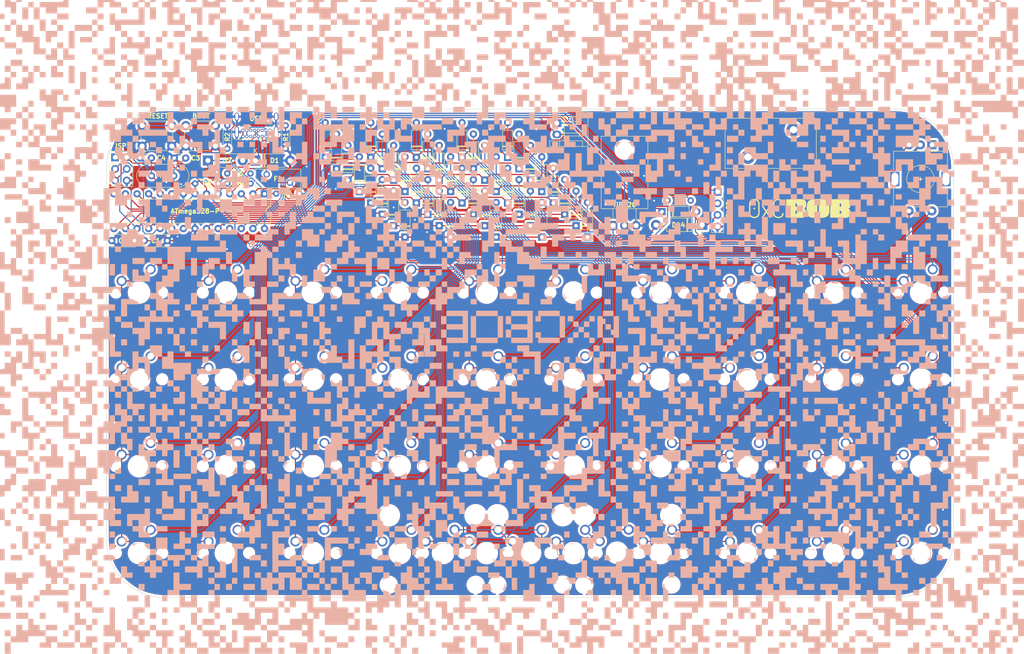
<source format=kicad_pcb>
(kicad_pcb (version 20211014) (generator pcbnew)
  (layers (0 "F.Cu" signal) (31 "B.Cu" signal) (34 "B.Paste" user) (35 "F.Paste" user) (36 "B.SilkS" user "B.Silkscreen") (37 "F.SilkS" user "F.Silkscreen") (38 "B.Mask" user) (39 "F.Mask" user) (44 "Edge.Cuts" user))
  (net 0 "")
  (net 1 "+5V")
  (net 2 "GND")
  (net 3 "Net-(C3-Pad2)")
  (net 4 "Net-(C4-Pad2)")
  (net 5 "Net-(D1-Pad1)")
  (net 6 "Net-(D2-Pad1)")
  (net 7 "Net-(F1-Pad1)")
  (net 8 "Net-(J1-PadA5)")
  (net 10 "Net-(J1-PadB5)")
  (net 12 "SDA")
  (net 13 "SCL")
  (net 14 "D-")
  (net 15 "D+")
  (net 16 "RST")
  (net 17 "COL1")
  (net 18 "EA")
  (net 19 "EB")
  (net 20 "ROW0")
  (net 21 "ROW1")
  (net 22 "ROW2")
  (net 23 "ROW3")
  (net 24 "ROW6")
  (net 25 "ROW7")
  (net 26 "COL0")
  (net 28 "COL2")
  (net 29 "COL3")
  (net 30 "COL4")
  (net 31 "Net-(D43-Pad2)")
  (net 32 "Net-(D3-Pad2)")
  (net 33 "Net-(D4-Pad2)")
  (net 34 "Net-(D5-Pad2)")
  (net 35 "Net-(D6-Pad2)")
  (net 36 "Net-(D7-Pad2)")
  (net 37 "Net-(D8-Pad2)")
  (net 38 "Net-(D9-Pad2)")
  (net 39 "Net-(D10-Pad2)")
  (net 40 "Net-(D11-Pad2)")
  (net 41 "Net-(D12-Pad2)")
  (net 42 "Net-(D13-Pad2)")
  (net 43 "Net-(D14-Pad2)")
  (net 44 "Net-(D15-Pad2)")
  (net 45 "Net-(D16-Pad2)")
  (net 46 "Net-(D17-Pad2)")
  (net 47 "Net-(D18-Pad2)")
  (net 48 "Net-(D19-Pad2)")
  (net 49 "Net-(D20-Pad2)")
  (net 50 "Net-(D21-Pad2)")
  (net 51 "Net-(D22-Pad2)")
  (net 52 "Net-(D23-Pad2)")
  (net 53 "Net-(D24-Pad2)")
  (net 54 "Net-(D25-Pad2)")
  (net 55 "Net-(D26-Pad2)")
  (net 56 "Net-(D27-Pad2)")
  (net 57 "Net-(D28-Pad2)")
  (net 58 "Net-(D29-Pad2)")
  (net 59 "Net-(D30-Pad2)")
  (net 60 "Net-(D31-Pad2)")
  (net 61 "Net-(D32-Pad2)")
  (net 62 "Net-(D33-Pad2)")
  (net 63 "Net-(D34-Pad2)")
  (net 64 "Net-(D35-Pad2)")
  (net 65 "Net-(D36-Pad2)")
  (net 66 "Net-(D37-Pad2)")
  (net 67 "Net-(D38-Pad2)")
  (net 68 "Net-(D39-Pad2)")
  (net 69 "Net-(D40-Pad2)")
  (net 70 "Net-(D41-Pad2)")
  (net 71 "Net-(D42-Pad2)")
  (net 72 "ROW4")
  (net 73 "ROW5")
  (net 74 "SOLE")
  (net 75 "Net-(D44-Pad2)")
  (net 76 "Net-(Q1-Pad1)")
  (footprint "beibob:SW_Cherry_MX_1.00u_PCB" (layer "F.Cu") (at 237.9965 96.151516)
    (fp_text reference "SW40")
    (fp_text value "SW_Push_45deg")
  )
  (footprint "beibob:D_DO-35_SOD27_P7.62mm_Horizontal" (layer "F.Cu") (at 117.3065 65.031516 90)
    (fp_text reference "D9")
    (fp_text value "1N4148")
  )
  (footprint "beibob:SW_Cherry_MX_1.00u_PCB" (layer "F.Cu") (at 161.7965 96.151516)
    (fp_text reference "SW24")
    (fp_text value "SW_Push_45deg")
  )
  (footprint "beibob:D_DO-35_SOD27_P7.62mm_Horizontal" (layer "F.Cu") (at 152.3065 70.031516 90)
    (fp_text reference "D34")
    (fp_text value "1N4148")
  )
  (footprint "beibob:SW_Cherry_MX_1.00u_PCB" (layer "F.Cu") (at 85.5965 115.201516)
    (fp_text reference "SW9")
    (fp_text value "SW_Push_45deg")
  )
  (footprint "beibob:SW_Cherry_MX_1.00u_PCB" (layer "F.Cu") (at 123.6965 77.101516)
    (fp_text reference "SW15")
    (fp_text value "SW_Push_45deg")
  )
  (footprint "mxalps:MXOnly-2U-ReversedStabilizers-NoLED" (layer "F.Cu") (at 168.7965 139.271516)
    (fp_text reference "SW45")
    (fp_text value "SW_Push_45deg")
  )
  (footprint "beibob:D_DO-35_SOD27_P7.62mm_Horizontal" (layer "F.Cu") (at 152.3065 60.031516 90)
    (fp_text reference "D40")
    (fp_text value "1N4148")
  )
  (footprint "beibob:D_DO-35_SOD27_P7.62mm_Horizontal" (layer "F.Cu") (at 122.3065 70.031516 90)
    (fp_text reference "D10")
    (fp_text value "1N4148")
  )
  (footprint "beibob:D_DO-35_SOD27_P7.62mm_Horizontal" (layer "F.Cu") (at 142.3065 70.031516 90)
    (fp_text reference "D26")
    (fp_text value "1N4148")
  )
  (footprint "Connector_USB:USB_C_Receptacle_GCT_USB4085" (layer "F.Cu") (at 92.7265 47.941516 180)
    (fp_text reference "J1")
    (fp_text value "USB")
  )
  (footprint "Capacitor_THT:C_Disc_D3.0mm_W1.6mm_P2.50mm" (layer "F.Cu") (at 71.7265 52.681516)
    (fp_text reference "C3")
    (fp_text value "20pF")
  )
  (footprint "beibob:SW_Cherry_MX_1.00u_PCB" (layer "F.Cu") (at 199.8965 96.151516)
    (fp_text reference "SW32")
    (fp_text value "SW_Push_45deg")
  )
  (footprint "Connector_PinSocket_2.54mm:PinSocket_1x04_P2.54mm_Vertical" (layer "F.Cu") (at 190.8265 60.081516)
    (fp_text reference "OLED1")
    (fp_text value "OLED")
  )
  (footprint "beibob:D_DO-35_SOD27_P7.62mm_Horizontal" (layer "F.Cu") (at 112.3065 60.031516 90)
    (fp_text reference "D8")
    (fp_text value "1N4148")
  )
  (footprint "beibob:D_DO-35_SOD27_P7.62mm_Horizontal" (layer "F.Cu") (at 142.3065 60.031516 90)
    (fp_text reference "D32")
    (fp_text value "1N4148")
  )
  (footprint "beibob:D_DO-35_SOD27_P7.62mm_Horizontal" (layer "F.Cu") (at 147.3065 65.031516 90)
    (fp_text reference "D33")
    (fp_text value "1N4148")
  )
  (footprint "Resistor_THT:R_Axial_DIN0204_L3.6mm_D1.6mm_P5.08mm_Horizontal" (layer "F.Cu") (at 83.3465 56.061516)
    (fp_text reference "R5")
    (fp_text value "75")
  )
  (footprint "beibob:SW_Cherry_MX_1.00u_PCB" (layer "F.Cu") (at 123.6965 134.251516)
    (fp_text reference "SW18")
    (fp_text value "SW_Push_45deg")
  )
  (footprint "Resistor_THT:R_Axial_DIN0204_L3.6mm_D1.6mm_P5.08mm_Horizontal" (layer "F.Cu") (at 179.8565 61.991516)
    (fp_text reference "R7")
    (fp_text value "2.2K")
  )
  (footprint "Crystal:Crystal_HC49-4H_Vertical" (layer "F.Cu") (at 66.7765 56.581516)
    (fp_text reference "Y1")
    (fp_text value "16MHz")
  )
  (footprint "beibob:SW_Cherry_MX_1.00u_PCB" (layer "F.Cu") (at 180.8465 77.101516)
    (fp_text reference "SW27")
    (fp_text value "SW_Push_45deg")
  )
  (footprint "beibob:SW_Cherry_MX_1.00u_PCB" (layer "F.Cu") (at 199.8965 134.251516)
    (fp_text reference "SW34")
    (fp_text value "SW_Push_45deg")
  )
  (footprint "beibob:D_DO-35_SOD27_P7.62mm_Horizontal" (layer "F.Cu") (at 154.8065 62.531516 90)
    (fp_text reference "D37")
    (fp_text value "1N4148")
  )
  (footprint "beibob:SW_Cherry_MX_1.00u_PCB" (layer "F.Cu") (at 199.8965 77.101516)
    (fp_text reference "SW31")
    (fp_text value "SW_Push_45deg")
  )
  (footprint "beibob:D_DO-35_SOD27_P7.62mm_Horizontal" (layer "F.Cu") (at 162.3065 70.031516 90)
    (fp_text reference "D42")
    (fp_text value "1N4148")
  )
  (footprint "beibob:SW_Cherry_MX_1.00u_PCB" (layer "F.Cu") (at 104.6465 96.151516)
    (fp_text reference "SW12")
    (fp_text value "SW_Push_45deg")
  )
  (footprint "mxalps:MXOnly-2U-ReversedStabilizers-NoLED" (layer "F.Cu") (at 130.65275 139.316516)
    (fp_text reference "SW43")
    (fp_text value "SW_Push_45deg")
  )
  (footprint "beibob:D_DO-35_SOD27_P7.62mm_Horizontal" (layer "F.Cu") (at 129.8065 57.531516 90)
    (fp_text reference "D20")
    (fp_text value "1N4148")
  )
  (footprint "beibob:SW_Cherry_MX_1.00u_PCB" (layer "F.Cu") (at 123.6965 96.151516)
    (fp_text reference "SW16")
    (fp_text value "SW_Push_45deg")
  )
  (footprint "beibob:SW_Cherry_MX_1.00u_PCB" (layer "F.Cu") (at 218.9465 134.251516)
    (fp_text reference "SW38")
    (fp_text value "SW_Push_45deg")
  )
  (footprint "beibob:D_DO-35_SOD27_P7.62mm_Horizontal" (layer "F.Cu") (at 114.8065 52.531516 90)
    (fp_text reference "D11")
    (fp_text value "1N4148")
  )
  (footprint "beibob:D_DO-35_SOD27_P7.62mm_Horizontal" (layer "F.Cu") (at 137.3065 55.031516 90)
    (fp_text reference "D31")
    (fp_text value "1N4148")
  )
  (footprint "Diode_THT:D_DO-41_SOD81_P7.62mm_Horizontal" (layer "F.Cu") (at 79.1065 53.221516)
    (fp_text reference "D2")
    (fp_text value "1N4729")
  )
  (footprint "Package_DIP:DIP-28_W7.62mm" (layer "F.Cu") (at 91.5065 60.531516 -90)
    (fp_text reference "U1")
    (fp_text value "ATmega328-P")
  )
  (footprint "beibob:SW_Cherry_MX_1.00u_PCB" (layer "F.Cu") (at 142.7465 115.201516)
    (fp_text reference "SW21")
    (fp_text value "SW_Push_45deg")
  )
  (footprint "beibob:SW_Cherry_MX_1.00u_PCB" (layer "F.Cu") (at 66.5465 77.101516)
    (fp_text reference "SW3")
    (fp_text value "SW_Push_45deg")
  )
  (footprint "beibob:D_DO-35_SOD27_P7.62mm_Horizontal" (layer "F.Cu") (at 132.3065 70.031516 90)
    (fp_text reference "D18")
    (fp_text value "1N4148")
  )
  (footprint "Fuse:Fuse_BelFuse_0ZRE0025FF_L9.6mm_W3.8mm" (layer "F.Cu") (at 91.9765 56.261516)
    (fp_text reference "F1")
    (fp_text value "500mA")
  )
  (footprint "beibob:D_DO-35_SOD27_P7.62mm_Horizontal" (layer "F.Cu") (at 134.8065 62.531516 90)
    (fp_text reference "D21")
    (fp_text value "1N4148")
  )
  (footprint "beibob:D_DO-35_SOD27_P7.62mm_Horizontal" (layer "F.Cu") (at 144.8065 52.531516 90)
    (fp_text reference "D35")
    (fp_text value "1N4148")
  )
  (footprint "beibob:SW_Cherry_MX_1.00u_PCB" (layer "F.Cu") (at 237.9965 77.101516)
    (fp_text reference "SW39")
    (fp_text value "SW_Push_45deg")
  )
  (footprint "beibob:SW_Cherry_MX_1.00u_PCB" (layer "F.Cu") (at 66.5465 115.201516)
    (fp_text reference "SW5")
    (fp_text value "SW_Push_45deg")
  )
  (footprint "beibob:D_DO-35_SOD27_P7.62mm_Horizontal" (layer "F.Cu") (at 109.8065 57.531516 90)
    (fp_text reference "D4")
    (fp_text value "1N4148")
  )
  (footprint "Resistor_THT:R_Axial_DIN0204_L3.6mm_D1.6mm_P5.08mm_Horizontal" (layer "F.Cu") (at 83.3765 58.271516)
    (fp_text reference "R4")
    (fp_text value "75")
  )
  (footprint "beibob:D_DO-35_SOD27_P7.62mm_Horizontal" (layer "F.Cu") (at 137.3065 65.031516 90)
    (fp_text reference "D25")
    (fp_text value "1N4148")
  )
  (footprint "beibob:SW_Cherry_MX_1.00u_PCB" (layer "F.Cu") (at 142.7465 96.151516)
    (fp_text reference "SW20")
    (fp_text value "SW_Push_45deg")
  )
  (footprint "beibob:D_DO-35_SOD27_P7.62mm_Horizontal" (layer "F.Cu") (at 122.3065 60.031516 90)
    (fp_text reference "D16")
    (fp_text value "1N4148")
  )
  (footprint "beibob:SW_Cherry_MX_1.00u_PCB" (layer "F.Cu") (at 142.7465 77.101516)
    (fp_text reference "SW19")
    (fp_text value "SW_Push_45deg")
  )
  (footprint "beibob:SW_Cherry_MX_1.00u_PCB" (layer "F.Cu") (at 199.8965 115.201516)
    (fp_text reference "SW33")
    (fp_text value "SW_Push_45deg")
  )
  (footprint "beibob:Adafruit Mini Solenoid Mount" (layer "F.Cu") (at 202.47 49.46 -90)
    (fp_text reference "REF**")
    (fp_text value "Adafruit Mini Solenoid Mount")
  )
  (footprint "beibob:SW_Cherry_MX_1.00u_PCB" (layer "F.Cu") (at 66.5465 134.251516)
    (fp_text reference "SW6")
    (fp_text value "SW_Push_45deg")
  )
  (footprint "Rotary_Encoder:RotaryEncoder_Alps_EC11E-Switch_Vertical_H20mm" (layer "F.Cu") (at 237.8065 49.781516 -90)
    (fp_text reference "MX1")
    (fp_text value "EC11")
  )
  (footprint "beibob:D_DO-35_SOD27_P7.62mm_Horizontal" (layer "F.Cu") (at 107.3065 55.031516 90)
    (fp_text reference "D7")
    (fp_text value "1N4148")
  )
  (footprint "beibob:SW_Cherry_MX_1.00u_PCB" (layer "F.Cu") (at 85.5965 77.101516)
    (fp_text reference "SW7")
    (fp_text value "SW_Push_45deg")
  )
  (footprint "beibob:SW_Cherry_MX_1.00u_PCB" (layer "F.Cu") (at 104.6465 115.201516)
    (fp_text reference "SW13")
    (fp_text value "SW_Push_45deg")
  )
  (footprint "beibob:SW_Cherry_MX_1.00u_PCB" (layer "F.Cu") (at 237.9965 115.201516)
    (fp_text reference "SW41")
    (fp_text value "SW_Push_45deg")
  )
  (footprint "Diode_THT:D_DO-41_SOD81_P10.16mm_Horizontal" (layer "F.Cu") (at 187.4765 67.341516 180)
    (fp_text reference "D44")
    (fp_text value "1N4004")
  )
  (footprint "beibob:D_DO-35_SOD27_P7.62mm_Horizontal" (layer "F.Cu") (at 119.8065 57.531516 90)
    (fp_text reference "D12")
    (fp_text value "1N4148")
  )
  (footprint "beibob:SW_Cherry_MX_1.00u_PCB" (layer "F.Cu") (at 123.6965 115.201516)
    (fp_text reference "SW17")
    (fp_text value "SW_Push_45deg")
  )
  (footprint "beibob:D_DO-35_SOD27_P7.62mm_Horizontal" (layer "F.Cu") (at 139.8065 67.531516 90)
    (fp_text reference "D22")
    (fp_text value "1N4148")
  )
  (footprint "Button_Switch_THT:SW_PUSH_6mm_H5mm" (layer "F.Cu") (at 64.6765 45.561516)
    (fp_text reference "SW1")
    (fp_text value "RESET")
  )
  (footprint "beibob:SW_Cherry_MX_1.00u_PCB" (layer "F.Cu") (at 218.9465 115.201516)
    (fp_text reference "SW37")
    (fp_text value "SW_Push_45deg")
  )
  (footprint "beibob:D_DO-35_SOD27_P7.62mm_Horizontal" (layer "F.Cu") (at 114.8065 62.531516 90)
    (fp_text reference "D5")
    (fp_text value "1N4148")
  )
  (footprint "beibob:D_DO-35_SOD27_P7.62mm_Horizontal" (layer "F.Cu") (at 124.8065 52.531516 90)
    (fp_text reference "D19")
    (fp_text value "1N4148")
  )
  (footprint "beibob:D_DO-35_SOD27_P7.62mm_Horizontal" (layer "F.Cu") (at 134.8065 52.531516 90)
    (fp_text reference "D27")
    (fp_text value "1N4148")
  )
  (footprint "beibob:D_DO-35_SOD27_P7.62mm_Horizontal" (layer "F.Cu") (at 119.8065 67.531516 90)
    (fp_text reference "D6")
    (fp_text value "1N4148")
  )
  (footprint "beibob:SW_Cherry_MX_1.00u_PCB" (layer "F.Cu") (at 218.9465 77.101516)
    (fp_text reference "SW35")
    (fp_text value "SW_Push_45deg")
  )
  (footprint "Capacitor_THT:C_Disc_D5.0mm_W2.5mm_P5.00mm" (layer "F.Cu") (at 63.0065 70.801516 180)
    (fp_text reference "C2")
    (fp_text value "0.1uF")
  )
  (footprint "Resistor_THT:R_Axial_DIN0204_L3.6mm_D1.6mm_P5.08mm_Horizontal" (layer "F.Cu") (at 83.3665 50.611516 90)
    (fp_text reference "R2")
    (fp_text value "5.1K")
  )
  (footprint "beibob:SW_Cherry_MX_1.00u_PCB" (layer "F.Cu") (at 161.7965 115.201516)
    (fp_text reference "SW25")
    (fp_text value "SW_Push_45deg")
  )
  (footprint "Package_TO_SOT_THT:TO-220-3_Horizontal_TabDown" (layer "F.Cu") (at 167.8965 67.481516)
    (fp_text reference "Q1")
    (fp_text value "TIP120")
  )
  (footprint "beibob:SW_Cherry_MX_1.00u_PCB" (layer "F.Cu") (at 85.5965 96.151516)
    (fp_text reference "SW8")
    (fp_text value "SW_Push_45deg")
  )
  (footprint "Capacitor_THT:C_Disc_D3.0mm_W1.6mm_P2.50mm" (layer "F.Cu") (at 64.2265 52.671516)
    (fp_text reference "C4")
    (fp_text value "20pF")
  )
  (footprint "Resistor_THT:R_Axial_DIN0204_L3.6mm_D1.6mm_P5.08mm_Horizontal" (layer "F.Cu") (at 96.1465 50.611516 90)
    (fp_text reference "R1")
    (fp_text value "5.1K")
  )
  (footprint "beibob:SW_Cherry_MX_1.00u_PCB" (layer "F.Cu") (at 161.7965 134.251516)
    (fp_text reference "SW26")
    (fp_text value "SW_Push_45deg")
  )
  (footprint "beibob:D_DO-35_SOD27_P7.62mm_Horizontal" (layer "F.Cu") (at 127.3065 65.031516 90)
    (fp_text reference "D17")
    (fp_text value "1N4148")
  )
  (footprint "Connector_PinHeader_2.54mm:PinHeader_2x03_P2.54mm_Vertical" (layer "F.Cu") (at 58.7615 52.526516)
    (fp_text reference "J2")
    (fp_text value "ISP")
  )
  (footprint "beibob:D_DO-35_SOD27_P7.62mm_Horizontal" (layer "F.Cu") (at 124.8065 62.531516 90)
    (fp_text reference "D13")
    (fp_text value "1N4148")
  )
  (footprint "beibob:D_DO-35_SOD27_P7.62mm_Horizontal" (layer "F.Cu") (at 129.8065 67.531516 90)
    (fp_text reference "D14")
    (fp_text value "1N4148")
  )
  (footprint "beibob:SW_Cherry_MX_1.00u_PCB" (layer "F.Cu") (at 66.5465 96.151516)
    (fp_text reference "SW4")
    (fp_text value "SW_Push_45deg")
  )
  (footprint "beibob:D_DO-35_SOD27_P7.62mm_Horizontal" (layer "F.Cu") (at 149.8065 57.531516 90)
    (fp_text reference "D36")
    (fp_text value "1N4148")
  )
  (footprint "Connector_JST:JST_EH_S2B-EH_1x02_P2.50mm_Horizontal" (layer "F.Cu") (at 155.6165 45.021516 -90)
    (fp_text reference "J3")
    (fp_text value "Solenoid")
  )
  (footprint "beibob:SW_Cherry_MX_1.00u_PCB" (layer "F.Cu") (at 218.9465 96.151516)
    (fp_text reference "SW36")
    (fp_text value "SW_Push_45deg")
  )
  (footprint "beibob:D_DO-35_SOD27_P7.62mm_Horizontal" (layer "F.Cu") (at 117.3065 55.031516 90)
    (fp_text reference "D15")
    (fp_text value "1N4148")
  )
  (footprint "beibob:SW_Cherry_MX_1.00u_PCB" (layer "F.Cu") (at 180.8465 115.201516)
    (fp_text reference "SW29")
    (fp_text value "SW_Push_45deg")
  )
  (footprint "beibob:D_DO-35_SOD27_P7.62mm_Horizontal" (layer "F.Cu") (at 132.3065 60.031516 90)
    (fp_text reference "D24")
    (fp_text value "1N4148")
  )
  (footprint "beibob:D_DO-35_SOD27_P7.62mm_Horizontal" (layer "F.Cu") (at 139.8065 57.531516 90)
    (fp_text reference "D28")
    (fp_text value "1N4148")
  )
  (footprint "beibob:D_DO-35_SOD27_P7.62mm_Horizontal" (layer "F.Cu") (at 147.3065 55.031516 90)
    (fp_text reference "D39")
    (fp_text value "1N4148")
  )
  (footprint "Resistor_THT:R_Axial_DIN0204_L3.6mm_D1.6mm_P5.08mm_Horizontal" (layer "F.Cu") (at 76.3065 58.281516)
    (fp_text reference "R3")
    (fp_text value "1.5k")
  )
  (footprint "beibob:SW_Cherry_MX_1.00u_PCB" (layer "F.Cu") (at 180.8465 134.251516)
    (fp_text reference "SW30")
    (fp_text value "SW_Push_45deg")
  )
  (footprint "Resistor_THT:R_Axial_DIN0204_L3.6mm_D1.6mm_P5.08mm_Horizontal" (layer "F.Cu") (at 94.0665 60.481516)
    (fp_text reference "R6")
    (fp_text value "10k")
  )
  (footprint "beibob:SW_Cherry_MX_1.00u_PCB" (layer "F.Cu") (at 104.6465 134.251516)
    (fp_text reference "SW14")
    (fp_text value "SW_Push_45deg")
  )
  (footprint "beibob:D_DO-35_SOD27_P7.62mm_Horizontal" (layer "F.Cu") (at 157.3065 65.031516 90)
    (fp_text reference "D41")
    (fp_text value "1N4148")
  )
  (footprint "beibob:D_DO-35_SOD27_P7.62mm_Horizontal" (layer "F.Cu") (at 159.8065 67.531516 90)
    (fp_text reference "D38")
    (fp_text value "1N4148")
  )
  (footprint "beibob:SW_Cherry_MX_1.00u_PCB" (layer "F.Cu") (at 142.7465 134.251516)
    (fp_text reference "SW22")
    (fp_text value "SW_Push_45deg")
  )
  (footprint "beibob:D_DO-35_SOD27_P7.62mm_Horizontal" (layer "F.Cu") (at 149.8065 67.531516 90)
    (fp_text reference "D30")
    (fp_text value "1N4148")
  )
  (footprint "beibob:D_DO-35_SOD27_P7.62mm_Horizontal" (layer "F.Cu") (at 144.8065 62.531516 90)
    (fp_text reference "D29")
    (fp_text value "1N4148")
  )
  (footprint "beibob:SW_Cherry_MX_1.00u_PCB" (layer "F.Cu") (at 85.5965 134.251516)
    (fp_text reference "SW10")
    (fp_text value "SW_Push_45deg")
  )
  (footprint "beibob:D_DO-35_SOD27_P7.62mm_Horizontal" (layer "F.Cu") (at 178.6465 64.431516)
    (fp_text reference "D43")
    (fp_text value "1N4148")
  )
  (footprint "Button_Switch_THT:SW_PUSH_6mm_H5mm" (layer "F.Cu") (at 74.2465 45.561516)
    (fp_text reference "SW2")
    (fp_text value "BOOT")
  )
  (footprint "beibob:D_DO-35_SOD27_P7.62mm_Horizontal" (layer "F.Cu") (at 104.8065 52.531516 90)
    (fp_text reference "D3")
    (fp_text value "1N4148")
  )
  (footprint "beibob:SW_Cherry_MX_1.00u_PCB" (layer "F.Cu") (at 237.9965 134.251516)
    (fp_text reference "SW42")
    (fp_text value "SW_Push_45deg")
  )
  (footprint "beibob:SW_Cherry_MX_1.00u_PCB" (layer "F.Cu") (at 161.7965 77.101516)
    (fp_text reference "SW23")
    (fp_text value "SW_Push_45deg")
  )
  (footprint "beibob:SW_Cherry_MX_1.00u_PCB" (layer "F.Cu") (at 104.6465 77.101516)
    (fp_text reference "SW11")
    (fp_text value "SW_Push_45deg")
  )
  (footprint "Diode_THT:D_DO-41_SOD81_P7.62mm_Horizontal" (layer "F.Cu") (at 89.5065 53.231516)
    (fp_text reference "D1")
    (fp_text value "1N4729")
  )
  (footprint "Capacitor_THT:C_Disc_D5.0mm_W2.5mm_P5.00mm" (layer "F.Cu") (at 65.1865 70.801516)
    (fp_text reference "C1")
    (fp_text value "0.1uF")
  )
  (footprint "beibob:D_DO-35_SOD27_P7.62mm_Horizontal" (layer "F.Cu") (at 127.3065 55.031516 90)
    (fp_text reference "D23")
    (fp_text value "1N4148")
  )
  (footprint "mxalps:MXOnly-2U-ReversedStabilizers-NoLED" (layer "F.Cu") (at 149.7165 139.321516)
    (fp_text reference "SW44")
    (fp_text value "SW_Push_45deg")
  )
  (footprint "beibob:SW_Cherry_MX_1.00u_PCB" (layer "F.Cu") (at 180.8465 96.151516)
    (fp_text reference "SW28")
    (fp_text value "SW_Push_45deg")
  )
  (gr_poly (pts (xy 92.047636 61.785665) (xy 90.723416 61.785665) (xy 90.723416 60.609331) (xy 88.215953 60.609331) (xy 88.215953 61.789107) (xy 86.888281 61.789107) (xy 86.888281 63.116784) (xy 89.395744 63.116784) (xy 89.395744 61.789107) (xy 90.719965 61.789107) (xy 90.719965 63.113347) (xy 92.047636 63.113347) (xy 92.047636 61.789107) (xy 90.723416 61.789107) (xy 90.719965 61.789107) (xy 90.719965 61.785665) (xy 90.723416 61.785665) (xy 90.723416 61.789107) (xy 92.047636 61.789107) (xy 93.227418 61.789107) (xy 93.227418 59.281652) (xy 92.047636 59.281652)) (layer "B.SilkS") (width 0) (fill solid))
  (gr_poly (pts (xy 67.722922 134.608527) (xy 70.230365 134.608527) (xy 70.230365 133.428746) (xy 67.722922 133.428746)) (layer "B.SilkS") (width 0) (fill solid))
  (gr_poly (pts (xy 144.377467 80.951025) (xy 146.88492 80.951025) (xy 146.88492 79.771254) (xy 144.377467 79.771254)) (layer "B.SilkS") (width 0) (fill solid))
  (gr_poly (pts (xy 49.888666 155.098127) (xy 52.392697 155.098127) (xy 52.392697 156.277898) (xy 53.720369 156.277898) (xy 53.720369 155.098127) (xy 52.396109 155.098127) (xy 52.396109 153.770445) (xy 51.068437 153.770445) (xy 51.068437 152.442773) (xy 49.888666 152.442773)) (layer "B.SilkS") (width 0) (fill solid))
  (gr_poly (pts (xy 102.218486 109.107453) (xy 103.546168 109.107453) (xy 103.546168 107.779771) (xy 102.218486 107.779771)) (layer "B.SilkS") (width 0) (fill solid))
  (gr_poly (pts (xy 97.062553 160.109591) (xy 97.059111 160.109601) (xy 98.386793 160.109601) (xy 98.386793 161.437273) (xy 100.894246 161.437273) (xy 100.894246 158.92981) (xy 97.062553 158.92981)) (layer "B.SilkS") (width 0) (fill solid))
  (gr_poly (pts (xy 66.398662 156.277898) (xy 67.726334 156.277898) (xy 67.726334 155.098127) (xy 66.398662 155.098127)) (layer "B.SilkS") (width 0) (fill solid))
  (gr_poly (pts (xy 53.720369 161.437273) (xy 54.90014 161.437273) (xy 54.90014 160.109601) (xy 53.720369 160.109601)) (layer "B.SilkS") (width 0) (fill solid))
  (gr_poly (pts (xy 33.52657 109.107453) (xy 35.886113 109.107453) (xy 35.886113 107.779771) (xy 34.558441 107.779771) (xy 34.558441 107.016188) (xy 34.520613 106.72726) (xy 34.372713 106.617198) (xy 34.042496 106.6) (xy 33.52657 106.6)) (layer "B.SilkS") (width 0) (fill solid))
  (gr_poly (pts (xy 135.386388 96.28125) (xy 136.71406 96.28125) (xy 136.71406 95.101478) (xy 135.386388 95.101478)) (layer "B.SilkS") (width 0) (fill solid))
  (gr_poly (pts (xy 199.214735 86.1104) (xy 200.542417 86.1104) (xy 200.542417 87.43464) (xy 199.214735 87.43464) (xy 199.214735 91.269775) (xy 200.542417 91.269775) (xy 200.542417 89.942098) (xy 203.04987 89.942098) (xy 203.04987 88.614416) (xy 201.870094 88.614416) (xy 201.870094 87.43464) (xy 203.04987 87.43464) (xy 203.04987 88.614416) (xy 204.377547 88.614416) (xy 204.377547 87.43464) (xy 203.04987 87.43464) (xy 203.04987 86.106963) (xy 200.542417 86.106963) (xy 200.542417 84.782723) (xy 199.214735 84.782723)) (layer "B.SilkS") (width 0) (fill solid))
  (gr_poly (pts (xy 90.716553 73.28076) (xy 90.719965 73.284197) (xy 89.392293 73.284197) (xy 89.392293 75.936119) (xy 88.212521 75.936119) (xy 88.212521 77.11589) (xy 86.88485 77.11589) (xy 86.88485 80.947588) (xy 89.392313 80.947588) (xy 89.392313 79.767812) (xy 88.212521 79.767812) (xy 88.212521 78.440135) (xy 92.044225 78.440135) (xy 92.044225 74.608437) (xy 93.224006 74.608437) (xy 93.224006 73.28076) (xy 92.044225 73.28076) (xy 92.044225 72.100984) (xy 90.716553 72.100984)) (layer "B.SilkS") (width 0) (fill solid))
  (gr_poly (pts (xy 123.887867 72.107857) (xy 126.539769 72.107857) (xy 126.539769 73.284197) (xy 127.71955 73.284197) (xy 127.71955 74.611879) (xy 129.047232 74.611879) (xy 129.047232 72.107857) (xy 126.539779 72.107857) (xy 126.539769 72.107857) (xy 126.539769 72.10442) (xy 126.539779 72.10442) (xy 126.539779 72.107857) (xy 129.047232 72.107857) (xy 129.047232 72.10442) (xy 126.539779 72.10442) (xy 126.539779 70.780175) (xy 123.887867 70.780175)) (layer "B.SilkS") (width 0) (fill solid))
  (gr_poly (pts (xy 195.383042 47.783125) (xy 196.710719 47.783125) (xy 196.710719 46.455446) (xy 195.383042 46.455446)) (layer "B.SilkS") (width 0) (fill solid))
  (gr_poly (pts (xy 178.873041 83.602947) (xy 180.039065 83.602947) (xy 180.039065 84.779282) (xy 177.531612 84.779282) (xy 177.531612 87.431203) (xy 176.217682 87.431203) (xy 176.217682 86.1104) (xy 175.041348 86.1104) (xy 175.041348 83.602947) (xy 172.389426 83.602947) (xy 172.389426 84.782723) (xy 173.713666 84.782723) (xy 173.713666 86.1104) (xy 175.037906 86.1104) (xy 175.037906 87.438082) (xy 176.217682 87.438082) (xy 176.203931 87.431203) (xy 176.217682 87.431203) (xy 176.217682 87.438082) (xy 176.217682 89.945535) (xy 177.545359 89.945535) (xy 177.545359 91.273212) (xy 181.377057 91.273212) (xy 181.377057 92.452988) (xy 182.704734 92.452988) (xy 182.704734 93.780665) (xy 183.877637 93.780665) (xy 183.877637 91.273212) (xy 186.529554 91.273212) (xy 186.529554 89.945535) (xy 183.877637 89.945535) (xy 183.877637 88.617853) (xy 182.697861 88.617853) (xy 182.697861 91.269775) (xy 181.370179 91.269775) (xy 181.370179 89.942098) (xy 178.862726 89.942098) (xy 178.862726 87.43464) (xy 180.042502 87.43464) (xy 180.042502 88.614416) (xy 181.370179 88.614416) (xy 181.370179 87.43464) (xy 180.042502 87.43464) (xy 180.042502 86.106963) (xy 181.370179 86.106963) (xy 181.370179 87.43464) (xy 185.201877 87.43464) (xy 185.201877 86.106963) (xy 182.694424 86.106963) (xy 182.694424 84.779282) (xy 181.366742 84.779282) (xy 181.366742 83.602947) (xy 180.052817 83.602947) (xy 180.039065 83.602947) (xy 180.039065 83.59951) (xy 180.052817 83.59951) (xy 180.052817 83.602947) (xy 181.366742 83.602947) (xy 181.366742 83.59951) (xy 180.052817 83.59951) (xy 180.052817 80.951025) (xy 178.873041 80.951025)) (layer "B.SilkS") (width 0) (fill solid))
  (gr_poly (pts (xy 79.221443 123.109996) (xy 76.714 123.109996) (xy 76.714 124.437677) (xy 77.893771 124.437677) (xy 77.893771 125.765349) (xy 79.221443 125.765349) (xy 79.221443 126.945121) (xy 81.728886 126.945121) (xy 81.728886 125.765349) (xy 80.549115 125.765349) (xy 80.549115 120.605974) (xy 79.221443 120.605974)) (layer "B.SilkS") (width 0) (fill solid))
  (gr_poly (pts (xy 215.872641 80.951025) (xy 214.54496 80.951025) (xy 214.54496 79.771254) (xy 212.037506 79.771254) (xy 212.037506 83.602947) (xy 213.365178 83.602947) (xy 213.365178 84.782723) (xy 215.872636 84.782723) (xy 215.872636 83.602947) (xy 214.548396 83.602947) (xy 213.368625 83.602947) (xy 213.368625 82.275265) (xy 214.548396 82.275265) (xy 214.548396 83.602947) (xy 215.872636 83.602947) (xy 217.200316 83.602947) (xy 217.200316 82.275265) (xy 218.380095 82.275265) (xy 218.380095 83.602947) (xy 219.707774 83.602947) (xy 219.707774 80.951025) (xy 217.200318 80.951025) (xy 217.200318 79.771254) (xy 215.872641 79.771254)) (layer "B.SilkS") (width 0) (fill solid))
  (gr_poly (pts (xy 95.87934 123.109996) (xy 94.551668 123.109996) (xy 94.551668 125.761918) (xy 95.87934 125.761918) (xy 95.87934 126.941689) (xy 97.059111 126.941689) (xy 97.059111 121.930214) (xy 95.87934 121.930214)) (layer "B.SilkS") (width 0) (fill solid))
  (gr_poly (pts (xy 251.692455 97.608926) (xy 252.872232 97.608926) (xy 252.872232 96.281245) (xy 251.692455 96.281245)) (layer "B.SilkS") (width 0) (fill solid))
  (gr_poly (pts (xy 251.692455 33.777142) (xy 250.364776 33.777142) (xy 250.364776 36.284599) (xy 251.692455 36.284599) (xy 251.692455 33.780582) (xy 252.872232 33.780582) (xy 252.872232 32.452903) (xy 251.692455 32.452903)) (layer "B.SilkS") (width 0) (fill solid))
  (gr_poly (pts (xy 214.544955 102.768296) (xy 215.872636 102.768296) (xy 215.872636 101.440625) (xy 214.544955 101.440625)) (layer "B.SilkS") (width 0) (fill solid))
  (gr_poly (pts (xy 88.212501 133.428746) (xy 88.212501 134.608527) (xy 86.88483 134.608527) (xy 86.88483 133.428746) (xy 85.557158 133.428746) (xy 85.557158 135.936209) (xy 88.20907 135.936209) (xy 88.20907 137.263881) (xy 89.388841 137.263881) (xy 89.388841 135.936209) (xy 90.716533 135.936209) (xy 90.716533 133.428746) (xy 89.392273 133.428746) (xy 89.391422 133.429607) (xy 89.390565 133.430465) (xy 89.388841 133.432177) (xy 89.388841 133.428746) (xy 89.392273 133.428746) (xy 90.716533 133.428746) (xy 90.716533 132.104506) (xy 89.388841 132.104506) (xy 89.388841 133.428746)) (layer "B.SilkS") (width 0) (fill solid))
  (gr_poly (pts (xy 240.18705 109.124621) (xy 240.193928 109.124621) (xy 240.193928 109.107453)) (layer "B.SilkS") (width 0) (fill solid))
  (gr_poly (pts (xy 127.71956 98.936603) (xy 130.371482 98.936603) (xy 130.371482 97.608926) (xy 127.71956 97.608926)) (layer "B.SilkS") (width 0) (fill solid))
  (gr_poly (pts (xy 94.551658 72.10442) (xy 94.55509 72.10442) (xy 94.55509 72.107857) (xy 95.87933 72.107857) (xy 95.87933 70.780175) (xy 94.551658 70.780175)) (layer "B.SilkS") (width 0) (fill solid))
  (gr_poly (pts (xy 112.389336 118.098511) (xy 112.392777 118.098511) (xy 112.392777 118.098521) (xy 113.713586 118.098521) (xy 113.713586 120.602552) (xy 115.041257 120.602552) (xy 115.041257 119.274881) (xy 116.221029 119.274881) (xy 116.221029 120.602552) (xy 117.548701 120.602552) (xy 117.548701 119.274881) (xy 118.876382 119.274881) (xy 118.876382 118.095099) (xy 117.548711 118.095099) (xy 117.548711 119.274871) (xy 116.221039 119.274871) (xy 116.221039 118.098521) (xy 113.717017 118.098521) (xy 113.713586 118.098521) (xy 113.713586 118.095089) (xy 113.717017 118.095089) (xy 113.717017 118.098521) (xy 116.221039 118.098521) (xy 116.221039 118.095089) (xy 113.717017 118.095089) (xy 113.717017 116.770849) (xy 112.389336 116.770849)) (layer "B.SilkS") (width 0) (fill solid))
  (gr_poly (pts (xy 233.710314 19.626698) (xy 235.037993 19.626698) (xy 235.037993 18.45036) (xy 233.710314 18.45036)) (layer "B.SilkS") (width 0) (fill solid))
  (gr_poly (pts (xy 123.887867 43.951429) (xy 126.539779 43.951429) (xy 126.539779 41.443974) (xy 123.887867 41.443974)) (layer "B.SilkS") (width 0) (fill solid))
  (gr_poly (pts (xy 33.612561 150.000661) (xy 33.536905 150.193273) (xy 33.52657 150.602588) (xy 33.52657 150.898388) (xy 33.574733 151.156351) (xy 33.726065 151.252657) (xy 34.042496 151.266423) (xy 34.272955 151.266423) (xy 34.47245 151.204514) (xy 34.548106 151.011892) (xy 34.558441 150.606029) (xy 34.558441 150.310228) (xy 34.510278 150.052256) (xy 34.358946 149.95595) (xy 34.042496 149.942193) (xy 33.812056 149.942193) (xy 33.812056 149.942183)) (layer "B.SilkS") (width 0) (fill solid))
  (gr_poly (pts (xy 154.548326 144.779367) (xy 154.548316 144.779377) (xy 153.368535 144.779377) (xy 153.368535 146.107048) (xy 155.875998 146.107048) (xy 155.875998 143.599585) (xy 154.548326 143.599585)) (layer "B.SilkS") (width 0) (fill solid))
  (gr_poly (pts (xy 251.692455 51.614821) (xy 250.368216 51.614821) (xy 250.368216 50.287142) (xy 247.86076 50.287142) (xy 247.86076 52.9425) (xy 246.533081 52.9425) (xy 246.533081 51.614821) (xy 244.025624 51.614821) (xy 244.025624 52.9425) (xy 242.697944 52.9425) (xy 242.697944 54.122277) (xy 249.040537 54.122277) (xy 249.040537 51.614821) (xy 250.364776 51.614821) (xy 250.364776 52.9425) (xy 252.872232 52.9425) (xy 252.872232 54.122277) (xy 254.199911 54.122277) (xy 254.199911 52.9425) (xy 252.872232 52.9425) (xy 252.872232 51.614821) (xy 254.199911 51.614821) (xy 254.199911 52.9425) (xy 255.524151 52.9425) (xy 255.524151 54.122277) (xy 256.703928 54.122277) (xy 256.703928 52.9425) (xy 255.52759 52.9425) (xy 255.52759 51.614821) (xy 255.524151 51.614821) (xy 255.524151 50.287142) (xy 251.692455 50.287142)) (layer "B.SilkS") (width 0) (fill solid))
  (gr_poly (pts (xy 145.70857 152.446195) (xy 148.212601 152.446195) (xy 148.212601 153.773867) (xy 149.540273 153.773867) (xy 149.540273 152.446195) (xy 150.720045 152.446195) (xy 150.720045 151.266423) (xy 145.70857 151.266423)) (layer "B.SilkS") (width 0) (fill solid))
  (gr_poly (pts (xy 127.71956 155.098127) (xy 129.047242 155.098127) (xy 129.047242 153.770445) (xy 127.71956 153.770445)) (layer "B.SilkS") (width 0) (fill solid))
  (gr_poly (pts (xy 103.549589 26.103431) (xy 103.546168 26.113752) (xy 100.894246 26.113752) (xy 100.894246 31.125224) (xy 102.221928 31.125224) (xy 102.221928 28.617768) (xy 104.729381 28.617768) (xy 104.729381 27.293529) (xy 104.725939 27.293529) (xy 103.546168 27.293529) (xy 103.546168 26.113752) (xy 104.725939 26.113752) (xy 104.725939 27.293529) (xy 104.729381 27.293529) (xy 104.729381 27.290088) (xy 107.381293 27.290088) (xy 107.381293 29.942007) (xy 106.053621 29.942007) (xy 106.053621 31.121783) (xy 107.381293 31.121783) (xy 107.381293 32.449463) (xy 108.561074 32.449463) (xy 108.561074 29.942007) (xy 111.212986 29.942007) (xy 111.212986 28.614328) (xy 108.561074 28.614328) (xy 108.561074 26.106871) (xy 104.729371 26.106871) (xy 104.729371 24.779192) (xy 106.057043 24.779192) (xy 106.057043 23.461833) (xy 106.050189 23.461833) (xy 106.050189 23.451512) (xy 103.549589 23.451512)) (layer "B.SilkS") (width 0) (fill solid))
  (gr_poly (pts (xy 75.38974 78.443572) (xy 76.717412 78.443572) (xy 76.717412 74.611879) (xy 75.38974 74.611879)) (layer "B.SilkS") (width 0) (fill solid))
  (gr_poly (pts (xy 116.221029 60.609331) (xy 117.548701 60.609331) (xy 117.548701 61.785665) (xy 117.552162 61.785665) (xy 117.552162 61.789107) (xy 121.380404 61.789107) (xy 121.380404 63.113347) (xy 122.708076 63.113347) (xy 122.708076 61.785665) (xy 121.380404 61.785665) (xy 121.380404 59.281652) (xy 116.221029 59.281652)) (layer "B.SilkS") (width 0) (fill solid))
  (gr_poly (pts (xy 155.875988 40.119734) (xy 157.20366 40.119734) (xy 157.20366 38.792056) (xy 155.875988 38.792056)) (layer "B.SilkS") (width 0) (fill solid))
  (gr_poly (pts (xy 80.549115 95.101468) (xy 81.728886 95.101468) (xy 81.728886 93.773791) (xy 80.549115 93.773791)) (layer "B.SilkS") (width 0) (fill solid))
  (gr_poly (pts (xy 65.21889 73.284197) (xy 67.726334 73.284197) (xy 67.726334 72.107857) (xy 67.722922 72.107857) (xy 67.722922 72.10442) (xy 65.21889 72.10442)) (layer "B.SilkS") (width 0) (fill solid))
  (gr_poly (pts (xy 145.705138 28.617768) (xy 145.70858 28.617768) (xy 145.70858 28.621207) (xy 146.88491 28.621207) (xy 146.88491 27.293529) (xy 145.705138 27.293529)) (layer "B.SilkS") (width 0) (fill solid))
  (gr_poly (pts (xy 125.212107 56.774196) (xy 123.887867 56.774196) (xy 123.887867 57.953972) (xy 126.539779 57.953972) (xy 126.539779 55.446517) (xy 125.212107 55.446517)) (layer "B.SilkS") (width 0) (fill solid))
  (gr_poly (pts (xy 116.221029 57.953972) (xy 113.713576 57.953972) (xy 113.713576 59.281652) (xy 111.209564 59.281652) (xy 111.209564 57.953972) (xy 109.881892 57.953972) (xy 109.881892 56.774196) (xy 108.557652 56.774196) (xy 108.557652 55.446517) (xy 106.050189 55.446517) (xy 106.050189 56.774196) (xy 108.554221 56.774196) (xy 108.554221 57.953972) (xy 107.377861 57.953972) (xy 107.377861 59.281652) (xy 111.209554 59.281652) (xy 111.209554 60.609331) (xy 115.041257 60.609331) (xy 115.041257 59.281652) (xy 116.221029 59.281652)) (layer "B.SilkS") (width 0) (fill solid))
  (gr_poly (pts (xy 199.214735 34.956919) (xy 200.542417 34.956919) (xy 200.542417 36.284599) (xy 201.870094 36.284599) (xy 201.870094 37.612278) (xy 203.04987 37.612278) (xy 203.04987 38.792056) (xy 206.881563 38.792056) (xy 206.881563 40.119734) (xy 208.209245 40.119734) (xy 208.209245 37.612278) (xy 204.377547 37.612278) (xy 204.377547 36.284599) (xy 203.04987 36.284599) (xy 203.04987 34.956919) (xy 205.701787 34.956919) (xy 205.701787 33.777142) (xy 199.214735 33.777142)) (layer "B.SilkS") (width 0) (fill solid))
  (gr_poly (pts (xy 222.211788 28.621207) (xy 223.539467 28.621207) (xy 223.539467 27.296969) (xy 222.211788 27.296969)) (layer "B.SilkS") (width 0) (fill solid))
  (gr_poly (pts (xy 103.546168 31.125224) (xy 104.725939 31.125224) (xy 104.725939 29.945447) (xy 103.546168 29.945447)) (layer "B.SilkS") (width 0) (fill solid))
  (gr_poly (pts (xy 81.732318 105.27576) (xy 80.552547 105.27576) (xy 80.552547 106.6) (xy 79.224855 106.6) (xy 79.224855 107.779771) (xy 81.732318 107.779771) (xy 81.732318 106.6) (xy 83.05999 106.6) (xy 83.05999 103.948078) (xy 81.732318 103.948078)) (layer "B.SilkS") (width 0) (fill solid))
  (gr_poly (pts (xy 191.547907 105.272308) (xy 191.551339 105.272308) (xy 191.551339 105.272318) (xy 192.875584 105.272318) (xy 192.875584 102.764865) (xy 191.547907 102.764865)) (layer "B.SilkS") (width 0) (fill solid))
  (gr_poly (pts (xy 117.548701 118.095099) (xy 117.548711 118.095099) (xy 117.548711 118.095089) (xy 117.548701 118.095089)) (layer "B.SilkS") (width 0) (fill solid))
  (gr_poly (pts (xy 61.383775 43.951429) (xy 62.563547 43.951429) (xy 62.563547 42.62375) (xy 61.383775 42.62375)) (layer "B.SilkS") (width 0) (fill solid))
  (gr_poly (pts (xy 126.546623 129.583306) (xy 125.218951 129.583306) (xy 125.218951 128.255634) (xy 123.891279 128.255634) (xy 123.891279 130.763097) (xy 122.711497 130.763097) (xy 122.711497 132.090769) (xy 122.708086 132.101064) (xy 123.887867 132.101064) (xy 123.887867 134.608527) (xy 125.215539 134.608527) (xy 125.215539 138.44022) (xy 126.543211 138.44022) (xy 126.543211 135.932767) (xy 127.722982 135.932767) (xy 127.722982 134.605095) (xy 126.543211 134.605095) (xy 126.543211 133.425314) (xy 127.722982 133.425314) (xy 127.722982 133.414999) (xy 126.546623 133.414999) (xy 125.218951 133.414999) (xy 125.218951 130.763077) (xy 126.546623 130.763077) (xy 126.546623 133.414999) (xy 127.722982 133.414999) (xy 127.722982 132.097642) (xy 129.050664 132.097642) (xy 129.050664 135.929345) (xy 130.378335 135.929345) (xy 130.378335 134.601664) (xy 131.558107 134.601664) (xy 131.558107 132.094211) (xy 129.050654 132.094211) (xy 129.050654 130.763077) (xy 127.726394 130.763077) (xy 126.546623 130.763077) (xy 126.546623 129.583306) (xy 127.726394 129.583306) (xy 127.726394 130.763077) (xy 129.050654 130.763077) (xy 129.050654 129.586747) (xy 130.378326 129.586747) (xy 130.378326 130.766529) (xy 131.558097 130.766529) (xy 131.558097 128.259066) (xy 127.726394 128.259066) (xy 127.726394 126.931394) (xy 126.546623 126.931394)) (layer "B.SilkS") (width 0) (fill solid))
  (gr_poly (pts (xy 139.218092 47.783125) (xy 140.545763 47.783125) (xy 140.545763 46.455446) (xy 139.218092 46.455446)) (layer "B.SilkS") (width 0) (fill solid))
  (gr_poly (pts (xy 103.549609 149.938752) (xy 106.057063 149.938752) (xy 106.057063 148.61107) (xy 103.549609 148.61107)) (layer "B.SilkS") (width 0) (fill solid))
  (gr_poly (pts (xy 201.866657 110.431693) (xy 203.046428 110.431693) (xy 203.046428 109.104011) (xy 201.866657 109.104011)) (layer "B.SilkS") (width 0) (fill solid))
  (gr_poly (pts (xy 109.885314 119.278293) (xy 109.885324 119.278302) (xy 111.212996 119.278302) (xy 111.212996 120.605974) (xy 112.392777 120.605974) (xy 112.392777 118.098521) (xy 112.389336 118.098521) (xy 112.389336 118.098511) (xy 109.885314 118.098511)) (layer "B.SilkS") (width 0) (fill solid))
  (gr_poly (pts (xy 37.062472 54.122277) (xy 38.390144 54.122277) (xy 38.390144 52.9425) (xy 37.062472 52.9425)) (layer "B.SilkS") (width 0) (fill solid))
  (gr_poly (pts (xy 201.866657 161.437273) (xy 204.37411 161.437273) (xy 204.37411 160.109601) (xy 201.866657 160.109601)) (layer "B.SilkS") (width 0) (fill solid))
  (gr_poly (pts (xy 117.545279 22.282056) (xy 117.548711 22.282056) (xy 116.221039 22.282056) (xy 116.221039 23.461833) (xy 115.041267 23.461833) (xy 115.041267 26.113752) (xy 116.221039 26.113752) (xy 116.221039 24.786072) (xy 118.872961 24.786072) (xy 118.872961 20.954377) (xy 117.545279 20.954377)) (layer "B.SilkS") (width 0) (fill solid))
  (gr_poly (pts (xy 62.566959 153.770455) (xy 62.566959 153.770435) (xy 62.563547 153.770435)) (layer "B.SilkS") (width 0) (fill solid))
  (gr_poly (pts (xy 131.551263 137.263871) (xy 132.878935 137.263871) (xy 132.878935 135.936199) (xy 131.551263 135.936199)) (layer "B.SilkS") (width 0) (fill solid))
  (gr_poly (pts (xy 136.71407 102.768296) (xy 138.041742 102.768296) (xy 138.041742 101.440625) (xy 136.71407 101.440625)) (layer "B.SilkS") (width 0) (fill solid))
  (gr_poly (pts (xy 116.221039 27.296968) (xy 116.221029 27.293529) (xy 115.041257 27.293529) (xy 115.041257 28.621207) (xy 116.221029 28.621207) (xy 116.221029 29.948886) (xy 115.041257 29.948886) (xy 115.041257 31.125224) (xy 115.044689 31.125224) (xy 115.044689 31.128664) (xy 117.548711 31.128664) (xy 117.548711 26.117192) (xy 116.221039 26.117192)) (layer "B.SilkS") (width 0) (fill solid))
  (gr_poly (pts (xy 106.050189 124.437677) (xy 107.377861 124.437677) (xy 107.377861 123.120311) (xy 107.374429 123.120311) (xy 107.374429 123.109996) (xy 106.050189 123.109996)) (layer "B.SilkS") (width 0) (fill solid))
  (gr_poly (pts (xy 210.713261 23.461833) (xy 212.040938 23.461833) (xy 212.040938 22.282056) (xy 210.713261 22.282056)) (layer "B.SilkS") (width 0) (fill solid))
  (gr_poly (pts (xy 61.387187 38.792056) (xy 60.059515 38.792056) (xy 60.059515 40.119734) (xy 61.387187 40.119734) (xy 61.387187 41.447413) (xy 62.566959 41.447413) (xy 62.566959 36.288039) (xy 61.387187 36.288039)) (layer "B.SilkS") (width 0) (fill solid))
  (gr_poly (pts (xy 229.878618 46.458885) (xy 233.710314 46.458885) (xy 233.710314 45.279109) (xy 229.878618 45.279109)) (layer "B.SilkS") (width 0) (fill solid))
  (gr_poly (pts (xy 72.882297 156.277898) (xy 74.062068 156.277898) (xy 74.062068 155.098127) (xy 72.882297 155.098127)) (layer "B.SilkS") (width 0) (fill solid))
  (gr_poly (pts (xy 146.88491 161.437273) (xy 148.212581 161.437273) (xy 148.212581 157.60557) (xy 146.88491 157.60557)) (layer "B.SilkS") (width 0) (fill solid))
  (gr_poly (pts (xy 74.062068 96.28125) (xy 75.38974 96.28125) (xy 75.38974 95.101478) (xy 74.062068 95.101478)) (layer "B.SilkS") (width 0) (fill solid))
  (gr_poly (pts (xy 198.034959 93.777228) (xy 199.214735 93.777228) (xy 199.214735 91.269775) (xy 198.034959 91.269775)) (layer "B.SilkS") (width 0) (fill solid))
  (gr_poly (pts (xy 38.390144 46.458885) (xy 39.714404 46.458885) (xy 39.714404 47.783125) (xy 40.894176 47.783125) (xy 40.894176 46.458885) (xy 39.717816 46.458885) (xy 39.714404 46.458885) (xy 39.714404 46.455446) (xy 39.717816 46.455446) (xy 39.717816 46.458885) (xy 40.894176 46.458885) (xy 40.894176 46.455446) (xy 39.717816 46.455446) (xy 39.717816 43.951429) (xy 38.390144 43.951429)) (layer "B.SilkS") (width 0) (fill solid))
  (gr_poly (pts (xy 166.046838 66.948482) (xy 164.719166 66.948482) (xy 164.719166 68.276159) (xy 166.046838 68.276159) (xy 166.046838 69.455935) (xy 167.374509 69.455935) (xy 167.374509 68.276159) (xy 168.554291 68.276159) (xy 168.554291 69.452504) (xy 171.206203 69.452504) (xy 171.206203 68.272727) (xy 168.554291 68.272727) (xy 168.554291 66.948482) (xy 167.374509 66.948482) (xy 167.374509 65.6208) (xy 166.046838 65.6208)) (layer "B.SilkS") (width 0) (fill solid))
  (gr_poly (pts (xy 256.703928 134.608527) (xy 255.524151 134.608527) (xy 255.524151 135.936199) (xy 258.031607 135.936199) (xy 258.031607 132.104496) (xy 256.703928 132.104496)) (layer "B.SilkS") (width 0) (fill solid))
  (gr_poly (pts (xy 65.215479 78.443572) (xy 63.891218 78.443572) (xy 63.891218 77.11589) (xy 62.563547 77.11589) (xy 62.563547 79.767812) (xy 66.39525 79.767812) (xy 66.39525 77.11589) (xy 65.215479 77.11589)) (layer "B.SilkS") (width 0) (fill solid))
  (gr_poly (pts (xy 218.376653 143.599595) (xy 217.196877 143.599595) (xy 217.196877 144.779377) (xy 219.704332 144.779377) (xy 219.704332 147.431289) (xy 217.200316 147.431289) (xy 217.200316 147.43473) (xy 217.196877 147.43473) (xy 217.196877 149.938752) (xy 218.376653 149.938752) (xy 218.376653 148.61107) (xy 221.02857 148.61107) (xy 221.02857 147.431298) (xy 222.208349 147.431298) (xy 222.208349 146.103627) (xy 221.02857 146.103627) (xy 221.02857 140.944252) (xy 218.376653 140.944252)) (layer "B.SilkS") (width 0) (fill solid))
  (gr_poly (pts (xy 247.86076 134.608527) (xy 242.704825 134.608527) (xy 242.704825 135.936199) (xy 244.029064 135.936199) (xy 244.029064 137.263871) (xy 246.536521 137.263871) (xy 246.536521 135.936199) (xy 247.8642 135.936199) (xy 247.8642 134.608527) (xy 249.040537 134.608527) (xy 249.040537 133.428746) (xy 247.86076 133.428746)) (layer "B.SilkS") (width 0) (fill solid))
  (gr_poly (pts (xy 237.54201 74.611879) (xy 238.869689 74.611879) (xy 238.869689 72.10442) (xy 237.54201 72.10442)) (layer "B.SilkS") (width 0) (fill solid))
  (gr_poly (pts (xy 109.881892 97.608926) (xy 108.557652 97.608926) (xy 108.557652 98.936603) (xy 111.209564 98.936603) (xy 111.209564 92.449551) (xy 109.881892 92.449551)) (layer "B.SilkS") (width 0) (fill solid))
  (gr_poly (pts (xy 228.695403 100.112948) (xy 232.527099 100.112948) (xy 232.527099 98.933171) (xy 228.695403 98.933171)) (layer "B.SilkS") (width 0) (fill solid))
  (gr_poly (pts (xy 167.374509 155.098127) (xy 168.554291 155.098127) (xy 168.554291 153.770445) (xy 167.374509 153.770445)) (layer "B.SilkS") (width 0) (fill solid))
  (gr_poly (pts (xy 168.554291 119.278302) (xy 169.881963 119.278302) (xy 169.881963 118.098521) (xy 168.554291 118.098521)) (layer "B.SilkS") (width 0) (fill solid))
  (gr_poly (pts (xy 53.720369 155.098127) (xy 54.90014 155.098127) (xy 54.90014 153.770445) (xy 53.720369 153.770445)) (layer "B.SilkS") (width 0) (fill solid))
  (gr_poly (pts (xy 208.209245 92.452988) (xy 208.205803 92.452988) (xy 208.205803 96.28125) (xy 209.533485 96.28125) (xy 209.533485 95.101478) (xy 210.713261 95.101478) (xy 210.713261 93.773796) (xy 209.533485 93.773796) (xy 209.533485 92.446115) (xy 208.209245 92.446115)) (layer "B.SilkS") (width 0) (fill solid))
  (gr_poly (pts (xy 166.046838 84.782723) (xy 167.374509 84.782723) (xy 167.374509 83.602947) (xy 166.046838 83.602947)) (layer "B.SilkS") (width 0) (fill solid))
  (gr_poly (pts (xy 138.03831 33.780582) (xy 139.218092 33.780582) (xy 139.218092 32.452903) (xy 138.03831 32.452903)) (layer "B.SilkS") (width 0) (fill solid))
  (gr_poly (pts (xy 209.533485 26.113752) (xy 210.713261 26.113752) (xy 210.713261 23.461833) (xy 209.533485 23.461833)) (layer "B.SilkS") (width 0) (fill solid))
  (gr_poly (pts (xy 79.221443 75.93955) (xy 77.893771 75.93955) (xy 77.893771 78.447004) (xy 79.221443 78.447004) (xy 79.221443 79.771254) (xy 80.549115 79.771254) (xy 80.549115 78.443572) (xy 79.221443 78.443572) (xy 79.221443 77.119327) (xy 80.549115 77.119327) (xy 80.549115 75.93955) (xy 81.728886 75.93955) (xy 81.728886 74.611874) (xy 79.221443 74.611874)) (layer "B.SilkS") (width 0) (fill solid))
  (gr_poly (pts (xy 159.707691 64.441029) (xy 161.035363 64.441029) (xy 161.035363 63.113347) (xy 159.707691 63.113347)) (layer "B.SilkS") (width 0) (fill solid))
  (gr_poly (pts (xy 94.551658 46.455446) (xy 95.87933 46.455446) (xy 95.87933 41.443974) (xy 94.551658 41.443974)) (layer "B.SilkS") (width 0) (fill solid))
  (gr_poly (pts (xy 143.053207 54.125718) (xy 143.049775 54.125718) (xy 143.049775 56.774196) (xy 144.377457 56.774196) (xy 144.377457 57.953972) (xy 145.705128 57.953972) (xy 145.705128 55.446517) (xy 144.377457 55.446517) (xy 144.377457 54.118837) (xy 143.053207 54.118837)) (layer "B.SilkS") (width 0) (fill solid))
  (gr_poly (pts (xy 46.056943 24.786072) (xy 47.384615 24.786072) (xy 47.384615 23.458393) (xy 46.056943 23.458393)) (layer "B.SilkS") (width 0) (fill solid))
  (gr_poly (pts (xy 72.882297 157.60557) (xy 72.882297 158.933242) (xy 74.062068 158.933242) (xy 74.062068 160.109601) (xy 72.882297 160.109601) (xy 72.882297 161.437273) (xy 74.062068 161.437273) (xy 74.062068 160.113023) (xy 76.714 160.113023) (xy 76.714 158.933242) (xy 75.386328 158.933242) (xy 75.386328 157.60557) (xy 74.062068 157.60557) (xy 74.06036 157.607286) (xy 74.058637 157.609001) (xy 74.058637 157.60557) (xy 74.062068 157.60557) (xy 75.386328 157.60557) (xy 75.386328 156.28133) (xy 74.058637 156.28133) (xy 74.058637 157.60557)) (layer "B.SilkS") (width 0) (fill solid))
  (gr_poly (pts (xy 69.050593 142.275345) (xy 69.054005 142.275345) (xy 69.054005 142.275355) (xy 70.230365 142.275355) (xy 70.230365 140.947683) (xy 69.050593 140.947683)) (layer "B.SilkS") (width 0) (fill solid))
  (gr_poly (pts (xy 176.221119 47.786567) (xy 176.217682 47.783125) (xy 175.037906 47.783125) (xy 175.037906 49.110804) (xy 177.545359 49.110804) (xy 177.545359 47.783125) (xy 180.052817 47.783125) (xy 180.052817 49.110804) (xy 181.380494 49.110804) (xy 181.380494 46.458885) (xy 176.221119 46.458885)) (layer "B.SilkS") (width 0) (fill solid))
  (gr_poly (pts (xy 75.38974 110.431693) (xy 76.717412 110.431693) (xy 76.717412 111.608053) (xy 75.38974 111.608053) (xy 75.38974 112.935724) (xy 76.717412 112.935724) (xy 76.717412 111.611464) (xy 77.897183 111.611464) (xy 77.897183 109.104001) (xy 75.38974 109.104001)) (layer "B.SilkS") (width 0) (fill solid))
  (gr_poly (pts (xy 65.21889 151.263002) (xy 62.566959 151.263002) (xy 62.566959 153.770435) (xy 63.891218 153.770435) (xy 63.891218 152.442773) (xy 65.21889 152.442773) (xy 65.21889 151.266423) (xy 66.398662 151.266423) (xy 66.398662 148.614502) (xy 65.21889 148.614502)) (layer "B.SilkS") (width 0) (fill solid))
  (gr_poly (pts (xy 33.52657 46.455446) (xy 35.882701 46.455446) (xy 35.882701 47.783125) (xy 37.062472 47.783125) (xy 37.062472 46.455446) (xy 35.886113 46.455446) (xy 35.886113 45.275669) (xy 37.065884 45.275669) (xy 37.065884 43.951429) (xy 37.062472 43.951429) (xy 37.062472 43.94799) (xy 33.52657 43.94799)) (layer "B.SilkS") (width 0) (fill solid))
  (gr_poly (pts (xy 244.029064 69.452504) (xy 245.205401 69.452504) (xy 245.205401 70.780175) (xy 246.533081 70.780175) (xy 246.533081 69.452504) (xy 245.208842 69.452504) (xy 245.205401 69.452504) (xy 245.205401 69.452499) (xy 245.208842 69.452499) (xy 245.208842 69.452504) (xy 246.533081 69.452504) (xy 246.533081 69.452499) (xy 245.208842 69.452499) (xy 245.208842 68.272727) (xy 244.029064 68.272727)) (layer "B.SilkS") (width 0) (fill solid))
  (gr_poly (pts (xy 47.800842 18.010094) (xy 47.477508 18.072006) (xy 47.381203 18.226787) (xy 47.381203 18.233666) (xy 47.336472 18.312777) (xy 47.188591 18.37125) (xy 46.899654 18.409085) (xy 46.431871 18.433162) (xy 45.743944 18.443481) (xy 42.221828 18.443481) (xy 42.221828 19.623258) (xy 43.5495 19.623258) (xy 43.5495 20.950937) (xy 46.056943 20.950937) (xy 46.056943 19.623258) (xy 48.564386 19.623258) (xy 48.564386 18.006654) (xy 47.804234 18.006654)) (layer "B.SilkS") (width 0) (fill solid))
  (gr_poly (pts (xy 205.701787 65.6208) (xy 206.881563 65.6208) (xy 206.881563 63.113347) (xy 205.701787 63.113347)) (layer "B.SilkS") (width 0) (fill solid))
  (gr_poly (pts (xy 208.205803 22.282056) (xy 209.533485 22.282056) (xy 209.533485 20.954377) (xy 208.205803 20.954377)) (layer "B.SilkS") (width 0) (fill solid))
  (gr_poly (pts (xy 194.20326 157.60557) (xy 195.383037 157.60557) (xy 195.383037 156.277898) (xy 194.20326 156.277898)) (layer "B.SilkS") (width 0) (fill solid))
  (gr_poly (pts (xy 255.524151 151.266423) (xy 256.703928 151.266423) (xy 256.703928 149.938752) (xy 255.524151 149.938752)) (layer "B.SilkS") (width 0) (fill solid))
  (gr_poly (pts (xy 247.86076 60.609331) (xy 249.040537 60.609331) (xy 249.040537 59.281652) (xy 247.86076 59.281652)) (layer "B.SilkS") (width 0) (fill solid))
  (gr_poly (pts (xy 67.722922 103.944646) (xy 67.726334 103.944646) (xy 67.726334 103.948078) (xy 69.050593 103.948078) (xy 69.050593 102.768306) (xy 67.722922 102.768306)) (layer "B.SilkS") (width 0) (fill solid))
  (gr_poly (pts (xy 209.533485 147.43473) (xy 212.040938 147.43473) (xy 212.040938 146.107058) (xy 209.533485 146.107058)) (layer "B.SilkS") (width 0) (fill solid))
  (gr_poly (pts (xy 79.224855 87.438082) (xy 77.897183 87.438082) (xy 77.897183 86.1104) (xy 75.38974 86.1104) (xy 75.38974 87.438082) (xy 76.717412 87.438082) (xy 76.717412 89.942098) (xy 75.38974 89.942098) (xy 75.38974 91.269775) (xy 76.717412 91.269775) (xy 76.717412 89.945535) (xy 77.897183 89.945535) (xy 77.897183 88.617853) (xy 79.224855 88.617853)) (layer "B.SilkS") (width 0) (fill solid))
  (gr_poly (pts (xy 92.047636 91.269775) (xy 93.227418 91.269775) (xy 93.227418 89.942098) (xy 92.047636 89.942098)) (layer "B.SilkS") (width 0) (fill solid))
  (gr_poly (pts (xy 134.206617 33.784023) (xy 134.206627 33.784023) (xy 134.206627 33.780582) (xy 134.206617 33.780582)) (layer "B.SilkS") (width 0) (fill solid))
  (gr_poly (pts (xy 69.050593 152.446195) (xy 70.230365 152.446195) (xy 70.230365 151.266423) (xy 69.050593 151.266423)) (layer "B.SilkS") (width 0) (fill solid))
  (gr_poly (pts (xy 190.371562 160.109601) (xy 191.551339 160.109601) (xy 191.551339 158.92982) (xy 190.371562 158.92982)) (layer "B.SilkS") (width 0) (fill solid))
  (gr_poly (pts (xy 167.374509 148.61106) (xy 168.554291 148.61106) (xy 168.554291 147.431289) (xy 167.374509 147.431289)) (layer "B.SilkS") (width 0) (fill solid))
  (gr_poly (pts (xy 38.390144 31.125224) (xy 35.882701 31.125224) (xy 35.882701 32.452903) (xy 34.558441 32.452903) (xy 34.558441 33.780582) (xy 35.882701 33.780582) (xy 35.882701 34.956921) (xy 35.886113 34.956921) (xy 35.886113 34.96036) (xy 37.062472 34.96036) (xy 37.062472 33.780582) (xy 35.886113 33.780582) (xy 35.886113 32.452903) (xy 38.390144 32.452903)) (layer "B.SilkS") (width 0) (fill solid))
  (gr_poly (pts (xy 89.392273 20.954377) (xy 90.719965 20.954377) (xy 90.719965 19.626698) (xy 89.392273 19.626698)) (layer "B.SilkS") (width 0) (fill solid))
  (gr_poly (pts (xy 100.890814 87.438082) (xy 102.218486 87.438082) (xy 102.218486 84.78616) (xy 100.890814 84.78616)) (layer "B.SilkS") (width 0) (fill solid))
  (gr_poly (pts (xy 148.20915 65.6208) (xy 149.536832 65.6208) (xy 149.536832 64.441029) (xy 148.20915 64.441029)) (layer "B.SilkS") (width 0) (fill solid))
  (gr_poly (pts (xy 161.038785 27.296968) (xy 162.218556 27.296968) (xy 162.218556 28.624646) (xy 161.038785 28.624646) (xy 161.038785 31.125224) (xy 162.215134 31.125224) (xy 162.215134 29.945447) (xy 163.542796 29.945447) (xy 163.542796 29.952326) (xy 163.542806 29.952326) (xy 163.542806 31.125224) (xy 164.722588 31.125224) (xy 164.722588 32.452903) (xy 167.374499 32.452903) (xy 167.374499 31.125224) (xy 168.554271 31.125224) (xy 168.554271 32.452903) (xy 171.206193 32.452903) (xy 171.206193 31.125224) (xy 169.878521 31.125224) (xy 169.878521 29.952326) (xy 166.050249 29.952326) (xy 164.722578 29.952326) (xy 163.542806 29.952326) (xy 163.542806 29.945447) (xy 163.542796 29.945447) (xy 163.542796 28.624646) (xy 164.722578 28.624646) (xy 164.722578 29.952326) (xy 166.050249 29.952326) (xy 166.050249 28.624646) (xy 166.050259 28.624646) (xy 166.050259 26.117191) (xy 166.050249 26.117191) (xy 166.050249 26.11719) (xy 161.038785 26.11719)) (layer "B.SilkS") (width 0) (fill solid))
  (gr_poly (pts (xy 90.716533 83.602947) (xy 88.212501 83.602947) (xy 88.212501 84.782723) (xy 92.044205 84.782723) (xy 92.044205 80.951025) (xy 90.716533 80.951025)) (layer "B.SilkS") (width 0) (fill solid))
  (gr_poly (pts (xy 246.533081 87.438082) (xy 247.86076 87.438082) (xy 247.86076 84.78616) (xy 246.533081 84.78616)) (layer "B.SilkS") (width 0) (fill solid))
  (gr_poly (pts (xy 123.887867 37.615718) (xy 125.215539 37.615718) (xy 125.215539 36.288039) (xy 123.887867 36.288039)) (layer "B.SilkS") (width 0) (fill solid))
  (gr_poly (pts (xy 83.053146 84.782723) (xy 81.728886 84.782723) (xy 81.728886 86.1104) (xy 80.549115 86.1104) (xy 80.549115 87.438082) (xy 84.380818 87.438082) (xy 84.380818 88.617853) (xy 85.56059 88.617853) (xy 85.56059 87.438082) (xy 86.888261 87.438082) (xy 86.888261 86.1104) (xy 85.56059 86.1104) (xy 85.56059 84.782723) (xy 84.38425 84.782723) (xy 84.38425 86.1104) (xy 83.056578 86.1104) (xy 83.056578 84.782723) (xy 84.380818 84.782723) (xy 84.380818 83.602947) (xy 83.053146 83.602947)) (layer "B.SilkS") (width 0) (fill solid))
  (gr_poly (pts (xy 210.713261 152.446195) (xy 212.040938 152.446195) (xy 212.040938 151.266423) (xy 210.713261 151.266423)) (layer "B.SilkS") (width 0) (fill solid))
  (gr_poly (pts (xy 54.90014 120.599131) (xy 56.227812 120.599131) (xy 56.227812 121.926803) (xy 57.552072 121.926803) (xy 57.552072 123.109996) (xy 58.731843 123.109996) (xy 58.731843 121.930224) (xy 57.552072 121.930224) (xy 57.555484 121.926803) (xy 57.552072 121.926803) (xy 57.552072 120.602552) (xy 58.731843 120.602552) (xy 58.731843 121.930224) (xy 60.059515 121.930224) (xy 60.059515 120.602552) (xy 58.731843 120.602552) (xy 58.731843 119.274881) (xy 60.059515 119.274881) (xy 60.059515 118.095099) (xy 58.731843 118.095099) (xy 58.731843 116.767428) (xy 54.90014 116.767428)) (layer "B.SilkS") (width 0) (fill solid))
  (gr_poly (pts (xy 203.042992 57.953972) (xy 204.370673 57.953972) (xy 204.370673 55.446517) (xy 203.042992 55.446517)) (layer "B.SilkS") (width 0) (fill solid))
  (gr_poly (pts (xy 77.897183 97.608926) (xy 79.224855 97.608926) (xy 79.224855 96.281245) (xy 77.897183 96.281245)) (layer "B.SilkS") (width 0) (fill solid))
  (gr_poly (pts (xy 37.062472 129.597052) (xy 38.390144 129.597052) (xy 38.390144 128.269371) (xy 37.062472 128.269371)) (layer "B.SilkS") (width 0) (fill solid))
  (gr_poly (pts (xy 237.54201 112.939146) (xy 238.869689 112.939146) (xy 238.869689 111.611474) (xy 237.54201 111.611474)) (layer "B.SilkS") (width 0) (fill solid))
  (gr_poly (pts (xy 222.211788 106.6) (xy 223.539467 106.6) (xy 223.539467 105.272318) (xy 222.211788 105.272318)) (layer "B.SilkS") (width 0) (fill solid))
  (gr_poly (pts (xy 161.537552 89.71508) (xy 161.540993 89.71508) (xy 161.540993 89.718527) (xy 162.720765 89.718527) (xy 162.720765 88.538745) (xy 162.717323 88.538745) (xy 162.717323 88.535309) (xy 161.537552 88.535309)) (layer "B.SilkS") (width 0) (fill solid))
  (gr_poly (pts (xy 97.062572 139.76448) (xy 97.062572 140.944252) (xy 94.555109 140.944252) (xy 94.555109 139.76448) (xy 95.882781 139.76448) (xy 95.882781 137.257017) (xy 94.555109 137.257017) (xy 94.555109 135.929345) (xy 97.062572 135.929345) (xy 97.062572 133.428746) (xy 97.059111 133.428746) (xy 97.059111 133.421882) (xy 95.882791 133.421882) (xy 95.882791 134.601654) (xy 93.230879 134.601654) (xy 93.230879 143.592732) (xy 94.558541 143.592732) (xy 94.558541 142.275365) (xy 98.386793 142.275365) (xy 98.386793 143.599595) (xy 99.711033 143.599595) (xy 99.711033 144.779377) (xy 100.890804 144.779377) (xy 100.890804 143.599595) (xy 99.714465 143.599595) (xy 99.714465 142.275365) (xy 98.390244 142.275365) (xy 98.386793 142.275365) (xy 98.386793 142.271923) (xy 98.390244 142.271923) (xy 98.390244 142.275365) (xy 99.714465 142.275365) (xy 99.714465 142.271923) (xy 98.390244 142.271923) (xy 98.390244 140.947693) (xy 99.717916 140.947693) (xy 99.717916 142.275365) (xy 100.897688 142.275365) (xy 100.897688 143.603037) (xy 102.225369 143.603037) (xy 102.225369 144.782818) (xy 103.553041 144.782818) (xy 103.553041 146.11049) (xy 104.732812 146.11049) (xy 104.732812 147.438162) (xy 106.060484 147.438162) (xy 106.060484 148.617943) (xy 108.567947 148.617943) (xy 108.567947 149.945615) (xy 113.713576 149.945615) (xy 113.713576 152.446195) (xy 115.041248 152.446195) (xy 115.041248 151.266423) (xy 116.221019 151.266423) (xy 116.221019 152.446195) (xy 117.548691 152.446195) (xy 117.548691 151.266423) (xy 118.876372 151.266423) (xy 118.876372 149.945615) (xy 113.727322 149.945615) (xy 113.713576 149.945615) (xy 113.713576 149.938742) (xy 113.727322 149.938742) (xy 113.727322 149.945615) (xy 118.876372 149.945615) (xy 118.876372 149.938752) (xy 120.056144 149.938752) (xy 120.056144 151.266423) (xy 121.383816 151.266423) (xy 121.383816 148.614502) (xy 122.711488 148.614502) (xy 122.711488 151.266423) (xy 125.212107 151.266423) (xy 125.212107 152.446195) (xy 126.539779 152.446195) (xy 126.539779 153.773867) (xy 127.71955 153.773867) (xy 127.71955 149.942173) (xy 126.539779 149.942173) (xy 126.539779 151.266423) (xy 125.218951 151.266423) (xy 125.218951 149.938752) (xy 126.543211 149.938752) (xy 126.543211 148.61107) (xy 125.215539 148.61107) (xy 125.215539 149.938752) (xy 123.891279 149.938752) (xy 123.891279 148.61106) (xy 120.056154 148.61106) (xy 118.876382 148.61106) (xy 118.876382 147.431289) (xy 120.056154 147.431289) (xy 120.056154 148.61106) (xy 123.891279 148.61106) (xy 123.891279 147.431289) (xy 122.708066 147.431289) (xy 121.383836 147.431289) (xy 121.383836 146.103617) (xy 122.708066 146.103617) (xy 122.708066 147.431289) (xy 123.891279 147.431289) (xy 126.539779 147.431289) (xy 126.539779 148.61106) (xy 127.71955 148.61106) (xy 127.71955 147.431289) (xy 126.543191 147.431289) (xy 126.543191 146.107048) (xy 126.539779 146.107048) (xy 126.539779 146.103617) (xy 125.215519 146.103617) (xy 125.215519 144.775945) (xy 123.887847 144.775945) (xy 123.887847 142.268482) (xy 122.708066 142.268482) (xy 122.708066 143.596154) (xy 121.380394 143.596154) (xy 121.380394 146.103617) (xy 118.876382 146.103617) (xy 118.876382 143.599595) (xy 117.552162 143.599595) (xy 117.548701 143.599595) (xy 117.548701 143.596154) (xy 117.552162 143.596154) (xy 117.552162 143.599595) (xy 118.876382 143.599595) (xy 118.876382 143.596154) (xy 117.552162 143.596154) (xy 117.552162 142.271923) (xy 115.044699 142.271923) (xy 115.044699 143.599595) (xy 117.548701 143.599595) (xy 117.548701 148.607628) (xy 116.221029 148.607628) (xy 116.221029 149.938742) (xy 113.727322 149.938742) (xy 113.727322 148.614492) (xy 109.892187 148.614492) (xy 108.564516 148.614492) (xy 108.564516 147.43472) (xy 109.892187 147.43472) (xy 109.892187 148.614492) (xy 113.727322 148.614492) (xy 113.727322 147.438152) (xy 111.219859 147.438152) (xy 111.219859 146.11048) (xy 109.892187 146.11048) (xy 109.892187 143.603017) (xy 108.564516 143.603017) (xy 108.564516 147.43472) (xy 106.057053 147.43472) (xy 106.057053 146.107048) (xy 107.377861 146.107048) (xy 107.377861 144.779377) (xy 106.050189 144.779377) (xy 106.050189 146.107048) (xy 104.729381 146.107048) (xy 104.729381 144.779377) (xy 103.549609 144.779377) (xy 103.549609 143.599595) (xy 104.725939 143.599595) (xy 104.725939 140.947683) (xy 103.546168 140.947683) (xy 103.546168 143.599595) (xy 102.221937 143.599595) (xy 102.221937 142.271923) (xy 100.894256 142.271923) (xy 100.894256 140.944252) (xy 99.714484 140.944252) (xy 99.714484 139.76448) (xy 100.894256 139.76448) (xy 100.894256 140.944252) (xy 102.221937 140.944252) (xy 102.221937 139.76448) (xy 100.894256 139.76448) (xy 100.894256 137.260439) (xy 100.890814 137.260439) (xy 100.890814 137.257017) (xy 99.714484 137.257017) (xy 99.714484 139.76448)) (layer "B.SilkS") (width 0) (fill solid))
  (gr_poly (pts (xy 171.206213 19.626698) (xy 172.385984 19.626698) (xy 172.385984 18.006654) (xy 171.206213 18.006654)) (layer "B.SilkS") (width 0) (fill solid))
  (gr_poly (pts (xy 178.873041 42.62375) (xy 178.873041 45.275669) (xy 181.380494 45.275669) (xy 181.380494 46.455446) (xy 183.88451 46.455446) (xy 183.88451 47.783125) (xy 185.212192 47.783125) (xy 185.212192 46.455446) (xy 183.887947 46.455446) (xy 183.887947 45.275669) (xy 185.212192 45.275669) (xy 185.212192 46.455446) (xy 187.719645 46.455446) (xy 187.719645 45.275669) (xy 185.215629 45.275669) (xy 185.215629 43.951429) (xy 181.380494 43.951429) (xy 180.052817 43.951429) (xy 180.052817 42.62375) (xy 181.380494 42.62375) (xy 181.380494 43.951429) (xy 185.215629 43.951429) (xy 185.215629 43.94799) (xy 182.708176 43.94799) (xy 182.708176 42.620311) (xy 181.380494 42.620311) (xy 181.380494 41.440532) (xy 180.052817 41.440532) (xy 180.052817 40.119734) (xy 181.380494 40.119734) (xy 181.380494 38.792056) (xy 178.873041 38.792056) (xy 178.873041 40.119734) (xy 177.545359 40.119734) (xy 177.545359 41.447413) (xy 180.052817 41.447413) (xy 180.052817 42.62375)) (layer "B.SilkS") (width 0) (fill solid))
  (gr_poly (pts (xy 144.380898 47.783125) (xy 140.549195 47.783125) (xy 140.549195 49.110804) (xy 139.218092 49.110804) (xy 139.218092 51.61826) (xy 140.545763 51.61826) (xy 140.545763 52.945939) (xy 139.218092 52.945939) (xy 139.218092 54.125718) (xy 140.545763 54.125718) (xy 140.545763 55.453397) (xy 141.873435 55.453397) (xy 141.873435 54.125718) (xy 143.049775 54.125718) (xy 143.049775 54.118837) (xy 143.053207 54.118837) (xy 143.053207 52.945939) (xy 141.873435 52.945939) (xy 141.873435 51.61826) (xy 143.053207 51.61826) (xy 143.053207 50.290581) (xy 141.873435 50.290581) (xy 141.873435 49.110804) (xy 144.377467 49.110804) (xy 144.377467 49.107365) (xy 144.380898 49.107365)) (layer "B.SilkS") (width 0) (fill solid))
  (gr_poly (pts (xy 62.563547 140.947673) (xy 63.891218 140.947673) (xy 63.891218 139.767902) (xy 62.563547 139.767902)) (layer "B.SilkS") (width 0) (fill solid))
  (gr_poly (pts (xy 237.54201 153.770435) (xy 240.193928 153.770435) (xy 240.193928 152.442763) (xy 237.54201 152.442763)) (layer "B.SilkS") (width 0) (fill solid))
  (gr_poly (pts (xy 66.39525 114.266828) (xy 65.215479 114.266828) (xy 65.215479 115.446599) (xy 67.722922 115.446599) (xy 67.722922 116.767417) (xy 69.050593 116.767417) (xy 69.050593 118.095089) (xy 70.230365 118.095089) (xy 70.230365 116.767417) (xy 71.558037 116.767417) (xy 71.558037 115.439746) (xy 70.230365 115.439746) (xy 70.230365 114.259964) (xy 69.050593 114.259964) (xy 69.050593 115.439746) (xy 67.722922 115.439746) (xy 67.722922 112.939146) (xy 66.39525 112.939146)) (layer "B.SilkS") (width 0) (fill solid))
  (gr_poly (pts (xy 185.212192 50.290581) (xy 187.716214 50.290581) (xy 187.716214 51.614821) (xy 189.04389 51.614821) (xy 189.04389 50.290581) (xy 187.719645 50.290581) (xy 187.716214 50.290581) (xy 187.716214 50.287142) (xy 187.719645 50.287142) (xy 187.719645 50.290581) (xy 189.04389 50.290581) (xy 189.04389 50.287142) (xy 187.719645 50.287142) (xy 187.719645 49.110804) (xy 186.539869 49.110804) (xy 186.539869 47.783125) (xy 185.212192 47.783125)) (layer "B.SilkS") (width 0) (fill solid))
  (gr_poly (pts (xy 53.720369 50.287142) (xy 49.888666 50.287142) (xy 49.888666 52.939059) (xy 51.068437 52.939059) (xy 51.068437 51.611379) (xy 52.396109 51.611379) (xy 52.396109 52.939059) (xy 53.720369 52.939059) (xy 53.720369 54.122277) (xy 54.90014 54.122277) (xy 54.90014 52.9425) (xy 53.720369 52.9425) (xy 53.723781 52.939059) (xy 53.720369 52.939059) (xy 53.720369 51.614821) (xy 54.90014 51.614821) (xy 54.90014 52.9425) (xy 56.227812 52.9425) (xy 56.227812 51.614821) (xy 54.90014 51.614821) (xy 54.90014 49.107365) (xy 53.720369 49.107365)) (layer "B.SilkS") (width 0) (fill solid))
  (gr_poly (pts (xy 136.71407 160.109601) (xy 138.03831 160.109601) (xy 138.03831 161.437273) (xy 140.545773 161.437273) (xy 140.545773 160.109601) (xy 138.041742 160.109601) (xy 138.041742 157.602138) (xy 136.71407 157.602138)) (layer "B.SilkS") (width 0) (fill solid))
  (gr_poly (pts (xy 70.230365 49.110804) (xy 71.558037 49.110804) (xy 71.558037 47.783125) (xy 70.230365 47.783125)) (layer "B.SilkS") (width 0) (fill solid))
  (gr_poly (pts (xy 109.885324 52.9425) (xy 111.209564 52.9425) (xy 111.209564 55.449956) (xy 112.389336 55.449956) (xy 112.389336 52.9425) (xy 111.212996 52.9425) (xy 111.212996 50.290581) (xy 109.885324 50.290581)) (layer "B.SilkS") (width 0) (fill solid))
  (gr_poly (pts (xy 237.54201 156.277898) (xy 238.869689 156.277898) (xy 238.869689 155.098127) (xy 237.54201 155.098127)) (layer "B.SilkS") (width 0) (fill solid))
  (gr_poly (pts (xy 246.526201 101.454361) (xy 245.198522 101.454361) (xy 245.198522 103.961815) (xy 244.018744 103.961815) (xy 244.018744 102.782043) (xy 241.366826 102.782043) (xy 241.366826 105.289496) (xy 240.18705 105.289496) (xy 240.18705 107.796949) (xy 241.366826 107.796949) (xy 241.366826 109.124621) (xy 240.193928 109.124621) (xy 240.193928 110.435125) (xy 241.373706 110.435125) (xy 241.373706 111.614896) (xy 242.701385 111.614896) (xy 242.701385 112.942568) (xy 245.208842 112.942568) (xy 245.208842 111.614896) (xy 244.029064 111.614896) (xy 242.701385 111.614896) (xy 242.701385 107.783193) (xy 244.029064 107.783193) (xy 244.029064 111.614896) (xy 245.208842 111.614896) (xy 245.208842 107.783193) (xy 244.029064 107.783193) (xy 244.029064 106.617168) (xy 242.694505 106.617168) (xy 241.366826 106.617168) (xy 241.366826 105.289496) (xy 242.694505 105.289496) (xy 242.694505 106.617168) (xy 244.029064 106.617168) (xy 244.029064 105.27574) (xy 246.526201 105.27574)) (layer "B.SilkS") (width 0) (fill solid))
  (gr_poly (pts (xy 67.726334 65.6208) (xy 66.398662 65.6208) (xy 66.398662 66.948482) (xy 67.722922 66.948482) (xy 67.722922 66.94504) (xy 67.726334 66.94504)) (layer "B.SilkS") (width 0) (fill solid))
  (gr_poly (pts (xy 162.215134 65.6208) (xy 163.542806 65.6208) (xy 163.542806 64.441029) (xy 162.215134 64.441029)) (layer "B.SilkS") (width 0) (fill solid))
  (gr_poly (pts (xy 195.383042 23.461833) (xy 199.214735 23.461833) (xy 199.214735 20.954377) (xy 195.383042 20.954377)) (layer "B.SilkS") (width 0) (fill solid))
  (gr_poly (pts (xy 48.560994 91.269775) (xy 49.888666 91.269775) (xy 49.888666 89.942098) (xy 48.560994 89.942098)) (layer "B.SilkS") (width 0) (fill solid))
  (gr_poly (pts (xy 231.202858 20.954377) (xy 233.710314 20.954377) (xy 233.710314 19.626698) (xy 231.202858 19.626698)) (layer "B.SilkS") (width 0) (fill solid))
  (gr_poly (pts (xy 104.722517 105.272318) (xy 102.218486 105.272318) (xy 102.218486 103.944646) (xy 100.890814 103.944646) (xy 100.890814 106.596558) (xy 106.050189 106.596558) (xy 106.050189 103.944636) (xy 104.722517 103.944636)) (layer "B.SilkS") (width 0) (fill solid))
  (gr_poly (pts (xy 81.732318 38.792056) (xy 83.056558 38.792056) (xy 83.056558 40.119734) (xy 84.38423 40.119734) (xy 84.38423 37.612278) (xy 81.732318 37.612278)) (layer "B.SilkS") (width 0) (fill solid))
  (gr_poly (pts (xy 196.707282 83.602947) (xy 198.034959 83.602947) (xy 198.034959 82.275265) (xy 199.214735 82.275265) (xy 199.214735 80.951025) (xy 198.034959 80.951025) (xy 198.034959 79.771254) (xy 196.707282 79.771254)) (layer "B.SilkS") (width 0) (fill solid))
  (gr_poly (pts (xy 152.044285 134.608527) (xy 153.371956 134.608527) (xy 153.371956 133.428746) (xy 152.044285 133.428746)) (layer "B.SilkS") (width 0) (fill solid))
  (gr_poly (pts (xy 39.710973 156.277898) (xy 38.390144 156.277898) (xy 38.390144 155.098127) (xy 37.062472 155.098127) (xy 37.062472 157.60558) (xy 35.882701 157.60558) (xy 35.882701 158.92981) (xy 35.886113 158.92981) (xy 35.886113 158.933252) (xy 39.714404 158.933252) (xy 39.714404 157.60558) (xy 43.546087 157.60558) (xy 43.546087 156.277908) (xy 42.218416 156.277908) (xy 42.218416 156.277898) (xy 39.717816 156.277898) (xy 39.710973 156.277918) (xy 39.710973 156.277898) (xy 39.717816 156.277898) (xy 42.218416 156.277898) (xy 42.218416 155.098136) (xy 40.890744 155.098136) (xy 40.890744 153.770455) (xy 39.710973 153.770455)) (layer "B.SilkS") (width 0) (fill solid))
  (gr_poly (pts (xy 168.554291 95.101468) (xy 171.206203 95.101468) (xy 171.206203 93.773791) (xy 168.554291 93.773791)) (layer "B.SilkS") (width 0) (fill solid))
  (gr_poly (pts (xy 113.717017 54.122277) (xy 116.224471 54.122277) (xy 116.224471 52.9425) (xy 113.717017 52.9425)) (layer "B.SilkS") (width 0) (fill solid))
  (gr_poly (pts (xy 47.381222 107.779771) (xy 48.560994 107.779771) (xy 48.560994 109.107453) (xy 49.888666 109.107453) (xy 49.888666 106.59999) (xy 48.560994 106.59999) (xy 48.560994 105.272308) (xy 47.381222 105.272308)) (layer "B.SilkS") (width 0) (fill solid))
  (gr_poly (pts (xy 231.584653 18.016973) (xy 231.288847 18.082325) (xy 231.202858 18.226787) (xy 231.230376 18.319656) (xy 231.429872 18.419404) (xy 231.866697 18.446921) (xy 232.148744 18.436602) (xy 232.444549 18.37125) (xy 232.530538 18.226787) (xy 232.50302 18.133919) (xy 232.303525 18.034171) (xy 231.866697 18.006654)) (layer "B.SilkS") (width 0) (fill solid))
  (gr_poly (pts (xy 245.824527 18.016973) (xy 245.449612 18.051369) (xy 245.260436 18.12016) (xy 245.208842 18.226787) (xy 245.236359 18.319656) (xy 245.435855 18.419404) (xy 245.872683 18.446921) (xy 246.536522 18.446921) (xy 246.536522 19.626698) (xy 247.864202 19.626698) (xy 247.864202 18.006654) (xy 246.436772 18.006654)) (layer "B.SilkS") (width 0) (fill solid))
  (gr_poly (pts (xy 168.936082 18.016973) (xy 168.640282 18.082325) (xy 168.554301 18.226787) (xy 168.543976 18.2887) (xy 168.375445 18.409085) (xy 167.966131 18.446921) (xy 167.377961 18.446921) (xy 167.377961 20.954377) (xy 168.557742 20.954377) (xy 168.557742 18.45036) (xy 169.221578 18.45036) (xy 169.503622 18.440042) (xy 169.799423 18.374689) (xy 169.885414 18.230227) (xy 169.857901 18.137358) (xy 169.658406 18.03761) (xy 169.218136 18.006654)) (layer "B.SilkS") (width 0) (fill solid))
  (gr_poly (pts (xy 104.725949 75.93955) (xy 106.053621 75.93955) (xy 106.053621 74.611874) (xy 104.725949 74.611874)) (layer "B.SilkS") (width 0) (fill solid))
  (gr_poly (pts (xy 98.386793 121.930224) (xy 99.714465 121.930224) (xy 99.714465 120.605984) (xy 99.711033 120.605984) (xy 99.711033 120.602552) (xy 98.386793 120.602552)) (layer "B.SilkS") (width 0) (fill solid))
  (gr_poly (pts (xy 70.233797 112.939146) (xy 71.558037 112.939146) (xy 71.558037 114.266828) (xy 72.885709 114.266828) (xy 72.885709 111.614906) (xy 70.233797 111.614906)) (layer "B.SilkS") (width 0) (fill solid))
  (gr_poly (pts (xy 42.221847 153.770435) (xy 43.549519 153.770435) (xy 43.549519 152.442763) (xy 42.221847 152.442763)) (layer "B.SilkS") (width 0) (fill solid))
  (gr_poly (pts (xy 252.872232 46.455446) (xy 254.199911 46.455446) (xy 254.199911 45.275669) (xy 252.872232 45.275669)) (layer "B.SilkS") (width 0) (fill solid))
  (gr_poly (pts (xy 135.382966 65.624237) (xy 134.203195 65.624237) (xy 134.203195 66.951919) (xy 132.875513 66.951919) (xy 132.875513 68.272722) (xy 132.882377 68.272722) (xy 132.882377 68.279596) (xy 135.382977 68.279596) (xy 135.382977 66.951919) (xy 138.034888 66.951919) (xy 138.034888 65.624237) (xy 136.710638 65.624237) (xy 136.710638 64.444466) (xy 135.382966 64.444466)) (layer "B.SilkS") (width 0) (fill solid))
  (gr_poly (pts (xy 65.21889 68.276159) (xy 66.398662 68.276159) (xy 66.398662 66.948482) (xy 65.21889 66.948482)) (layer "B.SilkS") (width 0) (fill solid))
  (gr_poly (pts (xy 252.875671 82.278707) (xy 254.199911 82.278707) (xy 254.199911 83.602947) (xy 252.872232 83.602947) (xy 252.872232 84.782723) (xy 254.199911 84.782723) (xy 254.199911 83.606384) (xy 255.52759 83.606384) (xy 255.52759 80.954462) (xy 252.875671 80.954462)) (layer "B.SilkS") (width 0) (fill solid))
  (gr_poly (pts (xy 185.212192 137.260439) (xy 186.539869 137.260439) (xy 186.539869 135.936199) (xy 186.536437 135.936199) (xy 186.536437 135.932767) (xy 185.212192 135.932767)) (layer "B.SilkS") (width 0) (fill solid))
  (gr_poly (pts (xy 198.034959 79.771254) (xy 199.214735 79.771254) (xy 199.214735 80.951025) (xy 201.866657 80.951025) (xy 201.866657 82.278707) (xy 199.214735 82.278707) (xy 199.214735 83.602947) (xy 200.542417 83.602947) (xy 200.542417 84.782723) (xy 203.04987 84.782723) (xy 203.04987 80.951025) (xy 201.870094 80.951025) (xy 201.870094 79.771254) (xy 200.542417 79.771254) (xy 200.542417 78.443572) (xy 198.034959 78.443572)) (layer "B.SilkS") (width 0) (fill solid))
  (gr_poly (pts (xy 134.210049 72.107857) (xy 132.882377 72.107857) (xy 132.882377 73.287629) (xy 134.206607 73.287629) (xy 134.206607 73.284192) (xy 134.210049 73.284192)) (layer "B.SilkS") (width 0) (fill solid))
  (gr_poly (pts (xy 154.548316 56.774196) (xy 152.044285 56.774196) (xy 152.044285 57.953972) (xy 150.716613 57.953972) (xy 150.716613 56.774196) (xy 152.040853 56.774196) (xy 152.040853 55.446517) (xy 150.713181 55.446517) (xy 150.713181 56.774196) (xy 149.536842 56.774196) (xy 149.536842 57.953972) (xy 148.20916 57.953972) (xy 148.20916 59.281652) (xy 153.368525 59.281652) (xy 153.368525 60.609331) (xy 154.548306 60.609331) (xy 154.548306 59.281652) (xy 153.368535 59.281652) (xy 153.368535 57.953972) (xy 154.548316 57.953972)) (layer "B.SilkS") (width 0) (fill solid))
  (gr_poly (pts (xy 162.208281 120.602562) (xy 161.02851 120.602562) (xy 161.02851 121.930234) (xy 158.376588 121.930234) (xy 158.376588 123.110006) (xy 161.02851 123.110006) (xy 161.02851 124.437687) (xy 157.196806 124.437687) (xy 157.196806 126.94514) (xy 158.376578 126.94514) (xy 158.376578 128.272812) (xy 157.200228 128.272812) (xy 157.200228 129.597052) (xy 158.38 129.597052) (xy 158.38 128.269371) (xy 159.707681 128.269371) (xy 159.707681 129.597033) (xy 159.707691 129.597052) (xy 158.383451 129.597052) (xy 158.383451 130.776824) (xy 159.711123 130.776824) (xy 159.711123 129.597052) (xy 161.035363 129.597052) (xy 161.035363 130.776824) (xy 162.215134 130.776824) (xy 162.215134 128.269361) (xy 159.707681 128.269361) (xy 159.707681 126.941699) (xy 158.38 126.941699) (xy 158.38 125.761927) (xy 162.211703 125.761927) (xy 162.211703 124.434256) (xy 163.539375 124.434256) (xy 163.539375 123.106574) (xy 162.211703 123.106574) (xy 162.211703 121.926803) (xy 166.043406 121.926803) (xy 166.043406 119.274891) (xy 164.715734 119.274891) (xy 164.715734 120.602562) (xy 163.535953 120.602562) (xy 163.535953 118.095099) (xy 162.208281 118.095099)) (layer "B.SilkS") (width 0) (fill solid))
  (gr_poly (pts (xy 167.374509 45.279109) (xy 168.554291 45.279109) (xy 168.554291 43.951429) (xy 167.374509 43.951429)) (layer "B.SilkS") (width 0) (fill solid))
  (gr_poly (pts (xy 222.211788 142.275355) (xy 223.539467 142.275355) (xy 223.539467 140.947683) (xy 222.211788 140.947683)) (layer "B.SilkS") (width 0) (fill solid))
  (gr_poly (pts (xy 163.542806 98.936608) (xy 163.542806 100.116385) (xy 162.215134 100.116385) (xy 162.215134 101.444066) (xy 158.383431 101.444066) (xy 158.383431 102.771738) (xy 157.20366 102.771738) (xy 157.20366 105.279191) (xy 158.383431 105.279191) (xy 158.383431 106.606873) (xy 159.711113 106.606873) (xy 159.711113 102.77518) (xy 162.218566 102.77518) (xy 162.218566 105.282633) (xy 161.038795 105.282633) (xy 161.038795 107.790096) (xy 163.546258 107.790096) (xy 163.546258 105.282643) (xy 164.719156 105.282643) (xy 164.719156 105.272318) (xy 164.726029 105.272318) (xy 164.726029 103.954961) (xy 163.546258 103.954961) (xy 163.546258 102.77519) (xy 166.053711 102.77519) (xy 166.053711 101.447508) (xy 168.561174 101.447508) (xy 168.561174 101.444066) (xy 166.050269 101.444066) (xy 163.542806 101.444066) (xy 163.542806 100.116385) (xy 166.050269 100.116385) (xy 166.050269 101.444066) (xy 168.561174 101.444066) (xy 168.561174 100.119826) (xy 169.888846 100.119826) (xy 169.888846 100.116385) (xy 168.554291 100.116385) (xy 167.374509 100.116385) (xy 167.374509 98.936608) (xy 168.554291 98.936608) (xy 168.554291 100.116385) (xy 169.888846 100.116385) (xy 169.888846 98.94005) (xy 168.561174 98.94005) (xy 168.561174 95.108356) (xy 167.463942 95.108356) (xy 167.463942 97.608926) (xy 166.046838 97.608926) (xy 166.046838 97.608931) (xy 167.374509 97.608931) (xy 167.374509 98.936608)) (layer "B.SilkS") (width 0) (fill solid))
  (gr_poly (pts (xy 209.533485 65.6208) (xy 210.713261 65.6208) (xy 210.713261 64.441029) (xy 209.533485 64.441029)) (layer "B.SilkS") (width 0) (fill solid))
  (gr_poly (pts (xy 242.701385 123.109996) (xy 244.029064 123.109996) (xy 244.029064 121.930224) (xy 242.701385 121.930224)) (layer "B.SilkS") (width 0) (fill solid))
  (gr_poly (pts (xy 137.900735 87.358964) (xy 142.626714 87.358964) (xy 142.626714 86.175746) (xy 137.900735 86.175746)) (layer "B.SilkS") (width 0) (fill solid))
  (gr_poly (pts (xy 162.215134 152.446195) (xy 163.542806 152.446195) (xy 163.542806 151.266423) (xy 162.215134 151.266423)) (layer "B.SilkS") (width 0) (fill solid))
  (gr_poly (pts (xy 240.193928 135.936199) (xy 241.373706 135.936199) (xy 241.373706 137.260439) (xy 242.701385 137.260439) (xy 242.701385 135.932767) (xy 241.373706 135.932767) (xy 241.373706 134.608527) (xy 240.193928 134.608527)) (layer "B.SilkS") (width 0) (fill solid))
  (gr_poly (pts (xy 226.043483 63.113347) (xy 227.371163 63.113347) (xy 227.371163 61.785665) (xy 226.043483 61.785665)) (layer "B.SilkS") (width 0) (fill solid))
  (gr_poly (pts (xy 139.218092 96.28125) (xy 141.870004 96.28125) (xy 141.870004 95.101478) (xy 139.218092 95.101478)) (layer "B.SilkS") (width 0) (fill solid))
  (gr_poly (pts (xy 129.047232 111.611464) (xy 129.047242 111.611464) (xy 129.047242 111.608033) (xy 129.047232 111.608033)) (layer "B.SilkS") (width 0) (fill solid))
  (gr_poly (pts (xy 94.551658 151.266423) (xy 94.558551 151.25955) (xy 94.558551 151.266423) (xy 95.87933 151.266423) (xy 95.87933 149.938752) (xy 94.551658 149.938752)) (layer "B.SilkS") (width 0) (fill solid))
  (gr_poly (pts (xy 175.037906 36.284599) (xy 175.037906 37.612278) (xy 176.217682 37.612278) (xy 176.217682 38.792056) (xy 178.869604 38.792056) (xy 178.869604 37.612278) (xy 177.541922 37.612278) (xy 177.541922 36.284599) (xy 176.217682 36.284599) (xy 176.214246 36.288039) (xy 176.214246 36.284599) (xy 176.217682 36.284599) (xy 177.541922 36.284599) (xy 177.541922 34.96036) (xy 176.221119 34.96036) (xy 176.221119 31.128664) (xy 175.041348 31.128664) (xy 175.041348 29.948886) (xy 173.713666 29.948886) (xy 173.713666 32.452903) (xy 175.041348 32.452903) (xy 175.041348 34.96036) (xy 176.214246 34.96036) (xy 176.214246 36.284599)) (layer "B.SilkS") (width 0) (fill solid))
  (gr_poly (pts (xy 236.365673 102.768296) (xy 237.54201 102.768296) (xy 237.54201 101.440625) (xy 238.869689 101.440625) (xy 238.869689 102.768296) (xy 240.197368 102.768296) (xy 240.197368 100.11638) (xy 236.365673 100.11638)) (layer "B.SilkS") (width 0) (fill solid))
  (gr_poly (pts (xy 254.199911 110.431693) (xy 255.52759 110.431693) (xy 255.52759 109.104011) (xy 254.199911 109.104011)) (layer "B.SilkS") (width 0) (fill solid))
  (gr_poly (pts (xy 81.728886 156.274476) (xy 77.897183 156.274476) (xy 77.897183 155.098127) (xy 76.717412 155.098127) (xy 76.717412 156.277898) (xy 77.897183 156.277898) (xy 77.897183 157.602148) (xy 79.224855 157.602148) (xy 79.224855 160.109601) (xy 76.717412 160.109601) (xy 76.717412 161.437273) (xy 79.224855 161.437273) (xy 79.224855 160.109611) (xy 81.725455 160.109611) (xy 81.725455 161.437273) (xy 88.212501 161.437273) (xy 88.212501 160.109611) (xy 81.732318 160.109611) (xy 81.725455 160.109611) (xy 81.725455 160.109601) (xy 81.728886 160.109601) (xy 81.732318 160.109611) (xy 88.212501 160.109611) (xy 88.212501 158.92981) (xy 90.719965 158.92981) (xy 90.719965 157.602138) (xy 86.888261 157.602138) (xy 86.888261 160.109601) (xy 84.380798 160.109601) (xy 83.053126 160.109601) (xy 81.728886 160.109601) (xy 81.728886 158.92982) (xy 80.549115 158.92982) (xy 80.549115 157.602148) (xy 81.728886 157.602148) (xy 81.728886 158.92982) (xy 83.053126 158.92982) (xy 83.053126 160.109601) (xy 84.380798 160.109601) (xy 84.380798 158.92982) (xy 83.056558 158.92982) (xy 83.056558 157.602148) (xy 81.728886 157.602148) (xy 81.728886 156.277898) (xy 83.056558 156.277898) (xy 83.056558 155.098127) (xy 81.728886 155.098127)) (layer "B.SilkS") (width 0) (fill solid))
  (gr_poly (pts (xy 163.628807 95.101468) (xy 164.956489 95.101468) (xy 164.956489 93.773791) (xy 163.628807 93.773791)) (layer "B.SilkS") (width 0) (fill solid))
  (gr_poly (pts (xy 250.364776 92.449551) (xy 252.872232 92.449551) (xy 252.872232 91.269775) (xy 250.364776 91.269775)) (layer "B.SilkS") (width 0) (fill solid))
  (gr_poly (pts (xy 226.040044 46.455446) (xy 224.863707 46.455446) (xy 224.863707 47.783125) (xy 226.043483 47.783125) (xy 226.043483 46.455446) (xy 228.695403 46.455446) (xy 228.695403 45.275669) (xy 227.367724 45.275669) (xy 227.367724 43.94799) (xy 226.040044 43.94799)) (layer "B.SilkS") (width 0) (fill solid))
  (gr_poly (pts (xy 77.897183 95.101468) (xy 79.224855 95.101468) (xy 79.224855 93.773791) (xy 77.897183 93.773791)) (layer "B.SilkS") (width 0) (fill solid))
  (gr_poly (pts (xy 176.217682 121.930224) (xy 177.545359 121.930224) (xy 177.545359 120.602552) (xy 176.217682 120.602552)) (layer "B.SilkS") (width 0) (fill solid))
  (gr_poly (pts (xy 209.533485 78.443572) (xy 210.713261 78.443572) (xy 210.713261 77.11589) (xy 209.533485 77.11589)) (layer "B.SilkS") (width 0) (fill solid))
  (gr_poly (pts (xy 138.041742 155.098127) (xy 138.041742 156.277898) (xy 139.221523 156.277898) (xy 139.221523 157.60557) (xy 141.873435 157.60557) (xy 141.873435 158.933242) (xy 143.049775 158.933242) (xy 143.049775 161.437273) (xy 145.701697 161.437273) (xy 145.701697 158.933242) (xy 143.053207 158.933242) (xy 143.049775 158.933242) (xy 143.049775 158.92981) (xy 143.053207 158.92981) (xy 143.053207 158.933242) (xy 145.701697 158.933242) (xy 145.701697 158.92981) (xy 143.053207 158.92981) (xy 143.053207 156.28133) (xy 141.873435 156.28133) (xy 141.873435 155.101558) (xy 140.545763 155.101558) (xy 140.545763 153.773877) (xy 136.71406 153.773877) (xy 136.71406 155.098127) (xy 135.386388 155.098127) (xy 135.386388 156.277898) (xy 136.71406 156.277898) (xy 136.71406 155.101548) (xy 136.71407 155.098127)) (layer "B.SilkS") (width 0) (fill solid))
  (gr_poly (pts (xy 76.717412 152.446195) (xy 77.897183 152.446195) (xy 77.897183 151.266423) (xy 76.717412 151.266423)) (layer "B.SilkS") (width 0) (fill solid))
  (gr_poly (pts (xy 183.88451 133.428746) (xy 182.704734 133.428746) (xy 182.704734 134.608527) (xy 185.212192 134.608527) (xy 185.212192 132.101064) (xy 183.88451 132.101064)) (layer "B.SilkS") (width 0) (fill solid))
  (gr_poly (pts (xy 72.882297 55.449956) (xy 74.062068 55.449956) (xy 74.062068 54.122277) (xy 72.882297 54.122277)) (layer "B.SilkS") (width 0) (fill solid))
  (gr_poly (pts (xy 90.719965 22.282056) (xy 93.227428 22.282056) (xy 93.227428 20.954377) (xy 90.719965 20.954377)) (layer "B.SilkS") (width 0) (fill solid))
  (gr_poly (pts (xy 201.866657 75.93955) (xy 204.37411 75.93955) (xy 204.37411 74.611874) (xy 201.866657 74.611874)) (layer "B.SilkS") (width 0) (fill solid))
  (gr_poly (pts (xy 163.542826 111.611474) (xy 164.722597 111.611474) (xy 164.722597 110.431703) (xy 163.542826 110.431703)) (layer "B.SilkS") (width 0) (fill solid))
  (gr_poly (pts (xy 66.780453 18.016973) (xy 66.484653 18.082325) (xy 66.398662 18.226787) (xy 66.388347 18.2887) (xy 66.219797 18.409085) (xy 65.810492 18.446921) (xy 65.625795 18.446921) (xy 65.641962 18.45036) (xy 65.222322 18.45036) (xy 65.222322 19.626698) (xy 66.398662 19.626698) (xy 66.398662 18.45036) (xy 67.062508 18.45036) (xy 67.344542 18.440042) (xy 67.640343 18.374689) (xy 67.726334 18.230227) (xy 67.69882 18.137358) (xy 67.499325 18.03761) (xy 67.062508 18.006654)) (layer "B.SilkS") (width 0) (fill solid))
  (gr_poly (pts (xy 189.04389 66.948482) (xy 189.043885 66.948482) (xy 189.043885 68.272722) (xy 191.551339 68.272722) (xy 191.551339 66.948482) (xy 191.547907 66.948482) (xy 191.547907 66.94504) (xy 189.04389 66.94504)) (layer "B.SilkS") (width 0) (fill solid))
  (gr_poly (pts (xy 229.875179 61.789107) (xy 231.202858 61.789107) (xy 231.202858 60.609331) (xy 229.875179 60.609331)) (layer "B.SilkS") (width 0) (fill solid))
  (gr_poly (pts (xy 98.386783 92.449551) (xy 99.714465 92.449551) (xy 99.714465 93.777228) (xy 100.894236 93.777228) (xy 100.894236 91.269775) (xy 98.386783 91.269775)) (layer "B.SilkS") (width 0) (fill solid))
  (gr_poly (pts (xy 221.032011 23.458393) (xy 219.704332 23.458393) (xy 219.704332 24.786072) (xy 221.032011 24.786072) (xy 221.032011 23.461833) (xy 222.211788 23.461833) (xy 222.211788 22.282056) (xy 221.032011 22.282056)) (layer "B.SilkS") (width 0) (fill solid))
  (gr_poly (pts (xy 250.364776 78.447009) (xy 247.857319 78.447009) (xy 247.857319 79.77469) (xy 249.037096 79.77469) (xy 249.037096 80.954462) (xy 247.86076 80.954462) (xy 247.86076 82.278707) (xy 251.692455 82.278707) (xy 251.692455 80.951025) (xy 250.364776 80.951025) (xy 250.364776 79.771254) (xy 251.692455 79.771254) (xy 251.692455 80.951025) (xy 252.872232 80.951025) (xy 252.872232 79.771254) (xy 251.692455 79.771254) (xy 251.692455 77.119332) (xy 250.364776 77.119332)) (layer "B.SilkS") (width 0) (fill solid))
  (gr_poly (pts (xy 155.875988 52.9425) (xy 155.875988 54.122277) (xy 153.368525 54.122277) (xy 153.368525 55.449956) (xy 158.38 55.449956) (xy 158.38 52.9425) (xy 157.20366 52.9425) (xy 157.200228 52.945939) (xy 157.200228 52.9425) (xy 157.20366 52.9425) (xy 158.38 52.9425) (xy 158.38 51.61826) (xy 157.20367 51.61826) (xy 157.20367 50.290581) (xy 155.875998 50.290581) (xy 155.875998 49.110804) (xy 154.548326 49.110804) (xy 154.548326 50.290581) (xy 153.368545 50.290581) (xy 153.368545 47.783125) (xy 152.040873 47.783125) (xy 152.040873 49.110804) (xy 150.716613 49.110804) (xy 150.716613 50.290581) (xy 149.540263 50.290581) (xy 149.540263 47.783125) (xy 146.888341 47.783125) (xy 146.888341 49.110804) (xy 148.212581 49.110804) (xy 148.212581 50.290581) (xy 149.536842 50.290581) (xy 149.536842 51.614821) (xy 149.540263 51.614821) (xy 149.540263 51.61826) (xy 157.200228 51.61826) (xy 157.200228 52.9425)) (layer "B.SilkS") (width 0) (fill solid))
  (gr_poly (pts (xy 236.362233 36.284599) (xy 237.54201 36.284599) (xy 237.54201 34.956919) (xy 236.362233 34.956919)) (layer "B.SilkS") (width 0) (fill solid))
  (gr_poly (pts (xy 182.704734 50.290581) (xy 183.88451 50.290581) (xy 183.88451 49.110804) (xy 182.704734 49.110804)) (layer "B.SilkS") (width 0) (fill solid))
  (gr_poly (pts (xy 33.52657 93.777228) (xy 35.886113 93.777228) (xy 35.886113 91.269775) (xy 38.390144 91.269775) (xy 38.390144 89.942098) (xy 35.882701 89.942098) (xy 35.882701 91.269775) (xy 34.558441 91.269775) (xy 34.558441 86.1104) (xy 33.52657 86.1104)) (layer "B.SilkS") (width 0) (fill solid))
  (gr_poly (pts (xy 97.059111 112.939146) (xy 95.879349 112.939146) (xy 95.879349 118.098521) (xy 98.386803 118.098521) (xy 98.386803 116.770849) (xy 97.059131 116.770849) (xy 97.059131 112.939146) (xy 98.386793 112.939146) (xy 98.386793 111.611474) (xy 97.059111 111.611474)) (layer "B.SilkS") (width 0) (fill solid))
  (gr_poly (pts (xy 159.707691 116.770849) (xy 161.035363 116.770849) (xy 161.035363 115.443177) (xy 159.707691 115.443177)) (layer "B.SilkS") (width 0) (fill solid))
  (gr_poly (pts (xy 252.872232 64.441029) (xy 254.199911 64.441029) (xy 254.199911 63.113347) (xy 252.872232 63.113347)) (layer "B.SilkS") (width 0) (fill solid))
  (gr_poly (pts (xy 192.875584 51.614821) (xy 194.203265 51.614821) (xy 194.203265 50.287142) (xy 192.875584 50.287142)) (layer "B.SilkS") (width 0) (fill solid))
  (gr_poly (pts (xy 250.364776 126.941689) (xy 251.692455 126.941689) (xy 251.692455 125.761918) (xy 250.364776 125.761918)) (layer "B.SilkS") (width 0) (fill solid))
  (gr_poly (pts (xy 84.380818 107.779771) (xy 85.56059 107.779771) (xy 85.56059 105.272318) (xy 84.380818 105.272318)) (layer "B.SilkS") (width 0) (fill solid))
  (gr_poly (pts (xy 47.384634 144.782818) (xy 47.381222 144.782818) (xy 47.381222 146.107048) (xy 48.560994 146.107048) (xy 48.560994 144.779377) (xy 47.384634 144.779377)) (layer "B.SilkS") (width 0) (fill solid))
  (gr_poly (pts (xy 107.377861 88.617853) (xy 108.557642 88.617853) (xy 108.557642 87.438082) (xy 107.377861 87.438082)) (layer "B.SilkS") (width 0) (fill solid))
  (gr_poly (pts (xy 198.038395 116.770859) (xy 194.206697 116.770859) (xy 194.206697 120.602562) (xy 194.20326 120.605984) (xy 195.383037 120.605984) (xy 195.383037 119.278312) (xy 196.710714 119.278312) (xy 196.710714 118.098531) (xy 198.034959 118.098531) (xy 198.034959 118.098521) (xy 198.038395 118.098521)) (layer "B.SilkS") (width 0) (fill solid))
  (gr_poly (pts (xy 196.707282 68.272722) (xy 195.3796 68.272722) (xy 195.3796 69.452499) (xy 196.707282 69.452499) (xy 196.707282 70.780175) (xy 195.383042 70.780175) (xy 195.383042 72.107857) (xy 196.707282 72.107857) (xy 196.707282 73.284197) (xy 198.034959 73.284197) (xy 198.034959 72.107857) (xy 196.710719 72.107857) (xy 196.707282 72.107857) (xy 196.707282 72.10442) (xy 196.710719 72.10442) (xy 196.710719 72.107857) (xy 198.034959 72.107857) (xy 198.034959 72.10442) (xy 196.710719 72.10442) (xy 196.710719 70.780175) (xy 198.034959 70.780175) (xy 198.034959 69.452499) (xy 199.214735 69.452499) (xy 199.214735 68.272722) (xy 198.034959 68.272722) (xy 198.034959 66.94504) (xy 196.707282 66.94504)) (layer "B.SilkS") (width 0) (fill solid))
  (gr_poly (pts (xy 61.383775 156.277898) (xy 62.563547 156.277898) (xy 62.563547 157.60557) (xy 63.891218 157.60557) (xy 63.891218 158.933242) (xy 65.21889 158.933242) (xy 65.21889 157.60557) (xy 66.398662 157.60557) (xy 66.398662 156.277898) (xy 63.891218 156.277898) (xy 63.891218 155.098127) (xy 65.21889 155.098127) (xy 65.21889 153.770445) (xy 63.891218 153.770445) (xy 63.891218 155.098107) (xy 62.563547 155.098107) (xy 62.563547 153.770435) (xy 61.383775 153.770435)) (layer "B.SilkS") (width 0) (fill solid))
  (gr_poly (pts (xy 154.548316 130.776824) (xy 155.875988 130.776824) (xy 155.875988 132.101064) (xy 157.20366 132.101064) (xy 157.20366 130.773392) (xy 155.875988 130.773392) (xy 155.875988 129.597052) (xy 154.548316 129.597052)) (layer "B.SilkS") (width 0) (fill solid))
  (gr_poly (pts (xy 88.215953 50.290581) (xy 89.395724 50.290581) (xy 89.395724 49.110804) (xy 88.215953 49.110804)) (layer "B.SilkS") (width 0) (fill solid))
  (gr_poly (pts (xy 221.02857 34.956919) (xy 218.376653 34.956919) (xy 218.376653 36.284599) (xy 217.196877 36.284599) (xy 217.196877 34.956919) (xy 214.544955 34.956919) (xy 214.544955 36.284599) (xy 215.872636 36.284599) (xy 215.872636 37.612278) (xy 214.544955 37.612278) (xy 214.544955 42.62375) (xy 217.200316 42.62375) (xy 217.200316 41.443974) (xy 219.704332 41.443974) (xy 219.704332 40.116294) (xy 218.376653 40.116294) (xy 217.196877 40.116294) (xy 215.869195 40.116294) (xy 215.869195 38.788615) (xy 217.196877 38.788615) (xy 217.196877 40.116294) (xy 218.376653 40.116294) (xy 218.376653 38.788615) (xy 222.211788 38.788615) (xy 222.211788 40.116294) (xy 221.032011 40.116294) (xy 221.032011 41.443974) (xy 219.707771 41.443974) (xy 219.707771 42.62375) (xy 221.02857 42.62375) (xy 221.02857 43.951429) (xy 219.704332 43.951429) (xy 219.704332 45.279109) (xy 223.536028 45.279109) (xy 223.536028 46.455446) (xy 224.863707 46.455446) (xy 224.863707 45.275669) (xy 223.536028 45.275669) (xy 223.536028 43.951429) (xy 222.208349 43.951429) (xy 222.208349 42.62375) (xy 221.035451 42.62375) (xy 221.035451 41.443974) (xy 224.867146 41.443974) (xy 224.867146 40.119734) (xy 224.863707 40.119734) (xy 224.863707 40.116294) (xy 223.539467 40.116294) (xy 223.539467 38.788615) (xy 223.536028 38.788615) (xy 223.536028 37.612278) (xy 219.704332 37.612278) (xy 218.376653 37.612278) (xy 218.376653 36.284599) (xy 219.704332 36.284599) (xy 219.704332 37.612278) (xy 223.536028 37.612278) (xy 223.536028 37.608838) (xy 222.208349 37.608838) (xy 222.208349 33.777142) (xy 221.02857 33.777142)) (layer "B.SilkS") (width 0) (fill solid))
  (gr_poly (pts (xy 209.533485 45.279109) (xy 208.205803 45.279109) (xy 208.205803 47.783125) (xy 208.209245 47.783125) (xy 208.209245 47.786567) (xy 210.713261 47.786567) (xy 210.713261 45.279109) (xy 212.040938 45.279109) (xy 212.040938 46.458885) (xy 213.36862 46.458885) (xy 213.36862 43.951429) (xy 212.040938 43.951429) (xy 212.040938 42.62375) (xy 209.533485 42.62375)) (layer "B.SilkS") (width 0) (fill solid))
  (gr_poly (pts (xy 100.890814 125.765359) (xy 102.218486 125.765359) (xy 102.218486 124.437687) (xy 100.890814 124.437687)) (layer "B.SilkS") (width 0) (fill solid))
  (gr_poly (pts (xy 149.536842 41.447413) (xy 150.716613 41.447413) (xy 150.716613 40.119734) (xy 149.536842 40.119734)) (layer "B.SilkS") (width 0) (fill solid))
  (gr_poly (pts (xy 195.383042 78.443572) (xy 196.710719 78.443572) (xy 196.710719 77.11589) (xy 195.383042 77.11589)) (layer "B.SilkS") (width 0) (fill solid))
  (gr_poly (pts (xy 238.869689 140.947673) (xy 240.197368 140.947673) (xy 240.197368 139.767902) (xy 238.869689 139.767902)) (layer "B.SilkS") (width 0) (fill solid))
  (gr_poly (pts (xy 250.364776 64.441029) (xy 249.037096 64.441029) (xy 249.037096 65.6208) (xy 250.364776 65.6208) (xy 250.364776 68.272722) (xy 251.692455 68.272722) (xy 251.692455 69.452499) (xy 252.872232 69.452499) (xy 252.872232 74.611874) (xy 254.199911 74.611874) (xy 254.199911 75.93955) (xy 255.52759 75.93955) (xy 255.52759 73.287629) (xy 254.199911 73.287629) (xy 254.199911 72.107857) (xy 255.52759 72.107857) (xy 255.52759 70.780175) (xy 256.703928 70.780175) (xy 256.703928 69.452499) (xy 255.524151 69.452499) (xy 255.524151 70.780175) (xy 254.199911 70.780175) (xy 254.199911 68.272722) (xy 252.872232 68.272722) (xy 252.872232 66.94504) (xy 251.692455 66.94504) (xy 251.692455 65.617364) (xy 252.872232 65.617364) (xy 252.872232 64.441029) (xy 251.692455 64.441029) (xy 251.692455 63.113347) (xy 250.364776 63.113347)) (layer "B.SilkS") (width 0) (fill solid))
  (gr_poly (pts (xy 189.043885 70.780175) (xy 190.371562 70.780175) (xy 190.371562 69.452499) (xy 189.043885 69.452499)) (layer "B.SilkS") (width 0) (fill solid))
  (gr_poly (pts (xy 189.043885 109.107453) (xy 190.371562 109.107453) (xy 190.371562 110.431693) (xy 191.551339 110.431693) (xy 191.551339 109.104011) (xy 190.371562 109.104011) (xy 190.371562 106.59999) (xy 191.551339 106.59999) (xy 191.551339 105.272318) (xy 191.547907 105.272318) (xy 191.547907 105.272308) (xy 189.043885 105.272308)) (layer "B.SilkS") (width 0) (fill solid))
  (gr_poly (pts (xy 70.233797 96.277813) (xy 70.232073 96.279531) (xy 70.230365 96.28125) (xy 69.050593 96.28125) (xy 69.050593 98.933171) (xy 71.558037 98.933171) (xy 71.558037 101.440625) (xy 74.06548 101.440625) (xy 74.06548 100.112948) (xy 75.38974 100.112948) (xy 75.38974 105.272318) (xy 76.717412 105.272318) (xy 76.717412 106.6) (xy 79.224855 106.6) (xy 79.224855 105.272318) (xy 77.897183 105.272318) (xy 77.897183 103.944646) (xy 79.224855 103.944646) (xy 79.224855 102.768306) (xy 77.897183 102.768306) (xy 77.897183 101.440625) (xy 76.717412 101.440625) (xy 76.717412 100.112948) (xy 75.393172 100.112948) (xy 75.393172 97.60549) (xy 71.561468 97.60549) (xy 71.561468 95.098037) (xy 70.233797 95.098037)) (layer "B.SilkS") (width 0) (fill solid))
  (gr_poly (pts (xy 135.386388 19.626698) (xy 136.71406 19.626698) (xy 136.71406 18.45036) (xy 135.386388 18.45036)) (layer "B.SilkS") (width 0) (fill solid))
  (gr_poly (pts (xy 228.698842 109.107453) (xy 229.878618 109.107453) (xy 229.878618 107.779781) (xy 228.698842 107.779781)) (layer "B.SilkS") (width 0) (fill solid))
  (gr_poly (pts (xy 186.536432 129.597052) (xy 183.88451 129.597052) (xy 183.88451 130.773392) (xy 182.704734 130.773392) (xy 182.704734 132.101064) (xy 183.88451 132.101064) (xy 183.88451 130.776824) (xy 187.716204 130.776824) (xy 187.716204 128.269361) (xy 186.536432 128.269361)) (layer "B.SilkS") (width 0) (fill solid))
  (gr_poly (pts (xy 255.524151 146.107048) (xy 258.031607 146.107048) (xy 258.031607 144.779377) (xy 255.524151 144.779377)) (layer "B.SilkS") (width 0) (fill solid))
  (gr_poly (pts (xy 62.563547 100.112963) (xy 63.891218 100.112963) (xy 63.891218 100.109526) (xy 61.383775 100.109526) (xy 60.056104 100.109526) (xy 60.056104 98.92975) (xy 61.383775 98.92975) (xy 61.383775 100.109526) (xy 63.891218 100.109526) (xy 63.891218 97.60551) (xy 65.21889 97.60551) (xy 65.21889 101.437203) (xy 66.398662 101.437203) (xy 66.398662 96.28125) (xy 69.050593 96.28125) (xy 69.050593 93.773796) (xy 66.398662 93.773796) (xy 66.398662 96.277828) (xy 63.891218 96.277828) (xy 63.891218 95.098052) (xy 62.563547 95.098052) (xy 62.563547 98.92975) (xy 61.383775 98.92975) (xy 61.383775 97.602068) (xy 60.056104 97.602068) (xy 60.056104 98.92975) (xy 58.728412 98.92975) (xy 58.728412 101.437203) (xy 56.220969 101.437203) (xy 56.220969 102.764885) (xy 57.54864 102.764885) (xy 57.54864 103.944656) (xy 58.728412 103.944656) (xy 58.730135 103.946367) (xy 58.731843 103.948078) (xy 58.731843 105.27576) (xy 60.059515 105.27576) (xy 60.059515 103.948078) (xy 61.387187 103.948078) (xy 61.387187 107.779771) (xy 62.566959 107.779771) (xy 62.566959 109.104031) (xy 63.887787 109.104031) (xy 63.887787 107.776349) (xy 65.215479 107.776349) (xy 65.215479 106.596578) (xy 62.563547 106.596578) (xy 62.563547 103.944656) (xy 61.383775 103.944656) (xy 60.056104 103.944656) (xy 58.728412 103.944656) (xy 58.728412 102.764885) (xy 60.056104 102.764885) (xy 60.056104 103.944656) (xy 61.383775 103.944656) (xy 61.383775 102.764885) (xy 60.056104 102.764885) (xy 60.056104 101.437203) (xy 61.383775 101.437203) (xy 61.383775 102.764885) (xy 62.563547 102.764885)) (layer "B.SilkS") (width 0) (fill solid))
  (gr_poly (pts (xy 127.71955 138.443642) (xy 127.71956 138.44022) (xy 130.371482 138.44022) (xy 130.371482 140.947673) (xy 130.374914 140.947673) (xy 130.374914 140.947683) (xy 131.551253 140.947683) (xy 131.551253 137.26389) (xy 127.71955 137.26389)) (layer "B.SilkS") (width 0) (fill solid))
  (gr_poly (pts (xy 113.717017 110.431703) (xy 115.044689 110.431703) (xy 115.044689 109.104031) (xy 113.717017 109.104031)) (layer "B.SilkS") (width 0) (fill solid))
  (gr_poly (pts (xy 113.713596 23.461833) (xy 115.041267 23.461833) (xy 115.041267 22.282056) (xy 113.713596 22.282056)) (layer "B.SilkS") (width 0) (fill solid))
  (gr_poly (pts (xy 76.714 26.113752) (xy 75.38974 26.113752) (xy 75.38974 27.293529) (xy 79.221443 27.293529) (xy 79.221443 26.113752) (xy 77.893771 26.113752) (xy 77.893771 24.786072) (xy 76.714 24.786072)) (layer "B.SilkS") (width 0) (fill solid))
  (gr_poly (pts (xy 38.390144 92.449551) (xy 37.062472 92.449551) (xy 37.062472 93.777228) (xy 39.714404 93.777228) (xy 39.714404 97.608926) (xy 38.386713 97.608926) (xy 38.386713 98.936603) (xy 40.894176 98.936603) (xy 40.894176 100.112948) (xy 42.221847 100.112948) (xy 42.221847 98.933171) (xy 40.894176 98.933171) (xy 40.894176 96.284681) (xy 42.221847 96.284681) (xy 42.221847 97.612363) (xy 43.549519 97.612363) (xy 43.549519 95.10491) (xy 40.897588 95.10491) (xy 40.897588 92.452988) (xy 39.717816 92.452988) (xy 39.717816 91.273212) (xy 38.390144 91.273212)) (layer "B.SilkS") (width 0) (fill solid))
  (gr_poly (pts (xy 116.221029 140.947673) (xy 118.872951 140.947673) (xy 118.872951 139.767902) (xy 116.221029 139.767902)) (layer "B.SilkS") (width 0) (fill solid))
  (gr_poly (pts (xy 99.711033 51.614821) (xy 98.383361 51.614821) (xy 98.383361 52.9425) (xy 97.059111 52.9425) (xy 97.059111 54.122277) (xy 98.386793 54.122277) (xy 98.386793 52.9425) (xy 99.711033 52.9425) (xy 99.711033 54.122277) (xy 100.890804 54.122277) (xy 100.890804 49.110804) (xy 99.711033 49.110804)) (layer "B.SilkS") (width 0) (fill solid))
  (gr_poly (pts (xy 164.488706 92.084953) (xy 165.671919 92.084953) (xy 165.671919 89.130352) (xy 166.263531 89.130352) (xy 166.263531 87.950576) (xy 165.671919 87.950576) (xy 165.671919 87.358964) (xy 164.488706 87.358964)) (layer "B.SilkS") (width 0) (fill solid))
  (gr_poly (pts (xy 93.227418 130.773402) (xy 93.227428 130.773402) (xy 93.227428 130.776824) (xy 95.87933 130.776824) (xy 95.87933 129.597052) (xy 93.227418 129.597052)) (layer "B.SilkS") (width 0) (fill solid))
  (gr_poly (pts (xy 247.86076 139.767902) (xy 249.040537 139.767902) (xy 249.040537 143.596164) (xy 250.364776 143.596164) (xy 250.364776 140.944252) (xy 251.692455 140.944252) (xy 251.692455 143.596164) (xy 252.872232 143.596164) (xy 252.872232 139.767902) (xy 252.872232 139.76446) (xy 249.040537 139.76446) (xy 249.040537 138.44022) (xy 247.86076 138.44022)) (layer "B.SilkS") (width 0) (fill solid))
  (gr_poly (pts (xy 229.875179 107.779771) (xy 231.202858 107.779771) (xy 231.202858 106.6) (xy 229.875179 106.6)) (layer "B.SilkS") (width 0) (fill solid))
  (gr_poly (pts (xy 63.891218 147.43473) (xy 65.21889 147.43473) (xy 65.21889 146.107058) (xy 63.891218 146.107058)) (layer "B.SilkS") (width 0) (fill solid))
  (gr_poly (pts (xy 192.879025 91.269775) (xy 194.203265 91.269775) (xy 194.203265 92.449551) (xy 195.383042 92.449551) (xy 195.383042 91.269775) (xy 196.710719 91.269775) (xy 196.710719 89.942098) (xy 192.879025 89.942098)) (layer "B.SilkS") (width 0) (fill solid))
  (gr_poly (pts (xy 203.046428 101.440625) (xy 204.37411 101.440625) (xy 204.37411 100.112948) (xy 203.046428 100.112948)) (layer "B.SilkS") (width 0) (fill solid))
  (gr_poly (pts (xy 227.371163 60.609331) (xy 228.698842 60.609331) (xy 228.698842 59.281652) (xy 227.371163 59.281652)) (layer "B.SilkS") (width 0) (fill solid))
  (gr_poly (pts (xy 139.221533 100.112948) (xy 140.545763 100.112948) (xy 140.545763 101.440625) (xy 143.053226 101.440625) (xy 143.053226 100.112948) (xy 141.873445 100.112948) (xy 141.873445 98.933171) (xy 139.221533 98.933171)) (layer "B.SilkS") (width 0) (fill solid))
  (gr_poly (pts (xy 235.034554 55.449956) (xy 236.362233 55.449956) (xy 236.362233 54.122277) (xy 235.034554 54.122277)) (layer "B.SilkS") (width 0) (fill solid))
  (gr_poly (pts (xy 204.37411 120.605974) (xy 203.046428 120.605974) (xy 203.046428 119.278302) (xy 201.866657 119.278302) (xy 201.866657 121.930214) (xy 204.37411 121.930214) (xy 204.37411 123.109986) (xy 206.881563 123.109986) (xy 206.881563 121.930214) (xy 205.701787 121.930214) (xy 205.701787 119.278302) (xy 204.37411 119.278302)) (layer "B.SilkS") (width 0) (fill solid))
  (gr_poly (pts (xy 109.885324 26.113752) (xy 111.212996 26.113752) (xy 111.212996 24.786072) (xy 109.885324 24.786072)) (layer "B.SilkS") (width 0) (fill solid))
  (gr_poly (pts (xy 187.716214 56.774196) (xy 189.04389 56.774196) (xy 189.04389 55.449956) (xy 189.043885 55.449956) (xy 189.043885 55.446517) (xy 187.716214 55.446517)) (layer "B.SilkS") (width 0) (fill solid))
  (gr_poly (pts (xy 237.54201 79.771254) (xy 236.365673 79.771254) (xy 236.365673 78.443572) (xy 233.713756 78.443572) (xy 233.713756 79.771254) (xy 235.037993 79.771254) (xy 235.037993 83.602947) (xy 236.362233 83.602947) (xy 236.362233 84.782723) (xy 237.54201 84.782723) (xy 237.54201 83.602947) (xy 236.365673 83.602947) (xy 236.365673 80.951025) (xy 237.54545 80.951025) (xy 237.54545 79.771254) (xy 241.373706 79.771254) (xy 241.373706 78.443572) (xy 237.54201 78.443572)) (layer "B.SilkS") (width 0) (fill solid))
  (gr_poly (pts (xy 100.894266 41.437093) (xy 102.218516 41.437093) (xy 102.218516 41.440532) (xy 102.221947 41.440532) (xy 102.221947 46.448565) (xy 103.549619 46.448565) (xy 103.549619 51.60794) (xy 104.725949 51.60794) (xy 104.725949 50.287142) (xy 107.377861 50.287142) (xy 107.377861 49.107365) (xy 106.053621 49.107365) (xy 104.725949 49.107365) (xy 104.725949 46.455446) (xy 106.053621 46.455446) (xy 106.053621 49.107365) (xy 107.377861 49.107365) (xy 108.557642 49.107365) (xy 108.557642 50.287142) (xy 109.885314 50.287142) (xy 109.885314 49.107365) (xy 111.212986 49.107365) (xy 111.212986 47.783125) (xy 108.561074 47.783125) (xy 107.381293 47.783125) (xy 107.381293 46.455446) (xy 108.561074 46.455446) (xy 108.561074 47.783125) (xy 111.212986 47.783125) (xy 111.212986 46.455446) (xy 111.213006 46.455446) (xy 111.213006 45.275669) (xy 109.885334 45.275669) (xy 109.885334 43.94799) (xy 108.557662 43.94799) (xy 108.557662 45.275669) (xy 103.546187 45.275669) (xy 103.546187 43.94799) (xy 104.725959 43.94799) (xy 104.725959 42.620311) (xy 103.546187 42.620311) (xy 103.546187 41.440532) (xy 102.221947 41.440532) (xy 102.221947 41.437093) (xy 102.218516 41.437093) (xy 102.218516 40.112853) (xy 104.725959 40.112853) (xy 104.725959 42.620311) (xy 106.053631 42.620311) (xy 106.053631 43.94799) (xy 107.381312 43.94799) (xy 107.381312 41.440532) (xy 106.053631 41.440532) (xy 106.053631 40.112853) (xy 104.725969 40.112853) (xy 104.725969 38.785175) (xy 100.894266 38.785175)) (layer "B.SilkS") (width 0) (fill solid))
  (gr_poly (pts (xy 185.212192 157.60557) (xy 186.539869 157.60557) (xy 186.539869 158.933242) (xy 189.047322 158.933242) (xy 189.047322 157.60557) (xy 187.719645 157.60557) (xy 187.719645 155.098127) (xy 187.716214 155.098127) (xy 187.716214 155.098107) (xy 185.212192 155.098107)) (layer "B.SilkS") (width 0) (fill solid))
  (gr_poly (pts (xy 198.034959 26.113752) (xy 203.046438 26.113752) (xy 203.046438 24.786072) (xy 198.034959 24.786072)) (layer "B.SilkS") (width 0) (fill solid))
  (gr_poly (pts (xy 192.875584 93.773791) (xy 192.87902 93.773791) (xy 192.87902 93.777228) (xy 194.203265 93.777228) (xy 194.203265 92.449551) (xy 192.875584 92.449551)) (layer "B.SilkS") (width 0) (fill solid))
  (gr_poly (pts (xy 123.887867 110.431693) (xy 125.212107 110.431693) (xy 125.212107 111.611464) (xy 122.708076 111.611464) (xy 122.708076 111.611474) (xy 122.704644 111.611474) (xy 122.704644 115.443167) (xy 123.884425 115.443167) (xy 123.884425 112.935704) (xy 125.212097 112.935704) (xy 125.212097 114.263376) (xy 126.539769 114.263376) (xy 126.539769 112.935704) (xy 129.047232 112.935704) (xy 129.047232 111.611464) (xy 126.539779 111.611464) (xy 126.539779 110.431693) (xy 125.215539 110.431693) (xy 125.215539 107.779771) (xy 123.887867 107.779771)) (layer "B.SilkS") (width 0) (fill solid))
  (gr_poly (pts (xy 163.542826 49.110804) (xy 164.722597 49.110804) (xy 164.722597 47.783125) (xy 163.542826 47.783125)) (layer "B.SilkS") (width 0) (fill solid))
  (gr_poly (pts (xy 192.875584 135.936199) (xy 194.203265 135.936199) (xy 194.203265 134.608527) (xy 192.875584 134.608527)) (layer "B.SilkS") (width 0) (fill solid))
  (gr_poly (pts (xy 231.202858 144.779377) (xy 232.530538 144.779377) (xy 232.530538 143.599595) (xy 231.202858 143.599595)) (layer "B.SilkS") (width 0) (fill solid))
  (gr_poly (pts (xy 74.062068 86.1104) (xy 75.38974 86.1104) (xy 75.38974 84.782723) (xy 74.062068 84.782723)) (layer "B.SilkS") (width 0) (fill solid))
  (gr_poly (pts (xy 56.227812 140.947673) (xy 58.735255 140.947673) (xy 58.735255 139.767902) (xy 56.227812 139.767902)) (layer "B.SilkS") (width 0) (fill solid))
  (gr_poly (pts (xy 134.206617 114.266828) (xy 135.386388 114.266828) (xy 135.386388 112.939146) (xy 134.206617 112.939146)) (layer "B.SilkS") (width 0) (fill solid))
  (gr_poly (pts (xy 116.221029 79.771254) (xy 117.548701 79.771254) (xy 117.548701 78.443572) (xy 116.221029 78.443572)) (layer "B.SilkS") (width 0) (fill solid))
  (gr_poly (pts (xy 98.386793 74.611879) (xy 99.714465 74.611879) (xy 99.714465 73.284197) (xy 98.386793 73.284197)) (layer "B.SilkS") (width 0) (fill solid))
  (gr_poly (pts (xy 81.728886 72.107857) (xy 76.717412 72.107857) (xy 76.717412 73.287629) (xy 83.056558 73.287629) (xy 83.056558 70.780175) (xy 81.728886 70.780175)) (layer "B.SilkS") (width 0) (fill solid))
  (gr_poly (pts (xy 191.547907 123.109996) (xy 192.875584 123.109996) (xy 192.875584 124.437677) (xy 196.707282 124.437677) (xy 196.707282 123.113427) (xy 195.3796 123.113427) (xy 195.3796 121.933656) (xy 191.547907 121.933656)) (layer "B.SilkS") (width 0) (fill solid))
  (gr_poly (pts (xy 255.524151 132.101064) (xy 256.703928 132.101064) (xy 256.703928 130.773392) (xy 255.524151 130.773392)) (layer "B.SilkS") (width 0) (fill solid))
  (gr_poly (pts (xy 182.704734 34.956919) (xy 178.873041 34.956919) (xy 178.873041 36.284599) (xy 180.052817 36.284599) (xy 180.052817 37.612278) (xy 182.704734 37.612278) (xy 182.704734 38.792056) (xy 183.88451 38.792056) (xy 183.88451 37.612278) (xy 182.704734 37.612278) (xy 182.704734 36.284599) (xy 183.88451 36.284599) (xy 183.88451 37.612278) (xy 185.212192 37.612278) (xy 185.212192 36.284599) (xy 183.88451 36.284599) (xy 183.88451 33.777142) (xy 185.212192 33.777142) (xy 185.212192 36.284599) (xy 186.539869 36.284599) (xy 186.539869 33.777142) (xy 185.212192 33.777142) (xy 185.212192 32.449463) (xy 182.704734 32.449463)) (layer "B.SilkS") (width 0) (fill solid))
  (gr_poly (pts (xy 161.035363 66.948482) (xy 162.215134 66.948482) (xy 162.215134 68.272722) (xy 163.542806 68.272722) (xy 163.542806 66.94504) (xy 162.215134 66.94504) (xy 162.215134 65.6208) (xy 161.035363 65.6208)) (layer "B.SilkS") (width 0) (fill solid))
  (gr_poly (pts (xy 90.719965 88.617853) (xy 89.392273 88.617853) (xy 89.392273 92.449551) (xy 88.215953 92.449551) (xy 88.215953 93.777228) (xy 89.395724 93.777228) (xy 89.395724 92.449551) (xy 90.719965 92.449551)) (layer "B.SilkS") (width 0) (fill solid))
  (gr_poly (pts (xy 76.717412 114.263406) (xy 77.897183 114.263406) (xy 77.897183 112.935724) (xy 76.717412 112.935724)) (layer "B.SilkS") (width 0) (fill solid))
  (gr_poly (pts (xy 242.697944 87.438082) (xy 244.025624 87.438082) (xy 244.025624 86.1104) (xy 242.697944 86.1104)) (layer "B.SilkS") (width 0) (fill solid))
  (gr_poly (pts (xy 33.52657 82.278707) (xy 34.558441 82.278707) (xy 34.558441 79.771254) (xy 33.52657 79.771254)) (layer "B.SilkS") (width 0) (fill solid))
  (gr_poly (pts (xy 195.383042 147.43473) (xy 196.710719 147.43473) (xy 196.710719 146.107058) (xy 195.383042 146.107058)) (layer "B.SilkS") (width 0) (fill solid))
  (gr_poly (pts (xy 227.371163 134.608527) (xy 228.698842 134.608527) (xy 228.698842 133.428746) (xy 227.371163 133.428746)) (layer "B.SilkS") (width 0) (fill solid))
  (gr_poly (pts (xy 61.387187 80.951025) (xy 62.563547 80.951025) (xy 62.563547 82.278707) (xy 63.891218 82.278707) (xy 63.891218 80.951025) (xy 62.566959 80.951025) (xy 62.566959 79.771254) (xy 61.387187 79.771254)) (layer "B.SilkS") (width 0) (fill solid))
  (gr_poly (pts (xy 95.87934 107.779771) (xy 97.059111 107.779771) (xy 97.059111 106.6) (xy 95.87934 106.6)) (layer "B.SilkS") (width 0) (fill solid))
  (gr_poly (pts (xy 241.373706 45.275669) (xy 241.377146 45.275669) (xy 241.377146 45.279109) (xy 244.025624 45.279109) (xy 244.025624 43.951429) (xy 241.373706 43.951429)) (layer "B.SilkS") (width 0) (fill solid))
  (gr_poly (pts (xy 121.380404 156.277898) (xy 122.708076 156.277898) (xy 122.708076 155.098127) (xy 121.380404 155.098127)) (layer "B.SilkS") (width 0) (fill solid))
  (gr_poly (pts (xy 203.046428 119.278302) (xy 204.37411 119.278302) (xy 204.37411 118.098521) (xy 203.046428 118.098521)) (layer "B.SilkS") (width 0) (fill solid))
  (gr_poly (pts (xy 92.047636 69.452504) (xy 89.395724 69.452504) (xy 89.395724 70.780175) (xy 88.215953 70.780175) (xy 88.215953 72.107857) (xy 89.395724 72.107857) (xy 89.395724 70.78018) (xy 93.227428 70.78018) (xy 93.227428 69.452504) (xy 94.555099 69.452504) (xy 94.555099 68.272727) (xy 92.047636 68.272727)) (layer "B.SilkS") (width 0) (fill solid))
  (gr_poly (pts (xy 100.890814 65.6208) (xy 99.711043 65.6208) (xy 99.711043 66.948482) (xy 104.722517 66.948482) (xy 104.722517 65.6208) (xy 102.218486 65.6208) (xy 102.218486 64.441029) (xy 100.890814 64.441029)) (layer "B.SilkS") (width 0) (fill solid))
  (gr_poly (pts (xy 249.040537 47.783125) (xy 250.364776 47.783125) (xy 250.364776 49.110804) (xy 251.692455 49.110804) (xy 251.692455 47.783125) (xy 250.368216 47.783125) (xy 250.368216 45.275669) (xy 249.040537 45.275669)) (layer "B.SilkS") (width 0) (fill solid))
  (gr_poly (pts (xy 203.046428 29.945447) (xy 204.37411 29.945447) (xy 204.37411 31.125224) (xy 206.881563 31.125224) (xy 206.881563 33.777142) (xy 210.713261 33.777142) (xy 210.713261 32.449463) (xy 208.205803 32.449463) (xy 208.205803 29.942007) (xy 204.37411 29.942007) (xy 204.37411 27.293529) (xy 203.046428 27.293529)) (layer "B.SilkS") (width 0) (fill solid))
  (gr_poly (pts (xy 92.047636 115.446609) (xy 93.227418 115.446609) (xy 93.227418 114.266838) (xy 92.047636 114.266838)) (layer "B.SilkS") (width 0) (fill solid))
  (gr_poly (pts (xy 187.716204 82.278702) (xy 187.719645 82.278702) (xy 187.719645 82.278707) (xy 189.043885 82.278707) (xy 189.043885 80.951025) (xy 187.716204 80.951025)) (layer "B.SilkS") (width 0) (fill solid))
  (gr_poly (pts (xy 213.365178 23.461833) (xy 214.544955 23.461833) (xy 214.544955 22.282056) (xy 213.365178 22.282056)) (layer "B.SilkS") (width 0) (fill solid))
  (gr_poly (pts (xy 80.552547 103.948078) (xy 81.732318 103.948078) (xy 81.732318 102.768306) (xy 80.552547 102.768306)) (layer "B.SilkS") (width 0) (fill solid))
  (gr_poly (pts (xy 152.044285 143.599595) (xy 153.371956 143.599595) (xy 153.371956 142.271923) (xy 152.044285 142.271923)) (layer "B.SilkS") (width 0) (fill solid))
  (gr_poly (pts (xy 89.392273 144.779377) (xy 90.719965 144.779377) (xy 90.719965 143.599595) (xy 89.392273 143.599595)) (layer "B.SilkS") (width 0) (fill solid))
  (gr_poly (pts (xy 98.386793 70.780175) (xy 98.386793 72.107857) (xy 99.714465 72.107857) (xy 99.714465 70.780175) (xy 99.711033 70.780175) (xy 99.707591 70.783612) (xy 99.707591 70.780175) (xy 99.711033 70.780175) (xy 99.714465 70.780175) (xy 100.890804 70.780175) (xy 100.890804 72.107857) (xy 103.542726 72.107857) (xy 103.542726 69.455935) (xy 102.215044 69.455935) (xy 102.215044 68.276159) (xy 99.707591 68.276159) (xy 99.707591 70.780175)) (layer "B.SilkS") (width 0) (fill solid))
  (gr_poly (pts (xy 180.052817 133.428746) (xy 181.380494 133.428746) (xy 181.380494 132.101074) (xy 180.052817 132.101074)) (layer "B.SilkS") (width 0) (fill solid))
  (gr_poly (pts (xy 187.716214 161.437273) (xy 189.04389 161.437273) (xy 189.04389 160.109601) (xy 187.716214 160.109601)) (layer "B.SilkS") (width 0) (fill solid))
  (gr_poly (pts (xy 83.056578 42.62375) (xy 84.38425 42.62375) (xy 84.38425 41.443974) (xy 83.056578 41.443974)) (layer "B.SilkS") (width 0) (fill solid))
  (gr_poly (pts (xy 49.888666 151.266423) (xy 51.068437 151.266423) (xy 51.068437 149.938752) (xy 49.888666 149.938752)) (layer "B.SilkS") (width 0) (fill solid))
  (gr_poly (pts (xy 62.560115 47.786567) (xy 62.563547 47.786567) (xy 62.563547 47.783125) (xy 62.560115 47.783125)) (layer "B.SilkS") (width 0) (fill solid))
  (gr_poly (pts (xy 229.875179 157.60557) (xy 232.527099 157.60557) (xy 232.527099 156.277898) (xy 229.875179 156.277898)) (layer "B.SilkS") (width 0) (fill solid))
  (gr_poly (pts (xy 206.881563 26.113752) (xy 208.209245 26.113752) (xy 208.209245 23.461833) (xy 206.881563 23.461833)) (layer "B.SilkS") (width 0) (fill solid))
  (gr_poly (pts (xy 39.717816 41.443974) (xy 40.897588 41.443974) (xy 40.897588 40.116294) (xy 39.717816 40.116294)) (layer "B.SilkS") (width 0) (fill solid))
  (gr_poly (pts (xy 222.211788 57.953972) (xy 223.539467 57.953972) (xy 223.539467 59.281652) (xy 227.371163 59.281652) (xy 227.371163 57.953972) (xy 226.043483 57.953972) (xy 226.043483 56.774196) (xy 222.211788 56.774196)) (layer "B.SilkS") (width 0) (fill solid))
  (gr_poly (pts (xy 57.552072 28.621207) (xy 56.2244 28.621207) (xy 56.2244 29.945447) (xy 56.227812 29.945447) (xy 56.227812 29.948886) (xy 58.731843 29.948886) (xy 58.731843 26.117192) (xy 57.552072 26.117192)) (layer "B.SilkS") (width 0) (fill solid))
  (gr_poly (pts (xy 138.03831 23.458393) (xy 138.041742 23.458393) (xy 138.041742 23.461833) (xy 139.218092 23.461833) (xy 139.218092 22.282056) (xy 138.03831 22.282056)) (layer "B.SilkS") (width 0) (fill solid))
  (gr_poly (pts (xy 129.047242 72.107857) (xy 130.374914 72.107857) (xy 130.374914 70.780175) (xy 129.047242 70.780175)) (layer "B.SilkS") (width 0) (fill solid))
  (gr_poly (pts (xy 194.20326 115.446609) (xy 195.383037 115.446609) (xy 195.383037 114.266838) (xy 194.20326 114.266838)) (layer "B.SilkS") (width 0) (fill solid))
  (gr_poly (pts (xy 65.21889 86.1104) (xy 66.398662 86.1104) (xy 66.398662 84.782723) (xy 65.21889 84.782723)) (layer "B.SilkS") (width 0) (fill solid))
  (gr_poly (pts (xy 115.044699 161.437273) (xy 116.224471 161.437273) (xy 116.224471 160.109601) (xy 115.044699 160.109601)) (layer "B.SilkS") (width 0) (fill solid))
  (gr_poly (pts (xy 250.368216 158.926378) (xy 249.040537 158.926378) (xy 249.040537 160.109591) (xy 250.368216 160.109591) (xy 250.368216 161.437263) (xy 251.695895 161.437263) (xy 251.695895 160.109591) (xy 252.875673 160.109591) (xy 252.875673 158.92981) (xy 251.695895 158.92981) (xy 251.695895 157.602138) (xy 252.875673 157.602138) (xy 252.875673 158.92981) (xy 254.203352 158.92981) (xy 254.203352 157.602138) (xy 252.875673 157.602138) (xy 252.875673 156.274466) (xy 250.368216 156.274466)) (layer "B.SilkS") (width 0) (fill solid))
  (gr_poly (pts (xy 144.377467 100.112948) (xy 144.377467 101.440625) (xy 145.705138 101.440625) (xy 145.705138 102.768306) (xy 146.88491 102.768306) (xy 146.88491 101.440625) (xy 145.705138 101.440625) (xy 145.705138 100.112948) (xy 146.88491 100.112948) (xy 146.88491 101.440625) (xy 148.212581 101.440625) (xy 148.212581 100.112948) (xy 149.536832 100.112948) (xy 149.536832 98.933171) (xy 148.20915 98.933171) (xy 148.20915 100.112948) (xy 146.88491 100.112948) (xy 146.88491 98.933171) (xy 145.705138 98.933171) (xy 145.705138 97.608926) (xy 144.377467 97.608926) (xy 144.377467 98.936603) (xy 145.705138 98.936603) (xy 145.705138 100.112948)) (layer "B.SilkS") (width 0) (fill solid))
  (gr_poly (pts (xy 183.88451 79.771254) (xy 185.212192 79.771254) (xy 185.212192 77.119332) (xy 183.88451 77.119332)) (layer "B.SilkS") (width 0) (fill solid))
  (gr_poly (pts (xy 111.209564 146.107048) (xy 112.389336 146.107048) (xy 112.389336 144.779377) (xy 111.209564 144.779377)) (layer "B.SilkS") (width 0) (fill solid))
  (gr_poly (pts (xy 166.046838 140.947673) (xy 167.374509 140.947673) (xy 167.374509 139.767902) (xy 166.046838 139.767902)) (layer "B.SilkS") (width 0) (fill solid))
  (gr_poly (pts (xy 106.050189 121.940529) (xy 106.046757 121.940529) (xy 106.046757 121.930224) (xy 103.542736 121.930224) (xy 103.542736 123.109996) (xy 102.218486 123.109996) (xy 102.218486 124.437677) (xy 103.546168 124.437677) (xy 103.546168 123.109996) (xy 106.050189 123.109996)) (layer "B.SilkS") (width 0) (fill solid))
  (gr_poly (pts (xy 245.205401 143.599595) (xy 246.533081 143.599595) (xy 246.533081 142.271923) (xy 245.205401 142.271923)) (layer "B.SilkS") (width 0) (fill solid))
  (gr_poly (pts (xy 152.044295 156.277898) (xy 152.044285 156.277898) (xy 148.212581 156.277898) (xy 148.212581 157.60557) (xy 152.044285 157.60557) (xy 152.044285 156.277918) (xy 152.044295 156.28132)) (layer "B.SilkS") (width 0) (fill solid))
  (gr_poly (pts (xy 186.536437 135.932767) (xy 186.539869 135.932767) (xy 186.539869 135.936199) (xy 187.716214 135.936199) (xy 187.716214 134.608527) (xy 186.536437 134.608527)) (layer "B.SilkS") (width 0) (fill solid))
  (gr_poly (pts (xy 167.374509 135.936199) (xy 168.554291 135.936199) (xy 168.554291 134.608527) (xy 167.374509 134.608527)) (layer "B.SilkS") (width 0) (fill solid))
  (gr_poly (pts (xy 63.891218 124.437677) (xy 66.398662 124.437677) (xy 66.398662 123.109996) (xy 63.891218 123.109996)) (layer "B.SilkS") (width 0) (fill solid))
  (gr_poly (pts (xy 231.206298 151.266414) (xy 231.202858 151.266423) (xy 232.530538 151.266423) (xy 232.530538 153.773877) (xy 231.202858 153.773877) (xy 231.202858 152.446205) (xy 229.875179 152.446205) (xy 229.875179 151.266433) (xy 224.863707 151.266433) (xy 224.863707 152.442773) (xy 221.032011 152.442773) (xy 221.032011 153.770445) (xy 224.863707 153.770445) (xy 224.863707 155.098127) (xy 226.043483 155.098127) (xy 226.043483 156.277898) (xy 227.371163 156.277898) (xy 227.371163 157.60557) (xy 228.698842 157.60557) (xy 228.698842 155.098127) (xy 227.371163 155.098127) (xy 226.043483 155.098127) (xy 226.043483 153.770445) (xy 224.863707 153.770445) (xy 224.863707 152.446205) (xy 227.371163 152.446205) (xy 227.371163 155.098127) (xy 228.698842 155.098127) (xy 228.698842 153.773867) (xy 229.878618 153.773867) (xy 229.878618 155.101548) (xy 232.530538 155.101548) (xy 232.530538 156.28132) (xy 233.710314 156.28132) (xy 233.710314 155.101548) (xy 236.362233 155.101548) (xy 236.362233 153.773867) (xy 233.710314 153.773867) (xy 233.710314 151.266414) (xy 235.037993 151.266414) (xy 235.037993 149.938742) (xy 231.206298 149.938742)) (layer "B.SilkS") (width 0) (fill solid))
  (gr_poly (pts (xy 92.047646 133.425314) (xy 92.047636 133.428746) (xy 94.555099 133.428746) (xy 94.555099 132.101074) (xy 93.227428 132.101074) (xy 93.227428 130.776824) (xy 93.227418 130.776824) (xy 93.227418 130.773402) (xy 92.047646 130.773402)) (layer "B.SilkS") (width 0) (fill solid))
  (gr_poly (pts (xy 33.52657 153.770435) (xy 35.886113 153.770435) (xy 35.886113 152.442763) (xy 33.52657 152.442763)) (layer "B.SilkS") (width 0) (fill solid))
  (gr_poly (pts (xy 229.875179 143.599595) (xy 231.202858 143.599595) (xy 231.202858 140.947683) (xy 229.875179 140.947683)) (layer "B.SilkS") (width 0) (fill solid))
  (gr_poly (pts (xy 157.20366 97.608926) (xy 158.383431 97.608926) (xy 158.383431 96.281245) (xy 157.20366 96.281245)) (layer "B.SilkS") (width 0) (fill solid))
  (gr_poly (pts (xy 39.717816 124.437677) (xy 38.390144 124.437677) (xy 38.390144 125.765349) (xy 39.717816 125.765349) (xy 39.717816 126.941699) (xy 38.390144 126.941699) (xy 38.390144 128.269371) (xy 39.717816 128.269371) (xy 39.717816 126.945121) (xy 40.897588 126.945121) (xy 40.897588 125.765349) (xy 43.549519 125.765349) (xy 43.549519 123.113427) (xy 39.717816 123.113427)) (layer "B.SilkS") (width 0) (fill solid))
  (gr_poly (pts (xy 187.716214 120.605984) (xy 190.36813 120.605984) (xy 190.36813 119.278312) (xy 187.716214 119.278312)) (layer "B.SilkS") (width 0) (fill solid))
  (gr_poly (pts (xy 152.044285 74.611879) (xy 153.371956 74.611879) (xy 153.371956 72.10442) (xy 152.044285 72.10442)) (layer "B.SilkS") (width 0) (fill solid))
  (gr_poly (pts (xy 108.557642 40.119734) (xy 111.209554 40.119734) (xy 111.209554 38.792056) (xy 108.557642 38.792056)) (layer "B.SilkS") (width 0) (fill solid))
  (gr_poly (pts (xy 176.217682 116.770849) (xy 177.545359 116.770849) (xy 177.545359 115.443177) (xy 176.217682 115.443177)) (layer "B.SilkS") (width 0) (fill solid))
  (gr_poly (pts (xy 84.380818 126.941689) (xy 85.560609 126.941689) (xy 85.560609 128.269361) (xy 83.053146 128.269361) (xy 83.053146 129.597033) (xy 81.725475 129.597033) (xy 81.725475 130.776814) (xy 84.377386 130.776814) (xy 84.377386 129.597033) (xy 85.557158 129.597033) (xy 85.557158 130.776814) (xy 86.88483 130.776814) (xy 86.88483 132.104486) (xy 89.392293 132.104486) (xy 89.392293 130.776824) (xy 88.215953 130.776824) (xy 88.215953 128.269361) (xy 86.888281 128.269361) (xy 86.888281 125.765349) (xy 86.888261 125.765349) (xy 86.888261 125.761908) (xy 85.560609 125.761908) (xy 85.560609 124.434226) (xy 84.380818 124.434226)) (layer "B.SilkS") (width 0) (fill solid))
  (gr_poly (pts (xy 232.530538 130.776824) (xy 233.710314 130.776824) (xy 233.710314 129.597052) (xy 232.530538 129.597052)) (layer "B.SilkS") (width 0) (fill solid))
  (gr_poly (pts (xy 88.212521 43.954871) (xy 89.392293 43.954871) (xy 89.392293 42.627192) (xy 88.212521 42.627192)) (layer "B.SilkS") (width 0) (fill solid))
  (gr_poly (pts (xy 176.217682 28.617768) (xy 175.037906 28.617768) (xy 175.037906 29.945447) (xy 176.217682 29.945447) (xy 176.217682 28.621207) (xy 177.545359 28.621207) (xy 177.545359 27.293529) (xy 176.217682 27.293529)) (layer "B.SilkS") (width 0) (fill solid))
  (gr_poly (pts (xy 83.05999 36.284599) (xy 84.38425 36.284599) (xy 84.38425 37.612278) (xy 85.564021 37.612278) (xy 85.564021 36.284599) (xy 86.891693 36.284599) (xy 86.891693 34.956919) (xy 83.05999 34.956919)) (layer "B.SilkS") (width 0) (fill solid))
  (gr_poly (pts (xy 132.878935 139.771334) (xy 134.206617 139.771334) (xy 134.206617 137.263871) (xy 132.878935 137.263871)) (layer "B.SilkS") (width 0) (fill solid))
  (gr_poly (pts (xy 155.875988 20.954377) (xy 158.383451 20.954377) (xy 158.383451 19.630137) (xy 158.38 19.630137) (xy 158.38 19.626698) (xy 155.875988 19.626698)) (layer "B.SilkS") (width 0) (fill solid))
  (gr_poly (pts (xy 219.704332 126.945131) (xy 218.376653 126.945131) (xy 218.376653 128.272792) (xy 217.196877 128.272792) (xy 217.196877 129.597052) (xy 217.200316 129.597052) (xy 217.198596 129.59876) (xy 217.196877 129.600474) (xy 218.376653 129.600474) (xy 218.376653 128.272802) (xy 219.704332 128.272802)) (layer "B.SilkS") (width 0) (fill solid))
  (gr_poly (pts (xy 94.551658 63.113347) (xy 95.87933 63.113347) (xy 95.87933 61.785665) (xy 94.551658 61.785665)) (layer "B.SilkS") (width 0) (fill solid))
  (gr_poly (pts (xy 94.558531 157.60557) (xy 94.551658 157.60557) (xy 94.551658 158.92981) (xy 95.87933 158.92981) (xy 95.87933 157.602138) (xy 94.558531 157.602138)) (layer "B.SilkS") (width 0) (fill solid))
  (gr_poly (pts (xy 107.377861 34.96036) (xy 108.557642 34.96036) (xy 108.557642 33.780582) (xy 107.377861 33.780582)) (layer "B.SilkS") (width 0) (fill solid))
  (gr_poly (pts (xy 85.017151 18.016973) (xy 85.017131 18.016973) (xy 84.628456 18.051369) (xy 84.432393 18.12016) (xy 84.377367 18.230227) (xy 84.428961 18.340294) (xy 84.621573 18.409085) (xy 85.003364 18.443481) (xy 85.629363 18.4538) (xy 86.248497 18.443481) (xy 86.637152 18.409085) (xy 86.833215 18.340294) (xy 86.888261 18.230227) (xy 86.836667 18.12016) (xy 86.644055 18.051369) (xy 86.262263 18.016973) (xy 85.636265 18.006654)) (layer "B.SilkS") (width 0) (fill solid))
  (gr_poly (pts (xy 231.202858 89.942098) (xy 232.530538 89.942098) (xy 232.530538 88.614416) (xy 231.202858 88.614416)) (layer "B.SilkS") (width 0) (fill solid))
  (gr_poly (pts (xy 129.047242 41.447413) (xy 127.71956 41.447413) (xy 127.71956 42.627192) (xy 130.371482 42.627192) (xy 130.371482 40.119734) (xy 129.047242 40.119734)) (layer "B.SilkS") (width 0) (fill solid))
  (gr_poly (pts (xy 83.056578 120.605984) (xy 84.380818 120.605984) (xy 84.380818 121.930224) (xy 85.56059 121.930224) (xy 85.56059 120.605984) (xy 84.38425 120.605984) (xy 84.380818 120.605984) (xy 84.380818 120.602552) (xy 84.38425 120.602552) (xy 84.38425 120.605984) (xy 85.56059 120.605984) (xy 85.56059 120.602552) (xy 84.38425 120.602552) (xy 84.38425 119.278312) (xy 83.056578 119.278312)) (layer "B.SilkS") (width 0) (fill solid))
  (gr_poly (pts (xy 172.385984 37.612278) (xy 173.713666 37.612278) (xy 173.713666 34.96036) (xy 172.385984 34.96036)) (layer "B.SilkS") (width 0) (fill solid))
  (gr_poly (pts (xy 159.707691 97.608926) (xy 158.383451 97.608926) (xy 158.383451 98.936603) (xy 159.707691 98.936603) (xy 159.707691 100.112948) (xy 161.035363 100.112948) (xy 161.035363 98.936603) (xy 159.711123 98.936603) (xy 159.707691 98.936603) (xy 159.707691 98.933171) (xy 159.711123 98.933171) (xy 159.711123 98.936603) (xy 161.035363 98.936603) (xy 161.035363 98.933171) (xy 159.711123 98.933171) (xy 159.711123 97.608926) (xy 161.035363 97.608926) (xy 161.035363 96.281245) (xy 159.707691 96.281245)) (layer "B.SilkS") (width 0) (fill solid))
  (gr_poly (pts (xy 162.215144 33.780582) (xy 161.035363 33.780582) (xy 161.035363 34.96036) (xy 163.539375 34.96036) (xy 163.539375 36.288039) (xy 166.046838 36.288039) (xy 166.046838 37.612278) (xy 167.374509 37.612278) (xy 167.374509 36.284599) (xy 166.046838 36.284599) (xy 166.046838 34.96036) (xy 167.374509 34.96036) (xy 167.374509 33.780582) (xy 164.722597 33.780582) (xy 164.722597 34.96036) (xy 163.542826 34.96036) (xy 163.542826 32.452903) (xy 162.215144 32.452903)) (layer "B.SilkS") (width 0) (fill solid))
  (gr_poly (pts (xy 213.365178 51.614821) (xy 214.544955 51.614821) (xy 214.544955 50.287142) (xy 213.365178 50.287142)) (layer "B.SilkS") (width 0) (fill solid))
  (gr_poly (pts (xy 35.882701 123.109996) (xy 34.555029 123.109996) (xy 34.555029 124.069642) (xy 34.506866 124.327615) (xy 34.355515 124.423921) (xy 34.039084 124.437687) (xy 33.523138 124.437687) (xy 33.523138 126.94514) (xy 34.190416 126.94514) (xy 34.441505 126.900429) (xy 34.537831 126.731889) (xy 34.555029 126.353529) (xy 34.555029 125.765369) (xy 35.882701 125.765369) (xy 35.882701 124.437697) (xy 37.062472 124.437697) (xy 37.062472 121.930234) (xy 35.882701 121.930234)) (layer "B.SilkS") (width 0) (fill solid))
  (gr_poly (pts (xy 218.376653 152.442763) (xy 218.380092 152.442763) (xy 218.380092 152.446195) (xy 219.704332 152.446195) (xy 219.704332 151.266423) (xy 218.376653 151.266423)) (layer "B.SilkS") (width 0) (fill solid))
  (gr_poly (pts (xy 238.869689 34.96036) (xy 241.373706 34.96036) (xy 241.373706 36.284599) (xy 241.377146 36.284599) (xy 241.377146 36.288039) (xy 244.025624 36.288039) (xy 244.025624 33.780582) (xy 242.697944 33.780582) (xy 242.697944 34.96036) (xy 241.377146 34.96036) (xy 241.377146 33.780582) (xy 240.197368 33.780582) (xy 240.197368 31.128664) (xy 238.869689 31.128664)) (layer "B.SilkS") (width 0) (fill solid))
  (gr_poly (pts (xy 173.713666 143.599595) (xy 175.041348 143.599595) (xy 175.041348 142.275355) (xy 175.037906 142.275355) (xy 175.037906 142.271923) (xy 173.713666 142.271923)) (layer "B.SilkS") (width 0) (fill solid))
  (gr_poly (pts (xy 104.725949 161.437273) (xy 106.053621 161.437273) (xy 106.053621 160.109601) (xy 104.725949 160.109601)) (layer "B.SilkS") (width 0) (fill solid))
  (gr_poly (pts (xy 112.392777 144.779367) (xy 112.389336 144.779377) (xy 113.717017 144.779377) (xy 113.717017 146.107048) (xy 115.044689 146.107048) (xy 115.044689 143.599585) (xy 112.392777 143.599585)) (layer "B.SilkS") (width 0) (fill solid))
  (gr_poly (pts (xy 115.044699 56.774196) (xy 116.224471 56.774196) (xy 116.224471 55.446517) (xy 115.044699 55.446517)) (layer "B.SilkS") (width 0) (fill solid))
  (gr_poly (pts (xy 218.376653 91.269775) (xy 219.704332 91.269775) (xy 219.704332 89.942098) (xy 218.376653 89.942098)) (layer "B.SilkS") (width 0) (fill solid))
  (gr_poly (pts (xy 212.040938 54.122277) (xy 209.533485 54.122277) (xy 209.533485 55.449956) (xy 210.713261 55.449956) (xy 210.713261 56.777635) (xy 208.205803 56.777635) (xy 208.205803 55.449956) (xy 206.881563 55.449956) (xy 206.881563 54.122277) (xy 205.701787 54.122277) (xy 205.701787 52.9425) (xy 204.37411 52.9425) (xy 204.37411 55.449956) (xy 206.878127 55.449956) (xy 206.878127 59.281652) (xy 208.205803 59.281652) (xy 208.205803 60.609331) (xy 209.533485 60.609331) (xy 209.533485 61.789107) (xy 212.040938 61.789107) (xy 212.040938 63.113347) (xy 213.36862 63.113347) (xy 213.36862 61.789107) (xy 213.365178 61.789107) (xy 213.365178 61.785665) (xy 212.040938 61.785665) (xy 212.040938 60.609331) (xy 209.533485 60.609331) (xy 209.533485 59.281652) (xy 208.205803 59.281652) (xy 208.205803 57.953972) (xy 210.713261 57.953972) (xy 210.713261 59.281652) (xy 212.040938 59.281652) (xy 212.040938 60.609331) (xy 213.365178 60.609331) (xy 213.365178 61.785665) (xy 213.36862 61.785665) (xy 213.36862 61.789107) (xy 214.544955 61.789107) (xy 214.544955 63.116784) (xy 215.872636 63.116784) (xy 215.872636 60.609331) (xy 213.36862 60.609331) (xy 213.36862 57.957414) (xy 212.040938 57.957414) (xy 212.040938 55.449956) (xy 213.36862 55.449956) (xy 213.36862 57.957414) (xy 214.548396 57.957414) (xy 214.548396 56.777635) (xy 215.876073 56.777635) (xy 215.876073 55.449956) (xy 214.548396 55.449956) (xy 214.548396 54.122277) (xy 213.36862 54.122277) (xy 213.36862 52.9425) (xy 212.040938 52.9425)) (layer "B.SilkS") (width 0) (fill solid))
  (gr_poly (pts (xy 130.374914 115.446609) (xy 131.554685 115.446609) (xy 131.554685 114.266838) (xy 130.374914 114.266838)) (layer "B.SilkS") (width 0) (fill solid))
  (gr_poly (pts (xy 61.387187 34.96036) (xy 62.566959 34.96036) (xy 62.566959 33.780582) (xy 61.387187 33.780582)) (layer "B.SilkS") (width 0) (fill solid))
  (gr_poly (pts (xy 236.362233 138.44022) (xy 235.034554 138.44022) (xy 235.034554 139.767902) (xy 233.710314 139.767902) (xy 233.710314 140.947673) (xy 235.037993 140.947673) (xy 235.037993 139.767902) (xy 236.362233 139.767902) (xy 236.362233 140.947673) (xy 237.54201 140.947673) (xy 237.54201 138.44021) (xy 240.193928 138.44021) (xy 240.193928 137.260439) (xy 236.362233 137.260439)) (layer "B.SilkS") (width 0) (fill solid))
  (gr_poly (pts (xy 206.881563 160.109601) (xy 208.209245 160.109601) (xy 208.209245 158.92982) (xy 206.881563 158.92982)) (layer "B.SilkS") (width 0) (fill solid))
  (gr_poly (pts (xy 246.533081 140.947673) (xy 247.86076 140.947673) (xy 247.86076 139.767902) (xy 246.533081 139.767902)) (layer "B.SilkS") (width 0) (fill solid))
  (gr_poly (pts (xy 62.563547 75.93955) (xy 65.215479 75.93955) (xy 65.215479 74.611874) (xy 62.563547 74.611874)) (layer "B.SilkS") (width 0) (fill solid))
  (gr_poly (pts (xy 183.88451 57.953972) (xy 185.212192 57.953972) (xy 185.212192 56.774196) (xy 183.88451 56.774196)) (layer "B.SilkS") (width 0) (fill solid))
  (gr_poly (pts (xy 92.047636 105.272318) (xy 93.227418 105.272318) (xy 93.227418 103.944646) (xy 92.047636 103.944646)) (layer "B.SilkS") (width 0) (fill solid))
  (gr_poly (pts (xy 189.04389 64.441029) (xy 190.371562 64.441029) (xy 190.371562 60.609331) (xy 189.04389 60.609331) (xy 189.04389 57.957414) (xy 187.716214 57.957414) (xy 187.716214 60.609331) (xy 189.043885 60.609331) (xy 189.043885 64.441029) (xy 187.716214 64.441029) (xy 187.716214 65.6208) (xy 186.536437 65.6208) (xy 186.536437 66.948482) (xy 183.884515 66.948482) (xy 183.884515 68.276159) (xy 187.716214 68.276159) (xy 187.716214 66.948482) (xy 189.043885 66.948482) (xy 189.043885 66.94504) (xy 189.04389 66.94504)) (layer "B.SilkS") (width 0) (fill solid))
  (gr_poly (pts (xy 189.043885 80.951025) (xy 190.371562 80.951025) (xy 190.371562 79.771254) (xy 189.043885 79.771254)) (layer "B.SilkS") (width 0) (fill solid))
  (gr_poly (pts (xy 254.199911 161.437273) (xy 255.52759 161.437273) (xy 255.52759 160.109601) (xy 254.199911 160.109601)) (layer "B.SilkS") (width 0) (fill solid))
  (gr_poly (pts (xy 166.046838 118.098521) (xy 167.374509 118.098521) (xy 167.374509 116.770849) (xy 166.046838 116.770849)) (layer "B.SilkS") (width 0) (fill solid))
  (gr_poly (pts (xy 163.542826 64.441029) (xy 164.722597 64.441029) (xy 164.722597 63.113347) (xy 163.542826 63.113347)) (layer "B.SilkS") (width 0) (fill solid))
  (gr_poly (pts (xy 95.87934 120.605984) (xy 97.059111 120.605984) (xy 97.059111 119.278312) (xy 95.87934 119.278312)) (layer "B.SilkS") (width 0) (fill solid))
  (gr_poly (pts (xy 222.215229 112.942568) (xy 222.211788 112.942568) (xy 222.211788 114.266828) (xy 221.032011 114.266828) (xy 221.032011 115.446599) (xy 223.539467 115.446599) (xy 223.539467 112.942588) (xy 223.536028 112.942588) (xy 223.536028 112.939136) (xy 222.215229 112.939136)) (layer "B.SilkS") (width 0) (fill solid))
  (gr_poly (pts (xy 102.218486 128.269371) (xy 104.725949 128.269371) (xy 104.725949 129.597052) (xy 102.218486 129.597052) (xy 102.218486 130.776824) (xy 100.890814 130.776824) (xy 100.890814 132.104496) (xy 104.722517 132.104496) (xy 104.722517 130.776824) (xy 106.050189 130.776824) (xy 106.050189 126.945121) (xy 102.218486 126.945121)) (layer "B.SilkS") (width 0) (fill solid))
  (gr_poly (pts (xy 154.551748 149.938752) (xy 155.875988 149.938752) (xy 155.875988 152.442763) (xy 154.548316 152.442763) (xy 154.548316 153.770435) (xy 155.875988 153.770435) (xy 155.875988 152.446205) (xy 157.20366 152.446205) (xy 157.20366 148.614502) (xy 154.551748 148.614502)) (layer "B.SilkS") (width 0) (fill solid))
  (gr_poly (pts (xy 131.554695 121.930224) (xy 134.206617 121.930224) (xy 134.206617 120.602552) (xy 131.554695 120.602552)) (layer "B.SilkS") (width 0) (fill solid))
  (gr_poly (pts (xy 90.719965 138.44022) (xy 92.047636 138.44022) (xy 92.047636 137.260449) (xy 90.719965 137.260449)) (layer "B.SilkS") (width 0) (fill solid))
  (gr_poly (pts (xy 241.373706 29.945447) (xy 242.701385 29.945447) (xy 242.701385 28.617768) (xy 241.373706 28.617768)) (layer "B.SilkS") (width 0) (fill solid))
  (gr_poly (pts (xy 227.371163 102.768296) (xy 228.698842 102.768296) (xy 228.698842 101.440625) (xy 227.371163 101.440625)) (layer "B.SilkS") (width 0) (fill solid))
  (gr_poly (pts (xy 122.708086 28.621207) (xy 125.215549 28.621207) (xy 125.215549 27.293529) (xy 122.708086 27.293529)) (layer "B.SilkS") (width 0) (fill solid))
  (gr_poly (pts (xy 247.86076 155.098107) (xy 245.208842 155.098107) (xy 245.208842 156.277888) (xy 245.205401 156.277898) (xy 246.533081 156.277898) (xy 246.533081 157.602138) (xy 245.205401 157.602138) (xy 245.205401 158.92981) (xy 246.533081 158.92981) (xy 246.533081 157.60557) (xy 247.86076 157.60557) (xy 247.86076 155.098127) (xy 249.040537 155.098127) (xy 249.040537 153.770445) (xy 247.86076 153.770445)) (layer "B.SilkS") (width 0) (fill solid))
  (gr_poly (pts (xy 51.068437 37.612278) (xy 52.396109 37.612278) (xy 52.396109 33.780582) (xy 51.068437 33.780582)) (layer "B.SilkS") (width 0) (fill solid))
  (gr_poly (pts (xy 40.894176 129.597052) (xy 42.221847 129.597052) (xy 42.221847 126.945131) (xy 40.894176 126.945131)) (layer "B.SilkS") (width 0) (fill solid))
  (gr_poly (pts (xy 121.380404 107.779771) (xy 122.708076 107.779771) (xy 122.708076 106.6) (xy 121.380404 106.6)) (layer "B.SilkS") (width 0) (fill solid))
  (gr_poly (pts (xy 53.720369 46.455446) (xy 52.396109 46.455446) (xy 52.396109 45.275669) (xy 51.068437 45.275669) (xy 51.068437 46.455446) (xy 52.392697 46.455446) (xy 52.392697 49.107365) (xy 53.720369 49.107365) (xy 53.720369 47.779686) (xy 54.90014 47.779686) (xy 54.90014 45.272228) (xy 53.720369 45.272228)) (layer "B.SilkS") (width 0) (fill solid))
  (gr_poly (pts (xy 42.221847 133.428746) (xy 43.549519 133.428746) (xy 43.549519 134.608527) (xy 46.056963 134.608527) (xy 46.056963 135.936199) (xy 47.381222 135.936199) (xy 47.381222 137.260439) (xy 48.560994 137.260439) (xy 48.560994 135.936199) (xy 47.384634 135.936199) (xy 47.381222 135.936199) (xy 47.381222 135.932767) (xy 47.384634 135.932767) (xy 47.384634 135.936199) (xy 48.560994 135.936199) (xy 48.560994 135.932767) (xy 47.384634 135.932767) (xy 47.384634 133.428736) (xy 48.564406 133.428736) (xy 48.564406 132.104506) (xy 48.560994 132.104506) (xy 48.560994 132.101064) (xy 46.056963 132.101064) (xy 46.056963 133.428736) (xy 44.729291 133.428736) (xy 44.729291 130.776824) (xy 42.221847 130.776824)) (layer "B.SilkS") (width 0) (fill solid))
  (gr_poly (pts (xy 164.719156 156.277898) (xy 167.371068 156.277898) (xy 167.371068 155.098127) (xy 164.719156 155.098127)) (layer "B.SilkS") (width 0) (fill solid))
  (gr_poly (pts (xy 39.717816 43.951429) (xy 40.897588 43.951429) (xy 40.897588 42.62375) (xy 39.717816 42.62375)) (layer "B.SilkS") (width 0) (fill solid))
  (gr_poly (pts (xy 66.398662 50.290581) (xy 67.722922 50.290581) (xy 67.722922 51.614821) (xy 69.050593 51.614821) (xy 69.050593 50.290581) (xy 67.726334 50.290581) (xy 67.722922 50.290581) (xy 67.722922 50.287142) (xy 67.726334 50.287142) (xy 67.726334 50.290581) (xy 69.050593 50.290581) (xy 69.050593 50.287142) (xy 67.726334 50.287142) (xy 67.726334 49.110804) (xy 66.398662 49.110804)) (layer "B.SilkS") (width 0) (fill solid))
  (gr_poly (pts (xy 108.554201 126.955426) (xy 108.557642 126.955426) (xy 108.557642 126.945131) (xy 108.554201 126.945131)) (layer "B.SilkS") (width 0) (fill solid))
  (gr_poly (pts (xy 90.719965 28.621207) (xy 94.544804 28.621207) (xy 94.544804 27.293529) (xy 90.719965 27.293529)) (layer "B.SilkS") (width 0) (fill solid))
  (gr_poly (pts (xy 127.71956 79.771254) (xy 125.215539 79.771254) (xy 125.215539 80.951025) (xy 121.387257 80.951025) (xy 121.387257 79.771254) (xy 120.059585 79.771254) (xy 120.059585 80.951025) (xy 121.383836 80.951025) (xy 121.383836 82.278707) (xy 120.056164 82.278707) (xy 120.056164 83.606384) (xy 121.383836 83.606384) (xy 121.383836 86.113837) (xy 122.711507 86.113837) (xy 122.711507 87.441518) (xy 123.891289 87.441518) (xy 123.891289 86.113837) (xy 125.21896 86.113837) (xy 125.21896 84.78616) (xy 122.711497 84.78616) (xy 122.711497 82.278707) (xy 125.21896 82.278707) (xy 125.21896 80.951025) (xy 127.723002 80.951025) (xy 127.723002 79.771254) (xy 129.047242 79.771254) (xy 129.047242 78.443572) (xy 127.71956 78.443572)) (layer "B.SilkS") (width 0) (fill solid))
  (gr_poly (pts (xy 67.726334 140.947673) (xy 69.054005 140.947673) (xy 69.054005 139.767902) (xy 67.726334 139.767902)) (layer "B.SilkS") (width 0) (fill solid))
  (gr_poly (pts (xy 254.199911 143.596164) (xy 252.872232 143.596164) (xy 252.872232 144.775945) (xy 254.199911 144.775945) (xy 254.199911 143.599595) (xy 255.52759 143.599595) (xy 255.52759 142.271923) (xy 254.199911 142.271923)) (layer "B.SilkS") (width 0) (fill solid))
  (gr_poly (pts (xy 81.728886 77.119332) (xy 83.056558 77.119332) (xy 83.056558 75.939555) (xy 81.728886 75.939555)) (layer "B.SilkS") (width 0) (fill solid))
  (gr_poly (pts (xy 56.227812 32.452903) (xy 58.735255 32.452903) (xy 58.735255 31.125224) (xy 56.227812 31.125224)) (layer "B.SilkS") (width 0) (fill solid))
  (gr_poly (pts (xy 144.401548 89.130352) (xy 145.584761 89.130352) (xy 145.584761 87.358969) (xy 144.401548 87.358969)) (layer "B.SilkS") (width 0) (fill solid))
  (gr_poly (pts (xy 121.380404 111.611474) (xy 122.704644 111.611474) (xy 122.704644 111.611464) (xy 122.708076 111.611464) (xy 122.708076 110.431703) (xy 121.380404 110.431703)) (layer "B.SilkS") (width 0) (fill solid))
  (gr_poly (pts (xy 93.230859 23.458393) (xy 93.229135 23.460113) (xy 93.227418 23.461833) (xy 94.55509 23.461833) (xy 94.55509 26.113752) (xy 97.062553 26.113752) (xy 97.062553 24.786072) (xy 99.711033 24.786072) (xy 99.711033 23.458393) (xy 97.059111 23.458393) (xy 97.059111 24.786072) (xy 95.882771 24.786072) (xy 95.882771 22.278616) (xy 93.230859 22.278616)) (layer "B.SilkS") (width 0) (fill solid))
  (gr_poly (pts (xy 89.395724 130.776814) (xy 90.719965 130.776814) (xy 90.719965 129.597052) (xy 89.395724 129.597052)) (layer "B.SilkS") (width 0) (fill solid))
  (gr_poly (pts (xy 79.221443 114.266828) (xy 81.728886 114.266828) (xy 81.728886 112.939146) (xy 79.221443 112.939146)) (layer "B.SilkS") (width 0) (fill solid))
  (gr_poly (pts (xy 81.728886 111.614896) (xy 83.056558 111.614896) (xy 83.056558 110.435125) (xy 81.728886 110.435125)) (layer "B.SilkS") (width 0) (fill solid))
  (gr_poly (pts (xy 107.374429 69.452504) (xy 106.050189 69.452504) (xy 106.050189 70.78018) (xy 104.722517 70.78018) (xy 104.722517 73.287634) (xy 107.374429 73.287634) (xy 107.374429 72.107862) (xy 108.554211 72.107862) (xy 108.554211 70.78018) (xy 109.881882 70.78018) (xy 109.881882 69.452504) (xy 108.554211 69.452504) (xy 108.554211 68.272727) (xy 107.374429 68.272727)) (layer "B.SilkS") (width 0) (fill solid))
  (gr_poly (pts (xy 57.555484 60.609331) (xy 58.735255 60.609331) (xy 58.735255 63.116784) (xy 61.387187 63.116784) (xy 61.387187 61.789107) (xy 62.566959 61.789107) (xy 62.566959 60.609331) (xy 60.059515 60.609331) (xy 60.059515 57.957412) (xy 58.731843 57.957412) (xy 58.731843 59.285091) (xy 56.2244 59.285091) (xy 56.2244 61.792544) (xy 53.716937 61.792544) (xy 53.716937 63.120221) (xy 52.389265 63.120221) (xy 52.389265 61.792544) (xy 49.881822 61.792544) (xy 49.881822 63.113347) (xy 49.885254 63.113347) (xy 49.885254 63.120221) (xy 51.061594 63.120221) (xy 51.061594 66.951919) (xy 53.713525 66.951919) (xy 53.720369 66.948482) (xy 53.720369 68.276159) (xy 56.227812 68.276159) (xy 56.227812 66.948482) (xy 53.720369 66.948482) (xy 53.720369 65.6208) (xy 54.90014 65.6208) (xy 54.90014 64.447902) (xy 54.896728 64.447902) (xy 53.716937 64.447902) (xy 53.716937 63.120221) (xy 54.896728 63.120221) (xy 54.896728 64.447902) (xy 54.90014 64.447902) (xy 54.90014 64.441029) (xy 56.227812 64.441029) (xy 56.227812 66.948482) (xy 57.555484 66.948482)) (layer "B.SilkS") (width 0) (fill solid))
  (gr_poly (pts (xy 164.719156 46.455446) (xy 166.046828 46.455446) (xy 166.046828 47.783125) (xy 167.374499 47.783125) (xy 167.374499 45.275669) (xy 166.046828 45.275669) (xy 166.046828 43.94799) (xy 164.719156 43.94799)) (layer "B.SilkS") (width 0) (fill solid))
  (gr_poly (pts (xy 71.558037 51.614821) (xy 72.885709 51.614821) (xy 72.885709 50.290581) (xy 72.882297 50.290581) (xy 72.882297 50.287142) (xy 71.558037 50.287142)) (layer "B.SilkS") (width 0) (fill solid))
  (gr_poly (pts (xy 198.038395 118.098531) (xy 198.034959 118.098531) (xy 198.034959 119.278302) (xy 200.542417 119.278302) (xy 200.542417 118.098521) (xy 198.038395 118.098521)) (layer "B.SilkS") (width 0) (fill solid))
  (gr_poly (pts (xy 89.392293 130.776824) (xy 89.395724 130.776824) (xy 89.395724 130.776814) (xy 89.392293 130.776814)) (layer "B.SilkS") (width 0) (fill solid))
  (gr_poly (pts (xy 242.701385 100.112948) (xy 244.029064 100.112948) (xy 244.029064 98.933171) (xy 242.701385 98.933171)) (layer "B.SilkS") (width 0) (fill solid))
  (gr_poly (pts (xy 37.062472 96.28125) (xy 35.886113 96.28125) (xy 35.886113 95.101478) (xy 34.558441 95.101478) (xy 34.558441 96.28125) (xy 35.882701 96.28125) (xy 35.882701 97.608931) (xy 34.555029 97.608931) (xy 34.555029 98.568573) (xy 34.506866 98.826541) (xy 34.355515 98.922847) (xy 34.039084 98.936603) (xy 33.887732 98.936603) (xy 33.636662 98.98132) (xy 33.540337 99.14986) (xy 33.523138 99.52822) (xy 33.523138 100.116389) (xy 35.882701 100.116389) (xy 35.882701 102.768306) (xy 37.062472 102.768306) (xy 37.062472 101.440634) (xy 38.390144 101.440634) (xy 38.390144 100.112953) (xy 37.062472 100.112953) (xy 37.062472 97.605495) (xy 38.390144 97.605495) (xy 38.390144 95.098041) (xy 37.062472 95.098041)) (layer "B.SilkS") (width 0) (fill solid))
  (gr_poly (pts (xy 65.21889 34.96036) (xy 67.726334 34.96036) (xy 67.726334 33.780582) (xy 65.21889 33.780582)) (layer "B.SilkS") (width 0) (fill solid))
  (gr_poly (pts (xy 132.875494 158.92981) (xy 130.371482 158.92981) (xy 130.371482 160.109591) (xy 131.551253 160.109591) (xy 131.551253 161.437263) (xy 135.382957 161.437263) (xy 135.382957 160.109591) (xy 134.203185 160.109591) (xy 134.203185 158.92981) (xy 135.382957 158.92981) (xy 135.382957 157.602138) (xy 132.875494 157.602138)) (layer "B.SilkS") (width 0) (fill solid))
  (gr_poly (pts (xy 228.698842 59.281652) (xy 229.878618 59.281652) (xy 229.878618 57.953972) (xy 228.698842 57.953972)) (layer "B.SilkS") (width 0) (fill solid))
  (gr_poly (pts (xy 152.044295 156.277898) (xy 153.371956 156.277898) (xy 153.371956 157.60557) (xy 152.044285 157.60557) (xy 152.044285 158.933242) (xy 154.548316 158.933242) (xy 154.548316 160.109601) (xy 155.875988 160.109601) (xy 155.875988 158.933242) (xy 154.551748 158.933242) (xy 154.548316 158.933242) (xy 154.548316 158.92982) (xy 154.551748 158.92982) (xy 154.551748 158.933242) (xy 155.875988 158.933242) (xy 155.875988 158.92982) (xy 154.551748 158.92982) (xy 154.551748 156.28133) (xy 153.371967 156.28133) (xy 153.371967 153.773867) (xy 152.044295 153.773867)) (layer "B.SilkS") (width 0) (fill solid))
  (gr_poly (pts (xy 120.059585 20.954377) (xy 121.383836 20.954377) (xy 121.383836 22.282056) (xy 122.711507 22.282056) (xy 122.711507 20.954377) (xy 123.891289 20.954377) (xy 123.891289 19.626698) (xy 120.059585 19.626698)) (layer "B.SilkS") (width 0) (fill solid))
  (gr_poly (pts (xy 72.882297 111.611474) (xy 74.062068 111.611474) (xy 74.062068 110.431703) (xy 72.882297 110.431703)) (layer "B.SilkS") (width 0) (fill solid))
  (gr_poly (pts (xy 206.881563 111.611474) (xy 208.209245 111.611474) (xy 208.209245 110.431703) (xy 206.881563 110.431703)) (layer "B.SilkS") (width 0) (fill solid))
  (gr_poly (pts (xy 169.878541 140.947673) (xy 168.550859 140.947673) (xy 168.550859 142.275345) (xy 163.539384 142.275345) (xy 163.539384 143.603017) (xy 164.719166 143.603017) (xy 164.719166 144.782798) (xy 166.046838 144.782798) (xy 166.046838 146.11047) (xy 167.374509 146.11047) (xy 167.374509 144.782798) (xy 168.554291 144.782798) (xy 168.554291 146.11047) (xy 169.878531 146.11047) (xy 169.878531 151.266423) (xy 168.554291 151.266423) (xy 168.554291 152.446195) (xy 169.881963 152.446195) (xy 169.881963 151.266423) (xy 171.206203 151.266423) (xy 171.206203 153.773877) (xy 172.385984 153.773877) (xy 172.385984 151.266423) (xy 171.206203 151.266423) (xy 171.206203 149.938752) (xy 172.385984 149.938752) (xy 172.385984 151.266423) (xy 173.713656 151.266423) (xy 173.713656 149.938752) (xy 172.385984 149.938752) (xy 172.385984 147.431289) (xy 171.206203 147.431289) (xy 171.206203 146.11047) (xy 169.881963 146.11047) (xy 169.878531 146.11047) (xy 169.878531 146.107048) (xy 169.881963 146.11047) (xy 171.206203 146.11047) (xy 171.206203 144.779377) (xy 172.385984 144.779377) (xy 172.385984 146.107048) (xy 173.713656 146.107048) (xy 173.713656 144.779367) (xy 167.374509 144.779367) (xy 166.046838 144.779367) (xy 166.046838 143.599585) (xy 167.374509 143.599585) (xy 167.374509 144.779367) (xy 173.713656 144.779367) (xy 173.713656 143.599585) (xy 169.878541 143.599585) (xy 169.878541 142.271914) (xy 172.385994 142.271914) (xy 172.385994 138.44021) (xy 169.878541 138.44021)) (layer "B.SilkS") (width 0) (fill solid))
  (gr_poly (pts (xy 181.377057 68.272722) (xy 180.049376 68.272722) (xy 180.049376 69.452499) (xy 176.217682 69.452499) (xy 176.217682 70.776744) (xy 176.221119 70.776744) (xy 176.221119 70.780175) (xy 181.377057 70.780175) (xy 181.377057 73.284197) (xy 182.704734 73.284197) (xy 182.704734 74.611879) (xy 183.88451 74.611879) (xy 183.88451 72.10442) (xy 182.704734 72.10442) (xy 182.704734 70.776744) (xy 181.377057 70.776744) (xy 181.377057 69.452499) (xy 182.704734 69.452499) (xy 182.704734 66.94504) (xy 181.377057 66.94504)) (layer "B.SilkS") (width 0) (fill solid))
  (gr_poly (pts (xy 120.056164 66.945045) (xy 117.552132 66.945045) (xy 117.552132 66.948482) (xy 117.548701 66.948482) (xy 117.548701 69.452504) (xy 116.221039 69.452504) (xy 116.221039 70.78018) (xy 117.548711 70.78018) (xy 117.548711 72.107862) (xy 118.876392 72.107862) (xy 118.876392 73.284197) (xy 120.056164 73.284197) (xy 120.056164 72.107857) (xy 121.383836 72.107857) (xy 121.383836 74.61531) (xy 120.056164 74.61531) (xy 120.056164 75.942987) (xy 122.708076 75.942987) (xy 122.708076 73.291065) (xy 123.887857 73.291065) (xy 123.887857 72.111294) (xy 122.708076 72.111294) (xy 122.708076 70.783612) (xy 120.056164 70.783612) (xy 120.056164 72.10442) (xy 118.876392 72.10442) (xy 118.876392 70.78018) (xy 120.056164 70.78018) (xy 120.056164 69.452504) (xy 118.876392 69.452504) (xy 118.876392 68.272727) (xy 120.056164 68.272727) (xy 120.056164 66.948482) (xy 121.380404 66.948482) (xy 121.380404 68.272722) (xy 122.708076 68.272722) (xy 122.708076 66.948482) (xy 121.383836 66.948482) (xy 121.380404 66.948482) (xy 121.380404 66.94504) (xy 121.383836 66.94504) (xy 121.383836 66.948482) (xy 122.708076 66.948482) (xy 122.708076 66.94504) (xy 121.383836 66.94504) (xy 121.383836 64.441029) (xy 120.056164 64.441029)) (layer "B.SilkS") (width 0) (fill solid))
  (gr_poly (pts (xy 245.201961 49.107365) (xy 245.205401 49.110804) (xy 249.037096 49.110804) (xy 249.037096 47.783125) (xy 246.52964 47.783125) (xy 246.52964 46.455446) (xy 245.201961 46.455446)) (layer "B.SilkS") (width 0) (fill solid))
  (gr_poly (pts (xy 109.885324 116.770849) (xy 111.212996 116.770849) (xy 111.212996 115.443177) (xy 109.885324 115.443177)) (layer "B.SilkS") (width 0) (fill solid))
  (gr_poly (pts (xy 218.383534 116.777723) (xy 219.711213 116.777723) (xy 219.711213 118.101963) (xy 221.035451 118.101963) (xy 221.035451 115.450051) (xy 218.383534 115.450051)) (layer "B.SilkS") (width 0) (fill solid))
  (gr_poly (pts (xy 135.386388 41.443974) (xy 132.878935 41.443974) (xy 132.878935 42.62375) (xy 135.386398 42.62375) (xy 135.386398 41.443974) (xy 136.71406 41.443974) (xy 136.71406 40.116294) (xy 135.386388 40.116294)) (layer "B.SilkS") (width 0) (fill solid))
  (gr_poly (pts (xy 242.701385 74.611879) (xy 244.029064 74.611879) (xy 244.029064 73.284197) (xy 242.701385 73.284197)) (layer "B.SilkS") (width 0) (fill solid))
  (gr_poly (pts (xy 205.701787 42.62375) (xy 208.209245 42.62375) (xy 208.209245 41.443974) (xy 205.701787 41.443974)) (layer "B.SilkS") (width 0) (fill solid))
  (gr_poly (pts (xy 94.551648 92.449551) (xy 93.227418 92.449551) (xy 93.227418 93.777228) (xy 94.551658 93.777228) (xy 94.551658 96.28125) (xy 95.87933 96.28125) (xy 95.87933 93.777228) (xy 94.55509 93.777228) (xy 94.551658 93.777228) (xy 94.551658 93.773796) (xy 94.55509 93.773796) (xy 94.55509 93.777228) (xy 95.87933 93.777228) (xy 95.87933 93.773796) (xy 94.55509 93.773796) (xy 94.55509 92.449551) (xy 95.87933 92.449551) (xy 95.87933 91.269775) (xy 97.059101 91.269775) (xy 97.059101 89.942098) (xy 94.551648 89.942098)) (layer "B.SilkS") (width 0) (fill solid))
  (gr_poly (pts (xy 213.365178 120.602562) (xy 214.544955 120.602562) (xy 214.544955 121.930234) (xy 215.872636 121.930234) (xy 215.872636 123.109996) (xy 217.200316 123.109996) (xy 217.200316 121.930224) (xy 215.872636 121.930224) (xy 215.872636 120.602552) (xy 214.544955 120.602552) (xy 214.544955 119.274881) (xy 215.872636 119.274881) (xy 215.872636 118.098521) (xy 215.872636 118.095099) (xy 213.365178 118.095099)) (layer "B.SilkS") (width 0) (fill solid))
  (gr_poly (pts (xy 84.380818 97.608926) (xy 85.56059 97.608926) (xy 85.56059 96.28125) (xy 85.56059 96.281245) (xy 84.380818 96.281245)) (layer "B.SilkS") (width 0) (fill solid))
  (gr_poly (pts (xy 215.872636 142.275355) (xy 217.200316 142.275355) (xy 217.200316 140.947683) (xy 215.872636 140.947683)) (layer "B.SilkS") (width 0) (fill solid))
  (gr_poly (pts (xy 194.20326 26.113752) (xy 192.875584 26.113752) (xy 192.875584 27.293529) (xy 194.203265 27.293529) (xy 194.203265 26.113752) (xy 195.383037 26.113752) (xy 195.383037 24.786072) (xy 194.20326 24.786072)) (layer "B.SilkS") (width 0) (fill solid))
  (gr_poly (pts (xy 109.885324 80.951025) (xy 111.209564 80.951025) (xy 111.209564 82.275265) (xy 108.557652 82.275265) (xy 108.557652 84.782723) (xy 112.389336 84.782723) (xy 112.389336 83.602947) (xy 111.209564 83.602947) (xy 111.209564 82.278707) (xy 112.389336 82.278707) (xy 112.389336 80.951025) (xy 111.212996 80.951025) (xy 111.212996 78.443572) (xy 109.885324 78.443572)) (layer "B.SilkS") (width 0) (fill solid))
  (gr_poly (pts (xy 250.364776 72.107857) (xy 251.692455 72.107857) (xy 251.692455 69.455935) (xy 250.364776 69.455935)) (layer "B.SilkS") (width 0) (fill solid))
  (gr_poly (pts (xy 169.878521 29.952326) (xy 169.881953 29.952326) (xy 169.881953 29.945447) (xy 169.878521 29.945447)) (layer "B.SilkS") (width 0) (fill solid))
  (gr_poly (pts (xy 209.533485 137.260439) (xy 210.713261 137.260439) (xy 210.713261 135.936209) (xy 210.70982 135.936209) (xy 210.70982 135.932767) (xy 209.533485 135.932767)) (layer "B.SilkS") (width 0) (fill solid))
  (gr_poly (pts (xy 247.860759 22.282056) (xy 249.040536 22.282056) (xy 249.040536 20.954377) (xy 247.860759 20.954377)) (layer "B.SilkS") (width 0) (fill solid))
  (gr_poly (pts (xy 102.218486 92.449551) (xy 102.218486 93.777228) (xy 103.546168 93.777228) (xy 103.546168 95.10491) (xy 104.722517 95.10491) (xy 104.722517 96.281245) (xy 103.542746 96.281245) (xy 103.542746 97.608926) (xy 108.554221 97.608926) (xy 108.554221 96.281245) (xy 107.374439 96.281245) (xy 107.374439 95.10491) (xy 104.725939 95.10491) (xy 104.722517 95.10491) (xy 104.722517 95.101468) (xy 104.725939 95.101468) (xy 104.725939 95.10491) (xy 107.374439 95.10491) (xy 107.374439 95.101468) (xy 106.046767 95.101468) (xy 104.725939 95.101468) (xy 104.725939 93.777228) (xy 103.546168 93.777228) (xy 103.546168 92.449551) (xy 104.725939 92.449551) (xy 104.725939 93.777228) (xy 106.046767 93.777228) (xy 106.046767 95.101468) (xy 107.374439 95.101468) (xy 107.374439 93.777228) (xy 106.053611 93.777228) (xy 106.046767 93.777228) (xy 106.046767 93.773791) (xy 106.053611 93.773791) (xy 106.053611 93.777228) (xy 107.374439 93.777228) (xy 107.374439 93.773791) (xy 106.053611 93.773791) (xy 106.053611 92.449551) (xy 104.725939 92.449551) (xy 104.725939 91.269775) (xy 106.053611 91.269775) (xy 106.053611 89.942098) (xy 104.725939 89.942098) (xy 104.725939 88.614416) (xy 103.546168 88.614416) (xy 103.546168 87.438082) (xy 102.218486 87.438082) (xy 102.218486 88.617853) (xy 103.546168 88.617853) (xy 103.546168 92.449551)) (layer "B.SilkS") (width 0) (fill solid))
  (gr_poly (pts (xy 57.552072 57.953972) (xy 58.731843 57.953972) (xy 58.731843 55.446517) (xy 57.552072 55.446517)) (layer "B.SilkS") (width 0) (fill solid))
  (gr_poly (pts (xy 150.89891 92.081516) (xy 151.490521 92.081516) (xy 151.490521 93.264734) (xy 156.219942 93.264734) (xy 156.219942 92.084953) (xy 156.2165 92.084953) (xy 156.2165 92.081516) (xy 152.082123 92.081516) (xy 152.082123 90.898298) (xy 150.89891 90.898298)) (layer "B.SilkS") (width 0) (fill solid))
  (gr_poly (pts (xy 167.374509 151.262982) (xy 166.046838 151.262982) (xy 166.046838 153.770435) (xy 167.374509 153.770435) (xy 167.374509 151.266423) (xy 168.554291 151.266423) (xy 168.554291 149.938752) (xy 167.374509 149.938752)) (layer "B.SilkS") (width 0) (fill solid))
  (gr_poly (pts (xy 233.710314 160.109601) (xy 232.530538 160.109601) (xy 232.530538 161.437273) (xy 235.037993 161.437273) (xy 235.037993 158.92981) (xy 233.710314 158.92981)) (layer "B.SilkS") (width 0) (fill solid))
  (gr_poly (pts (xy 53.720369 82.278707) (xy 54.90014 82.278707) (xy 54.90014 83.606384) (xy 56.227812 83.606384) (xy 56.227812 82.278707) (xy 60.059515 82.278707) (xy 60.059515 80.951025) (xy 53.720369 80.951025)) (layer "B.SilkS") (width 0) (fill solid))
  (gr_poly (pts (xy 180.049376 123.109996) (xy 181.377057 123.109996) (xy 181.377057 121.930224) (xy 180.049376 121.930224)) (layer "B.SilkS") (width 0) (fill solid))
  (gr_poly (pts (xy 39.717816 57.953972) (xy 40.897588 57.953972) (xy 40.897588 56.774196) (xy 39.717816 56.774196)) (layer "B.SilkS") (width 0) (fill solid))
  (gr_poly (pts (xy 209.536922 142.275355) (xy 210.713261 142.275355) (xy 210.713261 143.603027) (xy 212.040938 143.603027) (xy 212.040938 142.275355) (xy 214.548396 142.275355) (xy 214.548396 140.947683) (xy 209.536922 140.947683)) (layer "B.SilkS") (width 0) (fill solid))
  (gr_poly (pts (xy 67.722922 120.605984) (xy 67.722922 121.933656) (xy 69.050593 121.933656) (xy 69.050593 123.113427) (xy 67.722922 123.113427) (xy 67.722922 124.441109) (xy 71.554625 124.441109) (xy 71.554625 123.113427) (xy 70.226953 123.113427) (xy 70.226953 120.605984) (xy 69.050593 120.605984) (xy 69.048885 120.607695) (xy 69.047162 120.609406) (xy 69.047162 120.605984) (xy 69.050593 120.605984) (xy 70.226953 120.605984) (xy 70.226953 119.281734) (xy 69.047162 119.281734) (xy 69.047162 120.605984)) (layer "B.SilkS") (width 0) (fill solid))
  (gr_poly (pts (xy 85.56059 109.107453) (xy 88.212501 109.107453) (xy 88.212501 107.779771) (xy 85.56059 107.779771)) (layer "B.SilkS") (width 0) (fill solid))
  (gr_poly (pts (xy 236.365673 47.786567) (xy 236.362233 47.786567) (xy 236.362233 49.110804) (xy 237.54201 49.110804) (xy 237.54201 47.783125) (xy 236.365673 47.783125)) (layer "B.SilkS") (width 0) (fill solid))
  (gr_poly (pts (xy 94.558541 143.603037) (xy 94.558551 143.603037) (xy 94.558551 143.592732) (xy 94.558541 143.592732)) (layer "B.SilkS") (width 0) (fill solid))
  (gr_poly (pts (xy 212.040938 89.942098) (xy 214.544955 89.942098) (xy 214.544955 92.449551) (xy 217.196877 92.449551) (xy 217.196877 89.942098) (xy 215.872636 89.942098) (xy 215.869195 89.945535) (xy 215.869195 89.942098) (xy 215.872636 89.942098) (xy 217.196877 89.942098) (xy 217.196877 88.617853) (xy 215.869195 88.617853) (xy 215.869195 89.942098) (xy 214.548396 89.942098) (xy 214.548396 88.614416) (xy 212.040938 88.614416)) (layer "B.SilkS") (width 0) (fill solid))
  (gr_poly (pts (xy 118.876392 101.440625) (xy 120.056164 101.440625) (xy 120.056164 100.112948) (xy 118.876392 100.112948)) (layer "B.SilkS") (width 0) (fill solid))
  (gr_poly (pts (xy 62.560115 109.107453) (xy 62.566959 109.107453) (xy 62.566959 109.104031) (xy 62.560115 109.104031)) (layer "B.SilkS") (width 0) (fill solid))
  (gr_poly (pts (xy 57.552072 146.107048) (xy 60.059515 146.107048) (xy 60.059515 144.779377) (xy 58.731843 144.779377) (xy 58.731843 143.599595) (xy 57.552072 143.599595)) (layer "B.SilkS") (width 0) (fill solid))
  (gr_poly (pts (xy 161.035363 43.94799) (xy 163.542826 43.94799) (xy 163.542826 42.620311) (xy 161.035363 42.620311) (xy 161.035363 41.447413) (xy 162.215134 41.447413) (xy 162.215134 37.615718) (xy 161.035363 37.615718) (xy 161.035363 38.792056) (xy 158.383451 38.792056) (xy 158.383451 40.119734) (xy 161.035363 40.119734) (xy 161.035363 41.440532) (xy 155.875988 41.440532) (xy 155.875988 42.62375) (xy 159.707691 42.62375) (xy 159.707691 45.275669) (xy 158.383451 45.275669) (xy 158.383451 46.455446) (xy 159.711123 46.455446) (xy 159.711123 45.275669) (xy 161.035363 45.275669)) (layer "B.SilkS") (width 0) (fill solid))
  (gr_poly (pts (xy 144.377467 36.284599) (xy 141.873445 36.284599) (xy 141.873445 38.792056) (xy 144.380908 38.792056) (xy 144.380908 36.284599) (xy 146.88492 36.284599) (xy 146.88492 34.96036) (xy 146.88491 34.96036) (xy 146.88491 34.956919) (xy 144.377467 34.956919)) (layer "B.SilkS") (width 0) (fill solid))
  (gr_poly (pts (xy 118.876392 160.109601) (xy 120.056164 160.109601) (xy 120.056164 158.92982) (xy 118.876392 158.92982)) (layer "B.SilkS") (width 0) (fill solid))
  (gr_poly (pts (xy 57.552072 109.107463) (xy 57.552072 110.435135) (xy 56.2244 110.435135) (xy 56.2244 111.614906) (xy 54.896728 111.614906) (xy 54.896728 115.446609) (xy 58.728412 115.446609) (xy 58.728412 114.266828) (xy 57.54864 114.266828) (xy 56.220969 114.266828) (xy 56.220969 112.939146) (xy 57.54864 112.939146) (xy 57.54864 114.266828) (xy 58.728412 114.266828) (xy 58.728412 112.939146) (xy 60.052672 112.939146) (xy 60.052672 111.611474) (xy 61.380344 111.611474) (xy 61.380344 110.435135) (xy 60.059515 110.435135) (xy 58.731843 110.435135) (xy 58.731843 109.107463) (xy 60.059515 109.107463) (xy 60.059515 110.435135) (xy 61.380344 110.435135) (xy 61.380344 110.431703) (xy 62.560115 110.431703) (xy 62.560115 109.107453) (xy 61.387187 109.107453) (xy 61.387187 107.779771) (xy 60.059515 107.779771) (xy 60.059515 106.6) (xy 58.731843 106.6) (xy 58.731843 109.107463)) (layer "B.SilkS") (width 0) (fill solid))
  (gr_poly (pts (xy 229.878618 72.104416) (xy 229.875179 72.107857) (xy 228.695403 72.107857) (xy 228.695403 75.93955) (xy 227.367724 75.93955) (xy 227.367724 77.119327) (xy 229.875179 77.119327) (xy 229.875179 74.611874) (xy 231.202858 74.611874) (xy 231.202858 73.284192) (xy 232.530538 73.284192) (xy 232.530538 70.776739) (xy 229.878618 70.776739)) (layer "B.SilkS") (width 0) (fill solid))
  (gr_poly (pts (xy 185.212192 38.792056) (xy 183.88451 38.792056) (xy 183.88451 40.119734) (xy 185.212192 40.119734) (xy 185.212192 41.447413) (xy 186.539869 41.447413) (xy 186.539869 42.627192) (xy 187.716214 42.627192) (xy 187.716214 43.951429) (xy 189.040454 43.951429) (xy 189.040454 46.458885) (xy 187.712772 46.458885) (xy 187.712772 47.786567) (xy 190.364694 47.786567) (xy 190.364694 46.458885) (xy 192.872147 46.458885) (xy 192.872147 43.951429) (xy 191.54447 43.951429) (xy 191.54447 45.279109) (xy 190.36813 45.279109) (xy 190.36813 43.951429) (xy 189.04389 43.951429) (xy 189.04389 42.627192) (xy 187.719645 42.627192) (xy 187.716214 42.627192) (xy 187.716214 42.62375) (xy 187.719645 42.62375) (xy 187.719645 42.627192) (xy 189.04389 42.627192) (xy 189.04389 42.62375) (xy 187.719645 42.62375) (xy 187.719645 38.795496) (xy 186.539869 38.795496) (xy 186.539869 37.615718) (xy 185.212192 37.615718)) (layer "B.SilkS") (width 0) (fill solid))
  (gr_poly (pts (xy 69.050593 28.617768) (xy 67.722922 28.617768) (xy 67.722922 29.945447) (xy 65.21889 29.945447) (xy 65.21889 29.948886) (xy 65.215479 29.948886) (xy 65.215479 32.452903) (xy 67.722922 32.452903) (xy 67.722922 31.125224) (xy 69.050593 31.125224)) (layer "B.SilkS") (width 0) (fill solid))
  (gr_poly (pts (xy 223.536028 134.608527) (xy 223.536028 135.936199) (xy 222.208349 135.936199) (xy 222.208349 133.428736) (xy 219.70089 133.428736) (xy 219.70089 132.101064) (xy 218.373211 132.101064) (xy 218.373211 134.608527) (xy 213.361742 134.608527) (xy 213.361742 133.428746) (xy 210.70982 133.428746) (xy 210.70982 135.932767) (xy 210.713261 135.932767) (xy 210.713261 135.936209) (xy 215.869195 135.936209) (xy 215.869195 138.443662) (xy 217.196877 138.443662) (xy 217.196877 139.771344) (xy 219.704332 139.771344) (xy 219.704332 138.443662) (xy 218.376653 138.443662) (xy 218.376653 137.26389) (xy 219.704332 137.26389) (xy 219.704332 134.611978) (xy 221.032011 134.611978) (xy 221.032011 138.443682) (xy 222.211788 138.443682) (xy 222.211788 137.2639) (xy 223.539467 137.2639) (xy 223.539467 138.443682) (xy 224.867146 138.443682) (xy 224.867146 137.2639) (xy 226.046925 137.2639) (xy 226.046925 135.936229) (xy 227.374604 135.936229) (xy 227.374604 135.936199) (xy 226.043483 135.936199) (xy 224.863707 135.936199) (xy 224.863707 134.608527) (xy 226.043483 134.608527) (xy 226.043483 135.936199) (xy 227.374604 135.936199) (xy 227.374604 134.608557) (xy 226.046925 134.608557) (xy 226.046925 132.101094) (xy 224.867146 132.101094) (xy 224.867146 129.593641) (xy 223.539467 129.593641) (xy 223.539467 133.425334) (xy 223.537747 133.427043) (xy 223.536028 133.428746) (xy 224.863707 133.428746) (xy 224.863707 134.608527)) (layer "B.SilkS") (width 0) (fill solid))
  (gr_poly (pts (xy 242.701385 140.947673) (xy 244.029064 140.947673) (xy 244.029064 138.44021) (xy 242.701385 138.44021)) (layer "B.SilkS") (width 0) (fill solid))
  (gr_poly (pts (xy 231.202858 106.6) (xy 232.530538 106.6) (xy 232.530538 103.948078) (xy 231.202858 103.948078)) (layer "B.SilkS") (width 0) (fill solid))
  (gr_poly (pts (xy 224.863707 32.452903) (xy 226.043483 32.452903) (xy 226.043483 31.125224) (xy 224.863707 31.125224)) (layer "B.SilkS") (width 0) (fill solid))
  (gr_poly (pts (xy 49.888666 95.101468) (xy 51.068437 95.101468) (xy 51.068437 93.773791) (xy 49.888666 93.773791)) (layer "B.SilkS") (width 0) (fill solid))
  (gr_poly (pts (xy 190.371562 157.60557) (xy 192.87902 157.60557) (xy 192.87902 156.277898) (xy 190.371562 156.277898)) (layer "B.SilkS") (width 0) (fill solid))
  (gr_poly (pts (xy 88.215953 22.282056) (xy 89.395724 22.282056) (xy 89.395724 20.954377) (xy 88.215953 20.954377)) (layer "B.SilkS") (width 0) (fill solid))
  (gr_poly (pts (xy 109.885324 69.452504) (xy 111.212996 69.452504) (xy 111.212996 66.948482) (xy 111.209564 66.948482) (xy 111.209564 66.945045) (xy 109.885324 66.945045)) (layer "B.SilkS") (width 0) (fill solid))
  (gr_poly (pts (xy 138.03831 78.447009) (xy 138.041742 78.447009) (xy 138.041742 78.443572) (xy 138.03831 78.443572)) (layer "B.SilkS") (width 0) (fill solid))
  (gr_poly (pts (xy 148.20915 37.612278) (xy 149.536832 37.612278) (xy 149.536832 36.284599) (xy 148.20915 36.284599)) (layer "B.SilkS") (width 0) (fill solid))
  (gr_poly (pts (xy 65.21889 27.293529) (xy 62.566959 27.293529) (xy 62.566959 26.113752) (xy 61.387187 26.113752) (xy 61.387187 27.293529) (xy 60.059515 27.293529) (xy 60.059515 28.621207) (xy 63.891218 28.621207) (xy 63.891218 29.948886) (xy 65.215479 29.948886) (xy 65.215479 29.945447) (xy 65.21889 29.945447) (xy 65.21889 28.621207) (xy 66.398662 28.621207) (xy 66.398662 26.113752) (xy 65.21889 26.113752)) (layer "B.SilkS") (width 0) (fill solid))
  (gr_poly (pts (xy 217.200316 61.789107) (xy 219.704332 61.789107) (xy 219.704332 63.113347) (xy 221.032011 63.113347) (xy 221.032011 64.441029) (xy 219.704332 64.441029) (xy 219.704332 66.948482) (xy 221.032011 66.948482) (xy 221.032011 65.6208) (xy 223.536028 65.6208) (xy 223.536028 66.948482) (xy 228.695403 66.948482) (xy 228.695403 65.6208) (xy 223.539467 65.6208) (xy 223.539467 64.441029) (xy 222.211788 64.441029) (xy 222.211788 61.789107) (xy 219.707771 61.789107) (xy 219.707771 60.609331) (xy 217.200316 60.609331)) (layer "B.SilkS") (width 0) (fill solid))
  (gr_poly (pts (xy 111.209564 20.954377) (xy 112.389336 20.954377) (xy 112.389336 19.626698) (xy 111.209564 19.626698)) (layer "B.SilkS") (width 0) (fill solid))
  (gr_poly (pts (xy 228.695403 119.278302) (xy 229.875179 119.278302) (xy 229.875179 118.098521) (xy 228.695403 118.098521)) (layer "B.SilkS") (width 0) (fill solid))
  (gr_poly (pts (xy 48.560994 46.455446) (xy 49.888666 46.455446) (xy 49.888666 45.275669) (xy 48.560994 45.275669)) (layer "B.SilkS") (width 0) (fill solid))
  (gr_poly (pts (xy 195.383042 28.621207) (xy 196.710719 28.621207) (xy 196.710719 27.293529) (xy 195.383042 27.293529)) (layer "B.SilkS") (width 0) (fill solid))
  (gr_poly (pts (xy 192.875584 160.109601) (xy 195.383042 160.109601) (xy 195.383042 158.92982) (xy 192.875584 158.92982)) (layer "B.SilkS") (width 0) (fill solid))
  (gr_poly (pts (xy 199.218172 115.446619) (xy 199.218172 115.446609) (xy 199.214735 115.446609)) (layer "B.SilkS") (width 0) (fill solid))
  (gr_poly (pts (xy 70.230365 46.455446) (xy 75.38974 46.455446) (xy 75.38974 45.275669) (xy 71.558037 45.275669) (xy 71.558037 42.62375) (xy 70.230365 42.62375)) (layer "B.SilkS") (width 0) (fill solid))
  (gr_poly (pts (xy 75.38974 56.774196) (xy 76.717412 56.774196) (xy 76.717412 55.446517) (xy 75.38974 55.446517)) (layer "B.SilkS") (width 0) (fill solid))
  (gr_poly (pts (xy 116.221029 103.948078) (xy 117.548701 103.948078) (xy 117.548701 102.768306) (xy 116.221029 102.768306)) (layer "B.SilkS") (width 0) (fill solid))
  (gr_poly (pts (xy 54.90014 137.260439) (xy 53.720369 137.260439) (xy 53.720369 138.44021) (xy 52.392697 138.44021) (xy 52.392697 140.947673) (xy 53.720369 140.947673) (xy 53.720369 139.767902) (xy 54.90014 139.767902) (xy 54.90014 138.44022) (xy 56.227812 138.44022) (xy 56.227812 135.932767) (xy 54.90014 135.932767)) (layer "B.SilkS") (width 0) (fill solid))
  (gr_poly (pts (xy 219.704332 129.600484) (xy 221.032011 129.600484) (xy 221.032011 130.776824) (xy 219.704332 130.776824) (xy 219.704332 132.104496) (xy 222.211788 132.104496) (xy 222.211788 129.597033) (xy 221.032011 129.597033) (xy 221.032011 128.272802) (xy 219.704332 128.272802)) (layer "B.SilkS") (width 0) (fill solid))
  (gr_poly (pts (xy 193.50846 18.016973) (xy 193.511906 18.016973) (xy 193.123232 18.051369) (xy 192.927173 18.12016) (xy 192.872137 18.230227) (xy 192.899655 18.323096) (xy 193.09915 18.422844) (xy 193.535978 18.45036) (xy 194.199819 18.45036) (xy 194.199819 19.630137) (xy 195.37959 19.630137) (xy 195.37959 18.006654) (xy 194.127584 18.006654)) (layer "B.SilkS") (width 0) (fill solid))
  (gr_poly (pts (xy 131.554695 56.774196) (xy 132.882377 56.774196) (xy 132.882377 55.449956) (xy 132.878935 55.449956) (xy 132.878935 55.446517) (xy 131.554695 55.446517)) (layer "B.SilkS") (width 0) (fill solid))
  (gr_poly (pts (xy 168.554291 22.282056) (xy 171.206203 22.282056) (xy 171.206203 20.954377) (xy 168.554291 20.954377)) (layer "B.SilkS") (width 0) (fill solid))
  (gr_poly (pts (xy 235.031113 120.605974) (xy 240.190489 120.605974) (xy 240.190489 119.278302) (xy 235.031113 119.278302)) (layer "B.SilkS") (width 0) (fill solid))
  (gr_poly (pts (xy 141.873445 138.44022) (xy 143.053226 138.44022) (xy 143.053226 137.260449) (xy 141.873445 137.260449)) (layer "B.SilkS") (width 0) (fill solid))
  (gr_poly (pts (xy 192.875584 153.770435) (xy 194.203265 153.770435) (xy 194.203265 152.442763) (xy 192.875584 152.442763)) (layer "B.SilkS") (width 0) (fill solid))
  (gr_poly (pts (xy 217.200316 28.621207) (xy 218.373211 28.621207) (xy 218.373211 31.125224) (xy 221.02857 31.125224) (xy 221.02857 29.945447) (xy 219.70089 29.945447) (xy 219.70089 28.621207) (xy 218.380092 28.621207) (xy 218.373211 28.621207) (xy 218.373211 28.617768) (xy 218.380092 28.617768) (xy 218.380092 28.621207) (xy 219.70089 28.621207) (xy 219.70089 28.617768) (xy 218.380092 28.617768) (xy 218.380092 27.293529) (xy 217.200316 27.293529)) (layer "B.SilkS") (width 0) (fill solid))
  (gr_poly (pts (xy 77.897183 155.098127) (xy 80.549115 155.098127) (xy 80.549115 153.770445) (xy 77.897183 153.770445)) (layer "B.SilkS") (width 0) (fill solid))
  (gr_poly (pts (xy 252.872232 66.94504) (xy 254.199911 66.94504) (xy 254.199911 68.272722) (xy 256.703928 68.272722) (xy 256.703928 65.6208) (xy 252.872232 65.6208)) (layer "B.SilkS") (width 0) (fill solid))
  (gr_poly (pts (xy 127.791795 89.938662) (xy 129.119466 89.938662) (xy 129.119466 88.610985) (xy 127.791795 88.610985)) (layer "B.SilkS") (width 0) (fill solid))
  (gr_poly (pts (xy 209.533485 110.431693) (xy 212.040938 110.431693) (xy 212.040938 109.107453) (xy 213.36862 109.107453) (xy 213.36862 107.779771) (xy 212.040938 107.779771) (xy 212.040938 109.104011) (xy 210.713261 109.104011) (xy 210.713261 107.776339) (xy 209.533485 107.776339)) (layer "B.SilkS") (width 0) (fill solid))
  (gr_poly (pts (xy 150.716613 118.098521) (xy 152.044285 118.098521) (xy 152.044285 116.770849) (xy 150.716613 116.770849)) (layer "B.SilkS") (width 0) (fill solid))
  (gr_poly (pts (xy 200.542417 155.098107) (xy 199.214735 155.098107) (xy 199.214735 157.602138) (xy 199.218172 157.602138) (xy 199.218172 157.60557) (xy 200.542417 157.60557) (xy 200.542417 155.098127) (xy 201.870094 155.098127) (xy 201.870094 153.78073) (xy 201.866657 153.78073) (xy 201.866657 153.770445) (xy 200.542417 153.770445)) (layer "B.SilkS") (width 0) (fill solid))
  (gr_poly (pts (xy 71.558037 103.948078) (xy 72.882297 103.948078) (xy 72.882297 105.272318) (xy 71.554625 105.272318) (xy 71.554625 106.6) (xy 74.062068 106.6) (xy 74.062068 103.948078) (xy 72.885709 103.948078) (xy 72.885709 102.768306) (xy 71.558037 102.768306)) (layer "B.SilkS") (width 0) (fill solid))
  (gr_poly (pts (xy 118.876382 97.612363) (xy 118.876392 97.608926) (xy 120.056164 97.608926) (xy 120.056164 98.936603) (xy 121.376992 98.936603) (xy 121.376992 102.761433) (xy 122.704664 102.761433) (xy 122.704664 102.764865) (xy 122.706375 102.764865) (xy 122.708086 102.768296) (xy 122.708086 106.6) (xy 123.887867 106.6) (xy 123.887867 105.272318) (xy 127.71956 105.272318) (xy 127.71956 102.768296) (xy 129.047232 102.768296) (xy 129.047232 106.596568) (xy 129.047242 106.6) (xy 130.374914 106.6) (xy 130.374914 105.272318) (xy 135.386388 105.272318) (xy 135.386388 103.944646) (xy 131.554685 103.944646) (xy 131.554685 102.768296) (xy 129.047242 102.768296) (xy 129.047232 102.768296) (xy 129.047232 102.764865) (xy 129.047242 102.764865) (xy 129.047242 102.768296) (xy 131.554685 102.768296) (xy 131.554685 102.764865) (xy 129.047242 102.764865) (xy 129.047242 101.440625) (xy 127.71956 101.440625) (xy 127.71956 102.764865) (xy 126.539789 102.764865) (xy 126.539789 103.944646) (xy 125.212117 103.944646) (xy 125.212117 102.764865) (xy 123.884445 102.764865) (xy 122.706375 102.764865) (xy 122.704664 102.761433) (xy 122.704664 101.437183) (xy 123.884445 101.437183) (xy 123.884445 102.764865) (xy 125.212117 102.764865) (xy 125.212117 101.437183) (xy 123.884445 101.437183) (xy 123.884445 100.109506) (xy 122.704664 100.109506) (xy 122.704664 98.936603) (xy 121.383836 98.936603) (xy 121.376992 98.936603) (xy 121.376992 98.929735) (xy 121.383836 98.929735) (xy 121.383836 98.936603) (xy 122.704664 98.936603) (xy 122.704664 98.929735) (xy 121.383836 98.929735) (xy 121.383836 96.284681) (xy 118.876382 96.284681)) (layer "B.SilkS") (width 0) (fill solid))
  (gr_poly (pts (xy 235.031113 103.948078) (xy 233.710314 103.948078) (xy 233.710314 102.768306) (xy 232.530538 102.768306) (xy 232.530538 103.948078) (xy 233.706875 103.948078) (xy 233.706875 105.27576) (xy 236.358792 105.27576) (xy 236.358792 102.768306) (xy 235.031113 102.768306)) (layer "B.SilkS") (width 0) (fill solid))
  (gr_poly (pts (xy 182.704734 20.954377) (xy 183.88451 20.954377) (xy 183.88451 19.626698) (xy 182.704734 19.626698)) (layer "B.SilkS") (width 0) (fill solid))
  (gr_poly (pts (xy 255.524151 148.61106) (xy 258.031607 148.61106) (xy 258.031607 147.431289) (xy 255.524151 147.431289)) (layer "B.SilkS") (width 0) (fill solid))
  (gr_poly (pts (xy 109.885324 158.92981) (xy 111.212996 158.92981) (xy 111.212996 157.602138) (xy 109.885324 157.602138)) (layer "B.SilkS") (width 0) (fill solid))
  (gr_poly (pts (xy 204.37411 111.611474) (xy 205.701787 111.611474) (xy 205.701787 110.431703) (xy 204.37411 110.431703)) (layer "B.SilkS") (width 0) (fill solid))
  (gr_poly (pts (xy 54.903572 87.441518) (xy 54.901849 87.439798) (xy 54.90014 87.438082) (xy 53.720369 87.438082) (xy 53.720369 88.617853) (xy 56.227812 88.617853) (xy 56.227812 89.945535) (xy 53.720369 89.945535) (xy 53.720369 91.273212) (xy 51.068437 91.273212) (xy 51.068437 92.452988) (xy 53.720369 92.452988) (xy 53.720369 93.780665) (xy 54.90014 93.780665) (xy 54.90014 95.101478) (xy 53.720369 95.101478) (xy 53.720369 96.28125) (xy 54.896728 96.28125) (xy 54.896728 100.112948) (xy 57.552072 100.112948) (xy 57.552072 98.933171) (xy 56.2244 98.933171) (xy 56.2244 96.28125) (xy 54.90014 96.28125) (xy 54.90014 95.108347) (xy 56.227812 95.108347) (xy 56.227812 92.456425) (xy 57.555484 92.456425) (xy 57.555484 96.288118) (xy 60.062947 96.288118) (xy 60.062947 95.108347) (xy 58.735255 95.108347) (xy 58.735255 91.276648) (xy 57.555484 91.276648) (xy 57.555484 87.444955) (xy 56.227812 87.444955) (xy 56.227812 86.117273) (xy 58.735255 86.117273) (xy 58.735255 84.789597) (xy 54.903572 84.789597)) (layer "B.SilkS") (width 0) (fill solid))
  (gr_poly (pts (xy 72.882297 29.945447) (xy 74.062068 29.945447) (xy 74.062068 27.293529) (xy 72.882297 27.293529)) (layer "B.SilkS") (width 0) (fill solid))
  (gr_poly (pts (xy 60.059515 137.260439) (xy 61.387187 137.260439) (xy 61.387187 135.932767) (xy 60.059515 135.932767)) (layer "B.SilkS") (width 0) (fill solid))
  (gr_poly (pts (xy 46.053551 88.617853) (xy 48.560994 88.617853) (xy 48.560994 87.438082) (xy 46.053551 87.438082)) (layer "B.SilkS") (width 0) (fill solid))
  (gr_poly (pts (xy 150.716613 40.119734) (xy 152.044285 40.119734) (xy 152.044285 38.792056) (xy 150.716613 38.792056)) (layer "B.SilkS") (width 0) (fill solid))
  (gr_poly (pts (xy 185.212192 77.119332) (xy 186.536432 77.119332) (xy 186.536432 78.443572) (xy 187.716204 78.443572) (xy 187.716204 77.119332) (xy 186.539869 77.119332) (xy 186.536432 77.119332) (xy 186.536432 77.11589) (xy 186.539869 77.11589) (xy 186.539869 77.119332) (xy 187.716204 77.119332) (xy 187.716204 77.11589) (xy 186.539869 77.11589) (xy 186.539869 75.939555) (xy 185.212192 75.939555)) (layer "B.SilkS") (width 0) (fill solid))
  (gr_poly (pts (xy 213.36862 147.43473) (xy 214.544955 147.43473) (xy 214.544955 148.614502) (xy 215.872636 148.614502) (xy 215.872636 147.43473) (xy 217.196877 147.43473) (xy 217.196877 147.431289) (xy 217.200316 147.431289) (xy 217.200316 146.107058) (xy 213.36862 146.107058)) (layer "B.SilkS") (width 0) (fill solid))
  (gr_poly (pts (xy 115.041267 22.282056) (xy 116.221039 22.282056) (xy 116.221039 20.954377) (xy 115.041267 20.954377)) (layer "B.SilkS") (width 0) (fill solid))
  (gr_poly (pts (xy 219.704332 107.779761) (xy 219.707771 107.779761) (xy 219.707771 107.779771) (xy 221.032011 107.779771) (xy 221.032011 106.6) (xy 219.704332 106.6)) (layer "B.SilkS") (width 0) (fill solid))
  (gr_poly (pts (xy 122.708086 69.452504) (xy 123.887867 69.452504) (xy 123.887867 68.272727) (xy 122.708086 68.272727)) (layer "B.SilkS") (width 0) (fill solid))
  (gr_poly (pts (xy 112.389336 41.443974) (xy 113.713586 41.443974) (xy 113.713586 42.62375) (xy 112.385904 42.62375) (xy 112.385904 43.951429) (xy 113.713586 43.951429) (xy 113.713586 45.279109) (xy 115.041257 45.279109) (xy 115.041257 43.951429) (xy 116.221029 43.951429) (xy 116.221029 46.455446) (xy 117.548691 46.455446) (xy 117.548691 49.107365) (xy 118.876372 49.107365) (xy 118.876372 46.455446) (xy 120.052732 46.455446) (xy 120.052732 49.107365) (xy 120.056164 49.110804) (xy 123.887867 49.110804) (xy 123.887867 47.783125) (xy 121.380404 47.783125) (xy 121.380404 46.455446) (xy 122.708076 46.455446) (xy 122.708076 45.275669) (xy 123.884425 45.275669) (xy 123.884425 46.455446) (xy 126.539779 46.455446) (xy 126.539779 49.107365) (xy 127.71955 49.107365) (xy 127.71955 46.455446) (xy 130.371472 46.455446) (xy 130.371472 45.275669) (xy 123.887857 45.275669) (xy 123.887857 43.94799) (xy 121.380394 43.94799) (xy 121.380394 46.455446) (xy 120.056144 46.455446) (xy 120.056144 45.279109) (xy 118.876382 45.279109) (xy 117.548701 45.279109) (xy 117.548701 43.951429) (xy 116.221029 43.951429) (xy 116.221029 42.62375) (xy 117.548701 42.62375) (xy 117.548701 43.951429) (xy 118.876382 43.951429) (xy 118.876382 45.279109) (xy 120.056144 45.279109) (xy 120.056144 43.94799) (xy 118.876372 43.94799) (xy 118.876372 42.620311) (xy 117.548691 42.620311) (xy 117.548691 41.440532) (xy 118.876372 41.440532) (xy 118.876372 40.112853) (xy 116.224451 40.112853) (xy 116.224451 42.620311) (xy 116.222743 42.622031) (xy 116.221029 42.62375) (xy 115.041257 42.62375) (xy 115.041257 41.443974) (xy 113.717017 41.443974) (xy 113.717017 38.792056) (xy 112.389336 38.792056)) (layer "B.SilkS") (width 0) (fill solid))
  (gr_poly (pts (xy 185.208751 146.11048) (xy 185.208751 148.617943) (xy 186.536432 148.617943) (xy 186.536432 149.945615) (xy 181.377057 149.945615) (xy 181.377057 151.273287) (xy 185.208751 151.273287) (xy 185.208751 152.442773) (xy 185.215629 152.442773) (xy 185.215629 152.453058) (xy 186.536432 152.453058) (xy 186.536432 151.273287) (xy 187.716204 151.273287) (xy 187.716204 147.441584) (xy 189.043885 147.441584) (xy 189.043885 147.438152) (xy 187.716204 147.438152) (xy 186.536432 147.438152) (xy 186.536432 146.11048) (xy 187.716204 146.11048) (xy 187.716204 147.438152) (xy 189.043885 147.438152) (xy 189.043885 146.113912) (xy 190.371562 146.113912) (xy 190.371562 148.61106) (xy 191.551339 148.61106) (xy 191.551339 146.103607) (xy 190.371562 146.103607) (xy 190.371562 144.78624) (xy 191.551339 144.78624) (xy 191.551339 144.782808) (xy 190.371562 144.782808) (xy 189.043885 144.782808) (xy 189.043885 143.603027) (xy 190.371562 143.603027) (xy 190.371562 144.782808) (xy 191.551339 144.782808) (xy 191.551339 143.606459) (xy 192.87902 143.606459) (xy 192.87902 142.278787) (xy 191.551339 142.278787) (xy 191.551339 140.951115) (xy 190.371562 140.951115) (xy 190.371562 142.275355) (xy 189.043885 142.275355) (xy 189.043885 143.603027) (xy 187.716204 143.603027) (xy 187.716204 144.782808) (xy 186.536432 144.782808) (xy 186.536432 146.11048)) (layer "B.SilkS") (width 0) (fill solid))
  (gr_poly (pts (xy 242.704825 126.948572) (xy 242.701385 126.948572) (xy 242.701385 128.269371) (xy 244.029064 128.269371) (xy 244.029064 126.941699) (xy 242.704825 126.941699)) (layer "B.SilkS") (width 0) (fill solid))
  (gr_poly (pts (xy 117.548701 86.113837) (xy 117.548711 86.1104) (xy 118.876392 86.1104) (xy 118.876392 87.438082) (xy 120.056164 87.438082) (xy 120.056164 84.78616) (xy 117.548701 84.78616)) (layer "B.SilkS") (width 0) (fill solid))
  (gr_poly (pts (xy 56.227812 107.779771) (xy 57.555484 107.779771) (xy 57.555484 106.6) (xy 56.227812 106.6)) (layer "B.SilkS") (width 0) (fill solid))
  (gr_poly (pts (xy 176.217682 83.602947) (xy 177.545359 83.602947) (xy 177.545359 82.275265) (xy 176.217682 82.275265)) (layer "B.SilkS") (width 0) (fill solid))
  (gr_poly (pts (xy 76.717412 129.597052) (xy 75.38974 129.597052) (xy 75.38974 135.932767) (xy 74.062068 135.932767) (xy 74.062068 134.605095) (xy 72.882297 134.605095) (xy 72.882297 137.260439) (xy 71.554625 137.260439) (xy 71.554625 138.44021) (xy 74.062068 138.44021) (xy 74.062068 137.260439) (xy 75.38974 137.260439) (xy 75.38974 135.936199) (xy 76.717412 135.936199) (xy 76.717412 133.428736) (xy 79.224855 133.428736) (xy 79.224855 132.104496) (xy 77.897183 132.104496) (xy 76.717412 132.104496) (xy 76.717412 130.776824) (xy 77.897183 130.776824) (xy 77.897183 132.104496) (xy 79.224855 132.104496) (xy 79.224855 130.776824) (xy 77.897183 130.776824) (xy 77.897183 129.597052) (xy 79.224855 129.597052) (xy 79.224855 130.776824) (xy 80.552547 130.776824) (xy 80.552547 129.597052) (xy 79.224855 129.597052) (xy 79.224855 128.269371) (xy 76.717412 128.269371)) (layer "B.SilkS") (width 0) (fill solid))
  (gr_poly (pts (xy 242.701385 19.626698) (xy 244.029064 19.626698) (xy 244.029064 18.006654) (xy 242.701385 18.006654)) (layer "B.SilkS") (width 0) (fill solid))
  (gr_poly (pts (xy 181.377057 128.269371) (xy 182.704734 128.269371) (xy 182.704734 129.597052) (xy 183.88451 129.597052) (xy 183.88451 126.945131) (xy 181.377057 126.945131)) (layer "B.SilkS") (width 0) (fill solid))
  (gr_poly (pts (xy 139.218092 42.62375) (xy 138.03831 42.62375) (xy 138.03831 45.275669) (xy 139.218092 45.275669) (xy 139.218092 43.94799) (xy 140.545763 43.94799) (xy 140.545763 41.440532) (xy 141.873435 41.440532) (xy 141.873435 40.112853) (xy 140.545763 40.112853) (xy 140.545763 38.785175) (xy 139.218092 38.785175)) (layer "B.SilkS") (width 0) (fill solid))
  (gr_poly (pts (xy 255.531031 106.606853) (xy 255.524151 106.606853) (xy 255.524151 107.779771) (xy 258.031607 107.779771) (xy 258.031607 106.6) (xy 255.531031 106.6)) (layer "B.SilkS") (width 0) (fill solid))
  (gr_poly (pts (xy 102.218486 52.9425) (xy 103.546168 52.9425) (xy 103.546168 51.614821) (xy 102.218486 51.614821)) (layer "B.SilkS") (width 0) (fill solid))
  (gr_poly (pts (xy 67.726334 66.948482) (xy 67.722922 66.948482) (xy 67.722922 68.272722) (xy 70.230365 68.272722) (xy 70.230365 69.452499) (xy 72.882297 69.452499) (xy 72.882297 68.272722) (xy 71.554625 68.272722) (xy 71.554625 66.94504) (xy 67.726334 66.94504)) (layer "B.SilkS") (width 0) (fill solid))
  (gr_poly (pts (xy 33.52657 132.101064) (xy 34.272955 132.101064) (xy 34.47245 132.162973) (xy 34.548106 132.355585) (xy 34.558441 132.7649) (xy 34.558441 133.428736) (xy 35.886113 133.428736) (xy 35.886113 132.101064) (xy 34.558441 132.101064) (xy 34.558441 129.593601) (xy 33.52657 129.593601)) (layer "B.SilkS") (width 0) (fill solid))
  (gr_poly (pts (xy 140.545753 152.446185) (xy 140.545763 152.446195) (xy 141.873435 152.446195) (xy 141.873435 153.773867) (xy 143.049785 153.773867) (xy 143.049785 156.277898) (xy 144.377467 156.277898) (xy 144.377467 155.098127) (xy 145.705138 155.098127) (xy 145.705138 153.773867) (xy 143.053207 153.773867) (xy 143.049785 153.773867) (xy 143.049785 153.770435) (xy 143.053207 153.770435) (xy 143.053207 153.773867) (xy 145.705138 153.773867) (xy 145.705138 152.446205) (xy 144.377467 152.446205) (xy 144.377467 153.770435) (xy 143.053207 153.770435) (xy 143.053207 151.266414) (xy 140.545753 151.266414)) (layer "B.SilkS") (width 0) (fill solid))
  (gr_poly (pts (xy 117.548711 129.597052) (xy 118.876392 129.597052) (xy 118.876392 126.945131) (xy 117.548711 126.945131)) (layer "B.SilkS") (width 0) (fill solid))
  (gr_poly (pts (xy 181.380494 63.113347) (xy 183.887947 63.113347) (xy 183.887947 60.605889) (xy 181.380494 60.605889)) (layer "B.SilkS") (width 0) (fill solid))
  (gr_poly (pts (xy 215.874357 118.100246) (xy 215.876078 118.101963) (xy 215.876078 118.098521) (xy 215.872636 118.098521)) (layer "B.SilkS") (width 0) (fill solid))
  (gr_poly (pts (xy 126.539779 40.119734) (xy 129.047242 40.119734) (xy 129.047242 38.792056) (xy 126.539779 38.792056)) (layer "B.SilkS") (width 0) (fill solid))
  (gr_poly (pts (xy 201.866657 125.761918) (xy 201.870094 125.761918) (xy 201.870094 125.765359) (xy 203.046428 125.765359) (xy 203.046428 124.437687) (xy 201.866657 124.437687)) (layer "B.SilkS") (width 0) (fill solid))
  (gr_poly (pts (xy 256.703928 65.6208) (xy 258.031607 65.6208) (xy 258.031607 61.789107) (xy 256.703928 61.789107)) (layer "B.SilkS") (width 0) (fill solid))
  (gr_poly (pts (xy 34.558441 86.1104) (xy 35.886113 86.1104) (xy 35.886113 82.278707) (xy 34.558441 82.278707)) (layer "B.SilkS") (width 0) (fill solid))
  (gr_poly (pts (xy 252.872232 153.770435) (xy 254.199911 153.770435) (xy 254.199911 151.262982) (xy 252.872232 151.262982)) (layer "B.SilkS") (width 0) (fill solid))
  (gr_poly (pts (xy 113.713576 138.44022) (xy 112.389336 138.44022) (xy 112.389336 139.767902) (xy 115.041257 139.767902) (xy 115.041257 138.44022) (xy 116.221029 138.44022) (xy 116.221029 137.260449) (xy 113.713576 137.260449)) (layer "B.SilkS") (width 0) (fill solid))
  (gr_poly (pts (xy 136.71407 24.786072) (xy 138.041742 24.786072) (xy 138.041742 23.461833) (xy 138.03831 23.461833) (xy 138.03831 23.458393) (xy 136.71407 23.458393)) (layer "B.SilkS") (width 0) (fill solid))
  (gr_poly (pts (xy 115.044699 147.43473) (xy 116.224471 147.43473) (xy 116.224471 146.107058) (xy 115.044699 146.107058)) (layer "B.SilkS") (width 0) (fill solid))
  (gr_poly (pts (xy 65.21889 140.947673) (xy 66.398662 140.947673) (xy 66.398662 139.767902) (xy 65.21889 139.767902)) (layer "B.SilkS") (width 0) (fill solid))
  (gr_poly (pts (xy 190.371562 60.609331) (xy 191.551339 60.609331) (xy 191.551339 56.777635) (xy 190.371562 56.777635)) (layer "B.SilkS") (width 0) (fill solid))
  (gr_poly (pts (xy 75.38974 128.269371) (xy 76.717412 128.269371) (xy 76.717412 125.761918) (xy 75.38974 125.761918)) (layer "B.SilkS") (width 0) (fill solid))
  (gr_poly (pts (xy 168.554291 72.107857) (xy 169.881963 72.107857) (xy 169.881963 70.780175) (xy 168.554291 70.780175)) (layer "B.SilkS") (width 0) (fill solid))
  (gr_poly (pts (xy 203.046428 69.452504) (xy 205.69835 69.452504) (xy 205.69835 66.945045) (xy 203.046428 66.945045)) (layer "B.SilkS") (width 0) (fill solid))
  (gr_poly (pts (xy 81.732318 26.110312) (xy 81.728886 26.113752) (xy 83.056558 26.113752) (xy 83.056558 24.786072) (xy 84.38423 24.786072) (xy 84.38423 22.278616) (xy 81.732318 22.278616)) (layer "B.SilkS") (width 0) (fill solid))
  (gr_poly (pts (xy 226.043483 110.431693) (xy 227.371163 110.431693) (xy 227.371163 107.779771) (xy 226.043483 107.779771)) (layer "B.SilkS") (width 0) (fill solid))
  (gr_poly (pts (xy 143.049775 149.938752) (xy 144.377457 149.938752) (xy 144.377457 148.61107) (xy 143.049775 148.61107)) (layer "B.SilkS") (width 0) (fill solid))
  (gr_poly (pts (xy 191.547907 75.93955) (xy 192.875584 75.93955) (xy 192.875584 74.611874) (xy 191.547907 74.611874)) (layer "B.SilkS") (width 0) (fill solid))
  (gr_poly (pts (xy 132.878935 96.28125) (xy 134.206617 96.28125) (xy 134.206617 95.101478) (xy 132.878935 95.101478)) (layer "B.SilkS") (width 0) (fill solid))
  (gr_poly (pts (xy 83.056578 101.440625) (xy 84.380798 101.440625) (xy 84.380798 103.948078) (xy 85.56059 103.948078) (xy 85.56059 102.768306) (xy 86.888261 102.768306) (xy 86.888261 101.440625) (xy 84.38425 101.440625) (xy 84.38425 100.112948) (xy 83.056578 100.112948)) (layer "B.SilkS") (width 0) (fill solid))
  (gr_poly (pts (xy 204.37411 45.279109) (xy 208.205803 45.279109) (xy 208.205803 43.951429) (xy 204.37411 43.951429)) (layer "B.SilkS") (width 0) (fill solid))
  (gr_poly (pts (xy 196.707282 134.608527) (xy 198.034959 134.608527) (xy 198.034959 133.428746) (xy 196.707282 133.428746)) (layer "B.SilkS") (width 0) (fill solid))
  (gr_poly (pts (xy 77.897183 119.278302) (xy 79.224855 119.278302) (xy 79.224855 118.098521) (xy 77.897183 118.098521)) (layer "B.SilkS") (width 0) (fill solid))
  (gr_poly (pts (xy 254.199911 79.771254) (xy 255.52759 79.771254) (xy 255.52759 78.443572) (xy 254.199911 78.443572)) (layer "B.SilkS") (width 0) (fill solid))
  (gr_poly (pts (xy 69.050593 107.779771) (xy 67.722922 107.779771) (xy 67.722922 106.6) (xy 66.39525 106.6) (xy 66.39525 111.611474) (xy 67.722922 111.611474) (xy 67.722922 112.932283) (xy 69.050593 112.932283) (xy 69.050593 111.604611) (xy 67.722922 111.604611) (xy 67.722922 109.097148) (xy 69.050593 109.097148) (xy 69.050593 110.42483) (xy 70.230365 110.42483) (xy 70.230365 109.097148) (xy 71.558037 109.097148) (xy 71.558037 107.769476) (xy 70.230365 107.769476) (xy 70.230365 106.589705) (xy 69.050593 106.589705)) (layer "B.SilkS") (width 0) (fill solid))
  (gr_poly (pts (xy 106.050179 102.768296) (xy 107.377861 102.768296) (xy 107.377861 105.27575) (xy 108.55423 105.27575) (xy 108.55423 106.596568) (xy 107.374449 106.596568) (xy 107.374449 110.428271) (xy 106.053621 110.428271) (xy 106.053621 110.431693) (xy 106.050189 110.431693) (xy 106.050189 111.611464) (xy 108.557652 111.611464) (xy 108.557652 110.431693) (xy 111.209564 110.431693) (xy 111.209564 109.104011) (xy 109.881902 109.104011) (xy 108.55423 109.104011) (xy 108.55423 107.776339) (xy 109.881902 107.776339) (xy 109.881902 109.104011) (xy 111.209564 109.104011) (xy 113.717027 109.104011) (xy 113.717027 107.776339) (xy 112.389355 107.776339) (xy 112.389355 106.596568) (xy 111.209574 106.596568) (xy 111.209574 107.776339) (xy 109.881902 107.776339) (xy 109.881902 105.27575) (xy 108.557642 105.27575) (xy 108.55423 105.27575) (xy 108.55423 105.268886) (xy 108.557642 105.268886) (xy 108.557642 105.27575) (xy 109.881902 105.27575) (xy 109.881902 105.268886) (xy 108.557642 105.268886) (xy 108.557642 103.948078) (xy 109.885314 103.948078) (xy 109.885314 102.768296) (xy 108.557642 102.768296) (xy 108.557642 101.440625) (xy 106.050179 101.440625)) (layer "B.SilkS") (width 0) (fill solid))
  (gr_poly (pts (xy 126.464123 88.610985) (xy 127.791795 88.610985) (xy 127.791795 87.431208) (xy 126.464123 87.431208)) (layer "B.SilkS") (width 0) (fill solid))
  (gr_poly (pts (xy 75.38974 155.098127) (xy 76.717412 155.098127) (xy 76.717412 152.446205) (xy 75.38974 152.446205)) (layer "B.SilkS") (width 0) (fill solid))
  (gr_poly (pts (xy 163.542826 24.786072) (xy 164.722597 24.786072) (xy 164.722597 23.465273) (xy 164.722578 23.465273) (xy 164.722578 23.458393) (xy 163.542826 23.458393)) (layer "B.SilkS") (width 0) (fill solid))
  (gr_poly (pts (xy 117.548711 105.272318) (xy 120.056174 105.272318) (xy 120.056174 103.948078) (xy 120.056164 103.948078) (xy 120.056164 103.944646) (xy 117.548711 103.944646)) (layer "B.SilkS") (width 0) (fill solid))
  (gr_poly (pts (xy 51.061594 83.602947) (xy 49.881822 83.602947) (xy 49.881822 82.275265) (xy 47.374379 82.275265) (xy 47.374379 84.782723) (xy 46.053551 84.782723) (xy 46.053551 86.1104) (xy 51.065025 86.1104) (xy 51.065025 84.782723) (xy 49.881822 84.782723) (xy 48.55415 84.782723) (xy 48.55415 83.602947) (xy 49.881822 83.602947) (xy 49.881822 84.782723) (xy 51.065025 84.782723) (xy 53.716937 84.782723) (xy 53.716937 83.602947) (xy 52.389265 83.602947) (xy 52.389265 82.275265) (xy 51.061594 82.275265)) (layer "B.SilkS") (width 0) (fill solid))
  (gr_poly (pts (xy 134.206607 119.278312) (xy 134.206617 119.278302) (xy 135.386388 119.278302) (xy 135.386388 120.605974) (xy 138.0383 120.605974) (xy 138.0383 119.278302) (xy 139.218082 119.278302) (xy 139.218082 118.098521) (xy 135.386379 118.098521) (xy 135.386379 116.770849) (xy 134.206607 116.770849)) (layer "B.SilkS") (width 0) (fill solid))
  (gr_poly (pts (xy 254.196472 98.936603) (xy 256.703928 98.936603) (xy 256.703928 97.608926) (xy 254.196472 97.608926)) (layer "B.SilkS") (width 0) (fill solid))
  (gr_poly (pts (xy 129.047242 126.941689) (xy 132.878935 126.941689) (xy 132.878935 125.761918) (xy 129.047242 125.761918)) (layer "B.SilkS") (width 0) (fill solid))
  (gr_poly (pts (xy 141.876887 29.942007) (xy 141.87517 29.943727) (xy 141.873445 29.945447) (xy 144.380908 29.945447) (xy 144.380908 31.125224) (xy 145.70858 31.125224) (xy 145.70858 28.621207) (xy 145.705138 28.621207) (xy 145.705138 28.617768) (xy 143.056668 28.617768) (xy 143.056668 27.293529) (xy 143.053226 27.293529) (xy 143.053226 27.290088) (xy 141.876887 27.290088)) (layer "B.SilkS") (width 0) (fill solid))
  (gr_poly (pts (xy 244.029064 38.792056) (xy 245.208842 38.792056) (xy 245.208842 37.612278) (xy 244.029064 37.612278)) (layer "B.SilkS") (width 0) (fill solid))
  (gr_poly (pts (xy 37.062472 56.774196) (xy 34.558441 56.774196) (xy 34.558441 57.541223) (xy 34.520613 57.830148) (xy 34.372713 57.940213) (xy 34.042496 57.957414) (xy 33.812056 57.957414) (xy 33.612561 58.019326) (xy 33.536905 58.21194) (xy 33.52657 58.617813) (xy 33.52657 59.281652) (xy 37.065884 59.281652) (xy 37.065884 56.774196) (xy 38.390144 56.774196) (xy 38.390144 55.446517) (xy 37.062472 55.446517)) (layer "B.SilkS") (width 0) (fill solid))
  (gr_poly (pts (xy 240.193928 133.428746) (xy 241.373706 133.428746) (xy 241.373706 132.101074) (xy 240.193928 132.101074)) (layer "B.SilkS") (width 0) (fill solid))
  (gr_poly (pts (xy 219.707771 120.605984) (xy 221.035451 120.605984) (xy 221.035451 119.281744) (xy 219.707771 119.281744)) (layer "B.SilkS") (width 0) (fill solid))
  (gr_poly (pts (xy 56.227812 148.61106) (xy 57.555484 148.61106) (xy 57.555484 147.431289) (xy 56.227812 147.431289)) (layer "B.SilkS") (width 0) (fill solid))
  (gr_poly (pts (xy 244.029064 93.773791) (xy 242.701385 93.773791) (xy 242.701385 95.101468) (xy 244.029064 95.101468) (xy 244.029064 93.777228) (xy 245.205401 93.777228) (xy 245.205401 95.10491) (xy 246.533081 95.10491) (xy 246.533081 96.281245) (xy 245.205401 96.281245) (xy 245.205401 97.608926) (xy 246.533081 97.608926) (xy 246.533081 96.284681) (xy 247.86076 96.284681) (xy 247.86076 95.10491) (xy 246.533081 95.10491) (xy 246.533081 93.777228) (xy 247.86076 93.777228) (xy 247.86076 95.10491) (xy 249.040537 95.10491) (xy 249.040537 96.28125) (xy 250.368216 96.28125) (xy 250.368216 95.101478) (xy 249.040537 95.101478) (xy 249.040537 93.777228) (xy 247.86076 93.777228) (xy 247.86076 92.449551) (xy 246.533081 92.449551) (xy 246.533081 93.777228) (xy 245.208842 93.777228) (xy 245.208842 91.269775) (xy 244.029064 91.269775)) (layer "B.SilkS") (width 0) (fill solid))
  (gr_poly (pts (xy 63.887787 118.098511) (xy 65.215479 118.098511) (xy 65.215479 121.930214) (xy 66.39525 121.930214) (xy 66.39525 120.602542) (xy 67.722922 120.602542) (xy 67.722922 119.274871) (xy 66.39525 119.274871) (xy 66.39525 118.095089) (xy 67.722922 118.095089) (xy 67.722922 116.774271) (xy 65.215479 116.774271) (xy 65.215479 115.446599) (xy 63.887787 115.446599)) (layer "B.SilkS") (width 0) (fill solid))
  (gr_poly (pts (xy 35.882701 149.938752) (xy 37.062472 149.938752) (xy 37.062472 151.266423) (xy 38.390144 151.266423) (xy 38.390144 148.614502) (xy 35.882701 148.614502)) (layer "B.SilkS") (width 0) (fill solid))
  (gr_poly (pts (xy 94.551658 161.437273) (xy 95.87933 161.437273) (xy 95.87933 160.109601) (xy 94.551658 160.109601)) (layer "B.SilkS") (width 0) (fill solid))
  (gr_poly (pts (xy 200.542417 98.936603) (xy 199.214735 98.936603) (xy 199.214735 100.11638) (xy 198.034959 100.11638) (xy 198.034959 98.936603) (xy 195.383042 98.936603) (xy 195.383042 101.444056) (xy 194.203265 101.444056) (xy 194.203265 103.95151) (xy 196.707282 103.95151) (xy 196.707282 105.272318) (xy 195.383042 105.272318) (xy 195.383042 106.6) (xy 196.710719 106.6) (xy 196.710719 105.272318) (xy 200.538975 105.272318) (xy 200.538975 103.95151) (xy 196.710719 103.95151) (xy 196.707282 103.95151) (xy 196.707282 103.944646) (xy 196.710719 103.944646) (xy 196.710719 103.95151) (xy 200.538975 103.95151) (xy 200.538975 103.944646) (xy 196.710719 103.944646) (xy 196.710719 101.444056) (xy 200.542417 101.444056) (xy 200.542417 100.11638) (xy 201.870094 100.11638) (xy 201.870094 97.608926) (xy 200.542417 97.608926)) (layer "B.SilkS") (width 0) (fill solid))
  (gr_poly (pts (xy 108.557642 142.271923) (xy 108.557652 142.271923) (xy 108.557652 142.275355) (xy 111.209554 142.275355) (xy 111.209554 140.947683) (xy 108.557642 140.947683)) (layer "B.SilkS") (width 0) (fill solid))
  (gr_poly (pts (xy 172.385984 158.92981) (xy 173.713666 158.92981) (xy 173.713666 160.109591) (xy 176.221119 160.109591) (xy 176.221119 158.92981) (xy 177.548801 158.92981) (xy 177.548801 157.60557) (xy 177.545359 157.60557) (xy 177.545359 157.602138) (xy 176.221119 157.602138) (xy 176.221119 156.274466) (xy 175.041348 156.274466) (xy 175.041348 158.926378) (xy 173.713666 158.926378) (xy 173.713666 155.094675) (xy 172.385984 155.094675)) (layer "B.SilkS") (width 0) (fill solid))
  (gr_poly (pts (xy 120.056164 29.945447) (xy 122.708076 29.945447) (xy 122.708076 28.617768) (xy 120.056164 28.617768)) (layer "B.SilkS") (width 0) (fill solid))
  (gr_poly (pts (xy 171.206213 38.792056) (xy 172.385984 38.792056) (xy 172.385984 37.612278) (xy 171.206213 37.612278)) (layer "B.SilkS") (width 0) (fill solid))
  (gr_poly (pts (xy 113.717007 66.94504) (xy 113.717017 66.948482) (xy 115.044689 66.948482) (xy 115.044689 68.272727) (xy 113.717017 68.272727) (xy 113.717017 69.452504) (xy 115.044689 69.452504) (xy 115.044689 68.276159) (xy 116.224461 68.276159) (xy 116.224461 66.948482) (xy 117.548701 66.948482) (xy 117.548701 66.945045) (xy 117.552132 66.945045) (xy 117.552132 65.6208) (xy 118.876392 65.6208) (xy 118.876392 64.441029) (xy 117.548711 64.441029) (xy 117.548711 65.6208) (xy 115.044679 65.6208) (xy 115.044679 63.113347) (xy 113.717007 63.113347)) (layer "B.SilkS") (width 0) (fill solid))
  (gr_poly (pts (xy 97.059111 33.780582) (xy 98.386793 33.780582) (xy 98.386793 32.452903) (xy 97.059111 32.452903)) (layer "B.SilkS") (width 0) (fill solid))
  (gr_poly (pts (xy 171.206213 160.109591) (xy 172.385984 160.109591) (xy 172.385984 158.92981) (xy 171.206213 158.92981)) (layer "B.SilkS") (width 0) (fill solid))
  (gr_poly (pts (xy 176.217682 19.626698) (xy 177.545359 19.626698) (xy 177.545359 18.45036) (xy 176.217682 18.45036)) (layer "B.SilkS") (width 0) (fill solid))
  (gr_poly (pts (xy 186.536432 54.122277) (xy 187.716204 54.122277) (xy 187.716204 52.9425) (xy 186.536432 52.9425)) (layer "B.SilkS") (width 0) (fill solid))
  (gr_poly (pts (xy 86.888261 91.269775) (xy 88.215933 91.269775) (xy 88.215933 88.617853) (xy 86.888261 88.617853)) (layer "B.SilkS") (width 0) (fill solid))
  (gr_poly (pts (xy 54.90014 22.282056) (xy 53.720369 22.282056) (xy 53.720369 23.461833) (xy 54.90014 23.461833) (xy 54.90014 22.282056) (xy 56.227812 22.282056) (xy 56.227812 20.954377) (xy 54.90014 20.954377)) (layer "B.SilkS") (width 0) (fill solid))
  (gr_poly (pts (xy 226.046925 42.62375) (xy 227.371163 42.62375) (xy 227.371163 43.951429) (xy 229.878618 43.951429) (xy 229.878618 42.62375) (xy 228.698842 42.62375) (xy 228.698842 41.443974) (xy 226.046925 41.443974)) (layer "B.SilkS") (width 0) (fill solid))
  (gr_poly (pts (xy 79.221443 23.461833) (xy 80.549115 23.461833) (xy 80.549115 22.282056) (xy 81.728886 22.282056) (xy 81.728886 20.954377) (xy 79.221443 20.954377)) (layer "B.SilkS") (width 0) (fill solid))
  (gr_poly (pts (xy 71.558037 87.438082) (xy 72.885709 87.438082) (xy 72.885709 86.1104) (xy 71.558037 86.1104)) (layer "B.SilkS") (width 0) (fill solid))
  (gr_poly (pts (xy 134.210049 73.287629) (xy 134.206607 73.287629) (xy 134.206607 75.936114) (xy 134.206617 75.93955) (xy 135.386388 75.93955) (xy 135.386388 74.611874) (xy 136.71406 74.611874) (xy 136.71406 73.284192) (xy 134.210049 73.284192)) (layer "B.SilkS") (width 0) (fill solid))
  (gr_poly (pts (xy 123.887867 34.96036) (xy 125.215539 34.96036) (xy 125.215539 31.128664) (xy 123.887867 31.128664)) (layer "B.SilkS") (width 0) (fill solid))
  (gr_poly (pts (xy 43.549519 43.954871) (xy 44.729291 43.954871) (xy 44.729291 42.627192) (xy 43.549519 42.627192)) (layer "B.SilkS") (width 0) (fill solid))
  (gr_poly (pts (xy 53.720369 26.113752) (xy 51.068437 26.113752) (xy 51.068437 27.293529) (xy 53.720369 27.293529) (xy 53.720369 26.117191) (xy 54.90014 26.117191) (xy 54.90014 24.789511) (xy 53.720369 24.789511)) (layer "B.SilkS") (width 0) (fill solid))
  (gr_poly (pts (xy 130.216698 92.084953) (xy 131.399911 92.084953) (xy 131.399911 90.31357) (xy 130.216698 90.31357)) (layer "B.SilkS") (width 0) (fill solid))
  (gr_poly (pts (xy 190.371562 50.290581) (xy 191.551339 50.290581) (xy 191.551339 49.110804) (xy 190.371562 49.110804)) (layer "B.SilkS") (width 0) (fill solid))
  (gr_poly (pts (xy 58.731843 88.617853) (xy 60.059515 88.617853) (xy 60.059515 89.942098) (xy 62.566959 89.942098) (xy 62.566959 88.614416) (xy 60.059515 88.614416) (xy 60.059515 87.438082) (xy 58.731843 87.438082)) (layer "B.SilkS") (width 0) (fill solid))
  (gr_poly (pts (xy 44.729271 23.458393) (xy 46.056943 23.458393) (xy 46.056943 22.278616) (xy 44.729271 22.278616)) (layer "B.SilkS") (width 0) (fill solid))
  (gr_poly (pts (xy 222.211788 19.626698) (xy 219.704332 19.626698) (xy 219.704332 22.278617) (xy 221.032011 22.278617) (xy 221.032011 20.954377) (xy 222.211788 20.954377)) (layer "B.SilkS") (width 0) (fill solid))
  (gr_poly (pts (xy 252.875671 82.282143) (xy 252.875671 82.278707) (xy 252.872232 82.278707)) (layer "B.SilkS") (width 0) (fill solid))
  (gr_poly (pts (xy 89.392293 24.786072) (xy 89.392293 27.293529) (xy 90.713101 27.293529) (xy 90.713101 26.113752) (xy 92.040773 26.113752) (xy 92.040773 24.786072) (xy 90.719965 24.786072) (xy 90.713101 24.789511) (xy 90.713101 24.786072) (xy 90.719965 24.786072) (xy 92.040773 24.786072) (xy 92.040773 23.461833) (xy 90.713101 23.461833) (xy 90.713101 24.786072)) (layer "B.SilkS") (width 0) (fill solid))
  (gr_poly (pts (xy 72.882297 109.107453) (xy 74.062068 109.107453) (xy 74.062068 107.779771) (xy 72.882297 107.779771)) (layer "B.SilkS") (width 0) (fill solid))
  (gr_poly (pts (xy 194.20326 97.608926) (xy 192.875584 97.608926) (xy 192.875584 98.936603) (xy 194.203265 98.936603) (xy 194.203265 97.608926) (xy 195.383037 97.608926) (xy 195.383037 96.281245) (xy 194.20326 96.281245)) (layer "B.SilkS") (width 0) (fill solid))
  (gr_poly (pts (xy 141.873455 142.278787) (xy 141.873455 142.275355) (xy 141.873445 142.275355)) (layer "B.SilkS") (width 0) (fill solid))
  (gr_poly (pts (xy 241.373706 157.60557) (xy 242.701385 157.60557) (xy 242.701385 158.92981) (xy 244.029064 158.92981) (xy 244.029064 157.602138) (xy 242.701385 157.602138) (xy 242.701385 156.277898) (xy 241.373706 156.277898)) (layer "B.SilkS") (width 0) (fill solid))
  (gr_poly (pts (xy 38.390144 138.44022) (xy 39.717816 138.44022) (xy 39.717816 134.608527) (xy 38.390144 134.608527)) (layer "B.SilkS") (width 0) (fill solid))
  (gr_poly (pts (xy 154.551748 72.104416) (xy 154.550028 72.106136) (xy 154.548316 72.107857) (xy 155.875988 72.107857) (xy 155.875988 70.780175) (xy 157.20366 70.780175) (xy 157.20366 69.452499) (xy 154.551748 69.452499)) (layer "B.SilkS") (width 0) (fill solid))
  (gr_poly (pts (xy 213.365178 49.110804) (xy 214.544955 49.110804) (xy 214.544955 47.783125) (xy 213.365178 47.783125)) (layer "B.SilkS") (width 0) (fill solid))
  (gr_poly (pts (xy 65.21889 103.948078) (xy 66.398662 103.948078) (xy 66.398662 105.272318) (xy 67.726334 105.272318) (xy 67.726334 103.948078) (xy 67.722922 103.948078) (xy 67.722922 103.944646) (xy 66.398662 103.944646) (xy 66.398662 102.768306) (xy 65.21889 102.768306)) (layer "B.SilkS") (width 0) (fill solid))
  (gr_poly (pts (xy 88.215953 115.446609) (xy 90.723416 115.446609) (xy 90.723416 112.939146) (xy 88.215953 112.939146)) (layer "B.SilkS") (width 0) (fill solid))
  (gr_poly (pts (xy 219.707771 118.105394) (xy 219.711213 118.105394) (xy 219.711213 118.101963) (xy 219.707771 118.101963)) (layer "B.SilkS") (width 0) (fill solid))
  (gr_poly (pts (xy 242.701385 91.269775) (xy 244.029064 91.269775) (xy 244.029064 89.942098) (xy 245.208842 89.942098) (xy 245.208842 88.614416) (xy 242.701385 88.614416)) (layer "B.SilkS") (width 0) (fill solid))
  (gr_poly (pts (xy 215.872636 87.438082) (xy 217.200316 87.438082) (xy 217.200316 88.617853) (xy 221.032011 88.617853) (xy 221.032011 87.438082) (xy 219.704332 87.438082) (xy 219.704332 86.1104) (xy 215.872636 86.1104)) (layer "B.SilkS") (width 0) (fill solid))
  (gr_poly (pts (xy 152.044285 132.101064) (xy 153.371956 132.101064) (xy 153.371956 130.773392) (xy 152.044285 130.773392)) (layer "B.SilkS") (width 0) (fill solid))
  (gr_poly (pts (xy 107.377861 54.122277) (xy 109.885324 54.122277) (xy 109.885324 52.9425) (xy 107.377861 52.9425)) (layer "B.SilkS") (width 0) (fill solid))
  (gr_poly (pts (xy 190.368126 29.938567) (xy 189.040449 29.938567) (xy 189.040449 31.118343) (xy 191.547902 31.118343) (xy 191.547902 33.770261) (xy 192.875579 33.770261) (xy 192.875579 34.950039) (xy 194.20326 34.950039) (xy 194.20326 32.449463) (xy 192.875579 32.449463) (xy 192.875579 29.942007) (xy 194.20326 29.942007) (xy 194.20326 32.449463) (xy 195.383037 32.449463) (xy 195.383037 34.956919) (xy 194.20326 34.956919) (xy 194.20326 36.277718) (xy 195.383037 36.277718) (xy 195.383037 37.605397) (xy 196.707282 37.605397) (xy 196.707282 36.284599) (xy 199.214735 36.284599) (xy 199.214735 34.956919) (xy 196.710714 34.956919) (xy 196.710714 32.449463) (xy 195.383037 32.449463) (xy 195.383037 31.121783) (xy 196.710714 31.121783) (xy 196.710714 32.449463) (xy 201.870088 32.449463) (xy 201.870088 29.942007) (xy 200.542407 29.942007) (xy 200.542407 31.121783) (xy 198.034954 31.121783) (xy 198.034954 29.942007) (xy 194.20326 29.942007) (xy 194.20326 28.614328) (xy 192.875579 28.614328) (xy 192.875579 27.286648) (xy 190.368126 27.286648)) (layer "B.SilkS") (width 0) (fill solid))
  (gr_poly (pts (xy 54.90014 24.789511) (xy 56.227812 24.789511) (xy 56.227812 23.461833) (xy 54.90014 23.461833)) (layer "B.SilkS") (width 0) (fill solid))
  (gr_poly (pts (xy 44.729291 96.28125) (xy 46.056963 96.28125) (xy 46.056963 95.101478) (xy 44.729291 95.101478)) (layer "B.SilkS") (width 0) (fill solid))
  (gr_poly (pts (xy 251.692455 128.269371) (xy 252.872232 128.269371) (xy 252.872232 126.941699) (xy 251.692455 126.941699)) (layer "B.SilkS") (width 0) (fill solid))
  (gr_poly (pts (xy 112.385904 51.614821) (xy 115.041257 51.614821) (xy 115.041257 50.287142) (xy 113.713586 50.287142) (xy 113.713586 49.110804) (xy 113.713576 49.110804) (xy 113.713576 49.107365) (xy 112.385904 49.107365)) (layer "B.SilkS") (width 0) (fill solid))
  (gr_poly (pts (xy 173.713666 46.455446) (xy 176.221119 46.455446) (xy 176.221119 45.279109) (xy 176.217682 45.279109) (xy 176.217682 45.275669) (xy 173.713666 45.275669)) (layer "B.SilkS") (width 0) (fill solid))
  (gr_poly (pts (xy 107.377861 160.109601) (xy 109.885324 160.109601) (xy 109.885324 158.92982) (xy 107.377861 158.92982)) (layer "B.SilkS") (width 0) (fill solid))
  (gr_poly (pts (xy 203.04987 129.593611) (xy 203.046428 129.597052) (xy 204.37411 129.597052) (xy 204.37411 128.269371) (xy 205.701787 128.269371) (xy 205.701787 126.941699) (xy 203.04987 126.941699)) (layer "B.SilkS") (width 0) (fill solid))
  (gr_poly (pts (xy 93.227418 73.284197) (xy 94.55509 73.284197) (xy 94.55509 72.107857) (xy 94.551658 72.107857) (xy 94.551658 72.10442) (xy 93.227418 72.10442)) (layer "B.SilkS") (width 0) (fill solid))
  (gr_poly (pts (xy 94.551658 112.939146) (xy 95.87933 112.939146) (xy 95.87933 111.611474) (xy 94.551658 111.611474)) (layer "B.SilkS") (width 0) (fill solid))
  (gr_poly (pts (xy 69.050593 32.452903) (xy 70.230365 32.452903) (xy 70.230365 31.125224) (xy 69.050593 31.125224)) (layer "B.SilkS") (width 0) (fill solid))
  (gr_poly (pts (xy 61.387187 32.452903) (xy 62.566959 32.452903) (xy 62.566959 33.780582) (xy 63.89463 33.780582) (xy 63.89463 31.128664) (xy 61.387187 31.128664)) (layer "B.SilkS") (width 0) (fill solid))
  (gr_poly (pts (xy 169.878531 98.936603) (xy 171.206203 98.936603) (xy 171.206203 97.608926) (xy 169.878531 97.608926)) (layer "B.SilkS") (width 0) (fill solid))
  (gr_poly (pts (xy 221.032011 54.122277) (xy 222.211788 54.122277) (xy 222.211788 52.9425) (xy 221.032011 52.9425)) (layer "B.SilkS") (width 0) (fill solid))
  (gr_poly (pts (xy 94.558531 156.277898) (xy 92.051068 156.277898) (xy 92.051068 155.098127) (xy 90.723396 155.098127) (xy 90.723396 152.446205) (xy 93.230859 152.446205) (xy 93.230859 153.773877) (xy 92.051088 153.773877) (xy 92.051088 155.101558) (xy 94.558541 155.101558) (xy 94.558541 156.28133) (xy 99.717916 156.28133) (xy 99.717916 155.10498) (xy 100.897688 155.10498) (xy 100.897688 156.284752) (xy 99.717916 156.284752) (xy 99.717916 157.609001) (xy 100.897688 157.609001) (xy 100.897688 158.936673) (xy 102.225369 158.936673) (xy 102.225369 155.10498) (xy 102.225379 155.10498) (xy 102.225379 153.777298) (xy 103.553051 153.777298) (xy 103.553051 153.763571) (xy 102.225379 153.763571) (xy 100.897697 153.763571) (xy 100.897697 152.4359) (xy 102.225379 152.4359) (xy 102.225379 153.763571) (xy 103.553051 153.763571) (xy 103.553051 152.449627) (xy 104.732822 152.449627) (xy 104.732822 155.101548) (xy 109.881892 155.101548) (xy 109.881892 156.277898) (xy 112.389355 156.277898) (xy 112.389355 155.101548) (xy 109.892197 155.101548) (xy 109.881892 155.101548) (xy 109.881892 155.098127) (xy 109.892197 155.098127) (xy 109.892197 155.101548) (xy 112.389355 155.101548) (xy 112.389355 155.098107) (xy 111.209574 155.098107) (xy 111.209564 155.098127) (xy 109.892197 155.098127) (xy 109.892197 153.773867) (xy 111.209574 153.773867) (xy 111.209574 155.098107) (xy 112.389355 155.098107) (xy 112.389355 153.773867) (xy 111.219869 153.773867) (xy 111.209574 153.773867) (xy 111.209574 153.770435) (xy 111.219869 153.770435) (xy 111.219869 153.773867) (xy 112.389355 153.773867) (xy 112.389355 153.770435) (xy 111.219869 153.770435) (xy 111.219869 152.446195) (xy 112.389336 152.446195) (xy 112.389336 151.266423) (xy 111.209564 151.266423) (xy 111.209564 152.446195) (xy 109.892197 152.446195) (xy 109.892197 151.266423) (xy 107.384744 151.266423) (xy 107.384744 149.938752) (xy 106.057063 149.938752) (xy 106.057063 151.266423) (xy 102.225369 151.266423) (xy 102.225369 148.614502) (xy 100.897688 148.614502) (xy 100.897688 147.43473) (xy 103.542736 147.43473) (xy 103.542736 146.107058) (xy 100.890814 146.107058) (xy 100.890814 147.43473) (xy 99.717916 147.43473) (xy 99.717916 144.782818) (xy 98.390244 144.782818) (xy 98.390244 143.603037) (xy 94.558551 143.603037) (xy 94.558551 144.772503) (xy 93.230879 144.772503) (xy 93.230879 143.592732) (xy 92.051108 143.592732) (xy 92.051108 144.772503) (xy 90.723436 144.772503) (xy 90.723436 147.424425) (xy 92.051108 147.424425) (xy 92.051108 148.604197) (xy 94.558561 148.604197) (xy 94.558561 147.424425) (xy 93.230889 147.424425) (xy 93.230889 146.096753) (xy 94.558561 146.096753) (xy 94.558561 147.424425) (xy 95.886233 147.424425) (xy 95.886233 146.096753) (xy 95.882801 146.096753) (xy 95.882801 144.769072) (xy 97.062582 144.769072) (xy 97.062582 147.420993) (xy 99.714494 147.420993) (xy 99.714494 148.600765) (xy 95.882791 148.600765) (xy 95.882791 149.928437) (xy 97.062572 149.928437) (xy 97.062572 151.256118) (xy 98.390244 151.256118) (xy 98.390244 149.928437) (xy 100.897697 149.928437) (xy 100.897697 152.4359) (xy 99.717926 152.4359) (xy 99.717926 153.763571) (xy 97.066014 153.763571) (xy 97.066014 155.091243) (xy 94.558551 155.091243) (xy 94.558551 151.266423) (xy 89.392273 151.266423) (xy 89.392273 153.773877) (xy 88.212501 153.773877) (xy 88.212501 152.446205) (xy 85.56059 152.446205) (xy 85.56059 153.773877) (xy 84.380818 153.773877) (xy 84.380818 155.101558) (xy 86.888281 155.101558) (xy 86.888281 156.28133) (xy 89.395744 156.28133) (xy 89.395744 155.101558) (xy 90.723416 155.101558) (xy 90.723416 156.28133) (xy 92.051088 156.28133) (xy 92.051088 158.933242) (xy 93.230859 158.933242) (xy 93.230859 157.60557) (xy 94.551658 157.60557) (xy 94.551658 157.602138) (xy 94.558531 157.602138)) (layer "B.SilkS") (width 0) (fill solid))
  (gr_poly (pts (xy 157.20366 23.458393) (xy 154.551748 23.458393) (xy 154.551748 24.786072) (xy 155.875988 24.786072) (xy 155.875988 26.113752) (xy 154.548316 26.113752) (xy 154.548316 24.786072) (xy 153.368535 24.786072) (xy 153.368535 27.293529) (xy 155.875998 27.293529) (xy 155.875998 26.113752) (xy 157.20367 26.113752) (xy 157.20367 27.293529) (xy 158.383451 27.293529) (xy 158.383451 26.113752) (xy 159.711123 26.113752) (xy 159.711123 24.786072) (xy 157.20366 24.786072) (xy 157.20366 23.461833) (xy 158.383431 23.461833) (xy 158.383431 22.282056) (xy 157.20366 22.282056)) (layer "B.SilkS") (width 0) (fill solid))
  (gr_poly (pts (xy 51.068437 144.779377) (xy 53.720369 144.779377) (xy 53.720369 143.599595) (xy 51.068437 143.599595)) (layer "B.SilkS") (width 0) (fill solid))
  (gr_poly (pts (xy 198.034959 84.782723) (xy 199.214735 84.782723) (xy 199.214735 83.602947) (xy 198.034959 83.602947)) (layer "B.SilkS") (width 0) (fill solid))
  (gr_poly (pts (xy 113.717017 116.770849) (xy 115.044689 116.770849) (xy 115.044689 115.443177) (xy 113.717017 115.443177)) (layer "B.SilkS") (width 0) (fill solid))
  (gr_poly (pts (xy 135.386398 32.456343) (xy 134.206627 32.456343) (xy 134.206627 33.780582) (xy 136.71407 33.780582) (xy 136.71407 31.128664) (xy 135.386398 31.128664)) (layer "B.SilkS") (width 0) (fill solid))
  (gr_poly (pts (xy 221.032011 32.452903) (xy 222.211788 32.452903) (xy 222.211788 31.125224) (xy 221.032011 31.125224)) (layer "B.SilkS") (width 0) (fill solid))
  (gr_poly (pts (xy 210.713261 52.9425) (xy 212.040938 52.9425) (xy 212.040938 51.614821) (xy 210.713261 51.614821)) (layer "B.SilkS") (width 0) (fill solid))
  (gr_poly (pts (xy 34.558441 157.60557) (xy 35.886113 157.60557) (xy 35.886113 156.277898) (xy 34.558441 156.277898)) (layer "B.SilkS") (width 0) (fill solid))
  (gr_poly (pts (xy 217.200316 43.951429) (xy 218.380092 43.951429) (xy 218.380092 42.62375) (xy 217.200316 42.62375)) (layer "B.SilkS") (width 0) (fill solid))
  (gr_poly (pts (xy 95.879349 75.936114) (xy 95.87934 75.93955) (xy 94.551668 75.93955) (xy 94.551668 74.611874) (xy 93.223996 74.611874) (xy 93.223996 78.443567) (xy 94.551668 78.443567) (xy 94.551668 77.115885) (xy 97.059131 77.115885) (xy 97.059131 78.443567) (xy 98.386803 78.443567) (xy 98.386803 75.936114) (xy 97.059131 75.936114) (xy 97.059131 74.608432) (xy 95.879349 74.608432)) (layer "B.SilkS") (width 0) (fill solid))
  (gr_poly (pts (xy 192.875584 148.61106) (xy 194.203265 148.61106) (xy 194.203265 147.431289) (xy 192.875584 147.431289)) (layer "B.SilkS") (width 0) (fill solid))
  (gr_poly (pts (xy 61.387187 149.938752) (xy 63.89463 149.938752) (xy 63.89463 148.61107) (xy 61.387187 148.61107)) (layer "B.SilkS") (width 0) (fill solid))
  (gr_poly (pts (xy 94.551658 106.6) (xy 95.87933 106.6) (xy 95.87933 105.272318) (xy 94.551658 105.272318)) (layer "B.SilkS") (width 0) (fill solid))
  (gr_poly (pts (xy 247.86076 27.293529) (xy 249.040537 27.293529) (xy 249.040537 26.113752) (xy 247.86076 26.113752)) (layer "B.SilkS") (width 0) (fill solid))
  (gr_poly (pts (xy 47.377791 110.431683) (xy 47.381222 110.431693) (xy 43.549519 110.431693) (xy 43.549519 111.611464) (xy 47.381222 111.611464) (xy 47.381222 114.263376) (xy 51.065025 114.263376) (xy 51.065025 112.935704) (xy 48.557562 112.935704) (xy 48.557562 109.104001) (xy 47.377791 109.104001)) (layer "B.SilkS") (width 0) (fill solid))
  (gr_poly (pts (xy 65.21889 128.269371) (xy 66.398662 128.269371) (xy 66.398662 126.941699) (xy 65.21889 126.941699)) (layer "B.SilkS") (width 0) (fill solid))
  (gr_poly (pts (xy 107.377861 139.767902) (xy 108.557642 139.767902) (xy 108.557642 138.44022) (xy 107.377861 138.44022)) (layer "B.SilkS") (width 0) (fill solid))
  (gr_poly (pts (xy 226.043483 123.109996) (xy 227.371163 123.109996) (xy 227.371163 121.930224) (xy 226.043483 121.930224)) (layer "B.SilkS") (width 0) (fill solid))
  (gr_poly (pts (xy 166.263531 90.31357) (xy 167.446754 90.31357) (xy 167.446754 89.133794) (xy 166.263531 89.133794)) (layer "B.SilkS") (width 0) (fill solid))
  (gr_poly (pts (xy 135.386388 126.941689) (xy 139.218092 126.941689) (xy 139.218092 125.761918) (xy 135.386388 125.761918)) (layer "B.SilkS") (width 0) (fill solid))
  (gr_poly (pts (xy 209.533485 120.605984) (xy 210.713261 120.605984) (xy 210.713261 119.278312) (xy 209.533485 119.278312)) (layer "B.SilkS") (width 0) (fill solid))
  (gr_poly (pts (xy 201.870094 65.6208) (xy 200.542417 65.6208) (xy 200.542417 69.452499) (xy 199.214735 69.452499) (xy 199.214735 72.104416) (xy 200.542417 72.104416) (xy 200.542417 70.780175) (xy 201.870094 70.780175)) (layer "B.SilkS") (width 0) (fill solid))
  (gr_poly (pts (xy 209.533485 19.626698) (xy 212.037502 19.626698) (xy 212.037502 18.45036) (xy 214.544955 18.45036) (xy 214.544955 18.446921) (xy 216.99453 18.444323) (xy 216.901071 18.443481) (xy 216.385135 18.422844) (xy 216.068695 18.385008) (xy 215.910474 18.323096) (xy 215.869195 18.230227) (xy 215.84856 18.168314) (xy 215.741934 18.109841) (xy 215.514921 18.065127) (xy 215.133124 18.034171) (xy 214.558716 18.016973) (xy 213.760732 18.006654) (xy 209.533485 18.006654)) (layer "B.SilkS") (width 0) (fill solid))
  (gr_poly (pts (xy 81.728886 143.599595) (xy 80.549115 143.599595) (xy 80.549115 144.779377) (xy 83.056578 144.779377) (xy 83.056578 140.947673) (xy 81.728886 140.947673)) (layer "B.SilkS") (width 0) (fill solid))
  (gr_poly (pts (xy 178.873041 28.621207) (xy 181.380494 28.621207) (xy 181.380494 27.293529) (xy 180.052817 27.293529) (xy 180.052817 26.113752) (xy 178.873041 26.113752)) (layer "B.SilkS") (width 0) (fill solid))
  (gr_poly (pts (xy 116.221019 46.458885) (xy 116.221029 46.458885) (xy 116.221029 46.455446) (xy 116.221019 46.455446)) (layer "B.SilkS") (width 0) (fill solid))
  (gr_poly (pts (xy 178.873041 149.938742) (xy 176.221119 149.938742) (xy 176.221119 151.266414) (xy 176.217682 151.266423) (xy 175.037906 151.266423) (xy 175.037906 152.446195) (xy 176.217682 152.446195) (xy 176.217682 153.770445) (xy 175.037906 153.770445) (xy 175.037906 155.098127) (xy 176.217682 155.098127) (xy 176.217682 153.773867) (xy 177.545359 153.773867) (xy 177.545359 151.266414) (xy 178.873041 151.266414) (xy 178.873041 149.938752) (xy 180.052817 149.938752) (xy 180.052817 146.107048) (xy 178.873041 146.107048)) (layer "B.SilkS") (width 0) (fill solid))
  (gr_poly (pts (xy 99.711033 89.942098) (xy 100.890804 89.942098) (xy 100.890804 88.614416) (xy 99.711033 88.614416)) (layer "B.SilkS") (width 0) (fill solid))
  (gr_poly (pts (xy 122.708086 79.771254) (xy 123.887867 79.771254) (xy 123.887867 77.119332) (xy 122.708086 77.119332)) (layer "B.SilkS") (width 0) (fill solid))
  (gr_poly (pts (xy 129.047242 144.779377) (xy 130.371492 144.779377) (xy 130.371492 146.107048) (xy 129.047242 146.107048) (xy 129.047242 147.43472) (xy 132.878935 147.43472) (xy 132.878935 146.107048) (xy 131.551263 146.107048) (xy 131.551263 144.779377) (xy 130.374914 144.779377) (xy 130.374914 140.947683) (xy 130.371482 140.947683) (xy 130.371482 140.947673) (xy 129.047242 140.947673)) (layer "B.SilkS") (width 0) (fill solid))
  (gr_poly (pts (xy 190.364694 34.956919) (xy 191.54447 34.956919) (xy 191.54447 33.777142) (xy 190.364694 33.777142)) (layer "B.SilkS") (width 0) (fill solid))
  (gr_poly (pts (xy 34.558441 35.916564) (xy 34.510278 36.174533) (xy 34.358946 36.27084) (xy 34.042496 36.284599) (xy 33.812056 36.284599) (xy 33.612561 36.346511) (xy 33.536905 36.539129) (xy 33.52657 36.944999) (xy 33.52657 37.608839) (xy 35.886113 37.608839) (xy 35.886113 34.96036) (xy 35.882701 34.96036) (xy 35.882701 34.956921) (xy 34.558441 34.956921)) (layer "B.SilkS") (width 0) (fill solid))
  (gr_poly (pts (xy 43.546087 91.26977) (xy 43.549519 91.269775) (xy 40.897588 91.269775) (xy 40.897588 92.449551) (xy 43.549519 92.449551) (xy 43.549519 93.777228) (xy 47.381222 93.777228) (xy 47.381222 96.28125) (xy 48.560994 96.28125) (xy 48.560994 93.773796) (xy 47.381222 93.773796) (xy 47.381222 91.269775) (xy 46.053551 91.269775) (xy 46.053551 92.449551) (xy 44.725879 92.449551) (xy 44.725879 87.438077) (xy 43.546087 87.438077)) (layer "B.SilkS") (width 0) (fill solid))
  (gr_poly (pts (xy 126.539779 78.443572) (xy 127.71955 78.443572) (xy 127.71955 77.11589) (xy 126.539779 77.11589)) (layer "B.SilkS") (width 0) (fill solid))
  (gr_poly (pts (xy 131.556415 24.787792) (xy 131.558127 24.789511) (xy 131.558127 24.786072) (xy 131.554695 24.786072)) (layer "B.SilkS") (width 0) (fill solid))
  (gr_poly (pts (xy 101.922685 18.013533) (xy 101.40674 18.034171) (xy 101.090299 18.072006) (xy 100.932084 18.133919) (xy 100.890804 18.226787) (xy 100.918317 18.319656) (xy 101.117812 18.419404) (xy 101.55463 18.446921) (xy 102.218466 18.446921) (xy 102.218466 19.626698) (xy 100.890794 19.626698) (xy 100.890794 20.954377) (xy 103.542706 20.954377) (xy 103.542706 22.282056) (xy 106.046747 22.282056) (xy 106.050189 22.282056) (xy 106.050189 23.451512) (xy 106.057043 23.451512) (xy 106.057043 23.461833) (xy 107.377861 23.461833) (xy 107.377861 22.282056) (xy 107.374419 22.282056) (xy 106.050189 22.282056) (xy 106.050169 22.282056) (xy 106.046747 22.282056) (xy 106.046747 20.954377) (xy 107.374419 20.954377) (xy 107.374419 22.282056) (xy 107.377861 22.282056) (xy 108.557642 22.282056) (xy 108.557642 23.461833) (xy 112.389336 23.461833) (xy 112.389336 22.282056) (xy 109.881882 22.282056) (xy 109.881882 20.954377) (xy 107.374419 20.954377) (xy 107.374419 18.45036) (xy 108.626435 18.45036) (xy 109.24556 18.440042) (xy 109.634235 18.405646) (xy 109.830288 18.336854) (xy 109.885324 18.226787) (xy 109.885324 18.213029) (xy 109.830288 18.1236) (xy 109.654864 18.065127) (xy 109.314352 18.027291) (xy 108.767462 18.010094) (xy 107.969472 18.010094) (xy 106.050189 18.006654) (xy 106.050189 19.626698) (xy 103.542736 19.626698) (xy 103.542736 18.45036) (xy 104.302878 18.45036) (xy 104.626202 18.381569) (xy 104.722507 18.226787) (xy 104.722507 18.213029) (xy 104.667471 18.1236) (xy 104.492048 18.065127) (xy 104.151536 18.027291) (xy 103.604645 18.010094) (xy 102.806656 18.010094) (xy 102.686269 18.006654)) (layer "B.SilkS") (width 0) (fill solid))
  (gr_poly (pts (xy 138.03831 77.119332) (xy 135.386398 77.119332) (xy 135.386398 79.767812) (xy 135.38983 79.767812) (xy 135.38983 79.771254) (xy 136.71407 79.771254) (xy 136.71407 78.443572) (xy 138.03831 78.443572)) (layer "B.SilkS") (width 0) (fill solid))
  (gr_poly (pts (xy 208.205803 123.109996) (xy 209.533485 123.109996) (xy 209.533485 121.930224) (xy 208.205803 121.930224)) (layer "B.SilkS") (width 0) (fill solid))
  (gr_poly (pts (xy 33.612561 47.845037) (xy 33.536905 48.037654) (xy 33.52657 48.446966) (xy 33.52657 48.742769) (xy 33.574733 49.000737) (xy 33.726065 49.097045) (xy 34.042496 49.110804) (xy 34.272955 49.110804) (xy 34.47245 49.048892) (xy 34.548106 48.856276) (xy 34.558441 48.450405) (xy 34.558441 48.154602) (xy 34.510278 47.896632) (xy 34.358946 47.800323) (xy 34.042496 47.786567) (xy 33.812056 47.786567)) (layer "B.SilkS") (width 0) (fill solid))
  (gr_poly (pts (xy 98.768584 18.016973) (xy 98.472794 18.082325) (xy 98.386803 18.226787) (xy 98.359289 18.319656) (xy 98.159795 18.419404) (xy 97.722977 18.446921) (xy 97.059141 18.446921) (xy 97.059141 19.626698) (xy 98.386793 19.626698) (xy 98.386793 20.954377) (xy 99.714465 20.954377) (xy 99.714465 19.626698) (xy 98.386812 19.626698) (xy 98.386812 18.45036) (xy 99.050648 18.45036) (xy 99.332693 18.440042) (xy 99.628493 18.374689) (xy 99.714484 18.230227) (xy 99.686971 18.137358) (xy 99.487486 18.03761) (xy 99.050639 18.006654)) (layer "B.SilkS") (width 0) (fill solid))
  (gr_poly (pts (xy 168.550849 61.789107) (xy 166.046828 61.789107) (xy 166.046828 63.116784) (xy 168.554291 63.116784) (xy 168.554291 61.789107) (xy 169.878531 61.789107) (xy 169.878531 60.609331) (xy 168.550849 60.609331)) (layer "B.SilkS") (width 0) (fill solid))
  (gr_poly (pts (xy 71.558037 152.446195) (xy 72.885709 152.446195) (xy 72.885709 151.266423) (xy 71.558037 151.266423)) (layer "B.SilkS") (width 0) (fill solid))
  (gr_poly (pts (xy 144.380898 49.110804) (xy 144.377467 49.110804) (xy 144.377467 52.9425) (xy 145.705138 52.9425) (xy 145.705138 54.122277) (xy 146.88491 54.122277) (xy 146.88491 55.449956) (xy 148.20915 55.449956) (xy 148.20915 56.774196) (xy 149.536832 56.774196) (xy 149.536832 55.449956) (xy 148.212581 55.449956) (xy 148.20915 55.449956) (xy 148.20915 55.446517) (xy 148.212581 55.446517) (xy 148.212581 55.449956) (xy 149.536832 55.449956) (xy 149.536832 55.446517) (xy 148.212581 55.446517) (xy 148.212581 54.122277) (xy 149.540263 54.122277) (xy 149.540263 51.61826) (xy 149.536842 51.61826) (xy 149.536842 51.614821) (xy 148.212581 51.614821) (xy 148.212581 52.9425) (xy 146.88491 52.9425) (xy 146.88491 51.614821) (xy 145.705138 51.614821) (xy 145.705138 49.107365) (xy 144.380898 49.107365)) (layer "B.SilkS") (width 0) (fill solid))
  (gr_poly (pts (xy 48.560994 28.621207) (xy 49.888666 28.621207) (xy 49.888666 24.789512) (xy 48.560994 24.789512)) (layer "B.SilkS") (width 0) (fill solid))
  (gr_poly (pts (xy 85.56059 52.9425) (xy 88.212501 52.9425) (xy 88.212501 54.122277) (xy 86.888261 54.122277) (xy 86.888261 55.449956) (xy 88.215933 55.449956) (xy 88.215933 54.122277) (xy 92.044205 54.122277) (xy 92.044205 52.9425) (xy 89.392293 52.9425) (xy 89.392293 51.614821) (xy 85.56059 51.614821)) (layer "B.SilkS") (width 0) (fill solid))
  (gr_poly (pts (xy 33.812056 20.957816) (xy 33.612561 21.016289) (xy 33.536905 21.208906) (xy 33.52657 21.618216) (xy 33.52657 21.91402) (xy 33.574733 22.171989) (xy 33.726065 22.268298) (xy 34.042496 22.282056) (xy 34.272955 22.282056) (xy 34.47245 22.220143) (xy 34.548106 22.027526) (xy 34.558441 21.621655) (xy 34.558441 21.325851) (xy 34.510278 21.067883) (xy 34.358946 20.971574) (xy 34.042496 20.957816) (xy 33.812056 20.957816)) (layer "B.SilkS") (width 0) (fill solid))
  (gr_poly (pts (xy 65.21889 138.44022) (xy 66.398662 138.44022) (xy 66.398662 137.260449) (xy 65.21889 137.260449)) (layer "B.SilkS") (width 0) (fill solid))
  (gr_poly (pts (xy 236.362233 157.60557) (xy 237.54201 157.60557) (xy 237.54201 156.277898) (xy 236.362233 156.277898)) (layer "B.SilkS") (width 0) (fill solid))
  (gr_poly (pts (xy 171.206213 120.605974) (xy 172.385984 120.605974) (xy 172.385984 119.278302) (xy 171.206213 119.278302)) (layer "B.SilkS") (width 0) (fill solid))
  (gr_poly (pts (xy 201.866657 51.614821) (xy 199.218172 51.614821) (xy 199.218172 50.287142) (xy 196.710719 50.287142) (xy 196.710719 51.614821) (xy 198.034959 51.614821) (xy 198.034959 52.9425) (xy 201.866657 52.9425) (xy 201.866657 54.122277) (xy 196.707282 54.122277) (xy 196.707282 51.614821) (xy 195.3796 51.614821) (xy 195.3796 54.122277) (xy 194.203265 54.122277) (xy 194.203265 52.9425) (xy 192.875584 52.9425) (xy 192.875584 54.122277) (xy 194.199829 54.122277) (xy 194.199829 56.774196) (xy 195.3796 56.774196) (xy 195.3796 60.605889) (xy 194.203265 60.605889) (xy 194.203265 60.609331) (xy 194.199829 60.609331) (xy 194.199829 61.785665) (xy 196.707282 61.785665) (xy 196.707282 56.774196) (xy 198.034959 56.774196) (xy 198.034959 55.449956) (xy 196.707282 55.449956) (xy 195.3796 55.449956) (xy 195.3796 54.122277) (xy 196.707282 54.122277) (xy 196.707282 55.449956) (xy 198.034959 55.449956) (xy 198.034959 55.446517) (xy 199.214735 55.446517) (xy 199.214735 56.774196) (xy 200.542417 56.774196) (xy 200.542417 57.953972) (xy 201.86322 57.953972) (xy 201.86322 59.281652) (xy 203.042992 59.281652) (xy 203.042992 57.953972) (xy 201.870094 57.953972) (xy 201.870094 54.122277) (xy 203.04987 54.122277) (xy 203.04987 52.9425) (xy 201.870094 52.9425) (xy 201.870094 51.614821) (xy 203.046428 51.614821) (xy 203.046428 49.107365) (xy 201.866657 49.107365)) (layer "B.SilkS") (width 0) (fill solid))
  (gr_poly (pts (xy 129.047242 31.128664) (xy 130.374914 31.128664) (xy 130.374914 28.621207) (xy 129.047242 28.621207)) (layer "B.SilkS") (width 0) (fill solid))
  (gr_poly (pts (xy 103.546178 77.119332) (xy 102.218486 77.119332) (xy 102.218486 79.771254) (xy 104.725949 79.771254) (xy 104.725949 75.939555) (xy 103.546178 75.939555)) (layer "B.SilkS") (width 0) (fill solid))
  (gr_poly (pts (xy 113.717017 134.608527) (xy 115.044689 134.608527) (xy 115.044689 133.428746) (xy 113.717017 133.428746)) (layer "B.SilkS") (width 0) (fill solid))
  (gr_poly (pts (xy 37.062472 70.780175) (xy 35.882701 70.780175) (xy 35.882701 72.107857) (xy 37.062472 72.107857) (xy 37.062472 74.611879) (xy 37.065884 74.611879) (xy 37.065884 74.61531) (xy 38.390144 74.61531) (xy 38.390144 69.455935) (xy 37.062472 69.455935)) (layer "B.SilkS") (width 0) (fill solid))
  (gr_poly (pts (xy 116.224461 73.287634) (xy 113.717007 73.287634) (xy 113.717007 74.611879) (xy 111.213006 74.611879) (xy 111.213006 73.284197) (xy 112.392787 73.284197) (xy 112.392787 72.10442) (xy 111.213006 72.10442) (xy 111.213006 70.776744) (xy 109.885334 70.776744) (xy 109.885334 73.284197) (xy 108.557652 73.284197) (xy 108.557652 74.611879) (xy 107.377871 74.611879) (xy 107.377871 75.939555) (xy 109.885334 75.939555) (xy 109.885334 74.611879) (xy 111.209554 74.611879) (xy 111.209554 75.939555) (xy 113.717017 75.939555) (xy 113.717017 78.447009) (xy 115.044689 78.447009) (xy 115.044689 74.615315) (xy 116.221029 74.615315) (xy 116.221029 74.611879) (xy 113.717017 74.611879) (xy 113.717007 74.61531) (xy 113.717007 74.611879) (xy 113.717017 74.611879) (xy 116.221029 74.611879) (xy 116.224461 74.611879)) (layer "B.SilkS") (width 0) (fill solid))
  (gr_poly (pts (xy 35.882701 69.452504) (xy 37.062472 69.452504) (xy 37.062472 68.272727) (xy 35.882701 68.272727)) (layer "B.SilkS") (width 0) (fill solid))
  (gr_poly (pts (xy 123.887867 161.437273) (xy 125.215539 161.437273) (xy 125.215539 160.109601) (xy 123.887867 160.109601)) (layer "B.SilkS") (width 0) (fill solid))
  (gr_poly (pts (xy 241.370265 88.617853) (xy 242.697944 88.617853) (xy 242.697944 87.438082) (xy 241.370265 87.438082)) (layer "B.SilkS") (width 0) (fill solid))
  (gr_poly (pts (xy 192.875584 49.110804) (xy 195.383042 49.110804) (xy 195.383042 47.783125) (xy 192.875584 47.783125)) (layer "B.SilkS") (width 0) (fill solid))
  (gr_poly (pts (xy 48.560994 147.43473) (xy 49.888666 147.43473) (xy 49.888666 146.107058) (xy 48.560994 146.107058)) (layer "B.SilkS") (width 0) (fill solid))
  (gr_poly (pts (xy 197.739153 18.013533) (xy 197.223212 18.034171) (xy 196.906772 18.072006) (xy 196.748552 18.133919) (xy 196.707277 18.226787) (xy 196.707277 18.240546) (xy 196.762313 18.329975) (xy 196.937726 18.388448) (xy 197.278249 18.426283) (xy 197.825139 18.443481) (xy 198.623128 18.443481) (xy 198.743516 18.446921) (xy 199.507104 18.440042) (xy 200.02304 18.419404) (xy 200.33948 18.381569) (xy 200.497705 18.319656) (xy 200.538975 18.226787) (xy 200.538975 18.213029) (xy 200.483944 18.1236) (xy 200.308525 18.065127) (xy 199.968003 18.027291) (xy 199.421113 18.010094) (xy 198.623128 18.010094) (xy 198.502741 18.006654)) (layer "B.SilkS") (width 0) (fill solid))
  (gr_poly (pts (xy 236.362233 23.461833) (xy 237.54201 23.461833) (xy 237.54201 22.282056) (xy 238.869689 22.282056) (xy 238.869689 20.954377) (xy 237.54201 20.954377) (xy 237.54201 19.626698) (xy 238.869689 19.626698) (xy 238.869689 20.954377) (xy 240.197368 20.954377) (xy 240.197368 19.626698) (xy 238.869689 19.626698) (xy 238.869689 18.45036) (xy 238.205849 18.45036) (xy 237.923804 18.440042) (xy 237.627999 18.374689) (xy 237.54201 18.230227) (xy 237.531692 18.168314) (xy 237.363152 18.047929) (xy 236.950401 18.006654) (xy 236.362233 18.006654)) (layer "B.SilkS") (width 0) (fill solid))
  (gr_poly (pts (xy 53.720369 72.107857) (xy 54.896728 72.107857) (xy 54.896728 75.936114) (xy 54.90014 75.93955) (xy 57.552072 75.93955) (xy 57.552072 78.443572) (xy 58.731843 78.443572) (xy 58.731843 75.936119) (xy 57.552072 75.936119) (xy 57.552072 74.611874) (xy 56.2244 74.611874) (xy 56.2244 72.107857) (xy 54.90014 72.107857) (xy 54.896728 72.107857) (xy 54.896728 72.104416) (xy 54.90014 72.104416) (xy 54.90014 72.107857) (xy 56.2244 72.107857) (xy 56.2244 72.104416) (xy 54.90014 72.104416) (xy 54.90014 69.455935) (xy 53.720369 69.455935)) (layer "B.SilkS") (width 0) (fill solid))
  (gr_poly (pts (xy 104.725949 65.6208) (xy 106.050189 65.6208) (xy 106.050189 64.441029) (xy 104.725949 64.441029)) (layer "B.SilkS") (width 0) (fill solid))
  (gr_poly (pts (xy 38.390144 42.62375) (xy 39.717816 42.62375) (xy 39.717816 41.443974) (xy 38.390144 41.443974)) (layer "B.SilkS") (width 0) (fill solid))
  (gr_poly (pts (xy 63.887787 112.939146) (xy 66.39525 112.939146) (xy 66.39525 111.611474) (xy 63.887787 111.611474)) (layer "B.SilkS") (width 0) (fill solid))
  (gr_poly (pts (xy 34.558441 61.789107) (xy 38.390144 61.789107) (xy 38.390144 63.113347) (xy 39.717816 63.113347) (xy 39.717816 61.785665) (xy 38.390144 61.785665) (xy 38.390144 60.609331) (xy 34.558441 60.609331)) (layer "B.SilkS") (width 0) (fill solid))
  (gr_poly (pts (xy 142.626714 92.084953) (xy 137.904176 92.084953) (xy 137.904176 93.268171) (xy 142.630155 93.268171) (xy 142.630155 92.084953) (xy 143.809937 92.084953) (xy 143.809937 87.358964) (xy 142.626714 87.358964)) (layer "B.SilkS") (width 0) (fill solid))
  (gr_poly (pts (xy 157.299976 18.075446) (xy 157.20367 18.230227) (xy 157.213995 18.292139) (xy 157.382525 18.412525) (xy 157.791839 18.45036) (xy 158.38 18.45036) (xy 158.38 19.626698) (xy 158.383451 19.626698) (xy 158.383451 19.630137) (xy 159.707681 19.630137) (xy 159.707681 18.45036) (xy 161.035353 18.45036) (xy 161.035353 19.630137) (xy 162.215124 19.630137) (xy 162.215124 18.45036) (xy 163.542796 18.45036) (xy 163.542796 20.957816) (xy 164.722578 20.957816) (xy 164.722578 23.458393) (xy 164.722597 23.458393) (xy 164.722597 23.465273) (xy 166.050249 23.465273) (xy 166.050249 26.11719) (xy 166.050259 26.11719) (xy 166.050259 26.117191) (xy 169.881953 26.117191) (xy 169.881953 27.296968) (xy 171.209624 27.296968) (xy 171.209624 28.624648) (xy 169.881953 28.624648) (xy 169.881953 29.945447) (xy 173.710214 29.945447) (xy 173.710214 28.617768) (xy 175.037891 28.617768) (xy 175.037891 27.290088) (xy 173.710214 27.290088) (xy 173.710214 26.110311) (xy 175.037891 26.110311) (xy 175.037891 27.290088) (xy 176.217667 27.290088) (xy 176.217667 24.782632) (xy 172.385974 24.782632) (xy 172.385974 27.290088) (xy 171.206193 27.290088) (xy 171.206193 26.110311) (xy 169.878521 26.110311) (xy 169.878521 24.782632) (xy 171.206193 24.782632) (xy 171.206193 23.454953) (xy 168.554271 23.454953) (xy 168.554271 24.782632) (xy 167.374499 24.782632) (xy 167.374499 20.954377) (xy 166.046828 20.954377) (xy 166.046828 18.45036) (xy 164.794812 18.45036) (xy 164.175697 18.440042) (xy 163.787022 18.405646) (xy 163.590959 18.336854) (xy 163.535923 18.226787) (xy 163.50841 18.133919) (xy 163.308925 18.034171) (xy 162.87897 18.006654) (xy 162.596926 18.016973) (xy 162.301125 18.082325) (xy 162.215134 18.226787) (xy 162.204819 18.2887) (xy 162.036279 18.409085) (xy 161.626974 18.446921) (xy 161.458434 18.446921) (xy 161.13511 18.378129) (xy 161.038805 18.223348) (xy 161.011292 18.130479) (xy 160.811806 18.030731) (xy 160.371527 18.006654) (xy 160.089473 18.016973) (xy 159.793682 18.082325) (xy 159.707691 18.226787) (xy 159.680178 18.319656) (xy 159.480683 18.419404) (xy 159.043865 18.446921) (xy 158.761811 18.436602) (xy 158.46601 18.37125) (xy 158.380029 18.226787) (xy 158.369704 18.164875) (xy 158.201174 18.044489) (xy 157.791839 18.006654) (xy 157.623299 18.006654)) (layer "B.SilkS") (width 0) (fill solid))
  (gr_poly (pts (xy 37.062472 43.94799) (xy 37.065884 43.94799) (xy 37.065884 43.951429) (xy 38.390144 43.951429) (xy 38.390144 42.62375) (xy 37.062472 42.62375)) (layer "B.SilkS") (width 0) (fill solid))
  (gr_poly (pts (xy 95.87934 132.101064) (xy 97.059111 132.101064) (xy 97.059111 130.773392) (xy 95.87934 130.773392)) (layer "B.SilkS") (width 0) (fill solid))
  (gr_poly (pts (xy 242.701385 78.443572) (xy 244.029064 78.443572) (xy 244.029064 77.11589) (xy 242.701385 77.11589)) (layer "B.SilkS") (width 0) (fill solid))
  (gr_poly (pts (xy 43.549519 123.109996) (xy 44.729291 123.109996) (xy 44.729291 121.930224) (xy 43.549519 121.930224)) (layer "B.SilkS") (width 0) (fill solid))
  (gr_poly (pts (xy 99.711033 120.602552) (xy 99.714465 120.602552) (xy 99.714465 120.605984) (xy 100.890804 120.605984) (xy 100.890804 119.278312) (xy 99.711033 119.278312)) (layer "B.SilkS") (width 0) (fill solid))
  (gr_poly (pts (xy 140.927555 18.016973) (xy 140.927565 18.016973) (xy 140.631764 18.082325) (xy 140.545773 18.226787) (xy 140.573286 18.319656) (xy 140.772781 18.419404) (xy 141.209599 18.446921) (xy 141.873435 18.446921) (xy 141.873435 20.954377) (xy 139.221523 20.954377) (xy 139.221523 22.282056) (xy 143.053226 22.282056) (xy 143.053226 20.954377) (xy 144.380898 20.954377) (xy 144.380898 23.461833) (xy 145.70857 23.461833) (xy 145.70857 19.626698) (xy 146.8849 19.626698) (xy 146.8849 18.45036) (xy 146.124758 18.45036) (xy 145.801434 18.381569) (xy 145.705128 18.226787) (xy 145.677615 18.133919) (xy 145.47812 18.034171) (xy 145.041302 18.006654) (xy 144.759248 18.016973) (xy 144.463458 18.082325) (xy 144.377467 18.226787) (xy 144.40498 18.319656) (xy 144.604465 18.419404) (xy 145.041292 18.446921) (xy 145.705128 18.446921) (xy 145.705128 19.626698) (xy 143.056658 19.626698) (xy 143.056658 18.45036) (xy 142.296507 18.45036) (xy 141.973193 18.381569) (xy 141.876877 18.226787) (xy 141.849364 18.133919) (xy 141.649879 18.034171) (xy 141.209599 18.006654)) (layer "B.SilkS") (width 0) (fill solid))
  (gr_poly (pts (xy 48.560994 36.284599) (xy 49.888666 36.284599) (xy 49.888666 32.452903) (xy 48.560994 32.452903)) (layer "B.SilkS") (width 0) (fill solid))
  (gr_poly (pts (xy 116.221029 73.284197) (xy 117.548701 73.284197) (xy 117.548701 72.10442) (xy 116.221029 72.10442)) (layer "B.SilkS") (width 0) (fill solid))
  (gr_poly (pts (xy 255.531031 103.954931) (xy 256.703928 103.954931) (xy 256.703928 102.77516) (xy 254.196472 102.77516) (xy 254.196472 103.954931) (xy 252.868793 103.954931) (xy 252.868793 105.282603) (xy 251.689016 105.282603) (xy 251.689016 106.610285) (xy 250.361337 106.610285) (xy 250.361337 102.778601) (xy 249.033657 102.778601) (xy 249.033657 105.286055) (xy 246.536521 105.286055) (xy 246.536521 107.783193) (xy 247.85388 107.783193) (xy 247.85388 107.790076) (xy 247.8642 107.790076) (xy 247.8642 110.435115) (xy 246.536521 110.435115) (xy 246.536521 111.614886) (xy 251.695895 111.614886) (xy 251.695895 110.438546) (xy 252.875673 110.438546) (xy 252.875673 109.117748) (xy 250.361337 109.117748) (xy 249.033657 109.117748) (xy 249.033657 107.790076) (xy 247.8642 107.790076) (xy 247.8642 107.783193) (xy 247.85388 107.783193) (xy 247.85388 106.610295) (xy 250.361337 106.610295) (xy 250.361337 109.117748) (xy 252.875673 109.117748) (xy 252.875673 107.786625) (xy 254.203352 107.786625) (xy 254.203352 106.610285) (xy 254.196472 106.610285) (xy 252.868793 106.610285) (xy 252.868793 107.790056) (xy 251.689016 107.790056) (xy 251.689016 106.610285) (xy 252.868793 106.610285) (xy 252.868793 105.282613) (xy 254.196472 105.282613) (xy 254.196472 106.610285) (xy 254.203352 106.610285) (xy 254.203352 106.606853) (xy 255.524151 106.606853) (xy 255.524151 106.6) (xy 255.531031 106.6)) (layer "B.SilkS") (width 0) (fill solid))
  (gr_poly (pts (xy 129.047232 151.269855) (xy 129.047242 151.266423) (xy 130.374914 151.266423) (xy 130.374914 153.773877) (xy 131.554685 153.773877) (xy 131.554685 155.098127) (xy 130.374914 155.098127) (xy 130.374914 156.277898) (xy 131.554685 156.277898) (xy 131.554685 155.101558) (xy 132.878935 155.101558) (xy 132.878935 156.277898) (xy 134.206617 156.277898) (xy 134.206617 155.101558) (xy 132.882357 155.101558) (xy 132.878935 155.101558) (xy 132.878935 155.098127) (xy 132.882357 155.098127) (xy 132.882357 155.101558) (xy 134.206617 155.101558) (xy 134.206617 155.098127) (xy 132.882357 155.098127) (xy 132.882357 152.449637) (xy 131.554685 152.449637) (xy 131.554685 149.942183) (xy 129.047232 149.942183)) (layer "B.SilkS") (width 0) (fill solid))
  (gr_poly (pts (xy 175.041338 146.107048) (xy 176.221114 146.107048) (xy 176.221114 148.61107) (xy 177.548796 148.61107) (xy 177.548796 144.779377) (xy 175.041338 144.779377)) (layer "B.SilkS") (width 0) (fill solid))
  (gr_poly (pts (xy 192.875584 65.6208) (xy 191.547907 65.6208) (xy 191.547907 66.94504) (xy 191.551339 66.94504) (xy 191.551339 66.948482) (xy 192.875584 66.948482) (xy 192.875584 69.455935) (xy 194.203265 69.455935) (xy 194.203265 61.789102) (xy 192.875584 61.789102)) (layer "B.SilkS") (width 0) (fill solid))
  (gr_poly (pts (xy 210.713261 139.767902) (xy 212.040938 139.767902) (xy 212.040938 138.44022) (xy 210.713261 138.44022)) (layer "B.SilkS") (width 0) (fill solid))
  (gr_poly (pts (xy 90.719965 102.764865) (xy 94.551668 102.764865) (xy 94.551668 100.112948) (xy 93.223996 100.112948) (xy 93.223996 101.440625) (xy 92.047636 101.440625) (xy 92.047636 100.112948) (xy 90.719965 100.112948)) (layer "B.SilkS") (width 0) (fill solid))
  (gr_poly (pts (xy 236.362233 106.6) (xy 237.54201 106.6) (xy 237.54201 109.107453) (xy 238.869689 109.107453) (xy 238.869689 106.59999) (xy 237.54201 106.59999) (xy 237.54201 105.272318) (xy 236.362233 105.272318)) (layer "B.SilkS") (width 0) (fill solid))
  (gr_poly (pts (xy 198.034959 96.28125) (xy 199.214735 96.28125) (xy 199.214735 95.101478) (xy 198.034959 95.101478)) (layer "B.SilkS") (width 0) (fill solid))
  (gr_poly (pts (xy 189.043885 103.948078) (xy 190.371562 103.948078) (xy 190.371562 102.768306) (xy 189.043885 102.768306)) (layer "B.SilkS") (width 0) (fill solid))
  (gr_poly (pts (xy 157.20366 66.948482) (xy 158.383431 66.948482) (xy 158.383431 65.6208) (xy 157.20366 65.6208)) (layer "B.SilkS") (width 0) (fill solid))
  (gr_poly (pts (xy 143.049775 97.608926) (xy 144.377457 97.608926) (xy 144.377457 96.281245) (xy 143.049775 96.281245)) (layer "B.SilkS") (width 0) (fill solid))
  (gr_poly (pts (xy 186.536432 125.765359) (xy 187.716204 125.765359) (xy 187.716204 124.437687) (xy 186.536432 124.437687)) (layer "B.SilkS") (width 0) (fill solid))
  (gr_poly (pts (xy 97.059111 95.101468) (xy 98.386793 95.101468) (xy 98.386793 93.773791) (xy 97.059111 93.773791)) (layer "B.SilkS") (width 0) (fill solid))
  (gr_poly (pts (xy 224.863707 40.116294) (xy 224.867146 40.116294) (xy 224.867146 40.119734) (xy 226.043483 40.119734) (xy 226.043483 37.612278) (xy 224.863707 37.612278)) (layer "B.SilkS") (width 0) (fill solid))
  (gr_poly (pts (xy 120.056164 119.278302) (xy 121.383836 119.278302) (xy 121.383836 118.098521) (xy 120.056164 118.098521)) (layer "B.SilkS") (width 0) (fill solid))
  (gr_poly (pts (xy 233.710314 23.461833) (xy 235.037993 23.461833) (xy 235.037993 22.282056) (xy 233.710314 22.282056)) (layer "B.SilkS") (width 0) (fill solid))
  (gr_poly (pts (xy 203.046428 140.947673) (xy 204.37411 140.947673) (xy 204.37411 139.767902) (xy 203.046428 139.767902)) (layer "B.SilkS") (width 0) (fill solid))
  (gr_poly (pts (xy 92.047636 107.779771) (xy 93.223986 107.779771) (xy 93.223986 106.6) (xy 92.047636 106.6)) (layer "B.SilkS") (width 0) (fill solid))
  (gr_poly (pts (xy 34.558441 52.574465) (xy 34.510278 52.832433) (xy 34.358946 52.928741) (xy 34.042496 52.9425) (xy 33.52657 52.9425) (xy 33.52657 55.449956) (xy 34.558441 55.449956) (xy 34.558441 52.9425) (xy 35.886113 52.9425) (xy 35.886113 51.614821) (xy 34.558441 51.614821)) (layer "B.SilkS") (width 0) (fill solid))
  (gr_poly (pts (xy 177.545359 157.602138) (xy 177.548801 157.602138) (xy 177.548801 157.60557) (xy 178.873041 157.60557) (xy 178.873041 156.277898) (xy 177.545359 156.277898)) (layer "B.SilkS") (width 0) (fill solid))
  (gr_poly (pts (xy 246.533081 130.776824) (xy 249.040537 130.776824) (xy 249.040537 129.597052) (xy 247.86076 129.597052) (xy 247.86076 128.269371) (xy 246.533081 128.269371)) (layer "B.SilkS") (width 0) (fill solid))
  (gr_poly (pts (xy 102.218486 101.440625) (xy 104.725949 101.440625) (xy 104.725949 100.112948) (xy 102.218486 100.112948)) (layer "B.SilkS") (width 0) (fill solid))
  (gr_poly (pts (xy 94.551658 128.269371) (xy 95.87933 128.269371) (xy 95.87933 126.941699) (xy 94.551658 126.941699)) (layer "B.SilkS") (width 0) (fill solid))
  (gr_poly (pts (xy 190.371562 54.122277) (xy 189.043885 54.122277) (xy 189.043885 55.446517) (xy 189.04389 55.446517) (xy 189.04389 55.449956) (xy 191.547907 55.449956) (xy 191.547907 56.774196) (xy 192.875584 56.774196) (xy 192.875584 55.449956) (xy 191.551339 55.449956) (xy 191.547907 55.449956) (xy 191.547907 55.446517) (xy 191.551339 55.446517) (xy 191.551339 55.449956) (xy 192.875584 55.449956) (xy 192.875584 55.446517) (xy 191.551339 55.446517) (xy 191.551339 51.61826) (xy 190.371562 51.61826)) (layer "B.SilkS") (width 0) (fill solid))
  (gr_poly (pts (xy 198.034959 130.776824) (xy 196.707282 130.776824) (xy 196.707282 129.597052) (xy 194.199829 129.597052) (xy 194.199829 132.104506) (xy 200.538975 132.104506) (xy 200.538975 130.776834) (xy 201.866657 130.776834) (xy 201.866657 129.597062) (xy 199.214735 129.597062) (xy 199.214735 128.269381) (xy 198.034959 128.269381)) (layer "B.SilkS") (width 0) (fill solid))
  (gr_poly (pts (xy 97.059111 66.948482) (xy 95.87934 66.948482) (xy 95.87934 69.455935) (xy 97.059111 69.455935) (xy 97.059111 68.276159) (xy 98.386793 68.276159) (xy 98.386793 64.444466) (xy 97.059111 64.444466)) (layer "B.SilkS") (width 0) (fill solid))
  (gr_poly (pts (xy 187.716214 27.293529) (xy 189.04389 27.293529) (xy 189.04389 26.113752) (xy 187.716214 26.113752)) (layer "B.SilkS") (width 0) (fill solid))
  (gr_poly (pts (xy 86.888261 144.779377) (xy 88.215933 144.779377) (xy 88.215933 142.271914) (xy 86.888261 142.271914)) (layer "B.SilkS") (width 0) (fill solid))
  (gr_poly (pts (xy 155.875988 161.437273) (xy 157.20366 161.437273) (xy 157.20366 160.109601) (xy 155.875988 160.109601)) (layer "B.SilkS") (width 0) (fill solid))
  (gr_poly (pts (xy 166.046838 80.951025) (xy 168.554291 80.951025) (xy 168.554291 82.278707) (xy 169.881963 82.278707) (xy 169.881963 80.951025) (xy 168.554301 80.951025) (xy 168.554301 79.771254) (xy 166.046838 79.771254)) (layer "B.SilkS") (width 0) (fill solid))
  (gr_poly (pts (xy 161.035363 61.789107) (xy 162.215134 61.789107) (xy 162.215134 63.116784) (xy 163.542806 63.116784) (xy 163.542806 60.609331) (xy 162.215134 60.609331) (xy 162.215134 57.957414) (xy 162.211713 57.957414) (xy 162.211713 57.957412) (xy 161.035363 57.957412)) (layer "B.SilkS") (width 0) (fill solid))
  (gr_poly (pts (xy 33.636662 26.161905) (xy 33.540337 26.330445) (xy 33.523138 26.708799) (xy 33.523138 26.884218) (xy 33.560966 27.173143) (xy 33.708867 27.283209) (xy 34.039084 27.300407) (xy 34.269524 27.300407) (xy 34.469038 27.362319) (xy 34.544695 27.554936) (xy 34.555029 27.964246) (xy 34.555029 28.628087) (xy 37.062472 28.628087) (xy 37.062472 29.945447) (xy 38.390144 29.945447) (xy 38.390144 28.617768) (xy 37.062472 28.617768) (xy 37.062472 27.300407) (xy 34.555029 27.300407) (xy 34.555029 26.53682) (xy 34.517181 26.247895) (xy 34.369281 26.137828) (xy 34.039084 26.12063) (xy 33.887732 26.12063) (xy 33.887732 26.117191)) (layer "B.SilkS") (width 0) (fill solid))
  (gr_poly (pts (xy 141.876867 26.113752) (xy 143.053226 26.113752) (xy 143.053226 27.290088) (xy 143.056668 27.290088) (xy 143.056668 27.293529) (xy 144.380898 27.293529) (xy 144.380898 26.113752) (xy 145.70857 26.113752) (xy 145.70857 24.786072) (xy 141.876867 24.786072)) (layer "B.SilkS") (width 0) (fill solid))
  (gr_poly (pts (xy 131.558097 132.094201) (xy 132.885769 132.094201) (xy 132.885769 130.766529) (xy 131.558097 130.766529)) (layer "B.SilkS") (width 0) (fill solid))
  (gr_poly (pts (xy 83.056578 75.93955) (xy 84.38425 75.93955) (xy 84.38425 73.287629) (xy 83.056578 73.287629)) (layer "B.SilkS") (width 0) (fill solid))
  (gr_poly (pts (xy 44.729291 98.933171) (xy 43.549519 98.933171) (xy 43.549519 100.112948) (xy 44.729291 100.112948) (xy 44.729291 98.936603) (xy 46.056963 98.936603) (xy 46.056963 97.608926) (xy 44.729291 97.608926)) (layer "B.SilkS") (width 0) (fill solid))
  (gr_poly (pts (xy 242.697944 84.782723) (xy 240.190489 84.782723) (xy 240.190489 86.1104) (xy 238.869689 86.1104) (xy 238.869689 84.782723) (xy 237.54201 84.782723) (xy 237.54201 86.1104) (xy 238.862808 86.1104) (xy 238.862808 88.617853) (xy 240.190489 88.617853) (xy 240.190489 87.438082) (xy 241.370265 87.438082) (xy 241.370265 86.1104) (xy 242.697944 86.1104)) (layer "B.SilkS") (width 0) (fill solid))
  (gr_poly (pts (xy 242.697944 31.125224) (xy 242.697944 32.452903) (xy 244.025624 32.452903) (xy 244.025624 33.780582) (xy 245.205401 33.780582) (xy 245.205401 36.288039) (xy 246.533081 36.288039) (xy 246.533081 38.795496) (xy 251.692455 38.795496) (xy 251.692455 37.615718) (xy 250.364776 37.615718) (xy 250.364776 36.288039) (xy 247.857319 36.288039) (xy 247.857319 34.96036) (xy 246.52964 34.96036) (xy 246.52964 33.780582) (xy 249.037096 33.780582) (xy 249.037096 33.777142) (xy 246.533081 33.777142) (xy 245.205401 33.777142) (xy 245.205401 31.125224) (xy 245.201961 31.128664) (xy 245.201961 31.125224) (xy 245.205401 31.125224) (xy 246.52964 31.125224) (xy 246.52964 31.128664) (xy 246.533081 31.128664) (xy 246.533081 33.777142) (xy 249.037096 33.777142) (xy 249.037096 31.128664) (xy 246.533081 31.128664) (xy 246.533081 31.125224) (xy 246.52964 31.125224) (xy 246.52964 29.948886) (xy 245.201961 29.948886) (xy 245.201961 31.125224)) (layer "B.SilkS") (width 0) (fill solid))
  (gr_poly (pts (xy 75.38974 107.779771) (xy 76.717412 107.779771) (xy 76.717412 106.6) (xy 75.38974 106.6)) (layer "B.SilkS") (width 0) (fill solid))
  (gr_poly (pts (xy 242.704825 125.768801) (xy 244.032504 125.768801) (xy 244.032504 124.441129) (xy 242.704825 124.441129) (xy 242.704825 123.113457) (xy 241.377146 123.113457) (xy 241.377146 125.765369) (xy 241.373706 125.765359) (xy 240.193928 125.765359) (xy 240.193928 128.272812) (xy 237.54201 128.272812) (xy 237.54201 134.608527) (xy 235.034554 134.608527) (xy 235.034554 135.932767) (xy 235.037993 135.932767) (xy 235.037993 135.936199) (xy 237.54201 135.936199) (xy 237.54201 134.611969) (xy 238.869689 134.611969) (xy 238.869689 129.600494) (xy 241.377146 129.600494) (xy 241.377146 126.948572) (xy 242.701385 126.948572) (xy 242.701385 126.941699) (xy 242.704825 126.941699)) (layer "B.SilkS") (width 0) (fill solid))
  (gr_poly (pts (xy 148.210869 20.956096) (xy 148.212581 20.957816) (xy 148.212581 20.954377) (xy 148.20915 20.954377)) (layer "B.SilkS") (width 0) (fill solid))
  (gr_poly (pts (xy 88.215953 118.098521) (xy 89.395724 118.098521) (xy 89.395724 116.770849) (xy 88.215953 116.770849)) (layer "B.SilkS") (width 0) (fill solid))
  (gr_poly (pts (xy 121.380414 37.612278) (xy 121.383836 37.612278) (xy 121.383836 37.615718) (xy 122.708086 37.615718) (xy 122.708086 36.288039) (xy 121.380414 36.288039)) (layer "B.SilkS") (width 0) (fill solid))
  (gr_poly (pts (xy 129.047242 69.452499) (xy 127.71956 69.452499) (xy 127.71956 70.780175) (xy 129.047242 70.780175) (xy 129.047242 69.452504) (xy 130.374914 69.452504) (xy 130.374914 68.272727) (xy 129.047242 68.272727)) (layer "B.SilkS") (width 0) (fill solid))
  (gr_poly (pts (xy 181.377057 135.936199) (xy 180.056254 135.936199) (xy 180.056254 134.608527) (xy 178.876477 134.608527) (xy 178.876477 135.936199) (xy 176.221119 135.936199) (xy 176.221119 137.260439) (xy 173.713666 137.260439) (xy 173.713666 139.767902) (xy 176.221119 139.767902) (xy 176.221119 137.263871) (xy 177.548801 137.263871) (xy 177.548801 138.443642) (xy 178.876477 138.443642) (xy 178.876477 137.263871) (xy 181.38393 137.263871) (xy 181.38393 135.936199) (xy 182.704734 135.936199) (xy 182.704734 134.608527) (xy 181.377057 134.608527)) (layer "B.SilkS") (width 0) (fill solid))
  (gr_poly (pts (xy 81.728886 18.45036) (xy 82.392732 18.45036) (xy 82.674766 18.440042) (xy 82.970567 18.374689) (xy 83.056558 18.230227) (xy 83.004964 18.12016) (xy 82.812352 18.051369) (xy 82.43056 18.016973) (xy 81.801131 18.006654) (xy 81.182016 18.016973) (xy 80.793341 18.051369) (xy 80.597278 18.12016) (xy 80.542252 18.230227) (xy 80.514738 18.323096) (xy 80.315224 18.422844) (xy 79.878386 18.45036) (xy 79.596352 18.440042) (xy 79.300551 18.374689) (xy 79.21456 18.230227) (xy 79.187027 18.137358) (xy 78.987532 18.03761) (xy 78.557597 18.006654) (xy 77.893771 18.006654) (xy 77.893771 19.626698) (xy 75.38974 19.626698) (xy 75.38974 20.954377) (xy 76.717412 20.954377) (xy 76.717412 23.461833) (xy 77.897183 23.461833) (xy 77.897183 19.626698) (xy 81.728886 19.626698)) (layer "B.SilkS") (width 0) (fill solid))
  (gr_poly (pts (xy 85.56059 83.602947) (xy 88.212501 83.602947) (xy 88.212501 82.275265) (xy 85.56059 82.275265)) (layer "B.SilkS") (width 0) (fill solid))
  (gr_poly (pts (xy 63.891218 110.431693) (xy 65.21889 110.431693) (xy 65.21889 109.104011) (xy 63.891218 109.104011)) (layer "B.SilkS") (width 0) (fill solid))
  (gr_poly (pts (xy 215.872636 59.281652) (xy 222.211788 59.281652) (xy 222.211788 57.953972) (xy 215.872636 57.953972)) (layer "B.SilkS") (width 0) (fill solid))
  (gr_poly (pts (xy 226.043483 140.947673) (xy 224.863707 140.947673) (xy 224.863707 142.275345) (xy 226.043483 142.275345) (xy 226.043483 143.603017) (xy 227.371163 143.603017) (xy 227.371163 144.782798) (xy 226.043483 144.782798) (xy 226.043483 147.43471) (xy 229.875179 147.43471) (xy 229.875179 149.942173) (xy 231.202858 149.942173) (xy 231.202858 147.43471) (xy 232.530538 147.43471) (xy 232.530538 146.107039) (xy 228.698842 146.107039) (xy 228.698842 142.275335) (xy 227.371163 142.275335) (xy 227.371163 139.767872) (xy 226.043483 139.767872)) (layer "B.SilkS") (width 0) (fill solid))
  (gr_poly (pts (xy 145.705138 112.939146) (xy 146.88491 112.939146) (xy 146.88491 111.611474) (xy 145.705138 111.611474)) (layer "B.SilkS") (width 0) (fill solid))
  (gr_poly (pts (xy 254.199911 96.28125) (xy 255.52759 96.28125) (xy 255.52759 93.773796) (xy 254.199911 93.773796)) (layer "B.SilkS") (width 0) (fill solid))
  (gr_poly (pts (xy 69.050593 26.113752) (xy 70.230365 26.113752) (xy 70.230365 24.786072) (xy 69.050593 24.786072)) (layer "B.SilkS") (width 0) (fill solid))
  (gr_poly (pts (xy 143.049775 147.43473) (xy 144.377457 147.43473) (xy 144.377457 146.107058) (xy 143.049775 146.107058)) (layer "B.SilkS") (width 0) (fill solid))
  (gr_poly (pts (xy 136.71407 139.767902) (xy 135.386398 139.767902) (xy 135.386398 142.271923) (xy 134.206627 142.271923) (xy 134.206627 140.944252) (xy 132.878945 140.944252) (xy 132.878945 143.596164) (xy 132.878935 143.599595) (xy 135.386398 143.599595) (xy 135.386398 142.275355) (xy 136.71407 142.275355) (xy 136.71407 140.947683) (xy 138.041742 140.947683) (xy 138.041742 138.44022) (xy 136.71407 138.44022)) (layer "B.SilkS") (width 0) (fill solid))
  (gr_poly (pts (xy 88.215953 140.947673) (xy 90.723416 140.947673) (xy 90.723416 139.767902) (xy 88.215953 139.767902)) (layer "B.SilkS") (width 0) (fill solid))
  (gr_poly (pts (xy 199.218172 115.446609) (xy 200.542417 115.446609) (xy 200.542417 114.266838) (xy 201.866657 114.266838) (xy 201.866657 114.266828) (xy 201.870094 114.266828) (xy 201.870094 112.939156) (xy 199.218172 112.939156)) (layer "B.SilkS") (width 0) (fill solid))
  (gr_poly (pts (xy 88.635573 18.010094) (xy 88.312259 18.072006) (xy 88.215953 18.226787) (xy 88.226268 18.2887) (xy 88.394798 18.409085) (xy 88.804123 18.446921) (xy 88.972653 18.446921) (xy 89.295967 18.378129) (xy 89.392273 18.223348) (xy 89.381958 18.161435) (xy 89.213428 18.04105) (xy 88.804123 18.006654) (xy 88.635573 18.006654)) (layer "B.SilkS") (width 0) (fill solid))
  (gr_poly (pts (xy 224.963454 18.075446) (xy 224.867146 18.230227) (xy 224.839631 18.323096) (xy 224.640133 18.422844) (xy 224.203308 18.45036) (xy 223.921261 18.440042) (xy 223.625458 18.374689) (xy 223.539467 18.230227) (xy 223.511951 18.137358) (xy 223.312454 18.03761) (xy 222.875629 18.006654) (xy 222.593582 18.016973) (xy 222.297779 18.082325) (xy 222.211788 18.226787) (xy 222.239306 18.319656) (xy 222.438803 18.419404) (xy 222.875629 18.446921) (xy 223.539467 18.446921) (xy 223.539467 19.626698) (xy 224.867146 19.626698) (xy 224.867146 22.278616) (xy 226.046925 22.278616) (xy 226.046925 19.626698) (xy 227.374604 19.626698) (xy 227.374604 18.45036) (xy 226.710763 18.45036) (xy 226.428717 18.440042) (xy 226.132913 18.374689) (xy 226.046925 18.230227) (xy 226.036605 18.168314) (xy 225.868068 18.047929) (xy 225.455316 18.006654) (xy 225.286776 18.006654)) (layer "B.SilkS") (width 0) (fill solid))
  (gr_poly (pts (xy 84.380798 61.785665) (xy 85.56057 61.785665) (xy 85.56057 60.605889) (xy 84.380798 60.605889)) (layer "B.SilkS") (width 0) (fill solid))
  (gr_poly (pts (xy 187.716214 97.608926) (xy 185.212192 97.608926) (xy 185.212192 96.281245) (xy 183.88451 96.281245) (xy 183.88451 97.608926) (xy 185.208755 97.608926) (xy 185.208755 98.936603) (xy 187.716214 98.936603) (xy 187.716214 101.444056) (xy 191.547907 101.444056) (xy 191.547907 100.11638) (xy 189.040454 100.11638) (xy 189.040454 98.936603) (xy 191.547907 98.936603) (xy 191.547907 97.608926) (xy 190.36813 97.608926) (xy 190.36813 96.281245) (xy 187.716214 96.281245)) (layer "B.SilkS") (width 0) (fill solid))
  (gr_poly (pts (xy 47.388066 38.798935) (xy 47.381222 38.798935) (xy 47.381222 40.119734) (xy 48.560994 40.119734) (xy 48.560994 38.792056) (xy 47.388066 38.792056)) (layer "B.SilkS") (width 0) (fill solid))
  (gr_poly (pts (xy 236.362233 95.101468) (xy 237.54201 95.101468) (xy 237.54201 96.281245) (xy 238.869689 96.281245) (xy 238.869689 93.773791) (xy 236.362233 93.773791) (xy 229.875179 93.773791) (xy 228.695403 93.773791) (xy 228.695403 92.44611) (xy 229.875179 92.44611) (xy 229.875179 93.773791) (xy 236.362233 93.773791) (xy 236.362233 92.44611) (xy 229.875179 92.44611) (xy 229.875179 91.266338) (xy 228.695403 91.266338) (xy 228.695403 92.44611) (xy 227.367724 92.44611) (xy 227.367724 91.266338) (xy 226.040044 91.266338) (xy 226.040044 92.44611) (xy 223.532586 92.44611) (xy 223.532586 93.773791) (xy 226.040044 93.773791) (xy 226.040044 95.101468) (xy 228.691961 95.101468) (xy 228.691961 96.281245) (xy 227.364282 96.281245) (xy 227.364282 97.608926) (xy 229.871738 97.608926) (xy 229.871738 93.777228) (xy 235.031113 93.777228) (xy 235.031113 95.10491) (xy 233.703433 95.10491) (xy 233.703433 96.284681) (xy 232.523657 96.284681) (xy 232.523657 97.612363) (xy 232.530538 97.608926) (xy 235.034554 97.608926) (xy 235.034554 96.281245) (xy 236.362233 96.281245)) (layer "B.SilkS") (width 0) (fill solid))
  (gr_poly (pts (xy 131.554695 59.281652) (xy 132.882377 59.281652) (xy 132.882377 57.953972) (xy 131.554695 57.953972)) (layer "B.SilkS") (width 0) (fill solid))
  (gr_poly (pts (xy 112.385894 46.458885) (xy 113.713576 46.458885) (xy 113.713576 45.279109) (xy 112.385894 45.279109)) (layer "B.SilkS") (width 0) (fill solid))
  (gr_poly (pts (xy 58.731843 73.284197) (xy 60.059515 73.284197) (xy 60.059515 72.10442) (xy 58.731843 72.10442)) (layer "B.SilkS") (width 0) (fill solid))
  (gr_poly (pts (xy 175.037906 142.271923) (xy 175.041348 142.271923) (xy 175.041348 142.275355) (xy 176.217682 142.275355) (xy 176.217682 143.603027) (xy 177.545359 143.603027) (xy 177.545359 140.951115) (xy 175.037906 140.951115)) (layer "B.SilkS") (width 0) (fill solid))
  (gr_poly (pts (xy 81.728886 31.125224) (xy 83.056558 31.125224) (xy 83.056558 29.945447) (xy 81.728886 29.945447)) (layer "B.SilkS") (width 0) (fill solid))
  (gr_poly (pts (xy 182.704734 158.92981) (xy 183.88451 158.92981) (xy 183.88451 157.602138) (xy 182.704734 157.602138)) (layer "B.SilkS") (width 0) (fill solid))
  (gr_poly (pts (xy 86.888261 20.954377) (xy 88.215933 20.954377) (xy 88.215933 19.626698) (xy 86.888261 19.626698)) (layer "B.SilkS") (width 0) (fill solid))
  (gr_poly (pts (xy 231.202858 87.438082) (xy 233.710314 87.438082) (xy 233.710314 86.1104) (xy 232.530538 86.1104) (xy 232.530538 84.782723) (xy 231.202858 84.782723)) (layer "B.SilkS") (width 0) (fill solid))
  (gr_poly (pts (xy 33.812056 112.942588) (xy 33.612561 113.001065) (xy 33.536905 113.193687) (xy 33.52657 113.59955) (xy 33.52657 113.895351) (xy 33.574733 114.153324) (xy 33.726065 114.24963) (xy 34.042496 114.263386) (xy 34.272955 114.263386) (xy 34.47245 114.201477) (xy 34.548106 114.008865) (xy 34.558441 113.59955) (xy 34.558441 113.303759) (xy 34.510278 113.045787) (xy 34.358946 112.949481) (xy 34.042496 112.935714) (xy 33.812056 112.935714)) (layer "B.SilkS") (width 0) (fill solid))
  (gr_poly (pts (xy 95.87934 152.446195) (xy 97.059111 152.446195) (xy 97.059111 151.266423) (xy 95.87934 151.266423)) (layer "B.SilkS") (width 0) (fill solid))
  (gr_poly (pts (xy 181.377057 121.930224) (xy 182.704734 121.930224) (xy 182.704734 123.109996) (xy 181.377057 123.109996) (xy 181.377057 124.437677) (xy 180.049376 124.437677) (xy 180.049376 125.765349) (xy 183.881074 125.765349) (xy 183.881074 121.933646) (xy 185.208751 121.933646) (xy 185.208751 120.605974) (xy 181.377057 120.605974)) (layer "B.SilkS") (width 0) (fill solid))
  (gr_poly (pts (xy 233.710314 148.61106) (xy 235.037993 148.61106) (xy 235.037993 147.431289) (xy 233.710314 147.431289)) (layer "B.SilkS") (width 0) (fill solid))
  (gr_poly (pts (xy 81.728886 137.260439) (xy 83.056558 137.260439) (xy 83.056558 135.932767) (xy 81.728886 135.932767)) (layer "B.SilkS") (width 0) (fill solid))
  (gr_poly (pts (xy 157.991335 88.531862) (xy 159.174557 88.531862) (xy 159.174557 87.348649) (xy 157.991335 87.348649)) (layer "B.SilkS") (width 0) (fill solid))
  (gr_poly (pts (xy 40.897588 135.936199) (xy 42.221847 135.936199) (xy 42.221847 137.260449) (xy 40.894176 137.260449) (xy 40.894176 138.44022) (xy 39.717816 138.44022) (xy 39.717816 139.767902) (xy 40.897588 139.767902) (xy 40.897588 138.44022) (xy 42.221847 138.44022) (xy 42.221847 137.263871) (xy 43.549519 137.263871) (xy 43.549519 138.44022) (xy 44.729291 138.44022) (xy 44.729291 137.260449) (xy 43.549519 137.260449) (xy 43.549519 134.611959) (xy 40.897588 134.611959)) (layer "B.SilkS") (width 0) (fill solid))
  (gr_poly (pts (xy 122.708086 38.795496) (xy 123.887867 38.795496) (xy 123.887867 37.615718) (xy 122.708086 37.615718)) (layer "B.SilkS") (width 0) (fill solid))
  (gr_poly (pts (xy 144.377457 132.101064) (xy 144.377457 133.428736) (xy 148.20915 133.428736) (xy 148.20915 132.101064) (xy 146.88491 132.101064) (xy 146.883198 132.10278) (xy 146.881478 132.104496) (xy 146.881478 132.101064) (xy 146.88491 132.101064) (xy 148.20915 132.101064) (xy 148.20915 130.776824) (xy 146.88491 130.776824) (xy 146.88491 129.597052) (xy 149.536832 129.597052) (xy 149.536832 128.269376) (xy 149.529978 128.272812) (xy 149.529978 128.269371) (xy 148.20915 128.269371) (xy 148.20915 123.109996) (xy 146.881478 123.109996) (xy 146.881478 129.597052) (xy 145.705138 129.597052) (xy 145.705138 130.776824) (xy 146.881478 130.776824) (xy 146.881478 132.101064)) (layer "B.SilkS") (width 0) (fill solid))
  (gr_poly (pts (xy 132.878935 40.119734) (xy 134.206617 40.119734) (xy 134.206617 37.612278) (xy 132.878935 37.612278)) (layer "B.SilkS") (width 0) (fill solid))
  (gr_poly (pts (xy 150.716613 42.627192) (xy 149.536851 42.627192) (xy 149.536851 43.954871) (xy 149.536842 43.951429) (xy 148.20916 43.951429) (xy 148.20916 45.279109) (xy 149.536842 45.279109) (xy 149.536842 46.458885) (xy 153.368535 46.458885) (xy 153.368535 45.279109) (xy 150.716623 45.279109) (xy 150.716623 42.627192) (xy 152.044285 42.627192) (xy 152.044285 41.447413) (xy 150.716613 41.447413)) (layer "B.SilkS") (width 0) (fill solid))
  (gr_poly (pts (xy 165.671919 93.268171) (xy 168.034913 93.268171) (xy 168.034913 92.084953) (xy 165.671919 92.084953)) (layer "B.SilkS") (width 0) (fill solid))
  (gr_poly (pts (xy 228.695403 140.947673) (xy 229.875179 140.947673) (xy 229.875179 139.767902) (xy 228.695403 139.767902)) (layer "B.SilkS") (width 0) (fill solid))
  (gr_poly (pts (xy 126.543201 110.428251) (xy 126.54149 110.429968) (xy 126.539779 110.431693) (xy 129.047242 110.431693) (xy 129.047242 111.608033) (xy 130.374904 111.608033) (xy 130.374904 109.10057) (xy 126.543201 109.10057)) (layer "B.SilkS") (width 0) (fill solid))
  (gr_poly (pts (xy 76.717412 41.443974) (xy 77.897183 41.443974) (xy 77.897183 40.116294) (xy 79.224855 40.116294) (xy 79.224855 38.792056) (xy 77.897183 38.792056) (xy 77.897183 37.612278) (xy 76.717412 37.612278)) (layer "B.SilkS") (width 0) (fill solid))
  (gr_poly (pts (xy 42.221847 101.440625) (xy 43.549519 101.440625) (xy 43.549519 100.112948) (xy 42.221847 100.112948)) (layer "B.SilkS") (width 0) (fill solid))
  (gr_poly (pts (xy 175.037906 101.440625) (xy 171.209654 101.440625) (xy 171.209654 102.768296) (xy 173.713666 102.768296) (xy 173.713666 105.272318) (xy 173.713676 105.272318) (xy 173.713676 105.27575) (xy 176.221119 105.27575) (xy 176.221119 103.948078) (xy 175.041348 103.948078) (xy 175.041348 101.440625) (xy 176.217682 101.440625) (xy 176.217682 100.112948) (xy 175.037906 100.112948)) (layer "B.SilkS") (width 0) (fill solid))
  (gr_poly (pts (xy 146.88491 156.277898) (xy 148.212581 156.277898) (xy 148.212581 155.098127) (xy 146.88491 155.098127)) (layer "B.SilkS") (width 0) (fill solid))
  (gr_poly (pts (xy 161.038785 31.132103) (xy 161.038785 31.125224) (xy 161.035363 31.125224)) (layer "B.SilkS") (width 0) (fill solid))
  (gr_poly (pts (xy 53.720369 29.945447) (xy 54.90014 29.945447) (xy 54.90014 28.617768) (xy 53.720369 28.617768)) (layer "B.SilkS") (width 0) (fill solid))
  (gr_poly (pts (xy 157.20367 59.281652) (xy 159.711123 59.281652) (xy 159.711123 57.953972) (xy 158.383451 57.953972) (xy 158.383451 56.777635) (xy 158.380009 56.777635) (xy 158.380009 56.774196) (xy 157.20367 56.774196)) (layer "B.SilkS") (width 0) (fill solid))
  (gr_poly (pts (xy 194.20326 75.93955) (xy 195.383037 75.93955) (xy 195.383037 74.611874) (xy 194.20326 74.611874)) (layer "B.SilkS") (width 0) (fill solid))
  (gr_poly (pts (xy 66.398662 153.770435) (xy 67.726334 153.770435) (xy 67.726334 152.442763) (xy 66.398662 152.442763)) (layer "B.SilkS") (width 0) (fill solid))
  (gr_poly (pts (xy 215.872636 45.275669) (xy 214.544955 45.275669) (xy 214.544955 46.455446) (xy 215.872636 46.455446) (xy 215.872636 45.279109) (xy 217.200316 45.279109) (xy 217.200316 43.951429) (xy 215.872636 43.951429)) (layer "B.SilkS") (width 0) (fill solid))
  (gr_poly (pts (xy 69.050593 77.119327) (xy 70.230365 77.119327) (xy 70.230365 75.93955) (xy 69.050593 75.93955)) (layer "B.SilkS") (width 0) (fill solid))
  (gr_poly (pts (xy 176.217682 161.437273) (xy 177.545359 161.437273) (xy 177.545359 160.109601) (xy 176.217682 160.109601)) (layer "B.SilkS") (width 0) (fill solid))
  (gr_poly (pts (xy 183.740042 18.013533) (xy 183.224106 18.034171) (xy 182.907666 18.072006) (xy 182.74944 18.133919) (xy 182.708171 18.226787) (xy 182.718486 18.2887) (xy 182.887026 18.409085) (xy 183.29634 18.446921) (xy 183.88451 18.446921) (xy 183.88451 19.626698) (xy 185.212192 19.626698) (xy 185.212192 18.45036) (xy 186.539869 18.45036) (xy 186.539869 22.282056) (xy 189.047322 22.282056) (xy 189.047322 23.461833) (xy 192.87902 23.461833) (xy 192.87902 22.282056) (xy 190.371562 22.282056) (xy 190.371562 20.957816) (xy 189.043885 20.957816) (xy 187.716204 20.957816) (xy 187.716204 18.45036) (xy 189.043885 18.45036) (xy 189.043885 20.957816) (xy 190.371562 20.957816) (xy 190.371562 18.45036) (xy 189.707721 18.45036) (xy 189.425672 18.440042) (xy 189.129871 18.374689) (xy 189.04388 18.230227) (xy 189.016362 18.137358) (xy 188.816867 18.03761) (xy 188.380049 18.006654) (xy 188.098 18.016973) (xy 187.802194 18.082325) (xy 187.716204 18.226787) (xy 187.705889 18.2887) (xy 187.537349 18.409085) (xy 187.128034 18.446921) (xy 186.959494 18.446921) (xy 186.63617 18.378129) (xy 186.636175 18.381569) (xy 186.539869 18.226787) (xy 186.539869 18.213029) (xy 186.484833 18.1236) (xy 186.309419 18.065127) (xy 185.968897 18.027291) (xy 185.422007 18.010094) (xy 184.624017 18.010094) (xy 184.50363 18.006654)) (layer "B.SilkS") (width 0) (fill solid))
  (gr_poly (pts (xy 70.230365 102.768296) (xy 71.558037 102.768296) (xy 71.558037 101.440625) (xy 70.230365 101.440625)) (layer "B.SilkS") (width 0) (fill solid))
  (gr_poly (pts (xy 228.695403 19.626698) (xy 229.875179 19.626698) (xy 229.875179 18.006654) (xy 228.695403 18.006654)) (layer "B.SilkS") (width 0) (fill solid))
  (gr_poly (pts (xy 203.046428 114.266828) (xy 201.870094 114.266828) (xy 201.870094 114.266838) (xy 201.866657 114.266838) (xy 201.866657 115.446599) (xy 204.37411 115.446599) (xy 204.37411 111.614896) (xy 203.046428 111.614896)) (layer "B.SilkS") (width 0) (fill solid))
  (gr_poly (pts (xy 254.199911 63.113347) (xy 255.52759 63.113347) (xy 255.52759 61.785665) (xy 254.199911 61.785665)) (layer "B.SilkS") (width 0) (fill solid))
  (gr_poly (pts (xy 198.034959 123.109996) (xy 199.214735 123.109996) (xy 199.214735 121.930224) (xy 198.034959 121.930224)) (layer "B.SilkS") (width 0) (fill solid))
  (gr_poly (pts (xy 192.875584 80.951025) (xy 194.203265 80.951025) (xy 194.203265 79.771254) (xy 192.875584 79.771254)) (layer "B.SilkS") (width 0) (fill solid))
  (gr_poly (pts (xy 52.389265 110.431683) (xy 52.392697 110.431693) (xy 51.065025 110.431693) (xy 51.065025 111.611464) (xy 53.716937 111.611464) (xy 53.716937 109.104001) (xy 52.389265 109.104001)) (layer "B.SilkS") (width 0) (fill solid))
  (gr_poly (pts (xy 227.371163 107.779771) (xy 228.698842 107.779771) (xy 228.698842 105.272328) (xy 227.371163 105.272328)) (layer "B.SilkS") (width 0) (fill solid))
  (gr_poly (pts (xy 47.381222 157.60557) (xy 48.560994 157.60557) (xy 48.560994 156.277898) (xy 47.381222 156.277898)) (layer "B.SilkS") (width 0) (fill solid))
  (gr_poly (pts (xy 155.875988 61.789107) (xy 158.383451 61.789107) (xy 158.383451 60.609331) (xy 155.875988 60.609331)) (layer "B.SilkS") (width 0) (fill solid))
  (gr_poly (pts (xy 162.215124 54.118837) (xy 162.215134 54.122277) (xy 163.542806 54.122277) (xy 163.542806 51.614821) (xy 164.722588 51.614821) (xy 164.722588 50.287142) (xy 162.215124 50.287142)) (layer "B.SilkS") (width 0) (fill solid))
  (gr_poly (pts (xy 33.52657 41.443974) (xy 34.193848 41.443974) (xy 34.444937 41.488688) (xy 34.541243 41.657225) (xy 34.558441 42.03558) (xy 34.558441 42.623748) (xy 35.886113 42.623748) (xy 35.886113 41.443971) (xy 37.065884 41.443971) (xy 37.065884 38.792052) (xy 33.52657 38.792052)) (layer "B.SilkS") (width 0) (fill solid))
  (gr_poly (pts (xy 221.032011 27.296969) (xy 222.211788 27.296969) (xy 222.211788 26.117192) (xy 223.539467 26.117192) (xy 223.539467 24.789512) (xy 221.032011 24.789512)) (layer "B.SilkS") (width 0) (fill solid))
  (gr_poly (pts (xy 34.555029 146.107058) (xy 37.062472 146.107058) (xy 37.062472 147.43473) (xy 38.390144 147.43473) (xy 38.390144 146.107058) (xy 39.717816 146.107058) (xy 39.717816 144.779386) (xy 40.897588 144.779386) (xy 40.897588 143.599605) (xy 38.390144 143.599605) (xy 38.390144 144.779377) (xy 37.062472 144.779377) (xy 37.062472 143.599595) (xy 34.555029 143.599595)) (layer "B.SilkS") (width 0) (fill solid))
  (gr_poly (pts (xy 97.059111 87.438082) (xy 99.711033 87.438082) (xy 99.711033 86.1104) (xy 97.059111 86.1104)) (layer "B.SilkS") (width 0) (fill solid))
  (gr_poly (pts (xy 206.881563 75.93955) (xy 208.209245 75.93955) (xy 208.209245 74.611874) (xy 206.881563 74.611874)) (layer "B.SilkS") (width 0) (fill solid))
  (gr_poly (pts (xy 157.20366 135.936199) (xy 158.383431 135.936199) (xy 158.383431 134.608527) (xy 157.20366 134.608527)) (layer "B.SilkS") (width 0) (fill solid))
  (gr_poly (pts (xy 74.062068 40.119734) (xy 72.882297 40.119734) (xy 72.882297 38.792056) (xy 71.554625 38.792056) (xy 71.554625 41.443974) (xy 72.882297 41.443974) (xy 72.882297 42.62375) (xy 74.062068 42.62375) (xy 74.062068 41.443974) (xy 75.38974 41.443974) (xy 75.38974 38.792056) (xy 74.062068 38.792056)) (layer "B.SilkS") (width 0) (fill solid))
  (gr_poly (pts (xy 81.728886 82.275265) (xy 80.549115 82.275265) (xy 80.549115 83.602947) (xy 79.221443 83.602947) (xy 79.221443 84.782723) (xy 77.897183 84.782723) (xy 77.897183 86.1104) (xy 79.224855 86.1104) (xy 79.224855 84.782723) (xy 81.728886 84.782723) (xy 81.728886 82.278707) (xy 84.380798 82.278707) (xy 84.380798 80.951025) (xy 81.728886 80.951025)) (layer "B.SilkS") (width 0) (fill solid))
  (gr_poly (pts (xy 71.554625 147.431298) (xy 71.558037 147.43473) (xy 70.230365 147.43473) (xy 70.230365 148.61107) (xy 69.050593 148.61107) (xy 69.050593 149.938752) (xy 70.230365 149.938752) (xy 70.230365 148.614502) (xy 72.882297 148.614502) (xy 72.882297 151.262992) (xy 76.714 151.262992) (xy 76.714 148.61107) (xy 75.386328 148.61107) (xy 75.386328 149.938752) (xy 74.062068 149.938752) (xy 74.062068 148.61107) (xy 72.882297 148.61107) (xy 72.882297 147.43473) (xy 75.38974 147.43473) (xy 75.38974 146.107058) (xy 72.882297 146.107058) (xy 72.882297 143.599595) (xy 71.554625 143.599595)) (layer "B.SilkS") (width 0) (fill solid))
  (gr_poly (pts (xy 247.86076 24.786072) (xy 249.040537 24.786072) (xy 249.040537 23.461833) (xy 249.040536 23.461833) (xy 249.040536 23.458393) (xy 247.86076 23.458393)) (layer "B.SilkS") (width 0) (fill solid))
  (gr_poly (pts (xy 74.062068 114.263406) (xy 75.38974 114.263406) (xy 75.38974 112.935724) (xy 74.062068 112.935724)) (layer "B.SilkS") (width 0) (fill solid))
  (gr_poly (pts (xy 229.878618 55.449956) (xy 231.202858 55.449956) (xy 231.202858 54.122277) (xy 232.530538 54.122277) (xy 232.530538 55.449956) (xy 233.710314 55.449956) (xy 233.710314 52.9425) (xy 229.878618 52.9425)) (layer "B.SilkS") (width 0) (fill solid))
  (gr_poly (pts (xy 187.716214 139.767902) (xy 189.04389 139.767902) (xy 189.04389 135.936199) (xy 187.716214 135.936199)) (layer "B.SilkS") (width 0) (fill solid))
  (gr_poly (pts (xy 144.377467 109.107453) (xy 145.705138 109.107453) (xy 145.705138 110.431693) (xy 148.212601 110.431693) (xy 148.212601 109.104011) (xy 145.705138 109.104011) (xy 145.705138 107.779771) (xy 144.377467 107.779771)) (layer "B.SilkS") (width 0) (fill solid))
  (gr_poly (pts (xy 201.866657 142.271923) (xy 201.870094 142.271923) (xy 201.870094 142.275355) (xy 203.046428 142.275355) (xy 203.046428 140.947683) (xy 201.866657 140.947683)) (layer "B.SilkS") (width 0) (fill solid))
  (gr_poly (pts (xy 229.878618 111.614906) (xy 228.698842 111.614906) (xy 228.698842 112.942578) (xy 227.371163 112.942578) (xy 227.371163 111.614906) (xy 226.043483 111.614906) (xy 226.043483 110.435135) (xy 223.536028 110.435135) (xy 223.536028 112.939136) (xy 223.539467 112.939136) (xy 223.539467 112.942588) (xy 224.863707 112.942588) (xy 224.863707 115.450051) (xy 226.043483 115.450051) (xy 226.043483 112.942588) (xy 227.371163 112.942588) (xy 227.371163 116.774291) (xy 228.698842 116.774291) (xy 228.698842 112.942588) (xy 229.878618 112.942588) (xy 229.878618 111.614916) (xy 231.206298 111.614916) (xy 231.206298 109.107463) (xy 229.878618 109.107463)) (layer "B.SilkS") (width 0) (fill solid))
  (gr_poly (pts (xy 90.719965 129.597052) (xy 90.723396 129.597052) (xy 90.723396 129.597033) (xy 90.719965 129.597033)) (layer "B.SilkS") (width 0) (fill solid))
  (gr_poly (pts (xy 224.863707 107.779771) (xy 226.043483 107.779771) (xy 226.043483 106.6) (xy 224.863707 106.6)) (layer "B.SilkS") (width 0) (fill solid))
  (gr_poly (pts (xy 129.047252 80.951025) (xy 129.047252 83.602947) (xy 127.71958 83.602947) (xy 127.71958 84.782723) (xy 129.047252 84.782723) (xy 129.047252 86.1104) (xy 130.374924 86.1104) (xy 130.374924 84.782723) (xy 131.554695 84.782723) (xy 131.554695 83.602947) (xy 132.882377 83.602947) (xy 132.882377 82.278707) (xy 131.554695 82.278707) (xy 130.374924 82.278707) (xy 130.374924 80.951025) (xy 131.554695 80.951025) (xy 131.554695 82.278707) (xy 132.882377 82.278707) (xy 132.882377 82.275265) (xy 135.38983 82.275265) (xy 135.38983 79.771254) (xy 135.386398 79.771254) (xy 135.386398 79.767812) (xy 134.210059 79.767812) (xy 134.210059 80.947588) (xy 134.208334 80.949307) (xy 134.206617 80.951025) (xy 131.554695 80.951025) (xy 131.554695 79.771254) (xy 130.374924 79.771254) (xy 130.374924 80.951025)) (layer "B.SilkS") (width 0) (fill solid))
  (gr_poly (pts (xy 228.698842 33.784023) (xy 228.695403 33.780582) (xy 226.043483 33.780582) (xy 226.043483 34.956919) (xy 224.863707 34.956919) (xy 224.863707 36.284599) (xy 226.043483 36.284599) (xy 226.043483 34.96036) (xy 227.371163 34.96036) (xy 227.371163 40.119734) (xy 228.698842 40.119734) (xy 228.698842 36.288039) (xy 229.878618 36.288039) (xy 229.878618 32.456343) (xy 228.698842 32.456343)) (layer "B.SilkS") (width 0) (fill solid))
  (gr_poly (pts (xy 155.875988 74.611879) (xy 157.20366 74.611879) (xy 157.20366 73.284197) (xy 155.875988 73.284197)) (layer "B.SilkS") (width 0) (fill solid))
  (gr_poly (pts (xy 173.713666 54.122277) (xy 175.041348 54.122277) (xy 175.041348 52.9425) (xy 173.713666 52.9425)) (layer "B.SilkS") (width 0) (fill solid))
  (gr_poly (pts (xy 237.535129 146.107048) (xy 236.362233 146.107048) (xy 236.362233 144.779377) (xy 235.034554 144.779377) (xy 235.034554 146.107048) (xy 236.355353 146.107048) (xy 236.355353 149.938752) (xy 237.538569 149.938752) (xy 237.538569 149.942183) (xy 237.54201 149.942183) (xy 237.54201 151.266423) (xy 240.193928 151.266423) (xy 240.193928 149.942183) (xy 238.866249 149.942183) (xy 237.54201 149.942183) (xy 237.54201 149.938752) (xy 237.538569 149.938752) (xy 237.538569 148.614502) (xy 238.866249 148.614502) (xy 238.866249 149.942183) (xy 240.193928 149.942183) (xy 240.193928 148.614502) (xy 240.190489 148.614502) (xy 240.190489 147.43472) (xy 238.862808 147.43472) (xy 237.535129 147.43472) (xy 237.535129 146.107048) (xy 238.862808 146.107048) (xy 238.862808 147.43472) (xy 240.190489 147.43472) (xy 240.190489 146.107048) (xy 238.862808 146.107048) (xy 238.862808 144.779377) (xy 237.535129 144.779377)) (layer "B.SilkS") (width 0) (fill solid))
  (gr_poly (pts (xy 178.873041 64.441029) (xy 173.713666 64.441029) (xy 173.713666 66.948482) (xy 175.041348 66.948482) (xy 175.041348 65.6208) (xy 178.873041 65.6208)) (layer "B.SilkS") (width 0) (fill solid))
  (gr_poly (pts (xy 146.888341 41.440532) (xy 146.886629 41.442253) (xy 146.88491 41.443974) (xy 148.212581 41.443974) (xy 148.212581 40.116294) (xy 149.540263 40.116294) (xy 149.540263 38.788615) (xy 146.888341 38.788615)) (layer "B.SilkS") (width 0) (fill solid))
  (gr_poly (pts (xy 60.062947 87.438082) (xy 61.387187 87.438082) (xy 61.387187 84.78616) (xy 63.89463 84.78616) (xy 63.89463 83.606384) (xy 60.062947 83.606384)) (layer "B.SilkS") (width 0) (fill solid))
  (gr_poly (pts (xy 208.205803 152.446195) (xy 209.533485 152.446195) (xy 209.533485 151.266423) (xy 208.205803 151.266423)) (layer "B.SilkS") (width 0) (fill solid))
  (gr_poly (pts (xy 178.873041 19.626698) (xy 180.052817 19.626698) (xy 180.052817 18.006654) (xy 178.873041 18.006654)) (layer "B.SilkS") (width 0) (fill solid))
  (gr_poly (pts (xy 43.549519 115.443177) (xy 42.221847 115.443177) (xy 42.221847 116.770849) (xy 43.549519 116.770849) (xy 43.549519 115.446609) (xy 44.725879 115.446609) (xy 44.725879 118.098511) (xy 44.729291 118.098521) (xy 42.221847 118.098521) (xy 42.221847 119.278302) (xy 43.549519 119.278302) (xy 43.549519 120.605974) (xy 47.381222 120.605974) (xy 47.381222 118.098511) (xy 46.053551 118.098511) (xy 46.053551 115.446609) (xy 44.729291 115.446609) (xy 44.725879 115.446609) (xy 44.725879 115.446599) (xy 44.729291 115.446599) (xy 44.729291 115.446609) (xy 46.053551 115.446609) (xy 46.053551 115.446599) (xy 44.729291 115.446599) (xy 44.729291 114.266838) (xy 43.549519 114.266838)) (layer "B.SilkS") (width 0) (fill solid))
  (gr_poly (pts (xy 168.554291 125.765359) (xy 171.206203 125.765359) (xy 171.206203 124.437687) (xy 168.554291 124.437687)) (layer "B.SilkS") (width 0) (fill solid))
  (gr_poly (pts (xy 256.703928 60.609331) (xy 258.031607 60.609331) (xy 258.031607 59.281652) (xy 256.703928 59.281652)) (layer "B.SilkS") (width 0) (fill solid))
  (gr_poly (pts (xy 83.056578 147.43473) (xy 84.38425 147.43473) (xy 84.38425 146.107058) (xy 83.056578 146.107058)) (layer "B.SilkS") (width 0) (fill solid))
  (gr_poly (pts (xy 203.046428 22.282056) (xy 204.37411 22.282056) (xy 204.37411 20.954377) (xy 205.701787 20.954377) (xy 205.701787 23.461833) (xy 206.881563 23.461833) (xy 206.881563 19.626698) (xy 204.37411 19.626698) (xy 204.37411 18.45036) (xy 205.037946 18.45036) (xy 205.319995 18.440042) (xy 205.615801 18.374689) (xy 205.701787 18.230227) (xy 205.701787 18.213029) (xy 205.636436 18.109841) (xy 205.426621 18.047929) (xy 205.024189 18.016973) (xy 204.37411 18.006654) (xy 203.046428 18.006654)) (layer "B.SilkS") (width 0) (fill solid))
  (gr_poly (pts (xy 157.200228 109.107463) (xy 157.20366 109.107453) (xy 158.383431 109.107453) (xy 158.383431 110.431703) (xy 157.20366 110.431703) (xy 157.20366 111.611474) (xy 155.875998 111.611474) (xy 155.875998 115.443177) (xy 155.875988 115.446609) (xy 154.551748 115.446609) (xy 154.551748 114.266838) (xy 152.044285 114.266838) (xy 152.044285 115.446609) (xy 154.548316 115.446609) (xy 154.548316 116.774281) (xy 153.368535 116.774281) (xy 153.368535 118.101953) (xy 155.875998 118.101953) (xy 155.875998 119.281734) (xy 152.044295 119.281734) (xy 152.044295 120.609406) (xy 153.371967 120.609406) (xy 153.371967 121.937078) (xy 157.20367 121.937078) (xy 157.20367 120.609406) (xy 158.383451 120.609406) (xy 158.383451 119.281734) (xy 157.20367 119.281734) (xy 157.20367 118.101953) (xy 159.711133 118.101953) (xy 159.711133 116.774281) (xy 157.20367 116.774281) (xy 157.20367 114.266828) (xy 159.711133 114.266828) (xy 159.711133 112.939146) (xy 157.20367 112.939146) (xy 157.20367 111.611474) (xy 158.383431 111.611474) (xy 158.383431 110.435125) (xy 161.035353 110.435125) (xy 161.035353 109.107453) (xy 159.707681 109.107453) (xy 159.707681 107.779771) (xy 158.38 107.779771) (xy 158.38 106.6) (xy 157.200228 106.6)) (layer "B.SilkS") (width 0) (fill solid))
  (gr_poly (pts (xy 102.218486 120.602552) (xy 100.890814 120.602552) (xy 100.890814 121.930224) (xy 102.218486 121.930224) (xy 102.218486 120.605984) (xy 103.546168 120.605984) (xy 103.546168 119.278312) (xy 102.218486 119.278312)) (layer "B.SilkS") (width 0) (fill solid))
  (gr_poly (pts (xy 130.374914 112.939146) (xy 134.206617 112.939146) (xy 134.206617 111.611474) (xy 130.374914 111.611474)) (layer "B.SilkS") (width 0) (fill solid))
  (gr_poly (pts (xy 112.389336 80.951025) (xy 115.041257 80.951025) (xy 115.041257 79.771254) (xy 112.389336 79.771254)) (layer "B.SilkS") (width 0) (fill solid))
  (gr_poly (pts (xy 254.199911 125.761918) (xy 252.872232 125.761918) (xy 252.872232 126.941689) (xy 254.199911 126.941689) (xy 254.199911 125.765359) (xy 255.52759 125.765359) (xy 255.52759 124.437687) (xy 254.199911 124.437687)) (layer "B.SilkS") (width 0) (fill solid))
  (gr_poly (pts (xy 172.385984 49.110804) (xy 168.557722 49.110804) (xy 168.557722 50.290581) (xy 169.881963 50.290581) (xy 169.881963 51.61826) (xy 171.206213 51.61826) (xy 171.206213 52.9425) (xy 172.385984 52.9425) (xy 172.385984 51.61826) (xy 171.209634 51.61826) (xy 171.206213 51.61826) (xy 171.206213 51.614821) (xy 171.209634 51.614821) (xy 171.209634 51.61826) (xy 172.385984 51.61826) (xy 172.385984 51.614821) (xy 171.209634 51.614821) (xy 171.209634 50.290581) (xy 172.389416 50.290581) (xy 172.389416 49.110804) (xy 173.713666 49.110804) (xy 173.713666 47.783125) (xy 172.385984 47.783125)) (layer "B.SilkS") (width 0) (fill solid))
  (gr_poly (pts (xy 157.20366 83.602947) (xy 158.383431 83.602947) (xy 158.383431 82.275265) (xy 157.20366 82.275265)) (layer "B.SilkS") (width 0) (fill solid))
  (gr_poly (pts (xy 80.549115 147.431289) (xy 79.221443 147.431289) (xy 79.221443 148.61106) (xy 80.549115 148.61106) (xy 80.549115 147.43473) (xy 81.728886 147.43473) (xy 81.728886 146.107058) (xy 80.549115 146.107058)) (layer "B.SilkS") (width 0) (fill solid))
  (gr_poly (pts (xy 131.399911 87.358969) (xy 134.946119 87.358969) (xy 134.946119 89.130352) (xy 131.399911 89.130352) (xy 131.399911 90.31357) (xy 134.946119 90.31357) (xy 134.946119 92.084953) (xy 131.399911 92.084953) (xy 131.399911 93.268171) (xy 136.1259 93.268171) (xy 136.1259 86.175751) (xy 131.399911 86.175751)) (layer "B.SilkS") (width 0) (fill solid))
  (gr_poly (pts (xy 167.374509 120.605984) (xy 168.550849 120.605984) (xy 168.550849 123.109996) (xy 171.206203 123.109996) (xy 171.206203 121.930224) (xy 169.878531 121.930224) (xy 169.878531 120.605984) (xy 168.554291 120.605984) (xy 168.550849 120.605984) (xy 168.550849 120.602552) (xy 168.554291 120.602552) (xy 168.554291 120.605984) (xy 169.878531 120.605984) (xy 169.878531 120.602552) (xy 168.554291 120.602552) (xy 168.554291 119.278312) (xy 167.374509 119.278312)) (layer "B.SilkS") (width 0) (fill solid))
  (gr_poly (pts (xy 79.224895 32.449463) (xy 76.717431 32.449463) (xy 76.717431 31.121783) (xy 77.897203 31.121783) (xy 77.897203 28.614328) (xy 75.38976 28.614328) (xy 75.38976 29.942007) (xy 74.062088 29.942007) (xy 74.062088 31.121783) (xy 75.38976 31.121783) (xy 75.38976 33.773701) (xy 76.717431 33.773701) (xy 76.717431 36.281158) (xy 77.897203 36.281158) (xy 77.897183 36.284599) (xy 77.897183 37.612278) (xy 79.224855 37.612278) (xy 79.224855 38.788615) (xy 80.552547 38.788615) (xy 80.552547 34.956919) (xy 79.224855 34.956919) (xy 79.224855 33.777142) (xy 80.552547 33.777142) (xy 80.552547 34.956919) (xy 81.732318 34.956919) (xy 81.732318 33.777142) (xy 83.056558 33.777142) (xy 83.056558 32.449463) (xy 80.549115 32.449463) (xy 80.549115 28.617768) (xy 83.056578 28.617768) (xy 83.056578 27.290088) (xy 79.224895 27.290088)) (layer "B.SilkS") (width 0) (fill solid))
  (gr_poly (pts (xy 126.539779 65.6208) (xy 125.215549 65.6208) (xy 125.215549 63.113347) (xy 123.887877 63.113347) (xy 123.887877 64.441029) (xy 122.708086 64.441029) (xy 122.708086 65.6208) (xy 125.215539 65.6208) (xy 125.215539 66.94504) (xy 123.887867 66.94504) (xy 123.887867 68.272722) (xy 125.215539 68.272722) (xy 125.215539 66.948482) (xy 126.539779 66.948482) (xy 126.539779 68.272722) (xy 127.71955 68.272722) (xy 127.71955 66.948482) (xy 126.543211 66.948482) (xy 126.539779 66.948482) (xy 126.539779 66.94504) (xy 126.543211 66.94504) (xy 126.543211 66.948482) (xy 127.71955 66.948482) (xy 127.71955 66.94504) (xy 126.543211 66.94504) (xy 126.543211 65.6208) (xy 127.71955 65.6208) (xy 127.71955 61.789107) (xy 126.539779 61.789107)) (layer "B.SilkS") (width 0) (fill solid))
  (gr_poly (pts (xy 231.202858 139.767902) (xy 233.710314 139.767902) (xy 233.710314 138.44022) (xy 231.202858 138.44022)) (layer "B.SilkS") (width 0) (fill solid))
  (gr_poly (pts (xy 92.047636 19.626698) (xy 95.87934 19.626698) (xy 95.87934 18.45036) (xy 95.215504 18.45036) (xy 94.933459 18.440042) (xy 94.637659 18.374689) (xy 94.551668 18.230227) (xy 94.500073 18.12016) (xy 94.307461 18.051369) (xy 93.92567 18.016973) (xy 93.299652 18.006654) (xy 92.047636 18.006654)) (layer "B.SilkS") (width 0) (fill solid))
  (gr_poly (pts (xy 249.040537 55.449956) (xy 250.368216 55.449956) (xy 250.368216 54.122277) (xy 249.040537 54.122277)) (layer "B.SilkS") (width 0) (fill solid))
  (gr_poly (pts (xy 255.524151 101.440625) (xy 258.031607 101.440625) (xy 258.031607 100.112948) (xy 255.524151 100.112948)) (layer "B.SilkS") (width 0) (fill solid))
  (gr_poly (pts (xy 131.554695 124.437677) (xy 134.206617 124.437677) (xy 134.206617 123.109996) (xy 131.554695 123.109996)) (layer "B.SilkS") (width 0) (fill solid))
  (gr_poly (pts (xy 256.703928 124.437677) (xy 258.031607 124.437677) (xy 258.031607 123.109996) (xy 256.703928 123.109996)) (layer "B.SilkS") (width 0) (fill solid))
  (gr_poly (pts (xy 136.71407 84.782723) (xy 138.041742 84.782723) (xy 138.041742 83.602947) (xy 136.71407 83.602947)) (layer "B.SilkS") (width 0) (fill solid))
  (gr_poly (pts (xy 252.875671 130.776834) (xy 252.875671 130.776824) (xy 252.872232 130.776824)) (layer "B.SilkS") (width 0) (fill solid))
  (gr_poly (pts (xy 164.715724 126.941699) (xy 164.719156 126.941689) (xy 167.371068 126.941689) (xy 167.371068 125.761918) (xy 166.043396 125.761918) (xy 166.043396 123.109996) (xy 164.715724 123.109996)) (layer "B.SilkS") (width 0) (fill solid))
  (gr_poly (pts (xy 104.725949 51.614821) (xy 104.729391 51.60794) (xy 104.725949 51.60794)) (layer "B.SilkS") (width 0) (fill solid))
  (gr_poly (pts (xy 251.792203 18.075446) (xy 251.695895 18.230227) (xy 251.668378 18.323096) (xy 251.468882 18.422844) (xy 251.032055 18.45036) (xy 250.75001 18.440042) (xy 250.454205 18.374689) (xy 250.368215 18.230227) (xy 250.340699 18.137358) (xy 250.141203 18.03761) (xy 249.704376 18.006654) (xy 249.422331 18.016973) (xy 249.42233 18.016973) (xy 249.126526 18.082325) (xy 249.040536 18.226787) (xy 249.068053 18.319656) (xy 249.267549 18.419404) (xy 249.704376 18.446921) (xy 250.368215 18.446921) (xy 250.368215 19.626698) (xy 249.040536 19.626698) (xy 249.040536 20.954377) (xy 250.368215 20.954377) (xy 250.368215 22.282056) (xy 251.695895 22.282056) (xy 251.695895 18.45036) (xy 252.875672 18.45036) (xy 252.875672 19.630137) (xy 254.196472 19.630137) (xy 254.196472 24.786072) (xy 252.872232 24.786072) (xy 252.872232 26.113752) (xy 250.364776 26.113752) (xy 250.364776 28.621207) (xy 251.692455 28.621207) (xy 251.692455 31.128664) (xy 252.872232 31.128664) (xy 252.872232 28.621207) (xy 251.692455 28.621207) (xy 251.692455 27.293529) (xy 252.872232 27.293529) (xy 252.872232 28.621207) (xy 254.199911 28.621207) (xy 254.199911 31.128664) (xy 255.524151 31.128664) (xy 255.524151 32.452903) (xy 254.199911 32.452903) (xy 254.199911 33.780582) (xy 255.52759 33.780582) (xy 255.52759 32.452903) (xy 258.031607 32.452903) (xy 258.031607 31.128664) (xy 255.52759 31.128664) (xy 255.524151 31.128664) (xy 255.524151 31.125224) (xy 255.52759 31.125224) (xy 255.52759 31.128664) (xy 258.031607 31.128664) (xy 258.031607 31.125224) (xy 255.52759 31.125224) (xy 255.52759 29.948886) (xy 256.703928 29.948886) (xy 256.703928 28.621207) (xy 255.524151 28.621207) (xy 255.524151 27.293529) (xy 254.199911 27.293529) (xy 254.199911 24.786072) (xy 255.524151 24.786072) (xy 255.524151 27.293529) (xy 256.703928 27.293529) (xy 256.703928 23.461833) (xy 255.524151 23.461833) (xy 255.524151 22.282056) (xy 256.703928 22.282056) (xy 256.703928 19.630137) (xy 254.203351 19.630137) (xy 254.196472 19.630137) (xy 254.196472 19.626698) (xy 254.203351 19.626698) (xy 254.203351 19.630137) (xy 256.703928 19.630137) (xy 256.703928 19.626698) (xy 254.203351 19.626698) (xy 254.203351 18.45036) (xy 253.539511 18.45036) (xy 253.257466 18.440042) (xy 252.961661 18.374689) (xy 252.875672 18.230227) (xy 252.865353 18.168314) (xy 252.696813 18.047929) (xy 252.284064 18.006654) (xy 252.115524 18.006654)) (layer "B.SilkS") (width 0) (fill solid))
  (gr_poly (pts (xy 195.3796 38.792056) (xy 194.199829 38.792056) (xy 194.199829 36.284599) (xy 192.872147 36.284599) (xy 192.872147 34.956919) (xy 191.54447 34.956919) (xy 191.54447 36.284599) (xy 190.364694 36.284599) (xy 190.364694 38.792056) (xy 191.54447 38.792056) (xy 191.54447 37.612278) (xy 192.872147 37.612278) (xy 192.872147 41.443974) (xy 190.364694 41.443974) (xy 190.364694 42.62375) (xy 192.872147 42.62375) (xy 192.872147 43.951429) (xy 194.199829 43.951429) (xy 194.199829 40.119734) (xy 195.3796 40.119734)) (layer "B.SilkS") (width 0) (fill solid))
  (gr_poly (pts (xy 143.049775 77.119332) (xy 141.873455 77.119332) (xy 141.873455 79.771254) (xy 140.545773 79.771254) (xy 140.545773 80.951025) (xy 143.053236 80.951025) (xy 143.053236 77.119332) (xy 144.377457 77.119332) (xy 144.377457 75.939555) (xy 143.049775 75.939555)) (layer "B.SilkS") (width 0) (fill solid))
  (gr_poly (pts (xy 247.86076 161.437273) (xy 249.040537 161.437273) (xy 249.040537 160.109601) (xy 247.86076 160.109601)) (layer "B.SilkS") (width 0) (fill solid))
  (gr_poly (pts (xy 198.034959 109.107453) (xy 196.707282 109.107453) (xy 196.707282 110.435125) (xy 195.3796 110.435125) (xy 195.3796 111.614896) (xy 196.707282 111.614896) (xy 196.707282 112.942568) (xy 198.034959 112.942568) (xy 198.034959 110.435115) (xy 199.214735 110.435115) (xy 199.214735 111.611474) (xy 201.866657 111.611474) (xy 201.866657 110.431703) (xy 199.214735 110.431703) (xy 199.214735 109.107433) (xy 200.542417 109.107433) (xy 200.542417 107.779761) (xy 199.214735 107.779761) (xy 199.214735 106.59999) (xy 198.034959 106.59999)) (layer "B.SilkS") (width 0) (fill solid))
  (gr_poly (pts (xy 60.059515 144.779377) (xy 62.566959 144.779377) (xy 62.566959 143.599595) (xy 61.387187 143.599595) (xy 61.387187 142.271923) (xy 60.059515 142.271923)) (layer "B.SilkS") (width 0) (fill solid))
  (gr_poly (pts (xy 104.725949 68.272722) (xy 106.053621 68.272722) (xy 106.053621 66.94504) (xy 104.725949 66.94504)) (layer "B.SilkS") (width 0) (fill solid))
  (gr_poly (pts (xy 233.710314 137.260439) (xy 235.037993 137.260439) (xy 235.037993 135.936199) (xy 235.034554 135.936199) (xy 235.034554 135.932767) (xy 233.710314 135.932767)) (layer "B.SilkS") (width 0) (fill solid))
  (gr_poly (pts (xy 222.215229 61.789107) (xy 223.539467 61.789107) (xy 223.539467 63.116784) (xy 224.867146 63.116784) (xy 224.867146 60.609331) (xy 222.215229 60.609331)) (layer "B.SilkS") (width 0) (fill solid))
  (gr_poly (pts (xy 80.549115 119.278302) (xy 81.728886 119.278302) (xy 81.728886 118.098521) (xy 80.549115 118.098521)) (layer "B.SilkS") (width 0) (fill solid))
  (gr_poly (pts (xy 62.560115 46.458885) (xy 61.380344 46.458885) (xy 60.056104 46.458885) (xy 58.728412 46.458885) (xy 58.728412 45.279109) (xy 60.056104 45.279109) (xy 60.056104 46.458885) (xy 61.380344 46.458885) (xy 61.380344 43.951429) (xy 58.728412 43.951429) (xy 58.728412 45.279109) (xy 56.220969 45.279109) (xy 56.220969 46.458885) (xy 57.54864 46.458885) (xy 57.54864 49.110804) (xy 60.056104 49.110804) (xy 60.056104 47.783125) (xy 62.560115 47.783125)) (layer "B.SilkS") (width 0) (fill solid))
  (gr_poly (pts (xy 79.224855 89.945535) (xy 79.224855 89.942098) (xy 79.221443 89.942098)) (layer "B.SilkS") (width 0) (fill solid))
  (gr_poly (pts (xy 204.37411 143.599595) (xy 203.046428 143.599595) (xy 203.046428 146.107058) (xy 201.866657 146.107058) (xy 201.866657 144.779386) (xy 200.538975 144.779386) (xy 200.538975 146.107058) (xy 199.211298 146.107058) (xy 199.211298 147.43473) (xy 200.538975 147.43473) (xy 200.538975 148.614502) (xy 203.046428 148.614502) (xy 203.046428 149.942183) (xy 201.866657 149.942183) (xy 201.866657 151.269855) (xy 200.538975 151.269855) (xy 200.538975 148.617943) (xy 199.211298 148.617943) (xy 199.211298 149.945615) (xy 198.031522 149.945615) (xy 198.031522 151.262992) (xy 198.0384 151.262992) (xy 198.0384 151.273287) (xy 200.538975 151.273287) (xy 200.538975 152.453058) (xy 201.866657 152.453058) (xy 201.866657 153.770445) (xy 201.870094 153.770445) (xy 201.870094 153.78073) (xy 203.046428 153.78073) (xy 203.046428 149.949037) (xy 204.37411 149.949037) (xy 204.37411 152.446195) (xy 206.881563 152.446195) (xy 206.881563 151.266423) (xy 205.701787 151.266423) (xy 205.701787 149.938752) (xy 204.37411 149.938752) (xy 204.37411 148.621365) (xy 208.205803 148.621365) (xy 208.205803 147.441584) (xy 205.69835 147.441584) (xy 205.69835 147.43473) (xy 204.37411 147.43473) (xy 203.046428 147.43473) (xy 203.046428 146.107058) (xy 204.37411 146.107058) (xy 204.37411 147.43473) (xy 205.69835 147.43473) (xy 205.69835 144.789672) (xy 206.878127 144.789672) (xy 206.878127 143.6099) (xy 208.205803 143.6099) (xy 208.205803 142.282218) (xy 204.37411 142.282218)) (layer "B.SilkS") (width 0) (fill solid))
  (gr_poly (pts (xy 130.216698 89.130352) (xy 131.399911 89.130352) (xy 131.399911 87.358969) (xy 130.216698 87.358969)) (layer "B.SilkS") (width 0) (fill solid))
  (gr_poly (pts (xy 120.056164 103.944646) (xy 120.056174 103.944646) (xy 120.056174 103.948078) (xy 121.383836 103.948078) (xy 121.383836 102.768306) (xy 120.056164 102.768306)) (layer "B.SilkS") (width 0) (fill solid))
  (gr_poly (pts (xy 63.891218 41.443974) (xy 66.398662 41.443974) (xy 66.398662 40.116294) (xy 63.891218 40.116294)) (layer "B.SilkS") (width 0) (fill solid))
  (gr_poly (pts (xy 145.705138 61.789107) (xy 146.88491 61.789107) (xy 146.88491 60.609331) (xy 145.705138 60.609331)) (layer "B.SilkS") (width 0) (fill solid))
  (gr_poly (pts (xy 40.894176 121.930224) (xy 42.221847 121.930224) (xy 42.221847 119.278312) (xy 40.894176 119.278312)) (layer "B.SilkS") (width 0) (fill solid))
  (gr_poly (pts (xy 120.056164 134.608527) (xy 122.708076 134.608527) (xy 122.708076 133.428746) (xy 120.056164 133.428746)) (layer "B.SilkS") (width 0) (fill solid))
  (gr_poly (pts (xy 49.892098 42.630631) (xy 49.888666 42.630631) (xy 49.888666 43.951429) (xy 51.068437 43.951429) (xy 51.068437 42.62375) (xy 49.892098 42.62375)) (layer "B.SilkS") (width 0) (fill solid))
  (gr_poly (pts (xy 51.068437 89.942098) (xy 52.396109 89.942098) (xy 52.396109 87.438082) (xy 52.392697 87.438082) (xy 52.392697 87.43464) (xy 51.068437 87.43464)) (layer "B.SilkS") (width 0) (fill solid))
  (gr_poly (pts (xy 117.552152 33.780582) (xy 115.044689 33.780582) (xy 115.044689 34.96036) (xy 113.717027 34.96036) (xy 113.717027 36.288039) (xy 115.044699 36.288039) (xy 115.044699 37.615718) (xy 116.224471 37.615718) (xy 116.224471 36.288039) (xy 117.548711 36.288039) (xy 117.548711 36.284599) (xy 117.552152 36.284599)) (layer "B.SilkS") (width 0) (fill solid))
  (gr_poly (pts (xy 134.210059 46.452007) (xy 134.208334 46.453726) (xy 134.206617 46.455446) (xy 131.554695 46.455446) (xy 131.554695 49.107365) (xy 132.882377 49.107365) (xy 132.882377 47.779686) (xy 135.38983 47.779686) (xy 135.38983 45.272228) (xy 134.210059 45.272228)) (layer "B.SilkS") (width 0) (fill solid))
  (gr_poly (pts (xy 238.866249 114.266838) (xy 242.697944 114.266838) (xy 242.697944 112.939156) (xy 238.866249 112.939156)) (layer "B.SilkS") (width 0) (fill solid))
  (gr_poly (pts (xy 93.227418 84.782723) (xy 92.047636 84.782723) (xy 92.047636 86.1104) (xy 88.215953 86.1104) (xy 88.215953 87.438082) (xy 92.047646 87.438082) (xy 92.047646 86.1104) (xy 93.227418 86.1104) (xy 93.227418 87.438082) (xy 94.551658 87.438082) (xy 94.551658 88.617853) (xy 95.87933 88.617853) (xy 95.87933 87.438082) (xy 94.55509 87.438082) (xy 94.55509 86.1104) (xy 95.882761 86.1104) (xy 95.882761 84.782723) (xy 94.55509 84.782723) (xy 94.55509 83.602947) (xy 99.714465 83.602947) (xy 99.714465 82.275265) (xy 93.227418 82.275265)) (layer "B.SilkS") (width 0) (fill solid))
  (gr_poly (pts (xy 246.533081 57.953972) (xy 249.040537 57.953972) (xy 249.040537 59.281652) (xy 250.364776 59.281652) (xy 250.364776 60.609331) (xy 252.872232 60.609331) (xy 252.872232 59.281652) (xy 250.368216 59.281652) (xy 250.368216 56.774196) (xy 247.86076 56.774196) (xy 247.86076 55.446517) (xy 246.533081 55.446517)) (layer "B.SilkS") (width 0) (fill solid))
  (gr_poly (pts (xy 154.551748 98.936603) (xy 155.875988 98.936603) (xy 155.875988 100.11638) (xy 154.548316 100.11638) (xy 154.548316 98.936603) (xy 153.368535 98.936603) (xy 153.368535 101.444056) (xy 154.548316 101.444056) (xy 154.548316 103.95151) (xy 155.875988 103.95151) (xy 155.875988 101.444056) (xy 157.20366 101.444056) (xy 157.20366 97.612363) (xy 154.551748 97.612363)) (layer "B.SilkS") (width 0) (fill solid))
  (gr_poly (pts (xy 37.062472 134.608527) (xy 38.390144 134.608527) (xy 38.390144 133.428746) (xy 37.062472 133.428746)) (layer "B.SilkS") (width 0) (fill solid))
  (gr_poly (pts (xy 226.043483 82.278707) (xy 227.371163 82.278707) (xy 227.371163 80.951025) (xy 226.043483 80.951025)) (layer "B.SilkS") (width 0) (fill solid))
  (gr_poly (pts (xy 90.719965 57.953972) (xy 92.047636 57.953972) (xy 92.047636 56.774196) (xy 90.719965 56.774196)) (layer "B.SilkS") (width 0) (fill solid))
  (gr_poly (pts (xy 182.704734 52.9425) (xy 183.88451 52.9425) (xy 183.88451 51.614821) (xy 182.704734 51.614821)) (layer "B.SilkS") (width 0) (fill solid))
  (gr_poly (pts (xy 113.713576 49.107365) (xy 113.713586 49.107365) (xy 113.713586 49.110804) (xy 115.041248 49.110804) (xy 115.041248 47.783125) (xy 116.221019 47.783125) (xy 116.221019 46.458885) (xy 113.713576 46.458885)) (layer "B.SilkS") (width 0) (fill solid))
  (gr_poly (pts (xy 233.710314 128.269371) (xy 235.037993 128.269371) (xy 235.037993 125.761918) (xy 233.710314 125.761918)) (layer "B.SilkS") (width 0) (fill solid))
  (gr_poly (pts (xy 206.881563 128.269371) (xy 208.209245 128.269371) (xy 208.209245 126.941699) (xy 206.881563 126.941699)) (layer "B.SilkS") (width 0) (fill solid))
  (gr_poly (pts (xy 126.539779 60.609331) (xy 127.71955 60.609331) (xy 127.71955 59.281652) (xy 126.539779 59.281652)) (layer "B.SilkS") (width 0) (fill solid))
  (gr_poly (pts (xy 191.547907 114.266828) (xy 194.199829 114.266828) (xy 194.199829 112.939146) (xy 191.547907 112.939146)) (layer "B.SilkS") (width 0) (fill solid))
  (gr_poly (pts (xy 185.212192 60.609331) (xy 186.539869 60.609331) (xy 186.539869 59.281652) (xy 185.212192 59.281652)) (layer "B.SilkS") (width 0) (fill solid))
  (gr_poly (pts (xy 153.368525 151.266423) (xy 154.548306 151.266423) (xy 154.548306 149.938752) (xy 153.368525 149.938752)) (layer "B.SilkS") (width 0) (fill solid))
  (gr_poly (pts (xy 209.533485 83.602947) (xy 208.205803 83.602947) (xy 208.205803 84.782723) (xy 209.533485 84.782723) (xy 209.533485 87.43464) (xy 210.713261 87.43464) (xy 210.713261 88.614416) (xy 212.040938 88.614416) (xy 212.040938 86.106963) (xy 210.713261 86.106963) (xy 210.713261 82.275265) (xy 209.533485 82.275265)) (layer "B.SilkS") (width 0) (fill solid))
  (gr_poly (pts (xy 127.71956 119.278302) (xy 125.215539 119.278302) (xy 125.215539 116.770839) (xy 122.708076 116.770839) (xy 122.708076 118.098511) (xy 122.708086 118.098521) (xy 123.887867 118.098521) (xy 123.887867 119.278302) (xy 125.212107 119.278302) (xy 125.212107 120.605974) (xy 127.71956 120.605974) (xy 127.71956 124.437677) (xy 129.047242 124.437677) (xy 129.047242 118.098521) (xy 130.374914 118.098521) (xy 130.374914 115.446609) (xy 129.047242 115.446609) (xy 129.047242 114.266838) (xy 127.71956 114.266838)) (layer "B.SilkS") (width 0) (fill solid))
  (gr_poly (pts (xy 136.71407 36.284599) (xy 139.218092 36.284599) (xy 139.218092 37.612278) (xy 140.545763 37.612278) (xy 140.545763 36.284599) (xy 139.221533 36.284599) (xy 139.221533 34.956919) (xy 136.71407 34.956919)) (layer "B.SilkS") (width 0) (fill solid))
  (gr_poly (pts (xy 201.866657 157.60557) (xy 203.046428 157.60557) (xy 203.046428 156.277898) (xy 201.866657 156.277898)) (layer "B.SilkS") (width 0) (fill solid))
  (gr_poly (pts (xy 233.710314 107.779771) (xy 235.034554 107.779771) (xy 235.034554 110.431693) (xy 236.362233 110.431693) (xy 236.362233 107.779771) (xy 235.037993 107.779771) (xy 235.037993 106.6) (xy 233.710314 106.6)) (layer "B.SilkS") (width 0) (fill solid))
  (gr_poly (pts (xy 109.885324 134.608527) (xy 111.212996 134.608527) (xy 111.212996 133.428746) (xy 109.885324 133.428746)) (layer "B.SilkS") (width 0) (fill solid))
  (gr_poly (pts (xy 241.373706 96.28125) (xy 242.701385 96.28125) (xy 242.701385 95.101478) (xy 241.373706 95.101478)) (layer "B.SilkS") (width 0) (fill solid))
  (gr_poly (pts (xy 44.725879 29.948886) (xy 43.546087 29.948886) (xy 43.546087 31.128664) (xy 46.053551 31.128664) (xy 46.053551 28.621207) (xy 44.725879 28.621207)) (layer "B.SilkS") (width 0) (fill solid))
  (gr_poly (pts (xy 185.212192 82.278707) (xy 186.539869 82.278707) (xy 186.539869 83.606384) (xy 185.212192 83.606384) (xy 185.212192 84.78616) (xy 186.539869 84.78616) (xy 186.539869 88.617853) (xy 187.716204 88.617853) (xy 187.716204 89.945535) (xy 189.043885 89.945535) (xy 189.043885 91.269775) (xy 186.536432 91.269775) (xy 186.536432 92.449551) (xy 189.043885 92.449551) (xy 189.043885 91.273212) (xy 190.371562 91.273212) (xy 190.371562 95.101468) (xy 192.87902 95.101468) (xy 192.87902 93.777228) (xy 192.875584 93.777228) (xy 192.875584 93.773791) (xy 191.551339 93.773791) (xy 191.551339 91.266338) (xy 190.371562 91.266338) (xy 190.371562 89.945535) (xy 189.043885 89.945535) (xy 189.043885 88.617853) (xy 190.371562 88.617853) (xy 190.371562 89.945535) (xy 191.551339 89.945535) (xy 191.551339 88.617853) (xy 190.371562 88.617853) (xy 190.371562 87.438082) (xy 189.043885 87.438082) (xy 189.043885 88.617853) (xy 187.719645 88.617853) (xy 187.719645 82.278707) (xy 187.716204 82.278707) (xy 187.716204 82.278702) (xy 186.539869 82.278702) (xy 186.539869 80.95102) (xy 185.212192 80.95102)) (layer "B.SilkS") (width 0) (fill solid))
  (gr_poly (pts (xy 123.95666 89.938662) (xy 125.284331 89.938662) (xy 125.284331 91.266343) (xy 126.464113 91.266343) (xy 126.464113 91.269775) (xy 126.539779 91.269775) (xy 126.539779 93.777228) (xy 126.464113 93.777228) (xy 126.464113 95.101478) (xy 126.543211 95.101478) (xy 126.543211 96.277818) (xy 129.116025 96.277818) (xy 129.119466 96.28125) (xy 129.119466 95.101478) (xy 127.791795 95.101478) (xy 127.791795 93.773796) (xy 129.119466 93.773796) (xy 129.119466 95.101478) (xy 131.626929 95.101478) (xy 131.626929 93.773796) (xy 130.299248 93.773796) (xy 130.299248 92.446115) (xy 127.791795 92.446115) (xy 127.791795 89.938662) (xy 126.464123 89.938662) (xy 126.464123 88.610985) (xy 123.95666 88.610985)) (layer "B.SilkS") (width 0) (fill solid))
  (gr_poly (pts (xy 222.211788 83.602947) (xy 223.539467 83.602947) (xy 223.539467 82.275265) (xy 222.211788 82.275265)) (layer "B.SilkS") (width 0) (fill solid))
  (gr_poly (pts (xy 39.717816 119.278302) (xy 40.897588 119.278302) (xy 40.897588 118.098521) (xy 39.717816 118.098521)) (layer "B.SilkS") (width 0) (fill solid))
  (gr_poly (pts (xy 111.209564 66.945045) (xy 111.212996 66.945045) (xy 111.212996 66.948482) (xy 112.389336 66.948482) (xy 112.389336 65.6208) (xy 111.209564 65.6208)) (layer "B.SilkS") (width 0) (fill solid))
  (gr_poly (pts (xy 209.533485 38.792056) (xy 210.713261 38.792056) (xy 210.713261 37.612278) (xy 209.533485 37.612278)) (layer "B.SilkS") (width 0) (fill solid))
  (gr_poly (pts (xy 181.373621 139.767882) (xy 181.377057 139.767902) (xy 178.869604 139.767902) (xy 178.869604 140.947673) (xy 182.701297 140.947673) (xy 182.701297 138.44021) (xy 181.373621 138.44021)) (layer "B.SilkS") (width 0) (fill solid))
  (gr_poly (pts (xy 138.03831 68.272722) (xy 139.218092 68.272722) (xy 139.218092 66.94504) (xy 138.03831 66.94504)) (layer "B.SilkS") (width 0) (fill solid))
  (gr_poly (pts (xy 163.539384 69.452499) (xy 163.542826 69.452499) (xy 163.542826 69.455935) (xy 164.719166 69.455935) (xy 164.719166 68.276159) (xy 163.539384 68.276159)) (layer "B.SilkS") (width 0) (fill solid))
  (gr_poly (pts (xy 104.725949 110.431693) (xy 106.050189 110.431693) (xy 106.049339 110.430833) (xy 106.048487 110.429978) (xy 106.046777 110.428271) (xy 106.053621 110.428271) (xy 106.053621 107.779771) (xy 104.725949 107.779771)) (layer "B.SilkS") (width 0) (fill solid))
  (gr_poly (pts (xy 182.704734 41.447413) (xy 183.88451 41.447413) (xy 183.88451 40.119734) (xy 182.704734 40.119734)) (layer "B.SilkS") (width 0) (fill solid))
  (gr_poly (pts (xy 48.560994 156.277898) (xy 49.888666 156.277898) (xy 49.888666 155.098127) (xy 48.560994 155.098127)) (layer "B.SilkS") (width 0) (fill solid))
  (gr_poly (pts (xy 167.374509 157.60557) (xy 169.881973 157.60557) (xy 169.881973 156.277898) (xy 167.374509 156.277898)) (layer "B.SilkS") (width 0) (fill solid))
  (gr_poly (pts (xy 255.524151 128.269371) (xy 252.875671 128.269371) (xy 252.875671 130.776824) (xy 254.199911 130.776824) (xy 254.199911 129.597052) (xy 255.52759 129.597052) (xy 255.52759 128.269371) (xy 256.703928 128.269371) (xy 256.703928 129.597052) (xy 258.031607 129.597052) (xy 258.031607 126.945131) (xy 255.524151 126.945131)) (layer "B.SilkS") (width 0) (fill solid))
  (gr_poly (pts (xy 86.888261 46.455446) (xy 88.215933 46.455446) (xy 88.215933 45.275669) (xy 86.888261 45.275669)) (layer "B.SilkS") (width 0) (fill solid))
  (gr_poly (pts (xy 206.878127 59.281652) (xy 205.69835 59.281652) (xy 205.69835 57.953972) (xy 204.370673 57.953972) (xy 204.370673 59.281652) (xy 203.042992 59.281652) (xy 203.042992 61.785665) (xy 203.04987 61.785665) (xy 203.04987 61.789107) (xy 204.370673 61.789107) (xy 204.370673 60.609331) (xy 206.878127 60.609331)) (layer "B.SilkS") (width 0) (fill solid))
  (gr_poly (pts (xy 130.374914 45.279109) (xy 132.882377 45.279109) (xy 132.882377 43.951429) (xy 130.374914 43.951429)) (layer "B.SilkS") (width 0) (fill solid))
  (gr_poly (pts (xy 200.542417 143.599595) (xy 201.870094 143.599595) (xy 201.870094 142.275355) (xy 201.866657 142.275355) (xy 201.866657 142.271923) (xy 200.542417 142.271923)) (layer "B.SilkS") (width 0) (fill solid))
  (gr_poly (pts (xy 217.200316 50.290581) (xy 215.872636 50.290581) (xy 215.872636 51.614821) (xy 214.544955 51.614821) (xy 214.544955 52.9425) (xy 215.872636 52.9425) (xy 215.872636 51.61826) (xy 219.704332 51.61826) (xy 219.704332 50.290581) (xy 218.380092 50.290581) (xy 218.380092 49.110804) (xy 217.200316 49.110804)) (layer "B.SilkS") (width 0) (fill solid))
  (gr_poly (pts (xy 138.03831 143.599595) (xy 140.545763 143.599595) (xy 140.545763 144.779377) (xy 143.053226 144.779377) (xy 143.053226 143.599595) (xy 140.545773 143.599595) (xy 140.545773 142.271923) (xy 138.03831 142.271923)) (layer "B.SilkS") (width 0) (fill solid))
  (gr_poly (pts (xy 90.719965 98.936603) (xy 92.047636 98.936603) (xy 92.047636 96.284681) (xy 90.719965 96.284681) (xy 90.719965 98.933171) (xy 89.392273 98.933171) (xy 89.392273 100.112948) (xy 88.215953 100.112948) (xy 88.215953 98.933171) (xy 86.888281 98.933171) (xy 86.888281 101.440625) (xy 89.395724 101.440625) (xy 89.395724 100.112948) (xy 90.719965 100.112948)) (layer "B.SilkS") (width 0) (fill solid))
  (gr_poly (pts (xy 116.221029 107.779771) (xy 115.044699 107.779771) (xy 115.044699 109.107453) (xy 116.224471 109.107453) (xy 116.224471 107.779771) (xy 117.548701 107.779771) (xy 117.548701 106.6) (xy 116.221029 106.6)) (layer "B.SilkS") (width 0) (fill solid))
  (gr_poly (pts (xy 146.88491 34.956919) (xy 146.88492 34.956919) (xy 146.88492 34.96036) (xy 149.536832 34.96036) (xy 149.536832 33.780582) (xy 146.88491 33.780582)) (layer "B.SilkS") (width 0) (fill solid))
  (gr_poly (pts (xy 189.043885 86.1104) (xy 190.371562 86.1104) (xy 190.371562 84.782723) (xy 189.043885 84.782723)) (layer "B.SilkS") (width 0) (fill solid))
  (gr_poly (pts (xy 108.557642 112.935724) (xy 106.050179 112.935724) (xy 106.050179 115.443187) (xy 106.050189 115.446609) (xy 104.722517 115.446609) (xy 104.722517 120.605984) (xy 106.050189 120.605984) (xy 106.050189 119.278312) (xy 107.377861 119.278312) (xy 107.377861 116.770849) (xy 108.557642 116.770849) (xy 108.557642 115.443177) (xy 109.885314 115.443177) (xy 109.885314 114.263406) (xy 108.557642 114.263406) (xy 108.557642 112.939146) (xy 109.885314 112.939146) (xy 109.885314 111.611474) (xy 108.557642 111.611474)) (layer "B.SilkS") (width 0) (fill solid))
  (gr_poly (pts (xy 169.881963 63.116784) (xy 168.554291 63.116784) (xy 168.554291 66.948482) (xy 171.206203 66.948482) (xy 171.206203 61.789107) (xy 169.881963 61.789107)) (layer "B.SilkS") (width 0) (fill solid))
  (gr_poly (pts (xy 138.03831 27.293529) (xy 140.545773 27.293529) (xy 140.545773 26.113752) (xy 138.03831 26.113752)) (layer "B.SilkS") (width 0) (fill solid))
  (gr_poly (pts (xy 247.86076 29.945447) (xy 249.040537 29.945447) (xy 249.040537 28.617768) (xy 247.86076 28.617768)) (layer "B.SilkS") (width 0) (fill solid))
  (gr_poly (pts (xy 209.533485 41.443974) (xy 210.713261 41.443974) (xy 210.713261 40.116294) (xy 209.533485 40.116294)) (layer "B.SilkS") (width 0) (fill solid))
  (gr_poly (pts (xy 191.547907 97.608926) (xy 192.875584 97.608926) (xy 192.875584 96.281245) (xy 191.547907 96.281245)) (layer "B.SilkS") (width 0) (fill solid))
  (gr_poly (pts (xy 190.371562 72.107857) (xy 189.043885 72.107857) (xy 189.043885 73.287629) (xy 187.716204 73.287629) (xy 187.716204 74.61531) (xy 189.043885 74.61531) (xy 189.043885 77.122764) (xy 190.371562 77.122764) (xy 190.371562 78.443572) (xy 191.551339 78.443572) (xy 191.551339 77.11589) (xy 190.371562 77.11589) (xy 190.371562 73.291065) (xy 194.20326 73.291065) (xy 194.20326 72.111294) (xy 191.551339 72.111294) (xy 191.551339 70.783612) (xy 190.371562 70.783612)) (layer "B.SilkS") (width 0) (fill solid))
  (gr_poly (pts (xy 215.876078 118.098521) (xy 217.200316 118.098521) (xy 217.200316 120.605984) (xy 218.380092 120.605984) (xy 218.380092 119.278312) (xy 219.707771 119.278312) (xy 219.707771 118.105394) (xy 218.383534 118.105394) (xy 218.383534 116.777723) (xy 217.203757 116.777723) (xy 217.203757 114.270269) (xy 215.876078 114.270269)) (layer "B.SilkS") (width 0) (fill solid))
  (gr_poly (pts (xy 52.392697 87.43464) (xy 52.396109 87.43464) (xy 52.396109 87.438082) (xy 53.720369 87.438082) (xy 53.720369 86.1104) (xy 52.392697 86.1104)) (layer "B.SilkS") (width 0) (fill solid))
  (gr_poly (pts (xy 171.20793 91.271495) (xy 171.209654 91.273212) (xy 171.209654 91.269775) (xy 171.206213 91.269775)) (layer "B.SilkS") (width 0) (fill solid))
  (gr_poly (pts (xy 226.043483 49.110804) (xy 227.371163 49.110804) (xy 227.371163 47.783125) (xy 226.043483 47.783125)) (layer "B.SilkS") (width 0) (fill solid))
  (gr_poly (pts (xy 177.545359 129.597052) (xy 180.052817 129.597052) (xy 180.052817 128.269371) (xy 177.545359 128.269371)) (layer "B.SilkS") (width 0) (fill solid))
  (gr_poly (pts (xy 224.863707 80.951025) (xy 226.043483 80.951025) (xy 226.043483 79.771254) (xy 224.863707 79.771254)) (layer "B.SilkS") (width 0) (fill solid))
  (gr_poly (pts (xy 42.221847 75.939555) (xy 43.549519 75.939555) (xy 43.549519 73.287634) (xy 40.897588 73.287634) (xy 40.897588 74.611874) (xy 39.717816 74.611874) (xy 39.717816 75.93955) (xy 40.897588 75.93955) (xy 40.897588 74.615315) (xy 40.894176 74.611879) (xy 40.897588 74.611879) (xy 42.221847 74.611879)) (layer "B.SilkS") (width 0) (fill solid))
  (gr_poly (pts (xy 107.377861 79.771254) (xy 108.557642 79.771254) (xy 108.557642 78.443572) (xy 107.377861 78.443572)) (layer "B.SilkS") (width 0) (fill solid))
  (gr_poly (pts (xy 120.056164 41.443974) (xy 123.887867 41.443974) (xy 123.887867 40.116294) (xy 120.056164 40.116294)) (layer "B.SilkS") (width 0) (fill solid))
  (gr_poly (pts (xy 227.371163 27.293529) (xy 227.371163 28.621207) (xy 228.698842 28.621207) (xy 228.698842 29.945447) (xy 226.046925 29.945447) (xy 226.046925 31.125224) (xy 227.371163 31.125224) (xy 227.371163 32.452903) (xy 228.698842 32.452903) (xy 228.698842 29.948886) (xy 229.878618 29.948886) (xy 229.878618 31.128664) (xy 231.206298 31.128664) (xy 231.206298 33.777142) (xy 231.202858 33.780582) (xy 232.530538 33.780582) (xy 232.530538 32.452903) (xy 235.037993 32.452903) (xy 235.037993 31.125224) (xy 231.206298 31.125224) (xy 231.206298 28.621207) (xy 231.202858 28.621207) (xy 229.878618 28.621207) (xy 229.878618 27.293529) (xy 231.202858 27.293529) (xy 231.202858 28.621207) (xy 231.206298 28.621207) (xy 233.710314 28.621207) (xy 233.710314 29.945447) (xy 236.362233 29.945447) (xy 236.362233 28.621207) (xy 240.193928 28.621207) (xy 240.193928 27.293529) (xy 236.362233 27.293529) (xy 236.362233 28.617768) (xy 233.710314 28.617768) (xy 233.710314 27.293529) (xy 231.206298 27.293529) (xy 231.206298 26.113752) (xy 229.878618 26.113752) (xy 229.878618 24.786072) (xy 231.206298 24.786072) (xy 231.206298 26.113752) (xy 232.533977 26.113752) (xy 232.533977 24.786072) (xy 231.206298 24.786072) (xy 231.206298 22.278616) (xy 229.878618 22.278616) (xy 229.878618 20.950937) (xy 227.371163 20.950937) (xy 227.371163 22.278616) (xy 228.698842 22.278616) (xy 228.698842 24.786072) (xy 227.371163 24.786072) (xy 227.371163 26.113752) (xy 229.878618 26.113752) (xy 229.878618 27.293529)) (layer "B.SilkS") (width 0) (fill solid))
  (gr_poly (pts (xy 60.059515 33.780582) (xy 61.387187 33.780582) (xy 61.387187 32.452903) (xy 60.059515 32.452903)) (layer "B.SilkS") (width 0) (fill solid))
  (gr_poly (pts (xy 43.549519 129.597052) (xy 44.729291 129.597052) (xy 44.729291 126.945131) (xy 43.549519 126.945131)) (layer "B.SilkS") (width 0) (fill solid))
  (gr_poly (pts (xy 213.365178 72.107857) (xy 212.040938 72.107857) (xy 212.040938 70.780175) (xy 210.713261 70.780175) (xy 210.713261 72.107857) (xy 212.037502 72.107857) (xy 212.037502 73.284197) (xy 212.040938 73.284197) (xy 212.040938 73.287629) (xy 214.544955 73.287629) (xy 214.544955 74.61531) (xy 215.869195 74.61531) (xy 215.869195 78.443572) (xy 217.196877 78.443572) (xy 217.196877 77.11589) (xy 218.376653 77.11589) (xy 218.376653 75.939555) (xy 217.196877 75.939555) (xy 217.196877 74.61531) (xy 215.872636 74.61531) (xy 215.869195 74.61531) (xy 215.869195 74.611879) (xy 215.872636 74.611879) (xy 215.872636 74.61531) (xy 217.196877 74.61531) (xy 217.196877 74.611879) (xy 215.872636 74.611879) (xy 215.872636 72.107857) (xy 214.544955 72.107857) (xy 214.544955 68.276159) (xy 213.365178 68.276159)) (layer "B.SilkS") (width 0) (fill solid))
  (gr_poly (pts (xy 171.206213 105.272318) (xy 169.881963 105.272318) (xy 169.881963 103.944646) (xy 168.554291 103.944646) (xy 168.554291 105.272318) (xy 169.878541 105.272318) (xy 169.878541 107.779771) (xy 171.206213 107.779771) (xy 171.206213 109.107453) (xy 172.385984 109.107453) (xy 172.385984 110.435125) (xy 173.713666 110.435125) (xy 173.713666 111.614896) (xy 172.385984 111.614896) (xy 172.385984 112.942568) (xy 173.713666 112.942568) (xy 173.713666 115.450031) (xy 172.385984 115.450031) (xy 171.206213 115.450031) (xy 169.881973 115.450031) (xy 169.881973 115.446609) (xy 169.878541 115.446609) (xy 169.878541 114.27026) (xy 171.206213 114.27026) (xy 171.206213 115.450031) (xy 172.385984 115.450031) (xy 172.385984 114.27026) (xy 171.206213 114.27026) (xy 171.206213 112.942578) (xy 167.374519 112.942578) (xy 167.374519 116.774281) (xy 168.554301 116.774281) (xy 168.554301 115.446609) (xy 169.878541 115.446609) (xy 169.878541 115.450031) (xy 169.881973 115.450031) (xy 169.881973 116.774281) (xy 172.389426 116.774281) (xy 172.389426 119.281744) (xy 173.713666 119.281744) (xy 173.713666 120.605974) (xy 172.385984 120.605974) (xy 172.385984 121.933646) (xy 175.037906 121.933646) (xy 175.037906 123.109996) (xy 173.713666 123.109996) (xy 173.713666 124.437677) (xy 175.041348 124.437677) (xy 175.041348 123.109996) (xy 176.217682 123.109996) (xy 176.217682 121.930224) (xy 175.037906 121.930224) (xy 175.037906 119.281744) (xy 173.717107 119.281744) (xy 173.713666 119.281744) (xy 173.713666 119.281734) (xy 173.717097 119.281734) (xy 173.717107 119.281744) (xy 175.037906 119.281744) (xy 175.037906 119.281734) (xy 173.717097 119.281734) (xy 173.713666 119.278302) (xy 173.713666 119.281734) (xy 173.710224 119.281734) (xy 173.710224 118.101953) (xy 175.037906 118.101953) (xy 175.037906 119.281734) (xy 177.545359 119.281734) (xy 177.545359 118.101953) (xy 176.217682 118.101953) (xy 176.217682 116.774281) (xy 175.037906 116.774281) (xy 175.037906 112.942578) (xy 176.217682 112.942578) (xy 176.217682 111.614906) (xy 175.037906 111.614906) (xy 175.037906 109.107453) (xy 172.385994 109.107453) (xy 172.385994 107.779771) (xy 173.713676 107.779771) (xy 173.713676 106.6) (xy 172.385984 106.6) (xy 171.206213 106.6) (xy 171.206213 105.272318) (xy 172.385984 105.272318) (xy 172.385984 106.6) (xy 173.713676 106.6) (xy 173.713676 105.27575) (xy 173.713666 105.27575) (xy 173.713666 105.272318) (xy 172.385994 105.272318) (xy 172.385994 103.944646) (xy 171.206213 103.944646)) (layer "B.SilkS") (width 0) (fill solid))
  (gr_poly (pts (xy 198.034959 74.611874) (xy 196.707282 74.611874) (xy 196.707282 75.93955) (xy 198.034959 75.93955) (xy 198.034959 74.611879) (xy 199.214735 74.611879) (xy 199.214735 73.284197) (xy 198.034959 73.284197)) (layer "B.SilkS") (width 0) (fill solid))
  (gr_poly (pts (xy 204.37411 157.60557) (xy 206.881563 157.60557) (xy 206.881563 156.277898) (xy 204.37411 156.277898)) (layer "B.SilkS") (width 0) (fill solid))
  (gr_poly (pts (xy 71.558037 120.605984) (xy 72.885709 120.605984) (xy 72.885709 116.774281) (xy 71.558037 116.774281)) (layer "B.SilkS") (width 0) (fill solid))
  (gr_poly (pts (xy 35.882701 138.44022) (xy 37.062472 138.44022) (xy 37.062472 137.260449) (xy 35.882701 137.260449)) (layer "B.SilkS") (width 0) (fill solid))
  (gr_poly (pts (xy 172.385984 161.437263) (xy 173.713666 161.437263) (xy 173.713666 160.109591) (xy 172.385984 160.109591)) (layer "B.SilkS") (width 0) (fill solid))
  (gr_poly (pts (xy 54.90014 19.626698) (xy 56.227812 19.626698) (xy 56.227812 18.45036) (xy 57.555484 18.45036) (xy 57.555484 19.630137) (xy 60.059515 19.630137) (xy 60.059515 20.954377) (xy 61.387187 20.954377) (xy 61.387187 19.630137) (xy 60.062947 19.630137) (xy 60.059515 19.630137) (xy 60.059515 19.626698) (xy 60.062947 19.626698) (xy 60.062947 19.630137) (xy 61.387187 19.630137) (xy 61.387187 19.626698) (xy 60.062947 19.626698) (xy 60.062947 18.45036) (xy 59.399101 18.45036) (xy 59.117047 18.440042) (xy 58.821246 18.374689) (xy 58.735255 18.230227) (xy 58.735255 18.216469) (xy 58.680249 18.127039) (xy 58.504816 18.068566) (xy 58.164304 18.030731) (xy 57.617394 18.013533) (xy 56.819414 18.013533) (xy 54.90014 18.006654)) (layer "B.SilkS") (width 0) (fill solid))
  (gr_poly (pts (xy 244.029064 133.428746) (xy 245.208842 133.428746) (xy 245.208842 129.597052) (xy 244.029064 129.597052)) (layer "B.SilkS") (width 0) (fill solid))
  (gr_poly (pts (xy 40.894176 111.611474) (xy 42.221847 111.611474) (xy 42.221847 110.431703) (xy 40.894176 110.431703)) (layer "B.SilkS") (width 0) (fill solid))
  (gr_poly (pts (xy 93.227418 118.098521) (xy 94.551658 118.098521) (xy 94.551658 119.278302) (xy 95.87933 119.278302) (xy 95.87933 118.098521) (xy 94.55509 118.098521) (xy 94.55509 116.770849) (xy 93.227418 116.770849)) (layer "B.SilkS") (width 0) (fill solid))
  (gr_poly (pts (xy 44.729291 109.107453) (xy 46.056963 109.107453) (xy 46.056963 107.779771) (xy 44.729291 107.779771)) (layer "B.SilkS") (width 0) (fill solid))
  (gr_poly (pts (xy 224.863707 160.109601) (xy 222.211788 160.109601) (xy 222.211788 161.437273) (xy 226.043483 161.437273) (xy 226.043483 160.109601) (xy 228.695403 160.109601) (xy 228.695403 158.92982) (xy 224.863707 158.92982)) (layer "B.SilkS") (width 0) (fill solid))
  (gr_poly (pts (xy 206.881563 156.277898) (xy 208.205803 156.277898) (xy 208.205803 156.277888) (xy 208.209245 156.277888) (xy 208.209245 155.098127) (xy 206.881563 155.098127)) (layer "B.SilkS") (width 0) (fill solid))
  (gr_poly (pts (xy 222.211788 69.449062) (xy 221.032011 69.449062) (xy 221.032011 74.611879) (xy 219.704332 74.611879) (xy 219.704332 70.78018) (xy 217.196877 70.78018) (xy 217.196877 72.107862) (xy 218.376653 72.107862) (xy 218.376653 75.939555) (xy 221.02857 75.939555) (xy 221.02857 77.119332) (xy 218.376653 77.119332) (xy 218.376653 78.443572) (xy 219.704332 78.443572) (xy 219.704332 79.771254) (xy 221.032011 79.771254) (xy 221.032011 80.951025) (xy 222.211788 80.951025) (xy 222.211788 78.443572) (xy 221.032011 78.443572) (xy 221.032011 77.11589) (xy 222.211788 77.11589) (xy 222.211788 75.936119) (xy 223.539467 75.936119) (xy 223.539467 70.776744) (xy 222.211788 70.776744) (xy 222.211788 69.452504) (xy 223.539467 69.452504) (xy 223.539467 68.272727) (xy 222.211788 68.272727)) (layer "B.SilkS") (width 0) (fill solid))
  (gr_poly (pts (xy 206.881563 69.452504) (xy 208.209245 69.452504) (xy 208.209245 68.272727) (xy 206.881563 68.272727)) (layer "B.SilkS") (width 0) (fill solid))
  (gr_poly (pts (xy 100.890814 24.786072) (xy 102.218486 24.786072) (xy 102.218486 23.458393) (xy 100.890814 23.458393)) (layer "B.SilkS") (width 0) (fill solid))
  (gr_poly (pts (xy 192.875584 83.602947) (xy 194.20326 83.602947) (xy 194.20326 84.782723) (xy 195.383037 84.782723) (xy 195.383037 83.602947) (xy 194.203265 83.602947) (xy 194.203265 82.275265) (xy 192.875584 82.275265)) (layer "B.SilkS") (width 0) (fill solid))
  (gr_poly (pts (xy 237.54201 125.765359) (xy 238.869689 125.765359) (xy 238.869689 124.437687) (xy 237.54201 124.437687)) (layer "B.SilkS") (width 0) (fill solid))
  (gr_poly (pts (xy 151.493963 87.355527) (xy 150.902351 87.355527) (xy 150.902351 88.538745) (xy 152.082123 88.538745) (xy 152.082123 87.355527) (xy 156.219942 87.355527) (xy 156.219942 86.172309) (xy 151.493963 86.172309)) (layer "B.SilkS") (width 0) (fill solid))
  (gr_poly (pts (xy 192.875584 111.611474) (xy 194.203265 111.611474) (xy 194.203265 110.431703) (xy 195.383042 110.431703) (xy 195.383042 109.104031) (xy 192.875584 109.104031)) (layer "B.SilkS") (width 0) (fill solid))
  (gr_poly (pts (xy 138.03831 31.125224) (xy 140.545773 31.125224) (xy 140.545773 29.945447) (xy 138.03831 29.945447)) (layer "B.SilkS") (width 0) (fill solid))
  (gr_poly (pts (xy 69.050593 155.098127) (xy 70.230365 155.098127) (xy 70.230365 153.770445) (xy 69.050593 153.770445)) (layer "B.SilkS") (width 0) (fill solid))
  (gr_poly (pts (xy 75.38974 140.947673) (xy 76.717412 140.947673) (xy 76.717412 139.767902) (xy 75.38974 139.767902)) (layer "B.SilkS") (width 0) (fill solid))
  (gr_poly (pts (xy 35.882701 23.458393) (xy 35.886113 23.458393) (xy 35.886113 23.461833) (xy 37.062472 23.461833) (xy 37.062472 26.110312) (xy 38.390144 26.110312) (xy 38.390144 27.290089) (xy 40.897588 27.290089) (xy 40.897588 29.942008) (xy 43.549519 29.942008) (xy 43.549519 28.614329) (xy 42.221847 28.614329) (xy 42.221847 26.106872) (xy 40.894176 26.106872) (xy 40.894176 23.454953) (xy 39.714404 23.454953) (xy 39.714404 24.782633) (xy 39.717816 24.786072) (xy 38.390144 24.786072) (xy 38.390144 23.458393) (xy 37.062472 23.458393) (xy 37.062472 22.282056) (xy 35.882701 22.282056)) (layer "B.SilkS") (width 0) (fill solid))
  (gr_poly (pts (xy 150.716613 66.948482) (xy 148.20915 66.948482) (xy 148.20915 68.276159) (xy 144.377457 68.276159) (xy 144.377457 69.455935) (xy 152.044285 69.455935) (xy 152.044285 70.780175) (xy 153.371956 70.780175) (xy 153.371956 69.452499) (xy 152.044285 69.452499) (xy 152.044285 68.276159) (xy 155.875988 68.276159) (xy 155.875988 66.948482) (xy 152.044285 66.948482) (xy 152.044285 65.6208) (xy 150.716613 65.6208)) (layer "B.SilkS") (width 0) (fill solid))
  (gr_poly (pts (xy 169.878531 111.611474) (xy 171.206203 111.611474) (xy 171.206203 110.431703) (xy 169.878531 110.431703)) (layer "B.SilkS") (width 0) (fill solid))
  (gr_poly (pts (xy 168.554279 77.120189) (xy 168.554272 77.121048) (xy 168.554271 77.12122) (xy 168.554271 77.122768) (xy 168.554291 77.122768) (xy 168.554291 77.119337)) (layer "B.SilkS") (width 0) (fill solid))
  (gr_poly (pts (xy 102.218486 161.437273) (xy 103.546168 161.437273) (xy 103.546168 160.109601) (xy 102.218486 160.109601)) (layer "B.SilkS") (width 0) (fill solid))
  (gr_poly (pts (xy 176.217682 126.941689) (xy 177.545359 126.941689) (xy 177.545359 124.434226) (xy 176.217682 124.434226)) (layer "B.SilkS") (width 0) (fill solid))
  (gr_poly (pts (xy 190.36813 124.437677) (xy 189.040454 124.437677) (xy 189.040454 125.765349) (xy 191.547907 125.765349) (xy 191.547907 126.941689) (xy 191.551344 126.941689) (xy 191.551344 126.945121) (xy 192.875584 126.945121) (xy 192.875584 128.272792) (xy 196.707282 128.272792) (xy 196.707282 126.941689) (xy 195.383042 126.941689) (xy 195.3796 126.945111) (xy 195.3796 126.941689) (xy 195.383042 126.941689) (xy 196.707282 126.941689) (xy 196.707282 125.765349) (xy 198.034959 125.765349) (xy 198.034959 126.945121) (xy 199.214735 126.945121) (xy 199.214735 125.765349) (xy 200.542417 125.765349) (xy 200.542417 126.941689) (xy 201.870094 126.941689) (xy 201.870094 125.765359) (xy 201.866657 125.765359) (xy 201.866657 125.761918) (xy 200.542417 125.761918) (xy 200.542417 123.113427) (xy 199.214735 123.113427) (xy 199.214735 124.441109) (xy 196.707282 124.441109) (xy 196.707282 125.765339) (xy 195.3796 125.765339) (xy 195.3796 126.941689) (xy 192.875584 126.941689) (xy 192.875584 125.761918) (xy 191.547907 125.761918) (xy 191.547907 123.109996) (xy 190.36813 123.109996)) (layer "B.SilkS") (width 0) (fill solid))
  (gr_poly (pts (xy 34.558441 24.786072) (xy 35.886113 24.786072) (xy 35.886113 23.461833) (xy 35.882701 23.461833) (xy 35.882701 23.458393) (xy 34.558441 23.458393)) (layer "B.SilkS") (width 0) (fill solid))
  (gr_poly (pts (xy 233.710314 132.104496) (xy 235.037993 132.104496) (xy 235.037993 130.776824) (xy 233.710314 130.776824)) (layer "B.SilkS") (width 0) (fill solid))
  (gr_poly (pts (xy 103.546168 57.953972) (xy 104.725939 57.953972) (xy 104.725939 56.774196) (xy 103.546168 56.774196)) (layer "B.SilkS") (width 0) (fill solid))
  (gr_poly (pts (xy 138.041742 77.11589) (xy 138.04003 77.117611) (xy 138.03831 77.119332) (xy 139.218092 77.119332) (xy 139.218092 78.447009) (xy 138.041742 78.447009) (xy 138.041742 82.275265) (xy 139.221523 82.275265) (xy 139.221523 79.767812) (xy 140.549195 79.767812) (xy 140.549195 77.11589) (xy 139.221523 77.11589) (xy 139.221523 75.936119) (xy 138.041742 75.936119)) (layer "B.SilkS") (width 0) (fill solid))
  (gr_poly (pts (xy 183.88451 83.606384) (xy 185.212192 83.606384) (xy 185.212192 82.278707) (xy 183.88451 82.278707)) (layer "B.SilkS") (width 0) (fill solid))
  (gr_poly (pts (xy 185.212192 124.437677) (xy 186.539869 124.437677) (xy 186.539869 123.109996) (xy 185.212192 123.109996)) (layer "B.SilkS") (width 0) (fill solid))
  (gr_poly (pts (xy 215.872636 96.28125) (xy 217.200316 96.28125) (xy 217.200316 93.773796) (xy 215.872636 93.773796)) (layer "B.SilkS") (width 0) (fill solid))
  (gr_poly (pts (xy 247.86076 24.786072) (xy 242.701385 24.786072) (xy 242.701385 27.293529) (xy 244.029064 27.293529) (xy 244.029064 28.621207) (xy 246.536521 28.621207) (xy 246.536521 27.293529) (xy 245.208842 27.293529) (xy 245.208842 26.113752) (xy 247.86076 26.113752)) (layer "B.SilkS") (width 0) (fill solid))
  (gr_poly (pts (xy 118.876402 51.614821) (xy 117.548711 51.614821) (xy 117.548711 55.446517) (xy 120.052732 55.446517) (xy 120.052732 56.774196) (xy 117.548701 56.774196) (xy 117.548701 57.953972) (xy 121.380404 57.953972) (xy 121.380404 55.449956) (xy 122.708076 55.449956) (xy 122.708076 51.61826) (xy 121.380404 51.61826) (xy 121.380404 55.446517) (xy 120.056174 55.446517) (xy 120.056174 50.287142) (xy 118.876402 50.287142)) (layer "B.SilkS") (width 0) (fill solid))
  (gr_poly (pts (xy 200.542417 118.098521) (xy 201.870094 118.098521) (xy 201.870094 116.770849) (xy 200.542417 116.770849)) (layer "B.SilkS") (width 0) (fill solid))
  (gr_poly (pts (xy 89.392273 105.272318) (xy 90.716533 105.272318) (xy 90.716533 106.6) (xy 88.215933 106.6) (xy 88.215933 105.272318) (xy 86.888261 105.272318) (xy 86.888261 106.6) (xy 88.212501 106.6) (xy 88.212501 107.779771) (xy 90.719965 107.779771) (xy 90.719965 106.6) (xy 92.044205 106.6) (xy 92.044205 105.272318) (xy 90.719965 105.272318) (xy 90.719965 103.944646) (xy 89.392273 103.944646)) (layer "B.SilkS") (width 0) (fill solid))
  (gr_poly (pts (xy 89.392273 96.28125) (xy 90.719965 96.28125) (xy 90.719965 95.101478) (xy 89.392273 95.101478)) (layer "B.SilkS") (width 0) (fill solid))
  (gr_poly (pts (xy 162.215134 74.611879) (xy 164.722597 74.611879) (xy 164.722597 73.284197) (xy 162.215134 73.284197)) (layer "B.SilkS") (width 0) (fill solid))
  (gr_poly (pts (xy 125.215529 54.122277) (xy 126.543211 54.122277) (xy 126.543211 55.449956) (xy 127.722982 55.449956) (xy 127.722982 56.777635) (xy 129.050664 56.777635) (xy 129.050664 60.609331) (xy 130.374914 60.609331) (xy 130.374914 61.789107) (xy 131.554685 61.789107) (xy 131.554685 60.609331) (xy 130.378335 60.609331) (xy 130.378335 55.449956) (xy 129.050664 55.449956) (xy 129.050664 54.122277) (xy 127.722982 54.122277) (xy 127.722982 52.9425) (xy 125.215529 52.9425)) (layer "B.SilkS") (width 0) (fill solid))
  (gr_poly (pts (xy 139.218092 147.43473) (xy 141.870004 147.43473) (xy 141.870004 146.107058) (xy 139.218092 146.107058)) (layer "B.SilkS") (width 0) (fill solid))
  (gr_poly (pts (xy 75.38974 115.443177) (xy 74.062068 115.443177) (xy 74.062068 118.095089) (xy 75.38974 118.095089) (xy 75.38974 116.770849) (xy 76.717412 116.770849) (xy 76.717412 118.098521) (xy 77.897183 118.098521) (xy 77.897183 115.446609) (xy 79.221443 115.446609) (xy 79.221443 116.770849) (xy 80.549115 116.770849) (xy 80.549115 115.446609) (xy 79.224855 115.446609) (xy 79.221443 115.446609) (xy 79.221443 115.443177) (xy 79.224855 115.443177) (xy 79.224855 115.446609) (xy 80.549115 115.446609) (xy 80.549115 115.443177) (xy 79.224855 115.443177) (xy 79.224855 114.266838) (xy 77.897183 114.266838) (xy 77.897183 115.443177) (xy 76.717412 115.443177) (xy 76.717412 114.263406) (xy 75.38974 114.263406)) (layer "B.SilkS") (width 0) (fill solid))
  (gr_poly (pts (xy 90.719965 93.777228) (xy 92.047636 93.777228) (xy 92.047636 92.449551) (xy 90.719965 92.449551)) (layer "B.SilkS") (width 0) (fill solid))
  (gr_poly (pts (xy 97.059111 133.421882) (xy 97.062572 133.421882) (xy 97.062572 133.428746) (xy 98.386793 133.428746) (xy 98.386793 132.101074) (xy 97.059111 132.101074)) (layer "B.SilkS") (width 0) (fill solid))
  (gr_poly (pts (xy 66.398662 22.282056) (xy 67.726334 22.282056) (xy 67.726334 19.626698) (xy 66.398662 19.626698)) (layer "B.SilkS") (width 0) (fill solid))
  (gr_poly (pts (xy 215.872636 54.122277) (xy 219.704332 54.122277) (xy 219.704332 52.9425) (xy 215.872636 52.9425)) (layer "B.SilkS") (width 0) (fill solid))
  (gr_poly (pts (xy 180.052817 77.119332) (xy 183.88451 77.119332) (xy 183.88451 75.939555) (xy 180.052817 75.939555)) (layer "B.SilkS") (width 0) (fill solid))
  (gr_poly (pts (xy 112.389336 93.777228) (xy 112.389336 98.936603) (xy 113.717017 98.936603) (xy 113.717017 97.608926) (xy 115.044689 97.608926) (xy 115.044689 96.281245) (xy 116.224461 96.281245) (xy 116.224461 97.608926) (xy 115.044699 97.608926) (xy 115.044699 98.933167) (xy 113.717027 98.933167) (xy 113.717027 102.764865) (xy 113.717017 102.768296) (xy 116.224471 102.768296) (xy 116.224471 101.440625) (xy 115.044699 101.440625) (xy 115.044699 98.936603) (xy 116.224471 98.936603) (xy 116.224471 97.608926) (xy 117.552132 97.608926) (xy 117.552132 96.281245) (xy 118.879814 96.281245) (xy 118.879814 95.10491) (xy 116.224471 95.10491) (xy 113.717017 95.10491) (xy 113.717017 93.777228) (xy 116.224471 93.777228) (xy 116.224471 95.10491) (xy 118.879814 95.10491) (xy 118.879814 95.101468) (xy 117.552132 95.101468) (xy 117.552132 92.449551) (xy 116.224461 92.449551) (xy 116.224461 89.942098) (xy 117.552132 89.942098) (xy 117.552132 92.449551) (xy 118.879814 92.449551) (xy 118.879814 95.101468) (xy 121.387267 95.101468) (xy 121.387267 93.773791) (xy 120.059595 93.773791) (xy 120.059595 92.44611) (xy 121.387267 92.44611) (xy 121.387267 91.269775) (xy 121.383836 91.269775) (xy 121.383836 91.266338) (xy 118.879814 91.266338) (xy 118.879814 88.614416) (xy 117.552132 88.614416) (xy 117.552132 87.43464) (xy 116.224461 87.43464) (xy 116.224461 88.614416) (xy 115.044689 88.614416) (xy 115.044689 92.44611) (xy 113.717017 92.44611) (xy 113.717017 93.777228)) (layer "B.SilkS") (width 0) (fill solid))
  (gr_poly (pts (xy 215.872636 47.783125) (xy 218.380092 47.783125) (xy 218.380092 49.110804) (xy 219.704332 49.110804) (xy 219.704332 46.458885) (xy 215.872636 46.458885)) (layer "B.SilkS") (width 0) (fill solid))
  (gr_poly (pts (xy 198.034959 28.621207) (xy 199.214735 28.621207) (xy 199.214735 27.293529) (xy 198.034959 27.293529)) (layer "B.SilkS") (width 0) (fill solid))
  (gr_poly (pts (xy 38.390144 114.266828) (xy 39.717816 114.266828) (xy 39.717816 116.774281) (xy 40.897588 116.774281) (xy 40.897588 114.266828) (xy 42.225259 114.266828) (xy 42.225259 112.939146) (xy 43.549519 112.939146) (xy 43.549519 111.611474) (xy 42.221847 111.611474) (xy 42.221847 112.939146) (xy 39.717816 112.939146) (xy 39.717816 111.611474) (xy 38.390144 111.611474)) (layer "B.SilkS") (width 0) (fill solid))
  (gr_poly (pts (xy 189.037017 41.443974) (xy 190.364694 41.443974) (xy 190.364694 38.792056) (xy 189.037017 38.792056)) (layer "B.SilkS") (width 0) (fill solid))
  (gr_poly (pts (xy 212.040938 106.6) (xy 217.200313 106.6) (xy 217.200313 105.272318) (xy 212.040938 105.272318)) (layer "B.SilkS") (width 0) (fill solid))
  (gr_poly (pts (xy 86.888261 70.780175) (xy 88.215933 70.780175) (xy 88.215933 69.452499) (xy 86.888261 69.452499)) (layer "B.SilkS") (width 0) (fill solid))
  (gr_poly (pts (xy 191.547907 20.954377) (xy 192.875584 20.954377) (xy 192.875584 19.626698) (xy 191.547907 19.626698)) (layer "B.SilkS") (width 0) (fill solid))
  (gr_poly (pts (xy 159.707691 86.1104) (xy 161.035363 86.1104) (xy 161.035363 83.602947) (xy 159.707691 83.602947)) (layer "B.SilkS") (width 0) (fill solid))
  (gr_poly (pts (xy 144.380908 33.780582) (xy 145.70858 33.780582) (xy 145.70858 32.452903) (xy 144.380908 32.452903)) (layer "B.SilkS") (width 0) (fill solid))
  (gr_poly (pts (xy 113.717027 156.277908) (xy 113.717027 156.277898) (xy 113.717017 156.277898)) (layer "B.SilkS") (width 0) (fill solid))
  (gr_poly (pts (xy 205.705228 72.107857) (xy 208.209245 72.107857) (xy 208.209245 73.287629) (xy 209.536922 73.287629) (xy 209.536922 70.780175) (xy 205.705228 70.780175)) (layer "B.SilkS") (width 0) (fill solid))
  (gr_poly (pts (xy 141.869994 45.275669) (xy 140.545763 45.275669) (xy 140.545763 46.455446) (xy 141.873435 46.455446) (xy 141.873435 45.275669) (xy 143.049765 45.275669) (xy 143.049775 45.279109) (xy 143.049775 46.458885) (xy 144.377457 46.458885) (xy 144.377457 45.279109) (xy 143.049775 45.279109) (xy 143.049775 43.951429) (xy 144.377457 43.951429) (xy 144.377457 45.279109) (xy 145.705128 45.279109) (xy 145.705128 43.951429) (xy 144.377457 43.951429) (xy 144.377457 42.62375) (xy 141.869994 42.62375)) (layer "B.SilkS") (width 0) (fill solid))
  (gr_poly (pts (xy 256.703928 111.611474) (xy 258.031607 111.611474) (xy 258.031607 110.431703) (xy 256.703928 110.431703)) (layer "B.SilkS") (width 0) (fill solid))
  (gr_poly (pts (xy 130.374914 123.109996) (xy 131.554685 123.109996) (xy 131.554685 121.930224) (xy 130.374914 121.930224)) (layer "B.SilkS") (width 0) (fill solid))
  (gr_poly (pts (xy 159.707691 74.611879) (xy 161.035363 74.611879) (xy 161.035363 73.284197) (xy 159.707691 73.284197)) (layer "B.SilkS") (width 0) (fill solid))
  (gr_poly (pts (xy 242.697944 118.098521) (xy 242.697944 119.278302) (xy 241.370265 119.278302) (xy 241.370265 120.605974) (xy 240.190489 120.605974) (xy 240.190489 121.933646) (xy 242.697944 121.933646) (xy 242.697944 120.605974) (xy 245.205401 120.605974) (xy 245.205401 121.933646) (xy 246.533081 121.933646) (xy 246.533081 123.113417) (xy 247.86076 123.113417) (xy 247.86076 119.281724) (xy 250.368216 119.281724) (xy 250.368216 119.278302) (xy 245.205401 119.278302) (xy 244.025624 119.278302) (xy 244.025624 118.098521) (xy 245.205401 118.098521) (xy 245.205401 119.278302) (xy 250.368216 119.278302) (xy 250.368216 118.101943) (xy 245.208842 118.101943) (xy 245.208842 116.774271) (xy 245.205401 116.770849) (xy 244.025624 116.770849) (xy 244.025624 118.098521)) (layer "B.SilkS") (width 0) (fill solid))
  (gr_poly (pts (xy 252.872232 121.930214) (xy 251.692455 121.930214) (xy 251.692455 124.437677) (xy 252.872232 124.437677) (xy 252.872232 121.930224) (xy 254.196472 121.930224) (xy 254.196472 123.109996) (xy 256.703928 123.109996) (xy 256.703928 121.930224) (xy 254.199911 121.930224) (xy 254.199911 120.602552) (xy 252.872232 120.602552)) (layer "B.SilkS") (width 0) (fill solid))
  (gr_poly (pts (xy 130.371472 37.612278) (xy 129.047242 37.612278) (xy 129.047242 38.792056) (xy 130.374914 38.792056) (xy 130.374914 40.119734) (xy 131.551253 40.119734) (xy 131.551253 37.612278) (xy 132.878925 37.612278) (xy 132.878925 36.284599) (xy 130.371472 36.284599)) (layer "B.SilkS") (width 0) (fill solid))
  (gr_poly (pts (xy 217.200316 100.112948) (xy 215.872636 100.112948) (xy 215.872636 101.440625) (xy 217.200316 101.440625) (xy 217.200316 102.768306) (xy 219.707771 102.768306) (xy 219.707771 98.936608) (xy 217.200316 98.936608)) (layer "B.SilkS") (width 0) (fill solid))
  (gr_poly (pts (xy 100.890814 134.608527) (xy 103.542736 134.608527) (xy 103.542736 133.428746) (xy 100.890814 133.428746)) (layer "B.SilkS") (width 0) (fill solid))
  (gr_poly (pts (xy 150.713181 28.617768) (xy 149.536832 28.617768) (xy 149.536832 28.621207) (xy 149.53341 28.621207) (xy 149.53341 32.449463) (xy 152.040863 32.449463) (xy 152.042578 32.451183) (xy 152.044285 32.452903) (xy 152.044285 31.125224) (xy 150.716613 31.125224) (xy 150.716613 29.945447) (xy 152.044285 29.945447) (xy 152.044285 31.125224) (xy 153.371956 31.125224) (xy 153.371956 29.945447) (xy 154.548316 29.945447) (xy 154.548316 28.617768) (xy 152.040853 28.617768) (xy 152.040853 27.290088) (xy 150.713181 27.290088)) (layer "B.SilkS") (width 0) (fill solid))
  (gr_poly (pts (xy 81.728886 134.608527) (xy 83.056558 134.608527) (xy 83.056558 133.428746) (xy 81.728886 133.428746)) (layer "B.SilkS") (width 0) (fill solid))
  (gr_poly (pts (xy 118.872951 120.605984) (xy 118.872951 121.933656) (xy 117.545269 121.933656) (xy 117.545269 124.441119) (xy 118.872951 124.441119) (xy 118.872951 123.113437) (xy 120.052722 123.113437) (xy 120.052722 121.933666) (xy 121.380394 121.933666) (xy 121.380394 123.113437) (xy 122.708066 123.113437) (xy 122.708066 120.605984) (xy 121.380404 120.605984) (xy 121.380394 120.609406) (xy 121.380394 120.605984) (xy 121.380404 120.605984) (xy 122.708066 120.605984) (xy 122.708066 119.281744) (xy 121.380394 119.281744) (xy 121.380394 120.605984)) (layer "B.SilkS") (width 0) (fill solid))
  (gr_poly (pts (xy 231.202858 96.28125) (xy 232.530538 96.28125) (xy 232.530538 95.101478) (xy 231.202858 95.101478)) (layer "B.SilkS") (width 0) (fill solid))
  (gr_poly (pts (xy 144.377467 64.441029) (xy 145.705138 64.441029) (xy 145.705138 61.789107) (xy 144.377467 61.789107)) (layer "B.SilkS") (width 0) (fill solid))
  (gr_poly (pts (xy 122.708086 31.125224) (xy 123.887867 31.125224) (xy 123.887867 29.945447) (xy 122.708086 29.945447)) (layer "B.SilkS") (width 0) (fill solid))
  (gr_poly (pts (xy 222.211788 22.282056) (xy 223.539467 22.282056) (xy 223.539467 20.954377) (xy 222.211788 20.954377)) (layer "B.SilkS") (width 0) (fill solid))
  (gr_poly (pts (xy 122.708086 157.60557) (xy 123.887867 157.60557) (xy 123.887867 156.277898) (xy 122.708086 156.277898)) (layer "B.SilkS") (width 0) (fill solid))
  (gr_poly (pts (xy 206.881563 49.110804) (xy 208.205803 49.110804) (xy 208.205803 50.290581) (xy 210.713261 50.290581) (xy 210.713261 49.110804) (xy 208.209245 49.110804) (xy 208.209245 47.786567) (xy 208.205803 47.786567) (xy 208.205803 47.783125) (xy 206.881563 47.783125)) (layer "B.SilkS") (width 0) (fill solid))
  (gr_poly (pts (xy 74.062068 68.272722) (xy 75.38974 68.272722) (xy 75.38974 65.6208) (xy 74.062068 65.6208)) (layer "B.SilkS") (width 0) (fill solid))
  (gr_poly (pts (xy 168.557732 37.612278) (xy 167.374509 37.612278) (xy 167.374509 38.792056) (xy 169.881973 38.792056) (xy 169.881973 34.96036) (xy 171.209654 34.96036) (xy 171.209654 33.780582) (xy 168.557732 33.780582)) (layer "B.SilkS") (width 0) (fill solid))
  (gr_poly (pts (xy 256.703928 88.617853) (xy 258.031607 88.617853) (xy 258.031607 83.606384) (xy 256.703928 83.606384)) (layer "B.SilkS") (width 0) (fill solid))
  (gr_poly (pts (xy 237.54201 83.602947) (xy 238.869689 83.602947) (xy 238.869689 82.275265) (xy 237.54201 82.275265)) (layer "B.SilkS") (width 0) (fill solid))
  (gr_poly (pts (xy 161.035363 151.266423) (xy 162.215134 151.266423) (xy 162.215134 149.938752) (xy 161.035363 149.938752)) (layer "B.SilkS") (width 0) (fill solid))
  (gr_poly (pts (xy 195.383042 96.28125) (xy 196.710719 96.28125) (xy 196.710719 95.101478) (xy 195.383042 95.101478)) (layer "B.SilkS") (width 0) (fill solid))
  (gr_poly (pts (xy 102.218486 116.770849) (xy 103.546168 116.770849) (xy 103.546168 115.443177) (xy 102.218486 115.443177)) (layer "B.SilkS") (width 0) (fill solid))
  (gr_poly (pts (xy 120.059605 89.942098) (xy 121.383836 89.942098) (xy 121.383836 91.266338) (xy 121.387267 91.266338) (xy 121.387267 91.269775) (xy 123.891299 91.269775) (xy 123.891299 89.942098) (xy 122.711517 89.942098) (xy 122.711517 88.614416) (xy 120.059605 88.614416)) (layer "B.SilkS") (width 0) (fill solid))
  (gr_poly (pts (xy 72.885709 34.96036) (xy 72.882297 34.96036) (xy 72.882297 36.284599) (xy 74.062068 36.284599) (xy 74.062068 34.956919) (xy 72.885709 34.956919)) (layer "B.SilkS") (width 0) (fill solid))
  (gr_poly (pts (xy 74.062068 63.113347) (xy 75.38974 63.113347) (xy 75.38974 61.785665) (xy 74.062068 61.785665)) (layer "B.SilkS") (width 0) (fill solid))
  (gr_poly (pts (xy 40.897588 135.939631) (xy 40.897588 135.936199) (xy 40.894176 135.936199)) (layer "B.SilkS") (width 0) (fill solid))
  (gr_poly (pts (xy 57.555484 68.276159) (xy 61.383775 68.276159) (xy 61.383775 69.452504) (xy 60.059515 69.452504) (xy 60.059515 72.10442) (xy 65.21889 72.10442) (xy 65.21889 69.452504) (xy 63.891218 69.452504) (xy 63.891218 68.276159) (xy 61.387187 68.276159) (xy 61.383775 68.276159) (xy 61.383775 68.272727) (xy 61.387187 68.272727) (xy 61.387187 68.276159) (xy 63.891218 68.276159) (xy 63.891218 68.272727) (xy 61.387187 68.272727) (xy 61.387187 66.948482) (xy 57.555484 66.948482)) (layer "B.SilkS") (width 0) (fill solid))
  (gr_poly (pts (xy 171.206213 42.62375) (xy 168.554301 42.62375) (xy 168.554301 43.951429) (xy 172.385994 43.951429) (xy 172.385994 41.443974) (xy 171.206213 41.443974)) (layer "B.SilkS") (width 0) (fill solid))
  (gr_poly (pts (xy 63.891218 59.281652) (xy 65.21889 59.281652) (xy 65.21889 57.953972) (xy 63.891218 57.953972)) (layer "B.SilkS") (width 0) (fill solid))
  (gr_poly (pts (xy 99.711023 33.780582) (xy 98.386793 33.780582) (xy 98.386793 34.96036) (xy 99.714465 34.96036) (xy 99.714465 33.780582) (xy 100.890804 33.780582) (xy 100.890804 34.96036) (xy 102.218476 34.96036) (xy 102.218476 32.452903) (xy 99.711023 32.452903)) (layer "B.SilkS") (width 0) (fill solid))
  (gr_poly (pts (xy 56.227812 161.437273) (xy 57.555484 161.437273) (xy 57.555484 160.109601) (xy 58.735255 160.109601) (xy 58.735255 158.933252) (xy 58.731843 158.933252) (xy 58.731843 158.92982) (xy 56.227812 158.92982)) (layer "B.SilkS") (width 0) (fill solid))
  (gr_poly (pts (xy 181.377057 22.282056) (xy 182.704734 22.282056) (xy 182.704734 20.954377) (xy 181.377057 20.954377)) (layer "B.SilkS") (width 0) (fill solid))
  (gr_poly (pts (xy 118.876382 111.608043) (xy 118.876392 111.611474) (xy 117.552152 111.611474) (xy 117.552152 110.431703) (xy 115.044689 110.431703) (xy 115.044689 111.611474) (xy 117.548711 111.611474) (xy 117.548711 114.263386) (xy 116.221039 114.263386) (xy 116.221039 118.095089) (xy 117.548701 118.095089) (xy 117.548701 115.443187) (xy 118.876382 115.443187) (xy 118.876382 112.935724) (xy 120.056154 112.935724) (xy 120.056154 110.428271) (xy 118.876382 110.428271)) (layer "B.SilkS") (width 0) (fill solid))
  (gr_poly (pts (xy 154.548316 59.281652) (xy 155.875988 59.281652) (xy 155.875988 57.953972) (xy 154.548316 57.953972)) (layer "B.SilkS") (width 0) (fill solid))
  (gr_poly (pts (xy 46.053551 72.10442) (xy 46.056963 72.10442) (xy 46.056963 72.107857) (xy 47.381222 72.107857) (xy 47.381222 70.780175) (xy 46.053551 70.780175)) (layer "B.SilkS") (width 0) (fill solid))
  (gr_poly (pts (xy 39.717816 64.441029) (xy 37.065884 64.441029) (xy 37.065884 66.948482) (xy 39.717816 66.948482) (xy 39.717816 68.276159) (xy 38.390144 68.276159) (xy 38.390144 69.455935) (xy 40.897588 69.455935) (xy 40.897588 68.276159) (xy 42.225259 68.276159) (xy 42.225259 69.452504) (xy 43.549519 69.452504) (xy 43.549519 72.10442) (xy 44.729291 72.10442) (xy 44.729291 69.452504) (xy 46.056963 69.452504) (xy 46.056963 68.272727) (xy 42.225259 68.272727) (xy 42.225259 66.948482) (xy 40.897588 66.948482) (xy 40.897588 63.116784) (xy 39.717816 63.116784)) (layer "B.SilkS") (width 0) (fill solid))
  (gr_poly (pts (xy 86.888261 125.761908) (xy 86.888281 125.761908) (xy 86.888281 125.765349) (xy 88.215933 125.765349) (xy 88.215933 124.437677) (xy 86.888261 124.437677)) (layer "B.SilkS") (width 0) (fill solid))
  (gr_poly (pts (xy 80.549115 49.110804) (xy 79.221443 49.110804) (xy 79.221443 50.290581) (xy 81.728886 50.290581) (xy 81.728886 51.614821) (xy 83.056558 51.614821) (xy 83.056558 50.287142) (xy 81.728886 50.287142) (xy 81.728886 46.458885) (xy 80.549115 46.458885)) (layer "B.SilkS") (width 0) (fill solid))
  (gr_poly (pts (xy 148.20915 24.786072) (xy 146.88491 24.786072) (xy 146.88491 26.113752) (xy 148.212581 26.113752) (xy 148.212581 24.786072) (xy 149.536832 24.786072) (xy 149.536832 23.458393) (xy 148.20915 23.458393)) (layer "B.SilkS") (width 0) (fill solid))
  (gr_poly (pts (xy 112.389336 123.120321) (xy 111.209564 123.120321) (xy 111.209564 120.612858) (xy 109.881892 120.612858) (xy 109.881892 121.940529) (xy 108.554221 121.940529) (xy 108.554221 120.612858) (xy 106.046757 120.612858) (xy 106.046757 121.930224) (xy 106.050189 121.930224) (xy 106.050189 121.940529) (xy 107.374429 121.940529) (xy 107.374429 123.109996) (xy 107.377861 123.109996) (xy 107.377861 123.120311) (xy 108.554211 123.120311) (xy 108.554211 124.437677) (xy 108.557642 124.437677) (xy 108.554211 124.447943) (xy 108.554211 124.447982) (xy 109.881882 124.447982) (xy 109.881882 123.120311) (xy 111.209554 123.120311) (xy 111.209554 124.447982) (xy 112.389326 124.447982) (xy 112.389326 125.775654) (xy 109.881873 125.775654) (xy 109.881873 126.955426) (xy 108.557642 126.955426) (xy 108.557642 129.597052) (xy 107.377861 129.597052) (xy 107.377861 132.104506) (xy 108.557642 132.104506) (xy 108.557642 133.432177) (xy 109.885314 133.432177) (xy 109.885314 130.780266) (xy 111.212986 130.780266) (xy 111.212986 129.607357) (xy 109.885314 129.607357) (xy 109.885314 128.279686) (xy 111.212986 128.279686) (xy 111.212986 129.600494) (xy 113.720449 129.600494) (xy 113.720449 130.780266) (xy 116.227902 130.780266) (xy 116.227902 132.107937) (xy 115.048131 132.107937) (xy 115.048131 133.435609) (xy 116.227902 133.435609) (xy 116.227902 135.943072) (xy 117.555584 135.943072) (xy 117.555584 134.6154) (xy 118.876392 134.6154) (xy 118.876392 135.936199) (xy 120.056164 135.936199) (xy 120.056164 138.44023) (xy 121.380404 138.44023) (xy 121.380404 139.767902) (xy 120.056164 139.767902) (xy 120.056164 142.275355) (xy 121.383836 142.275355) (xy 121.383836 139.767902) (xy 122.708076 139.767902) (xy 122.708076 138.44023) (xy 121.383836 138.44023) (xy 121.380404 138.44023) (xy 121.380404 138.44022) (xy 121.383836 138.44023) (xy 122.708076 138.44023) (xy 122.708076 138.44022) (xy 121.380404 138.44022) (xy 121.380404 137.260449) (xy 122.708076 137.260449) (xy 122.708076 138.44022) (xy 123.887857 138.44022) (xy 123.887857 137.260449) (xy 123.887867 137.260449) (xy 123.887867 135.932777) (xy 120.056164 135.932777) (xy 120.056164 134.6154) (xy 118.883256 134.6154) (xy 118.876392 134.6154) (xy 118.876392 134.608527) (xy 118.883256 134.608527) (xy 118.883256 134.6154) (xy 120.056164 134.6154) (xy 120.056164 134.608527) (xy 118.883256 134.608527) (xy 118.883256 133.435619) (xy 117.555584 133.435619) (xy 117.555584 129.603926) (xy 116.227902 129.603926) (xy 116.227902 128.279686) (xy 113.720449 128.279686) (xy 111.212986 128.279686) (xy 111.212986 126.952004) (xy 113.720449 126.952004) (xy 113.720449 128.279686) (xy 116.227902 128.279686) (xy 116.227902 126.952004) (xy 116.224461 126.952004) (xy 116.224461 124.447982) (xy 115.044689 124.447982) (xy 113.717017 124.447982) (xy 113.717017 123.120311) (xy 115.044689 123.120311) (xy 115.044689 124.447982) (xy 116.224461 124.447982) (xy 116.224461 123.120311) (xy 115.044689 123.120311) (xy 115.044689 121.940529) (xy 113.717017 121.940529) (xy 113.717017 120.612858) (xy 112.389336 120.612858)) (layer "B.SilkS") (width 0) (fill solid))
  (gr_poly (pts (xy 169.878531 57.953972) (xy 168.554291 57.953972) (xy 168.554291 59.281652) (xy 169.881963 59.281652) (xy 169.881963 57.953972) (xy 172.385984 57.953972) (xy 172.385984 56.774196) (xy 169.878531 56.774196)) (layer "B.SilkS") (width 0) (fill solid))
  (gr_poly (pts (xy 204.37411 130.776824) (xy 206.881563 130.776824) (xy 206.881563 129.597052) (xy 204.37411 129.597052)) (layer "B.SilkS") (width 0) (fill solid))
  (gr_poly (pts (xy 113.717007 160.109611) (xy 113.717017 160.109601) (xy 115.044689 160.109601) (xy 115.044689 158.92982) (xy 116.224461 158.92982) (xy 116.224461 157.602148) (xy 113.717007 157.602148)) (layer "B.SilkS") (width 0) (fill solid))
  (gr_poly (pts (xy 219.704332 151.266423) (xy 221.032011 151.266423) (xy 221.032011 149.938752) (xy 219.704332 149.938752)) (layer "B.SilkS") (width 0) (fill solid))
  (gr_poly (pts (xy 146.888341 79.771254) (xy 148.212581 79.771254) (xy 148.212581 80.951025) (xy 150.720045 80.951025) (xy 150.720045 78.443572) (xy 146.888341 78.443572)) (layer "B.SilkS") (width 0) (fill solid))
  (gr_poly (pts (xy 149.536842 114.266828) (xy 150.716613 114.266828) (xy 150.716613 112.939146) (xy 149.536842 112.939146)) (layer "B.SilkS") (width 0) (fill solid))
  (gr_poly (pts (xy 79.224855 142.275335) (xy 79.221443 142.275335) (xy 79.221443 143.599595) (xy 80.549115 143.599595) (xy 80.549115 142.271923) (xy 79.224855 142.271923)) (layer "B.SilkS") (width 0) (fill solid))
  (gr_poly (pts (xy 125.215539 96.281245) (xy 123.887867 96.281245) (xy 123.887867 97.608926) (xy 125.215539 97.608926) (xy 125.215539 96.28125) (xy 126.543211 96.28125) (xy 126.543211 96.277818) (xy 126.464113 96.277818) (xy 126.464113 95.101478) (xy 125.215539 95.101478)) (layer "B.SilkS") (width 0) (fill solid))
  (gr_poly (pts (xy 154.551748 149.942183) (xy 154.551748 149.938752) (xy 154.548316 149.938752)) (layer "B.SilkS") (width 0) (fill solid))
  (gr_poly (pts (xy 238.873129 66.951919) (xy 238.873129 66.948482) (xy 238.869689 66.948482)) (layer "B.SilkS") (width 0) (fill solid))
  (gr_poly (pts (xy 120.056164 23.461833) (xy 121.383836 23.461833) (xy 121.383836 22.282056) (xy 120.056164 22.282056)) (layer "B.SilkS") (width 0) (fill solid))
  (gr_poly (pts (xy 154.548316 43.951429) (xy 153.368535 43.951429) (xy 153.368535 45.279109) (xy 154.548316 45.279109) (xy 154.548316 46.458885) (xy 155.875988 46.458885) (xy 155.875988 42.627192) (xy 154.548316 42.627192)) (layer "B.SilkS") (width 0) (fill solid))
  (gr_poly (pts (xy 205.701787 116.770849) (xy 208.205803 116.770849) (xy 208.205803 118.098521) (xy 210.713261 118.098521) (xy 210.713261 116.770849) (xy 213.365178 116.770849) (xy 213.365178 115.446609) (xy 214.544955 115.446609) (xy 214.544955 114.266838) (xy 213.365178 114.266838) (xy 213.365178 115.443177) (xy 209.533485 115.443177) (xy 209.533485 116.770849) (xy 208.209245 116.770849) (xy 208.209245 115.443177) (xy 206.881563 115.443177) (xy 206.881563 114.263406) (xy 205.701787 114.263406)) (layer "B.SilkS") (width 0) (fill solid))
  (gr_poly (pts (xy 63.891218 66.948482) (xy 65.21889 66.948482) (xy 65.21889 65.6208) (xy 63.891218 65.6208)) (layer "B.SilkS") (width 0) (fill solid))
  (gr_poly (pts (xy 79.224855 139.767872) (xy 77.897183 139.767872) (xy 77.897183 138.4402) (xy 80.549115 138.4402) (xy 80.549115 137.260429) (xy 76.717412 137.260429) (xy 76.717412 139.767902) (xy 77.897183 139.767902) (xy 77.897183 140.947673) (xy 76.717412 140.947673) (xy 76.717412 142.275345) (xy 74.06548 142.275345) (xy 74.06548 143.603017) (xy 76.717412 143.603017) (xy 76.717412 144.782798) (xy 77.897183 144.782798) (xy 77.897183 142.275335) (xy 79.221443 142.275335) (xy 79.221443 142.271923) (xy 79.224855 142.271923)) (layer "B.SilkS") (width 0) (fill solid))
  (gr_poly (pts (xy 134.210049 54.122277) (xy 135.386388 54.122277) (xy 135.386388 55.449956) (xy 136.71406 55.449956) (xy 136.71406 54.122277) (xy 138.041732 54.122277) (xy 138.041732 52.9425) (xy 135.38982 52.9425) (xy 135.38982 51.614821) (xy 134.210049 51.614821)) (layer "B.SilkS") (width 0) (fill solid))
  (gr_poly (pts (xy 135.386388 116.770849) (xy 138.0383 116.770849) (xy 138.0383 115.443177) (xy 135.386388 115.443177)) (layer "B.SilkS") (width 0) (fill solid))
  (gr_poly (pts (xy 205.701787 119.278302) (xy 206.881563 119.278302) (xy 206.881563 118.098521) (xy 205.701787 118.098521)) (layer "B.SilkS") (width 0) (fill solid))
  (gr_poly (pts (xy 145.70857 106.596558) (xy 145.705138 106.6) (xy 146.88491 106.6) (xy 146.88491 107.779771) (xy 148.212581 107.779771) (xy 148.212581 106.6) (xy 149.536842 106.6) (xy 149.536842 107.779771) (xy 152.040853 107.779771) (xy 152.040853 109.107453) (xy 155.872556 109.107453) (xy 155.872556 106.59999) (xy 154.544884 106.59999) (xy 154.544884 107.779761) (xy 154.548316 107.779771) (xy 152.044295 107.779771) (xy 152.044295 105.272318) (xy 150.716623 105.272318) (xy 150.716623 106.6) (xy 149.540263 106.6) (xy 149.540263 105.272318) (xy 146.888341 105.272318) (xy 146.888341 103.944646) (xy 145.70857 103.944646)) (layer "B.SilkS") (width 0) (fill solid))
  (gr_poly (pts (xy 157.20366 34.96036) (xy 158.380009 34.96036) (xy 158.380009 37.608838) (xy 158.383451 37.612278) (xy 161.035363 37.612278) (xy 161.035363 36.284599) (xy 159.707691 36.284599) (xy 159.707691 34.96036) (xy 158.383431 34.96036) (xy 158.380009 34.96036) (xy 158.380009 34.956919) (xy 158.383431 34.956919) (xy 158.383431 34.96036) (xy 159.707691 34.96036) (xy 159.707691 34.956919) (xy 158.383431 34.956919) (xy 158.383431 33.780582) (xy 157.20366 33.780582)) (layer "B.SilkS") (width 0) (fill solid))
  (gr_poly (pts (xy 67.722922 60.609331) (xy 69.050593 60.609331) (xy 69.050593 57.957414) (xy 67.722922 57.957414)) (layer "B.SilkS") (width 0) (fill solid))
  (gr_poly (pts (xy 99.711033 80.951025) (xy 100.890804 80.951025) (xy 100.890804 78.443572) (xy 99.711033 78.443572)) (layer "B.SilkS") (width 0) (fill solid))
  (gr_poly (pts (xy 246.533081 160.109601) (xy 247.86076 160.109601) (xy 247.86076 158.92982) (xy 246.533081 158.92982)) (layer "B.SilkS") (width 0) (fill solid))
  (gr_poly (pts (xy 141.873445 64.441029) (xy 143.049775 64.441029) (xy 143.049775 65.6208) (xy 140.545753 65.6208) (xy 140.545753 70.780175) (xy 139.218092 70.780175) (xy 139.218092 73.287629) (xy 140.545763 73.287629) (xy 140.545763 72.107857) (xy 141.873435 72.107857) (xy 141.873435 66.948482) (xy 143.053207 66.948482) (xy 143.053207 65.6208) (xy 144.377457 65.6208) (xy 144.377457 64.441029) (xy 143.053226 64.441029) (xy 143.053226 63.113347) (xy 141.873445 63.113347)) (layer "B.SilkS") (width 0) (fill solid))
  (gr_poly (pts (xy 131.554695 51.614821) (xy 134.206617 51.614821) (xy 134.206617 50.287142) (xy 131.554695 50.287142)) (layer "B.SilkS") (width 0) (fill solid))
  (gr_poly (pts (xy 226.043483 149.938752) (xy 227.371163 149.938752) (xy 227.371163 148.61107) (xy 226.043483 148.61107)) (layer "B.SilkS") (width 0) (fill solid))
  (gr_poly (pts (xy 219.707771 50.290581) (xy 221.032011 50.290581) (xy 221.032011 49.110804) (xy 219.707771 49.110804)) (layer "B.SilkS") (width 0) (fill solid))
  (gr_poly (pts (xy 186.536432 72.107857) (xy 187.716204 72.107857) (xy 187.716204 69.455935) (xy 186.536432 69.455935)) (layer "B.SilkS") (width 0) (fill solid))
  (gr_poly (pts (xy 205.701787 40.116294) (xy 204.37411 40.116294) (xy 204.37411 41.443974) (xy 203.04987 41.443974) (xy 203.04987 38.792056) (xy 200.542417 38.792056) (xy 200.542417 41.443974) (xy 201.870094 41.443974) (xy 201.870094 42.62375) (xy 200.542417 42.62375) (xy 200.542417 43.951429) (xy 199.214735 43.951429) (xy 199.214735 38.792056) (xy 198.034959 38.792056) (xy 198.034959 37.612278) (xy 196.707282 37.612278) (xy 196.707282 40.119734) (xy 198.034959 40.119734) (xy 198.034959 46.458885) (xy 199.214735 46.458885) (xy 199.214735 47.786567) (xy 198.034959 47.786567) (xy 198.034959 49.114246) (xy 200.542417 49.114246) (xy 200.542417 47.786567) (xy 203.04987 47.786567) (xy 203.04987 46.458885) (xy 201.870094 46.458885) (xy 200.542417 46.458885) (xy 200.542417 45.279109) (xy 201.870094 45.279109) (xy 201.870094 46.458885) (xy 203.04987 46.458885) (xy 203.04987 45.279109) (xy 201.870094 45.279109) (xy 201.870094 43.951429) (xy 203.04987 43.951429) (xy 203.04987 42.62375) (xy 204.377547 42.62375) (xy 204.377547 41.443974) (xy 205.701787 41.443974)) (layer "B.SilkS") (width 0) (fill solid))
  (gr_poly (pts (xy 118.876392 109.107453) (xy 120.056164 109.107453) (xy 120.056164 110.431693) (xy 121.383836 110.431693) (xy 121.383836 109.104011) (xy 120.056164 109.104011) (xy 120.056164 107.779771) (xy 118.876392 107.779771)) (layer "B.SilkS") (width 0) (fill solid))
  (gr_poly (pts (xy 256.703928 49.110804) (xy 258.031607 49.110804) (xy 258.031607 46.458885) (xy 256.703928 46.458885)) (layer "B.SilkS") (width 0) (fill solid))
  (gr_poly (pts (xy 145.705138 97.608926) (xy 146.88491 97.608926) (xy 146.88491 96.281245) (xy 145.705138 96.281245)) (layer "B.SilkS") (width 0) (fill solid))
  (gr_poly (pts (xy 113.717027 156.277898) (xy 116.224471 156.277898) (xy 116.224471 155.098127) (xy 115.044699 155.098127) (xy 115.044699 153.770445) (xy 113.717027 153.770445)) (layer "B.SilkS") (width 0) (fill solid))
  (gr_poly (pts (xy 155.875988 33.780582) (xy 157.196806 33.780582) (xy 157.196806 32.452903) (xy 155.875988 32.452903)) (layer "B.SilkS") (width 0) (fill solid))
  (gr_poly (pts (xy 212.040938 78.443572) (xy 214.548396 78.443572) (xy 214.548396 75.936119) (xy 212.040938 75.936119)) (layer "B.SilkS") (width 0) (fill solid))
  (gr_poly (pts (xy 214.544955 27.293529) (xy 213.365178 27.293529) (xy 213.365178 28.621207) (xy 210.716698 28.621207) (xy 210.716698 27.293529) (xy 212.040938 27.293529) (xy 212.040938 26.113752) (xy 210.713261 26.113752) (xy 210.713261 27.293529) (xy 208.209245 27.293529) (xy 208.209245 28.621207) (xy 209.533485 28.621207) (xy 209.533485 29.948886) (xy 210.713261 29.948886) (xy 210.713261 31.128664) (xy 212.040938 31.128664) (xy 212.040938 32.452903) (xy 213.365178 32.452903) (xy 213.365178 33.780582) (xy 217.196877 33.780582) (xy 217.196877 32.452903) (xy 215.872636 32.452903) (xy 215.869195 32.456343) (xy 215.869195 32.452903) (xy 215.872636 32.452903) (xy 217.196877 32.452903) (xy 217.196877 31.128664) (xy 215.869195 31.128664) (xy 215.869195 32.452903) (xy 213.36862 32.452903) (xy 213.36862 31.125224) (xy 212.040938 31.125224) (xy 212.040938 29.948886) (xy 213.36862 29.948886) (xy 213.36862 28.621207) (xy 215.872636 28.621207) (xy 215.872636 26.113752) (xy 214.544955 26.113752)) (layer "B.SilkS") (width 0) (fill solid))
  (gr_poly (pts (xy 38.390144 110.431693) (xy 40.897588 110.431693) (xy 40.897588 109.104011) (xy 39.717816 109.104011) (xy 39.717816 105.27576) (xy 39.710973 105.27576) (xy 39.710973 105.272318) (xy 38.390144 105.272318)) (layer "B.SilkS") (width 0) (fill solid))
  (gr_poly (pts (xy 62.563547 138.44022) (xy 63.891218 138.44022) (xy 63.891218 137.260449) (xy 62.563547 137.260449)) (layer "B.SilkS") (width 0) (fill solid))
  (gr_poly (pts (xy 113.717017 32.452903) (xy 111.209564 32.452903) (xy 111.209564 33.780582) (xy 113.717027 33.780582) (xy 113.717027 32.452903) (xy 115.044689 32.452903) (xy 115.044689 31.128664) (xy 115.041257 31.128664) (xy 115.041257 31.125224) (xy 113.717017 31.125224)) (layer "B.SilkS") (width 0) (fill solid))
  (gr_poly (pts (xy 38.390144 84.782723) (xy 40.894176 84.782723) (xy 40.894176 86.1104) (xy 43.546087 86.1104) (xy 43.546087 84.782723) (xy 40.897588 84.782723) (xy 40.897588 82.275265) (xy 39.717816 82.275265) (xy 39.717816 80.947588) (xy 38.390144 80.947588)) (layer "B.SilkS") (width 0) (fill solid))
  (gr_poly (pts (xy 233.713756 115.443177) (xy 232.533977 115.443177) (xy 232.533977 116.770849) (xy 235.037993 116.770849) (xy 235.037993 118.098521) (xy 236.365673 118.098521) (xy 236.365673 116.770849) (xy 235.037993 116.770849) (xy 235.037993 115.443177) (xy 236.365673 115.443177) (xy 236.365673 116.770849) (xy 238.869689 116.770849) (xy 238.869689 118.098521) (xy 240.190489 118.098521) (xy 240.190489 119.278302) (xy 241.370265 119.278302) (xy 241.370265 118.098521) (xy 240.197368 118.098521) (xy 240.197368 116.770849) (xy 238.873129 116.770849) (xy 238.873129 115.443177) (xy 237.54545 115.443177) (xy 237.54545 114.263406) (xy 233.713756 114.263406)) (layer "B.SilkS") (width 0) (fill solid))
  (gr_poly (pts (xy 209.533485 106.6) (xy 210.713261 106.6) (xy 210.713261 105.272318) (xy 209.533485 105.272318)) (layer "B.SilkS") (width 0) (fill solid))
  (gr_poly (pts (xy 206.881563 66.948482) (xy 208.209245 66.948482) (xy 208.209245 65.6208) (xy 206.881563 65.6208)) (layer "B.SilkS") (width 0) (fill solid))
  (gr_poly (pts (xy 224.867146 26.117192) (xy 223.539467 26.117192) (xy 223.539467 27.293529) (xy 224.867146 27.293529) (xy 224.867146 28.621207) (xy 226.046925 28.621207) (xy 226.046925 24.789512) (xy 224.867146 24.789512)) (layer "B.SilkS") (width 0) (fill solid))
  (gr_poly (pts (xy 111.209564 137.260439) (xy 112.389336 137.260439) (xy 112.389336 135.932767) (xy 111.209564 135.932767)) (layer "B.SilkS") (width 0) (fill solid))
  (gr_poly (pts (xy 164.715734 77.119332) (xy 163.539375 77.119332) (xy 163.539375 75.939555) (xy 162.211703 75.939555) (xy 162.211703 78.447009) (xy 161.035373 78.447009) (xy 161.035373 80.954462) (xy 161.035363 80.951025) (xy 159.707691 80.951025) (xy 159.707691 82.278707) (xy 162.215144 82.278707) (xy 162.215144 78.447009) (xy 166.043406 78.447009) (xy 166.043406 75.939555) (xy 164.715734 75.939555)) (layer "B.SilkS") (width 0) (fill solid))
  (gr_poly (pts (xy 113.717017 20.954377) (xy 115.044689 20.954377) (xy 115.044689 19.626698) (xy 113.717017 19.626698)) (layer "B.SilkS") (width 0) (fill solid))
  (gr_poly (pts (xy 99.711043 130.776824) (xy 100.890814 130.776824) (xy 100.890814 129.597052) (xy 99.711043 129.597052)) (layer "B.SilkS") (width 0) (fill solid))
  (gr_poly (pts (xy 212.040938 93.777228) (xy 213.36862 93.777228) (xy 213.36862 92.449551) (xy 212.040938 92.449551)) (layer "B.SilkS") (width 0) (fill solid))
  (gr_poly (pts (xy 83.056578 55.449956) (xy 84.38423 55.449956) (xy 84.38423 56.770754) (xy 83.056558 56.770754) (xy 83.056558 57.950533) (xy 84.38423 57.950533) (xy 84.38423 59.278212) (xy 85.56057 59.278212) (xy 85.56057 57.950533) (xy 86.888241 57.950533) (xy 86.888241 59.278212) (xy 88.215913 59.278212) (xy 88.215913 56.770754) (xy 85.564001 56.770754) (xy 85.564001 55.449956) (xy 84.38425 55.449956) (xy 84.38423 55.449956) (xy 84.38423 55.443075) (xy 84.38425 55.443075) (xy 84.38425 55.449956) (xy 85.564001 55.449956) (xy 85.564001 55.443075) (xy 84.38425 55.443075) (xy 84.38425 54.122277) (xy 83.056578 54.122277)) (layer "B.SilkS") (width 0) (fill solid))
  (gr_poly (pts (xy 180.056254 51.61826) (xy 180.052817 51.614821) (xy 175.041348 51.614821) (xy 175.041348 52.9425) (xy 177.548801 52.9425) (xy 177.548801 55.449956) (xy 176.221119 55.449956) (xy 176.221119 54.122277) (xy 175.041348 54.122277) (xy 175.041348 57.953972) (xy 177.548801 57.953972) (xy 177.548801 56.774196) (xy 178.876477 56.774196) (xy 178.876477 52.9425) (xy 181.38393 52.9425) (xy 181.38393 50.290581) (xy 180.056254 50.290581)) (layer "B.SilkS") (width 0) (fill solid))
  (gr_poly (pts (xy 157.196806 126.94514) (xy 154.544894 126.94514) (xy 154.544894 125.765369) (xy 152.037431 125.765369) (xy 152.037431 124.437697) (xy 149.529978 124.437697) (xy 149.529978 125.765369) (xy 150.70975 125.765369) (xy 150.70975 126.94514) (xy 149.529978 126.94514) (xy 149.529978 128.269371) (xy 149.536832 128.269371) (xy 149.536832 128.269376) (xy 149.536842 128.269371) (xy 150.716613 128.269371) (xy 150.716613 129.597052) (xy 154.548316 129.597052) (xy 154.548316 128.272812) (xy 153.365103 128.272812) (xy 152.037431 128.272812) (xy 152.037431 126.94514) (xy 153.365103 126.94514) (xy 153.365103 128.272812) (xy 154.548316 128.272812) (xy 154.548316 128.269371) (xy 157.196806 128.269371)) (layer "B.SilkS") (width 0) (fill solid))
  (gr_poly (pts (xy 53.720369 36.284599) (xy 54.90014 36.284599) (xy 54.90014 34.956919) (xy 53.720369 34.956919)) (layer "B.SilkS") (width 0) (fill solid))
  (gr_poly (pts (xy 75.38974 138.44022) (xy 74.062068 138.44022) (xy 74.062068 139.767902) (xy 70.233797 139.767902) (xy 70.233797 140.947673) (xy 71.558037 140.947673) (xy 71.558037 142.275345) (xy 72.885709 142.275345) (xy 72.885709 140.947673) (xy 74.06548 140.947673) (xy 74.06548 139.767902) (xy 75.38974 139.767902)) (layer "B.SilkS") (width 0) (fill solid))
  (gr_poly (pts (xy 240.193928 156.277898) (xy 241.373706 156.277898) (xy 241.373706 155.098127) (xy 240.193928 155.098127)) (layer "B.SilkS") (width 0) (fill solid))
  (gr_poly (pts (xy 85.56059 111.611474) (xy 88.212501 111.611474) (xy 88.212501 110.431703) (xy 85.56059 110.431703)) (layer "B.SilkS") (width 0) (fill solid))
  (gr_poly (pts (xy 169.881953 74.615315) (xy 171.209624 74.615315) (xy 171.209624 75.942992) (xy 169.881953 75.942992) (xy 169.881953 77.122768) (xy 168.554291 77.122768) (xy 168.554291 78.447009) (xy 169.881963 78.447009) (xy 169.881963 79.77469) (xy 176.217682 79.77469) (xy 176.217682 80.951025) (xy 177.545359 80.951025) (xy 177.545359 79.77469) (xy 176.221109 79.77469) (xy 176.217682 79.77469) (xy 176.217682 79.771254) (xy 176.221109 79.771254) (xy 176.221109 79.77469) (xy 177.545359 79.77469) (xy 177.545359 79.771254) (xy 176.221109 79.771254) (xy 176.221109 78.447009) (xy 171.209634 78.447009) (xy 171.209634 75.939555) (xy 172.385984 75.939555) (xy 172.385984 77.119332) (xy 173.713666 77.119332) (xy 173.713666 75.939555) (xy 172.389406 75.939555) (xy 172.389406 73.287634) (xy 169.881953 73.287634)) (layer "B.SilkS") (width 0) (fill solid))
  (gr_poly (pts (xy 204.37411 82.278707) (xy 205.701787 82.278707) (xy 205.701787 83.602947) (xy 204.37411 83.602947) (xy 204.37411 86.1104) (xy 205.701787 86.1104) (xy 205.701787 84.782723) (xy 206.881563 84.782723) (xy 206.881563 82.275265) (xy 205.701787 82.275265) (xy 205.701787 80.951025) (xy 204.37411 80.951025)) (layer "B.SilkS") (width 0) (fill solid))
  (gr_poly (pts (xy 251.692455 56.774196) (xy 252.872232 56.774196) (xy 252.872232 55.446517) (xy 251.692455 55.446517)) (layer "B.SilkS") (width 0) (fill solid))
  (gr_poly (pts (xy 56.227812 70.783612) (xy 57.555484 70.783612) (xy 57.555484 68.276159) (xy 56.227812 68.276159)) (layer "B.SilkS") (width 0) (fill solid))
  (gr_poly (pts (xy 58.731843 34.956919) (xy 57.552072 34.956919) (xy 57.552072 36.284599) (xy 58.731843 36.284599) (xy 58.731843 34.96036) (xy 60.059515 34.96036) (xy 60.059515 33.780582) (xy 58.731843 33.780582)) (layer "B.SilkS") (width 0) (fill solid))
  (gr_poly (pts (xy 252.872232 57.953972) (xy 254.199911 57.953972) (xy 254.199911 60.605889) (xy 255.52759 60.605889) (xy 255.52759 57.953972) (xy 256.703928 57.953972) (xy 256.703928 56.774196) (xy 252.872232 56.774196)) (layer "B.SilkS") (width 0) (fill solid))
  (gr_poly (pts (xy 247.86076 114.266828) (xy 246.533081 114.266828) (xy 246.533081 115.446599) (xy 245.208842 115.446599) (xy 245.208842 116.774271) (xy 246.536521 116.774271) (xy 246.536521 115.446599) (xy 247.86076 115.446599) (xy 247.86076 116.774271) (xy 250.368216 116.774271) (xy 250.368216 115.446599) (xy 249.040537 115.446599) (xy 249.040537 114.266828) (xy 251.692455 114.266828) (xy 251.692455 112.939146) (xy 247.86076 112.939146)) (layer "B.SilkS") (width 0) (fill solid))
  (gr_poly (pts (xy 99.711033 103.948078) (xy 100.890804 103.948078) (xy 100.890804 102.768306) (xy 99.711033 102.768306)) (layer "B.SilkS") (width 0) (fill solid))
  (gr_poly (pts (xy 60.059515 115.446609) (xy 61.387187 115.446609) (xy 61.387187 116.774281) (xy 62.566959 116.774281) (xy 62.566959 114.266828) (xy 61.387187 114.266828) (xy 61.387187 112.939146) (xy 60.059515 112.939146)) (layer "B.SilkS") (width 0) (fill solid))
  (gr_poly (pts (xy 162.215134 155.098107) (xy 161.035363 155.098107) (xy 161.035363 157.60557) (xy 159.707691 157.60557) (xy 159.707691 158.933242) (xy 158.383431 158.933242) (xy 158.383431 156.28133) (xy 155.875978 156.28133) (xy 155.875978 157.609001) (xy 155.875988 157.60557) (xy 157.20366 157.60557) (xy 157.20366 158.933242) (xy 158.380009 158.933242) (xy 158.380009 160.113023) (xy 161.031931 160.113023) (xy 161.031931 158.933242) (xy 162.211703 158.933242) (xy 162.211703 161.440705) (xy 163.539375 161.440705) (xy 163.539375 158.933242) (xy 164.719156 158.933242) (xy 164.719156 160.113023) (xy 166.046828 160.113023) (xy 166.046828 157.60556) (xy 162.215124 157.60556) (xy 162.215124 156.277888) (xy 163.542796 156.277888) (xy 163.542796 155.098107) (xy 164.722578 155.098107) (xy 164.722578 153.770435) (xy 162.215134 153.770435)) (layer "B.SilkS") (width 0) (fill solid))
  (gr_poly (pts (xy 130.374914 65.6208) (xy 131.554685 65.6208) (xy 131.554685 64.441029) (xy 130.374914 64.441029)) (layer "B.SilkS") (width 0) (fill solid))
  (gr_poly (pts (xy 104.725959 52.9425) (xy 103.546178 52.9425) (xy 103.546178 54.122277) (xy 106.053631 54.122277) (xy 106.053631 51.614821) (xy 104.725959 51.614821)) (layer "B.SilkS") (width 0) (fill solid))
  (gr_poly (pts (xy 244.029064 22.282056) (xy 242.701385 22.282056) (xy 242.701385 23.461833) (xy 244.029064 23.461833) (xy 244.029064 22.282056) (xy 245.205401 22.282056) (xy 245.205401 23.461833) (xy 246.533081 23.461833) (xy 246.533081 22.282056) (xy 245.208842 22.282056) (xy 245.205401 22.282056) (xy 245.208842 22.282056) (xy 246.533081 22.282056) (xy 245.208842 22.282056) (xy 245.208842 19.626698) (xy 244.029064 19.626698)) (layer "B.SilkS") (width 0) (fill solid))
  (gr_poly (pts (xy 249.040537 153.770435) (xy 250.368216 153.770435) (xy 250.368216 152.442763) (xy 249.040537 152.442763)) (layer "B.SilkS") (width 0) (fill solid))
  (gr_poly (pts (xy 66.398662 75.93955) (xy 69.050593 75.93955) (xy 69.050593 74.611874) (xy 66.398662 74.611874)) (layer "B.SilkS") (width 0) (fill solid))
  (gr_poly (pts (xy 178.873041 66.94504) (xy 177.545359 66.94504) (xy 177.545359 68.272722) (xy 178.873041 68.272722) (xy 178.873041 66.948482) (xy 180.052817 66.948482) (xy 180.052817 65.6208) (xy 178.873041 65.6208)) (layer "B.SilkS") (width 0) (fill solid))
  (gr_poly (pts (xy 117.548711 102.768296) (xy 118.876392 102.768296) (xy 118.876392 101.440625) (xy 117.548711 101.440625)) (layer "B.SilkS") (width 0) (fill solid))
  (gr_poly (pts (xy 129.04381 24.782632) (xy 129.045522 24.784352) (xy 129.047242 24.786072) (xy 126.539779 24.786072) (xy 126.539779 28.617768) (xy 127.71955 28.617768) (xy 127.71955 26.110311) (xy 131.551253 26.110311) (xy 131.551253 24.782632) (xy 130.371482 24.782632) (xy 130.371482 23.454953) (xy 129.04381 23.454953)) (layer "B.SilkS") (width 0) (fill solid))
  (gr_poly (pts (xy 43.5495 27.293529) (xy 44.729271 27.293529) (xy 44.729271 26.113752) (xy 46.056943 26.113752) (xy 46.056943 24.786072) (xy 43.5495 24.786072)) (layer "B.SilkS") (width 0) (fill solid))
  (gr_poly (pts (xy 194.20326 46.455446) (xy 195.383037 46.455446) (xy 195.383037 45.275669) (xy 194.20326 45.275669)) (layer "B.SilkS") (width 0) (fill solid))
  (gr_poly (pts (xy 81.728886 20.954377) (xy 83.056558 20.954377) (xy 83.056558 19.626698) (xy 81.728886 19.626698)) (layer "B.SilkS") (width 0) (fill solid))
  (gr_poly (pts (xy 122.708086 59.281652) (xy 123.887867 59.281652) (xy 123.887867 57.953972) (xy 122.708086 57.953972)) (layer "B.SilkS") (width 0) (fill solid))
  (gr_poly (pts (xy 221.032011 47.783125) (xy 222.211788 47.783125) (xy 222.211788 46.455446) (xy 221.032011 46.455446)) (layer "B.SilkS") (width 0) (fill solid))
  (gr_poly (pts (xy 104.725939 63.113347) (xy 102.218486 63.113347) (xy 102.218486 64.441029) (xy 104.725949 64.441029) (xy 104.725949 63.113347) (xy 106.053621 63.113347) (xy 106.053621 64.441029) (xy 107.377851 64.441029) (xy 107.377851 66.948482) (xy 108.557642 66.948482) (xy 108.557642 65.6208) (xy 111.209554 65.6208) (xy 111.209554 64.441029) (xy 107.377861 64.441029) (xy 107.377861 63.113347) (xy 108.557642 63.113347) (xy 108.557642 61.785665) (xy 104.725939 61.785665)) (layer "B.SilkS") (width 0) (fill solid))
  (gr_poly (pts (xy 226.043483 23.461833) (xy 227.371163 23.461833) (xy 227.371163 22.282056) (xy 226.043483 22.282056)) (layer "B.SilkS") (width 0) (fill solid))
  (gr_poly (pts (xy 200.542417 28.621207) (xy 201.870094 28.621207) (xy 201.870094 27.293529) (xy 200.542417 27.293529)) (layer "B.SilkS") (width 0) (fill solid))
  (gr_poly (pts (xy 135.38982 50.290581) (xy 136.71406 50.290581) (xy 136.71406 51.61826) (xy 138.041732 51.61826) (xy 138.041732 49.110804) (xy 135.38982 49.110804)) (layer "B.SilkS") (width 0) (fill solid))
  (gr_poly (pts (xy 47.384634 143.603037) (xy 46.056963 143.603037) (xy 46.056963 142.275365) (xy 47.384634 142.275365) (xy 47.384634 143.603037) (xy 49.892098 143.603037) (xy 49.892098 142.275365) (xy 47.384634 142.275365) (xy 47.384634 140.947693) (xy 46.056963 140.947693) (xy 46.056963 142.275365) (xy 44.729291 142.275365) (xy 44.729291 140.947693) (xy 43.549519 140.947693) (xy 43.549519 139.767922) (xy 42.221847 139.767922) (xy 42.221847 142.275355) (xy 43.549519 142.275355) (xy 43.549519 144.782818) (xy 44.729291 144.782818) (xy 44.729291 146.107058) (xy 43.549519 146.107058) (xy 43.549519 147.43473) (xy 42.221847 147.43473) (xy 42.221847 148.61107) (xy 40.894176 148.61107) (xy 40.894176 149.938752) (xy 39.717816 149.938752) (xy 39.717816 151.266423) (xy 40.897588 151.266423) (xy 40.897588 149.938752) (xy 42.221847 149.938752) (xy 42.221847 148.614502) (xy 48.560994 148.614502) (xy 48.560994 147.43473) (xy 44.729291 147.43473) (xy 44.729291 146.11049) (xy 46.056963 146.11049) (xy 46.056963 144.782818) (xy 47.381222 144.782818) (xy 47.381222 144.779377) (xy 47.384634 144.779377)) (layer "B.SilkS") (width 0) (fill solid))
  (gr_poly (pts (xy 136.710628 132.101064) (xy 136.710628 134.608527) (xy 138.0383 134.608527) (xy 138.0383 133.428746) (xy 141.870004 133.428746) (xy 141.870004 132.101074) (xy 140.542332 132.101074) (xy 140.542332 132.101064) (xy 139.218092 132.101064) (xy 139.21466 132.101074) (xy 139.21466 132.101064) (xy 139.218092 132.101064) (xy 140.542332 132.101064) (xy 140.542332 130.773402) (xy 139.21466 130.773402) (xy 139.21466 132.101064)) (layer "B.SilkS") (width 0) (fill solid))
  (gr_poly (pts (xy 63.891218 56.774196) (xy 66.398662 56.774196) (xy 66.398662 55.446517) (xy 63.891218 55.446517)) (layer "B.SilkS") (width 0) (fill solid))
  (gr_poly (pts (xy 157.20366 32.452903) (xy 158.383431 32.452903) (xy 158.383431 31.125224) (xy 157.20366 31.125224)) (layer "B.SilkS") (width 0) (fill solid))
  (gr_poly (pts (xy 238.873129 66.948482) (xy 241.377146 66.948482) (xy 241.377146 68.276159) (xy 242.704825 68.276159) (xy 242.704825 65.624237) (xy 238.873129 65.624237)) (layer "B.SilkS") (width 0) (fill solid))
  (gr_poly (pts (xy 192.875584 60.609331) (xy 194.199829 60.609331) (xy 194.199829 60.605889) (xy 194.203265 60.605889) (xy 194.203265 59.281652) (xy 192.875584 59.281652)) (layer "B.SilkS") (width 0) (fill solid))
  (gr_poly (pts (xy 106.050189 86.1104) (xy 107.377861 86.1104) (xy 107.377861 84.782723) (xy 106.050189 84.782723)) (layer "B.SilkS") (width 0) (fill solid))
  (gr_poly (pts (xy 90.716553 160.109601) (xy 89.392293 160.109601) (xy 89.392293 161.437273) (xy 93.223996 161.437273) (xy 93.223996 160.109601) (xy 92.044214 160.109601) (xy 92.044214 158.92982) (xy 90.716553 158.92982)) (layer "B.SilkS") (width 0) (fill solid))
  (gr_poly (pts (xy 172.382552 96.28125) (xy 171.206213 96.28125) (xy 171.206213 97.608931) (xy 172.385984 97.608931) (xy 172.385984 100.116385) (xy 173.713666 100.116385) (xy 173.713666 97.608931) (xy 177.545359 97.608931) (xy 177.545359 95.101478) (xy 176.217682 95.101478) (xy 176.217682 96.28125) (xy 173.710224 96.28125) (xy 173.710224 93.773796) (xy 172.382552 93.773796)) (layer "B.SilkS") (width 0) (fill solid))
  (gr_poly (pts (xy 221.032011 95.101468) (xy 218.380092 95.101468) (xy 218.380092 96.281245) (xy 221.032011 96.281245) (xy 221.032011 98.933167) (xy 222.211788 98.933167) (xy 222.211788 97.605485) (xy 224.863707 97.605485) (xy 224.863707 96.28125) (xy 226.043483 96.28125) (xy 226.043483 95.101478) (xy 224.863707 95.101478) (xy 224.863707 96.277808) (xy 222.211788 96.277808) (xy 222.211788 93.770355) (xy 221.032011 93.770355)) (layer "B.SilkS") (width 0) (fill solid))
  (gr_poly (pts (xy 104.725949 60.609331) (xy 106.053621 60.609331) (xy 106.053621 59.281652) (xy 104.725949 59.281652)) (layer "B.SilkS") (width 0) (fill solid))
  (gr_poly (pts (xy 224.863707 77.11589) (xy 223.536028 77.11589) (xy 223.536028 78.443572) (xy 224.863707 78.443572) (xy 224.863707 77.119332) (xy 226.043483 77.119332) (xy 226.043483 74.611879) (xy 224.863707 74.611879)) (layer "B.SilkS") (width 0) (fill solid))
  (gr_poly (pts (xy 35.882701 130.776824) (xy 37.062472 130.776824) (xy 37.062472 129.597052) (xy 35.882701 129.597052)) (layer "B.SilkS") (width 0) (fill solid))
  (gr_poly (pts (xy 70.84946 18.016973) (xy 70.474551 18.051369) (xy 70.285371 18.12016) (xy 70.233777 18.226787) (xy 70.223442 18.2887) (xy 70.054912 18.409085) (xy 69.645587 18.446921) (xy 69.057417 18.446921) (xy 69.057417 19.626698) (xy 70.237189 19.626698) (xy 70.237189 23.461833) (xy 74.062068 23.461833) (xy 74.062068 24.786072) (xy 71.558037 24.786072) (xy 71.558037 26.113752) (xy 74.06548 26.113752) (xy 74.06548 24.786072) (xy 75.38974 24.786072) (xy 75.38974 23.458393) (xy 74.062068 23.458393) (xy 74.062068 22.282056) (xy 72.882297 22.282056) (xy 71.554625 22.282056) (xy 71.554625 20.954377) (xy 72.882297 20.954377) (xy 72.882297 22.282056) (xy 74.062068 22.282056) (xy 74.062068 20.954377) (xy 72.882297 20.954377) (xy 72.882297 19.626698) (xy 71.554625 19.626698) (xy 71.554625 18.45036) (xy 72.218451 18.45036) (xy 72.500505 18.440042) (xy 72.796306 18.374689) (xy 72.882297 18.230227) (xy 72.882297 18.213029) (xy 72.816936 18.109841) (xy 72.607126 18.047929) (xy 72.204704 18.016973) (xy 71.558037 18.006654) (xy 71.461731 18.006654)) (layer "B.SilkS") (width 0) (fill solid))
  (gr_poly (pts (xy 113.717017 87.43464) (xy 111.209554 87.43464) (xy 111.209554 91.266338) (xy 111.209564 91.269775) (xy 112.389336 91.269775) (xy 112.389336 89.942098) (xy 113.717017 89.942098) (xy 113.717017 87.438082) (xy 115.044689 87.438082) (xy 115.044689 86.1104) (xy 113.717017 86.1104)) (layer "B.SilkS") (width 0) (fill solid))
  (gr_poly (pts (xy 102.218486 114.266828) (xy 103.546168 114.266828) (xy 103.546168 111.614906) (xy 102.218486 111.614906)) (layer "B.SilkS") (width 0) (fill solid))
  (gr_poly (pts (xy 48.560994 54.122277) (xy 47.381222 54.122277) (xy 47.381222 55.449956) (xy 49.888666 55.449956) (xy 49.888666 57.957414) (xy 51.068437 57.957414) (xy 51.068437 56.777635) (xy 52.396109 56.777635) (xy 52.396109 55.449956) (xy 51.068437 55.449956) (xy 51.068437 54.122277) (xy 49.888666 54.122277) (xy 49.888666 52.9425) (xy 48.560994 52.9425)) (layer "B.SilkS") (width 0) (fill solid))
  (gr_poly (pts (xy 249.040537 84.782723) (xy 250.368216 84.782723) (xy 250.368216 83.602947) (xy 249.040537 83.602947)) (layer "B.SilkS") (width 0) (fill solid))
  (gr_poly (pts (xy 63.891218 26.113752) (xy 65.21889 26.113752) (xy 65.21889 24.786072) (xy 63.891218 24.786072)) (layer "B.SilkS") (width 0) (fill solid))
  (gr_poly (pts (xy 86.888261 147.43473) (xy 89.395724 147.43473) (xy 89.395724 146.107058) (xy 86.888261 146.107058)) (layer "B.SilkS") (width 0) (fill solid))
  (gr_poly (pts (xy 61.387187 161.437273) (xy 62.566959 161.437273) (xy 62.566959 160.109601) (xy 61.387187 160.109601)) (layer "B.SilkS") (width 0) (fill solid))
  (gr_poly (pts (xy 118.876392 79.771254) (xy 120.056164 79.771254) (xy 120.056164 77.119332) (xy 118.876392 77.119332)) (layer "B.SilkS") (width 0) (fill solid))
  (gr_poly (pts (xy 109.885324 102.768296) (xy 111.209554 102.768296) (xy 111.209554 105.272318) (xy 112.389336 105.272318) (xy 112.389336 103.944646) (xy 113.717017 103.944646) (xy 113.717017 102.768296) (xy 111.212996 102.768296) (xy 111.209554 102.768296) (xy 111.209554 102.764865) (xy 111.212996 102.764865) (xy 111.212996 102.768296) (xy 113.717017 102.768296) (xy 113.717017 102.764865) (xy 111.212996 102.764865) (xy 111.212996 100.11638) (xy 109.885324 100.11638)) (layer "B.SilkS") (width 0) (fill solid))
  (gr_poly (pts (xy 217.200316 66.948482) (xy 215.872636 66.948482) (xy 215.872636 68.276159) (xy 218.380092 68.276159) (xy 218.380092 65.624237) (xy 217.200316 65.624237)) (layer "B.SilkS") (width 0) (fill solid))
  (gr_poly (pts (xy 79.224855 105.272318) (xy 80.552547 105.272318) (xy 80.552547 103.948078) (xy 79.224855 103.948078)) (layer "B.SilkS") (width 0) (fill solid))
  (gr_poly (pts (xy 172.385984 63.113347) (xy 173.713666 63.113347) (xy 173.713666 61.785665) (xy 172.385984 61.785665)) (layer "B.SilkS") (width 0) (fill solid))
  (gr_poly (pts (xy 155.875988 77.119332) (xy 154.548326 77.119332) (xy 154.548326 79.771254) (xy 153.368535 79.771254) (xy 153.368535 80.951025) (xy 155.875998 80.951025) (xy 155.875998 77.119332) (xy 158.383451 77.119332) (xy 158.383451 75.939555) (xy 155.875988 75.939555)) (layer "B.SilkS") (width 0) (fill solid))
  (gr_poly (pts (xy 255.524151 115.446609) (xy 256.703928 115.446609) (xy 256.703928 116.770849) (xy 255.524151 116.770849) (xy 255.524151 120.602552) (xy 256.703928 120.602552) (xy 256.703928 118.095089) (xy 258.031607 118.095089) (xy 258.031607 115.443177) (xy 256.703928 115.443177) (xy 256.703928 114.266838) (xy 258.031607 114.266838) (xy 258.031607 112.939156) (xy 255.524151 112.939156)) (layer "B.SilkS") (width 0) (fill solid))
  (gr_poly (pts (xy 232.530538 133.432167) (xy 233.710314 133.432167) (xy 233.710314 132.104496) (xy 232.530538 132.104496)) (layer "B.SilkS") (width 0) (fill solid))
  (gr_poly (pts (xy 46.056943 22.278616) (xy 48.564386 22.278616) (xy 48.564386 20.950937) (xy 46.056943 20.950937)) (layer "B.SilkS") (width 0) (fill solid))
  (gr_poly (pts (xy 159.707711 55.453397) (xy 159.707691 55.449956) (xy 158.380009 55.449956) (xy 158.380009 56.774196) (xy 158.383451 56.774196) (xy 158.383451 56.777635) (xy 162.211713 56.777635) (xy 162.211713 57.957412) (xy 162.215134 57.957412) (xy 162.215134 57.957414) (xy 163.539384 57.957414) (xy 163.539384 56.777635) (xy 166.046847 56.777635) (xy 166.046847 55.449956) (xy 172.385994 55.449956) (xy 172.385994 56.777635) (xy 173.713676 56.777635) (xy 173.713676 54.125718) (xy 167.374519 54.125718) (xy 167.374519 52.945939) (xy 166.046847 52.945939) (xy 166.046847 54.125718) (xy 164.719176 54.125718) (xy 164.719176 55.453397) (xy 161.035383 55.453397) (xy 161.035383 51.621702) (xy 159.707711 51.621702)) (layer "B.SilkS") (width 0) (fill solid))
  (gr_poly (pts (xy 214.544955 100.112948) (xy 215.872636 100.112948) (xy 215.872636 98.933171) (xy 214.544955 98.933171)) (layer "B.SilkS") (width 0) (fill solid))
  (gr_poly (pts (xy 67.726334 157.60557) (xy 69.050593 157.60557) (xy 69.050593 160.109601) (xy 67.726334 160.109601) (xy 67.726334 158.92982) (xy 66.398662 158.92982) (xy 66.398662 160.109601) (xy 67.722922 160.109601) (xy 67.722922 161.437273) (xy 69.050593 161.437273) (xy 69.050593 160.113033) (xy 70.230365 160.113033) (xy 70.230365 161.437273) (xy 71.558037 161.437273) (xy 71.558037 160.109601) (xy 70.230365 160.109601) (xy 70.230365 157.60557) (xy 71.558037 157.60557) (xy 71.558037 156.277898) (xy 67.726334 156.277898)) (layer "B.SilkS") (width 0) (fill solid))
  (gr_poly (pts (xy 187.71965 128.269361) (xy 187.716214 128.269371) (xy 189.04389 128.269371) (xy 189.04389 133.428746) (xy 187.716214 133.428746) (xy 187.716214 134.608527) (xy 189.04389 134.608527) (xy 189.04389 135.936199) (xy 190.371572 135.936199) (xy 190.371572 133.428736) (xy 191.551344 133.428736) (xy 191.551344 132.101064) (xy 192.875584 132.101064) (xy 192.875584 130.773392) (xy 191.547907 130.773392) (xy 191.547907 132.101064) (xy 190.371572 132.101064) (xy 190.371572 129.593601) (xy 191.551344 129.593601) (xy 191.551344 126.945121) (xy 191.547907 126.945121) (xy 191.547907 126.941689) (xy 187.71965 126.941689)) (layer "B.SilkS") (width 0) (fill solid))
  (gr_poly (pts (xy 227.371163 89.942098) (xy 229.878618 89.942098) (xy 229.878618 87.43464) (xy 227.371163 87.43464)) (layer "B.SilkS") (width 0) (fill solid))
  (gr_poly (pts (xy 84.380798 143.599595) (xy 85.56059 143.599595) (xy 85.56059 138.44022) (xy 86.888261 138.44022) (xy 86.888261 137.260449) (xy 84.380798 137.260449)) (layer "B.SilkS") (width 0) (fill solid))
  (gr_poly (pts (xy 100.890814 137.257017) (xy 100.894256 137.257017) (xy 100.894256 137.260439) (xy 102.218486 137.260439) (xy 102.218486 135.932767) (xy 100.890814 135.932767)) (layer "B.SilkS") (width 0) (fill solid))
  (gr_poly (pts (xy 161.035363 147.43473) (xy 162.215134 147.43473) (xy 162.215134 148.61106) (xy 163.542806 148.61106) (xy 163.542806 147.431289) (xy 162.215134 147.431289) (xy 162.215134 146.107058) (xy 161.035363 146.107058)) (layer "B.SilkS") (width 0) (fill solid))
  (gr_poly (pts (xy 194.20326 151.266423) (xy 195.383037 151.266423) (xy 195.383037 148.614502) (xy 194.20326 148.614502)) (layer "B.SilkS") (width 0) (fill solid))
  (gr_poly (pts (xy 180.052817 55.449956) (xy 181.377057 55.449956) (xy 181.377057 56.774196) (xy 182.704734 56.774196) (xy 182.704734 55.449956) (xy 181.380494 55.449956) (xy 181.377057 55.449956) (xy 181.377057 55.446517) (xy 181.380494 55.446517) (xy 181.380494 55.449956) (xy 182.704734 55.449956) (xy 182.704734 55.446517) (xy 181.380494 55.446517) (xy 181.380494 54.122277) (xy 180.052817 54.122277)) (layer "B.SilkS") (width 0) (fill solid))
  (gr_poly (pts (xy 131.554695 54.122277) (xy 132.878935 54.122277) (xy 132.878935 55.446517) (xy 132.882377 55.446517) (xy 132.882377 55.449956) (xy 134.206617 55.449956) (xy 134.206617 54.122277) (xy 132.882377 54.122277) (xy 132.882377 52.9425) (xy 131.554695 52.9425)) (layer "B.SilkS") (width 0) (fill solid))
  (gr_poly (pts (xy 46.053551 160.109601) (xy 49.885254 160.109601) (xy 49.885254 158.92982) (xy 46.053551 158.92982)) (layer "B.SilkS") (width 0) (fill solid))
  (gr_poly (pts (xy 60.059515 78.443572) (xy 61.387187 78.443572) (xy 61.387187 75.936119) (xy 60.059515 75.936119)) (layer "B.SilkS") (width 0) (fill solid))
  (gr_poly (pts (xy 144.377467 41.443974) (xy 145.705138 41.443974) (xy 145.705138 40.116294) (xy 144.377467 40.116294)) (layer "B.SilkS") (width 0) (fill solid))
  (gr_poly (pts (xy 69.047162 129.597052) (xy 67.722922 129.597052) (xy 67.722922 130.776824) (xy 69.050593 130.776824) (xy 69.050593 132.104496) (xy 74.062068 132.104496) (xy 74.062068 130.776824) (xy 71.558037 130.776824) (xy 69.050593 130.776824) (xy 69.050593 129.597052) (xy 71.558037 129.597052) (xy 71.558037 130.776824) (xy 74.062068 130.776824) (xy 74.062068 129.597033) (xy 71.554625 129.597033) (xy 71.554625 126.945121) (xy 70.226953 126.945121) (xy 70.226953 125.765349) (xy 69.047162 125.765349)) (layer "B.SilkS") (width 0) (fill solid))
  (gr_poly (pts (xy 79.224855 89.942098) (xy 81.728886 89.942098) (xy 81.728886 92.449551) (xy 83.056558 92.449551) (xy 83.056558 88.617853) (xy 79.224855 88.617853)) (layer "B.SilkS") (width 0) (fill solid))
  (gr_poly (pts (xy 47.381222 101.440625) (xy 48.560994 101.440625) (xy 48.560994 100.112948) (xy 47.381222 100.112948)) (layer "B.SilkS") (width 0) (fill solid))
  (gr_poly (pts (xy 117.548701 82.275265) (xy 116.221029 82.275265) (xy 116.221029 83.602947) (xy 117.548701 83.602947) (xy 117.548701 82.278707) (xy 120.056164 82.278707) (xy 120.056164 80.951025) (xy 117.548701 80.951025)) (layer "B.SilkS") (width 0) (fill solid))
  (gr_poly (pts (xy 120.056164 26.113752) (xy 121.383836 26.113752) (xy 121.383836 24.786072) (xy 120.056164 24.786072)) (layer "B.SilkS") (width 0) (fill solid))
  (gr_poly (pts (xy 134.206607 151.262992) (xy 134.206617 151.266423) (xy 132.878935 151.266423) (xy 132.878935 152.446195) (xy 134.206617 152.446195) (xy 134.206617 153.773867) (xy 135.386388 153.773867) (xy 135.386388 152.446195) (xy 138.0383 152.446195) (xy 138.0383 151.266423) (xy 135.386388 151.266423) (xy 135.386388 149.938752) (xy 136.71406 149.938752) (xy 136.71406 148.61107) (xy 134.206607 148.61107)) (layer "B.SilkS") (width 0) (fill solid))
  (gr_poly (pts (xy 157.196806 128.272812) (xy 157.200228 128.272812) (xy 157.200228 128.269371) (xy 157.196806 128.269371)) (layer "B.SilkS") (width 0) (fill solid))
  (gr_poly (pts (xy 66.39525 86.117269) (xy 66.39525 87.44495) (xy 63.887787 87.44495) (xy 63.887787 88.624727) (xy 65.215479 88.624727) (xy 65.215479 89.952403) (xy 62.563547 89.952403) (xy 62.563547 91.280085) (xy 63.891218 91.280085) (xy 63.891218 93.787538) (xy 65.21889 93.787538) (xy 65.21889 92.459856) (xy 66.398662 92.459856) (xy 66.398662 88.628163) (xy 71.558037 88.628163) (xy 71.558037 87.448387) (xy 70.230365 87.448387) (xy 70.230365 87.44495) (xy 69.050593 87.44495) (xy 67.722922 87.44495) (xy 67.722922 86.117269) (xy 69.050593 86.117269) (xy 69.050593 87.44495) (xy 70.230365 87.44495) (xy 70.230365 84.796465) (xy 72.882297 84.796465) (xy 72.882297 83.616694) (xy 71.554625 83.616694) (xy 71.554625 82.289012) (xy 70.226953 82.289012) (xy 70.226953 83.616694) (xy 69.047162 83.616694) (xy 69.047162 80.964772) (xy 71.554625 80.964772) (xy 71.554625 79.784995) (xy 72.882297 79.784995) (xy 72.882297 77.133073) (xy 74.062068 77.133073) (xy 74.062068 73.30138) (xy 75.38974 73.30138) (xy 75.38974 72.121604) (xy 70.230365 72.121604) (xy 70.230365 75.93955) (xy 71.558037 75.93955) (xy 71.558037 77.119327) (xy 70.230365 77.119327) (xy 70.230365 78.447004) (xy 69.050593 78.447004) (xy 69.050593 79.774685) (xy 67.722922 79.774685) (xy 67.722922 82.282139) (xy 66.39525 82.282139) (xy 66.39525 83.609815) (xy 67.722922 83.609815) (xy 67.722922 86.117269)) (layer "B.SilkS") (width 0) (fill solid))
  (gr_poly (pts (xy 81.728886 139.767902) (xy 83.056558 139.767902) (xy 83.056558 138.44022) (xy 81.728886 138.44022)) (layer "B.SilkS") (width 0) (fill solid))
  (gr_poly (pts (xy 84.380818 79.771254) (xy 85.56059 79.771254) (xy 85.56059 77.119332) (xy 84.380818 77.119332)) (layer "B.SilkS") (width 0) (fill solid))
  (gr_poly (pts (xy 125.212107 92.449551) (xy 123.887867 92.449551) (xy 123.887867 93.777228) (xy 126.464113 93.777228) (xy 126.464113 91.269775) (xy 125.212107 91.269775)) (layer "B.SilkS") (width 0) (fill solid))
  (gr_poly (pts (xy 164.719156 41.443974) (xy 166.046828 41.443974) (xy 166.046828 38.792056) (xy 164.719156 38.792056)) (layer "B.SilkS") (width 0) (fill solid))
  (gr_poly (pts (xy 53.720369 147.43473) (xy 54.90014 147.43473) (xy 54.90014 146.107058) (xy 53.720369 146.107058)) (layer "B.SilkS") (width 0) (fill solid))
  (gr_poly (pts (xy 148.20915 123.109996) (xy 149.536832 123.109996) (xy 149.536832 121.930224) (xy 148.20915 121.930224)) (layer "B.SilkS") (width 0) (fill solid))
  (gr_poly (pts (xy 204.37411 109.107453) (xy 205.701787 109.107453) (xy 205.701787 110.431693) (xy 206.881563 110.431693) (xy 206.881563 109.104011) (xy 205.701787 109.104011) (xy 205.701787 107.779771) (xy 204.37411 107.779771)) (layer "B.SilkS") (width 0) (fill solid))
  (gr_poly (pts (xy 172.385984 130.776824) (xy 173.713666 130.776824) (xy 173.713666 129.597052) (xy 172.385984 129.597052)) (layer "B.SilkS") (width 0) (fill solid))
  (gr_poly (pts (xy 233.710314 65.6208) (xy 235.037993 65.6208) (xy 235.037993 64.444466) (xy 235.034554 64.444466) (xy 235.034554 64.441029) (xy 233.710314 64.441029)) (layer "B.SilkS") (width 0) (fill solid))
  (gr_poly (pts (xy 164.719146 134.608517) (xy 164.719156 134.608527) (xy 163.539375 134.608527) (xy 163.539375 135.936199) (xy 161.031921 135.936199) (xy 161.031921 137.263871) (xy 162.211693 137.263871) (xy 162.211693 138.443642) (xy 163.539365 138.443642) (xy 163.539365 137.263871) (xy 164.719146 137.263871) (xy 164.719146 135.936199) (xy 166.046818 135.936199) (xy 166.046818 133.428736) (xy 164.719146 133.428736)) (layer "B.SilkS") (width 0) (fill solid))
  (gr_poly (pts (xy 226.043483 105.272318) (xy 227.371163 105.272318) (xy 227.371163 103.944646) (xy 226.043483 103.944646)) (layer "B.SilkS") (width 0) (fill solid))
  (gr_poly (pts (xy 240.193928 161.437273) (xy 242.701385 161.437273) (xy 242.701385 160.109601) (xy 240.193928 160.109601)) (layer "B.SilkS") (width 0) (fill solid))
  (gr_poly (pts (xy 206.878127 61.789107) (xy 208.205803 61.789107) (xy 208.205803 60.609331) (xy 206.878127 60.609331)) (layer "B.SilkS") (width 0) (fill solid))
  (gr_poly (pts (xy 178.873041 79.771254) (xy 180.052817 79.771254) (xy 180.052817 78.443572) (xy 178.873041 78.443572)) (layer "B.SilkS") (width 0) (fill solid))
  (gr_poly (pts (xy 67.722922 54.122277) (xy 69.050593 54.122277) (xy 69.050593 52.9425) (xy 67.722922 52.9425)) (layer "B.SilkS") (width 0) (fill solid))
  (gr_poly (pts (xy 246.533081 98.936603) (xy 245.205401 98.936603) (xy 245.205401 100.11638) (xy 247.857319 100.11638) (xy 247.857319 98.936603) (xy 250.364776 98.936603) (xy 250.364776 100.112948) (xy 249.040537 100.112948) (xy 249.040537 101.440625) (xy 250.368216 101.440625) (xy 250.368216 100.112948) (xy 251.692455 100.112948) (xy 251.692455 98.933171) (xy 250.364776 98.933171) (xy 250.364776 97.608926) (xy 246.533081 97.608926)) (layer "B.SilkS") (width 0) (fill solid))
  (gr_poly (pts (xy 141.873445 134.608527) (xy 144.380908 134.608527) (xy 144.380908 133.428746) (xy 141.873445 133.428746)) (layer "B.SilkS") (width 0) (fill solid))
  (gr_poly (pts (xy 118.876392 36.284599) (xy 120.056164 36.284599) (xy 120.056164 33.777142) (xy 118.876392 33.777142)) (layer "B.SilkS") (width 0) (fill solid))
  (gr_poly (pts (xy 135.386398 124.437687) (xy 135.386398 124.437677) (xy 135.386388 124.437677)) (layer "B.SilkS") (width 0) (fill solid))
  (gr_poly (pts (xy 182.704734 31.125224) (xy 186.536432 31.125224) (xy 186.536432 29.945447) (xy 182.704734 29.945447)) (layer "B.SilkS") (width 0) (fill solid))
  (gr_poly (pts (xy 220.086126 18.016973) (xy 219.79032 18.082325) (xy 219.704332 18.226787) (xy 219.704332 18.240546) (xy 219.649298 18.329975) (xy 219.473877 18.388448) (xy 219.13336 18.426283) (xy 218.586468 18.443481) (xy 217.788483 18.443481) (xy 216.99453 18.444323) (xy 217.664659 18.45036) (xy 214.544955 18.45036) (xy 214.544955 19.626698) (xy 212.040938 19.626698) (xy 212.040938 20.954377) (xy 214.548396 20.954377) (xy 214.548396 22.282056) (xy 215.876073 22.282056) (xy 215.876073 19.626698) (xy 217.203752 19.626698) (xy 217.203752 20.954377) (xy 218.383531 20.954377) (xy 218.383531 19.626698) (xy 219.71121 19.626698) (xy 219.71121 18.45036) (xy 220.375049 18.45036) (xy 220.657095 18.440042) (xy 220.952899 18.374689) (xy 221.03889 18.230227) (xy 221.011372 18.137358) (xy 220.811877 18.03761) (xy 220.36817 18.006654)) (layer "B.SilkS") (width 0) (fill solid))
  (gr_poly (pts (xy 97.059111 45.275669) (xy 98.383361 45.275669) (xy 98.383361 45.279109) (xy 98.386793 45.279109) (xy 98.386793 46.458885) (xy 97.059111 46.458885) (xy 97.059111 47.786567) (xy 99.711033 47.786567) (xy 99.711033 45.279109) (xy 98.386793 45.279109) (xy 98.386793 45.275669) (xy 98.383361 45.275669) (xy 98.383361 43.951429) (xy 99.711033 43.951429) (xy 99.711033 45.279109) (xy 100.890804 45.279109) (xy 100.890804 43.951429) (xy 99.711033 43.951429) (xy 99.711033 42.62375) (xy 97.059111 42.62375)) (layer "B.SilkS") (width 0) (fill solid))
  (gr_poly (pts (xy 180.052817 130.773392) (xy 178.873041 130.773392) (xy 178.873041 132.101064) (xy 180.052817 132.101064) (xy 180.052817 130.776824) (xy 181.380494 130.776824) (xy 181.380494 129.597052) (xy 180.052817 129.597052)) (layer "B.SilkS") (width 0) (fill solid))
  (gr_poly (pts (xy 57.552072 135.936199) (xy 58.731843 135.936199) (xy 58.731843 134.608527) (xy 57.552072 134.608527)) (layer "B.SilkS") (width 0) (fill solid))
  (gr_poly (pts (xy 236.362233 32.452903) (xy 237.54201 32.452903) (xy 237.54201 31.125224) (xy 236.362233 31.125224)) (layer "B.SilkS") (width 0) (fill solid))
  (gr_poly (pts (xy 195.386478 153.770435) (xy 196.710719 153.770435) (xy 196.710719 152.442763) (xy 198.034959 152.442763) (xy 198.034959 153.770435) (xy 199.214735 153.770435) (xy 199.214735 152.442763) (xy 198.0384 152.442763) (xy 198.0384 151.273287) (xy 198.031522 151.273287) (xy 198.031522 151.262992) (xy 195.386478 151.262992)) (layer "B.SilkS") (width 0) (fill solid))
  (gr_poly (pts (xy 123.887867 139.767902) (xy 125.215539 139.767902) (xy 125.215539 138.44022) (xy 123.887867 138.44022)) (layer "B.SilkS") (width 0) (fill solid))
  (gr_poly (pts (xy 213.365178 124.437687) (xy 214.544955 124.437687) (xy 214.544955 125.765359) (xy 212.037502 125.765359) (xy 212.037502 126.945131) (xy 210.70982 126.945131) (xy 210.70982 128.269371) (xy 209.530048 128.269371) (xy 209.530048 129.597052) (xy 210.70982 129.597052) (xy 210.70982 130.776824) (xy 212.037502 130.776824) (xy 212.037502 132.104496) (xy 213.365178 132.104496) (xy 213.365178 130.776824) (xy 215.872636 130.776824) (xy 215.872636 132.104496) (xy 214.544955 132.104496) (xy 214.544955 133.432167) (xy 217.196877 133.432167) (xy 217.196877 129.597052) (xy 215.872636 129.597052) (xy 214.541518 129.597052) (xy 210.70982 129.597052) (xy 210.70982 128.272802) (xy 213.361742 128.272802) (xy 213.361742 126.945131) (xy 214.541518 126.945131) (xy 214.541518 129.597052) (xy 215.872636 129.597052) (xy 215.872636 125.765349) (xy 217.200316 125.765349) (xy 217.200316 124.437677) (xy 215.872636 124.437677) (xy 215.872636 123.110006) (xy 213.365178 123.110006)) (layer "B.SilkS") (width 0) (fill solid))
  (gr_poly (pts (xy 196.707282 137.260439) (xy 198.034959 137.260439) (xy 198.034959 135.932767) (xy 196.707282 135.932767)) (layer "B.SilkS") (width 0) (fill solid))
  (gr_poly (pts (xy 39.717816 19.626698) (xy 40.894156 19.626698) (xy 40.894156 22.278616) (xy 42.221828 22.278616) (xy 42.221828 24.786072) (xy 43.5495 24.786072) (xy 43.5495 22.278616) (xy 42.221828 22.278616) (xy 42.221828 19.626698) (xy 40.897588 19.626698) (xy 40.897588 18.45036) (xy 39.717816 18.45036)) (layer "B.SilkS") (width 0) (fill solid))
  (gr_poly (pts (xy 80.549115 41.440532) (xy 79.221443 41.440532) (xy 79.221443 42.62375) (xy 76.717412 42.62375) (xy 76.717412 43.94799) (xy 75.38974 43.94799) (xy 75.38974 45.275669) (xy 76.717412 45.275669) (xy 76.717412 46.455446) (xy 77.897183 46.455446) (xy 77.897183 47.783125) (xy 79.224855 47.783125) (xy 79.224855 46.455446) (xy 80.552547 46.455446) (xy 80.552547 45.275669) (xy 80.549115 45.275669) (xy 76.717412 45.275669) (xy 76.717412 43.951429) (xy 79.224855 43.951429) (xy 79.224855 42.62375) (xy 80.549115 42.62375) (xy 80.549115 45.275669) (xy 80.552547 45.275669) (xy 84.38423 45.275669) (xy 84.38423 43.94799) (xy 83.056558 43.94799) (xy 83.056558 42.620311) (xy 80.549115 42.620311) (xy 80.549115 41.443974) (xy 81.728886 41.443974) (xy 81.728886 38.792056) (xy 80.549115 38.792056)) (layer "B.SilkS") (width 0) (fill solid))
  (gr_poly (pts (xy 94.551658 57.953972) (xy 95.87933 57.953972) (xy 95.87933 56.774196) (xy 94.551658 56.774196)) (layer "B.SilkS") (width 0) (fill solid))
  (gr_poly (pts (xy 141.873445 75.93955) (xy 143.053226 75.93955) (xy 143.053226 73.287629) (xy 141.873445 73.287629)) (layer "B.SilkS") (width 0) (fill solid))
  (gr_poly (pts (xy 67.722922 91.269775) (xy 69.050593 91.269775) (xy 69.050593 89.942098) (xy 67.722922 89.942098)) (layer "B.SilkS") (width 0) (fill solid))
  (gr_poly (pts (xy 60.059515 31.125224) (xy 61.387187 31.125224) (xy 61.387187 29.945447) (xy 60.059515 29.945447)) (layer "B.SilkS") (width 0) (fill solid))
  (gr_poly (pts (xy 209.536922 97.602053) (xy 208.209245 97.602053) (xy 208.209245 100.109506) (xy 206.881563 100.109506) (xy 206.881563 102.764865) (xy 208.209245 102.764865) (xy 208.209245 101.437183) (xy 209.536922 101.437183) (xy 209.536922 103.944646) (xy 213.36862 103.944646) (xy 213.36862 101.437183) (xy 212.040938 101.437183) (xy 210.716698 101.437183) (xy 209.536922 101.437183) (xy 209.536922 98.929735) (xy 210.716698 98.929735) (xy 210.716698 101.437183) (xy 212.040938 101.437183) (xy 212.040938 100.109506) (xy 213.36862 100.109506) (xy 213.36862 98.929735) (xy 212.044375 98.929735) (xy 212.044375 97.602053) (xy 210.716698 97.602053) (xy 210.716698 96.274376) (xy 209.536922 96.274376)) (layer "B.SilkS") (width 0) (fill solid))
  (gr_poly (pts (xy 40.894176 49.110804) (xy 39.714404 49.110804) (xy 39.714404 50.290581) (xy 42.221847 50.290581) (xy 42.221847 52.9425) (xy 43.549519 52.9425) (xy 43.549519 51.614821) (xy 44.729291 51.614821) (xy 44.729291 50.287142) (xy 42.221847 50.287142) (xy 42.221847 47.783125) (xy 40.894176 47.783125)) (layer "B.SilkS") (width 0) (fill solid))
  (gr_poly (pts (xy 249.040537 31.125224) (xy 250.368216 31.125224) (xy 250.368216 29.945447) (xy 249.040537 29.945447)) (layer "B.SilkS") (width 0) (fill solid))
  (gr_poly (pts (xy 213.365178 138.44022) (xy 214.544955 138.44022) (xy 214.544955 137.260449) (xy 213.365178 137.260449)) (layer "B.SilkS") (width 0) (fill solid))
  (gr_poly (pts (xy 256.703928 37.612278) (xy 258.031607 37.612278) (xy 258.031607 34.96036) (xy 256.703928 34.96036)) (layer "B.SilkS") (width 0) (fill solid))
  (gr_poly (pts (xy 143.049775 83.602947) (xy 146.881478 83.602947) (xy 146.881478 82.275265) (xy 143.049775 82.275265)) (layer "B.SilkS") (width 0) (fill solid))
  (gr_poly (pts (xy 163.542826 130.776824) (xy 164.719156 130.776824) (xy 164.719156 132.101064) (xy 166.046828 132.101064) (xy 166.046828 130.776824) (xy 164.722597 130.776824) (xy 164.719156 130.776824) (xy 164.719156 130.773392) (xy 164.722597 130.773392) (xy 164.722597 130.776824) (xy 166.046828 130.776824) (xy 166.046828 130.773392) (xy 164.722597 130.773392) (xy 164.722597 129.597052) (xy 163.542826 129.597052)) (layer "B.SilkS") (width 0) (fill solid))
  (gr_poly (pts (xy 57.552072 155.098127) (xy 56.2244 155.098127) (xy 56.2244 157.60558) (xy 58.731843 157.60558) (xy 58.731843 158.92982) (xy 58.735255 158.92982) (xy 58.735255 158.933252) (xy 60.059515 158.933252) (xy 60.059515 160.109601) (xy 61.387187 160.109601) (xy 61.387187 158.92982) (xy 60.059515 158.92982) (xy 60.059515 156.28134) (xy 58.731843 156.28134) (xy 58.731843 151.269865) (xy 57.552072 151.269865)) (layer "B.SilkS") (width 0) (fill solid))
  (gr_poly (pts (xy 161.035373 143.599585) (xy 161.035363 143.599595) (xy 159.707691 143.599595) (xy 159.707691 144.775925) (xy 159.711113 144.775925) (xy 159.711113 144.779377) (xy 162.215134 144.779377) (xy 162.215134 146.107048) (xy 163.542806 146.107048) (xy 163.542806 144.779377) (xy 162.215144 144.779377) (xy 162.215144 140.947673) (xy 161.035373 140.947673)) (layer "B.SilkS") (width 0) (fill solid))
  (gr_poly (pts (xy 135.386398 124.437677) (xy 139.218092 124.437677) (xy 139.218092 123.109996) (xy 138.03831 123.109996) (xy 138.03831 121.930224) (xy 135.386398 121.930224)) (layer "B.SilkS") (width 0) (fill solid))
  (gr_poly (pts (xy 236.365673 46.458885) (xy 237.54545 46.458885) (xy 237.54545 45.279109) (xy 236.365673 45.279109) (xy 236.365673 43.951429) (xy 235.037993 43.951429) (xy 235.037993 42.62375) (xy 236.362233 42.62375) (xy 236.362233 41.443974) (xy 235.034554 41.443974) (xy 235.034554 42.62375) (xy 233.710314 42.62375) (xy 233.710314 41.443974) (xy 232.530538 41.443974) (xy 232.530538 43.951429) (xy 233.710314 43.951429) (xy 233.710314 45.279109) (xy 235.037993 45.279109) (xy 235.037993 46.458885) (xy 233.710314 46.458885) (xy 233.710314 47.786567) (xy 229.878618 47.786567) (xy 229.878618 50.294022) (xy 235.037993 50.294022) (xy 235.037993 47.786567) (xy 236.362233 47.786567) (xy 236.362233 47.783125) (xy 236.365673 47.783125)) (layer "B.SilkS") (width 0) (fill solid))
  (gr_poly (pts (xy 194.20326 107.779771) (xy 195.383037 107.779771) (xy 195.383037 106.6) (xy 194.20326 106.6)) (layer "B.SilkS") (width 0) (fill solid))
  (gr_poly (pts (xy 213.365178 112.939146) (xy 214.544955 112.939146) (xy 214.544955 111.611474) (xy 213.365178 111.611474)) (layer "B.SilkS") (width 0) (fill solid))
  (gr_poly (pts (xy 54.90014 105.272318) (xy 56.227812 105.272318) (xy 56.227812 103.944646) (xy 54.90014 103.944646)) (layer "B.SilkS") (width 0) (fill solid))
  (gr_poly (pts (xy 223.536028 43.951429) (xy 224.863707 43.951429) (xy 224.863707 42.62375) (xy 223.536028 42.62375)) (layer "B.SilkS") (width 0) (fill solid))
  (gr_poly (pts (xy 90.719965 118.098521) (xy 92.047636 118.098521) (xy 92.047636 116.770849) (xy 90.719965 116.770849)) (layer "B.SilkS") (width 0) (fill solid))
  (gr_poly (pts (xy 233.706875 77.119337) (xy 233.710314 77.119332) (xy 236.362233 77.119332) (xy 236.362233 73.287634) (xy 235.034554 73.287634) (xy 235.034554 72.107862) (xy 233.706875 72.107862)) (layer "B.SilkS") (width 0) (fill solid))
  (gr_poly (pts (xy 203.046428 96.284681) (xy 204.37411 96.284681) (xy 204.37411 95.10491) (xy 203.046428 95.10491)) (layer "B.SilkS") (width 0) (fill solid))
  (gr_poly (pts (xy 222.211788 144.779377) (xy 223.539467 144.779377) (xy 223.539467 143.599595) (xy 222.211788 143.599595)) (layer "B.SilkS") (width 0) (fill solid))
  (gr_poly (pts (xy 112.389336 27.293529) (xy 113.717017 27.293529) (xy 113.717017 26.113752) (xy 112.389336 26.113752)) (layer "B.SilkS") (width 0) (fill solid))
  (gr_poly (pts (xy 85.56059 42.62375) (xy 88.212501 42.62375) (xy 88.212501 41.443974) (xy 85.56059 41.443974)) (layer "B.SilkS") (width 0) (fill solid))
  (gr_poly (pts (xy 172.389426 128.269371) (xy 173.713666 128.269371) (xy 173.713666 129.597052) (xy 175.041348 129.597052) (xy 175.041348 132.104506) (xy 176.221119 132.104506) (xy 176.221119 133.432177) (xy 175.041348 133.432177) (xy 175.041348 134.605095) (xy 173.713666 134.605095) (xy 173.713666 133.425314) (xy 172.385984 133.425314) (xy 172.385984 137.260439) (xy 173.713666 137.260439) (xy 173.713666 135.932767) (xy 175.041348 135.932767) (xy 175.041348 134.611959) (xy 177.548801 134.611959) (xy 177.548801 133.432177) (xy 178.876477 133.432177) (xy 178.876477 132.104506) (xy 177.548801 132.104506) (xy 177.548801 130.776834) (xy 176.221119 130.776834) (xy 176.221119 128.269371) (xy 175.041348 128.269371) (xy 175.041348 125.761918) (xy 172.389426 125.761918)) (layer "B.SilkS") (width 0) (fill solid))
  (gr_poly (pts (xy 46.053551 32.452903) (xy 44.725879 32.452903) (xy 44.725879 34.96036) (xy 47.381222 34.96036) (xy 47.381222 33.780582) (xy 46.053551 33.780582) (xy 46.053551 32.456343) (xy 47.381222 32.456343) (xy 47.381222 31.128664) (xy 46.053551 31.128664)) (layer "B.SilkS") (width 0) (fill solid))
  (gr_poly (pts (xy 70.223521 55.449956) (xy 67.722922 55.449956) (xy 67.722922 56.777635) (xy 69.050593 56.777635) (xy 69.050593 57.957414) (xy 71.558037 57.957414) (xy 71.558037 60.609331) (xy 69.050593 60.609331) (xy 69.050593 61.785665) (xy 67.722922 61.785665) (xy 67.722922 63.113347) (xy 69.050593 63.113347) (xy 69.050593 61.789107) (xy 72.882297 61.789107) (xy 72.882297 60.609331) (xy 76.71398 60.609331) (xy 76.71398 60.605889) (xy 76.714 60.605889) (xy 76.714 59.281652) (xy 75.386328 59.281652) (xy 75.386328 57.953972) (xy 74.058637 57.953972) (xy 74.058637 59.281652) (xy 72.878865 59.281652) (xy 72.878865 57.953972) (xy 71.551193 57.953972) (xy 71.551193 52.9425) (xy 70.223521 52.9425)) (layer "B.SilkS") (width 0) (fill solid))
  (gr_poly (pts (xy 208.202367 133.428736) (xy 208.205803 133.428746) (xy 206.878127 133.428746) (xy 206.878127 134.608527) (xy 209.530048 134.608527) (xy 209.530048 132.101064) (xy 208.202367 132.101064)) (layer "B.SilkS") (width 0) (fill solid))
  (gr_poly (pts (xy 222.215229 111.614896) (xy 221.035451 111.614896) (xy 221.035451 110.435125) (xy 219.707771 110.435125) (xy 218.380092 110.435125) (xy 218.380092 111.614896) (xy 217.200316 111.614896) (xy 217.200316 109.107453) (xy 219.707771 109.107453) (xy 219.707771 110.435125) (xy 221.035451 110.435125) (xy 221.035451 109.107433) (xy 219.707771 109.107433) (xy 219.707771 107.779771) (xy 219.704332 107.779771) (xy 219.704332 107.779761) (xy 218.380092 107.779761) (xy 218.380092 106.59999) (xy 217.200316 106.59999) (xy 217.200316 109.107433) (xy 214.548396 109.107433) (xy 214.548396 111.614896) (xy 217.200316 111.614896) (xy 217.200316 112.942568) (xy 218.380092 112.942568) (xy 218.380092 114.270249) (xy 219.707771 114.270249) (xy 219.707771 112.942568) (xy 218.380092 112.942568) (xy 218.380092 111.614896) (xy 219.707771 111.614896) (xy 219.707771 112.942568) (xy 222.211788 112.942568) (xy 222.211788 112.939136) (xy 222.215229 112.939136)) (layer "B.SilkS") (width 0) (fill solid))
  (gr_poly (pts (xy 38.390144 130.776824) (xy 39.717816 130.776824) (xy 39.717816 132.101064) (xy 40.897588 132.101064) (xy 40.897588 130.773392) (xy 39.717816 130.773392) (xy 39.717816 129.597052) (xy 38.390144 129.597052)) (layer "B.SilkS") (width 0) (fill solid))
  (gr_poly (pts (xy 154.551748 135.932777) (xy 150.720045 135.932777) (xy 150.720045 138.44022) (xy 152.044285 138.44022) (xy 152.044285 137.260449) (xy 154.548316 137.260449) (xy 154.548316 137.260439) (xy 154.551748 137.260439)) (layer "B.SilkS") (width 0) (fill solid))
  (gr_poly (pts (xy 157.20367 50.290581) (xy 159.711123 50.290581) (xy 159.711123 49.110804) (xy 158.383451 49.110804) (xy 158.383451 47.783125) (xy 157.20367 47.783125)) (layer "B.SilkS") (width 0) (fill solid))
  (gr_poly (pts (xy 223.536028 49.110804) (xy 222.208349 49.110804) (xy 222.208349 50.290581) (xy 223.536028 50.290581) (xy 223.536028 51.61826) (xy 224.863707 51.61826) (xy 224.863707 52.9425) (xy 226.043483 52.9425) (xy 226.043483 56.774196) (xy 227.371163 56.774196) (xy 227.371163 57.953972) (xy 228.698842 57.953972) (xy 228.698842 55.446517) (xy 227.371163 55.446517) (xy 227.371163 54.118837) (xy 228.698842 54.118837) (xy 228.698842 51.611379) (xy 227.371163 51.611379) (xy 227.371163 50.2837) (xy 226.043483 50.2837) (xy 226.043483 51.614821) (xy 224.863707 51.614821) (xy 224.863707 47.786567) (xy 223.536028 47.786567)) (layer "B.SilkS") (width 0) (fill solid))
  (gr_poly (pts (xy 232.530538 123.109996) (xy 231.202858 123.109996) (xy 231.202858 124.437677) (xy 233.710314 124.437677) (xy 233.710314 121.930214) (xy 232.530538 121.930214)) (layer "B.SilkS") (width 0) (fill solid))
  (gr_poly (pts (xy 108.557642 37.612278) (xy 109.885314 37.612278) (xy 109.885314 34.96036) (xy 108.557642 34.96036)) (layer "B.SilkS") (width 0) (fill solid))
  (gr_poly (pts (xy 237.54201 160.109601) (xy 240.193928 160.109601) (xy 240.193928 158.92982) (xy 237.54201 158.92982)) (layer "B.SilkS") (width 0) (fill solid))
  (gr_poly (pts (xy 131.554695 64.441029) (xy 132.882377 64.441029) (xy 132.882377 63.113347) (xy 131.554695 63.113347)) (layer "B.SilkS") (width 0) (fill solid))
  (gr_poly (pts (xy 249.040537 148.61106) (xy 250.368216 148.61106) (xy 250.368216 147.431289) (xy 249.040537 147.431289)) (layer "B.SilkS") (width 0) (fill solid))
  (gr_poly (pts (xy 215.872636 24.786072) (xy 218.376653 24.786072) (xy 218.376653 26.113752) (xy 219.704332 26.113752) (xy 219.704332 24.786072) (xy 218.380092 24.786072) (xy 218.380092 23.458393) (xy 215.872636 23.458393)) (layer "B.SilkS") (width 0) (fill solid))
  (gr_poly (pts (xy 176.221119 111.611464) (xy 178.873041 111.611464) (xy 178.873041 110.431693) (xy 176.221119 110.431693)) (layer "B.SilkS") (width 0) (fill solid))
  (gr_poly (pts (xy 63.891218 63.113347) (xy 65.21889 63.113347) (xy 65.21889 65.6208) (xy 66.398662 65.6208) (xy 66.398662 61.789107) (xy 63.891218 61.789107)) (layer "B.SilkS") (width 0) (fill solid))
  (gr_poly (pts (xy 66.398662 142.275345) (xy 65.21889 142.275345) (xy 65.21889 143.603017) (xy 66.398662 143.603017) (xy 66.398662 144.782798) (xy 67.726334 144.782798) (xy 67.726334 143.603017) (xy 69.054005 143.603017) (xy 69.054005 142.275355) (xy 69.050593 142.275355) (xy 69.050593 142.275345) (xy 67.726334 142.275345) (xy 67.726334 140.947673) (xy 66.398662 140.947673)) (layer "B.SilkS") (width 0) (fill solid))
  (gr_poly (pts (xy 256.703928 142.275355) (xy 258.031607 142.275355) (xy 258.031607 140.947683) (xy 256.703928 140.947683)) (layer "B.SilkS") (width 0) (fill solid))
  (gr_poly (pts (xy 104.725949 158.92981) (xy 107.377861 158.92981) (xy 107.377861 157.602138) (xy 104.725949 157.602138)) (layer "B.SilkS") (width 0) (fill solid))
  (gr_poly (pts (xy 100.890814 129.597052) (xy 102.218486 129.597052) (xy 102.218486 128.269371) (xy 100.890814 128.269371)) (layer "B.SilkS") (width 0) (fill solid))
  (gr_poly (pts (xy 61.387187 65.6208) (xy 62.566959 65.6208) (xy 62.566959 64.441029) (xy 61.387187 64.441029)) (layer "B.SilkS") (width 0) (fill solid))
  (gr_poly (pts (xy 84.380818 158.92981) (xy 85.56059 158.92981) (xy 85.56059 156.277898) (xy 84.380818 156.277898)) (layer "B.SilkS") (width 0) (fill solid))
  (gr_poly (pts (xy 79.221443 146.107048) (xy 80.549115 146.107048) (xy 80.549115 144.779377) (xy 79.221443 144.779377)) (layer "B.SilkS") (width 0) (fill solid))
  (gr_poly (pts (xy 206.881563 106.6) (xy 208.209245 106.6) (xy 208.209245 105.272318) (xy 206.881563 105.272318)) (layer "B.SilkS") (width 0) (fill solid))
  (gr_poly (pts (xy 90.719965 121.930224) (xy 92.047636 121.930224) (xy 92.047636 120.602552) (xy 90.719965 120.602552)) (layer "B.SilkS") (width 0) (fill solid))
  (gr_poly (pts (xy 153.368535 83.602947) (xy 152.040853 83.602947) (xy 152.040853 84.782723) (xy 154.548316 84.782723) (xy 154.548316 82.275265) (xy 153.368535 82.275265)) (layer "B.SilkS") (width 0) (fill solid))
  (gr_poly (pts (xy 173.710224 22.282056) (xy 173.710224 23.461833) (xy 176.217682 23.461833) (xy 176.217682 24.789512) (xy 181.377057 24.789512) (xy 181.377057 23.461833) (xy 178.869604 23.461833) (xy 177.545359 23.461833) (xy 176.217682 23.461833) (xy 176.217682 22.282056) (xy 176.214246 22.282056) (xy 176.217682 22.282056) (xy 177.541922 22.282056) (xy 177.545359 22.282056) (xy 177.545359 23.461833) (xy 178.869604 23.461833) (xy 178.869604 22.282056) (xy 177.545359 22.282056) (xy 177.541922 22.282056) (xy 177.541922 20.954377) (xy 176.214246 20.954377) (xy 176.214246 22.282056)) (layer "B.SilkS") (width 0) (fill solid))
  (gr_poly (pts (xy 208.205803 146.107048) (xy 209.533485 146.107048) (xy 209.533485 144.779377) (xy 208.205803 144.779377)) (layer "B.SilkS") (width 0) (fill solid))
  (gr_poly (pts (xy 178.873041 120.605984) (xy 180.052817 120.605984) (xy 180.052817 119.278312) (xy 182.704734 119.278312) (xy 182.704734 116.770849) (xy 178.873041 116.770849)) (layer "B.SilkS") (width 0) (fill solid))
  (gr_poly (pts (xy 43.549519 156.277898) (xy 46.056963 156.277898) (xy 46.056963 155.098127) (xy 43.549519 155.098127)) (layer "B.SilkS") (width 0) (fill solid))
  (gr_poly (pts (xy 92.047636 55.449956) (xy 94.555099 55.449956) (xy 94.555099 54.122277) (xy 92.047636 54.122277)) (layer "B.SilkS") (width 0) (fill solid))
  (gr_poly (pts (xy 185.208751 160.109591) (xy 185.212192 160.109601) (xy 182.704734 160.109601) (xy 182.704734 161.437273) (xy 186.536432 161.437273) (xy 186.536432 158.92981) (xy 185.208751 158.92981)) (layer "B.SilkS") (width 0) (fill solid))
  (gr_poly (pts (xy 195.3796 65.6208) (xy 198.034959 65.6208) (xy 198.034959 64.441029) (xy 196.707282 64.441029) (xy 196.707282 63.113347) (xy 195.3796 63.113347)) (layer "B.SilkS") (width 0) (fill solid))
  (gr_poly (pts (xy 154.550028 98.938323) (xy 154.551748 98.94004) (xy 154.551748 98.936603) (xy 154.548316 98.936603)) (layer "B.SilkS") (width 0) (fill solid))
  (gr_poly (pts (xy 218.376653 93.777228) (xy 221.02857 93.777228) (xy 221.02857 92.449551) (xy 218.376653 92.449551)) (layer "B.SilkS") (width 0) (fill solid))
  (gr_poly (pts (xy 240.193928 95.101468) (xy 241.373706 95.101468) (xy 241.373706 93.773791) (xy 240.193928 93.773791)) (layer "B.SilkS") (width 0) (fill solid))
  (gr_poly (pts (xy 251.692455 155.098127) (xy 252.872232 155.098127) (xy 252.872232 153.770445) (xy 251.692455 153.770445)) (layer "B.SilkS") (width 0) (fill solid))
  (gr_poly (pts (xy 98.386793 137.260439) (xy 99.714465 137.260439) (xy 99.714465 135.932767) (xy 98.386793 135.932767)) (layer "B.SilkS") (width 0) (fill solid))
  (gr_poly (pts (xy 161.035363 112.939146) (xy 162.211693 112.939146) (xy 162.211693 114.266828) (xy 163.539365 114.266828) (xy 163.539365 118.098521) (xy 164.719146 118.098521) (xy 164.719146 114.266828) (xy 166.046818 114.266828) (xy 166.046818 112.939146) (xy 164.719156 112.939146) (xy 164.719146 112.942558) (xy 164.719146 112.939146) (xy 164.719156 112.939146) (xy 166.046818 112.939146) (xy 166.046818 111.614906) (xy 164.719146 111.614906) (xy 164.719146 112.939146) (xy 162.215134 112.939146) (xy 162.215134 111.611474) (xy 161.035363 111.611474)) (layer "B.SilkS") (width 0) (fill solid))
  (gr_poly (pts (xy 34.555029 19.626698) (xy 35.886113 19.626698) (xy 35.886113 20.954377) (xy 37.065884 20.954377) (xy 37.065884 18.45036) (xy 37.72973 18.45036) (xy 38.011784 18.440042) (xy 38.307585 18.374689) (xy 38.393556 18.230227) (xy 38.366043 18.137358) (xy 38.166548 18.03761) (xy 37.726298 18.006654) (xy 37.444264 18.016973) (xy 37.148463 18.082325) (xy 37.062472 18.226787) (xy 37.052138 18.2887) (xy 36.883607 18.409085) (xy 36.474303 18.446921) (xy 36.305752 18.446921) (xy 35.982439 18.378129) (xy 35.886113 18.223348) (xy 35.8586 18.130479) (xy 35.659085 18.030731) (xy 35.218855 18.006654) (xy 34.555029 18.006654)) (layer "B.SilkS") (width 0) (fill solid))
  (gr_poly (pts (xy 118.876392 157.602138) (xy 117.548711 157.602138) (xy 117.548711 158.92981) (xy 118.876392 158.92981) (xy 118.876392 157.60557) (xy 120.056164 157.60557) (xy 120.056164 155.098107) (xy 118.876392 155.098107)) (layer "B.SilkS") (width 0) (fill solid))
  (gr_poly (pts (xy 204.37411 97.612363) (xy 205.701787 97.612363) (xy 205.701787 98.933171) (xy 204.37411 98.933171) (xy 204.37411 100.112948) (xy 205.701787 100.112948) (xy 205.701787 98.936603) (xy 206.881563 98.936603) (xy 206.881563 97.608926) (xy 205.701787 97.608926) (xy 205.701787 96.284681) (xy 204.37411 96.284681)) (layer "B.SilkS") (width 0) (fill solid))
  (gr_poly (pts (xy 195.383042 87.438082) (xy 194.203265 87.438082) (xy 194.203265 88.617853) (xy 196.710719 88.617853) (xy 196.710719 84.78616) (xy 195.383042 84.78616)) (layer "B.SilkS") (width 0) (fill solid))
  (gr_poly (pts (xy 46.053551 66.948482) (xy 47.381222 66.948482) (xy 47.381222 69.452504) (xy 48.560994 69.452504) (xy 48.560994 70.780175) (xy 49.888666 70.780175) (xy 49.888666 69.452499) (xy 48.560994 69.452499) (xy 48.560994 66.945045) (xy 47.381222 66.945045) (xy 47.381222 65.6208) (xy 46.053551 65.6208)) (layer "B.SilkS") (width 0) (fill solid))
  (gr_poly (pts (xy 122.708086 26.113752) (xy 123.887867 26.113752) (xy 123.887867 24.786072) (xy 122.708086 24.786072)) (layer "B.SilkS") (width 0) (fill solid))
  (gr_poly (pts (xy 64.27301 18.016973) (xy 63.977209 18.082325) (xy 63.891218 18.226787) (xy 63.863686 18.319656) (xy 63.664191 18.419404) (xy 63.227353 18.446921) (xy 62.563527 18.446921) (xy 62.563527 19.626698) (xy 63.891218 19.626698) (xy 63.891218 22.278616) (xy 58.731843 22.278616) (xy 58.731843 20.950937) (xy 57.552072 20.950937) (xy 57.552072 23.458393) (xy 58.731843 23.458393) (xy 58.731843 24.786073) (xy 60.059515 24.786073) (xy 60.059515 26.113752) (xy 61.387187 26.113752) (xy 61.387187 24.786072) (xy 60.059515 24.786072) (xy 60.059515 23.458394) (xy 65.21889 23.458394) (xy 65.21889 19.626698) (xy 63.89463 19.626698) (xy 63.89463 18.45036) (xy 65.222322 18.45036) (xy 65.222322 18.446921) (xy 65.625795 18.446921) (xy 65.318628 18.381569) (xy 65.222322 18.226787) (xy 65.194789 18.133919) (xy 64.995294 18.034171) (xy 64.555064 18.006654)) (layer "B.SilkS") (width 0) (fill solid))
  (gr_poly (pts (xy 53.720369 152.446195) (xy 56.227812 152.446195) (xy 56.227812 151.266423) (xy 53.720369 151.266423)) (layer "B.SilkS") (width 0) (fill solid))
  (gr_poly (pts (xy 183.88451 42.627192) (xy 185.212192 42.627192) (xy 185.212192 41.447413) (xy 183.88451 41.447413)) (layer "B.SilkS") (width 0) (fill solid))
  (gr_poly (pts (xy 251.695895 112.942558) (xy 252.875673 112.942558) (xy 252.875673 114.27023) (xy 254.203352 114.27023) (xy 254.203352 111.618318) (xy 251.695895 111.618318)) (layer "B.SilkS") (width 0) (fill solid))
  (gr_poly (pts (xy 75.38974 124.434236) (xy 72.882297 124.434236) (xy 72.882297 128.269371) (xy 74.062068 128.269371) (xy 74.062068 125.761918) (xy 75.38974 125.761918)) (layer "B.SilkS") (width 0) (fill solid))
  (gr_poly (pts (xy 106.050189 80.951025) (xy 103.546168 80.951025) (xy 103.546168 82.278707) (xy 106.050189 82.278707) (xy 106.050189 83.602947) (xy 107.377861 83.602947) (xy 107.377861 82.278707) (xy 106.053621 82.278707) (xy 106.050189 82.278707) (xy 106.050189 82.275265) (xy 106.053621 82.275265) (xy 106.053621 82.278707) (xy 107.377861 82.278707) (xy 107.377861 82.275265) (xy 106.053621 82.275265) (xy 106.053621 80.951025) (xy 107.377861 80.951025) (xy 107.377861 79.771254) (xy 106.050189 79.771254)) (layer "B.SilkS") (width 0) (fill solid))
  (gr_poly (pts (xy 74.681163 18.016973) (xy 74.306235 18.051369) (xy 74.117075 18.12016) (xy 74.06546 18.226787) (xy 74.06546 18.243985) (xy 74.130821 18.347173) (xy 74.340631 18.409085) (xy 74.743053 18.440042) (xy 75.3897 18.45036) (xy 75.486026 18.45036) (xy 76.098277 18.440042) (xy 76.473206 18.405646) (xy 76.662366 18.336854) (xy 76.71398 18.230227) (xy 76.71398 18.213029) (xy 76.648619 18.109841) (xy 76.438809 18.047929) (xy 76.036388 18.016973) (xy 75.38974 18.006654) (xy 75.293414 18.006654)) (layer "B.SilkS") (width 0) (fill solid))
  (gr_poly (pts (xy 154.541463 32.452903) (xy 153.368535 32.452903) (xy 153.368535 33.780582) (xy 152.040863 33.780582) (xy 152.040863 34.96036) (xy 150.713191 34.96036) (xy 150.713191 36.288039) (xy 154.544894 36.288039) (xy 154.544894 37.615718) (xy 157.196806 37.615718) (xy 157.196806 36.288039) (xy 155.869135 36.288039) (xy 155.869135 33.780582) (xy 154.548316 33.780582) (xy 154.548316 32.452903) (xy 155.869135 32.452903) (xy 155.869135 31.125224) (xy 154.541463 31.125224)) (layer "B.SilkS") (width 0) (fill solid))
  (gr_poly (pts (xy 65.21889 54.122277) (xy 66.398662 54.122277) (xy 66.398662 52.9425) (xy 65.21889 52.9425)) (layer "B.SilkS") (width 0) (fill solid))
  (gr_poly (pts (xy 98.383361 59.281652) (xy 98.383361 60.609331) (xy 97.059111 60.609331) (xy 97.059111 59.281652) (xy 94.551658 59.281652) (xy 94.551658 60.609331) (xy 97.055679 60.609331) (xy 97.055679 61.789107) (xy 98.383361 61.789107) (xy 98.383361 63.116784) (xy 99.711033 63.116784) (xy 99.711033 61.789107) (xy 100.890804 61.789107) (xy 100.890804 60.609331) (xy 99.711033 60.609331) (xy 99.711033 59.281652) (xy 100.890804 59.281652) (xy 100.890804 60.609331) (xy 102.218476 60.609331) (xy 102.218476 61.789107) (xy 103.546158 61.789107) (xy 103.546158 59.281649) (xy 100.894236 59.281649) (xy 100.894236 56.774194) (xy 97.062533 56.774194) (xy 97.062533 57.95397) (xy 97.059111 57.953972) (xy 99.711033 57.953972) (xy 99.711033 59.281652)) (layer "B.SilkS") (width 0) (fill solid))
  (gr_poly (pts (xy 173.713666 82.278707) (xy 175.041348 82.278707) (xy 175.041348 80.951025) (xy 173.713666 80.951025)) (layer "B.SilkS") (width 0) (fill solid))
  (gr_poly (pts (xy 141.873445 130.776824) (xy 143.053226 130.776824) (xy 143.053226 129.597052) (xy 141.873445 129.597052)) (layer "B.SilkS") (width 0) (fill solid))
  (gr_poly (pts (xy 183.88451 139.767902) (xy 185.212192 139.767902) (xy 185.212192 138.44022) (xy 183.88451 138.44022)) (layer "B.SilkS") (width 0) (fill solid))
  (gr_poly (pts (xy 57.552072 138.44022) (xy 58.731843 138.44022) (xy 58.731843 137.260449) (xy 57.552072 137.260449)) (layer "B.SilkS") (width 0) (fill solid))
  (gr_poly (pts (xy 201.866657 93.777228) (xy 203.046428 93.777228) (xy 203.046428 92.449551) (xy 201.866657 92.449551)) (layer "B.SilkS") (width 0) (fill solid))
  (gr_poly (pts (xy 81.728886 109.107453) (xy 80.549115 109.107453) (xy 80.549115 110.431703) (xy 79.221443 110.431703) (xy 79.221443 111.611474) (xy 80.549115 111.611474) (xy 80.549115 110.435125) (xy 81.728886 110.435125)) (layer "B.SilkS") (width 0) (fill solid))
  (gr_poly (pts (xy 171.206213 68.272722) (xy 172.385984 68.272722) (xy 172.385984 69.452504) (xy 171.206213 69.452504) (xy 171.206213 72.10442) (xy 173.713666 72.10442) (xy 173.713666 73.284197) (xy 175.037906 73.284197) (xy 175.037906 74.611879) (xy 177.545359 74.611879) (xy 177.545359 73.284197) (xy 175.041348 73.284197) (xy 175.041348 72.10442) (xy 176.221119 72.10442) (xy 176.221119 70.780175) (xy 176.217682 70.780175) (xy 176.217682 70.776744) (xy 175.041348 70.776744) (xy 175.041348 69.449062) (xy 173.713666 69.449062) (xy 173.713666 68.269291) (xy 172.385984 68.269291) (xy 172.385984 66.94504) (xy 171.206213 66.94504)) (layer "B.SilkS") (width 0) (fill solid))
  (gr_poly (pts (xy 48.560994 116.770849) (xy 49.888666 116.770849) (xy 49.888666 119.274881) (xy 48.560994 119.274881) (xy 48.560994 123.106574) (xy 46.053551 123.106574) (xy 46.053551 124.434256) (xy 44.725879 124.434256) (xy 44.725879 126.941709) (xy 46.053551 126.941709) (xy 46.053551 125.761937) (xy 47.381222 125.761937) (xy 47.381222 128.26939) (xy 46.053551 128.26939) (xy 46.053551 129.597052) (xy 48.560994 129.597052) (xy 48.560994 132.101064) (xy 48.564406 132.101064) (xy 48.564406 132.104506) (xy 51.068437 132.104506) (xy 51.068437 133.432177) (xy 52.392697 133.432177) (xy 52.392697 134.608527) (xy 53.720369 134.608527) (xy 53.720369 133.432177) (xy 52.396109 133.432177) (xy 52.392697 133.432177) (xy 52.392697 133.428746) (xy 52.396109 133.428746) (xy 52.396109 133.432177) (xy 53.720369 133.432177) (xy 53.720369 133.428746) (xy 52.396109 133.428746) (xy 52.396109 132.104506) (xy 54.90014 132.104506) (xy 54.90014 132.101074) (xy 54.903572 132.101074) (xy 54.903572 130.776834) (xy 49.892098 130.776834) (xy 49.892098 126.945131) (xy 48.564406 126.945131) (xy 48.564406 125.765359) (xy 49.892098 125.765359) (xy 49.892098 126.945131) (xy 51.071869 126.945131) (xy 51.071869 124.437687) (xy 53.723781 124.437687) (xy 53.723781 123.110006) (xy 52.396109 123.110006) (xy 49.888666 123.110006) (xy 49.888666 120.602552) (xy 52.396109 120.602552) (xy 52.396109 123.110006) (xy 53.723781 123.110006) (xy 54.903572 123.110006) (xy 54.903572 120.602552) (xy 52.396109 120.602552) (xy 52.396109 118.095089) (xy 51.068437 118.095089) (xy 51.068437 116.767417) (xy 49.888666 116.767417) (xy 49.888666 115.443177) (xy 48.560994 115.443177)) (layer "B.SilkS") (width 0) (fill solid))
  (gr_poly (pts (xy 183.88451 105.272318) (xy 183.88451 107.779771) (xy 186.536432 107.779771) (xy 186.536432 109.107453) (xy 187.716204 109.107453) (xy 187.716204 106.59999) (xy 186.536432 106.59999) (xy 186.536432 105.272318) (xy 185.212192 105.272318) (xy 185.208751 105.27575) (xy 185.208751 105.272318) (xy 185.212192 105.272318) (xy 186.536432 105.272318) (xy 186.536432 103.948068) (xy 185.208751 103.948068) (xy 185.208751 105.272318)) (layer "B.SilkS") (width 0) (fill solid))
  (gr_poly (pts (xy 226.043483 130.776824) (xy 227.371163 130.776824) (xy 227.371163 129.597052) (xy 226.043483 129.597052)) (layer "B.SilkS") (width 0) (fill solid))
  (gr_poly (pts (xy 53.720369 33.780582) (xy 54.90014 33.780582) (xy 54.90014 32.452903) (xy 53.720369 32.452903)) (layer "B.SilkS") (width 0) (fill solid))
  (gr_poly (pts (xy 75.38974 121.930224) (xy 76.717412 121.930224) (xy 76.717412 118.098521) (xy 75.38974 118.098521)) (layer "B.SilkS") (width 0) (fill solid))
  (gr_poly (pts (xy 118.876392 27.293529) (xy 120.056164 27.293529) (xy 120.056164 26.113752) (xy 118.876392 26.113752)) (layer "B.SilkS") (width 0) (fill solid))
  (gr_poly (pts (xy 154.544884 63.113347) (xy 153.371956 63.113347) (xy 153.371956 61.785665) (xy 150.720045 61.785665) (xy 150.720045 64.437587) (xy 150.716613 64.441029) (xy 152.044285 64.441029) (xy 152.044285 63.113347) (xy 153.368535 63.113347) (xy 153.368535 65.6208) (xy 154.548316 65.6208) (xy 154.548316 64.441029) (xy 158.380009 64.441029) (xy 158.380009 63.113347) (xy 155.872556 63.113347) (xy 155.872556 61.785665) (xy 154.544884 61.785665)) (layer "B.SilkS") (width 0) (fill solid))
  (gr_poly (pts (xy 200.542417 22.282056) (xy 201.870094 22.282056) (xy 201.870094 20.954377) (xy 200.542417 20.954377)) (layer "B.SilkS") (width 0) (fill solid))
  (gr_poly (pts (xy 130.374924 73.287629) (xy 131.554695 73.287629) (xy 131.554695 72.107857) (xy 130.374924 72.107857)) (layer "B.SilkS") (width 0) (fill solid))
  (gr_poly (pts (xy 92.047636 123.109996) (xy 93.227418 123.109996) (xy 93.227418 121.930224) (xy 92.047636 121.930224)) (layer "B.SilkS") (width 0) (fill solid))
  (gr_poly (pts (xy 252.868793 40.119734) (xy 246.533081 40.119734) (xy 246.533081 41.443974) (xy 244.025624 41.443974) (xy 244.025624 40.116294) (xy 242.697944 40.116294) (xy 242.697944 42.62375) (xy 244.025624 42.62375) (xy 244.025624 43.951429) (xy 245.205401 43.951429) (xy 245.205401 45.279109) (xy 246.533081 45.279109) (xy 246.533081 43.951429) (xy 245.205401 43.951429) (xy 245.205401 42.62375) (xy 246.533081 42.62375) (xy 246.533081 43.951429) (xy 247.86076 43.951429) (xy 247.86076 42.62375) (xy 246.533081 42.62375) (xy 246.533081 41.447413) (xy 249.040537 41.447413) (xy 249.040537 42.627192) (xy 255.524151 42.627192) (xy 255.524151 43.954871) (xy 256.703928 43.954871) (xy 256.703928 41.447413) (xy 255.524151 41.447413) (xy 255.524151 40.119734) (xy 254.196472 40.119734) (xy 254.196472 38.792056) (xy 252.868793 38.792056)) (layer "B.SilkS") (width 0) (fill solid))
  (gr_poly (pts (xy 81.730602 109.109165) (xy 81.731464 109.110023) (xy 81.732318 109.110885) (xy 81.732318 109.107453) (xy 81.728886 109.107453)) (layer "B.SilkS") (width 0) (fill solid))
  (gr_poly (pts (xy 81.728886 69.452499) (xy 80.549115 69.452499) (xy 80.549115 68.272727) (xy 76.717412 68.272727) (xy 76.717412 69.452504) (xy 75.38974 69.452504) (xy 75.38974 70.78018) (xy 79.221443 70.78018) (xy 79.221443 69.452504) (xy 80.549115 69.452504) (xy 80.549115 70.780175) (xy 81.728886 70.780175) (xy 81.728886 69.452504) (xy 85.56059 69.452504) (xy 85.56059 68.272727) (xy 81.728886 68.272727)) (layer "B.SilkS") (width 0) (fill solid))
  (gr_poly (pts (xy 210.713261 155.098107) (xy 209.533485 155.098107) (xy 209.533485 156.277888) (xy 208.209245 156.277888) (xy 208.209245 156.277898) (xy 208.205803 156.277898) (xy 208.205803 157.60556) (xy 209.533485 157.60556) (xy 209.533485 158.933232) (xy 212.040938 158.933232) (xy 212.040938 160.113013) (xy 210.713261 160.113013) (xy 210.713261 161.440685) (xy 213.365178 161.440685) (xy 213.365178 160.113013) (xy 214.544955 160.113013) (xy 214.544955 158.933242) (xy 213.365178 158.933242) (xy 213.365178 157.60557) (xy 210.713261 157.60557) (xy 210.713261 155.098127) (xy 213.365178 155.098127) (xy 213.365178 153.770445) (xy 210.713261 153.770445)) (layer "B.SilkS") (width 0) (fill solid))
  (gr_poly (pts (xy 42.221847 34.96036) (xy 43.549519 34.96036) (xy 43.549519 33.780582) (xy 42.221847 33.780582)) (layer "B.SilkS") (width 0) (fill solid))
  (gr_poly (pts (xy 126.539779 107.779771) (xy 129.047242 107.779771) (xy 129.047242 106.6) (xy 126.539779 106.6)) (layer "B.SilkS") (width 0) (fill solid))
  (gr_poly (pts (xy 44.729291 82.275265) (xy 43.549519 82.275265) (xy 43.549519 83.602947) (xy 44.729291 83.602947) (xy 44.729291 82.278707) (xy 46.056963 82.278707) (xy 46.056963 80.951025) (xy 44.729291 80.951025)) (layer "B.SilkS") (width 0) (fill solid))
  (gr_poly (pts (xy 178.876477 110.431673) (xy 178.873041 110.431693) (xy 180.052817 110.431693) (xy 180.052817 111.611464) (xy 178.873041 111.611464) (xy 178.873041 112.939136) (xy 177.545359 112.939136) (xy 177.545359 114.266808) (xy 180.052817 114.266808) (xy 180.052817 115.446589) (xy 181.380494 115.446589) (xy 181.380494 111.614886) (xy 183.887947 111.614886) (xy 183.887947 114.266798) (xy 182.708176 114.266798) (xy 182.708176 116.774261) (xy 183.88451 116.774261) (xy 183.88451 119.278312) (xy 185.212192 119.278312) (xy 185.212192 118.098531) (xy 187.719645 118.098531) (xy 187.719645 116.774261) (xy 183.887947 116.774261) (xy 183.88451 116.774261) (xy 183.88451 116.770849) (xy 183.887947 116.770849) (xy 183.887947 116.774261) (xy 187.719645 116.774261) (xy 187.719645 116.770859) (xy 190.371562 116.770859) (xy 190.371562 118.098521) (xy 191.547907 118.098521) (xy 191.547907 120.605984) (xy 192.875584 120.605984) (xy 192.875584 118.098521) (xy 191.551339 118.098521) (xy 191.551339 116.770849) (xy 191.547907 116.770849) (xy 190.371562 116.770849) (xy 185.212192 116.770849) (xy 183.887947 116.770849) (xy 183.887947 115.446589) (xy 185.212192 115.446589) (xy 185.212192 116.770849) (xy 190.371562 116.770849) (xy 190.371562 115.446609) (xy 191.547907 115.446609) (xy 191.547907 116.770849) (xy 191.551339 116.770849) (xy 194.199829 116.770849) (xy 194.199829 115.446609) (xy 191.551339 115.446609) (xy 191.547907 115.446609) (xy 191.547907 115.446589) (xy 185.215629 115.446589) (xy 185.212192 115.446589) (xy 185.212192 115.443187) (xy 185.215629 115.443187) (xy 185.215629 115.446589) (xy 191.547907 115.446589) (xy 191.547907 115.443177) (xy 191.551339 115.443177) (xy 191.551339 115.446609) (xy 194.199829 115.446609) (xy 194.199829 115.443177) (xy 191.551339 115.443177) (xy 191.551339 114.266838) (xy 190.371562 114.266838) (xy 190.371562 115.443187) (xy 185.215629 115.443187) (xy 185.215629 112.939126) (xy 186.543305 112.939126) (xy 186.543305 111.611444) (xy 185.215629 111.611444) (xy 183.887947 111.611444) (xy 183.887947 110.431673) (xy 185.215629 110.431673) (xy 185.215629 111.611444) (xy 186.543305 111.611444) (xy 186.543305 110.431673) (xy 185.215629 110.431673) (xy 185.215629 109.103991) (xy 183.887947 109.103991) (xy 183.887947 110.431673) (xy 180.056254 110.431673) (xy 180.056254 107.779751) (xy 178.876477 107.779751)) (layer "B.SilkS") (width 0) (fill solid))
  (gr_poly (pts (xy 99.711033 116.770849) (xy 100.890804 116.770849) (xy 100.890804 112.939146) (xy 99.711033 112.939146)) (layer "B.SilkS") (width 0) (fill solid))
  (gr_poly (pts (xy 127.71956 157.60557) (xy 129.047242 157.60557) (xy 129.047242 156.277898) (xy 127.71956 156.277898)) (layer "B.SilkS") (width 0) (fill solid))
  (gr_poly (pts (xy 148.205718 83.602947) (xy 146.881478 83.602947) (xy 146.881478 84.782723) (xy 149.5334 84.782723) (xy 149.5334 82.275265) (xy 148.205718 82.275265)) (layer "B.SilkS") (width 0) (fill solid))
  (gr_poly (pts (xy 247.86076 72.107857) (xy 246.533081 72.107857) (xy 246.533081 74.608437) (xy 245.205401 74.608437) (xy 245.205401 79.771254) (xy 242.697944 79.771254) (xy 242.697944 80.951025) (xy 241.373706 80.951025) (xy 241.373706 82.275265) (xy 240.193928 82.275265) (xy 240.193928 83.602947) (xy 241.373706 83.602947) (xy 241.373706 82.278707) (xy 242.701385 82.278707) (xy 242.701385 80.951025) (xy 245.205401 80.951025) (xy 245.205401 83.602947) (xy 246.533081 83.602947) (xy 246.533081 77.11589) (xy 249.040537 77.11589) (xy 249.040537 75.936119) (xy 246.533081 75.936119) (xy 246.533081 74.61531) (xy 247.86076 74.61531) (xy 247.86076 73.287629) (xy 249.040537 73.287629) (xy 249.040537 74.611879) (xy 250.364776 74.611879) (xy 250.364776 75.93955) (xy 251.692455 75.93955) (xy 251.692455 74.611879) (xy 250.368216 74.611879) (xy 250.364776 74.611879) (xy 250.364776 74.611874) (xy 250.368216 74.611874) (xy 250.368216 74.611879) (xy 251.692455 74.611879) (xy 251.692455 74.611874) (xy 250.368216 74.611874) (xy 250.368216 73.284197) (xy 249.040537 73.284197) (xy 249.040537 69.455935) (xy 247.86076 69.455935)) (layer "B.SilkS") (width 0) (fill solid))
  (gr_poly (pts (xy 139.218092 118.098521) (xy 140.545763 118.098521) (xy 140.545763 116.770849) (xy 139.218092 116.770849)) (layer "B.SilkS") (width 0) (fill solid))
  (gr_poly (pts (xy 159.174557 89.71508) (xy 160.357771 89.71508) (xy 160.357771 88.531862) (xy 159.174557 88.531862)) (layer "B.SilkS") (width 0) (fill solid))
  (gr_poly (pts (xy 33.52657 140.947673) (xy 34.558441 140.947673) (xy 34.558441 138.44021) (xy 33.52657 138.44021)) (layer "B.SilkS") (width 0) (fill solid))
  (gr_poly (pts (xy 37.062472 118.098521) (xy 35.886113 118.098521) (xy 35.886113 116.770849) (xy 33.52657 116.770849) (xy 33.52657 117.730486) (xy 33.574733 117.988459) (xy 33.726065 118.084764) (xy 34.042496 118.098521) (xy 34.558441 118.098521) (xy 34.558441 120.605984) (xy 37.062472 120.605984) (xy 37.062472 121.930224) (xy 39.714404 121.930224) (xy 39.714404 120.605984) (xy 37.065884 120.605984) (xy 37.062472 120.605984) (xy 37.062472 120.602552) (xy 37.065884 120.602552) (xy 37.065884 120.605984) (xy 39.714404 120.605984) (xy 39.714404 120.602552) (xy 37.065884 120.602552) (xy 37.065884 118.098521) (xy 39.714404 118.098521) (xy 39.714404 116.770849) (xy 37.062472 116.770849)) (layer "B.SilkS") (width 0) (fill solid))
  (gr_poly (pts (xy 140.545763 140.947673) (xy 141.873435 140.947673) (xy 141.873435 139.767902) (xy 140.545763 139.767902)) (layer "B.SilkS") (width 0) (fill solid))
  (gr_poly (pts (xy 204.37411 160.109601) (xy 205.701787 160.109601) (xy 205.701787 158.92982) (xy 204.37411 158.92982)) (layer "B.SilkS") (width 0) (fill solid))
  (gr_poly (pts (xy 70.230365 46.455446) (xy 66.398662 46.455446) (xy 66.398662 45.275669) (xy 65.21889 45.275669) (xy 65.21889 43.94799) (xy 66.398662 43.94799) (xy 66.398662 42.62375) (xy 67.726334 42.62375) (xy 67.726334 41.443974) (xy 66.398662 41.443974) (xy 66.398662 42.620311) (xy 63.891218 42.620311) (xy 63.891218 43.951429) (xy 62.563547 43.951429) (xy 62.563547 45.279109) (xy 65.215479 45.279109) (xy 65.215479 46.458885) (xy 63.887787 46.458885) (xy 63.887787 47.786567) (xy 62.563547 47.786567) (xy 62.563547 49.107365) (xy 61.383775 49.107365) (xy 61.383775 51.614821) (xy 60.059515 51.614821) (xy 60.059515 50.287142) (xy 58.731843 50.287142) (xy 58.731843 52.939059) (xy 60.059515 52.939059) (xy 60.059515 54.118837) (xy 61.387187 54.118837) (xy 61.387187 52.939059) (xy 65.21889 52.939059) (xy 65.21889 50.287142) (xy 63.891218 50.287142) (xy 63.891218 51.614821) (xy 62.563547 51.614821) (xy 62.563547 49.110804) (xy 63.891218 49.110804) (xy 63.891218 47.783125) (xy 70.230365 47.783125)) (layer "B.SilkS") (width 0) (fill solid))
  (gr_poly (pts (xy 153.371956 41.447413) (xy 153.368525 41.447413) (xy 153.368525 42.62375) (xy 154.548306 42.62375) (xy 154.548306 41.443974) (xy 153.371956 41.443974)) (layer "B.SilkS") (width 0) (fill solid))
  (gr_poly (pts (xy 130.374914 77.11589) (xy 129.047242 77.11589) (xy 129.047242 78.443572) (xy 130.374914 78.443572) (xy 130.374914 77.119332) (xy 131.554685 77.119332) (xy 131.554685 74.611879) (xy 130.374914 74.611879)) (layer "B.SilkS") (width 0) (fill solid))
  (gr_poly (pts (xy 97.059111 109.107453) (xy 94.551658 109.107453) (xy 94.551658 107.779771) (xy 93.227418 107.779771) (xy 93.227418 109.107453) (xy 92.047636 109.107453) (xy 92.047636 107.779771) (xy 90.719965 107.779771) (xy 90.719965 110.431693) (xy 95.87934 110.431693) (xy 95.87934 111.611464) (xy 97.059111 111.611464) (xy 97.059111 110.431693) (xy 98.386793 110.431693) (xy 98.386793 107.779771) (xy 97.059111 107.779771)) (layer "B.SilkS") (width 0) (fill solid))
  (gr_poly (pts (xy 58.731843 37.612278) (xy 60.059515 37.612278) (xy 60.059515 36.284599) (xy 58.731843 36.284599)) (layer "B.SilkS") (width 0) (fill solid))
  (gr_poly (pts (xy 88.215953 124.437677) (xy 89.395724 124.437677) (xy 89.395724 125.765349) (xy 90.723396 125.765349) (xy 90.723396 129.597033) (xy 92.047636 129.597033) (xy 92.047636 124.437658) (xy 89.395724 124.437658) (xy 89.395724 123.109986) (xy 88.215953 123.109986)) (layer "B.SilkS") (width 0) (fill solid))
  (gr_poly (pts (xy 80.549095 54.118837) (xy 79.221423 54.118837) (xy 79.221423 55.446517) (xy 77.893751 55.446517) (xy 77.893751 56.774196) (xy 80.545683 56.774196) (xy 80.545683 60.605889) (xy 76.714 60.605889) (xy 76.714 60.609331) (xy 76.71398 60.609331) (xy 76.71398 64.437587) (xy 77.893751 64.437587) (xy 77.893751 61.78567) (xy 81.725455 61.78567) (xy 81.725455 64.437587) (xy 84.377367 64.437587) (xy 84.377367 65.617364) (xy 85.557138 65.617364) (xy 85.557158 65.617384) (xy 85.557158 65.6208) (xy 85.56059 65.6208) (xy 85.56059 66.948482) (xy 88.212501 66.948482) (xy 88.212501 65.6208) (xy 86.88483 65.6208) (xy 85.56059 65.6208) (xy 85.557158 65.617384) (xy 85.557158 64.441029) (xy 86.88483 64.441029) (xy 86.88483 65.6208) (xy 88.212501 65.6208) (xy 88.212501 64.441029) (xy 86.88483 64.441029) (xy 86.88483 63.113347) (xy 84.377367 63.113347) (xy 84.377367 61.785665) (xy 81.725455 61.785665) (xy 81.725455 59.278212) (xy 83.053126 59.278212) (xy 83.053126 60.605889) (xy 84.380798 60.605889) (xy 84.380798 59.278212) (xy 83.056558 59.278212) (xy 83.056558 57.950533) (xy 81.728866 57.950533) (xy 81.728866 51.611379) (xy 80.549095 51.611379)) (layer "B.SilkS") (width 0) (fill solid))
  (gr_poly (pts (xy 164.719166 70.783612) (xy 166.046838 70.783612) (xy 166.046838 72.107857) (xy 167.374509 72.107857) (xy 167.374509 70.780175) (xy 166.046838 70.780175) (xy 166.046838 69.455935) (xy 164.719166 69.455935)) (layer "B.SilkS") (width 0) (fill solid))
  (gr_poly (pts (xy 255.524151 155.098127) (xy 254.199911 155.098127) (xy 254.199911 156.277898) (xy 255.52759 156.277898) (xy 255.52759 155.098127) (xy 256.703928 155.098127) (xy 256.703928 157.602138) (xy 255.524151 157.602138) (xy 255.524151 158.92981) (xy 256.703928 158.92981) (xy 256.703928 157.60558) (xy 258.031607 157.60558) (xy 258.031607 153.773877) (xy 256.703928 153.773877) (xy 256.703928 152.446205) (xy 255.524151 152.446205)) (layer "B.SilkS") (width 0) (fill solid))
  (gr_poly (pts (xy 83.056578 115.446609) (xy 84.38425 115.446609) (xy 84.38425 116.770849) (xy 83.056578 116.770849) (xy 83.056578 118.098521) (xy 84.380818 118.098521) (xy 84.380818 119.278302) (xy 86.888281 119.278302) (xy 86.888281 121.926792) (xy 86.888261 121.930224) (xy 89.395724 121.930224) (xy 89.395724 120.602552) (xy 88.215953 120.602552) (xy 88.215953 119.274881) (xy 86.888281 119.274881) (xy 86.888281 118.098521) (xy 84.38425 118.098521) (xy 84.38425 116.774281) (xy 86.891713 116.774281) (xy 86.891713 115.446609) (xy 85.564041 115.446609) (xy 85.564041 114.266838) (xy 83.056578 114.266838)) (layer "B.SilkS") (width 0) (fill solid))
  (gr_poly (pts (xy 39.717816 73.284197) (xy 40.897588 73.284197) (xy 40.897588 72.10442) (xy 42.225259 72.10442) (xy 42.225259 70.776744) (xy 39.717816 70.776744)) (layer "B.SilkS") (width 0) (fill solid))
  (gr_poly (pts (xy 169.878531 86.1104) (xy 171.206203 86.1104) (xy 171.206203 88.617853) (xy 173.713656 88.617853) (xy 173.713656 87.438082) (xy 172.385984 87.438082) (xy 172.385984 84.78616) (xy 171.206203 84.78616) (xy 171.206203 83.606384) (xy 169.878531 83.606384)) (layer "B.SilkS") (width 0) (fill solid))
  (gr_poly (pts (xy 103.546168 69.452504) (xy 104.725939 69.452504) (xy 104.725939 68.272727) (xy 103.546168 68.272727)) (layer "B.SilkS") (width 0) (fill solid))
  (gr_poly (pts (xy 52.392697 20.954377) (xy 54.90014 20.954377) (xy 54.90014 19.626698) (xy 52.392697 19.626698)) (layer "B.SilkS") (width 0) (fill solid))
  (gr_poly (pts (xy 37.062472 153.770435) (xy 39.714404 153.770435) (xy 39.714404 152.442763) (xy 37.062472 152.442763)) (layer "B.SilkS") (width 0) (fill solid))
  (gr_poly (pts (xy 35.882701 140.947673) (xy 38.390144 140.947673) (xy 38.390144 139.767902) (xy 35.882701 139.767902)) (layer "B.SilkS") (width 0) (fill solid))
  (gr_poly (pts (xy 97.059111 40.116294) (xy 95.87934 40.116294) (xy 95.87934 41.443974) (xy 97.059111 41.443974) (xy 97.059111 40.119734) (xy 99.711033 40.119734) (xy 99.711033 38.792056) (xy 100.890804 38.792056) (xy 100.890804 37.612278) (xy 99.711033 37.612278) (xy 99.711033 36.284599) (xy 97.059111 36.284599)) (layer "B.SilkS") (width 0) (fill solid))
  (gr_poly (pts (xy 250.366496 143.597883) (xy 250.364776 143.599595) (xy 250.364776 144.779377) (xy 247.857319 144.779377) (xy 247.857319 147.431289) (xy 249.037096 147.431289) (xy 249.037096 146.103617) (xy 252.872232 146.103617) (xy 252.872232 148.61106) (xy 254.199911 148.61106) (xy 254.199911 146.103607) (xy 252.872232 146.103607) (xy 252.872232 144.775945) (xy 251.692455 144.775945) (xy 251.692455 143.596164) (xy 250.368216 143.596164)) (layer "B.SilkS") (width 0) (fill solid))
  (gr_poly (pts (xy 181.377057 109.107453) (xy 182.704734 109.107453) (xy 182.704734 107.779771) (xy 181.377057 107.779771)) (layer "B.SilkS") (width 0) (fill solid))
  (gr_poly (pts (xy 256.703928 51.614821) (xy 258.031607 51.614821) (xy 258.031607 50.287142) (xy 256.703928 50.287142)) (layer "B.SilkS") (width 0) (fill solid))
  (gr_poly (pts (xy 241.373706 63.113347) (xy 242.701385 63.113347) (xy 242.701385 61.785665) (xy 241.373706 61.785665)) (layer "B.SilkS") (width 0) (fill solid))
  (gr_poly (pts (xy 53.720369 40.119734) (xy 54.90014 40.119734) (xy 54.90014 41.443974) (xy 58.731843 41.443974) (xy 58.731843 40.116294) (xy 54.90014 40.116294) (xy 54.90014 38.792056) (xy 53.720369 38.792056)) (layer "B.SilkS") (width 0) (fill solid))
  (gr_poly (pts (xy 185.208751 64.441029) (xy 182.704734 64.441029) (xy 182.704734 65.6208) (xy 186.536432 65.6208) (xy 186.536432 63.113347) (xy 185.208751 63.113347)) (layer "B.SilkS") (width 0) (fill solid))
  (gr_poly (pts (xy 131.554695 72.107857) (xy 132.882377 72.107857) (xy 132.882377 70.780175) (xy 136.71407 70.780175) (xy 136.71407 69.452499) (xy 132.882377 69.452499) (xy 132.882377 68.279596) (xy 132.875513 68.279596) (xy 132.875513 68.272722) (xy 131.554695 68.272722)) (layer "B.SilkS") (width 0) (fill solid))
  (gr_poly (pts (xy 221.032011 92.449551) (xy 222.211788 92.449551) (xy 222.211788 91.269775) (xy 221.032011 91.269775)) (layer "B.SilkS") (width 0) (fill solid))
  (gr_poly (pts (xy 94.551658 65.6208) (xy 95.87933 65.6208) (xy 95.87933 64.441029) (xy 94.551658 64.441029)) (layer "B.SilkS") (width 0) (fill solid))
  (gr_poly (pts (xy 120.056164 38.792056) (xy 121.383836 38.792056) (xy 121.383836 37.615718) (xy 121.380414 37.615718) (xy 121.380414 37.612278) (xy 120.056164 37.612278)) (layer "B.SilkS") (width 0) (fill solid))
  (gr_poly (pts (xy 145.705138 66.948482) (xy 146.88491 66.948482) (xy 146.88491 64.441029) (xy 145.705138 64.441029)) (layer "B.SilkS") (width 0) (fill solid))
  (gr_poly (pts (xy 236.362233 97.608926) (xy 235.037993 97.608926) (xy 235.037993 98.936603) (xy 238.869689 98.936603) (xy 238.869689 97.608926) (xy 237.54201 97.608926) (xy 237.54201 96.281245) (xy 236.362233 96.281245)) (layer "B.SilkS") (width 0) (fill solid))
  (gr_poly (pts (xy 232.530538 37.612278) (xy 233.710314 37.612278) (xy 233.710314 36.284599) (xy 232.530538 36.284599)) (layer "B.SilkS") (width 0) (fill solid))
  (gr_poly (pts (xy 237.54545 37.612278) (xy 238.869689 37.612278) (xy 238.869689 38.792056) (xy 241.377146 38.792056) (xy 241.377146 36.288039) (xy 241.373706 36.288039) (xy 241.373706 36.284599) (xy 237.54545 36.284599)) (layer "B.SilkS") (width 0) (fill solid))
  (gr_poly (pts (xy 196.707282 37.612278) (xy 196.710714 37.605397) (xy 196.707282 37.605397)) (layer "B.SilkS") (width 0) (fill solid))
  (gr_poly (pts (xy 49.885254 102.768306) (xy 47.377791 102.768306) (xy 47.377791 101.440625) (xy 46.050119 101.440625) (xy 46.050119 102.768306) (xy 44.722447 102.768306) (xy 44.722447 103.948078) (xy 39.717816 103.948078) (xy 39.717816 102.768306) (xy 38.390144 102.768306) (xy 38.390144 103.948078) (xy 39.710973 103.948078) (xy 39.710973 105.272318) (xy 39.717816 105.272318) (xy 39.717816 105.27576) (xy 42.218416 105.27576) (xy 42.218416 106.603431) (xy 43.546087 106.603431) (xy 43.547811 106.601716) (xy 43.549519 106.6) (xy 43.549519 107.779771) (xy 44.729291 107.779771) (xy 44.729291 106.6) (xy 43.549519 106.6) (xy 43.549519 105.272318) (xy 44.729291 105.272318) (xy 44.729291 106.6) (xy 46.056963 106.6) (xy 46.056963 103.944646) (xy 49.885254 103.944646) (xy 49.885254 103.948078) (xy 49.888666 103.948078) (xy 49.888666 105.272318) (xy 51.065025 105.272318) (xy 51.065025 105.27576) (xy 51.068437 105.27576) (xy 51.068437 106.6) (xy 53.720369 106.6) (xy 53.720369 109.107453) (xy 54.90014 109.107453) (xy 54.90014 106.59999) (xy 53.720369 106.59999) (xy 53.720369 105.27576) (xy 52.392697 105.27576) (xy 51.068437 105.27576) (xy 51.068437 105.272318) (xy 51.065025 105.272318) (xy 51.065025 103.948078) (xy 49.888666 103.948078) (xy 49.888666 103.944646) (xy 49.885254 103.944646) (xy 49.885254 102.768306) (xy 51.065025 102.768306) (xy 51.065025 103.948078) (xy 52.392697 103.948078) (xy 52.392697 105.27576) (xy 53.720369 105.27576) (xy 53.720369 102.768306) (xy 54.90014 102.768306) (xy 54.90014 101.440625) (xy 52.392697 101.440625) (xy 52.392697 102.768306) (xy 51.065025 102.768306) (xy 51.065025 100.116385) (xy 49.885254 100.116385)) (layer "B.SilkS") (width 0) (fill solid))
  (gr_poly (pts (xy 62.563547 103.944656) (xy 63.891218 103.944656) (xy 63.891218 102.764885) (xy 62.563547 102.764885)) (layer "B.SilkS") (width 0) (fill solid))
  (gr_poly (pts (xy 139.218092 139.767902) (xy 140.545763 139.767902) (xy 140.545763 138.44022) (xy 139.218092 138.44022)) (layer "B.SilkS") (width 0) (fill solid))
  (gr_poly (pts (xy 238.869689 55.449956) (xy 240.197368 55.449956) (xy 240.197368 56.774194) (xy 236.365673 56.774194) (xy 236.365673 59.281649) (xy 236.362233 59.281652) (xy 235.037993 59.281652) (xy 235.037993 56.774196) (xy 233.710314 56.774196) (xy 233.710314 57.953972) (xy 232.530538 57.953972) (xy 232.530538 59.281652) (xy 235.034554 59.281652) (xy 235.034554 61.789107) (xy 232.527099 61.789107) (xy 232.527099 63.109911) (xy 228.695403 63.109911) (xy 228.695403 65.617364) (xy 229.875179 65.617364) (xy 229.875179 68.272722) (xy 231.202858 68.272722) (xy 231.202858 69.452499) (xy 232.530538 69.452499) (xy 232.530538 66.94504) (xy 231.202858 66.94504) (xy 231.202858 65.617364) (xy 229.875179 65.617364) (xy 229.875179 64.437587) (xy 231.202858 64.437587) (xy 231.202858 65.617364) (xy 232.530538 65.617364) (xy 232.530538 64.437587) (xy 232.527099 64.437587) (xy 232.527099 63.116784) (xy 235.034554 63.116784) (xy 235.034554 64.441029) (xy 235.037993 64.441029) (xy 235.037993 64.444466) (xy 237.54201 64.444466) (xy 237.54201 63.116784) (xy 236.362233 63.116784) (xy 236.362233 61.789107) (xy 237.54201 61.789107) (xy 237.54201 57.957412) (xy 238.869689 57.957412) (xy 238.869689 60.609331) (xy 241.377146 60.609331) (xy 241.377146 59.281649) (xy 240.197368 59.281649) (xy 240.197368 56.777635) (xy 242.704825 56.777635) (xy 242.704825 55.449956) (xy 241.377146 55.449956) (xy 241.377146 54.122277) (xy 238.869689 54.122277)) (layer "B.SilkS") (width 0) (fill solid))
  (gr_poly (pts (xy 123.887867 22.282056) (xy 126.539779 22.282056) (xy 126.539779 23.461833) (xy 127.71955 23.461833) (xy 127.71955 22.282056) (xy 126.539779 22.282056) (xy 126.539779 20.961256) (xy 126.532896 20.961256) (xy 126.532896 20.954377) (xy 123.887867 20.954377)) (layer "B.SilkS") (width 0) (fill solid))
  (gr_poly (pts (xy 67.722922 27.293529) (xy 69.050593 27.293529) (xy 69.050593 26.113752) (xy 67.722922 26.113752)) (layer "B.SilkS") (width 0) (fill solid))
  (gr_poly (pts (xy 46.053551 28.621207) (xy 47.381222 28.621207) (xy 47.381222 27.293529) (xy 46.053551 27.293529)) (layer "B.SilkS") (width 0) (fill solid))
  (gr_poly (pts (xy 162.449035 96.42915) (xy 163.628807 96.42915) (xy 163.628807 95.101468) (xy 162.449035 95.101468)) (layer "B.SilkS") (width 0) (fill solid))
  (gr_poly (pts (xy 129.047242 64.441029) (xy 130.374914 64.441029) (xy 130.374914 61.789107) (xy 129.047242 61.789107)) (layer "B.SilkS") (width 0) (fill solid))
  (gr_poly (pts (xy 144.401548 92.084953) (xy 145.584761 92.084953) (xy 145.584761 90.31357) (xy 144.401548 90.31357)) (layer "B.SilkS") (width 0) (fill solid))
  (gr_poly (pts (xy 146.888341 95.101463) (xy 146.88491 95.101468) (xy 148.212581 95.101468) (xy 148.212581 96.281245) (xy 150.720045 96.281245) (xy 150.720045 100.112943) (xy 152.047716 100.112943) (xy 152.047716 95.101463) (xy 149.540263 95.101463) (xy 149.540263 93.773787) (xy 146.888341 93.773787)) (layer "B.SilkS") (width 0) (fill solid))
  (gr_poly (pts (xy 149.53342 147.43473) (xy 148.20916 147.43473) (xy 148.20916 149.942193) (xy 152.040863 149.942193) (xy 152.040863 148.614511) (xy 150.713191 148.614511) (xy 150.713191 146.107058) (xy 149.53342 146.107058)) (layer "B.SilkS") (width 0) (fill solid))
  (gr_poly (pts (xy 247.857319 80.954462) (xy 247.86076 80.954462) (xy 247.86076 80.951025)) (layer "B.SilkS") (width 0) (fill solid))
  (gr_poly (pts (xy 132.878935 129.597052) (xy 134.206617 129.597052) (xy 134.206617 130.776824) (xy 135.386388 130.776824) (xy 135.386388 128.269361) (xy 134.206617 128.269361) (xy 134.206617 126.941689) (xy 132.878935 126.941689)) (layer "B.SilkS") (width 0) (fill solid))
  (gr_poly (pts (xy 72.882297 91.269775) (xy 71.558037 91.269775) (xy 71.558037 93.777228) (xy 72.882297 93.777228) (xy 72.882297 95.101468) (xy 74.062068 95.101468) (xy 74.062068 93.777228) (xy 72.885709 93.777228) (xy 72.882297 93.777228) (xy 72.882297 93.773791) (xy 72.885709 93.773791) (xy 72.885709 93.777228) (xy 74.062068 93.777228) (xy 74.062068 93.773791) (xy 72.885709 93.773791) (xy 72.885709 91.269775) (xy 74.062068 91.269775) (xy 74.062068 89.942098) (xy 72.882297 89.942098)) (layer "B.SilkS") (width 0) (fill solid))
  (gr_poly (pts (xy 180.052817 32.452903) (xy 181.380494 32.452903) (xy 181.380494 31.125224) (xy 180.052817 31.125224)) (layer "B.SilkS") (width 0) (fill solid))
  (gr_poly (pts (xy 51.068437 41.443974) (xy 52.392697 41.443974) (xy 52.392697 43.951429) (xy 54.90014 43.951429) (xy 54.90014 42.62375) (xy 53.720369 42.62375) (xy 53.720369 41.443974) (xy 52.396109 41.443974) (xy 52.396109 40.116294) (xy 51.068437 40.116294)) (layer "B.SilkS") (width 0) (fill solid))
  (gr_poly (pts (xy 115.044699 63.113347) (xy 117.552162 63.113347) (xy 117.552162 61.789107) (xy 117.548701 61.789107) (xy 117.548701 61.785665) (xy 115.044699 61.785665)) (layer "B.SilkS") (width 0) (fill solid))
  (gr_poly (pts (xy 178.876477 97.612363) (xy 178.876477 97.608926) (xy 178.873041 97.608926)) (layer "B.SilkS") (width 0) (fill solid))
  (gr_poly (pts (xy 38.386713 49.110804) (xy 37.062472 49.110804) (xy 37.062472 50.290581) (xy 38.390144 50.290581) (xy 38.390144 49.110804) (xy 39.714404 49.110804) (xy 39.714404 47.783125) (xy 38.386713 47.783125)) (layer "B.SilkS") (width 0) (fill solid))
  (gr_poly (pts (xy 176.217682 31.125224) (xy 177.545359 31.125224) (xy 177.545359 29.945447) (xy 176.217682 29.945447)) (layer "B.SilkS") (width 0) (fill solid))
  (gr_poly (pts (xy 221.02857 87.43464) (xy 221.032011 87.438082) (xy 224.863707 87.438082) (xy 224.863707 86.1104) (xy 223.536028 86.1104) (xy 223.536028 84.782723) (xy 222.208349 84.782723) (xy 222.208349 83.602947) (xy 221.02857 83.602947)) (layer "B.SilkS") (width 0) (fill solid))
  (gr_poly (pts (xy 113.717017 83.602947) (xy 115.044689 83.602947) (xy 115.044689 82.275265) (xy 113.717017 82.275265)) (layer "B.SilkS") (width 0) (fill solid))
  (gr_poly (pts (xy 139.228407 106.596568) (xy 136.720943 106.596568) (xy 136.720943 105.268886) (xy 135.393272 105.268886) (xy 135.393272 106.596568) (xy 134.2135 106.596568) (xy 134.2135 107.776339) (xy 132.885828 107.776339) (xy 132.885828 109.104011) (xy 131.558147 109.104011) (xy 131.558147 110.431693) (xy 134.210068 110.431693) (xy 134.210068 109.104011) (xy 135.38984 109.104011) (xy 135.38984 112.935714) (xy 136.717512 112.935714) (xy 136.715795 112.937434) (xy 136.71407 112.939146) (xy 136.71407 114.266828) (xy 139.221533 114.266828) (xy 139.221533 115.446599) (xy 141.873445 115.446599) (xy 141.873445 119.278302) (xy 139.221533 119.278302) (xy 139.221533 120.605974) (xy 140.549205 120.605974) (xy 140.549205 123.113427) (xy 143.056668 123.113427) (xy 143.056668 124.441109) (xy 145.70858 124.441109) (xy 145.70858 123.113427) (xy 144.38434 123.113427) (xy 143.056668 123.113427) (xy 143.056668 121.933656) (xy 141.876887 121.933656) (xy 141.876887 120.605984) (xy 143.056668 120.605984) (xy 143.056668 121.933656) (xy 144.38434 121.933656) (xy 144.38434 123.113427) (xy 145.70858 123.113427) (xy 145.712012 123.113427) (xy 145.712012 121.933656) (xy 146.891783 121.933656) (xy 146.891783 120.605984) (xy 148.219465 120.605984) (xy 148.219465 119.278312) (xy 145.712002 119.278312) (xy 145.712002 120.605984) (xy 143.06009 120.605984) (xy 143.06009 116.774281) (xy 146.891783 116.774281) (xy 146.891783 114.266828) (xy 148.212581 114.266828) (xy 148.212581 112.939146) (xy 146.88491 112.939146) (xy 146.88491 114.266828) (xy 145.712012 114.266828) (xy 145.712012 115.446599) (xy 143.0601 115.446599) (xy 143.0601 112.939146) (xy 143.049775 112.939146) (xy 143.049775 112.939136) (xy 141.880318 112.939136) (xy 139.228407 112.939136) (xy 136.720943 112.939136) (xy 136.720943 111.611464) (xy 139.228407 111.611464) (xy 139.228407 112.939136) (xy 141.880318 112.939136) (xy 141.880318 111.611464) (xy 140.552647 111.611464) (xy 140.552647 110.431693) (xy 139.228407 110.431693) (xy 136.720943 110.431693) (xy 136.720943 109.104011) (xy 135.393272 109.104011) (xy 135.393272 107.776339) (xy 136.720943 107.776339) (xy 136.720943 109.104011) (xy 139.228407 109.104011) (xy 139.228407 110.431693) (xy 140.552647 110.431693) (xy 140.556078 110.431693) (xy 140.556078 109.104011) (xy 139.228407 109.104011) (xy 139.228407 107.776339) (xy 140.556078 107.776339) (xy 140.556078 105.268886) (xy 139.228407 105.268886)) (layer "B.SilkS") (width 0) (fill solid))
  (gr_poly (pts (xy 205.701787 125.765359) (xy 206.881563 125.765359) (xy 206.881563 124.437687) (xy 205.701787 124.437687)) (layer "B.SilkS") (width 0) (fill solid))
  (gr_poly (pts (xy 61.383775 126.941689) (xy 60.059515 126.941689) (xy 60.059515 128.269361) (xy 63.891218 128.269361) (xy 63.891218 125.761908) (xy 62.563547 125.761908) (xy 62.563547 124.434226) (xy 61.383775 124.434226)) (layer "B.SilkS") (width 0) (fill solid))
  (gr_poly (pts (xy 249.040537 129.597052) (xy 250.368215 129.597052) (xy 250.368215 133.425314) (xy 250.366495 133.427034) (xy 250.364776 133.428746) (xy 252.872232 133.428746) (xy 252.872232 134.608527) (xy 254.199911 134.608527) (xy 254.199911 133.428746) (xy 255.52759 133.428746) (xy 255.52759 132.101074) (xy 251.695894 132.101074) (xy 251.695894 129.597052) (xy 250.368216 129.597052) (xy 250.368215 129.597052) (xy 250.368215 129.593611) (xy 250.368216 129.593611) (xy 250.368216 129.597052) (xy 251.695894 129.597052) (xy 251.695894 129.593611) (xy 250.368216 129.593611) (xy 250.368216 128.269371) (xy 249.040537 128.269371)) (layer "B.SilkS") (width 0) (fill solid))
  (gr_poly (pts (xy 97.059111 22.282056) (xy 98.386793 22.282056) (xy 98.386793 20.954377) (xy 97.059111 20.954377)) (layer "B.SilkS") (width 0) (fill solid))
  (gr_poly (pts (xy 60.059515 93.777228) (xy 61.387187 93.777228) (xy 61.387187 92.449551) (xy 60.059515 92.449551)) (layer "B.SilkS") (width 0) (fill solid))
  (gr_poly (pts (xy 174.095457 18.016973) (xy 173.799657 18.082325) (xy 173.713666 18.226787) (xy 173.741179 18.319656) (xy 173.940684 18.419404) (xy 174.377511 18.446921) (xy 174.659556 18.436602) (xy 174.955361 18.37125) (xy 175.041352 18.226787) (xy 175.013834 18.133919) (xy 174.814339 18.034171) (xy 174.377502 18.006654)) (layer "B.SilkS") (width 0) (fill solid))
  (gr_poly (pts (xy 95.87934 50.290581) (xy 97.059111 50.290581) (xy 97.059111 49.110804) (xy 95.87934 49.110804)) (layer "B.SilkS") (width 0) (fill solid))
  (gr_poly (pts (xy 178.873041 153.770435) (xy 180.052817 153.770435) (xy 180.052817 152.442763) (xy 178.873041 152.442763)) (layer "B.SilkS") (width 0) (fill solid))
  (gr_poly (pts (xy 229.878618 121.926792) (xy 229.875179 121.930224) (xy 231.202858 121.930224) (xy 231.202858 120.602552) (xy 232.530538 120.602552) (xy 232.530538 119.274881) (xy 229.878618 119.274881)) (layer "B.SilkS") (width 0) (fill solid))
  (gr_poly (pts (xy 38.390144 22.282056) (xy 39.717816 22.282056) (xy 39.717816 19.626698) (xy 38.390144 19.626698)) (layer "B.SilkS") (width 0) (fill solid))
  (gr_poly (pts (xy 139.218092 149.938752) (xy 140.545763 149.938752) (xy 140.545763 148.61107) (xy 139.218092 148.61107)) (layer "B.SilkS") (width 0) (fill solid))
  (gr_poly (pts (xy 206.881563 88.614416) (xy 205.701787 88.614416) (xy 205.701787 89.942098) (xy 206.881563 89.942098) (xy 206.881563 88.617853) (xy 208.209245 88.617853) (xy 208.209245 87.438082) (xy 206.881563 87.438082)) (layer "B.SilkS") (width 0) (fill solid))
  (gr_poly (pts (xy 86.88485 27.293529) (xy 85.56059 27.293529) (xy 85.56059 26.113752) (xy 84.380818 26.113752) (xy 84.380818 27.293529) (xy 85.557178 27.293529) (xy 85.557178 28.621207) (xy 86.88485 28.621207) (xy 86.88485 31.128664) (xy 85.557178 31.128664) (xy 85.557178 32.456343) (xy 88.20909 32.456343) (xy 88.20909 33.784023) (xy 92.040783 33.784023) (xy 92.040783 32.456343) (xy 90.713121 32.456343) (xy 90.713121 31.128664) (xy 88.205658 31.128664) (xy 88.205658 28.621207) (xy 89.385429 28.621207) (xy 89.385429 29.948886) (xy 90.713101 29.948886) (xy 90.713101 28.621207) (xy 89.392293 28.621207) (xy 89.392293 27.293529) (xy 88.212521 27.293529) (xy 88.212521 26.113752) (xy 86.88485 26.113752)) (layer "B.SilkS") (width 0) (fill solid))
  (gr_poly (pts (xy 198.0384 137.257027) (xy 198.0384 138.436799) (xy 195.386478 138.436799) (xy 195.386478 139.76448) (xy 192.879025 139.76448) (xy 192.879025 138.436799) (xy 195.386478 138.436799) (xy 195.386478 137.257027) (xy 192.879025 137.257027) (xy 192.879025 138.436799) (xy 192.877304 138.438513) (xy 192.875584 138.44022) (xy 190.36813 138.44022) (xy 190.36813 139.767902) (xy 192.875584 139.767902) (xy 192.875584 142.275355) (xy 194.203265 142.275355) (xy 194.203265 144.782818) (xy 196.710719 144.782818) (xy 196.710719 143.603037) (xy 198.0384 143.603037) (xy 198.0384 142.271923) (xy 196.710719 142.271923) (xy 194.203265 142.271923) (xy 194.203265 140.944252) (xy 196.710719 140.944252) (xy 196.710719 142.271923) (xy 198.0384 142.271923) (xy 198.0384 140.951125) (xy 199.218172 140.951125) (xy 199.218172 140.944252) (xy 198.0384 140.944252) (xy 196.710719 140.944252) (xy 196.710719 139.76448) (xy 198.0384 139.76448) (xy 198.0384 140.944252) (xy 199.218172 140.944252) (xy 199.218172 139.771353) (xy 200.545853 139.771353) (xy 200.545853 139.76448) (xy 199.218172 139.76448) (xy 198.0384 139.76448) (xy 198.0384 138.436799) (xy 199.218172 138.436799) (xy 199.218172 139.76448) (xy 200.545853 139.76448) (xy 200.545853 138.443682) (xy 205.705228 138.443682) (xy 205.705228 139.771353) (xy 206.885 139.771353) (xy 206.885 140.951125) (xy 208.212681 140.951125) (xy 208.212681 139.771353) (xy 209.540358 139.771353) (xy 209.540358 138.443682) (xy 206.888441 138.443682) (xy 206.888441 138.436799) (xy 200.545853 138.436799) (xy 199.218172 138.436799) (xy 199.218172 137.257027) (xy 200.545853 137.257027) (xy 200.545853 138.436799) (xy 206.888441 138.436799) (xy 206.888441 137.2639) (xy 208.216118 137.2639) (xy 208.216118 135.936229) (xy 206.888441 135.936229) (xy 206.888441 134.608557) (xy 205.708665 134.608557) (xy 205.708665 137.260469) (xy 204.380983 137.260469) (xy 203.053306 137.260469) (xy 201.87353 137.260469) (xy 201.87353 135.932797) (xy 203.053306 135.932797) (xy 203.053306 137.260469) (xy 204.380983 137.260469) (xy 204.380983 133.425334) (xy 203.053306 133.425334) (xy 203.053306 134.605115) (xy 201.87353 134.605115) (xy 201.87353 133.425334) (xy 200.545853 133.425334) (xy 200.545853 134.605115) (xy 199.218172 134.605115) (xy 199.218172 137.257027)) (layer "B.SilkS") (width 0) (fill solid))
  (gr_poly (pts (xy 161.035343 153.770435) (xy 158.383451 153.770435) (xy 158.383451 155.098107) (xy 161.035363 155.098107) (xy 161.035363 153.770435) (xy 162.215114 153.770435) (xy 162.215114 152.442763) (xy 161.035343 152.442763)) (layer "B.SilkS") (width 0) (fill solid))
  (gr_poly (pts (xy 103.546168 87.438082) (xy 104.725939 87.438082) (xy 104.725939 84.78616) (xy 103.546168 84.78616)) (layer "B.SilkS") (width 0) (fill solid))
  (gr_poly (pts (xy 167.374509 128.269371) (xy 168.554291 128.269371) (xy 168.554291 126.941699) (xy 167.374509 126.941699)) (layer "B.SilkS") (width 0) (fill solid))
  (gr_poly (pts (xy 183.88451 28.621207) (xy 185.212192 28.621207) (xy 185.212192 27.293529) (xy 183.88451 27.293529)) (layer "B.SilkS") (width 0) (fill solid))
  (gr_poly (pts (xy 235.034554 87.438082) (xy 233.710314 87.438082) (xy 233.710314 91.269775) (xy 235.037993 91.269775) (xy 235.037993 87.438082) (xy 236.362233 87.438082) (xy 236.362233 86.1104) (xy 235.034554 86.1104)) (layer "B.SilkS") (width 0) (fill solid))
  (gr_poly (pts (xy 81.728886 124.437677) (xy 83.056558 124.437677) (xy 83.056558 121.930214) (xy 81.728886 121.930214)) (layer "B.SilkS") (width 0) (fill solid))
  (gr_poly (pts (xy 221.032011 102.768296) (xy 222.211788 102.768296) (xy 222.211788 100.11638) (xy 221.032011 100.11638)) (layer "B.SilkS") (width 0) (fill solid))
  (gr_poly (pts (xy 46.053551 51.614821) (xy 44.729291 51.614821) (xy 44.729291 52.9425) (xy 46.056963 52.9425) (xy 46.056963 51.614821) (xy 47.381222 51.614821) (xy 47.381222 50.287142) (xy 46.053551 50.287142)) (layer "B.SilkS") (width 0) (fill solid))
  (gr_poly (pts (xy 178.876477 97.608926) (xy 181.380494 97.608926) (xy 181.380494 98.936603) (xy 182.708176 98.936603) (xy 182.708176 96.284681) (xy 178.876477 96.284681)) (layer "B.SilkS") (width 0) (fill solid))
  (gr_poly (pts (xy 163.542826 59.281652) (xy 166.046838 59.281652) (xy 166.046838 60.609331) (xy 167.374509 60.609331) (xy 167.374509 59.281652) (xy 166.050279 59.281652) (xy 166.050279 57.953972) (xy 163.542826 57.953972)) (layer "B.SilkS") (width 0) (fill solid))
  (gr_poly (pts (xy 122.708095 155.094685) (xy 122.708086 155.098127) (xy 125.215539 155.098127) (xy 125.215539 157.60557) (xy 126.543211 157.60557) (xy 126.543211 155.098127) (xy 125.215549 155.098127) (xy 125.215539 155.098127) (xy 125.215539 155.098107) (xy 125.215549 155.098107) (xy 125.215549 155.098127) (xy 126.543211 155.098127) (xy 126.543211 155.098107) (xy 125.215549 155.098107) (xy 125.215549 153.770445) (xy 123.887877 153.770445) (xy 123.887877 152.442773) (xy 122.708095 152.442773)) (layer "B.SilkS") (width 0) (fill solid))
  (gr_poly (pts (xy 236.362233 68.272722) (xy 237.54201 68.272722) (xy 237.54201 66.94504) (xy 236.362233 66.94504)) (layer "B.SilkS") (width 0) (fill solid))
  (gr_poly (pts (xy 108.557642 42.62375) (xy 111.209554 42.62375) (xy 111.209554 41.443974) (xy 108.557642 41.443974)) (layer "B.SilkS") (width 0) (fill solid))
  (gr_poly (pts (xy 164.726029 105.282643) (xy 164.719156 105.282643) (xy 164.719156 106.6) (xy 167.371068 106.6) (xy 167.371068 105.272318) (xy 164.726029 105.272318)) (layer "B.SilkS") (width 0) (fill solid))
  (gr_poly (pts (xy 33.52657 77.119332) (xy 35.886113 77.119332) (xy 35.886113 78.447009) (xy 38.390144 78.447009) (xy 38.390144 79.771254) (xy 40.897588 79.771254) (xy 40.897588 78.447009) (xy 38.393556 78.447009) (xy 38.390144 78.447009) (xy 38.390144 78.443572) (xy 38.393556 78.443572) (xy 38.393556 78.447009) (xy 40.897588 78.447009) (xy 40.897588 77.119332) (xy 39.717816 77.119332) (xy 39.717816 78.443572) (xy 38.393556 78.443572) (xy 38.393556 77.119332) (xy 37.065884 77.119332) (xy 37.065884 74.61531) (xy 37.062472 74.61531) (xy 37.062472 74.611879) (xy 35.886113 74.611879) (xy 35.886113 75.939555) (xy 34.558441 75.939555) (xy 34.558441 73.287634) (xy 33.52657 73.287634)) (layer "B.SilkS") (width 0) (fill solid))
  (gr_poly (pts (xy 152.044285 123.109996) (xy 153.371956 123.109996) (xy 153.371956 121.930224) (xy 152.044285 121.930224)) (layer "B.SilkS") (width 0) (fill solid))
  (gr_poly (pts (xy 54.90014 146.107048) (xy 56.227812 146.107048) (xy 56.227812 144.779377) (xy 54.90014 144.779377)) (layer "B.SilkS") (width 0) (fill solid))
  (gr_poly (pts (xy 250.364776 138.44022) (xy 252.872232 138.44022) (xy 252.872232 139.76446) (xy 252.872232 139.767902) (xy 255.524151 139.767902) (xy 255.524151 140.947673) (xy 256.703928 140.947673) (xy 256.703928 137.263881) (xy 255.524151 137.263881) (xy 255.524151 138.44022) (xy 254.196472 138.44022) (xy 254.196472 137.260449) (xy 250.364776 137.260449)) (layer "B.SilkS") (width 0) (fill solid))
  (gr_poly (pts (xy 40.894176 33.780582) (xy 42.221847 33.780582) (xy 42.221847 32.452903) (xy 40.894176 32.452903)) (layer "B.SilkS") (width 0) (fill solid))
  (gr_poly (pts (xy 161.038785 68.272727) (xy 157.207082 68.272727) (xy 157.207082 69.452504) (xy 158.383431 69.452504) (xy 158.383431 70.78018) (xy 159.711113 70.78018) (xy 159.711113 69.452504) (xy 161.035363 69.452504) (xy 161.035363 69.452499) (xy 161.038785 69.452499)) (layer "B.SilkS") (width 0) (fill solid))
  (gr_poly (pts (xy 201.870094 72.107857) (xy 200.542417 72.107857) (xy 200.542417 73.287629) (xy 203.04987 73.287629) (xy 203.04987 70.780175) (xy 201.870094 70.780175)) (layer "B.SilkS") (width 0) (fill solid))
  (gr_poly (pts (xy 167.374509 133.428746) (xy 168.554291 133.428746) (xy 168.554291 132.101074) (xy 167.374509 132.101074)) (layer "B.SilkS") (width 0) (fill solid))
  (gr_poly (pts (xy 33.52657 105.272318) (xy 35.886113 105.272318) (xy 35.886113 103.944646) (xy 34.558441 103.944646) (xy 34.558441 103.181053) (xy 34.520613 102.892125) (xy 34.372713 102.782063) (xy 34.042496 102.764865) (xy 33.52657 102.764865)) (layer "B.SilkS") (width 0) (fill solid))
  (gr_poly (pts (xy 180.052817 144.779377) (xy 181.380494 144.779377) (xy 181.380494 143.599595) (xy 180.052817 143.599595)) (layer "B.SilkS") (width 0) (fill solid))
  (gr_poly (pts (xy 175.037906 42.62375) (xy 173.713666 42.62375) (xy 173.713666 43.951429) (xy 175.041348 43.951429) (xy 175.041348 42.62375) (xy 176.217682 42.62375) (xy 176.217682 41.443974) (xy 175.037906 41.443974)) (layer "B.SilkS") (width 0) (fill solid))
  (gr_poly (pts (xy 143.053236 32.452903) (xy 144.380908 32.452903) (xy 144.380908 31.125224) (xy 143.053236 31.125224)) (layer "B.SilkS") (width 0) (fill solid))
  (gr_poly (pts (xy 98.386793 126.941689) (xy 99.714465 126.941689) (xy 99.714465 124.434226) (xy 98.386793 124.434226)) (layer "B.SilkS") (width 0) (fill solid))
  (gr_poly (pts (xy 103.546168 157.60557) (xy 104.725939 157.60557) (xy 104.725939 156.277898) (xy 103.546168 156.277898)) (layer "B.SilkS") (width 0) (fill solid))
  (gr_poly (pts (xy 63.891218 142.275345) (xy 65.21889 142.275345) (xy 65.21889 140.947673) (xy 63.891218 140.947673)) (layer "B.SilkS") (width 0) (fill solid))
  (gr_poly (pts (xy 241.370265 118.098521) (xy 242.697944 118.098521) (xy 242.697944 115.446609) (xy 241.370265 115.446609)) (layer "B.SilkS") (width 0) (fill solid))
  (gr_poly (pts (xy 181.380494 59.278212) (xy 178.873041 59.278212) (xy 178.873041 63.109911) (xy 180.052817 63.109911) (xy 180.052817 60.605889) (xy 181.380494 60.605889)) (layer "B.SilkS") (width 0) (fill solid))
  (gr_poly (pts (xy 177.545359 102.764865) (xy 178.873041 102.764865) (xy 178.873041 101.437183) (xy 180.052817 101.437183) (xy 180.052817 103.944646) (xy 178.873041 103.944646) (xy 178.873041 105.272318) (xy 180.052817 105.272318) (xy 180.052817 106.6) (xy 182.704734 106.6) (xy 182.704734 105.272318) (xy 181.377057 105.272318) (xy 181.377057 103.944646) (xy 182.704734 103.944646) (xy 182.704734 105.272318) (xy 183.88451 105.272318) (xy 183.88451 103.944646) (xy 182.704734 103.944646) (xy 182.704734 102.768296) (xy 185.212192 102.768296) (xy 185.212192 101.440625) (xy 182.704734 101.440625) (xy 182.704734 102.764865) (xy 181.377057 102.764865) (xy 181.377057 100.112948) (xy 177.545359 100.112948)) (layer "B.SilkS") (width 0) (fill solid))
  (gr_poly (pts (xy 172.385984 60.609331) (xy 175.037906 60.609331) (xy 175.037906 61.789107) (xy 176.217682 61.789107) (xy 176.217682 60.609331) (xy 177.545359 60.609331) (xy 177.545359 59.281652) (xy 172.385984 59.281652)) (layer "B.SilkS") (width 0) (fill solid))
  (gr_poly (pts (xy 70.230365 28.621207) (xy 71.558037 28.621207) (xy 71.558037 27.293529) (xy 70.230365 27.293529)) (layer "B.SilkS") (width 0) (fill solid))
  (gr_poly (pts (xy 130.374914 120.605984) (xy 131.554685 120.605984) (xy 131.554685 119.278312) (xy 130.374914 119.278312)) (layer "B.SilkS") (width 0) (fill solid))
  (gr_poly (pts (xy 136.71407 95.101468) (xy 138.041742 95.101468) (xy 138.041742 93.773791) (xy 136.71407 93.773791)) (layer "B.SilkS") (width 0) (fill solid))
  (gr_poly (pts (xy 106.050189 77.119332) (xy 107.377861 77.119332) (xy 107.377861 75.939555) (xy 106.050189 75.939555)) (layer "B.SilkS") (width 0) (fill solid))
  (gr_poly (pts (xy 106.050189 134.608527) (xy 107.377861 134.608527) (xy 107.377861 133.428746) (xy 106.050189 133.428746)) (layer "B.SilkS") (width 0) (fill solid))
  (gr_poly (pts (xy 136.71407 38.792056) (xy 138.041742 38.792056) (xy 138.041742 37.612278) (xy 136.71407 37.612278)) (layer "B.SilkS") (width 0) (fill solid))
  (gr_poly (pts (xy 49.888666 158.92981) (xy 51.065025 158.92981) (xy 51.065025 160.109591) (xy 53.716937 160.109591) (xy 53.716937 158.92981) (xy 54.896728 158.92981) (xy 54.896728 157.602138) (xy 52.389265 157.602138) (xy 52.389265 158.92981) (xy 51.068437 158.92981) (xy 51.068437 156.277898) (xy 49.888666 156.277898)) (layer "B.SilkS") (width 0) (fill solid))
  (gr_poly (pts (xy 72.882297 50.287142) (xy 72.885709 50.287142) (xy 72.885709 50.290581) (xy 76.714 50.290581) (xy 76.714 51.61826) (xy 77.893771 51.61826) (xy 77.893771 49.110804) (xy 74.062068 49.110804) (xy 74.062068 47.783125) (xy 72.882297 47.783125)) (layer "B.SilkS") (width 0) (fill solid))
  (gr_poly (pts (xy 126.639526 18.075446) (xy 126.543221 18.230227) (xy 126.515707 18.323096) (xy 126.316222 18.422844) (xy 125.879395 18.45036) (xy 125.59735 18.440042) (xy 125.301549 18.374689) (xy 125.30153 18.374689) (xy 125.215539 18.230227) (xy 125.163944 18.12016) (xy 124.971333 18.051369) (xy 124.589541 18.016973) (xy 123.960091 18.006654) (xy 123.340967 18.016973) (xy 122.952302 18.051369) (xy 122.756238 18.12016) (xy 122.701202 18.230227) (xy 122.752797 18.340294) (xy 122.945409 18.409085) (xy 123.3272 18.443481) (xy 123.953208 18.4538) (xy 125.205224 18.4538) (xy 125.205224 19.633577) (xy 126.532896 19.633577) (xy 126.532896 20.954377) (xy 126.539779 20.954377) (xy 126.539779 20.961256) (xy 129.040349 20.961256) (xy 129.040349 22.288935) (xy 131.547812 22.288935) (xy 131.547812 20.961256) (xy 130.36804 20.961256) (xy 130.36804 19.633577) (xy 129.040359 19.633577) (xy 129.040359 19.626698) (xy 127.71958 19.626698) (xy 126.539799 19.626698) (xy 126.539799 18.45036) (xy 127.71958 18.45036) (xy 127.71958 19.626698) (xy 129.040359 19.626698) (xy 129.040359 18.45036) (xy 128.383416 18.45036) (xy 127.71958 18.45036) (xy 127.71958 18.446921) (xy 128.2894 18.446921) (xy 128.383416 18.45036) (xy 129.040359 18.45036) (xy 129.704205 18.45036) (xy 129.986249 18.440042) (xy 130.282049 18.374689) (xy 130.36804 18.230227) (xy 130.340527 18.137358) (xy 130.141032 18.03761) (xy 129.711078 18.006654) (xy 129.429024 18.016973) (xy 129.133233 18.082325) (xy 129.047242 18.226787) (xy 129.019729 18.319656) (xy 128.820234 18.419404) (xy 128.383416 18.446921) (xy 128.2894 18.446921) (xy 128.101362 18.440042) (xy 127.805561 18.374689) (xy 127.71958 18.230227) (xy 127.709255 18.168314) (xy 127.540725 18.047929) (xy 127.13139 18.006654) (xy 126.96285 18.006654)) (layer "B.SilkS") (width 0) (fill solid))
  (gr_poly (pts (xy 34.558441 66.948482) (xy 35.886113 66.948482) (xy 35.886113 65.6208) (xy 34.558441 65.6208)) (layer "B.SilkS") (width 0) (fill solid))
  (gr_poly (pts (xy 157.20365 148.607628) (xy 157.20366 148.61106) (xy 158.383431 148.61106) (xy 158.383431 146.103607) (xy 159.711113 146.103607) (xy 159.711113 144.779377) (xy 159.707691 144.779377) (xy 159.707691 144.775925) (xy 157.20365 144.775925)) (layer "B.SilkS") (width 0) (fill solid))
  (gr_poly (pts (xy 120.056164 32.452903) (xy 121.383836 32.452903) (xy 121.383836 31.125224) (xy 120.056164 31.125224)) (layer "B.SilkS") (width 0) (fill solid))
  (gr_poly (pts (xy 168.554291 129.597052) (xy 169.878531 129.597052) (xy 169.878531 133.428746) (xy 168.554291 133.428746) (xy 168.554291 134.608527) (xy 169.881963 134.608527) (xy 169.881963 133.428746) (xy 171.206203 133.428746) (xy 171.206203 129.597052) (xy 169.881963 129.597052) (xy 169.881963 128.269371) (xy 168.554291 128.269371)) (layer "B.SilkS") (width 0) (fill solid))
  (gr_poly (pts (xy 236.362233 161.437273) (xy 237.54201 161.437273) (xy 237.54201 160.109601) (xy 236.362233 160.109601)) (layer "B.SilkS") (width 0) (fill solid))
  (gr_poly (pts (xy 49.888666 137.260439) (xy 48.560994 137.260439) (xy 48.560994 138.44021) (xy 47.381222 138.44021) (xy 47.381222 140.947673) (xy 48.560994 140.947673) (xy 48.560994 139.767902) (xy 51.068437 139.767902) (xy 51.068437 137.260439) (xy 52.396109 137.260439) (xy 52.396109 135.932767) (xy 49.888666 135.932767)) (layer "B.SilkS") (width 0) (fill solid))
  (gr_poly (pts (xy 47.388066 37.619159) (xy 44.736134 37.619159) (xy 44.736134 38.798935) (xy 44.729291 38.792056) (xy 43.549519 38.792056) (xy 43.549519 37.612278) (xy 42.221847 37.612278) (xy 42.221847 40.119734) (xy 43.549519 40.119734) (xy 43.549519 41.447413) (xy 44.729291 41.447413) (xy 44.729291 42.627192) (xy 46.056963 42.627192) (xy 46.056963 43.954871) (xy 44.729291 43.954871) (xy 44.729291 46.462327) (xy 46.050119 46.462327) (xy 46.050119 47.783125) (xy 43.549519 47.783125) (xy 43.549519 45.275669) (xy 40.897588 45.275669) (xy 40.897588 46.455446) (xy 42.221847 46.455446) (xy 42.221847 47.783125) (xy 43.546087 47.783125) (xy 43.546087 49.110804) (xy 47.377791 49.110804) (xy 47.377791 47.783125) (xy 46.053551 47.783125) (xy 46.050119 47.786567) (xy 46.050119 47.783125) (xy 46.053551 47.783125) (xy 47.377791 47.783125) (xy 47.377791 46.462327) (xy 46.056963 46.462327) (xy 46.050119 46.462327) (xy 46.050119 46.458885) (xy 46.056963 46.458885) (xy 46.056963 46.462327) (xy 47.377791 46.462327) (xy 47.377791 46.458885) (xy 46.056963 46.458885) (xy 46.056963 45.28255) (xy 47.384634 45.28255) (xy 47.384634 42.630631) (xy 49.888666 42.630631) (xy 49.888666 42.62375) (xy 49.892098 42.62375) (xy 49.892098 41.450854) (xy 46.060394 41.450854) (xy 46.060394 38.798935) (xy 47.381222 38.798935) (xy 47.381222 38.792056) (xy 47.388066 38.792056)) (layer "B.SilkS") (width 0) (fill solid))
  (gr_poly (pts (xy 165.671919 87.358964) (xy 168.034913 87.358964) (xy 168.034913 86.175746) (xy 165.671919 86.175746)) (layer "B.SilkS") (width 0) (fill solid))
  (gr_poly (pts (xy 256.703928 41.443974) (xy 258.031607 41.443974) (xy 258.031607 40.116294) (xy 256.703928 40.116294)) (layer "B.SilkS") (width 0) (fill solid))
  (gr_poly (pts (xy 76.717412 100.112948) (xy 81.728886 100.112948) (xy 81.728886 98.933171) (xy 76.717412 98.933171)) (layer "B.SilkS") (width 0) (fill solid))
  (gr_poly (pts (xy 237.54201 26.113752) (xy 240.193928 26.113752) (xy 240.193928 27.293529) (xy 241.373706 27.293529) (xy 241.373706 24.786072) (xy 237.54201 24.786072)) (layer "B.SilkS") (width 0) (fill solid))
  (gr_poly (pts (xy 238.869689 70.780175) (xy 241.373706 70.780175) (xy 241.373706 72.107857) (xy 244.025624 72.107857) (xy 244.025624 70.780175) (xy 241.377146 70.780175) (xy 241.377146 69.452499) (xy 238.869689 69.452499)) (layer "B.SilkS") (width 0) (fill solid))
  (gr_poly (pts (xy 180.052817 64.441029) (xy 181.380494 64.441029) (xy 181.380494 63.113347) (xy 180.052817 63.113347)) (layer "B.SilkS") (width 0) (fill solid))
  (gr_poly (pts (xy 67.722922 138.44022) (xy 66.398662 138.44022) (xy 66.398662 139.767902) (xy 67.726334 139.767902) (xy 67.726334 138.44022) (xy 70.230365 138.44022) (xy 70.230365 135.932767) (xy 67.722922 135.932767)) (layer "B.SilkS") (width 0) (fill solid))
  (gr_poly (pts (xy 153.791596 18.010094) (xy 153.468282 18.072006) (xy 153.371967 18.226787) (xy 153.382291 18.2887) (xy 153.550822 18.409085) (xy 153.960136 18.446921) (xy 154.548306 18.446921) (xy 154.548306 19.626698) (xy 155.875978 19.626698) (xy 155.875978 18.45036) (xy 155.212142 18.45036) (xy 154.930088 18.440042) (xy 154.634297 18.374689) (xy 154.548306 18.230227) (xy 154.537981 18.168314) (xy 154.369451 18.047929) (xy 153.960136 18.006654) (xy 153.791596 18.006654)) (layer "B.SilkS") (width 0) (fill solid))
  (gr_poly (pts (xy 106.050189 143.599595) (xy 108.557652 143.599595) (xy 108.557652 142.275355) (xy 108.557642 142.275355) (xy 108.557642 142.271923) (xy 106.050189 142.271923)) (layer "B.SilkS") (width 0) (fill solid))
  (gr_poly (pts (xy 148.212581 20.954377) (xy 149.536832 20.954377) (xy 149.536832 19.626698) (xy 152.044285 19.626698) (xy 152.044285 18.45036) (xy 148.212581 18.45036)) (layer "B.SilkS") (width 0) (fill solid))
  (gr_poly (pts (xy 168.554291 41.443974) (xy 171.206203 41.443974) (xy 171.206203 40.116294) (xy 168.554291 40.116294)) (layer "B.SilkS") (width 0) (fill solid))
  (gr_poly (pts (xy 232.530538 130.776824) (xy 231.202858 130.776824) (xy 231.202858 132.101074) (xy 229.875179 132.101074) (xy 229.875179 133.428746) (xy 231.202858 133.428746) (xy 231.202858 132.104496) (xy 232.530538 132.104496)) (layer "B.SilkS") (width 0) (fill solid))
  (gr_poly (pts (xy 92.047636 65.6208) (xy 93.227418 65.6208) (xy 93.227418 64.441029) (xy 92.047636 64.441029)) (layer "B.SilkS") (width 0) (fill solid))
  (gr_poly (pts (xy 141.873455 125.765349) (xy 141.873445 125.765359) (xy 140.545773 125.765359) (xy 140.545773 126.945131) (xy 143.053236 126.945131) (xy 143.053236 128.272802) (xy 144.380908 128.272802) (xy 144.380908 125.765349) (xy 143.053236 125.765349) (xy 143.053236 124.437677) (xy 141.873455 124.437677)) (layer "B.SilkS") (width 0) (fill solid))
  (gr_poly (pts (xy 210.713261 74.611874) (xy 209.533485 74.611874) (xy 209.533485 75.93955) (xy 210.713261 75.93955) (xy 210.713261 74.611879) (xy 212.040938 74.611879) (xy 212.040938 73.287629) (xy 212.037502 73.287629) (xy 212.037502 73.284197) (xy 210.713261 73.284197)) (layer "B.SilkS") (width 0) (fill solid))
  (gr_poly (pts (xy 186.536432 102.768296) (xy 187.716204 102.768296) (xy 187.716204 101.440625) (xy 186.536432 101.440625)) (layer "B.SilkS") (width 0) (fill solid))
  (gr_poly (pts (xy 111.209564 36.284599) (xy 112.389336 36.284599) (xy 112.389336 34.956919) (xy 111.209564 34.956919)) (layer "B.SilkS") (width 0) (fill solid))
  (gr_poly (pts (xy 250.364776 135.936199) (xy 252.872232 135.936199) (xy 252.872232 134.608527) (xy 250.364776 134.608527)) (layer "B.SilkS") (width 0) (fill solid))
  (gr_poly (pts (xy 163.542826 140.947673) (xy 164.722597 140.947673) (xy 164.722597 138.44021) (xy 163.542826 138.44021)) (layer "B.SilkS") (width 0) (fill solid))
  (gr_poly (pts (xy 161.038785 69.452504) (xy 161.035363 69.452504) (xy 161.035363 70.780175) (xy 163.542826 70.780175) (xy 163.542826 69.455935) (xy 163.539384 69.455935) (xy 163.539384 69.452499) (xy 161.038785 69.452499)) (layer "B.SilkS") (width 0) (fill solid))
  (gr_poly (pts (xy 231.202858 77.119332) (xy 232.530538 77.119332) (xy 232.530538 75.939555) (xy 231.202858 75.939555)) (layer "B.SilkS") (width 0) (fill solid))
  (gr_poly (pts (xy 227.371163 80.951025) (xy 228.698842 80.951025) (xy 228.698842 78.447009) (xy 227.371163 78.447009)) (layer "B.SilkS") (width 0) (fill solid))
  (gr_poly (pts (xy 132.878935 19.626698) (xy 131.551263 19.626698) (xy 131.551263 20.954377) (xy 132.878935 20.954377) (xy 132.878935 22.282056) (xy 134.206617 22.282056) (xy 134.206617 20.954377) (xy 135.386388 20.954377) (xy 135.386388 19.626698) (xy 134.206617 19.626698) (xy 134.206617 18.006654) (xy 132.878935 18.006654)) (layer "B.SilkS") (width 0) (fill solid))
  (gr_poly (pts (xy 238.869689 41.443974) (xy 237.54201 41.443974) (xy 237.54201 42.62375) (xy 238.869689 42.62375) (xy 238.869689 43.951429) (xy 240.197368 43.951429) (xy 240.197368 40.119734) (xy 238.869689 40.119734)) (layer "B.SilkS") (width 0) (fill solid))
  (gr_poly (pts (xy 229.875179 125.765359) (xy 228.695403 125.765359) (xy 228.695403 128.272812) (xy 229.875179 128.272812) (xy 229.875179 130.776824) (xy 231.202858 130.776824) (xy 231.202858 128.269361) (xy 229.875179 128.269361) (xy 229.875179 126.94514) (xy 231.202858 126.94514) (xy 231.202858 124.437687) (xy 229.875179 124.437687)) (layer "B.SilkS") (width 0) (fill solid))
  (gr_poly (pts (xy 183.88451 24.786072) (xy 182.704734 24.786072) (xy 182.704734 27.293529) (xy 183.88451 27.293529) (xy 183.88451 26.113752) (xy 186.536432 26.113752) (xy 186.536432 24.786072) (xy 187.716204 24.786072) (xy 187.716204 23.458393) (xy 183.88451 23.458393)) (layer "B.SilkS") (width 0) (fill solid))
  (gr_poly (pts (xy 113.421216 18.013533) (xy 112.905281 18.034171) (xy 112.58883 18.072006) (xy 112.430615 18.133919) (xy 112.389336 18.226787) (xy 112.389336 18.240546) (xy 112.444372 18.329975) (xy 112.619795 18.388448) (xy 112.960307 18.426283) (xy 113.507207 18.443481) (xy 114.305187 18.443481) (xy 114.425574 18.446921) (xy 115.189168 18.440042) (xy 115.705103 18.419404) (xy 116.021554 18.381569) (xy 116.179769 18.319656) (xy 116.221039 18.226787) (xy 116.221039 18.213029) (xy 116.166003 18.1236) (xy 115.990579 18.065127) (xy 115.650067 18.027291) (xy 115.103177 18.010094) (xy 114.305187 18.010094) (xy 114.1848 18.006654)) (layer "B.SilkS") (width 0) (fill solid))
  (gr_poly (pts (xy 46.053551 64.441029) (xy 49.885254 64.441029) (xy 49.885254 63.120221) (xy 49.881822 63.120221) (xy 49.881822 63.113347) (xy 46.053551 63.113347)) (layer "B.SilkS") (width 0) (fill solid))
  (gr_poly (pts (xy 240.193928 146.107048) (xy 241.373706 146.107048) (xy 241.373706 149.938752) (xy 242.701385 149.938752) (xy 242.701385 151.266423) (xy 245.208842 151.266423) (xy 245.208842 149.938752) (xy 246.536521 149.938752) (xy 246.536521 152.446205) (xy 247.8642 152.446205) (xy 247.8642 148.614502) (xy 246.536521 148.614502) (xy 246.536521 146.107048) (xy 245.208842 146.107048) (xy 245.208842 148.614502) (xy 244.029064 148.614502) (xy 244.029064 147.43473) (xy 242.701385 147.43473) (xy 242.701385 144.782818) (xy 240.193928 144.782818)) (layer "B.SilkS") (width 0) (fill solid))
  (gr_poly (pts (xy 153.371956 40.119734) (xy 152.044285 40.119734) (xy 152.044285 41.447413) (xy 153.368525 41.447413) (xy 153.368525 41.443974) (xy 153.371956 41.443974)) (layer "B.SilkS") (width 0) (fill solid))
  (gr_poly (pts (xy 117.552152 36.288039) (xy 117.548711 36.288039) (xy 117.548711 37.612278) (xy 118.876392 37.612278) (xy 118.876392 36.284599) (xy 117.552152 36.284599)) (layer "B.SilkS") (width 0) (fill solid))
  (gr_poly (pts (xy 256.703928 74.611879) (xy 258.031607 74.611879) (xy 258.031607 73.284197) (xy 256.703928 73.284197)) (layer "B.SilkS") (width 0) (fill solid))
  (gr_poly (pts (xy 95.882771 98.933167) (xy 95.881059 98.934885) (xy 95.87934 98.936603) (xy 97.059111 98.936603) (xy 97.059111 100.11638) (xy 98.386793 100.11638) (xy 98.386793 98.936603) (xy 99.711023 98.936603) (xy 99.711023 101.440625) (xy 95.87934 101.440625) (xy 95.87934 102.768296) (xy 99.711043 102.768296) (xy 99.711043 101.440625) (xy 100.890804 101.440625) (xy 100.890804 100.112948) (xy 102.218476 100.112948) (xy 102.218476 98.936603) (xy 99.714465 98.936603) (xy 99.711023 98.936603) (xy 99.711023 98.933171) (xy 99.714465 98.933171) (xy 99.714465 98.936603) (xy 102.218476 98.936603) (xy 102.218476 98.933171) (xy 99.714465 98.933171) (xy 99.714465 97.608926) (xy 97.062553 97.608926) (xy 97.062553 96.281245) (xy 95.882771 96.281245)) (layer "B.SilkS") (width 0) (fill solid))
  (gr_poly (pts (xy 212.040938 96.28125) (xy 213.365178 96.28125) (xy 213.365178 97.608926) (xy 214.544955 97.608926) (xy 214.544955 96.28125) (xy 213.36862 96.28125) (xy 213.365178 96.28125) (xy 213.365178 96.281245) (xy 213.36862 96.281245) (xy 213.36862 96.28125) (xy 214.544955 96.28125) (xy 214.544955 96.281245) (xy 213.36862 96.281245) (xy 213.36862 95.101478) (xy 212.040938 95.101478)) (layer "B.SilkS") (width 0) (fill solid))
  (gr_poly (pts (xy 116.224461 74.615315) (xy 116.221029 74.615315) (xy 116.221029 77.119332) (xy 118.872951 77.119332) (xy 118.872951 74.611879) (xy 116.224461 74.611879)) (layer "B.SilkS") (width 0) (fill solid))
  (gr_poly (pts (xy 144.380908 137.263871) (xy 145.70858 137.263871) (xy 145.70858 139.771334) (xy 144.380908 139.771334) (xy 144.380908 138.443652) (xy 143.053236 138.443652) (xy 143.053236 140.951115) (xy 141.873455 140.951115) (xy 141.873455 142.275355) (xy 144.380908 142.275355) (xy 144.380908 144.782818) (xy 145.705138 144.782818) (xy 145.705138 147.43473) (xy 146.88491 147.43473) (xy 146.88491 144.782818) (xy 145.70858 144.782818) (xy 145.70858 142.275355) (xy 144.380908 142.275355) (xy 144.380908 140.947683) (xy 145.70858 140.947683) (xy 145.70858 142.275355) (xy 146.888351 142.275355) (xy 146.888351 140.947683) (xy 148.212611 140.947683) (xy 148.212611 142.275355) (xy 149.536842 142.275355) (xy 149.536842 144.779377) (xy 150.716613 144.779377) (xy 150.716613 142.275355) (xy 149.540283 142.275355) (xy 149.536842 142.275355) (xy 149.536842 142.271914) (xy 149.540283 142.271914) (xy 149.540283 142.275355) (xy 150.716613 142.275355) (xy 150.716613 142.271914) (xy 149.540283 142.271914) (xy 149.540283 139.767902) (xy 148.212611 139.767902) (xy 148.212611 135.936199) (xy 144.380908 135.936199)) (layer "B.SilkS") (width 0) (fill solid))
  (gr_poly (pts (xy 131.554695 74.61531) (xy 132.882377 74.61531) (xy 132.882377 73.287629) (xy 131.554695 73.287629)) (layer "B.SilkS") (width 0) (fill solid))
  (gr_poly (pts (xy 187.716214 112.939146) (xy 189.04389 112.939146) (xy 189.04389 111.611474) (xy 187.716214 111.611474)) (layer "B.SilkS") (width 0) (fill solid))
  (gr_poly (pts (xy 85.564021 96.28125) (xy 86.888261 96.28125) (xy 86.888261 97.608931) (xy 88.215933 97.608931) (xy 88.215933 93.777233) (xy 85.564021 93.777233)) (layer "B.SilkS") (width 0) (fill solid))
  (gr_poly (pts (xy 256.703928 82.278707) (xy 258.031607 82.278707) (xy 258.031607 80.951025) (xy 256.703928 80.951025)) (layer "B.SilkS") (width 0) (fill solid))
  (gr_poly (pts (xy 181.377057 82.278707) (xy 183.88451 82.278707) (xy 183.88451 80.951025) (xy 181.377057 80.951025)) (layer "B.SilkS") (width 0) (fill solid))
  (gr_poly (pts (xy 90.719965 142.275355) (xy 92.047636 142.275355) (xy 92.047636 140.947683) (xy 90.719965 140.947683)) (layer "B.SilkS") (width 0) (fill solid))
  (gr_poly (pts (xy 187.716214 155.098107) (xy 187.719645 155.098107) (xy 187.719645 155.098127) (xy 189.04389 155.098127) (xy 189.04389 153.770445) (xy 187.716214 153.770445)) (layer "B.SilkS") (width 0) (fill solid))
  (gr_poly (pts (xy 138.03831 20.954377) (xy 139.218092 20.954377) (xy 139.218092 18.45036) (xy 138.03831 18.45036)) (layer "B.SilkS") (width 0) (fill solid))
  (gr_poly (pts (xy 47.381222 59.281652) (xy 46.053551 59.281652) (xy 46.053551 60.609331) (xy 47.381222 60.609331) (xy 47.381222 61.789107) (xy 49.888666 61.789107) (xy 49.888666 57.957414) (xy 48.560994 57.957414) (xy 48.560994 56.777635) (xy 47.381222 56.777635)) (layer "B.SilkS") (width 0) (fill solid))
  (gr_poly (pts (xy 227.371163 138.44022) (xy 229.878618 138.44022) (xy 229.878618 137.260449) (xy 227.371163 137.260449)) (layer "B.SilkS") (width 0) (fill solid))
  (gr_poly (pts (xy 182.708176 155.094685) (xy 182.704734 155.098127) (xy 180.052817 155.098127) (xy 180.052817 158.92982) (xy 181.377057 158.92982) (xy 181.377057 160.109601) (xy 178.873041 160.109601) (xy 178.873041 161.437273) (xy 181.380494 161.437273) (xy 181.380494 160.109601) (xy 182.704734 160.109601) (xy 182.704734 158.92982) (xy 181.380494 158.92982) (xy 181.380494 156.277908) (xy 183.887947 156.277908) (xy 183.887947 153.770445) (xy 185.215629 153.770445) (xy 185.215629 152.453058) (xy 185.208751 152.453058) (xy 185.208751 152.442773) (xy 182.708176 152.442773)) (layer "B.SilkS") (width 0) (fill solid))
  (gr_poly (pts (xy 168.038355 90.317007) (xy 167.446754 90.317007) (xy 167.446754 91.496788) (xy 168.038355 91.496788) (xy 168.038355 92.088399) (xy 169.221578 92.088399) (xy 169.221578 87.362411) (xy 168.038355 87.362411)) (layer "B.SilkS") (width 0) (fill solid))
  (gr_poly (pts (xy 49.888666 38.792056) (xy 51.068437 38.792056) (xy 51.068437 37.612278) (xy 49.888666 37.612278)) (layer "B.SilkS") (width 0) (fill solid))
  (gr_poly (pts (xy 135.386398 28.621207) (xy 131.554695 28.621207) (xy 131.554695 29.948886) (xy 132.882377 29.948886) (xy 132.882377 31.128664) (xy 130.374914 31.128664) (xy 130.374914 32.452903) (xy 131.551263 32.452903) (xy 131.551263 33.780582) (xy 132.878935 33.780582) (xy 132.878935 34.96036) (xy 134.206617 34.96036) (xy 134.206617 33.784023) (xy 132.878945 33.784023) (xy 132.878945 32.456343) (xy 134.206627 32.456343) (xy 134.206627 31.128664) (xy 135.386398 31.128664)) (layer "B.SilkS") (width 0) (fill solid))
  (gr_poly (pts (xy 136.717512 92.084953) (xy 137.900735 92.084953) (xy 137.900735 87.358964) (xy 136.717512 87.358964)) (layer "B.SilkS") (width 0) (fill solid))
  (gr_poly (pts (xy 58.731843 125.765359) (xy 60.059515 125.765359) (xy 60.059515 124.437687) (xy 58.731843 124.437687)) (layer "B.SilkS") (width 0) (fill solid))
  (gr_poly (pts (xy 166.046838 42.62375) (xy 167.374509 42.62375) (xy 167.374509 41.443974) (xy 166.046838 41.443974)) (layer "B.SilkS") (width 0) (fill solid))
  (gr_poly (pts (xy 150.720045 138.44023) (xy 150.720045 138.44022) (xy 150.716613 138.44022)) (layer "B.SilkS") (width 0) (fill solid))
  (gr_poly (pts (xy 176.214246 93.780665) (xy 178.866167 93.780665) (xy 178.866167 95.108347) (xy 182.697861 95.108347) (xy 182.697861 93.780665) (xy 181.377057 93.780665) (xy 181.377057 92.452988) (xy 180.049376 92.452988) (xy 180.049376 93.780665) (xy 178.869604 93.780665) (xy 178.869604 92.452988) (xy 177.541922 92.452988) (xy 177.541922 91.273212) (xy 176.214246 91.273212)) (layer "B.SilkS") (width 0) (fill solid))
  (gr_poly (pts (xy 85.564021 96.284686) (xy 85.564021 96.28125) (xy 85.56059 96.28125)) (layer "B.SilkS") (width 0) (fill solid))
  (gr_poly (pts (xy 122.708086 126.941689) (xy 123.887867 126.941689) (xy 123.887867 125.761918) (xy 122.708086 125.761918)) (layer "B.SilkS") (width 0) (fill solid))
  (gr_poly (pts (xy 189.043885 83.606384) (xy 190.371562 83.606384) (xy 190.371562 84.782723) (xy 191.547907 84.782723) (xy 191.547907 86.1104) (xy 192.875584 86.1104) (xy 192.875584 84.782723) (xy 191.551339 84.782723) (xy 191.551339 83.602947) (xy 190.371562 83.602947) (xy 190.371562 82.278707) (xy 189.043885 82.278707)) (layer "B.SilkS") (width 0) (fill solid))
  (gr_poly (pts (xy 94.551658 79.771254) (xy 92.047636 79.771254) (xy 92.047636 80.951025) (xy 94.555099 80.951025) (xy 94.555099 79.771254) (xy 95.87933 79.771254) (xy 95.87933 78.443572) (xy 94.551658 78.443572)) (layer "B.SilkS") (width 0) (fill solid))
  (gr_poly (pts (xy 51.068437 149.938752) (xy 52.392697 149.938752) (xy 52.392697 151.266423) (xy 53.720369 151.266423) (xy 53.720369 149.938752) (xy 52.396109 149.938752) (xy 52.396109 146.107048) (xy 51.068437 146.107048)) (layer "B.SilkS") (width 0) (fill solid))
  (gr_poly (pts (xy 227.371163 124.434226) (xy 226.043483 124.434226) (xy 226.043483 126.941689) (xy 227.371163 126.941689) (xy 227.371163 124.437677) (xy 229.878618 124.437677) (xy 229.878618 123.109996) (xy 227.371163 123.109996)) (layer "B.SilkS") (width 0) (fill solid))
  (gr_poly (pts (xy 223.536028 148.61106) (xy 222.208349 148.61106) (xy 222.208349 149.938742) (xy 223.536028 149.938742) (xy 223.536028 151.266414) (xy 224.863707 151.266414) (xy 224.863707 147.43471) (xy 223.536028 147.43471)) (layer "B.SilkS") (width 0) (fill solid))
  (gr_poly (pts (xy 246.526201 105.286055) (xy 246.536521 105.286055) (xy 246.536521 105.27574) (xy 246.526201 105.27574)) (layer "B.SilkS") (width 0) (fill solid))
  (gr_poly (pts (xy 52.389265 114.266808) (xy 52.392697 114.266828) (xy 51.065025 114.266828) (xy 51.065025 115.446599) (xy 53.716937 115.446599) (xy 53.716937 112.939136) (xy 52.389265 112.939136)) (layer "B.SilkS") (width 0) (fill solid))
  (gr_poly (pts (xy 224.863707 98.936603) (xy 226.043483 98.936603) (xy 226.043483 97.608926) (xy 224.863707 97.608926)) (layer "B.SilkS") (width 0) (fill solid))
  (gr_poly (pts (xy 201.870094 103.948078) (xy 204.37411 103.948078) (xy 204.37411 105.27576) (xy 205.701787 105.27576) (xy 205.701787 103.948078) (xy 206.881563 103.948078) (xy 206.881563 102.768306) (xy 201.870094 102.768306)) (layer "B.SilkS") (width 0) (fill solid))
  (gr_poly (pts (xy 80.549115 149.938752) (xy 79.221443 149.938752) (xy 79.221443 152.446205) (xy 80.549115 152.446205) (xy 80.549115 153.770435) (xy 81.728886 153.770435) (xy 81.728886 152.442763) (xy 80.549115 152.442763) (xy 80.549115 151.266433) (xy 81.728886 151.266433) (xy 81.728886 148.614511) (xy 80.549115 148.614511)) (layer "B.SilkS") (width 0) (fill solid))
  (gr_poly (pts (xy 131.554695 98.936603) (xy 132.882357 98.936603) (xy 132.882357 101.440625) (xy 131.554695 101.440625) (xy 131.554695 102.768296) (xy 132.882377 102.768296) (xy 132.882377 101.440625) (xy 134.206617 101.440625) (xy 134.206617 100.112948) (xy 135.386388 100.112948) (xy 135.386388 101.440625) (xy 136.71406 101.440625) (xy 136.71406 100.112948) (xy 138.041732 100.112948) (xy 138.041732 98.936603) (xy 132.882377 98.936603) (xy 132.882357 98.936603) (xy 132.882357 98.933171) (xy 132.882377 98.933171) (xy 132.882377 98.936603) (xy 138.041732 98.936603) (xy 138.041732 98.933171) (xy 132.882377 98.933171) (xy 132.882377 97.608926) (xy 131.554695 97.608926)) (layer "B.SilkS") (width 0) (fill solid))
  (gr_poly (pts (xy 121.380404 160.109601) (xy 120.056164 160.109601) (xy 120.056164 161.437273) (xy 121.383836 161.437273) (xy 121.383836 160.109601) (xy 122.708076 160.109601) (xy 122.708076 157.602138) (xy 121.380404 157.602138)) (layer "B.SilkS") (width 0) (fill solid))
  (gr_poly (pts (xy 251.692455 37.612278) (xy 252.872232 37.612278) (xy 252.872232 36.284599) (xy 251.692455 36.284599)) (layer "B.SilkS") (width 0) (fill solid))
  (gr_poly (pts (xy 122.708086 36.288039) (xy 123.887867 36.288039) (xy 123.887867 34.96036) (xy 122.708086 34.96036)) (layer "B.SilkS") (width 0) (fill solid))
  (gr_poly (pts (xy 97.059111 105.272318) (xy 98.386793 105.272318) (xy 98.386793 103.944646) (xy 97.059111 103.944646)) (layer "B.SilkS") (width 0) (fill solid))
  (gr_poly (pts (xy 231.202858 137.260439) (xy 232.530538 137.260439) (xy 232.530538 135.932767) (xy 231.202858 135.932767)) (layer "B.SilkS") (width 0) (fill solid))
  (gr_poly (pts (xy 38.390144 110.431703) (xy 35.882701 110.431703) (xy 35.882701 112.939146) (xy 37.062472 112.939146) (xy 37.062472 111.611474) (xy 38.390144 111.611474)) (layer "B.SilkS") (width 0) (fill solid))
  (gr_poly (pts (xy 145.584761 87.358969) (xy 149.130968 87.358969) (xy 149.130968 89.130352) (xy 145.584761 89.130352) (xy 145.584761 90.31357) (xy 149.130968 90.31357) (xy 149.130968 92.084953) (xy 145.584761 92.084953) (xy 145.584761 93.268171) (xy 150.31074 93.268171) (xy 150.31074 86.175751) (xy 145.584761 86.175751)) (layer "B.SilkS") (width 0) (fill solid))
  (gr_poly (pts (xy 205.701787 155.098127) (xy 206.881563 155.098127) (xy 206.881563 153.770445) (xy 205.701787 153.770445)) (layer "B.SilkS") (width 0) (fill solid))
  (gr_poly (pts (xy 235.034554 124.437677) (xy 237.54201 124.437677) (xy 237.54201 121.930214) (xy 235.034554 121.930214)) (layer "B.SilkS") (width 0) (fill solid))
  (gr_poly (pts (xy 52.396109 128.269371) (xy 51.068437 128.269371) (xy 51.068437 129.597052) (xy 52.396109 129.597052) (xy 52.396109 128.26939) (xy 54.903572 128.26939) (xy 54.903572 129.597072) (xy 56.227812 129.597072) (xy 56.227812 132.101074) (xy 54.903572 132.101074) (xy 54.903572 132.104506) (xy 54.90014 132.104506) (xy 54.90014 133.428746) (xy 56.227812 133.428746) (xy 56.227812 132.104506) (xy 57.555484 132.104506) (xy 57.555484 133.432177) (xy 60.062947 133.432177) (xy 60.062947 132.104506) (xy 58.735255 132.104506) (xy 58.735255 130.776834) (xy 60.062947 130.776834) (xy 60.062947 129.597072) (xy 56.231244 129.597072) (xy 56.227812 129.597072) (xy 56.227812 129.597062) (xy 56.229528 129.597062) (xy 56.231244 129.597072) (xy 60.062947 129.597072) (xy 60.062947 129.597062) (xy 58.735255 129.597062) (xy 57.555484 129.597062) (xy 56.229528 129.597062) (xy 56.227812 129.597052) (xy 56.227812 128.269381) (xy 57.555484 128.269381) (xy 57.555484 129.597062) (xy 58.735255 129.597062) (xy 58.735255 126.941709) (xy 54.903572 126.941709) (xy 54.903572 125.761937) (xy 52.396109 125.761937)) (layer "B.SilkS") (width 0) (fill solid))
  (gr_poly (pts (xy 125.215539 124.437677) (xy 126.543211 124.437677) (xy 126.543211 123.109996) (xy 125.215539 123.109996)) (layer "B.SilkS") (width 0) (fill solid))
  (gr_poly (pts (xy 178.873041 73.284197) (xy 180.052817 73.284197) (xy 180.052817 72.10442) (xy 178.873041 72.10442)) (layer "B.SilkS") (width 0) (fill solid))
  (gr_poly (pts (xy 249.040537 124.434226) (xy 245.208842 124.434226) (xy 245.208842 126.941689) (xy 246.533081 126.941689) (xy 246.533081 125.761918) (xy 247.86076 125.761918) (xy 247.86076 126.941689) (xy 249.040537 126.941689) (xy 249.040537 124.437677) (xy 250.368216 124.437677) (xy 250.368216 123.109996) (xy 249.040537 123.109996)) (layer "B.SilkS") (width 0) (fill solid))
  (gr_poly (pts (xy 135.386388 23.461833) (xy 136.71406 23.461833) (xy 136.71406 22.282056) (xy 135.386388 22.282056)) (layer "B.SilkS") (width 0) (fill solid))
  (gr_poly (pts (xy 229.875179 38.792056) (xy 231.202858 38.792056) (xy 231.202858 41.443974) (xy 232.530538 41.443974) (xy 232.530538 40.116294) (xy 237.54201 40.116294) (xy 237.54201 38.788615) (xy 231.202858 38.788615) (xy 231.202858 37.612278) (xy 229.875179 37.612278)) (layer "B.SilkS") (width 0) (fill solid))
  (gr_poly (pts (xy 85.557158 24.786072) (xy 88.212501 24.786072) (xy 88.212501 23.458393) (xy 86.88483 23.458393) (xy 86.88483 22.278616) (xy 85.557158 22.278616)) (layer "B.SilkS") (width 0) (fill solid))
  (gr_poly (pts (xy 148.20915 72.107857) (xy 150.716613 72.107857) (xy 150.716613 70.780175) (xy 148.20915 70.780175)) (layer "B.SilkS") (width 0) (fill solid))
  (gr_poly (pts (xy 224.863707 69.452504) (xy 226.043483 69.452504) (xy 226.043483 70.780175) (xy 227.371163 70.780175) (xy 227.371163 69.452499) (xy 226.043483 69.452499) (xy 226.043483 68.272727) (xy 224.863707 68.272727)) (layer "B.SilkS") (width 0) (fill solid))
  (gr_poly (pts (xy 223.536028 33.780582) (xy 224.863707 33.780582) (xy 224.863707 32.452903) (xy 223.536028 32.452903)) (layer "B.SilkS") (width 0) (fill solid))
  (gr_poly (pts (xy 104.725949 140.947673) (xy 106.053621 140.947673) (xy 106.053621 137.263881) (xy 109.885324 137.263881) (xy 109.885324 138.44022) (xy 111.212996 138.44022) (xy 111.212996 137.260449) (xy 109.885324 137.260449) (xy 109.885324 135.936209) (xy 104.725949 135.936209)) (layer "B.SilkS") (width 0) (fill solid))
  (gr_poly (pts (xy 43.549519 158.92981) (xy 42.221847 158.92981) (xy 42.221847 160.109591) (xy 44.729291 160.109591) (xy 44.729291 158.92981) (xy 46.056963 158.92981) (xy 46.056963 157.602138) (xy 43.549519 157.602138)) (layer "B.SilkS") (width 0) (fill solid))
  (gr_poly (pts (xy 256.703928 78.443572) (xy 258.031607 78.443572) (xy 258.031607 77.11589) (xy 256.703928 77.11589)) (layer "B.SilkS") (width 0) (fill solid))
  (gr_poly (pts (xy 206.881563 54.122277) (xy 208.209245 54.122277) (xy 208.209245 52.9425) (xy 206.881563 52.9425)) (layer "B.SilkS") (width 0) (fill solid))
  (gr_poly (pts (xy 38.390144 33.780582) (xy 39.714404 33.780582) (xy 39.714404 34.96036) (xy 38.390144 34.96036) (xy 38.390144 36.288039) (xy 37.062472 36.288039) (xy 37.062472 37.615718) (xy 39.714404 37.615718) (xy 39.714404 36.288039) (xy 40.894176 36.288039) (xy 40.894176 33.780582) (xy 39.717816 33.780582) (xy 39.717816 32.452903) (xy 38.390144 32.452903)) (layer "B.SilkS") (width 0) (fill solid))
  (gr_poly (pts (xy 182.704734 138.44022) (xy 183.88451 138.44022) (xy 183.88451 137.260449) (xy 182.704734 137.260449)) (layer "B.SilkS") (width 0) (fill solid))
  (gr_poly (pts (xy 156.2165 92.081516) (xy 156.219942 92.081516) (xy 156.219942 92.084953) (xy 157.399723 92.084953) (xy 157.399723 87.358964) (xy 156.2165 87.358964)) (layer "B.SilkS") (width 0) (fill solid))
  (gr_poly (pts (xy 195.3796 43.951429) (xy 196.707282 43.951429) (xy 196.707282 40.119734) (xy 195.3796 40.119734)) (layer "B.SilkS") (width 0) (fill solid))
  (gr_poly (pts (xy 104.725949 36.284599) (xy 106.050189 36.284599) (xy 106.050189 37.612278) (xy 107.377861 37.612278) (xy 107.377861 36.284599) (xy 106.053621 36.284599) (xy 106.053621 34.956919) (xy 104.725949 34.956919)) (layer "B.SilkS") (width 0) (fill solid))
  (gr_poly (pts (xy 240.193928 91.269775) (xy 238.866249 91.269775) (xy 238.866249 89.942098) (xy 237.538569 89.942098) (xy 237.538569 92.449551) (xy 241.370265 92.449551) (xy 241.370265 88.617853) (xy 240.193928 88.617853)) (layer "B.SilkS") (width 0) (fill solid))
  (gr_poly (pts (xy 97.059111 28.617768) (xy 94.551658 28.617768) (xy 94.551658 29.945447) (xy 93.227418 29.945447) (xy 93.227418 32.452903) (xy 94.548226 32.452903) (xy 94.548226 34.96036) (xy 93.223986 34.96036) (xy 93.223986 36.288039) (xy 92.044214 36.288039) (xy 92.044214 37.612278) (xy 90.719965 37.612278) (xy 90.719965 36.284599) (xy 89.395724 36.284599) (xy 89.395724 34.956919) (xy 88.215953 34.956919) (xy 88.215953 36.284599) (xy 89.392293 36.284599) (xy 89.392293 38.792056) (xy 90.719965 38.792056) (xy 90.719965 40.119734) (xy 89.392293 40.119734) (xy 89.392293 42.627192) (xy 90.719965 42.627192) (xy 90.719965 43.954871) (xy 89.392293 43.954871) (xy 89.392293 45.28255) (xy 93.223996 45.28255) (xy 93.223996 43.954871) (xy 92.044214 43.954871) (xy 92.044214 42.627192) (xy 93.223996 42.627192) (xy 93.223996 41.447413) (xy 92.044214 41.447413) (xy 92.044214 38.795496) (xy 93.223996 38.795496) (xy 93.223996 40.123175) (xy 94.551668 40.123175) (xy 94.551668 37.615718) (xy 93.223996 37.615718) (xy 93.223996 37.612278) (xy 92.047636 37.612278) (xy 92.045929 37.613998) (xy 92.044214 37.615718) (xy 92.044214 37.612278) (xy 92.047636 37.612278) (xy 93.223996 37.612278) (xy 93.223996 36.288039) (xy 95.875898 36.288039) (xy 95.875898 34.96036) (xy 97.055669 34.96036) (xy 97.055669 33.780582) (xy 95.875898 33.780582) (xy 95.875898 32.452903) (xy 94.55509 32.452903) (xy 94.55509 29.945447) (xy 97.059111 29.945447) (xy 97.059111 28.621207) (xy 98.386793 28.621207) (xy 98.386793 31.125224) (xy 99.714465 31.125224) (xy 99.714465 28.617768) (xy 98.386793 28.617768) (xy 98.386793 27.293529) (xy 97.059111 27.293529)) (layer "B.SilkS") (width 0) (fill solid))
  (gr_poly (pts (xy 65.215479 130.773392) (xy 61.383775 130.773392) (xy 61.383775 133.425304) (xy 62.563547 133.425304) (xy 62.563547 132.101074) (xy 63.891218 132.101074) (xy 63.891218 133.428746) (xy 62.563547 133.428746) (xy 62.563547 134.608527) (xy 63.891218 134.608527) (xy 63.891218 135.936199) (xy 66.398662 135.936199) (xy 66.398662 134.608527) (xy 65.21889 134.608527) (xy 65.21889 133.428746) (xy 66.398662 133.428746) (xy 66.398662 132.101074) (xy 66.39525 132.101074) (xy 66.39525 129.593611) (xy 65.215479 129.593611)) (layer "B.SilkS") (width 0) (fill solid))
  (gr_poly (pts (xy 203.046428 77.119332) (xy 203.046428 78.447009) (xy 206.878127 78.447009) (xy 206.878127 80.954462) (xy 209.530048 80.954462) (xy 209.530048 79.77469) (xy 208.202367 79.77469) (xy 208.202367 77.122768) (xy 205.694913 77.122768) (xy 205.694913 77.119332) (xy 204.37411 77.119332) (xy 204.367237 77.122768) (xy 204.367237 77.119332) (xy 204.37411 77.119332) (xy 205.694913 77.119332) (xy 205.694913 75.942992) (xy 204.367237 75.942992) (xy 204.367237 77.119332)) (layer "B.SilkS") (width 0) (fill solid))
  (gr_poly (pts (xy 118.876392 118.098521) (xy 120.056164 118.098521) (xy 120.056164 116.770849) (xy 118.876392 116.770849)) (layer "B.SilkS") (width 0) (fill solid))
  (gr_poly (pts (xy 254.199911 86.1104) (xy 252.872232 86.1104) (xy 252.872232 87.438082) (xy 250.368216 87.438082) (xy 250.368216 86.1104) (xy 249.040537 86.1104) (xy 249.040537 87.438082) (xy 250.364776 87.438082) (xy 250.364776 89.945535) (xy 251.692455 89.945535) (xy 251.692455 88.617853) (xy 254.196472 88.617853) (xy 254.196472 88.614416) (xy 254.199911 88.614416)) (layer "B.SilkS") (width 0) (fill solid))
  (gr_poly (pts (xy 208.205803 64.441029) (xy 209.533485 64.441029) (xy 209.533485 63.113347) (xy 208.205803 63.113347)) (layer "B.SilkS") (width 0) (fill solid))
  (gr_poly (pts (xy 214.544955 156.277898) (xy 213.365178 156.277898) (xy 213.365178 157.60557) (xy 214.544955 157.60557) (xy 214.544955 158.933232) (xy 215.872636 158.933232) (xy 215.872636 160.109601) (xy 217.196877 160.109601) (xy 217.196877 161.437273) (xy 221.02857 161.437273) (xy 221.02857 160.109601) (xy 219.70089 160.109601) (xy 219.70089 158.92982) (xy 218.373211 158.92982) (xy 218.373211 160.109601) (xy 217.200316 160.109601) (xy 217.200316 158.92982) (xy 215.872636 158.92982) (xy 215.872636 157.60556) (xy 217.200316 157.60556) (xy 217.200316 156.277898) (xy 218.380092 156.277898) (xy 218.380092 155.098127) (xy 219.704332 155.098127) (xy 219.704332 153.770445) (xy 218.376653 153.770445) (xy 218.376653 155.098127) (xy 217.200316 155.098127) (xy 217.200316 156.277888) (xy 215.872636 156.277888) (xy 215.872636 149.938742) (xy 214.544955 149.938742)) (layer "B.SilkS") (width 0) (fill solid))
  (gr_poly (pts (xy 166.046818 74.615315) (xy 167.37449 74.615315) (xy 167.37449 77.122768) (xy 168.554261 77.122768) (xy 168.554271 77.12122) (xy 168.554271 75.942992) (xy 169.881953 75.942992) (xy 169.881953 74.615315) (xy 168.554271 74.615315) (xy 168.554271 73.287634) (xy 166.046818 73.287634)) (layer "B.SilkS") (width 0) (fill solid))
  (gr_poly (pts (xy 138.03831 135.936199) (xy 134.210039 135.936199) (xy 134.210039 134.608527) (xy 132.882357 134.608527) (xy 132.882357 135.936199) (xy 134.206617 135.936199) (xy 134.206617 137.263871) (xy 135.386388 137.263871) (xy 135.386388 138.443642) (xy 136.71406 138.443642) (xy 136.71406 137.263871) (xy 138.041732 137.263871) (xy 138.041732 135.936199) (xy 140.545773 135.936199) (xy 140.545773 134.608527) (xy 138.03831 134.608527)) (layer "B.SilkS") (width 0) (fill solid))
  (gr_poly (pts (xy 115.044689 112.939146) (xy 115.044689 111.611474) (xy 113.717017 111.611474) (xy 113.717017 110.431703) (xy 111.209554 110.431703) (xy 111.209554 114.263406) (xy 113.717017 114.263406) (xy 113.717017 112.939146) (xy 112.389336 112.939146) (xy 112.389336 111.611474) (xy 113.717017 111.611474) (xy 113.717017 112.939146)) (layer "B.SilkS") (width 0) (fill solid))
  (gr_poly (pts (xy 143.049785 102.771738) (xy 143.049775 102.768296) (xy 140.542322 102.768296) (xy 140.542322 103.948078) (xy 143.049775 103.948078) (xy 143.049775 105.27575) (xy 141.870004 105.27575) (xy 141.870004 106.603431) (xy 144.377467 106.603431) (xy 144.377467 101.444056) (xy 143.049785 101.444056)) (layer "B.SilkS") (width 0) (fill solid))
  (gr_poly (pts (xy 33.636662 147.479451) (xy 33.540337 147.647982) (xy 33.523138 148.026342) (xy 33.523138 148.201765) (xy 33.560966 148.490683) (xy 33.708867 148.600755) (xy 34.039084 148.617953) (xy 34.190416 148.617953) (xy 34.441505 148.573232) (xy 34.537831 148.404692) (xy 34.555029 148.026342) (xy 34.555029 147.850918) (xy 34.517181 147.561991) (xy 34.369281 147.451928) (xy 34.039084 147.43473) (xy 33.887732 147.43473)) (layer "B.SilkS") (width 0) (fill solid))
  (gr_poly (pts (xy 163.542826 149.938752) (xy 164.722597 149.938752) (xy 164.722597 148.61107) (xy 163.542826 148.61107)) (layer "B.SilkS") (width 0) (fill solid))
  (gr_poly (pts (xy 157.20366 29.945447) (xy 158.383431 29.945447) (xy 158.383431 28.617768) (xy 157.20366 28.617768)) (layer "B.SilkS") (width 0) (fill solid))
  (gr_poly (pts (xy 238.869689 46.455446) (xy 240.197368 46.455446) (xy 240.197368 47.783125) (xy 241.377146 47.783125) (xy 241.377146 45.279109) (xy 241.373706 45.279109) (xy 241.373706 45.275669) (xy 238.869689 45.275669)) (layer "B.SilkS") (width 0) (fill solid))
  (gr_poly (pts (xy 244.029064 60.609331) (xy 245.201961 60.609331) (xy 245.201961 63.113347) (xy 244.029064 63.113347) (xy 244.029064 64.441029) (xy 245.205401 64.441029) (xy 245.205401 65.6208) (xy 244.029064 65.6208) (xy 244.029064 66.948482) (xy 245.208842 66.948482) (xy 245.208842 65.6208) (xy 247.857319 65.6208) (xy 247.857319 64.441029) (xy 245.208842 64.441029) (xy 245.208842 63.113347) (xy 247.857319 63.113347) (xy 247.857319 61.785665) (xy 246.52964 61.785665) (xy 246.52964 60.609331) (xy 245.208842 60.609331) (xy 245.201961 60.609331) (xy 245.201961 60.605889) (xy 245.208842 60.605889) (xy 245.208842 60.609331) (xy 246.52964 60.609331) (xy 246.52964 60.605889) (xy 245.208842 60.605889) (xy 245.208842 59.281652) (xy 244.029064 59.281652)) (layer "B.SilkS") (width 0) (fill solid))
  (gr_poly (pts (xy 247.86076 68.272722) (xy 249.040537 68.272722) (xy 249.040537 66.94504) (xy 247.86076 66.94504)) (layer "B.SilkS") (width 0) (fill solid))
  (gr_poly (pts (xy 46.053551 151.266423) (xy 47.381222 151.266423) (xy 47.381222 152.446195) (xy 48.560994 152.446195) (xy 48.560994 149.938742) (xy 46.053551 149.938742)) (layer "B.SilkS") (width 0) (fill solid))
  (gr_poly (pts (xy 254.199911 88.617853) (xy 254.196472 88.617853) (xy 254.196472 92.44611) (xy 254.199911 92.449551) (xy 255.52759 92.449551) (xy 255.52759 91.269775) (xy 258.031607 91.269775) (xy 258.031607 89.942098) (xy 255.524151 89.942098) (xy 255.524151 88.614416) (xy 254.199911 88.614416)) (layer "B.SilkS") (width 0) (fill solid))
  (gr_poly (pts (xy 83.056578 152.446195) (xy 84.38425 152.446195) (xy 84.38425 151.266423) (xy 83.056578 151.266423)) (layer "B.SilkS") (width 0) (fill solid))
  (gr_poly (pts (xy 204.37411 27.293529) (xy 206.881563 27.293529) (xy 206.881563 26.113752) (xy 204.37411 26.113752)) (layer "B.SilkS") (width 0) (fill solid))
  (gr_poly (pts (xy 212.040938 149.938752) (xy 213.36862 149.938752) (xy 213.36862 148.61107) (xy 212.040938 148.61107)) (layer "B.SilkS") (width 0) (fill solid))
  (gr_poly (pts (xy 183.88451 142.275355) (xy 182.704734 142.275355) (xy 182.704734 144.782818) (xy 185.212192 144.782818) (xy 185.212192 143.603037) (xy 186.539869 143.603037) (xy 186.539869 142.275365) (xy 185.212192 142.275365) (xy 185.212192 140.947693) (xy 183.88451 140.947693)) (layer "B.SilkS") (width 0) (fill solid))
  (gr_poly (pts (xy 66.398662 70.780175) (xy 67.722922 70.780175) (xy 67.722922 72.10442) (xy 67.726334 72.10442) (xy 67.726334 72.107857) (xy 69.050593 72.107857) (xy 69.050593 70.780175) (xy 67.726334 70.780175) (xy 67.726334 69.452499) (xy 66.398662 69.452499)) (layer "B.SilkS") (width 0) (fill solid))
  (gr_poly (pts (xy 136.71407 56.774196) (xy 138.041742 56.774196) (xy 138.041742 55.446517) (xy 136.71407 55.446517)) (layer "B.SilkS") (width 0) (fill solid))
  (gr_poly (pts (xy 85.56059 50.290581) (xy 86.888261 50.290581) (xy 86.888261 49.110804) (xy 85.56059 49.110804)) (layer "B.SilkS") (width 0) (fill solid))
  (gr_poly (pts (xy 249.040536 23.458393) (xy 249.040537 23.458393) (xy 249.040537 23.461833) (xy 250.368215 23.461833) (xy 250.368215 22.282056) (xy 249.040536 22.282056)) (layer "B.SilkS") (width 0) (fill solid))
  (gr_poly (pts (xy 126.539789 34.96036) (xy 125.215539 34.96036) (xy 125.215539 36.288039) (xy 126.543211 36.288039) (xy 126.543211 34.96036) (xy 130.371492 34.96036) (xy 130.371492 32.456343) (xy 129.047242 32.456343) (xy 129.047242 31.128664) (xy 127.71956 31.128664) (xy 127.71956 29.948886) (xy 126.539789 29.948886)) (layer "B.SilkS") (width 0) (fill solid))
  (gr_poly (pts (xy 44.729291 74.611879) (xy 46.053551 74.611879) (xy 46.053551 75.93955) (xy 48.560994 75.93955) (xy 48.560994 74.611879) (xy 46.056963 74.611879) (xy 46.053551 74.611879) (xy 46.053551 74.611874) (xy 46.056963 74.611874) (xy 46.056963 74.611879) (xy 48.560994 74.611879) (xy 48.560994 74.611874) (xy 46.056963 74.611874) (xy 46.056963 72.107857) (xy 46.053551 72.107857) (xy 46.053551 72.10442) (xy 44.729291 72.10442)) (layer "B.SilkS") (width 0) (fill solid))
  (gr_poly (pts (xy 148.20915 28.621207) (xy 149.53341 28.621207) (xy 149.53341 28.617768) (xy 149.536832 28.617768) (xy 149.536832 27.293529) (xy 148.20915 27.293529)) (layer "B.SilkS") (width 0) (fill solid))
  (gr_poly (pts (xy 39.714404 55.449956) (xy 44.729291 55.449956) (xy 44.729291 54.122277) (xy 42.221847 54.122277) (xy 42.221847 52.9425) (xy 39.714404 52.9425)) (layer "B.SilkS") (width 0) (fill solid))
  (gr_poly (pts (xy 81.732318 109.107453) (xy 83.056558 109.107453) (xy 83.056558 110.435125) (xy 84.38423 110.435125) (xy 84.38423 107.783203) (xy 81.732318 107.783203)) (layer "B.SilkS") (width 0) (fill solid))
  (gr_poly (pts (xy 189.043885 151.266423) (xy 192.875579 151.266423) (xy 192.875579 149.938752) (xy 189.043885 149.938752)) (layer "B.SilkS") (width 0) (fill solid))
  (gr_poly (pts (xy 75.38974 93.777228) (xy 76.717412 93.777228) (xy 76.717412 92.449551) (xy 75.38974 92.449551)) (layer "B.SilkS") (width 0) (fill solid))
  (gr_poly (pts (xy 103.546168 33.780582) (xy 104.725939 33.780582) (xy 104.725939 32.452903) (xy 103.546168 32.452903)) (layer "B.SilkS") (width 0) (fill solid))
  (gr_poly (pts (xy 208.209245 91.273212) (xy 209.536922 91.273212) (xy 209.536922 89.945535) (xy 206.885 89.945535) (xy 206.885 91.273212) (xy 206.881563 91.269775) (xy 204.37411 91.269775) (xy 204.37411 92.449551) (xy 205.701787 92.449551) (xy 205.701787 93.777228) (xy 204.37411 93.777228) (xy 204.37411 95.10491) (xy 205.701787 95.10491) (xy 205.701787 96.284681) (xy 206.881563 96.284681) (xy 206.881563 92.452988) (xy 208.205803 92.452988) (xy 208.205803 92.446115) (xy 208.209245 92.446115)) (layer "B.SilkS") (width 0) (fill solid))
  (gr_poly (pts (xy 84.380818 146.107048) (xy 85.56059 146.107048) (xy 85.56059 144.779377) (xy 84.380818 144.779377)) (layer "B.SilkS") (width 0) (fill solid))
  (gr_poly (pts (xy 176.217682 45.275669) (xy 176.221119 45.275669) (xy 176.221119 45.279109) (xy 177.545359 45.279109) (xy 177.545359 42.627192) (xy 176.217682 42.627192)) (layer "B.SilkS") (width 0) (fill solid))
  (gr_poly (pts (xy 49.888666 24.789511) (xy 53.720369 24.789511) (xy 53.720369 23.461833) (xy 49.888666 23.461833)) (layer "B.SilkS") (width 0) (fill solid))
  (gr_poly (pts (xy 154.551748 137.260449) (xy 154.548316 137.260449) (xy 154.548316 139.767902) (xy 155.875988 139.767902) (xy 155.875988 140.947673) (xy 157.20366 140.947673) (xy 157.20366 139.767902) (xy 158.383431 139.767902) (xy 158.383431 140.947673) (xy 161.035353 140.947673) (xy 161.035353 139.767902) (xy 159.707681 139.767902) (xy 159.707681 139.767882) (xy 157.200228 139.767882) (xy 155.872556 139.767882) (xy 155.872556 138.44021) (xy 157.200228 138.44021) (xy 157.200228 139.767882) (xy 159.707681 139.767882) (xy 159.707681 137.260439) (xy 158.38 137.260439) (xy 158.38 138.44021) (xy 157.200228 138.44021) (xy 157.200228 137.260439) (xy 154.551748 137.260439)) (layer "B.SilkS") (width 0) (fill solid))
  (gr_poly (pts (xy 125.215539 142.275355) (xy 126.539779 142.275355) (xy 126.539779 143.599595) (xy 125.215539 143.599595) (xy 125.215539 144.779377) (xy 126.539779 144.779377) (xy 126.539779 146.103617) (xy 126.543191 146.103617) (xy 126.543191 146.107048) (xy 127.71955 146.107048) (xy 127.71955 144.779377) (xy 126.543211 144.779377) (xy 126.543211 143.599595) (xy 127.71955 143.599595) (xy 127.71955 142.275355) (xy 126.543211 142.275355) (xy 126.539779 142.275355) (xy 126.539779 142.271923) (xy 126.543211 142.271923) (xy 126.543211 142.275355) (xy 127.71955 142.275355) (xy 127.71955 142.271923) (xy 126.543211 142.271923) (xy 126.543211 139.767902) (xy 125.215539 139.767902)) (layer "B.SilkS") (width 0) (fill solid))
  (gr_poly (pts (xy 139.218092 59.281652) (xy 139.218092 60.609331) (xy 138.03831 60.609331) (xy 138.03831 59.281652) (xy 136.71406 59.281652) (xy 136.71406 57.953972) (xy 135.386388 57.953972) (xy 135.386388 55.449956) (xy 134.206617 55.449956) (xy 134.206617 57.957414) (xy 135.386388 57.957414) (xy 135.386388 59.281652) (xy 136.710638 59.281652) (xy 136.710638 61.789107) (xy 138.03831 61.789107) (xy 138.03831 63.116784) (xy 136.710638 63.116784) (xy 136.710638 64.444466) (xy 138.03831 64.444466) (xy 138.03831 65.624237) (xy 139.21467 65.624237) (xy 139.21467 63.116784) (xy 141.866582 63.116784) (xy 141.866582 61.789107) (xy 140.53891 61.789107) (xy 140.53891 60.609331) (xy 141.866582 60.609331) (xy 141.866582 59.281652) (xy 140.545763 59.281652) (xy 140.53891 59.285091) (xy 140.53891 59.281652) (xy 140.545763 59.281652) (xy 141.866582 59.281652) (xy 141.866582 56.777633) (xy 140.53891 56.777633) (xy 140.53891 59.281652)) (layer "B.SilkS") (width 0) (fill solid))
  (gr_poly (pts (xy 223.536028 89.942098) (xy 224.863707 89.942098) (xy 224.863707 88.614416) (xy 223.536028 88.614416)) (layer "B.SilkS") (width 0) (fill solid))
  (gr_poly (pts (xy 49.888666 72.10442) (xy 48.560994 72.10442) (xy 48.560994 73.284197) (xy 49.885254 73.284197) (xy 49.885254 74.611879) (xy 51.065025 74.611879) (xy 51.065025 75.939555) (xy 48.557562 75.939555) (xy 48.557562 77.11589) (xy 47.377791 77.11589) (xy 47.377791 79.767812) (xy 47.381222 79.771254) (xy 48.560994 79.771254) (xy 48.560994 80.951025) (xy 52.392697 80.951025) (xy 52.392697 78.443572) (xy 51.065025 78.443572) (xy 51.065025 79.771254) (xy 49.885254 79.771254) (xy 49.885254 78.443572) (xy 48.557562 78.443572) (xy 48.557562 77.119332) (xy 53.716937 77.119332) (xy 53.716937 73.284197) (xy 52.392697 73.284197) (xy 52.389265 73.287634) (xy 52.389265 73.284197) (xy 52.392697 73.284197) (xy 53.716937 73.284197) (xy 53.716937 72.107862) (xy 52.389265 72.107862) (xy 52.389265 73.284197) (xy 49.888666 73.284197) (xy 49.888666 72.107857) (xy 51.068437 72.107857) (xy 51.068437 70.780175) (xy 49.888666 70.780175)) (layer "B.SilkS") (width 0) (fill solid))
  (gr_poly (pts (xy 77.897183 135.936199) (xy 80.549115 135.936199) (xy 80.549115 134.608527) (xy 77.897183 134.608527)) (layer "B.SilkS") (width 0) (fill solid))
  (gr_poly (pts (xy 195.386478 153.770445) (xy 195.386478 153.770435) (xy 195.383042 153.770435)) (layer "B.SilkS") (width 0) (fill solid))
  (gr_poly (pts (xy 219.704332 55.449956) (xy 221.032011 55.449956) (xy 221.032011 54.122277) (xy 219.704332 54.122277)) (layer "B.SilkS") (width 0) (fill solid))
  (gr_poly (pts (xy 54.90014 31.125224) (xy 56.227812 31.125224) (xy 56.227812 29.948886) (xy 56.2244 29.948886) (xy 56.2244 29.945447) (xy 54.90014 29.945447)) (layer "B.SilkS") (width 0) (fill solid))
  (gr_poly (pts (xy 47.381222 31.128664) (xy 49.888666 31.128664) (xy 49.888666 29.948886) (xy 48.560994 29.948886) (xy 48.560994 28.621207) (xy 47.381222 28.621207)) (layer "B.SilkS") (width 0) (fill solid))
  (gr_poly (pts (xy 212.040938 66.948482) (xy 213.36862 66.948482) (xy 213.36862 64.441029) (xy 212.040938 64.441029)) (layer "B.SilkS") (width 0) (fill solid))
  (gr_poly (pts (xy 131.558127 24.786072) (xy 132.882377 24.786072) (xy 132.882377 26.113752) (xy 134.210049 26.113752) (xy 134.210049 23.461833) (xy 131.558127 23.461833)) (layer "B.SilkS") (width 0) (fill solid))
  (gr_poly (pts (xy 222.215229 119.281744) (xy 223.542909 119.281744) (xy 223.542909 120.609416) (xy 221.035451 120.609416) (xy 221.035451 121.933656) (xy 219.707771 121.933656) (xy 219.707771 123.113427) (xy 218.380092 123.113427) (xy 218.380092 124.441109) (xy 221.032011 124.441109) (xy 221.032011 128.272802) (xy 222.211788 128.272802) (xy 222.211788 126.945131) (xy 224.863707 126.945131) (xy 224.863707 128.269371) (xy 226.043483 128.269371) (xy 226.043483 126.941699) (xy 224.863707 126.941699) (xy 224.863707 125.765359) (xy 222.211788 125.765359) (xy 222.211788 121.933656) (xy 223.539467 121.933656) (xy 223.539467 124.441119) (xy 224.867146 124.441119) (xy 224.867146 118.101963) (xy 222.215229 118.101963)) (layer "B.SilkS") (width 0) (fill solid))
  (gr_poly (pts (xy 231.206298 80.954462) (xy 228.698842 80.954462) (xy 228.698842 82.278707) (xy 227.371163 82.278707) (xy 227.371163 83.606384) (xy 226.043483 83.606384) (xy 226.043483 84.78616) (xy 227.371163 84.78616) (xy 227.371163 86.113837) (xy 228.698842 86.113837) (xy 228.698842 82.282143) (xy 229.878618 82.282143) (xy 229.878618 83.60982) (xy 231.206298 83.60982) (xy 231.206298 82.282143) (xy 232.533977 82.282143) (xy 232.533977 80.954462) (xy 233.713756 80.954462) (xy 233.713756 79.77469) (xy 231.206298 79.77469)) (layer "B.SilkS") (width 0) (fill solid))
  (gr_poly (pts (xy 71.558037 123.109996) (xy 75.38974 123.109996) (xy 75.38974 121.930224) (xy 71.558037 121.930224)) (layer "B.SilkS") (width 0) (fill solid))
  (gr_poly (pts (xy 130.371492 32.456343) (xy 130.374914 32.456343) (xy 130.374914 32.452903) (xy 130.371492 32.452903)) (layer "B.SilkS") (width 0) (fill solid))
  (gr_poly (pts (xy 143.049775 112.939136) (xy 143.0601 112.939136) (xy 143.0601 112.939146) (xy 144.377457 112.939146) (xy 144.377457 109.107453) (xy 143.049775 109.107453)) (layer "B.SilkS") (width 0) (fill solid))
  (gr_poly (pts (xy 143.042902 72.100979) (xy 143.049775 72.107857) (xy 144.377457 72.107857) (xy 144.377457 73.287629) (xy 146.88491 73.287629) (xy 146.88491 75.93955) (xy 149.536832 75.93955) (xy 149.536832 77.119327) (xy 154.548306 77.119327) (xy 154.548306 75.93955) (xy 152.040843 75.93955) (xy 152.040843 74.611874) (xy 149.53338 74.611874) (xy 149.53338 73.284192) (xy 148.205708 73.284192) (xy 148.205708 72.104416) (xy 145.698255 72.104416) (xy 145.698255 70.776739) (xy 144.370573 70.776739) (xy 144.370573 69.449057) (xy 143.042902 69.449057)) (layer "B.SilkS") (width 0) (fill solid))
  (gr_poly (pts (xy 69.050593 64.441029) (xy 70.230365 64.441029) (xy 70.230365 63.113347) (xy 69.050593 63.113347)) (layer "B.SilkS") (width 0) (fill solid))
  (gr_poly (pts (xy 190.371562 82.278707) (xy 191.551339 82.278707) (xy 191.551339 80.951025) (xy 190.371562 80.951025)) (layer "B.SilkS") (width 0) (fill solid))
  (gr_poly (pts (xy 244.029064 161.437273) (xy 245.208842 161.437273) (xy 245.208842 160.109601) (xy 244.029064 160.109601)) (layer "B.SilkS") (width 0) (fill solid))
  (gr_poly (pts (xy 34.558441 161.437273) (xy 35.886113 161.437273) (xy 35.886113 158.933252) (xy 35.882701 158.933252) (xy 35.882701 158.92981) (xy 34.558441 158.92981)) (layer "B.SilkS") (width 0) (fill solid))
  (gr_poly (pts (xy 86.888261 149.938752) (xy 88.212501 149.938752) (xy 88.212501 151.266423) (xy 89.392273 151.266423) (xy 89.392273 149.938752) (xy 88.215933 149.938752) (xy 88.215933 148.61107) (xy 86.888261 148.61107)) (layer "B.SilkS") (width 0) (fill solid))
  (gr_poly (pts (xy 126.539779 100.112948) (xy 125.215539 100.112948) (xy 125.215539 101.440625) (xy 126.543211 101.440625) (xy 126.543211 100.112948) (xy 127.71955 100.112948) (xy 127.71955 98.933171) (xy 126.539779 98.933171)) (layer "B.SilkS") (width 0) (fill solid))
  (gr_poly (pts (xy 72.885709 31.128664) (xy 71.558037 31.128664) (xy 71.558037 33.780582) (xy 69.050593 33.780582) (xy 69.050593 34.96036) (xy 70.230365 34.96036) (xy 70.230365 36.284599) (xy 69.050593 36.284599) (xy 69.050593 37.612278) (xy 67.726334 37.612278) (xy 67.726334 36.284599) (xy 66.398662 36.284599) (xy 66.398662 37.612278) (xy 67.722922 37.612278) (xy 67.722922 40.119734) (xy 69.050593 40.119734) (xy 69.050593 38.792056) (xy 70.230365 38.792056) (xy 70.230365 36.288039) (xy 71.558037 36.288039) (xy 71.558037 34.96036) (xy 72.882297 34.96036) (xy 72.882297 34.956919) (xy 72.885709 34.956919)) (layer "B.SilkS") (width 0) (fill solid))
  (gr_poly (pts (xy 127.71956 37.612278) (xy 129.047242 37.612278) (xy 129.047242 36.284599) (xy 127.71956 36.284599)) (layer "B.SilkS") (width 0) (fill solid))
  (gr_poly (pts (xy 44.729291 77.119332) (xy 46.056963 77.119332) (xy 46.056963 75.939555) (xy 44.729291 75.939555)) (layer "B.SilkS") (width 0) (fill solid))
  (gr_poly (pts (xy 70.231216 112.940007) (xy 70.232073 112.940866) (xy 70.233797 112.942578) (xy 70.233797 112.939146) (xy 70.230365 112.939146)) (layer "B.SilkS") (width 0) (fill solid))
  (gr_poly (pts (xy 169.875099 46.455446) (xy 168.550849 46.455446) (xy 168.550849 47.783125) (xy 167.374509 47.783125) (xy 167.374509 49.110804) (xy 168.554291 49.110804) (xy 168.554291 47.783125) (xy 171.202771 47.783125) (xy 171.202771 46.455446) (xy 172.382552 46.455446) (xy 172.382552 45.275669) (xy 169.875099 45.275669)) (layer "B.SilkS") (width 0) (fill solid))
  (gr_poly (pts (xy 171.209654 91.269775) (xy 173.713666 91.269775) (xy 173.713666 93.777228) (xy 175.041348 93.777228) (xy 175.041348 89.945535) (xy 171.209654 89.945535)) (layer "B.SilkS") (width 0) (fill solid))
  (gr_poly (pts (xy 84.380818 31.125224) (xy 85.56059 31.125224) (xy 85.56059 29.945447) (xy 84.380818 29.945447)) (layer "B.SilkS") (width 0) (fill solid))
  (gr_poly (pts (xy 161.035363 47.783125) (xy 162.215134 47.783125) (xy 162.215134 45.275669) (xy 161.035363 45.275669)) (layer "B.SilkS") (width 0) (fill solid))
  (gr_poly (pts (xy 95.87934 129.597052) (xy 98.386803 129.597052) (xy 98.386803 128.269371) (xy 95.87934 128.269371)) (layer "B.SilkS") (width 0) (fill solid))
  (gr_poly (pts (xy 84.380818 93.777228) (xy 85.56059 93.777228) (xy 85.56059 92.449551) (xy 84.380818 92.449551)) (layer "B.SilkS") (width 0) (fill solid))
  (gr_poly (pts (xy 52.392697 100.112948) (xy 53.720369 100.112948) (xy 53.720369 97.60549) (xy 52.392697 97.60549)) (layer "B.SilkS") (width 0) (fill solid))
  (gr_poly (pts (xy 232.533977 70.780175) (xy 235.037993 70.780175) (xy 235.037993 72.107857) (xy 236.365673 72.107857) (xy 236.365673 70.780175) (xy 237.54545 70.780175) (xy 237.54545 69.452499) (xy 232.533977 69.452499)) (layer "B.SilkS") (width 0) (fill solid))
  (gr_poly (pts (xy 162.717323 88.535309) (xy 162.720765 88.535309) (xy 162.720765 88.538745) (xy 163.900536 88.538745) (xy 163.900536 87.355527) (xy 162.717323 87.355527)) (layer "B.SilkS") (width 0) (fill solid))
  (gr_poly (pts (xy 89.399196 149.931868) (xy 92.051108 149.931868) (xy 92.051108 148.604197) (xy 89.399196 148.604197)) (layer "B.SilkS") (width 0) (fill solid))
  (gr_poly (pts (xy 61.387187 112.939146) (xy 62.566959 112.939146) (xy 62.566959 111.611474) (xy 61.387187 111.611474)) (layer "B.SilkS") (width 0) (fill solid))
  (gr_poly (pts (xy 167.374509 124.437677) (xy 168.554291 124.437677) (xy 168.554291 123.109996) (xy 168.550849 123.110006) (xy 168.550849 123.109996) (xy 167.374509 123.109996)) (layer "B.SilkS") (width 0) (fill solid))
  (gr_poly (pts (xy 241.373706 20.954377) (xy 242.701385 20.954377) (xy 242.701385 19.626698) (xy 241.373706 19.626698)) (layer "B.SilkS") (width 0) (fill solid))
  (gr_poly (pts (xy 43.549519 61.785665) (xy 42.221847 61.785665) (xy 42.221847 64.441029) (xy 44.729291 64.441029) (xy 44.729291 63.113347) (xy 43.549519 63.113347) (xy 43.549519 61.789107) (xy 44.729291 61.789107) (xy 44.729291 60.609331) (xy 43.549519 60.609331)) (layer "B.SilkS") (width 0) (fill solid))
  (gr_poly (pts (xy 173.713656 149.938752) (xy 176.221114 149.938752) (xy 176.221114 148.614502) (xy 175.041338 148.614502) (xy 175.041338 146.107048) (xy 173.713656 146.107048)) (layer "B.SilkS") (width 0) (fill solid))
  (gr_poly (pts (xy 131.554695 107.779771) (xy 132.882377 107.779771) (xy 132.882377 106.6) (xy 131.554695 106.6)) (layer "B.SilkS") (width 0) (fill solid))
  (gr_poly (pts (xy 178.873041 75.93955) (xy 180.052817 75.93955) (xy 180.052817 74.611874) (xy 178.873041 74.611874)) (layer "B.SilkS") (width 0) (fill solid))
  (gr_poly (pts (xy 160.357771 90.894857) (xy 159.174557 90.894857) (xy 159.174557 92.074638) (xy 157.991335 92.074638) (xy 157.991335 93.257856) (xy 159.174557 93.257856) (xy 159.174557 92.078075) (xy 160.357771 92.078075) (xy 160.357771 90.898298) (xy 161.537552 90.898298) (xy 161.537552 92.081516) (xy 162.717323 92.081516) (xy 162.717323 93.264734) (xy 163.900536 93.264734) (xy 163.900536 92.081516) (xy 162.720765 92.081516) (xy 162.720765 90.898298) (xy 161.540993 90.898298) (xy 161.540993 89.718527) (xy 161.537552 89.718527) (xy 161.537552 89.71508) (xy 160.357771 89.71508)) (layer "B.SilkS") (width 0) (fill solid))
  (gr_poly (pts (xy 256.703928 96.28125) (xy 258.031607 96.28125) (xy 258.031607 95.101478) (xy 256.703928 95.101478)) (layer "B.SilkS") (width 0) (fill solid))
  (gr_poly (pts (xy 183.88451 95.101468) (xy 185.212192 95.101468) (xy 185.212192 93.773791) (xy 183.88451 93.773791)) (layer "B.SilkS") (width 0) (fill solid))
  (gr_poly (pts (xy 254.196472 38.792056) (xy 256.703928 38.792056) (xy 256.703928 37.612278) (xy 255.524151 37.612278) (xy 255.524151 34.96036) (xy 254.196472 34.96036)) (layer "B.SilkS") (width 0) (fill solid))
  (gr_poly (pts (xy 99.711033 96.28125) (xy 100.890804 96.28125) (xy 100.890804 95.101478) (xy 99.711033 95.101478)) (layer "B.SilkS") (width 0) (fill solid))
  (gr_poly (pts (xy 242.697944 115.446609) (xy 244.025624 115.446609) (xy 244.025624 114.266838) (xy 242.697944 114.266838)) (layer "B.SilkS") (width 0) (fill solid))
  (gr_poly (pts (xy 76.717412 80.951025) (xy 77.897183 80.951025) (xy 77.897183 79.771254) (xy 76.717412 79.771254)) (layer "B.SilkS") (width 0) (fill solid))
  (gr_poly (pts (xy 223.539467 24.789512) (xy 224.867146 24.789512) (xy 224.867146 23.461833) (xy 223.539467 23.461833)) (layer "B.SilkS") (width 0) (fill solid))
  (gr_poly (pts (xy 185.212192 120.605984) (xy 186.536432 120.605984) (xy 186.536432 121.930224) (xy 187.716204 121.930224) (xy 187.716204 120.605984) (xy 186.539869 120.605984) (xy 186.536432 120.605984) (xy 186.536432 120.602552) (xy 186.539869 120.602552) (xy 186.539869 120.605984) (xy 187.716204 120.605984) (xy 187.716204 120.602552) (xy 186.539869 120.602552) (xy 186.539869 119.278312) (xy 185.212192 119.278312)) (layer "B.SilkS") (width 0) (fill solid))
  (gr_poly (pts (xy 221.032011 157.602138) (xy 219.704332 157.602138) (xy 219.704332 158.92981) (xy 221.032011 158.92981) (xy 221.032011 157.60557) (xy 223.536028 157.60557) (xy 223.536028 158.92981) (xy 224.863707 158.92981) (xy 224.863707 157.60557) (xy 223.539467 157.60557) (xy 223.536028 157.60557) (xy 223.536028 157.602138) (xy 223.539467 157.602138) (xy 223.539467 157.60557) (xy 224.863707 157.60557) (xy 224.863707 157.602138) (xy 223.539467 157.602138) (xy 223.539467 156.277898) (xy 221.032011 156.277898)) (layer "B.SilkS") (width 0) (fill solid))
  (gr_poly (pts (xy 217.200316 153.770435) (xy 218.380092 153.770435) (xy 218.380092 152.446195) (xy 218.376653 152.446195) (xy 218.376653 152.442763) (xy 217.200316 152.442763)) (layer "B.SilkS") (width 0) (fill solid))
  (gr_poly (pts (xy 191.547907 155.098127) (xy 192.875584 155.098127) (xy 192.875584 153.770445) (xy 191.547907 153.770445)) (layer "B.SilkS") (width 0) (fill solid))
  (gr_poly (pts (xy 167.463942 95.101468) (xy 164.956489 95.101468) (xy 164.956489 96.42915) (xy 163.628807 96.42915) (xy 163.628807 98.936603) (xy 164.956489 98.936603) (xy 164.956489 97.608926) (xy 166.046838 97.608926) (xy 166.046838 96.28125) (xy 167.374509 96.28125) (xy 167.381393 96.288133) (xy 167.381393 95.108356) (xy 167.463942 95.108356)) (layer "B.SilkS") (width 0) (fill solid))
  (gr_poly (pts (xy 145.70858 32.452903) (xy 148.216043 32.452903) (xy 148.216043 31.125224) (xy 145.70858 31.125224)) (layer "B.SilkS") (width 0) (fill solid))
  (gr_poly (pts (xy 107.377861 126.945131) (xy 108.554201 126.945131) (xy 108.554201 124.447972) (xy 108.554211 124.447943) (xy 108.554211 124.437677) (xy 107.377861 124.437677)) (layer "B.SilkS") (width 0) (fill solid))
  (gr_poly (pts (xy 205.701787 61.785665) (xy 204.37411 61.785665) (xy 204.37411 63.113347) (xy 203.04987 63.113347) (xy 203.04987 61.789107) (xy 203.042992 61.789107) (xy 203.042992 61.785665) (xy 200.542417 61.785665) (xy 200.542417 59.281652) (xy 199.214735 59.281652) (xy 199.214735 61.785665) (xy 198.034959 61.785665) (xy 198.034959 63.113347) (xy 199.214735 63.113347) (xy 199.214735 61.789107) (xy 200.542417 61.789107) (xy 200.542417 63.113347) (xy 201.870094 63.113347) (xy 201.870094 65.6208) (xy 203.04987 65.6208) (xy 203.04987 64.441029) (xy 204.377547 64.441029) (xy 204.377547 63.113347) (xy 205.701787 63.113347)) (layer "B.SilkS") (width 0) (fill solid))
  (gr_poly (pts (xy 176.217682 77.119332) (xy 177.545359 77.119332) (xy 177.545359 78.443572) (xy 178.873041 78.443572) (xy 178.873041 77.11589) (xy 177.545359 77.11589) (xy 177.545359 75.939555) (xy 176.217682 75.939555)) (layer "B.SilkS") (width 0) (fill solid))
  (gr_poly (pts (xy 191.547907 134.608527) (xy 192.875584 134.608527) (xy 192.875584 133.428746) (xy 191.547907 133.428746)) (layer "B.SilkS") (width 0) (fill solid))
  (gr_poly (pts (xy 205.701787 47.783125) (xy 206.881563 47.783125) (xy 206.881563 46.455446) (xy 205.701787 46.455446)) (layer "B.SilkS") (width 0) (fill solid))
  (gr_poly (pts (xy 53.720369 142.275355) (xy 54.90014 142.275355) (xy 54.90014 143.599595) (xy 56.227812 143.599595) (xy 56.227812 142.271923) (xy 54.90014 142.271923) (xy 54.90014 140.947683) (xy 53.720369 140.947683)) (layer "B.SilkS") (width 0) (fill solid))
  (gr_poly (pts (xy 70.230365 91.269775) (xy 71.558037 91.269775) (xy 71.558037 89.942098) (xy 70.230365 89.942098)) (layer "B.SilkS") (width 0) (fill solid))
  (gr_poly (pts (xy 75.38974 84.782723) (xy 76.717412 84.782723) (xy 76.717412 82.275265) (xy 75.38974 82.275265)) (layer "B.SilkS") (width 0) (fill solid))
  (gr_poly (pts (xy 92.044195 49.110804) (xy 90.719965 49.110804) (xy 90.719965 50.290581) (xy 92.047636 50.290581) (xy 92.047636 49.110804) (xy 93.227418 49.110804) (xy 93.227418 51.61826) (xy 95.87933 51.61826) (xy 95.87933 50.290581) (xy 94.551658 50.290581) (xy 94.551658 46.458885) (xy 92.044195 46.458885)) (layer "B.SilkS") (width 0) (fill solid))
  (gr_poly (pts (xy 195.386478 158.92981) (xy 196.710719 158.92981) (xy 196.710719 161.437273) (xy 198.0384 161.437273) (xy 198.0384 158.92981) (xy 199.218172 158.92981) (xy 199.218172 157.60557) (xy 199.214735 157.60557) (xy 199.214735 157.602138) (xy 195.386478 157.602138)) (layer "B.SilkS") (width 0) (fill solid))
  (gr_poly (pts (xy 149.536842 116.770849) (xy 150.716613 116.770849) (xy 150.716613 115.443177) (xy 149.536842 115.443177)) (layer "B.SilkS") (width 0) (fill solid))
  (gr_poly (pts (xy 127.71956 50.290581) (xy 129.047242 50.290581) (xy 129.047242 51.614821) (xy 130.374914 51.614821) (xy 130.374914 50.287142) (xy 129.047242 50.287142) (xy 129.047242 49.110804) (xy 127.71956 49.110804)) (layer "B.SilkS") (width 0) (fill solid))
  (gr_poly (pts (xy 120.056164 126.941689) (xy 121.383836 126.941689) (xy 121.383836 124.434226) (xy 120.056164 124.434226)) (layer "B.SilkS") (width 0) (fill solid))
  (gr_poly (pts (xy 237.54545 50.287142) (xy 237.54201 50.290581) (xy 236.362233 50.290581) (xy 236.362233 54.122277) (xy 238.869689 54.122277) (xy 238.869689 52.9425) (xy 240.197368 52.9425) (xy 240.197368 51.61826) (xy 240.193928 51.61826) (xy 237.54201 51.61826) (xy 237.54201 50.290581) (xy 240.193928 50.290581) (xy 240.193928 51.61826) (xy 240.197368 51.61826) (xy 240.197368 51.614821) (xy 241.377146 51.614821) (xy 241.377146 49.107365) (xy 237.54545 49.107365)) (layer "B.SilkS") (width 0) (fill solid))
  (gr_poly (pts (xy 150.716613 22.282056) (xy 153.368525 22.282056) (xy 153.368525 20.954377) (xy 150.716613 20.954377)) (layer "B.SilkS") (width 0) (fill solid))
  (gr_poly (pts (xy 38.390144 59.281652) (xy 39.714404 59.281652) (xy 39.714404 60.609331) (xy 43.546087 60.609331) (xy 43.546087 59.281652) (xy 42.221847 59.281652) (xy 42.218416 59.285093) (xy 42.218416 59.281652) (xy 42.221847 59.281652) (xy 43.546087 59.281652) (xy 43.546087 57.957414) (xy 42.218416 57.957414) (xy 42.218416 59.281652) (xy 39.717816 59.281652) (xy 39.717816 57.953972) (xy 38.390144 57.953972)) (layer "B.SilkS") (width 0) (fill solid))
  (gr_poly (pts (xy 213.457768 61.655576) (xy 213.723941 61.672593) (xy 213.9674 61.702617) (xy 214.080814 61.722931) (xy 214.188792 61.747006) (xy 214.291414 61.775012) (xy 214.388762 61.807119) (xy 214.480915 61.843497) (xy 214.567955 61.884317) (xy 214.649963 61.929747) (xy 214.727018 61.979957) (xy 214.799203 62.035118) (xy 214.866596 62.0954) (xy 214.92928 62.160972) (xy 214.987335 62.232004) (xy 215.040842 62.308667) (xy 215.089881 62.391129) (xy 215.134533 62.479562) (xy 215.174879 62.574134) (xy 215.210999 62.675016) (xy 215.242975 62.782378) (xy 215.270886 62.896389) (xy 215.294814 63.01722) (xy 215.31484 63.145041) (xy 215.331043 63.28002) (xy 215.352307 63.572137) (xy 215.359252 63.89493) (xy 215.353424 64.192177) (xy 215.334592 64.458528) (xy 215.300736 64.6956) (xy 215.277542 64.803661) (xy 215.249834 64.90501) (xy 215.217359 64.999847) (xy 215.179865 65.088375) (xy 215.137099 65.170796) (xy 215.088808 65.247312) (xy 215.034739 65.318126) (xy 214.974641 65.383439) (xy 214.90826 65.443453) (xy 214.835343 65.498371) (xy 214.755639 65.548395) (xy 214.668894 65.593726) (xy 214.574856 65.634568) (xy 214.473272 65.671121) (xy 214.363889 65.703589) (xy 214.246456 65.732173) (xy 213.986424 65.778499) (xy 213.691155 65.811715) (xy 213.358629 65.833439) (xy 212.986823 65.845288) (xy 212.573718 65.848878) (xy 212.230871 65.843707) (xy 211.924693 65.827481) (xy 211.784727 65.814888) (xy 211.653176 65.799128) (xy 211.529789 65.780069) (xy 211.414314 65.757576) (xy 211.3065 65.731516) (xy 211.206097 65.701754) (xy 211.112854 65.668156) (xy 211.026519 65.630589) (xy 210.946842 65.588918) (xy 210.873572 65.543011) (xy 210.806458 65.492731) (xy 210.745249 65.437947) (xy 210.689693 65.378523) (xy 210.639541 65.314326) (xy 210.59454 65.245222) (xy 210.554441 65.171077) (xy 210.518991 65.091757) (xy 210.487941 65.007127) (xy 210.461039 64.917055) (xy 210.438034 64.821406) (xy 210.418676 64.720046) (xy 210.402713 64.612841) (xy 210.379969 64.38036) (xy 210.367794 64.122893) (xy 210.364183 63.839368) (xy 210.364818 63.798622) (xy 212.695954 63.798622) (xy 212.696361 63.90871) (xy 212.697644 64.008667) (xy 212.699898 64.098912) (xy 212.701419 64.140522) (xy 212.703218 64.179862) (xy 212.705308 64.216982) (xy 212.7077 64.251935) (xy 212.710405 64.284773) (xy 212.713437 64.315548) (xy 212.716807 64.344314) (xy 212.720526 64.371121) (xy 212.724607 64.396022) (xy 212.729061 64.41907) (xy 212.7339 64.440316) (xy 212.739136 64.459813) (xy 212.744782 64.477613) (xy 212.750848 64.493768) (xy 212.757347 64.508331) (xy 212.764291 64.521353) (xy 212.771691 64.532887) (xy 212.779559 64.542986) (xy 212.787907 64.5517) (xy 212.792266 64.555555) (xy 212.796748 64.559084) (xy 212.801357 64.562292) (xy 212.806093 64.565188) (xy 212.815953 64.570065) (xy 212.826341 64.573768) (xy 212.837269 64.576348) (xy 212.848748 64.577857) (xy 212.86079 64.578349) (xy 212.884582 64.577191) (xy 212.906661 64.572908) (xy 212.927054 64.564285) (xy 212.945783 64.550105) (xy 212.962874 64.529153) (xy 212.97835 64.500214) (xy 212.992237 64.462073) (xy 213.004558 64.413513) (xy 213.015338 64.353321) (xy 213.024601 64.280279) (xy 213.032373 64.193173) (xy 213.038676 64.090788) (xy 213.046978 63.835316) (xy 213.049702 63.504141) (xy 213.049357 63.420862) (xy 213.048241 63.345788) (xy 213.046235 63.278527) (xy 213.044861 63.247704) (xy 213.04322 63.218688) (xy 213.041296 63.191431) (xy 213.039076 63.165882) (xy 213.036544 63.141994) (xy 213.033684 63.119718) (xy 213.030483 63.099004) (xy 213.026925 63.079804) (xy 213.022996 63.062069) (xy 213.018679 63.04575) (xy 213.013962 63.030799) (xy 213.008828 63.017166) (xy 213.003262 63.004803) (xy 212.99725 62.99366) (xy 212.990777 62.98369) (xy 212.983828 62.974843) (xy 212.976388 62.96707) (xy 212.968442 62.960323) (xy 212.959974 62.954552) (xy 212.950972 62.949709) (xy 212.941418 62.945746) (xy 212.931299 62.942612) (xy 212.920599 62.94026) (xy 212.909303 62.93864) (xy 212.897398 62.937704) (xy 212.884866 62.937403) (xy 212.856191 62.938753) (xy 212.830487 62.943339) (xy 212.807599 62.951968) (xy 212.787372 62.965445) (xy 212.769652 62.984576) (xy 212.754284 63.010166) (xy 212.741114 63.043022) (xy 212.729986 63.083949) (xy 212.720747 63.133753) (xy 212.713242 63.19324) (xy 212.707315 63.263216) (xy 212.702813 63.344485) (xy 212.697463 63.54413) (xy 212.695954 63.798622) (xy 210.364818 63.798622) (xy 210.369486 63.499191) (xy 210.386903 63.195472) (xy 210.418694 62.926208) (xy 210.440685 62.803871) (xy 210.467118 62.689398) (xy 210.498274 62.582536) (xy 210.534435 62.483038) (xy 210.575885 62.390651) (xy 210.622906 62.305127) (xy 210.67578 62.226213) (xy 210.73479 62.153662) (xy 210.800218 62.087221) (xy 210.872348 62.026641) (xy 210.95146 61.971672) (xy 211.037838 61.922063) (xy 211.131765 61.877564) (xy 211.233522 61.837924) (xy 211.343392 61.802894) (xy 211.461658 61.772223) (xy 211.724508 61.722957) (xy 212.024331 61.688125) (xy 212.363386 61.665724) (xy 212.743935 61.653751) (xy 213.168236 61.650205)) (layer "F.SilkS") (width 0) (fill solid))
  (gr_poly (pts (xy 198.907897 63.558068) (xy 198.917642 63.558716) (xy 198.92717 63.559792) (xy 198.936481 63.561295) (xy 198.945575 63.563221) (xy 198.954452 63.565567) (xy 198.963112 63.568331) (xy 198.971555 63.57151) (xy 198.979781 63.575102) (xy 198.98779 63.579103) (xy 198.995581 63.583511) (xy 199.003156 63.588324) (xy 199.010514 63.593538) (xy 199.017654 63.59915) (xy 199.024578 63.605159) (xy 199.031285 63.611562) (xy 199.037687 63.618594) (xy 199.043696 63.625799) (xy 199.049308 63.633179) (xy 199.054522 63.640732) (xy 199.059335 63.648458) (xy 199.063743 63.656359) (xy 199.067744 63.664433) (xy 199.071336 63.67268) (xy 199.074515 63.681101) (xy 199.077279 63.689696) (xy 199.079625 63.698465) (xy 199.081551 63.707407) (xy 199.083054 63.716523) (xy 199.08413 63.725812) (xy 199.084778 63.735275) (xy 199.084995 63.744912) (xy 199.084778 63.754569) (xy 199.08413 63.764094) (xy 199.083054 63.773484) (xy 199.081551 63.782735) (xy 199.079625 63.791844) (xy 199.077279 63.80081) (xy 199.074515 63.80963) (xy 199.071336 63.8183) (xy 199.067744 63.826819) (xy 199.063743 63.835183) (xy 199.059335 63.843389) (xy 199.054522 63.851435) (xy 199.049308 63.859319) (xy 199.043696 63.867037) (xy 199.037687 63.874587) (xy 199.031285 63.881966) (xy 199.024252 63.88902) (xy 199.017047 63.8956) (xy 199.009667 63.901707) (xy 199.002114 63.907345) (xy 198.994388 63.912517) (xy 198.986487 63.917224) (xy 198.978413 63.92147) (xy 198.970166 63.925258) (xy 198.961745 63.92859) (xy 198.95315 63.931469) (xy 198.944381 63.933898) (xy 198.935439 63.935879) (xy 198.926323 63.937415) (xy 198.917034 63.938508) (xy 198.907571 63.939163) (xy 198.897934 63.93938) (xy 198.887299 63.939163) (xy 198.876925 63.938508) (xy 198.866811 63.937415) (xy 198.856957 63.935879) (xy 198.847364 63.933898) (xy 198.838031 63.931469) (xy 198.828959 63.92859) (xy 198.820147 63.925258) (xy 198.811596 63.92147) (xy 198.803305 63.917224) (xy 198.795274 63.912517) (xy 198.787504 63.907345) (xy 198.779994 63.901707) (xy 198.772745 63.8956) (xy 198.765757 63.88902) (xy 198.759028 63.881966) (xy 198.752321 63.874912) (xy 198.746085 63.867645) (xy 198.740317 63.860165) (xy 198.735009 63.852477) (xy 198.730157 63.844583) (xy 198.725756 63.836485) (xy 198.721799 63.828186) (xy 198.718282 63.819689) (xy 198.7152 63.810997) (xy 198.712545 63.802113) (xy 198.710314 63.793038) (xy 198.708501 63.783776) (xy 198.7071 63.77433) (xy 198.706106 63.764702) (xy 198.705514 63.754895) (xy 198.705318 63.744912) (xy 198.705534 63.734949) (xy 198.706182 63.725204) (xy 198.707259 63.715676) (xy 198.708762 63.706365) (xy 198.710687 63.697271) (xy 198.713034 63.688394) (xy 198.715798 63.679734) (xy 198.718977 63.671291) (xy 198.722569 63.663065) (xy 198.72657 63.655057) (xy 198.730978 63.647265) (xy 198.73579 63.63969) (xy 198.741004 63.632332) (xy 198.746617 63.625192) (xy 198.752626 63.618268) (xy 198.759028 63.611562) (xy 198.765777 63.604854) (xy 198.772821 63.598619) (xy 198.780153 63.59285) (xy 198.787765 63.587542) (xy 198.795647 63.582691) (xy 198.803793 63.578289) (xy 198.812194 63.574333) (xy 198.820842 63.570816) (xy 198.829728 63.567733) (xy 198.838845 63.565079) (xy 198.848185 63.562848) (xy 198.857738 63.561034) (xy 198.867499 63.559633) (xy 198.877457 63.55864) (xy 198.887605 63.558047) (xy 198.897934 63.557851) (xy 198.897935 63.557851)) (layer "F.SilkS") (width 0) (fill solid))
  (gr_poly (pts (xy 218.686977 61.673588) (xy 218.782641 61.679348) (xy 218.874286 61.687023) (xy 218.961951 61.696662) (xy 219.045677 61.708314) (xy 219.125505 61.722029) (xy 219.201475 61.737854) (xy 219.273626 61.755838) (xy 219.342 61.776031) (xy 219.406637 61.798481) (xy 219.467577 61.823238) (xy 219.52486 61.850349) (xy 219.578528 61.879864) (xy 219.628619 61.911831) (xy 219.675176 61.9463) (xy 219.718237 61.983319) (xy 219.757843 62.022937) (xy 219.794035 62.065203) (xy 219.826854 62.110166) (xy 219.856338 62.157874) (xy 219.882529 62.208377) (xy 219.905468 62.261723) (xy 219.925194 62.317961) (xy 219.941747 62.37714) (xy 219.955169 62.439309) (xy 219.9655 62.504516) (xy 219.972779 62.57281) (xy 219.977047 62.644241) (xy 219.978345 62.718857) (xy 219.9779 62.779004) (xy 219.976566 62.836896) (xy 219.974342 62.892592) (xy 219.97123 62.94615) (xy 219.967229 62.997627) (xy 219.96234 63.04708) (xy 219.956563 63.094568) (xy 219.949899 63.140148) (xy 219.942347 63.183878) (xy 219.933909 63.225815) (xy 219.924584 63.266018) (xy 219.914373 63.304543) (xy 219.903276 63.341448) (xy 219.891294 63.376791) (xy 219.878426 63.41063) (xy 219.864674 63.443022) (xy 219.850037 63.474025) (xy 219.834517 63.503697) (xy 219.818112 63.532095) (xy 219.800824 63.559276) (xy 219.782653 63.5853) (xy 219.7636 63.610222) (xy 219.743664 63.634102) (xy 219.722845 63.656995) (xy 219.701145 63.678961) (xy 219.678564 63.700057) (xy 219.655102 63.72034) (xy 219.630759 63.739869) (xy 219.605535 63.7587) (xy 219.579432 63.776892) (xy 219.552448 63.794501) (xy 219.524586 63.811586) (xy 219.526438 63.811586) (xy 219.588407 63.848884) (xy 219.645239 63.886759) (xy 219.697089 63.925659) (xy 219.744115 63.966033) (xy 219.786475 64.008327) (xy 219.824326 64.05299) (xy 219.857825 64.100469) (xy 219.88713 64.151212) (xy 219.912398 64.205666) (xy 219.933787 64.26428) (xy 219.951453 64.3275) (xy 219.965554 64.395774) (xy 219.976248 64.46955) (xy 219.983692 64.549276) (xy 219.988042 64.635399) (xy 219.989458 64.728368) (xy 219.987692 64.812704) (xy 219.982433 64.892838) (xy 219.973735 64.968866) (xy 219.961651 65.040881) (xy 219.946237 65.108981) (xy 219.927548 65.17326) (xy 219.905638 65.233813) (xy 219.880561 65.290735) (xy 219.852372 65.344123) (xy 219.821127 65.394071) (xy 219.786878 65.440674) (xy 219.749682 65.484028) (xy 219.709592 65.524229) (xy 219.666663 65.561371) (xy 219.62095 65.595549) (xy 219.572508 65.626859) (xy 219.52139 65.655397) (xy 219.467652 65.681258) (xy 219.411348 65.704536) (xy 219.352533 65.725327) (xy 219.227588 65.759831) (xy 219.093252 65.785531) (xy 218.949964 65.803189) (xy 218.79816 65.813569) (xy 218.638276 65.817432) (xy 218.47075 65.81554) (xy 215.505565 65.730345) (xy 215.519702 64.88209) (xy 217.561378 64.88209) (xy 217.617271 64.889105) (xy 217.668379 64.892715) (xy 217.692189 64.89321) (xy 217.714864 64.892814) (xy 217.736424 64.891514) (xy 217.756889 64.889296) (xy 217.776279 64.886148) (xy 217.794616 64.882057) (xy 217.811919 64.877008) (xy 217.828208 64.870989) (xy 217.843505 64.863986) (xy 217.857829 64.855987) (xy 217.871201 64.846978) (xy 217.883641 64.836946) (xy 217.895169 64.825877) (xy 217.905806 64.813759) (xy 217.915572 64.800578) (xy 217.924488 64.786321) (xy 217.932573 64.770975) (xy 217.939849 64.754526) (xy 217.946335 64.736962) (xy 217.952052 64.718268) (xy 217.95702 64.698432) (xy 217.96126 64.677441) (xy 217.964792 64.655282) (xy 217.967636 64.63194) (xy 217.971342 64.581658) (xy 217.972541 64.526491) (xy 217.972052 64.48597) (xy 217.970367 64.449061) (xy 217.967157 64.415641) (xy 217.962094 64.385588) (xy 217.958765 64.371785) (xy 217.95485 64.358779) (xy 217.950307 64.346553) (xy 217.945096 64.335093) (xy 217.939176 64.324383) (xy 217.932505 64.314408) (xy 217.925042 64.305152) (xy 217.916747 64.296601) (xy 217.907579 64.288739) (xy 217.897495 64.28155) (xy 217.886456 64.275021) (xy 217.874421 64.269134) (xy 217.861347 64.263876) (xy 217.847195 64.25923) (xy 217.831923 64.255182) (xy 217.815491 64.251717) (xy 217.797856 64.248818) (xy 217.778978 64.246471) (xy 217.73733 64.243371) (xy 217.690219 64.242296) (xy 217.637314 64.243122) (xy 217.561378 64.88209) (xy 215.519702 64.88209) (xy 215.556527 62.672555) (xy 217.600272 62.672555) (xy 217.633609 63.387459) (xy 217.67237 63.380574) (xy 217.708767 63.372314) (xy 217.742783 63.362517) (xy 217.774397 63.351025) (xy 217.789298 63.344594) (xy 217.803591 63.337678) (xy 217.817275 63.330258) (xy 217.830347 63.322315) (xy 217.842804 63.313827) (xy 217.854644 63.304775) (xy 217.865865 63.29514) (xy 217.876464 63.2849) (xy 217.88644 63.274037) (xy 217.895789 63.262529) (xy 217.904509 63.250358) (xy 217.912598 63.237502) (xy 217.920054 63.223943) (xy 217.926874 63.209659) (xy 217.933055 63.194631) (xy 217.938596 63.17884) (xy 217.943494 63.162264) (xy 217.947747 63.144884) (xy 217.951351 63.12668) (xy 217.954306 63.107632) (xy 217.956608 63.08772) (xy 217.958256 63.066924) (xy 217.959246 63.045223) (xy 217.959577 63.022599) (xy 217.958248 62.955468) (xy 217.956581 62.924638) (xy 217.954241 62.895587) (xy 217.951224 62.868283) (xy 217.947527 62.842694) (xy 217.943145 62.818787) (xy 217.938075 62.796529) (xy 217.932313 62.775889) (xy 217.925856 62.756832) (xy 217.9187 62.739328) (xy 217.91084 62.723343) (xy 217.902274 62.708845) (xy 217.892997 62.6958) (xy 217.883006 62.684178) (xy 217.872297 62.673944) (xy 217.860867 62.665067) (xy 217.848711 62.657514) (xy 217.835826 62.651253) (xy 217.822208 62.64625) (xy 217.807853 62.642473) (xy 217.792758 62.639891) (xy 217.776919 62.638469) (xy 217.760333 62.638176) (xy 217.742995 62.638979) (xy 217.724901 62.640846) (xy 217.706049 62.643743) (xy 217.686434 62.647639) (xy 217.644901 62.658296) (xy 217.600272 62.672555) (xy 215.556527 62.672555) (xy 215.572239 61.729845) (xy 218.263317 61.668726) (xy 218.483428 61.667619)) (layer "F.SilkS") (width 0) (fill solid))
  (gr_poly (pts (xy 198.953269 61.643835) (xy 199.012446 61.646935) (xy 199.070102 61.652076) (xy 199.126435 61.659234) (xy 199.18164 61.66839) (xy 199.235911 61.67952) (xy 199.289444 61.692604) (xy 199.342435 61.70762) (xy 199.36861 61.716237) (xy 199.394351 61.725421) (xy 199.419658 61.735175) (xy 199.444531 61.745501) (xy 199.46897 61.756402) (xy 199.492974 61.767881) (xy 199.516545 61.779941) (xy 199.539682 61.792584) (xy 199.562384 61.805813) (xy 199.584652 61.819631) (xy 199.606487 61.83404) (xy 199.627887 61.849044) (xy 199.648853 61.864644) (xy 199.669385 61.880844) (xy 199.689483 61.897646) (xy 199.709147 61.915053) (xy 199.728354 61.933111) (xy 199.747075 61.95186) (xy 199.765302 61.971298) (xy 199.783028 61.991423) (xy 199.800243 62.012231) (xy 199.816941 62.03372) (xy 199.833112 62.055888) (xy 199.848748 62.078731) (xy 199.863842 62.102247) (xy 199.878385 62.126433) (xy 199.892369 62.151287) (xy 199.905786 62.176805) (xy 199.918628 62.202985) (xy 199.930887 62.229824) (xy 199.942554 62.25732) (xy 199.953622 62.28547) (xy 199.964387 62.314336) (xy 199.974458 62.343981) (xy 199.983834 62.374401) (xy 199.992516 62.405595) (xy 200.000503 62.437559) (xy 200.007796 62.470291) (xy 200.014394 62.503788) (xy 200.020297 62.538048) (xy 200.025506 62.573067) (xy 200.030021 62.608843) (xy 200.03384 62.645373) (xy 200.036966 62.682655) (xy 200.039397 62.720685) (xy 200.041133 62.759462) (xy 200.042175 62.798982) (xy 200.042522 62.839243) (xy 200.042522 64.645024) (xy 200.041133 64.724728) (xy 200.036966 64.801351) (xy 200.030021 64.874935) (xy 200.020297 64.945524) (xy 200.014394 64.979709) (xy 200.007796 65.013161) (xy 200.000503 65.045887) (xy 199.992516 65.07789) (xy 199.983834 65.109178) (xy 199.974458 65.139754) (xy 199.964387 65.169625) (xy 199.953622 65.198797) (xy 199.942249 65.227252) (xy 199.930355 65.254974) (xy 199.917941 65.281969) (xy 199.905005 65.308243) (xy 199.891548 65.333801) (xy 199.877571 65.358647) (xy 199.863073 65.382789) (xy 199.848053 65.40623) (xy 199.832513 65.428977) (xy 199.816452 65.451034) (xy 199.79987 65.472408) (xy 199.782767 65.493104) (xy 199.765144 65.513127) (xy 199.746999 65.532483) (xy 199.728334 65.551176) (xy 199.709147 65.569213) (xy 199.689463 65.586641) (xy 199.669309 65.603499) (xy 199.648695 65.619781) (xy 199.627627 65.635483) (xy 199.606114 65.650599) (xy 199.584164 65.665124) (xy 199.561786 65.679051) (xy 199.538987 65.692377) (xy 199.515776 65.705094) (xy 199.492161 65.717199) (xy 199.468149 65.728685) (xy 199.44375 65.739547) (xy 199.41897 65.74978) (xy 199.393819 65.759377) (xy 199.368305 65.768335) (xy 199.342435 65.776647) (xy 199.289748 65.791662) (xy 199.235911 65.804746) (xy 199.180989 65.815877) (xy 199.125047 65.825033) (xy 199.068149 65.832191) (xy 199.010362 65.837332) (xy 198.95175 65.840432) (xy 198.892379 65.84147) (xy 198.892378 65.843322) (xy 198.831784 65.842284) (xy 198.772253 65.839183) (xy 198.713808 65.834043) (xy 198.656469 65.826884) (xy 198.600259 65.817729) (xy 198.5452 65.806598) (xy 198.491312 65.793514) (xy 198.438618 65.778499) (xy 198.41279 65.769882) (xy 198.387396 65.760698) (xy 198.362437 65.750944) (xy 198.337911 65.740618) (xy 198.313819 65.729717) (xy 198.290162 65.718237) (xy 198.266939 65.706178) (xy 198.244149 65.693534) (xy 198.221794 65.680305) (xy 198.199873 65.666487) (xy 198.178386 65.652078) (xy 198.157333 65.637075) (xy 198.136714 65.621475) (xy 198.116529 65.605275) (xy 198.096778 65.588473) (xy 198.077462 65.571065) (xy 198.058601 65.553008) (xy 198.040221 65.534259) (xy 198.022324 65.514821) (xy 198.004912 65.494696) (xy 197.987989 65.473887) (xy 197.971557 65.452398) (xy 197.955618 65.430231) (xy 197.940176 65.407387) (xy 197.925233 65.383872) (xy 197.910792 65.359685) (xy 197.896856 65.334832) (xy 197.883427 65.309314) (xy 197.870508 65.283134) (xy 197.858102 65.256294) (xy 197.846211 65.228799) (xy 197.834839 65.200649) (xy 197.824074 65.171783) (xy 197.814003 65.142138) (xy 197.804627 65.111718) (xy 197.795945 65.080524) (xy 197.787958 65.04856) (xy 197.780665 65.015827) (xy 197.774067 64.98233) (xy 197.768164 64.948071) (xy 197.762955 64.913052) (xy 197.75844 64.877276) (xy 197.754621 64.840745) (xy 197.751495 64.803464) (xy 197.749064 64.765433) (xy 197.747328 64.726656) (xy 197.746286 64.687136) (xy 197.745939 64.646876) (xy 197.745939 64.645024) (xy 198.033012 64.645024) (xy 198.03388 64.703775) (xy 198.036488 64.760565) (xy 198.040837 64.815386) (xy 198.046931 64.868229) (xy 198.054772 64.919085) (xy 198.064363 64.967948) (xy 198.075707 65.014809) (xy 198.088806 65.059659) (xy 198.103663 65.102491) (xy 198.12028 65.143296) (xy 198.138661 65.182066) (xy 198.158809 65.218793) (xy 198.180725 65.25347) (xy 198.204413 65.286087) (xy 198.229875 65.316637) (xy 198.257114 65.345111) (xy 198.285959 65.372024) (xy 198.316239 65.397201) (xy 198.347958 65.420642) (xy 198.381117 65.442346) (xy 198.415719 65.462314) (xy 198.451767 65.480545) (xy 198.489264 65.49704) (xy 198.528212 65.511799) (xy 198.568615 65.524821) (xy 198.610475 65.536108) (xy 198.653794 65.545657) (xy 198.698575 65.553471) (xy 198.744822 65.559548) (xy 198.792536 65.563889) (xy 198.84172 65.566493) (xy 198.892378 65.567361) (xy 198.943057 65.566493) (xy 198.992304 65.563889) (xy 199.040118 65.559548) (xy 199.0865 65.553471) (xy 199.131449 65.545657) (xy 199.174966 65.536108) (xy 199.21705 65.524821) (xy 199.257702 65.511799) (xy 199.296921 65.49704) (xy 199.334708 65.480545) (xy 199.371062 65.462314) (xy 199.405984 65.442346) (xy 199.439474 65.420642) (xy 199.471531 65.397201) (xy 199.502155 65.372025) (xy 199.531347 65.345111) (xy 199.558933 65.316332) (xy 199.584739 65.285555) (xy 199.608766 65.252782) (xy 199.631012 65.218012) (xy 199.651479 65.181245) (xy 199.670166 65.142482) (xy 199.687074 65.101722) (xy 199.702202 65.058965) (xy 199.71555 65.014211) (xy 199.727118 64.96746) (xy 199.736906 64.918713) (xy 199.744915 64.867968) (xy 199.751144 64.815227) (xy 199.755594 64.76049) (xy 199.758263 64.703755) (xy 199.759153 64.645024) (xy 199.759153 62.839243) (xy 199.758263 62.780491) (xy 199.755594 62.723697) (xy 199.751144 62.668868) (xy 199.744915 62.616009) (xy 199.736907 62.565124) (xy 199.727118 62.516221) (xy 199.71555 62.469303) (xy 199.702202 62.424376) (xy 199.687074 62.381446) (xy 199.670167 62.340519) (xy 199.651479 62.301599) (xy 199.631012 62.264692) (xy 199.608766 62.229803) (xy 199.584739 62.196939) (xy 199.558933 62.166104) (xy 199.531347 62.137303) (xy 199.502155 62.11039) (xy 199.47153 62.085213) (xy 199.439473 62.061773) (xy 199.405984 62.040069) (xy 199.371062 62.020101) (xy 199.334708 62.00187) (xy 199.296921 61.985375) (xy 199.257702 61.970616) (xy 199.21705 61.957593) (xy 199.174966 61.946307) (xy 199.131449 61.936757) (xy 199.0865 61.928944) (xy 199.040118 61.922867) (xy 198.992304 61.918526) (xy 198.943057 61.915921) (xy 198.892378 61.915053) (xy 198.84172 61.915921) (xy 198.792536 61.918526) (xy 198.744822 61.922867) (xy 198.698575 61.928944) (xy 198.653794 61.936757) (xy 198.610475 61.946307) (xy 198.568615 61.957593) (xy 198.528212 61.970616) (xy 198.489264 61.985375) (xy 198.451767 62.00187) (xy 198.415719 62.020101) (xy 198.381117 62.040069) (xy 198.347958 62.061773) (xy 198.316239 62.085213) (xy 198.285959 62.11039) (xy 198.257114 62.137303) (xy 198.229875 62.166083) (xy 198.204413 62.196863) (xy 198.180725 62.229645) (xy 198.158809 62.264431) (xy 198.138661 62.301226) (xy 198.12028 62.34003) (xy 198.103663 62.380848) (xy 198.088806 62.423682) (xy 198.075707 62.468534) (xy 198.064363 62.515407) (xy 198.054772 62.564304) (xy 198.046931 62.615228) (xy 198.040837 62.668181) (xy 198.036488 62.723166) (xy 198.03388 62.780185) (xy 198.033012 62.839243) (xy 198.033012 64.645024) (xy 197.745939 64.645024) (xy 197.745939 62.839243) (xy 197.747328 62.759538) (xy 197.751495 62.682915) (xy 197.75844 62.609331) (xy 197.768164 62.538742) (xy 197.774067 62.504557) (xy 197.780665 62.471105) (xy 197.787958 62.43838) (xy 197.795945 62.406376) (xy 197.804627 62.375089) (xy 197.814003 62.344512) (xy 197.824074 62.314641) (xy 197.834839 62.28547) (xy 197.846191 62.25732) (xy 197.858026 62.229824) (xy 197.870349 62.202985) (xy 197.883167 62.176805) (xy 197.896483 62.151287) (xy 197.910304 62.126433) (xy 197.924635 62.102247) (xy 197.939482 62.078731) (xy 197.954849 62.055888) (xy 197.970743 62.03372) (xy 197.987168 62.012231) (xy 198.004131 61.991423) (xy 198.021636 61.971298) (xy 198.039689 61.95186) (xy 198.058296 61.933111) (xy 198.077462 61.915053) (xy 198.096778 61.897626) (xy 198.116529 61.880768) (xy 198.136714 61.864485) (xy 198.157333 61.848783) (xy 198.178386 61.833667) (xy 198.199873 61.819143) (xy 198.221794 61.805215) (xy 198.244149 61.79189) (xy 198.266939 61.779172) (xy 198.290162 61.767067) (xy 198.313819 61.755581) (xy 198.337911 61.744719) (xy 198.362437 61.734487) (xy 198.387396 61.724889) (xy 198.41279 61.715932) (xy 198.438618 61.70762) (xy 198.464794 61.699567) (xy 198.491236 61.692073) (xy 198.517949 61.685132) (xy 198.544939 61.678739) (xy 198.572211 61.672889) (xy 198.599771 61.667576) (xy 198.655775 61.65854) (xy 198.712994 61.651587) (xy 198.771472 61.646675) (xy 198.831252 61.643759) (xy 198.892378 61.642797)) (layer "F.SilkS") (width 0) (fill solid))
  (gr_poly (pts (xy 204.228747 61.644012) (xy 204.294181 61.647659) (xy 204.357836 61.653736) (xy 204.419689 61.662244) (xy 204.479719 61.673183) (xy 204.509043 61.679564) (xy 204.537904 61.686552) (xy 204.566298 61.694149) (xy 204.594222 61.702353) (xy 204.621675 61.711165) (xy 204.648653 61.720585) (xy 204.67511 61.730503) (xy 204.701003 61.740813) (xy 204.726332 61.751513) (xy 204.751096 61.762604) (xy 204.775296 61.774085) (xy 204.798932 61.785957) (xy 204.822003 61.79822) (xy 204.844511 61.810874) (xy 204.866453 61.823918) (xy 204.887832 61.837353) (xy 204.908646 61.851178) (xy 204.928896 61.865394) (xy 204.948581 61.880001) (xy 204.967703 61.894999) (xy 204.98626 61.910387) (xy 205.004252 61.926166) (xy 205.021702 61.942313) (xy 205.038631 61.958801) (xy 205.05504 61.975627) (xy 205.070927 61.992783) (xy 205.086294 62.010265) (xy 205.101139 62.028066) (xy 205.115464 62.046183) (xy 205.129268 62.064609) (xy 205.142551 62.083339) (xy 205.155313 62.102367) (xy 205.167554 62.121688) (xy 205.179274 62.141297) (xy 205.190474 62.161188) (xy 205.201152 62.181355) (xy 205.211309 62.201794) (xy 205.220946 62.222499) (xy 205.230019 62.243704) (xy 205.238487 62.264952) (xy 205.246352 62.286244) (xy 205.253618 62.307579) (xy 205.260287 62.328958) (xy 205.266362 62.35038) (xy 205.271845 62.371845) (xy 205.27674 62.393354) (xy 205.281049 62.414906) (xy 205.284774 62.436502) (xy 205.287919 62.458141) (xy 205.290486 62.479823) (xy 205.292478 62.501549) (xy 205.293897 62.523318) (xy 205.294747 62.545131) (xy 205.295029 62.566987) (xy 205.294878 62.580921) (xy 205.294425 62.594251) (xy 205.293674 62.606978) (xy 205.292627 62.619105) (xy 205.291288 62.630636) (xy 205.289657 62.641573) (xy 205.28774 62.651918) (xy 205.285537 62.661674) (xy 205.283053 62.670845) (xy 205.280289 62.679432) (xy 205.277248 62.687438) (xy 205.273933 62.694867) (xy 205.270347 62.701721) (xy 205.266492 62.708002) (xy 205.262371 62.713713) (xy 205.257988 62.718857) (xy 205.253343 62.723241) (xy 205.248438 62.727362) (xy 205.243272 62.731217) (xy 205.237846 62.734803) (xy 205.23216 62.738118) (xy 205.226213 62.741158) (xy 205.220005 62.743923) (xy 205.213538 62.746407) (xy 205.206809 62.74861) (xy 205.199821 62.750527) (xy 205.192572 62.752157) (xy 205.185062 62.753497) (xy 205.177292 62.754544) (xy 205.169261 62.755295) (xy 205.160971 62.755748) (xy 205.152419 62.755899) (xy 205.141892 62.755748) (xy 205.13184 62.755295) (xy 205.12226 62.754544) (xy 205.113149 62.753497) (xy 205.104505 62.752157) (xy 205.096325 62.750527) (xy 205.088606 62.74861) (xy 205.081345 62.746407) (xy 205.074541 62.743922) (xy 205.068189 62.741158) (xy 205.062288 62.738118) (xy 205.056834 62.734803) (xy 205.051825 62.731217) (xy 205.047259 62.727362) (xy 205.043132 62.723241) (xy 205.039442 62.718857) (xy 205.036078 62.7143) (xy 205.032931 62.709655) (xy 205.030001 62.704923) (xy 205.027288 62.700105) (xy 205.024792 62.6952) (xy 205.022513 62.690208) (xy 205.020451 62.685129) (xy 205.018606 62.679964) (xy 205.016978 62.674711) (xy 205.015567 62.669372) (xy 205.014373 62.663946) (xy 205.013397 62.658433) (xy 205.012637 62.652834) (xy 205.012094 62.647147) (xy 205.011769 62.641374) (xy 205.01166 62.635514) (xy 205.013513 62.633662) (xy 205.011687 62.608919) (xy 205.00897 62.583308) (xy 205.005342 62.556829) (xy 205.00078 62.529482) (xy 204.995264 62.501266) (xy 204.988771 62.472183) (xy 204.981279 62.442231) (xy 204.972767 62.411411) (xy 204.968362 62.395828) (xy 204.963482 62.380335) (xy 204.958129 62.364934) (xy 204.952308 62.349627) (xy 204.94602 62.334418) (xy 204.939267 62.31931) (xy 204.932054 62.304305) (xy 204.924382 62.289405) (xy 204.916254 62.274615) (xy 204.907673 62.259935) (xy 204.898642 62.245369) (xy 204.889163 62.23092) (xy 204.87924 62.216591) (xy 204.868874 62.202383) (xy 204.858068 62.1883) (xy 204.846826 62.174345) (xy 204.835084 62.160606) (xy 204.822778 62.147168) (xy 204.809907 62.134028) (xy 204.796472 62.121184) (xy 204.782473 62.108633) (xy 204.767909 62.096373) (xy 204.752782 62.0844) (xy 204.737089 62.072712) (xy 204.720833 62.061306) (xy 204.704012 62.050179) (xy 204.686627 62.039329) (xy 204.668678 62.028754) (xy 204.650165 62.018449) (xy 204.631087 62.008413) (xy 204.611445 61.998643) (xy 204.591238 61.989136) (xy 204.570359 61.980064) (xy 204.548698 61.971596) (xy 204.526256 61.96373) (xy 204.503033 61.956465) (xy 204.479028 61.949796) (xy 204.454242 61.943721) (xy 204.428674 61.938237) (xy 204.402325 61.933342) (xy 204.375195 61.929034) (xy 204.347284 61.925308) (xy 204.318591 61.922164) (xy 204.289117 61.919597) (xy 204.258861 61.917605) (xy 204.227824 61.916185) (xy 204.196006 61.915336) (xy 204.163406 61.915053) (xy 204.11073 61.915921) (xy 204.059657 61.918526) (xy 204.010185 61.922867) (xy 203.962311 61.928944) (xy 203.916032 61.936757) (xy 203.871345 61.946307) (xy 203.828249 61.957593) (xy 203.786739 61.970616) (xy 203.746814 61.985374) (xy 203.708471 62.00187) (xy 203.671706 62.020101) (xy 203.636518 62.040069) (xy 203.602903 62.061773) (xy 203.570859 62.085213) (xy 203.540383 62.11039) (xy 203.511473 62.137303) (xy 203.484213 62.166083) (xy 203.458692 62.196863) (xy 203.434913 62.229645) (xy 203.412879 62.264431) (xy 203.392591 62.301226) (xy 203.374054 62.34003) (xy 203.357269 62.380848) (xy 203.342239 62.423682) (xy 203.328967 62.468533) (xy 203.317457 62.515407) (xy 203.307709 62.564304) (xy 203.299728 62.615227) (xy 203.293516 62.66818) (xy 203.289075 62.723166) (xy 203.286409 62.780185) (xy 203.285519 62.839243) (xy 203.285519 64.645024) (xy 203.286409 64.704427) (xy 203.289075 64.761788) (xy 203.293516 64.817103) (xy 203.299728 64.87037) (xy 203.307709 64.921586) (xy 203.317457 64.970748) (xy 203.328967 65.017854) (xy 203.342239 65.0629) (xy 203.357269 65.105885) (xy 203.374054 65.146805) (xy 203.392591 65.185657) (xy 203.412879 65.22244) (xy 203.434913 65.25715) (xy 203.458692 65.289784) (xy 203.484213 65.32034) (xy 203.511473 65.348815) (xy 203.540469 65.375382) (xy 203.571199 65.400214) (xy 203.60366 65.423316) (xy 203.637849 65.44469) (xy 203.673763 65.464338) (xy 203.7114 65.482263) (xy 203.750757 65.498468) (xy 203.791832 65.512956) (xy 203.834621 65.525729) (xy 203.879122 65.536791) (xy 203.925333 65.546143) (xy 203.973249 65.553789) (xy 204.02287 65.559731) (xy 204.074191 65.563972) (xy 204.127211 65.566514) (xy 204.181927 65.567361) (xy 204.246945 65.566153) (xy 204.308621 65.562557) (xy 204.338192 65.559878) (xy 204.366911 65.556618) (xy 204.394773 65.552782) (xy 204.421772 65.548377) (xy 204.447903 65.543408) (xy 204.47316 65.53788) (xy 204.497538 65.531798) (xy 204.521032 65.525168) (xy 204.543636 65.517996) (xy 204.565344 65.510287) (xy 204.586152 65.502046) (xy 204.606054 65.493278) (xy 204.62524 65.483772) (xy 204.643903 65.474008) (xy 204.662039 65.46399) (xy 204.679646 65.453719) (xy 204.696721 65.443198) (xy 204.713262 65.43243) (xy 204.729265 65.421419) (xy 204.744729 65.410166) (xy 204.75965 65.398674) (xy 204.774026 65.386946) (xy 204.787854 65.374985) (xy 204.801131 65.362793) (xy 204.813854 65.350373) (xy 204.826022 65.337728) (xy 204.83763 65.324861) (xy 204.848677 65.311774) (xy 204.859225 65.298165) (xy 204.86934 65.284427) (xy 204.87902 65.270558) (xy 204.888266 65.256559) (xy 204.897078 65.242429) (xy 204.905455 65.22817) (xy 204.913399 65.21378) (xy 204.920909 65.19926) (xy 204.927984 65.184609) (xy 204.934626 65.169829) (xy 204.940833 65.154918) (xy 204.946606 65.139877) (xy 204.951946 65.124706) (xy 204.956851 65.109405) (xy 204.961322 65.093973) (xy 204.965359 65.078411) (xy 204.979915 65.016945) (xy 204.992909 64.957563) (xy 204.998765 64.928653) (xy 205.004166 64.900264) (xy 205.009089 64.872396) (xy 205.013513 64.845049) (xy 205.014294 64.838537) (xy 205.015249 64.832196) (xy 205.016378 64.826024) (xy 205.01768 64.820017) (xy 205.019156 64.814172) (xy 205.020805 64.808488) (xy 205.022629 64.802961) (xy 205.024625 64.797589) (xy 205.026796 64.792369) (xy 205.02914 64.787298) (xy 205.031658 64.782373) (xy 205.034349 64.777592) (xy 205.037214 64.772953) (xy 205.040252 64.768451) (xy 205.043465 64.764086) (xy 205.046851 64.759853) (xy 205.048636 64.757797) (xy 205.050518 64.755795) (xy 205.05457 64.75196) (xy 205.059002 64.748353) (xy 205.063809 64.744979) (xy 205.068984 64.741843) (xy 205.074523 64.738952) (xy 205.08042 64.73631) (xy 205.08667 64.733924) (xy 205.093267 64.731798) (xy 205.100206 64.729937) (xy 205.107482 64.728349) (xy 205.115088 64.727036) (xy 205.12302 64.726006) (xy 205.131272 64.725264) (xy 205.139839 64.724814) (xy 205.148715 64.724663) (xy 205.157634 64.724815) (xy 205.166328 64.725267) (xy 205.174788 64.726018) (xy 205.183007 64.727065) (xy 205.190977 64.728405) (xy 205.198688 64.730035) (xy 205.206134 64.731953) (xy 205.213306 64.734155) (xy 205.220196 64.73664) (xy 205.226795 64.739404) (xy 205.233096 64.742445) (xy 205.239091 64.74576) (xy 205.24477 64.749346) (xy 205.250127 64.753201) (xy 205.255153 64.757321) (xy 205.259839 64.761705) (xy 205.262064 64.764049) (xy 205.264223 64.766566) (xy 205.268344 64.772116) (xy 205.272199 64.778349) (xy 205.275785 64.785261) (xy 205.2791 64.792846) (xy 205.28214 64.801098) (xy 205.284905 64.810012) (xy 205.287389 64.819583) (xy 205.289592 64.829804) (xy 205.291509 64.840672) (xy 205.293139 64.85218) (xy 205.294479 64.864322) (xy 205.295526 64.877094) (xy 205.296277 64.89049) (xy 205.29673 64.904505) (xy 205.296881 64.919132) (xy 205.296577 64.941314) (xy 205.295666 64.963409) (xy 205.294146 64.985417) (xy 205.292019 65.007338) (xy 205.289285 65.029172) (xy 205.285942 65.05092) (xy 205.281992 65.07258) (xy 205.277434 65.094154) (xy 205.272269 65.115641) (xy 205.266496 65.137041) (xy 205.260115 65.158355) (xy 205.253126 65.179582) (xy 205.24553 65.200721) (xy 205.237326 65.221774) (xy 205.228514 65.242741) (xy 205.219094 65.26362) (xy 205.20911 65.28463) (xy 205.198606 65.305295) (xy 205.18758 65.325619) (xy 205.176033 65.345604) (xy 205.163966 65.365252) (xy 205.151377 65.384566) (xy 205.138268 65.403549) (xy 205.124638 65.422205) (xy 205.110487 65.440534) (xy 205.095815 65.458541) (xy 205.080622 65.476227) (xy 205.064908 65.493597) (xy 205.048674 65.510651) (xy 205.031918 65.527394) (xy 205.014642 65.543827) (xy 204.996844 65.559953) (xy 204.978505 65.575732) (xy 204.959603 65.59112) (xy 204.940143 65.606118) (xy 204.920127 65.620725) (xy 204.899558 65.634941) (xy 204.878437 65.648766) (xy 204.856769 65.662201) (xy 204.834555 65.675245) (xy 204.811799 65.687899) (xy 204.788503 65.700162) (xy 204.76467 65.712034) (xy 204.740302 65.723515) (xy 204.715402 65.734606) (xy 204.689974 65.745306) (xy 204.664019 65.755616) (xy 204.63754 65.765535) (xy 204.610541 65.774933) (xy 204.583023 65.783687) (xy 204.55499 65.791799) (xy 204.526444 65.799277) (xy 204.497388 65.806126) (xy 204.467825 65.812351) (xy 204.437757 65.817957) (xy 204.407187 65.822949) (xy 204.376118 65.827335) (xy 204.344553 65.831117) (xy 204.312494 65.834303) (xy 204.279943 65.836898) (xy 204.213381 65.840334) (xy 204.144886 65.84147) (xy 204.0869 65.840432) (xy 204.029652 65.837332) (xy 203.973185 65.832192) (xy 203.917543 65.825033) (xy 203.862769 65.815877) (xy 203.808907 65.804747) (xy 203.755999 65.791663) (xy 203.70409 65.776647) (xy 203.678241 65.76803) (xy 203.652785 65.758846) (xy 203.627726 65.749092) (xy 203.603065 65.738766) (xy 203.578805 65.727865) (xy 203.55495 65.716385) (xy 203.531502 65.704326) (xy 203.508464 65.691683) (xy 203.485838 65.678453) (xy 203.463627 65.664636) (xy 203.441833 65.650226) (xy 203.420461 65.635223) (xy 203.399511 65.619623) (xy 203.378988 65.603423) (xy 203.358893 65.586621) (xy 203.33923 65.569214) (xy 203.320022 65.551156) (xy 203.301295 65.532407) (xy 203.28305 65.512969) (xy 203.265291 65.492844) (xy 203.248021 65.472036) (xy 203.231241 65.450546) (xy 203.214955 65.428379) (xy 203.199166 65.405536) (xy 203.183876 65.38202) (xy 203.169088 65.357834) (xy 203.154804 65.33298) (xy 203.141028 65.307462) (xy 203.127762 65.281282) (xy 203.115008 65.254443) (xy 203.10277 65.226947) (xy 203.09105 65.198797) (xy 203.079959 65.169931) (xy 203.069603 65.140286) (xy 203.05998 65.109866) (xy 203.051086 65.078672) (xy 203.042919 65.046708) (xy 203.035477 65.013976) (xy 203.028757 64.980479) (xy 203.022755 64.946219) (xy 203.01747 64.9112) (xy 203.012898 64.875424) (xy 203.009037 64.838894) (xy 203.005884 64.801612) (xy 203.003436 64.763581) (xy 203.001691 64.724805) (xy 203.000646 64.685285) (xy 203.000298 64.645024) (xy 203.000298 62.839243) (xy 203.001774 62.759538) (xy 203.006202 62.682915) (xy 203.009523 62.645746) (xy 203.013581 62.609331) (xy 203.018378 62.573665) (xy 203.023912 62.538742) (xy 203.030185 62.504557) (xy 203.037195 62.471105) (xy 203.044944 62.43838) (xy 203.05343 62.406376) (xy 203.062654 62.375089) (xy 203.072617 62.344512) (xy 203.083317 62.314641) (xy 203.094755 62.28547) (xy 203.106801 62.25732) (xy 203.119324 62.229824) (xy 203.132325 62.202985) (xy 203.145803 62.176805) (xy 203.159759 62.151287) (xy 203.174192 62.126433) (xy 203.189103 62.102247) (xy 203.204491 62.078731) (xy 203.220356 62.055888) (xy 203.2367 62.03372) (xy 203.25352 62.012231) (xy 203.270818 61.991423) (xy 203.288594 61.971298) (xy 203.306847 61.95186) (xy 203.325578 61.933111) (xy 203.344786 61.915053) (xy 203.36447 61.897626) (xy 203.384624 61.880768) (xy 203.405239 61.864485) (xy 203.426307 61.848783) (xy 203.44782 61.833667) (xy 203.469769 61.819143) (xy 203.492148 61.805215) (xy 203.514946 61.79189) (xy 203.538157 61.779172) (xy 203.561773 61.767067) (xy 203.585784 61.755581) (xy 203.610184 61.744719) (xy 203.634963 61.734487) (xy 203.660114 61.724889) (xy 203.685628 61.715932) (xy 203.711498 61.70762) (xy 203.737999 61.699567) (xy 203.764717 61.692073) (xy 203.791651 61.685132) (xy 203.818803 61.678739) (xy 203.873758 61.667576) (xy 203.929581 61.65854) (xy 203.986272 61.651587) (xy 204.043831 61.646675) (xy 204.102259 61.643759) (xy 204.161555 61.642797)) (layer "F.SilkS") (width 0) (fill solid))
  (gr_poly (pts (xy 202.336789 63.08387) (xy 202.343728 63.084329) (xy 202.350656 63.085097) (xy 202.357568 63.086178) (xy 202.364458 63.087573) (xy 202.371321 63.089285) (xy 202.378152 63.091317) (xy 202.384944 63.093673) (xy 202.391693 63.096354) (xy 202.398394 63.099363) (xy 202.40504 63.102703) (xy 202.411626 63.106377) (xy 202.418147 63.110387) (xy 202.424598 63.114737) (xy 202.430973 63.119428) (xy 202.437266 63.124464) (xy 202.443647 63.129433) (xy 202.449597 63.134614) (xy 202.455119 63.140001) (xy 202.460214 63.145589) (xy 202.464886 63.151372) (xy 202.469138 63.157345) (xy 202.472972 63.163503) (xy 202.476391 63.16984) (xy 202.479397 63.17635) (xy 202.481994 63.183028) (xy 202.484184 63.18987) (xy 202.48597 63.196868) (xy 202.487354 63.204019) (xy 202.488339 63.211316) (xy 202.488928 63.218754) (xy 202.489124 63.226328) (xy 202.489059 63.230473) (xy 202.488864 63.234569) (xy 202.488538 63.23861) (xy 202.488082 63.242592) (xy 202.487496 63.246508) (xy 202.48678 63.250355) (xy 202.485934 63.254125) (xy 202.484957 63.257814) (xy 202.48385 63.261416) (xy 202.482613 63.264925) (xy 202.481245 63.268337) (xy 202.479748 63.271646) (xy 202.47812 63.274847) (xy 202.476362 63.277933) (xy 202.474474 63.280901) (xy 202.472455 63.283743) (xy 201.696432 64.452407) (xy 202.478011 65.643297) (xy 202.480703 65.647768) (xy 202.48322 65.652156) (xy 202.485564 65.656462) (xy 202.487735 65.660689) (xy 202.489732 65.66484) (xy 202.491555 65.668918) (xy 202.493204 65.672926) (xy 202.49468 65.676866) (xy 202.495983 65.68074) (xy 202.497111 65.684553) (xy 202.498066 65.688305) (xy 202.498847 65.692001) (xy 202.499455 65.695642) (xy 202.499889 65.699232) (xy 202.50015 65.702773) (xy 202.500237 65.706268) (xy 202.500041 65.712497) (xy 202.499452 65.718683) (xy 202.498466 65.724825) (xy 202.497082 65.730924) (xy 202.495297 65.736979) (xy 202.493107 65.742991) (xy 202.49051 65.74896) (xy 202.487503 65.754885) (xy 202.484085 65.760767) (xy 202.480251 65.766605) (xy 202.475999 65.7724) (xy 202.471327 65.778152) (xy 202.466231 65.78386) (xy 202.46071 65.789525) (xy 202.45476 65.795146) (xy 202.448378 65.800724) (xy 202.442085 65.806086) (xy 202.43571 65.811062) (xy 202.42926 65.815659) (xy 202.422738 65.819881) (xy 202.416152 65.823735) (xy 202.409506 65.827225) (xy 202.402806 65.830356) (xy 202.396057 65.833135) (xy 202.389264 65.835567) (xy 202.382434 65.837657) (xy 202.375571 65.839411) (xy 202.368681 65.840833) (xy 202.361769 65.84193) (xy 202.354841 65.842707) (xy 202.347902 65.843169) (xy 202.340957 65.843322) (xy 202.3331 65.843148) (xy 202.3255 65.842624) (xy 202.318156 65.841747) (xy 202.311064 65.840515) (xy 202.304221 65.838924) (xy 202.297625 65.836973) (xy 202.291273 65.834659) (xy 202.285163 65.831978) (xy 202.279292 65.828928) (xy 202.273657 65.825506) (xy 202.268254 65.821711) (xy 202.263083 65.817537) (xy 202.258139 65.812985) (xy 202.253421 65.808049) (xy 202.248925 65.802729) (xy 202.244649 65.79702) (xy 201.520485 64.680213) (xy 200.801876 65.79702) (xy 200.796255 65.802729) (xy 200.79051 65.808049) (xy 200.784646 65.812985) (xy 200.778667 65.817537) (xy 200.77258 65.821711) (xy 200.76639 65.825506) (xy 200.760102 65.828928) (xy 200.753722 65.831978) (xy 200.747255 65.834659) (xy 200.740706 65.836973) (xy 200.734082 65.838924) (xy 200.727387 65.840515) (xy 200.720627 65.841747) (xy 200.713808 65.842624) (xy 200.706934 65.843148) (xy 200.700011 65.843322) (xy 200.693067 65.843169) (xy 200.686128 65.84271) (xy 200.6792 65.841942) (xy 200.672288 65.840862) (xy 200.665398 65.839467) (xy 200.658535 65.837755) (xy 200.651704 65.835722) (xy 200.644912 65.833367) (xy 200.638163 65.830686) (xy 200.631462 65.827677) (xy 200.624817 65.824337) (xy 200.61823 65.820663) (xy 200.611709 65.816653) (xy 200.605258 65.812303) (xy 200.598884 65.807612) (xy 200.59259 65.802576) (xy 200.586209 65.797628) (xy 200.580259 65.792513) (xy 200.574738 65.787234) (xy 200.569642 65.781798) (xy 200.56497 65.77621) (xy 200.560718 65.770476) (xy 200.556884 65.7646) (xy 200.553465 65.758589) (xy 200.550459 65.752448) (xy 200.547862 65.746182) (xy 200.545672 65.739796) (xy 200.543886 65.733297) (xy 200.542502 65.726689) (xy 200.541517 65.719978) (xy 200.540928 65.713169) (xy 200.540732 65.706268) (xy 200.540819 65.702753) (xy 200.54108 65.699156) (xy 200.541514 65.695484) (xy 200.542122 65.69174) (xy 200.542903 65.687932) (xy 200.543858 65.684064) (xy 200.544986 65.680142) (xy 200.546289 65.676171) (xy 200.547765 65.672157) (xy 200.549414 65.668105) (xy 200.551237 65.66402) (xy 200.553234 65.659908) (xy 200.555404 65.655774) (xy 200.557749 65.651624) (xy 200.560266 65.647463) (xy 200.562958 65.643297) (xy 201.337128 64.446851) (xy 200.568514 63.283743) (xy 200.566495 63.280901) (xy 200.564607 63.277933) (xy 200.562849 63.274847) (xy 200.561221 63.271646) (xy 200.559723 63.268337) (xy 200.558356 63.264925) (xy 200.557119 63.261416) (xy 200.556012 63.257814) (xy 200.555035 63.254125) (xy 200.554189 63.250355) (xy 200.553473 63.246509) (xy 200.552887 63.242592) (xy 200.552431 63.23861) (xy 200.552105 63.234569) (xy 200.55191 63.230473) (xy 200.551845 63.226328) (xy 200.55204 63.219121) (xy 200.552623 63.212079) (xy 200.553591 63.205195) (xy 200.554941 63.19846) (xy 200.556672 63.191866) (xy 200.558779 63.185405) (xy 200.561261 63.179069) (xy 200.564115 63.172849) (xy 200.567338 63.166738) (xy 200.570926 63.160728) (xy 200.574879 63.154809) (xy 200.579192 63.148975) (xy 200.583863 63.143216) (xy 200.58889 63.137526) (xy 200.59427 63.131895) (xy 200.599999 63.126316) (xy 200.605968 63.120954) (xy 200.612067 63.115977) (xy 200.618296 63.111381) (xy 200.624655 63.107158) (xy 200.631144 63.103305) (xy 200.637764 63.099815) (xy 200.644514 63.096683) (xy 200.651394 63.093904) (xy 200.658405 63.091473) (xy 200.665545 63.089383) (xy 200.672816 63.087629) (xy 200.680217 63.086207) (xy 200.687749 63.08511) (xy 200.69541 63.084333) (xy 200.703202 63.083871) (xy 200.711124 63.083718) (xy 200.714596 63.083761) (xy 200.718066 63.083888) (xy 200.72153 63.084096) (xy 200.724986 63.084383) (xy 200.728431 63.084747) (xy 200.731863 63.085183) (xy 200.738674 63.086264) (xy 200.745399 63.087606) (xy 200.752015 63.089187) (xy 200.758501 63.090985) (xy 200.764835 63.092978) (xy 200.767938 63.094106) (xy 200.770995 63.095406) (xy 200.774003 63.096873) (xy 200.77696 63.098506) (xy 200.779863 63.100301) (xy 200.782708 63.102257) (xy 200.785494 63.10437) (xy 200.788217 63.106637) (xy 200.790876 63.109057) (xy 200.793466 63.111626) (xy 200.795986 63.114341) (xy 200.798433 63.1172) (xy 200.800803 63.1202) (xy 200.803095 63.123339) (xy 200.805306 63.126613) (xy 200.807432 63.13002) (xy 201.520485 64.224601) (xy 202.239093 63.135576) (xy 202.243368 63.129195) (xy 202.247854 63.123245) (xy 202.250175 63.12043) (xy 202.252547 63.117723) (xy 202.254969 63.115122) (xy 202.25744 63.112628) (xy 202.25996 63.110239) (xy 202.262529 63.107955) (xy 202.265145 63.105777) (xy 202.267807 63.103704) (xy 202.270516 63.101735) (xy 202.273271 63.09987) (xy 202.27607 63.098109) (xy 202.278913 63.096451) (xy 202.281799 63.094896) (xy 202.284729 63.093444) (xy 202.2877 63.092095) (xy 202.290713 63.090848) (xy 202.293766 63.089702) (xy 202.296859 63.088658) (xy 202.299992 63.087715) (xy 202.303163 63.086872) (xy 202.309619 63.085488) (xy 202.316222 63.084503) (xy 202.322966 63.083914) (xy 202.329845 63.083718)) (layer "F.SilkS") (width 0) (fill solid))
  (gr_poly (pts (xy 208.980745 61.673588) (xy 209.076499 61.679348) (xy 209.168218 61.687023) (xy 209.255944 61.696662) (xy 209.339719 61.708314) (xy 209.419585 61.722029) (xy 209.495583 61.737854) (xy 209.567755 61.755838) (xy 209.636143 61.776031) (xy 209.700788 61.798481) (xy 209.761732 61.823238) (xy 209.819017 61.850349) (xy 209.872685 61.879864) (xy 209.922777 61.911831) (xy 209.969335 61.9463) (xy 210.0124 61.983319) (xy 210.052015 62.022937) (xy 210.088221 62.065203) (xy 210.12106 62.110166) (xy 210.150573 62.157874) (xy 210.176802 62.208377) (xy 210.19979 62.261723) (xy 210.219577 62.317961) (xy 210.236206 62.37714) (xy 210.249717 62.439309) (xy 210.260154 62.504516) (xy 210.267557 62.57281) (xy 210.271968 62.644241) (xy 210.273429 62.718857) (xy 210.271711 62.836896) (xy 210.269559 62.892592) (xy 210.266541 62.94615) (xy 210.262656 62.997627) (xy 210.2579 63.04708) (xy 210.25227 63.094568) (xy 210.245764 63.140148) (xy 210.238378 63.183878) (xy 210.230111 63.225815) (xy 210.22096 63.266018) (xy 210.210921 63.304543) (xy 210.199993 63.341448) (xy 210.188172 63.376791) (xy 210.175456 63.41063) (xy 210.161841 63.443022) (xy 210.147326 63.474025) (xy 210.131908 63.503697) (xy 210.115583 63.532095) (xy 210.09835 63.559276) (xy 210.080205 63.5853) (xy 210.061146 63.610222) (xy 210.041169 63.634102) (xy 210.020273 63.656995) (xy 209.998455 63.678961) (xy 209.975711 63.700057) (xy 209.95204 63.72034) (xy 209.927438 63.739869) (xy 209.901902 63.7587) (xy 209.875431 63.776892) (xy 209.848021 63.794501) (xy 209.819669 63.811586) (xy 209.821521 63.811586) (xy 209.883491 63.848884) (xy 209.940322 63.886759) (xy 209.992172 63.925659) (xy 210.039199 63.966033) (xy 210.081559 64.008327) (xy 210.11941 64.05299) (xy 210.152909 64.100469) (xy 210.182214 64.151212) (xy 210.207482 64.205666) (xy 210.22887 64.26428) (xy 210.246537 64.3275) (xy 210.260638 64.395774) (xy 210.271332 64.46955) (xy 210.278775 64.549276) (xy 210.283126 64.635399) (xy 210.284541 64.728368) (xy 210.282776 64.812704) (xy 210.277517 64.892838) (xy 210.268818 64.968866) (xy 210.256735 65.040881) (xy 210.241321 65.108981) (xy 210.222632 65.17326) (xy 210.200721 65.233813) (xy 210.175645 65.290735) (xy 210.147456 65.344123) (xy 210.11621 65.394071) (xy 210.081962 65.440674) (xy 210.044765 65.484028) (xy 210.004675 65.524229) (xy 209.961747 65.561371) (xy 209.916034 65.595549) (xy 209.867591 65.626859) (xy 209.816474 65.655397) (xy 209.762736 65.681258) (xy 209.706432 65.704536) (xy 209.647617 65.725327) (xy 209.522671 65.759831) (xy 209.388336 65.785531) (xy 209.245048 65.803189) (xy 209.093243 65.813569) (xy 208.93336 65.817432) (xy 208.765834 65.81554) (xy 205.804353 65.730345) (xy 205.817313 64.88209) (xy 207.856461 64.88209) (xy 207.912354 64.889105) (xy 207.963462 64.892715) (xy 207.987272 64.89321) (xy 208.009947 64.892814) (xy 208.031507 64.891514) (xy 208.051972 64.889296) (xy 208.071362 64.886148) (xy 208.089699 64.882057) (xy 208.107002 64.877008) (xy 208.123291 64.870989) (xy 208.138588 64.863986) (xy 208.152912 64.855987) (xy 208.166284 64.846978) (xy 208.178724 64.836946) (xy 208.190252 64.825877) (xy 208.200889 64.813759) (xy 208.210655 64.800578) (xy 208.219571 64.786321) (xy 208.227656 64.770975) (xy 208.234932 64.754526) (xy 208.241418 64.736962) (xy 208.247135 64.718268) (xy 208.252103 64.698432) (xy 208.256343 64.677441) (xy 208.259875 64.655282) (xy 208.262719 64.63194) (xy 208.266425 64.581658) (xy 208.267624 64.526491) (xy 208.267116 64.48597) (xy 208.265381 64.449061) (xy 208.262106 64.415641) (xy 208.256974 64.385588) (xy 208.253615 64.371785) (xy 208.249673 64.358779) (xy 208.24511 64.346553) (xy 208.239886 64.335093) (xy 208.233962 64.324383) (xy 208.227299 64.314408) (xy 208.219858 64.305152) (xy 208.211598 64.296601) (xy 208.202481 64.288739) (xy 208.192468 64.28155) (xy 208.181518 64.275021) (xy 208.169593 64.269134) (xy 208.156654 64.263876) (xy 208.14266 64.25923) (xy 208.127573 64.255182) (xy 208.111354 64.251717) (xy 208.093962 64.248818) (xy 208.075359 64.246471) (xy 208.034362 64.243371) (xy 207.988047 64.242296) (xy 207.9361 64.243122) (xy 207.856461 64.88209) (xy 205.817313 64.88209) (xy 205.85107 62.672555) (xy 207.895355 62.672555) (xy 207.928693 63.387459) (xy 207.967453 63.380574) (xy 208.00385 63.372314) (xy 208.037866 63.362517) (xy 208.06948 63.351025) (xy 208.084381 63.344594) (xy 208.098674 63.337678) (xy 208.112358 63.330258) (xy 208.125429 63.322315) (xy 208.137886 63.313827) (xy 208.149726 63.304775) (xy 208.160947 63.29514) (xy 208.171547 63.2849) (xy 208.181522 63.274037) (xy 208.190871 63.262529) (xy 208.199591 63.250358) (xy 208.20768 63.237502) (xy 208.215136 63.223943) (xy 208.221956 63.209659) (xy 208.228137 63.194631) (xy 208.233678 63.17884) (xy 208.238576 63.162264) (xy 208.242829 63.144884) (xy 208.246434 63.12668) (xy 208.249389 63.107632) (xy 208.251691 63.08772) (xy 208.253338 63.066924) (xy 208.254328 63.045223) (xy 208.254659 63.022599) (xy 208.25333 62.955468) (xy 208.251663 62.924638) (xy 208.249323 62.895587) (xy 208.246307 62.868283) (xy 208.242609 62.842694) (xy 208.238227 62.818787) (xy 208.233158 62.796529) (xy 208.227396 62.775889) (xy 208.220939 62.756832) (xy 208.213782 62.739328) (xy 208.205923 62.723343) (xy 208.197356 62.708845) (xy 208.18808 62.6958) (xy 208.178089 62.684178) (xy 208.16738 62.673944) (xy 208.155949 62.665067) (xy 208.143793 62.657514) (xy 208.130908 62.651253) (xy 208.11729 62.64625) (xy 208.102936 62.642473) (xy 208.087841 62.639891) (xy 208.072002 62.638469) (xy 208.055416 62.638176) (xy 208.038078 62.638979) (xy 208.019984 62.640846) (xy 208.001132 62.643743) (xy 207.981517 62.647639) (xy 207.939984 62.658296) (xy 207.895355 62.672555) (xy 205.85107 62.672555) (xy 205.865472 61.729845) (xy 208.556549 61.668726) (xy 208.776966 61.667619)) (layer "F.SilkS") (width 0) (fill solid))
  (gr_curve (pts (xy 69.613571 149.053161) (xy 62.584987 149.053161) (xy 56.887195 143.355369) (xy 56.887195 136.326785)) (layer "Edge.Cuts") (width 0.09))
  (gr_curve (pts (xy 242.5365 54.651516) (xy 242.5365 54.651516) (xy 242.5365 136.326785) (xy 242.5365 136.326785)) (layer "Edge.Cuts") (width 0.09))
  (gr_curve (pts (xy 242.5365 136.326785) (xy 242.5365 143.355369) (xy 236.838708 149.053161) (xy 229.810124 149.053161)) (layer "Edge.Cuts") (width 0.09))
  (gr_curve (pts (xy 56.887195 136.326785) (xy 56.887195 136.326785) (xy 56.887195 54.651516) (xy 56.887195 54.651516)) (layer "Edge.Cuts") (width 0.09))
  (gr_curve (pts (xy 56.887195 54.651516) (xy 56.887195 47.622932) (xy 62.584987 41.92514) (xy 69.613571 41.92514)) (layer "Edge.Cuts") (width 0.09))
  (gr_curve (pts (xy 229.810124 41.92514) (xy 236.838708 41.92514) (xy 242.5365 47.622932) (xy 242.5365 54.651516)) (layer "Edge.Cuts") (width 0.09))
  (gr_curve (pts (xy 69.613571 41.92514) (xy 69.613571 41.92514) (xy 229.810124 41.92514) (xy 229.810124 41.92514)) (layer "Edge.Cuts") (width 0.09))
  (gr_curve (pts (xy 229.810124 149.053161) (xy 229.810124 149.053161) (xy 69.613571 149.053161) (xy 69.613571 149.053161)) (layer "Edge.Cuts") (width 0.09))
  (segment (start 187.4765 67.232507) (end 187.4765 67.341516) (width 0.25) (layer "F.Cu") (net 1))
  (segment (start 175.403604 63.28) (end 183.523993 63.28) (width 0.25) (layer "F.Cu") (net 1))
  (segment (start 183.523993 63.28) (end 187.4765 67.232507) (width 0.25) (layer "F.Cu") (net 1))
  (segment (start 76.3065 60.491516) (end 76.2665 60.531516) (width 0.25) (layer "F.Cu") (net 1))
  (segment (start 92.326931 58.061516) (end 97.0765 58.061516) (width 0.25) (layer "F.Cu") (net 1))
  (segment (start 70.836551 53.801516) (end 62.5765 53.801516) (width 0.25) (layer "F.Cu") (net 1))
  (segment (start 159.64512 47.521516) (end 175.403604 63.28) (width 0.25) (layer "F.Cu") (net 1))
  (segment (start 88.026931 55.011516) (end 89.276931 55.011516) (width 0.25) (layer "F.Cu") (net 1))
  (segment (start 75.316551 58.281516) (end 70.836551 53.801516) (width 0.25) (layer "F.Cu") (net 1))
  (segment (start 76.3065 58.281516) (end 76.3065 60.491516) (width 0.25) (layer "F.Cu") (net 1))
  (segment (start 63.0065 70.801516) (end 65.1865 70.801516) (width 0.25) (layer "F.Cu") (net 1))
  (segment (start 85.7365 57.301947) (end 88.026931 55.011516) (width 0.25) (layer "F.Cu") (net 1))
  (segment (start 155.6165 47.521516) (end 159.64512 47.521516) (width 0.25) (layer "F.Cu") (net 1))
  (segment (start 83.79791 59.310106) (end 85.7365 57.371516) (width 0.25) (layer "F.Cu") (net 1))
  (segment (start 62.5765 53.801516) (end 61.3015 52.526516) (width 0.25) (layer "F.Cu") (net 1))
  (segment (start 89.276931 55.011516) (end 92.326931 58.061516) (width 0.25) (layer "F.Cu") (net 1))
  (segment (start 71.1865 68.151516) (end 68.5365 70.801516) (width 0.25) (layer "F.Cu") (net 1))
  (segment (start 85.7365 57.371516) (end 85.7365 57.301947) (width 0.25) (layer "F.Cu") (net 1))
  (segment (start 80.85509 59.310106) (end 83.79791 59.310106) (width 0.25) (layer "F.Cu") (net 1))
  (segment (start 190.8265 65.161516) (end 188.6465 67.341516) (width 0.25) (layer "F.Cu") (net 1))
  (segment (start 188.6465 67.341516) (end 187.4765 67.341516) (width 0.25) (layer "F.Cu") (net 1))
  (segment (start 79.3465 57.801516) (end 80.85509 59.310106) (width 0.25) (layer "F.Cu") (net 1))
  (segment (start 76.3065 58.281516) (end 75.316551 58.281516) (width 0.25) (layer "F.Cu") (net 1))
  (segment (start 78.6065 57.801516) (end 79.3465 57.801516) (width 0.25) (layer "F.Cu") (net 1))
  (segment (start 68.5365 70.801516) (end 65.1865 70.801516) (width 0.25) (layer "F.Cu") (net 1))
  (via (at 78.6065 57.801516) (size 0.8) (drill 0.4) (layers "F.Cu" "B.Cu") (net 1))
  (segment (start 71.1865 65.611516) (end 76.2665 60.531516) (width 0.25) (layer "B.Cu") (net 1))
  (segment (start 99.1465 60.131516) (end 99.1465 60.481516) (width 0.25) (layer "B.Cu") (net 1))
  (segment (start 97.0765 58.061516) (end 99.1465 60.131516) (width 0.25) (layer "B.Cu") (net 1))
  (segment (start 102.288191 58.461449) (end 102.288191 45.829825) (width 0.25) (layer "B.Cu") (net 1))
  (segment (start 71.1865 68.151516) (end 71.1865 65.611516) (width 0.25) (layer "B.Cu") (net 1))
  (segment (start 102.288191 45.829825) (end 104.3365 43.781516) (width 0.25) (layer "B.Cu") (net 1))
  (segment (start 78.6065 57.801516) (end 76.7865 57.801516) (width 0.25) (layer "B.Cu") (net 1))
  (segment (start 151.8765 43.781516) (end 155.6165 47.521516) (width 0.25) (layer "B.Cu") (net 1))
  (segment (start 99.1465 60.481516) (end 100.268124 60.481516) (width 0.25) (layer "B.Cu") (net 1))
  (segment (start 76.7865 57.801516) (end 76.3065 58.281516) (width 0.25) (layer "B.Cu") (net 1))
  (segment (start 100.268124 60.481516) (end 102.288191 58.461449) (width 0.25) (layer "B.Cu") (net 1))
  (segment (start 104.3365 43.781516) (end 151.8765 43.781516) (width 0.25) (layer "B.Cu") (net 1))
  (segment (start 86.7765 46.591516) (end 86.7765 47.941516) (width 0.25) (layer "F.Cu") (net 2))
  (segment (start 73.6165 70.801516) (end 76.2665 68.151516) (width 0.25) (layer "F.Cu") (net 2))
  (segment (start 70.1865 70.801516) (end 73.6165 70.801516) (width 0.25) (layer "F.Cu") (net 2))
  (segment (start 92.7265 47.941516) (end 92.7265 46.591516) (width 0.25) (layer "F.Cu") (net 2))
  (via (at 81.0565 55.781516) (size 0.8) (drill 0.4) (layers "F.Cu" "B.Cu") (net 2))
  (via (at 92.3065 44.531516) (size 0.8) (drill 0.4) (layers "F.Cu" "B.Cu") (net 2))
  (via (at 127.15 68.93) (size 0.8) (drill 0.4) (layers "F.Cu" "B.Cu") (net 2))
  (via (at 151.08 46.38) (size 0.8) (drill 0.4) (layers "F.Cu" "B.Cu") (net 2))
  (via (at 83.28 72.66) (size 0.8) (drill 0.4) (layers "F.Cu" "B.Cu") (net 2))
  (via (at 58.58 91.69) (size 0.8) (drill 0.4) (layers "F.Cu" "B.Cu") (net 2))
  (via (at 91.0565 50.531516) (size 0.8) (drill 0.4) (layers "F.Cu" "B.Cu") (net 2))
  (via (at 235.3 57.32) (size 0.8) (drill 0.4) (layers "F.Cu" "B.Cu") (net 2))
  (via (at 240.26 129.85) (size 0.8) (drill 0.4) (layers "F.Cu" "B.Cu") (net 2))
  (via (at 104.89 62.5) (size 0.8) (drill 0.4) (layers "F.Cu" "B.Cu") (net 2))
  (via (at 72.44 69.89) (size 0.8) (drill 0.4) (layers "F.Cu" "B.Cu") (net 2))
  (via (at 100.76 54.55) (size 0.8) (drill 0.4) (layers "F.Cu" "B.Cu") (net 2))
  (via (at 58.58 129.8) (size 0.8) (drill 0.4) (layers "F.Cu" "B.Cu") (net 2))
  (via (at 69.9865 57.981516) (size 0.8) (drill 0.4) (layers "F.Cu" "B.Cu") (net 2))
  (via (at 107.11 59.43) (size 0.8) (drill 0.4) (layers "F.Cu" "B.Cu") (net 2))
  (via (at 110.97 46.31) (size 0.8) (drill 0.4) (layers "F.Cu" "B.Cu") (net 2))
  (via (at 171.51 61.6) (size 0.8) (drill 0.4) (layers "F.Cu" "B.Cu") (net 2))
  (via (at 73.26 58.4) (size 0.8) (drill 0.4) (layers "F.Cu" "B.Cu") (net 2))
  (via (at 176.92 62.02) (size 0.8) (drill 0.4) (layers "F.Cu" "B.Cu") (net 2))
  (via (at 58.63 110.72) (size 0.8) (drill 0.4) (layers "F.Cu" "B.Cu") (net 2))
  (via (at 140.96 46.4) (size 0.8) (drill 0.4) (layers "F.Cu" "B.Cu") (net 2))
  (via (at 130.99 46.27) (size 0.8) (drill 0.4) (layers "F.Cu" "B.Cu") (net 2))
  (via (at 240.37 91.7) (size 0.8) (drill 0.4) (layers "F.Cu" "B.Cu") (net 2))
  (via (at 240.86 110.76) (size 0.8) (drill 0.4) (layers "F.Cu" "B.Cu") (net 2))
  (via (at 120.94 46.35) (size 0.8) (drill 0.4) (layers "F.Cu" "B.Cu") (net 2))
  (via (at 119.82 63.51) (size 0.8) (drill 0.4) (layers "F.Cu" "B.Cu") (net 2))
  (via (at 112.4 55.34) (size 0.8) (drill 0.4) (layers "F.Cu" "B.Cu") (net 2))
  (via (at 166.27 62.83) (size 0.8) (drill 0.4) (layers "F.Cu" "B.Cu") (net 2))
  (via (at 105.61 56.15) (size 0.8) (drill 0.4) (layers "F.Cu" "B.Cu") (net 2))
  (via (at 174.73 56.58) (size 0.8) (drill 0.4) (layers "F.Cu" "B.Cu") (net 2))
  (via (at 124.48 66.23) (size 0.8) (drill 0.4) (layers "F.Cu" "B.Cu") (net 2))
  (segment (start 69.9065 66.121516) (end 69.9065 70.521516) (width 0.25) (layer "B.Cu") (net 2))
  (segment (start 69.9065 70.521516) (end 70.1865 70.801516) (width 0.25) (layer "B.Cu") (net 2))
  (segment (start 73.7265 60.531516) (end 73.7265 62.301516) (width 0.25) (layer "B.Cu") (net 2))
  (segment (start 73.7265 62.301516) (end 69.9065 66.121516) (width 0.25) (layer "B.Cu") (net 2))
  (segment (start 71.6565 60.061516) (end 71.1865 60.531516) (width 0.25) (layer "B.Cu") (net 3))
  (segment (start 71.6565 56.581516) (end 71.6565 60.061516) (width 0.25) (layer "B.Cu") (net 3))
  (segment (start 71.6565 56.581516) (end 71.6565 55.251516) (width 0.25) (layer "B.Cu") (net 3))
  (segment (start 71.6565 55.251516) (end 74.2265 52.681516) (width 0.25) (layer "B.Cu") (net 3))
  (segment (start 68.6465 58.451516) (end 68.6465 60.531516) (width 0.25) (layer "F.Cu") (net 4))
  (segment (start 66.7765 56.581516) (end 68.6465 58.451516) (width 0.25) (layer "F.Cu") (net 4))
  (segment (start 66.7265 52.671516) (end 66.7265 56.531516) (width 0.25) (layer "B.Cu") (net 4))
  (segment (start 66.7265 56.531516) (end 66.7765 56.581516) (width 0.25) (layer "B.Cu") (net 4))
  (segment (start 88.7365 53.231516) (end 89.5065 53.231516) (width 0.25) (layer "F.Cu") (net 5))
  (segment (start 83.3465 56.061516) (end 84.7365 54.671516) (width 0.25) (layer "F.Cu") (net 5))
  (segment (start 84.7365 54.671516) (end 87.2965 54.671516) (width 0.25) (layer "F.Cu") (net 5))
  (segment (start 87.2965 54.671516) (end 88.7365 53.231516) (width 0.25) (layer "F.Cu") (net 5))
  (segment (start 89.3265 46.591516) (end 89.3265 46.881516) (width 0.25) (layer "B.Cu") (net 5))
  (segment (start 90.1765 52.561516) (end 89.5065 53.231516) (width 0.25) (layer "B.Cu") (net 5))
  (segment (start 90.1765 47.731516) (end 90.1765 47.941516) (width 0.25) (layer "B.Cu") (net 5))
  (segment (start 89.3265 46.881516) (end 90.1765 47.731516) (width 0.25) (layer "B.Cu") (net 5))
  (segment (start 90.1765 47.941516) (end 90.1765 52.561516) (width 0.25) (layer "B.Cu") (net 5))
  (segment (start 84.151095 53.221516) (end 79.1065 53.221516) (width 0.25) (layer "F.Cu") (net 6))
  (segment (start 89.3265 47.941516) (end 89.3265 48.046111) (width 0.25) (layer "F.Cu") (net 6))
  (segment (start 89.3265 47.641516) (end 89.3265 47.941516) (width 0.25) (layer "F.Cu") (net 6))
  (segment (start 90.1765 46.791516) (end 89.3265 47.641516) (width 0.25) (layer "F.Cu") (net 6))
  (segment (start 90.1765 46.591516) (end 90.1765 46.791516) (width 0.25) (layer "F.Cu") (net 6))
  (segment (start 89.3265 48.046111) (end 84.151095 53.221516) (width 0.25) (layer "F.Cu") (net 6))
  (segment (start 88.4565 58.271516) (end 83.4065 53.221516) (width 0.25) (layer "B.Cu") (net 6))
  (segment (start 83.4065 53.221516) (end 79.1065 53.221516) (width 0.25) (layer "B.Cu") (net 6))
  (segment (start 87.0365 58.271516) (end 88.4565 58.271516) (width 0.25) (layer "B.Cu") (net 6))
  (segment (start 79.1065 56.001516) (end 81.3865 58.281516) (width 0.25) (layer "B.Cu") (net 6))
  (segment (start 79.1065 53.221516) (end 79.1065 56.001516) (width 0.25) (layer "B.Cu") (net 6))
  (segment (start 86.0065 57.241516) (end 87.0365 58.271516) (width 0.25) (layer "B.Cu") (net 6))
  (segment (start 82.4265 57.241516) (end 86.0065 57.241516) (width 0.25) (layer "B.Cu") (net 6))
  (segment (start 81.3865 58.281516) (end 82.4265 57.241516) (width 0.25) (layer "B.Cu") (net 6))
  (segment (start 91.8765 46.486921) (end 91.8765 46.591516) (width 0.25) (layer "B.Cu") (net 7))
  (segment (start 87.6265 46.486921) (end 88.201905 45.911516) (width 0.25) (layer "B.Cu") (net 7))
  (segment (start 91.8765 46.591516) (end 91.8765 47.941516) (width 0.25) (layer "B.Cu") (net 7))
  (segment (start 87.6265 47.941516) (end 87.6265 46.591516) (width 0.25) (layer "B.Cu") (net 7))
  (segment (start 87.6265 46.591516) (end 87.6265 46.486921) (width 0.25) (layer "B.Cu") (net 7))
  (segment (start 91.8765 47.941516) (end 91.8765 56.161516) (width 0.25) (layer "B.Cu") (net 7))
  (segment (start 88.201905 45.911516) (end 91.301095 45.911516) (width 0.25) (layer "B.Cu") (net 7))
  (segment (start 91.8765 56.161516) (end 91.9765 56.261516) (width 0.25) (layer "B.Cu") (net 7))
  (segment (start 91.301095 45.911516) (end 91.8765 46.486921) (width 0.25) (layer "B.Cu") (net 7))
  (segment (start 91.0265 47.941516) (end 91.0265 48.601516) (width 0.25) (layer "F.Cu") (net 8))
  (segment (start 91.2165 48.791516) (end 94.2265 48.791516) (width 0.25) (layer "F.Cu") (net 8))
  (segment (start 94.2265 48.791516) (end 96.1465 46.871516) (width 0.25) (layer "F.Cu") (net 8))
  (segment (start 91.0265 48.601516) (end 91.2165 48.791516) (width 0.25) (layer "F.Cu") (net 8))
  (segment (start 96.1465 46.871516) (end 96.1465 45.531516) (width 0.25) (layer "F.Cu") (net 8))
  (segment (start 83.3665 47.151516) (end 83.3665 50.611516) (width 0.25) (layer "F.Cu") (net 10))
  (segment (start 88.4765 46.591516) (end 88.4765 46.486921) (width 0.25) (layer "F.Cu") (net 10))
  (segment (start 85.0815 45.436516) (end 83.3665 47.151516) (width 0.25) (layer "F.Cu") (net 10))
  (segment (start 88.4765 46.486921) (end 87.426095 45.436516) (width 0.25) (layer "F.Cu") (net 10))
  (segment (start 87.426095 45.436516) (end 85.0815 45.436516) (width 0.25) (layer "F.Cu") (net 10))
  (segment (start 101.388191 51.663861) (end 101.388191 45.449825) (width 0.25) (layer "B.Cu") (net 12))
  (segment (start 158.964211 42.881516) (end 159.660497 43.577802) (width 0.25) (layer "B.Cu") (net 12))
  (segment (start 159.660497 43.967705) (end 175.422129 59.729337) (width 0.25) (layer "B.Cu") (net 12))
  (segment (start 95.6 57.452052) (end 101.388191 51.663861) (width 0.25) (layer "B.Cu") (net 12))
  (segment (start 95.6 61.518016) (end 95.6 57.452052) (width 0.25) (layer "B.Cu") (net 12))
  (segment (start 103.9565 42.881516) (end 158.964211 42.881516) (width 0.25) (layer "B.Cu") (net 12))
  (segment (start 159.660497 43.577802) (end 159.660497 43.967705) (width 0.25) (layer "B.Cu") (net 12))
  (segment (start 190.474321 59.729337) (end 190.8265 60.081516) (width 0.25) (layer "B.Cu") (net 12))
  (segment (start 101.388191 45.449825) (end 103.9565 42.881516) (width 0.25) (layer "B.Cu") (net 12))
  (segment (start 88.9665 68.151516) (end 95.6 61.518016) (width 0.25) (layer "B.Cu") (net 12))
  (segment (start 175.422129 59.729337) (end 190.474321 59.729337) (width 0.25) (layer "B.Cu") (net 12))
  (segment (start 159.210497 44.154101) (end 159.210497 43.764198) (width 0.25) (layer "B.Cu") (net 13))
  (segment (start 96.05 61.704412) (end 91.5065 66.247912) (width 0.25) (layer "B.Cu") (net 13))
  (segment (start 190.8265 62.621516) (end 188.384321 60.179337) (width 0.25) (layer "B.Cu") (net 13))
  (segment (start 96.05 57.638446) (end 96.05 61.704412) (width 0.25) (layer "B.Cu") (net 13))
  (segment (start 175.235733 60.179337) (end 159.210497 44.154101) (width 0.25) (layer "B.Cu") (net 13))
  (segment (start 158.777815 43.331516) (end 104.1465 43.331516) (width 0.25) (layer "B.Cu") (net 13))
  (segment (start 101.838191 45.639825) (end 101.838191 51.850255) (width 0.25) (layer "B.Cu") (net 13))
  (segment (start 104.1465 43.331516) (end 101.838191 45.639825) (width 0.25) (layer "B.Cu") (net 13))
  (segment (start 159.210497 43.764198) (end 158.777815 43.331516) (width 0.25) (layer "B.Cu") (net 13))
  (segment (start 188.384321 60.179337) (end 175.235733 60.179337) (width 0.25) (layer "B.Cu") (net 13))
  (segment (start 101.838191 51.850255) (end 96.05 57.638446) (width 0.25) (layer "B.Cu") (net 13))
  (segment (start 91.5065 66.247912) (end 91.5065 68.151516) (width 0.25) (layer "B.Cu") (net 13))
  (segment (start 81.3465 60.301516) (end 81.3465 60.531516) (width 0.2) (layer "B.Cu") (net 14))
  (segment (start 83.3765 58.271516) (end 81.3465 60.301516) (width 0.2) (layer "B.Cu") (net 14))
  (segment (start 83.9565 60.531516) (end 83.8865 60.531516) (width 0.2) (layer "F.Cu") (net 15))
  (segment (start 88.4265 56.061516) (end 83.9565 60.531516) (width 0.2) (layer "F.Cu") (net 15))
  (segment (start 91.5565 60.481516) (end 91.5065 60.531516) (width 0.25) (layer "F.Cu") (net 16))
  (segment (start 60.0765 50.161516) (end 60.0765 56.291516) (width 0.25) (layer "F.Cu") (net 16))
  (segment (start 64.6765 45.561516) (end 60.0765 50.161516) (width 0.25) (layer "F.Cu") (net 16))
  (segment (start 60.0765 56.291516) (end 58.7615 57.606516) (width 0.25) (layer "F.Cu") (net 16))
  (segment (start 94.0665 60.481516) (end 91.5565 60.481516) (width 0.25) (layer "F.Cu") (net 16))
  (segment (start 88.7515 57.086516) (end 91.5065 59.841516) (width 0.25) (layer "B.Cu") (net 16))
  (segment (start 91.5065 59.841516) (end 91.5065 60.531516) (width 0.25) (layer "B.Cu") (net 16))
  (segment (start 71.1765 45.561516) (end 71.620333 45.561516) (width 0.25) (layer "B.Cu") (net 16))
  (segment (start 64.6765 45.561516) (end 71.1765 45.561516) (width 0.25) (layer "B.Cu") (net 16))
  (segment (start 71.620333 45.561516) (end 77.552468 51.493651) (width 0.25) (layer "B.Cu") (net 16))
  (segment (start 82.315031 51.493651) (end 87.907896 57.086516) (width 0.25) (layer "B.Cu") (net 16))
  (segment (start 77.552468 51.493651) (end 82.315031 51.493651) (width 0.25) (layer "B.Cu") (net 16))
  (segment (start 87.907896 57.086516) (end 88.7515 57.086516) (width 0.25) (layer "B.Cu") (net 16))
  (segment (start 88.531709 71.831709) (end 90.486693 71.831709) (width 0.25) (layer "F.Cu") (net 17))
  (segment (start 98.2965 136.791516) (end 117.3465 136.791516) (width 0.25) (layer "F.Cu") (net 17))
  (segment (start 98.2965 79.641516) (end 98.2965 98.691516) (width 0.25) (layer "F.Cu") (net 17))
  (segment (start 98.2965 79.641516) (end 117.3465 79.641516) (width 0.25) (layer "F.Cu") (net 17))
  (segment (start 98.2965 98.691516) (end 117.3465 98.691516) (width 0.25) (layer "F.Cu") (net 17))
  (segment (start 78.8065 60.531516) (end 78.8065 59.221516) (width 0.25) (layer "F.Cu") (net 17))
  (segment (start 98.2965 117.741516) (end 117.3465 117.741516) (width 0.25) (layer "F.Cu") (net 17))
  (segment (start 98.2965 98.691516) (end 98.2965 117.741516) (width 0.25) (layer "F.Cu") (net 17))
  (segment (start 75.9215 56.336516) (end 75.9215 47.236516) (width 0.25) (layer "F.Cu") (net 17))
  (segment (start 90.486693 71.831709) (end 98.2965 79.641516) (width 0.25) (layer "F.Cu") (net 17))
  (segment (start 98.2965 117.741516) (end 98.2965 136.791516) (width 0.25) (layer "F.Cu") (net 17))
  (segment (start 75.9215 47.236516) (end 74.2465 45.561516) (width 0.25) (layer "F.Cu") (net 17))
  (segment (start 78.8065 59.221516) (end 75.9215 56.336516) (width 0.25) (layer "F.Cu") (net 17))
  (via (at 88.531709 71.831709) (size 0.8) (drill 0.4) (layers "F.Cu" "B.Cu") (net 17))
  (segment (start 88.531709 71.831709) (end 88.515702 71.831709) (width 0.25) (layer "B.Cu") (net 17))
  (segment (start 85.0115 68.327507) (end 85.0115 66.736516) (width 0.25) (layer "B.Cu") (net 17))
  (segment (start 85.0115 66.736516) (end 78.8065 60.531516) (width 0.25) (layer "B.Cu") (net 17))
  (segment (start 74.2465 45.561516) (end 80.7465 45.561516) (width 0.25) (layer "B.Cu") (net 17))
  (segment (start 88.515702 71.831709) (end 85.0115 68.327507) (width 0.25) (layer "B.Cu") (net 17))
  (segment (start 103.352899 44.774127) (end 104.345509 43.781516) (width 0.25) (layer "F.Cu") (net 18))
  (segment (start 86.4265 60.531516) (end 87.9715 62.076516) (width 0.25) (layer "F.Cu") (net 18))
  (segment (start 156.539673 43.781516) (end 158.988157 46.23) (width 0.25) (layer "F.Cu") (net 18))
  (segment (start 158.988157 46.23) (end 158.99 46.23) (width 0.25) (layer "F.Cu") (net 18))
  (segment (start 87.9715 62.076516) (end 99.980932 62.076516) (width 0.25) (layer "F.Cu") (net 18))
  (segment (start 158.99 46.23) (end 168.116516 55.356516) (width 0.25) (layer "F.Cu") (net 18))
  (segment (start 232.2315 55.356516) (end 237.8065 49.781516) (width 0.25) (layer "F.Cu") (net 18))
  (segment (start 104.345509 43.781516) (end 156.539673 43.781516) (width 0.25) (layer "F.Cu") (net 18))
  (segment (start 103.352899 58.704549) (end 103.352899 44.774127) (width 0.25) (layer "F.Cu") (net 18))
  (segment (start 99.980932 62.076516) (end 103.352899 58.704549) (width 0.25) (layer "F.Cu") (net 18))
  (segment (start 168.116516 55.356516) (end 232.2315 55.356516) (width 0.25) (layer "F.Cu") (net 18))
  (segment (start 90.0915 59.406516) (end 88.9665 60.531516) (width 0.25) (layer "F.Cu") (net 19))
  (segment (start 99.78401 61.610406) (end 96.644959 61.610406) (width 0.25) (layer "F.Cu") (net 19))
  (segment (start 94.441069 59.406516) (end 90.0915 59.406516) (width 0.25) (layer "F.Cu") (net 19))
  (segment (start 168.302912 54.906516) (end 157.73912 44.342724) (width 0.25) (layer "F.Cu") (net 19))
  (segment (start 157.73912 44.342724) (end 157.737277 44.342724) (width 0.25) (layer "F.Cu") (net 19))
  (segment (start 102.902899 58.491517) (end 99.78401 61.610406) (width 0.25) (layer "F.Cu") (net 19))
  (segment (start 102.902899 44.585117) (end 102.902899 58.491517) (width 0.25) (layer "F.Cu") (net 19))
  (segment (start 227.6815 54.906516) (end 168.302912 54.906516) (width 0.25) (layer "F.Cu") (net 19))
  (segment (start 96.644959 61.610406) (end 94.441069 59.406516) (width 0.25) (layer "F.Cu") (net 19))
  (segment (start 232.8065 49.781516) (end 227.6815 54.906516) (width 0.25) (layer "F.Cu") (net 19))
  (segment (start 104.1565 43.331516) (end 102.902899 44.585117) (width 0.25) (layer "F.Cu") (net 19))
  (segment (start 156.726069 43.331516) (end 104.1565 43.331516) (width 0.25) (layer "F.Cu") (net 19))
  (segment (start 157.737277 44.342724) (end 156.726069 43.331516) (width 0.25) (layer "F.Cu") (net 19))
  (segment (start 144.8065 52.531516) (end 143.5615 51.286516) (width 0.25) (layer "F.Cu") (net 20))
  (segment (start 136.0515 51.286516) (end 134.8065 52.531516) (width 0.25) (layer "F.Cu") (net 20))
  (segment (start 143.5615 51.286516) (end 136.0515 51.286516) (width 0.25) (layer "F.Cu") (net 20))
  (segment (start 116.0665 51.271516) (end 114.8065 52.531516) (width 0.25) (layer "F.Cu") (net 20))
  (segment (start 68.1015 62.526516) (end 100.167328 62.526516) (width 0.25) (layer "F.Cu") (net 20))
  (segment (start 123.5465 51.271516) (end 116.0665 51.271516) (width 0.25) (layer "F.Cu") (net 20))
  (segment (start 103.802899 58.890945) (end 103.802899 53.277101) (width 0.25) (layer "F.Cu") (net 20))
  (segment (start 106.0665 51.271516) (end 113.5465 51.271516) (width 0.25) (layer "F.Cu") (net 20))
  (segment (start 104.8065 52.531516) (end 106.0665 51.271516) (width 0.25) (layer "F.Cu") (net 20))
  (segment (start 100.167328 62.526516) (end 103.802899 58.890945) (width 0.25) (layer "F.Cu") (net 20))
  (segment (start 103.802899 53.277101) (end 104.548484 52.531516) (width 0.25) (layer "F.Cu") (net 20))
  (segment (start 133.5615 51.286516) (end 126.0515 51.286516) (width 0.25) (layer "F.Cu") (net 20))
  (segment (start 66.1065 60.531516) (end 68.1015 62.526516) (width 0.25) (layer "F.Cu") (net 20))
  (segment (start 124.8065 52.531516) (end 123.5465 51.271516) (width 0.25) (layer "F.Cu") (net 20))
  (segment (start 104.548484 52.531516) (end 104.8065 52.531516) (width 0.25) (layer "F.Cu") (net 20))
  (segment (start 126.0515 51.286516) (end 124.8065 52.531516) (width 0.25) (layer "F.Cu") (net 20))
  (segment (start 114.8065 52.531516) (end 113.5465 51.271516) (width 0.25) (layer "F.Cu") (net 20))
  (segment (start 134.8065 52.531516) (end 133.5615 51.286516) (width 0.25) (layer "F.Cu") (net 20))
  (segment (start 107.196802 56.133438) (end 100.353724 62.976516) (width 0.25) (layer "F.Cu") (net 21))
  (segment (start 115.9865 53.711516) (end 108.6265 53.711516) (width 0.25) (layer "F.Cu") (net 21))
  (segment (start 66.0115 62.976516) (end 63.5665 60.531516) (width 0.25) (layer "F.Cu") (net 21))
  (segment (start 156.978201 47.971516) (end 156.239717 48.71) (width 0.25) (layer "F.Cu") (net 21))
  (segment (start 118.6815 53.656516) (end 117.3065 55.031516) (width 0.25) (layer "F.Cu") (net 21))
  (segment (start 108.6265 53.711516) (end 107.3065 55.031516) (width 0.25) (layer "F.Cu") (net 21))
  (segment (start 147.3065 55.031516) (end 146.0615 53.786516) (width 0.25) (layer "F.Cu") (net 21))
  (segment (start 107.3065 55.997104) (end 107.196802 56.106802) (width 0.25) (layer "F.Cu") (net 21))
  (segment (start 137.3065 55.031516) (end 136.0615 53.786516) (width 0.25) (layer "F.Cu") (net 21))
  (segment (start 175.217208 63.73) (end 159.458724 47.971516) (width 0.25) (layer "F.Cu") (net 21))
  (segment (start 107.196802 56.106802) (end 107.196802 56.133438) (width 0.25) (layer "F.Cu") (net 21))
  (segment (start 177.944984 63.73) (end 175.217208 63.73) (width 0.25) (layer "F.Cu") (net 21))
  (segment (start 136.0615 53.786516) (end 128.5515 53.786516) (width 0.25) (layer "F.Cu") (net 21))
  (segment (start 153.628016 48.71) (end 147.3065 55.031516) (width 0.25) (layer "F.Cu") (net 21))
  (segment (start 117.3065 55.031516) (end 115.9865 53.711516) (width 0.25) (layer "F.Cu") (net 21))
  (segment (start 107.3065 55.031516) (end 107.3065 55.997104) (width 0.25) (layer "F.Cu") (net 21))
  (segment (start 127.3065 55.031516) (end 125.9315 53.656516) (width 0.25) (layer "F.Cu") (net 21))
  (segment (start 146.0615 53.786516) (end 138.5515 53.786516) (width 0.25) (layer "F.Cu") (net 21))
  (segment (start 159.458724 47.971516) (end 156.978201 47.971516) (width 0.25) (layer "F.Cu") (net 21))
  (segment (start 178.6465 64.431516) (end 177.944984 63.73) (width 0.25) (layer "F.Cu") (net 21))
  (segment (start 125.9315 53.656516) (end 118.6815 53.656516) (width 0.25) (layer "F.Cu") (net 21))
  (segment (start 156.239717 48.71) (end 153.628016 48.71) (width 0.25) (layer "F.Cu") (net 21))
  (segment (start 100.353724 62.976516) (end 66.0115 62.976516) (width 0.25) (layer "F.Cu") (net 21))
  (segment (start 138.5515 53.786516) (end 137.3065 55.031516) (width 0.25) (layer "F.Cu") (net 21))
  (segment (start 128.5515 53.786516) (end 127.3065 55.031516) (width 0.25) (layer "F.Cu") (net 21))
  (segment (start 109.8065 58.2035) (end 109.803484 58.206516) (width 0.25) (layer "F.Cu") (net 22))
  (segment (start 100.54012 63.426516) (end 63.9215 63.426516) (width 0.25) (layer "F.Cu") (net 22))
  (segment (start 131.0515 56.286516) (end 129.8065 57.531516) (width 0.25) (layer "F.Cu") (net 22))
  (segment (start 119.8065 57.531516) (end 118.5615 56.286516) (width 0.25) (layer "F.Cu") (net 22))
  (segment (start 109.8065 57.531516) (end 109.8065 58.2035) (width 0.25) (layer "F.Cu") (net 22))
  (segment (start 109.803484 58.206516) (end 105.76012 58.206516) (width 0.25) (layer "F.Cu") (net 22))
  (segment (start 111.0515 56.286516) (end 109.8065 57.531516) (width 0.25) (layer "F.Cu") (net 22))
  (segment (start 63.9215 63.426516) (end 61.0265 60.531516) (width 0.25) (layer "F.Cu") (net 22))
  (segment (start 148.5615 56.286516) (end 141.0515 56.286516) (width 0.25) (layer "F.Cu") (net 22))
  (segment (start 128.5615 56.286516) (end 121.0515 56.286516) (width 0.25) (layer "F.Cu") (net 22))
  (segment (start 105.76012 58.206516) (end 100.54012 63.426516) (width 0.25) (layer "F.Cu") (net 22))
  (segment (start 149.8065 57.531516) (end 148.5615 56.286516) (width 0.25) (layer "F.Cu") (net 22))
  (segment (start 129.8065 57.531516) (end 128.5615 56.286516) (width 0.25) (layer "F.Cu") (net 22))
  (segment (start 138.5615 56.286516) (end 131.0515 56.286516) (width 0.25) (layer "F.Cu") (net 22))
  (segment (start 139.8065 57.531516) (end 138.5615 56.286516) (width 0.25) (layer "F.Cu") (net 22))
  (segment (start 121.0515 56.286516) (end 119.8065 57.531516) (width 0.25) (layer "F.Cu") (net 22))
  (segment (start 118.5615 56.286516) (end 111.0515 56.286516) (width 0.25) (layer "F.Cu") (net 22))
  (segment (start 141.0515 56.286516) (end 139.8065 57.531516) (width 0.25) (layer "F.Cu") (net 22))
  (segment (start 141.0615 58.786516) (end 133.5515 58.786516) (width 0.25) (layer "F.Cu") (net 23))
  (segment (start 133.5515 58.786516) (end 132.3065 60.031516) (width 0.25) (layer "F.Cu") (net 23))
  (segment (start 113.6815 58.656516) (end 120.9315 58.656516) (width 0.25) (layer "F.Cu") (net 23))
  (segment (start 152.3065 60.031516) (end 151.0615 58.786516) (width 0.25) (layer "F.Cu") (net 23))
  (segment (start 151.0615 58.786516) (end 143.5515 58.786516) (width 0.25) (layer "F.Cu") (net 23))
  (segment (start 122.3065 60.031516) (end 120.9315 58.656516) (width 0.25) (layer "F.Cu") (net 23))
  (segment (start 100.726516 63.876516) (end 61.8315 63.876516) (width 0.25) (layer "F.Cu") (net 23))
  (segment (start 110.9315 58.656516) (end 105.946516 58.656516) (width 0.25) (layer "F.Cu") (net 23))
  (segment (start 61.8315 63.876516) (end 58.4865 60.531516) (width 0.25) (layer "F.Cu") (net 23))
  (segment (start 132.3065 60.031516) (end 131.0615 58.786516) (width 0.25) (layer "F.Cu") (net 23))
  (segment (start 112.3065 60.031516) (end 110.9315 58.656516) (width 0.25) (layer "F.Cu") (net 23))
  (segment (start 131.0615 58.786516) (end 123.5515 58.786516) (width 0.25) (layer "F.Cu") (net 23))
  (segment (start 123.5515 58.786516) (end 122.3065 60.031516) (width 0.25) (layer "F.Cu") (net 23))
  (segment (start 113.6815 58.656516) (end 112.3065 60.031516) (width 0.25) (layer "F.Cu") (net 23))
  (segment (start 143.5515 58.786516) (end 142.3065 60.031516) (width 0.25) (layer "F.Cu") (net 23))
  (segment (start 105.946516 58.656516) (end 100.726516 63.876516) (width 0.25) (layer "F.Cu") (net 23))
  (segment (start 142.3065 60.031516) (end 141.0615 58.786516) (width 0.25) (layer "F.Cu") (net 23))
  (segment (start 115.252898 65.226516) (end 117.557898 67.531516) (width 0.25) (layer "F.Cu") (net 24))
  (segment (start 159.8065 67.531516) (end 119.8065 67.531516) (width 0.25) (layer "F.Cu") (net 24))
  (segment (start 117.557898 67.531516) (end 119.8065 67.531516) (width 0.25) (layer "F.Cu") (net 24))
  (segment (start 66.4915 65.226516) (end 115.252898 65.226516) (width 0.25) (layer "F.Cu") (net 24))
  (segment (start 63.5665 68.151516) (end 66.4915 65.226516) (width 0.25) (layer "F.Cu") (net 24))
  (segment (start 59.7665 64.351516) (end 59.7665 59.811516) (width 0.25) (layer "B.Cu") (net 24))
  (segment (start 59.7665 59.811516) (end 60.0365 59.541516) (width 0.25) (layer "B.Cu") (net 24))
  (segment (start 63.5665 68.151516) (end 59.7665 64.351516) (width 0.25) (layer "B.Cu") (net 24))
  (segment (start 60.0365 59.541516) (end 60.0365 56.331516) (width 0.25) (layer "B.Cu") (net 24))
  (segment (start 60.0365 56.331516) (end 61.3015 55.066516) (width 0.25) (layer "B.Cu") (net 24))
  (segment (start 66.1065 68.151516) (end 68.5815 65.676516) (width 0.25) (layer "F.Cu") (net 25))
  (segment (start 115.066502 65.676516) (end 119.421502 70.031516) (width 0.25) (layer "F.Cu") (net 25))
  (segment (start 68.5815 65.676516) (end 115.066502 65.676516) (width 0.25) (layer "F.Cu") (net 25))
  (segment (start 119.421502 70.031516) (end 122.3065 70.031516) (width 0.25) (layer "F.Cu") (net 25))
  (segment (start 162.3065 70.031516) (end 122.3065 70.031516) (width 0.25) (layer "F.Cu") (net 25))
  (segment (start 64.9815 55.186516) (end 62.8965 53.101516) (width 0.25) (layer "B.Cu") (net 25))
  (segment (start 64.9815 67.026516) (end 64.9815 55.186516) (width 0.25) (layer "B.Cu") (net 25))
  (segment (start 61.8965 51.181516) (end 60.1065 51.181516) (width 0.25) (layer "B.Cu") (net 25))
  (segment (start 62.8965 53.101516) (end 62.8965 52.181516) (width 0.25) (layer "B.Cu") (net 25))
  (segment (start 62.8965 52.181516) (end 61.8965 51.181516) (width 0.25) (layer "B.Cu") (net 25))
  (segment (start 60.1065 51.181516) (end 58.7615 52.526516) (width 0.25) (layer "B.Cu") (net 25))
  (segment (start 66.1065 68.151516) (end 64.9815 67.026516) (width 0.25) (layer "B.Cu") (net 25))
  (segment (start 79.2465 72.791516) (end 83.8865 68.151516) (width 0.25) (layer "F.Cu") (net 26))
  (segment (start 60.1965 117.741516) (end 60.1965 98.691516) (width 0.25) (layer "F.Cu") (net 26))
  (segment (start 60.1965 136.791516) (end 60.1965 117.741516) (width 0.25) (layer "F.Cu") (net 26))
  (segment (start 79.2465 136.791516) (end 60.1965 136.791516) (width 0.25) (layer "F.Cu") (net 26))
  (segment (start 60.1965 117.741516) (end 79.2465 117.741516) (width 0.25) (layer "F.Cu") (net 26))
  (segment (start 60.1965 98.691516) (end 79.2465 98.691516) (width 0.25) (layer "F.Cu") (net 26))
  (segment (start 60.1965 79.641516) (end 79.2465 79.641516) (width 0.25) (layer "F.Cu") (net 26))
  (segment (start 79.2465 79.641516) (end 79.2465 72.791516) (width 0.25) (layer "F.Cu") (net 26))
  (segment (start 60.1965 98.691516) (end 60.1965 79.641516) (width 0.25) (layer "F.Cu") (net 26))
  (segment (start 152.7165 136.341516) (end 154.3565 136.341516) (width 0.25) (layer "F.Cu") (net 28))
  (segment (start 155.4465 136.791516) (end 162.2165 136.791516) (width 0.25) (layer "F.Cu") (net 28))
  (segment (start 82.4715 67.026516) (end 114.507314 67.026516) (width 0.25) (layer "F.Cu") (net 28))
  (segment (start 164.8165 134.191516) (end 171.3365 134.191516) (width 0.25) (layer "F.Cu") (net 28))
  (segment (start 152.2565 135.881516) (end 152.7165 136.341516) (width 0.25) (layer "F.Cu") (net 28))
  (segment (start 154.8065 136.791516) (end 155.4465 136.791516) (width 0.25) (layer "F.Cu") (net 28))
  (segment (start 152.2565 134.241516) (end 152.2565 135.881516) (width 0.25) (layer "F.Cu") (net 28))
  (segment (start 162.2165 136.791516) (end 164.8165 134.191516) (width 0.25) (layer "F.Cu") (net 28))
  (segment (start 136.3965 117.741516) (end 136.3965 98.691516) (width 0.25) (layer "F.Cu") (net 28))
  (segment (start 136.3965 98.691516) (end 155.4465 98.691516) (width 0.25) (layer "F.Cu") (net 28))
  (segment (start 135.681516 79.641516) (end 136.3965 79.641516) (width 0.25) (layer "F.Cu") (net 28))
  (segment (start 135.1365 135.531516) (end 136.3965 136.791516) (width 0.25) (layer "F.Cu") (net 28))
  (segment (start 136.3965 117.741516) (end 155.4465 117.741516) (width 0.25) (layer "F.Cu") (net 28))
  (segment (start 114.507314 67.026516) (end 123.150798 75.67) (width 0.25) (layer "F.Cu") (net 28))
  (segment (start 131.71 75.67) (end 135.681516 79.641516) (width 0.25) (layer "F.Cu") (net 28))
  (segment (start 135.1365 128.461516) (end 135.1365 135.531516) (width 0.25) (layer "F.Cu") (net 28))
  (segment (start 136.3965 79.641516) (end 155.4465 79.641516) (width 0.25) (layer "F.Cu") (net 28))
  (segment (start 136.3815 136.776516) (end 136.3965 136.791516) (width 0.25) (layer "F.Cu") (net 28))
  (segment (start 123.150798 75.67) (end 131.71 75.67) (width 0.25) (layer "F.Cu") (net 28))
  (segment (start 126.84275 136.776516) (end 136.3815 136.776516) (width 0.25) (layer "F.Cu") (net 28))
  (segment (start 81.3465 68.151516) (end 82.4715 67.026516) (width 0.25) (layer "F.Cu") (net 28))
  (segment (start 136.3965 117.741516) (end 136.3965 127.201516) (width 0.25) (layer "F.Cu") (net 28))
  (segment (start 136.3965 98.691516) (end 136.3965 79.641516) (width 0.25) (layer "F.Cu") (net 28))
  (segment (start 154.3565 136.341516) (end 154.8065 136.791516) (width 0.25) (layer "F.Cu") (net 28))
  (segment (start 136.3965 127.201516) (end 135.1365 128.461516) (width 0.25) (layer "F.Cu") (net 28))
  (segment (start 136.3965 136.791516) (end 143.84589 136.791516) (width 0.25) (layer "B.Cu") (net 28))
  (segment (start 149.7865 134.241516) (end 152.2565 134.241516) (width 0.25) (layer "B.Cu") (net 28))
  (segment (start 149.3265 134.701516) (end 149.7865 134.241516) (width 0.25) (layer "B.Cu") (net 28))
  (segment (start 145.93589 134.701516) (end 149.3265 134.701516) (width 0.25) (layer "B.Cu") (net 28))
  (segment (start 143.84589 136.791516) (end 145.93589 134.701516) (width 0.25) (layer "B.Cu") (net 28))
  (segment (start 170.074984 75.22) (end 174.4965 79.641516) (width 0.25) (layer "F.Cu") (net 29))
  (segment (start 174.4965 136.791516) (end 174.4965 117.741516) (width 0.25) (layer "F.Cu") (net 29))
  (segment (start 123.337194 75.22) (end 170.074984 75.22) (width 0.25) (layer "F.Cu") (net 29))
  (segment (start 114.69371 66.576516) (end 123.337194 75.22) (width 0.25) (layer "F.Cu") (net 29))
  (segment (start 193.5465 136.791516) (end 174.4965 136.791516) (width 0.25) (layer "F.Cu") (net 29))
  (segment (start 174.4965 79.641516) (end 193.5465 79.641516) (width 0.25) (layer "F.Cu") (net 29))
  (segment (start 78.8065 68.151516) (end 80.3815 66.576516) (width 0.25) (layer "F.Cu") (net 29))
  (segment (start 174.4965 98.691516) (end 193.5465 98.691516) (width 0.25) (layer "F.Cu") (net 29))
  (segment (start 174.4965 117.741516) (end 193.5465 117.741516) (width 0.25) (layer "F.Cu") (net 29))
  (segment (start 80.3815 66.576516) (end 114.69371 66.576516) (width 0.25) (layer "F.Cu") (net 29))
  (segment (start 174.4965 98.691516) (end 174.4965 79.641516) (width 0.25) (layer "F.Cu") (net 29))
  (segment (start 174.4965 98.691516) (end 174.4965 117.741516) (width 0.25) (layer "F.Cu") (net 29))
  (segment (start 68.6465 68.151516) (end 70.6715 66.126516) (width 0.25) (layer "F.Cu") (net 30))
  (segment (start 232.8065 64.281516) (end 232.8065 78.481516) (width 0.25) (layer "F.Cu") (net 30))
  (segment (start 114.880106 66.126516) (end 123.52359 74.77) (width 0.25) (layer "F.Cu") (net 30))
  (segment (start 212.5965 117.741516) (end 212.5965 136.791516) (width 0.25) (layer "F.Cu") (net 30))
  (segment (start 212.5965 117.741516) (end 231.6465 117.741516) (width 0.25) (layer "F.Cu") (net 30))
  (segment (start 207.724984 74.77) (end 212.5965 79.641516) (width 0.25) (layer "F.Cu") (net 30))
  (segment (start 123.52359 74.77) (end 207.724984 74.77) (width 0.25) (layer "F.Cu") (net 30))
  (segment (start 70.6715 66.126516) (end 114.880106 66.126516) (width 0.25) (layer "F.Cu") (net 30))
  (segment (start 212.5965 136.791516) (end 231.6465 136.791516) (width 0.25) (layer "F.Cu") (net 30))
  (segment (start 212.5965 98.691516) (end 212.5965 117.741516) (width 0.25) (layer "F.Cu") (net 30))
  (segment (start 232.8065 78.481516) (end 231.6465 79.641516) (width 0.25) (layer "F.Cu") (net 30))
  (segment (start 212.5965 79.641516) (end 212.5965 98.691516) (width 0.25) (layer "F.Cu") (net 30))
  (segment (start 212.5965 98.691516) (end 231.6465 98.691516) (width 0.25) (layer "F.Cu") (net 30))
  (segment (start 64.8365 67.517912) (end 62.2865 64.967912) (width 0.25) (layer "B.Cu") (net 30))
  (segment (start 62.6765 54.671516) (end 61.7565 53.751516) (width 0.25) (layer "B.Cu") (net 30))
  (segment (start 212.5965 79.641516) (end 231.6465 79.641516) (width 0.25) (layer "B.Cu") (net 30))
  (segment (start 62.2865 58.591516) (end 62.6765 58.201516) (width 0.25) (layer "B.Cu") (net 30))
  (segment (start 68.6465 68.151516) (end 68.161195 68.151516) (width 0.25) (layer "B.Cu") (net 30))
  (segment (start 65.4265 69.331516) (end 64.8365 68.741516) (width 0.25) (layer "B.Cu") (net 30))
  (segment (start 61.7565 53.751516) (end 60.0765 53.751516) (width 0.25) (layer "B.Cu") (net 30))
  (segment (start 62.2865 64.967912) (end 62.2865 58.591516) (width 0.25) (layer "B.Cu") (net 30))
  (segment (start 60.0765 53.751516) (end 58.7615 55.066516) (width 0.25) (layer "B.Cu") (net 30))
  (segment (start 68.161195 68.151516) (end 66.981195 69.331516) (width 0.25) (layer "B.Cu") (net 30))
  (segment (start 64.8365 68.741516) (end 64.8365 67.517912) (width 0.25) (layer "B.Cu") (net 30))
  (segment (start 62.6765 58.201516) (end 62.6765 54.671516) (width 0.25) (layer "B.Cu") (net 30))
  (segment (start 66.981195 69.331516) (end 65.4265 69.331516) (width 0.25) (layer "B.Cu") (net 30))
  (segment (start 227.98005 74.107966) (end 237.8065 64.281516) (width 0.25) (layer "B.Cu") (net 31))
  (segment (start 204.645769 74.107966) (end 227.98005 74.107966) (width 0.25) (layer "B.Cu") (net 31))
  (segment (start 185.98 68.84) (end 188.311516 71.171516) (width 0.25) (layer "B.Cu") (net 31))
  (segment (start 186.2665 64.431516) (end 185.98 64.718016) (width 0.25) (layer "B.Cu") (net 31))
  (segment (start 188.311516 71.171516) (end 201.70932 71.171516) (width 0.25) (layer "B.Cu") (net 31))
  (segment (start 201.70932 71.171516) (end 204.645769 74.107966) (width 0.25) (layer "B.Cu") (net 31))
  (segment (start 185.98 64.718016) (end 185.98 68.84) (width 0.25) (layer "B.Cu") (net 31))
  (segment (start 99.1365 62.251516) (end 85.7115 75.676516) (width 0.25) (layer "B.Cu") (net 32))
  (segment (start 67.9715 75.676516) (end 66.5465 77.101516) (width 0.25) (layer "B.Cu") (net 32))
  (segment (start 104.8065 44.911516) (end 103.842896 44.911516) (width 0.25) (layer "B.Cu") (net 32))
  (segment (start 102.738191 58.647845) (end 99.1365 62.249536) (width 0.25) (layer "B.Cu") (net 32))
  (segment (start 102.738191 46.016221) (end 102.738191 58.647845) (width 0.25) (layer "B.Cu") (net 32))
  (segment (start 85.7115 75.676516) (end 67.9715 75.676516) (width 0.25) (layer "B.Cu") (net 32))
  (segment (start 99.1365 62.249536) (end 99.1365 62.251516) (width 0.25) (layer "B.Cu") (net 32))
  (segment (start 103.842896 44.911516) (end 102.738191 46.016221) (width 0.25) (layer "B.Cu") (net 32))
  (segment (start 79.5365 96.151516) (end 66.5465 96.151516) (width 0.25) (layer "B.Cu") (net 33))
  (segment (start 105.1765 49.911516) (end 103.638191 51.449825) (width 0.25) (layer "B.Cu") (net 33))
  (segment (start 101.1665 61.492328) (end 101.1665 61.494308) (width 0.25) (layer "B.Cu") (net 33))
  (segment (start 89.3765 86.311516) (end 79.5365 96.151516) (width 0.25) (layer "B.Cu") (net 33))
  (segment (start 89.3765 73.284308) (end 89.3765 86.311516) (width 0.25) (layer "B.Cu") (net 33))
  (segment (start 101.1665 61.494308) (end 89.3765 73.284308) (width 0.25) (layer "B.Cu") (net 33))
  (segment (start 103.638191 51.449825) (end 103.638191 59.020637) (width 0.25) (layer "B.Cu") (net 33))
  (segment (start 109.8065 49.911516) (end 105.1765 49.911516) (width 0.25) (layer "B.Cu") (net 33))
  (segment (start 103.638191 59.020637) (end 101.1665 61.492328) (width 0.25) (layer "B.Cu") (net 33))
  (segment (start 106.3515 53.906516) (end 104.569008 55.689008) (width 0.25) (layer "B.Cu") (net 34))
  (segment (start 90.2965 73.647912) (end 90.2965 106.521516) (width 0.25) (layer "B.Cu") (net 34))
  (segment (start 81.6165 115.201516) (end 66.5465 115.201516) (width 0.25) (layer "B.Cu") (net 34))
  (segment (start 104.569008 59.362612) (end 102.7415 61.19012) (width 0.25) (layer "B.Cu") (net 34))
  (segment (start 102.7415 61.19012) (end 102.7415 61.202912) (width 0.25) (layer "B.Cu") (net 34))
  (segment (start 102.7415 61.202912) (end 90.2965 73.647912) (width 0.25) (layer "B.Cu") (net 34))
  (segment (start 90.2965 106.521516) (end 81.6165 115.201516) (width 0.25) (layer "B.Cu") (net 34))
  (segment (start 104.569008 55.689008) (end 104.569008 59.362612) (width 0.25) (layer "B.Cu") (net 34))
  (segment (start 113.8015 53.906516) (end 106.3515 53.906516) (width 0.25) (layer "B.Cu") (net 34))
  (segment (start 114.8065 54.911516) (end 113.8015 53.906516) (width 0.25) (layer "B.Cu") (net 34))
  (segment (start 117.6515 58.906516) (end 111.1815 58.906516) (width 0.25) (layer "B.Cu") (net 35))
  (segment (start 111.1815 58.906516) (end 109.1465 60.941516) (width 0.25) (layer "B.Cu") (net 35))
  (segment (start 109.1465 60.941516) (end 109.1465 60.951516) (width 0.25) (layer "B.Cu") (net 35))
  (segment (start 91.1965 120.686342) (end 77.631325 134.251516) (width 0.25) (layer "B.Cu") (net 35))
  (segment (start 119.8065 59.911516) (end 118.6565 59.911516) (width 0.25) (layer "B.Cu") (net 35))
  (segment (start 91.1965 74.020704) (end 91.1965 120.686342) (width 0.25) (layer "B.Cu") (net 35))
  (segment (start 77.631325 134.251516) (end 66.5465 134.251516) (width 0.25) (layer "B.Cu") (net 35))
  (segment (start 118.6565 59.911516) (end 117.6515 58.906516) (width 0.25) (layer "B.Cu") (net 35))
  (segment (start 109.1415 60.956516) (end 104.260688 60.956516) (width 0.25) (layer "B.Cu") (net 35))
  (segment (start 109.1465 60.951516) (end 109.1415 60.956516) (width 0.25) (layer "B.Cu") (net 35))
  (segment (start 104.260688 60.956516) (end 91.1965 74.020704) (width 0.25) (layer "B.Cu") (net 35))
  (segment (start 85.5965 76.427912) (end 85.5965 77.101516) (width 0.25) (layer "B.Cu") (net 36))
  (segment (start 103.188191 51.263429) (end 103.188191 58.834241) (width 0.25) (layer "B.Cu") (net 36))
  (segment (start 107.3065 47.411516) (end 107.040104 47.411516) (width 0.25) (layer "B.Cu") (net 36))
  (segment (start 103.188191 58.834241) (end 100.7165 61.305932) (width 0.25) (layer "B.Cu") (net 36))
  (segment (start 107.040104 47.411516) (end 103.188191 51.263429) (width 0.25) (layer "B.Cu") (net 36))
  (segment (start 100.7165 61.307912) (end 85.5965 76.427912) (width 0.25) (layer "B.Cu") (net 36))
  (segment (start 100.7165 61.305932) (end 100.7165 61.307912) (width 0.25) (layer "B.Cu") (net 36))
  (segment (start 112.3065 52.411516) (end 107.210104 52.411516) (width 0.25) (layer "B.Cu") (net 37))
  (segment (start 92.8165 70.480704) (end 92.8165 70.491516) (width 0.25) (layer "B.Cu") (net 37))
  (segment (start 92.8165 70.491516) (end 89.8465 73.461516) (width 0.25) (layer "B.Cu") (net 37))
  (segment (start 89.8465 91.901516) (end 85.5965 96.151516) (width 0.25) (layer "B.Cu") (net 37))
  (segment (start 107.210104 52.411516) (end 104.088191 55.533429) (width 0.25) (layer "B.Cu") (net 37))
  (segment (start 104.088191 59.207033) (end 101.6165 61.678724) (width 0.25) (layer "B.Cu") (net 37))
  (segment (start 104.088191 55.533429) (end 104.088191 59.207033) (width 0.25) (layer "B.Cu") (net 37))
  (segment (start 101.6165 61.678724) (end 101.6165 61.680704) (width 0.25) (layer "B.Cu") (net 37))
  (segment (start 101.6165 61.680704) (end 92.8165 70.480704) (width 0.25) (layer "B.Cu") (net 37))
  (segment (start 89.8465 73.461516) (end 89.8465 91.901516) (width 0.25) (layer "B.Cu") (net 37))
  (segment (start 90.7465 73.834308) (end 90.7465 110.051516) (width 0.25) (layer "B.Cu") (net 38))
  (segment (start 108.945104 60.506516) (end 104.0615 60.506516) (width 0.25) (layer "B.Cu") (net 38))
  (segment (start 90.7465 110.051516) (end 85.5965 115.201516) (width 0.25) (layer "B.Cu") (net 38))
  (segment (start 110.995104 58.456516) (end 108.945104 60.506516) (width 0.25) (layer "B.Cu") (net 38))
  (segment (start 104.0615 60.519308) (end 90.7465 73.834308) (width 0.25) (layer "B.Cu") (net 38))
  (segment (start 116.2615 58.456516) (end 110.995104 58.456516) (width 0.25) (layer "B.Cu") (net 38))
  (segment (start 117.3065 57.411516) (end 116.2615 58.456516) (width 0.25) (layer "B.Cu") (net 38))
  (segment (start 104.0615 60.506516) (end 104.0615 60.519308) (width 0.25) (layer "B.Cu") (net 38))
  (segment (start 104.447084 61.406516) (end 91.6465 74.2071) (width 0.25) (layer "B.Cu") (net 39))
  (segment (start 91.6465 74.2071) (end 91.6465 128.201516) (width 0.25) (layer "B.Cu") (net 39))
  (segment (start 91.6465 128.201516) (end 85.5965 134.251516) (width 0.25) (layer "B.Cu") (net 39))
  (segment (start 122.3065 62.411516) (end 121.3015 61.406516) (width 0.25) (layer "B.Cu") (net 39))
  (segment (start 121.3015 61.406516) (end 104.447084 61.406516) (width 0.25) (layer "B.Cu") (net 39))
  (segment (start 118.502808 54.017192) (end 114.8065 50.320884) (width 0.25) (layer "B.Cu") (net 40))
  (segment (start 114.8065 50.320884) (end 114.8065 44.911516) (width 0.25) (layer "B.Cu") (net 40))
  (segment (start 135.18 74.31802) (end 135.18 70.721292) (width 0.25) (layer "B.Cu") (net 40))
  (segment (start 124.35 75.59) (end 125.411516 76.651516) (width 0.25) (layer "B.Cu") (net 40))
  (segment (start 104.6465 77.101516) (end 121.378484 77.101516) (width 0.25) (layer "B.Cu") (net 40))
  (segment (start 135.18 70.721292) (end 118.502808 54.0441) (width 0.25) (layer "B.Cu") (net 40))
  (segment (start 132.846504 76.651516) (end 135.18 74.31802) (width 0.25) (layer "B.Cu") (net 40))
  (segment (start 121.378484 77.101516) (end 122.89 75.59) (width 0.25) (layer "B.Cu") (net 40))
  (segment (start 122.89 75.59) (end 124.35 75.59) (width 0.25) (layer "B.Cu") (net 40))
  (segment (start 125.411516 76.651516) (end 132.846504 76.651516) (width 0.25) (layer "B.Cu") (net 40))
  (segment (start 118.502808 54.0441) (end 118.502808 54.017192) (width 0.25) (layer "B.Cu") (net 40))
  (segment (start 136.12 70.361592) (end 133.449204 67.690796) (width 0.25) (layer "B.Cu") (net 41))
  (segment (start 114.1465 96.151516) (end 113.008484 96.151516) (width 0.25) (layer "B.Cu") (net 41))
  (segment (start 114.619296 96.151516) (end 128.700104 82.070708) (width 0.25) (layer "B.Cu") (net 41))
  (segment (start 126.659204 60.900796) (end 119.8065 54.048092) (width 0.25) (layer "B.Cu") (net 41))
  (segment (start 136.12 72.5) (end 136.12 70.361592) (width 0.25) (layer "B.Cu") (net 41))
  (segment (start 136.12 74.650812) (end 136.12 72.5) (width 0.25) (layer "B.Cu") (net 41))
  (segment (start 128.700104 82.070708) (end 136.12 74.650812) (width 0.25) (layer "B.Cu") (net 41))
  (segment (start 126.408408 60.65) (end 126.3815 60.65) (width 0.25) (layer "B.Cu") (net 41))
  (segment (start 113.008484 96.151516) (end 114.619296 96.151516) (width 0.25) (layer "B.Cu") (net 41))
  (segment (start 119.8065 54.048092) (end 119.8065 49.911516) (width 0.25) (layer "B.Cu") (net 41))
  (segment (start 113.008484 96.151516) (end 104.6465 96.151516) (width 0.25) (layer "B.Cu") (net 41))
  (segment (start 133.449204 67.690796) (end 126.659204 60.900796) (width 0.25) (layer "B.Cu") (net 41))
  (segment (start 126.659204 60.900796) (end 126.408408 60.65) (width 0.25) (layer "B.Cu") (net 41))
  (segment (start 137.02 69.9888) (end 124.8065 57.7753) (width 0.25) (layer "B.Cu") (net 42))
  (segment (start 129.3365 82.707104) (end 137.02 75.023604) (width 0.25) (layer "B.Cu") (net 42))
  (segment (start 129.3365 99.911516) (end 129.3365 82.707104) (width 0.25) (layer "B.Cu") (net 42))
  (segment (start 114.0465 115.201516) (end 129.3365 99.911516) (width 0.25) (layer "B.Cu") (net 42))
  (segment (start 124.8065 57.7753) (end 124.8065 54.911516) (width 0.25) (layer "B.Cu") (net 42))
  (segment (start 137.02 75.023604) (end 137.02 69.9888) (width 0.25) (layer "B.Cu") (net 42))
  (segment (start 104.6465 115.201516) (end 114.0465 115.201516) (width 0.25) (layer "B.Cu") (net 42))
  (segment (start 129.8065 59.911516) (end 130.2315 60.336516) (width 0.25) (layer "B.Cu") (net 43))
  (segment (start 130.2315 61.927507) (end 137.92 69.616008) (width 0.25) (layer "B.Cu") (net 43))
  (segment (start 137.92 69.616008) (end 137.92 75.466365) (width 0.25) (layer "B.Cu") (net 43))
  (segment (start 130.2365 83.149865) (end 130.2365 118.021516) (width 0.25) (layer "B.Cu") (net 43))
  (segment (start 116.2365 122.661516) (end 104.6465 134.251516) (width 0.25) (layer "B.Cu") (net 43))
  (segment (start 125.5965 122.661516) (end 116.2365 122.661516) (width 0.25) (layer "B.Cu") (net 43))
  (segment (start 137.92 75.466365) (end 130.2365 83.149865) (width 0.25) (layer "B.Cu") (net 43))
  (segment (start 130.2315 60.336516) (end 130.2315 61.927507) (width 0.25) (layer "B.Cu") (net 43))
  (segment (start 130.2365 118.021516) (end 125.5965 122.661516) (width 0.25) (layer "B.Cu") (net 43))
  (segment (start 119.620104 54.525) (end 135.67 70.574896) (width 0.25) (layer "B.Cu") (net 44))
  (segment (start 117.3065 52.184488) (end 119.620104 54.498092) (width 0.25) (layer "B.Cu") (net 44))
  (segment (start 133.0329 77.101516) (end 123.6965 77.101516) (width 0.25) (layer "B.Cu") (net 44))
  (segment (start 135.67 74.464416) (end 133.0329 77.101516) (width 0.25) (layer "B.Cu") (net 44))
  (segment (start 117.3065 47.411516) (end 117.3065 52.184488) (width 0.25) (layer "B.Cu") (net 44))
  (segment (start 135.67 70.574896) (end 135.67 74.464416) (width 0.25) (layer "B.Cu") (net 44))
  (segment (start 119.620104 54.498092) (end 119.620104 54.525) (width 0.25) (layer "B.Cu") (net 44))
  (segment (start 136.57 74.837208) (end 136.57 70.175196) (width 0.25) (layer "B.Cu") (net 45))
  (segment (start 123.6965 96.151516) (end 126.6065 93.241516) (width 0.25) (layer "B.Cu") (net 45))
  (segment (start 128.8865 82.520708) (end 136.57 74.837208) (width 0.25) (layer "B.Cu") (net 45))
  (segment (start 128.8865 90.961516) (end 128.8865 82.520708) (width 0.25) (layer "B.Cu") (net 45))
  (segment (start 122.3065 55.911696) (end 122.3065 52.411516) (width 0.25) (layer "B.Cu") (net 45))
  (segment (start 126.6065 93.241516) (end 127.6915 92.156516) (width 0.25) (layer "B.Cu") (net 45))
  (segment (start 127.9165 91.931516) (end 127.2915 92.556516) (width 0.25) (layer "B.Cu") (net 45))
  (segment (start 127.6915 92.156516) (end 128.8865 90.961516) (width 0.25) (layer "B.Cu") (net 45))
  (segment (start 127.6915 92.156516) (end 127.9165 91.931516) (width 0.25) (layer "B.Cu") (net 45))
  (segment (start 126.6065 93.241516) (end 127.2915 92.556516) (width 0.25) (layer "B.Cu") (net 45))
  (segment (start 136.57 70.175196) (end 122.3065 55.911696) (width 0.25) (layer "B.Cu") (net 45))
  (segment (start 129.7865 83.7935) (end 129.7865 82.8935) (width 0.25) (layer "B.Cu") (net 46))
  (segment (start 129.7865 82.8935) (end 137.47 75.21) (width 0.25) (layer "B.Cu") (net 46))
  (segment (start 127.3065 59.638904) (end 127.3065 57.411516) (width 0.25) (layer "B.Cu") (net 46))
  (segment (start 129.7865 83.7935) (end 129.7865 109.111516) (width 0.25) (layer "B.Cu") (net 46))
  (segment (start 129.7865 109.111516) (end 123.6965 115.201516) (width 0.25) (layer "B.Cu") (net 46))
  (segment (start 137.47 69.802404) (end 127.3065 59.638904) (width 0.25) (layer "B.Cu") (net 46))
  (segment (start 137.47 75.21) (end 137.47 69.802404) (width 0.25) (layer "B.Cu") (net 46))
  (segment (start 132.3065 63.366112) (end 132.3065 62.411516) (width 0.25) (layer "B.Cu") (net 47))
  (segment (start 138.37 75.652762) (end 138.37 69.429612) (width 0.25) (layer "B.Cu") (net 47))
  (segment (start 130.6865 127.261516) (end 130.6865 83.336261) (width 0.25) (layer "B.Cu") (net 47))
  (segment (start 130.6865 83.336261) (end 138.37 75.652762) (width 0.25) (layer "B.Cu") (net 47))
  (segment (start 138.37 69.429612) (end 132.3065 63.366112) (width 0.25) (layer "B.Cu") (net 47))
  (segment (start 123.6965 134.251516) (end 130.6865 127.261516) (width 0.25) (layer "B.Cu") (net 47))
  (segment (start 143.658139 69.236515) (end 143.658139 76.189877) (width 0.25) (layer "B.Cu") (net 48))
  (segment (start 124.8065 50.384876) (end 143.658139 69.236515) (width 0.25) (layer "B.Cu") (net 48))
  (segment (start 143.658139 76.189877) (end 142.7465 77.101516) (width 0.25) (layer "B.Cu") (net 48))
  (segment (start 124.8065 44.911516) (end 124.8065 50.384876) (width 0.25) (layer "B.Cu") (net 48))
  (segment (start 165.5765 77.768836) (end 163.46918 75.661516) (width 0.25) (layer "B.Cu") (net 49))
  (segment (start 163.46918 75.661516) (end 151.355932 75.661516) (width 0.25) (layer "B.Cu") (net 49))
  (segment (start 152.481501 96.151516) (end 165.5765 83.056517) (width 0.25) (layer "B.Cu") (net 49))
  (segment (start 165.5765 83.056517) (end 165.5765 77.768836) (width 0.25) (layer "B.Cu") (net 49))
  (segment (start 142.7465 96.151516) (end 152.481501 96.151516) (width 0.25) (layer "B.Cu") (net 49))
  (segment (start 129.8065 54.112084) (end 129.8065 49.911516) (width 0.25) (layer "B.Cu") (net 49))
  (segment (start 151.355932 75.661516) (end 129.8065 54.112084) (width 0.25) (layer "B.Cu") (net 49))
  (segment (start 134.8065 54.911516) (end 135.2365 55.341516) (width 0.25) (layer "B.Cu") (net 50))
  (segment (start 151.728724 74.761516) (end 134.8065 57.839292) (width 0.25) (layer "B.Cu") (net 50))
  (segment (start 166.4765 77.396044) (end 163.841972 74.761516) (width 0.25) (layer "B.Cu") (net 50))
  (segment (start 166.4765 100.851516) (end 166.4765 77.396044) (width 0.25) (layer "B.Cu") (net 50))
  (segment (start 163.841972 74.761516) (end 151.728724 74.761516) (width 0.25) (layer "B.Cu") (net 50))
  (segment (start 152.1265 115.201516) (end 166.4765 100.851516) (width 0.25) (layer "B.Cu") (net 50))
  (segment (start 142.7465 115.201516) (end 152.1265 115.201516) (width 0.25) (layer "B.Cu") (net 50))
  (segment (start 134.8065 57.839292) (end 134.8065 54.911516) (width 0.25) (layer "B.Cu") (net 50))
  (segment (start 145.2765 136.781516) (end 145.9065 136.781516) (width 0.25) (layer "F.Cu") (net 51))
  (segment (start 142.7465 134.251516) (end 145.2765 136.781516) (width 0.25) (layer "F.Cu") (net 51))
  (segment (start 164.214764 73.861516) (end 152.101516 73.861516) (width 0.25) (layer "B.Cu") (net 51))
  (segment (start 133.19275 134.236516) (end 133.21275 134.216516) (width 0.25) (layer "B.Cu") (net 51))
  (segment (start 167.3765 119.096516) (end 167.3765 77.023252) (width 0.25) (layer "B.Cu") (net 51))
  (segment (start 167.3765 77.023252) (end 164.214764 73.861516) (width 0.25) (layer "B.Cu") (net 51))
  (segment (start 146.108013 134.251516) (end 157.688014 122.671516) (width 0.25) (layer "B.Cu") (net 51))
  (segment (start 142.7465 134.251516) (end 146.108013 134.251516) (width 0.25) (layer "B.Cu") (net 51))
  (segment (start 139.8065 61.5665) (end 139.8065 59.911516) (width 0.25) (layer "B.Cu") (net 51))
  (segment (start 163.8015 122.671516) (end 167.3765 119.096516) (width 0.25) (layer "B.Cu") (net 51))
  (segment (start 142.7115 134.216516) (end 142.7465 134.251516) (width 0.25) (layer "B.Cu") (net 51))
  (segment (start 157.688014 122.671516) (end 163.8015 122.671516) (width 0.25) (layer "B.Cu") (net 51))
  (segment (start 133.21275 134.216516) (end 142.7115 134.216516) (width 0.25) (layer "B.Cu") (net 51))
  (segment (start 152.101516 73.861516) (end 139.8065 61.5665) (width 0.25) (layer "B.Cu") (net 51))
  (segment (start 160.43 76.111516) (end 151.169536 76.111516) (width 0.25) (layer "B.Cu") (net 52))
  (segment (start 151.169536 76.111516) (end 149.66901 74.61099) (width 0.25) (layer "B.Cu") (net 52))
  (segment (start 149.66901 74.61099) (end 150.28401 75.22599) (width 0.25) (layer "B.Cu") (net 52))
  (segment (start 127.3065 50.1235) (end 127.3065 47.411516) (width 0.25) (layer "B.Cu") (net 52))
  (segment (start 127.3065 52.14512) (end 127.3065 50.1235) (width 0.25) (layer "B.Cu") (net 52))
  (segment (start 161.7965 77.101516) (end 161.7965 76.7365) (width 0.25) (layer "B.Cu") (net 52))
  (segment (start 151.02901 75.97099) (end 151.179536 76.121516) (width 0.25) (layer "B.Cu") (net 52))
  (segment (start 151.02901 75.97099) (end 151.169536 76.111516) (width 0.25) (layer "B.Cu") (net 52))
  (segment (start 127.3065 52.24848) (end 149.66901 74.61099) (width 0.25) (layer "B.Cu") (net 52))
  (segment (start 161.7965 76.7365) (end 161.171516 76.111516) (width 0.25) (layer "B.Cu") (net 52))
  (segment (start 127.3065 50.1235) (end 127.3065 52.24848) (width 0.25) (layer "B.Cu") (net 52))
  (segment (start 161.171516 76.111516) (end 160.43 76.111516) (width 0.25) (layer "B.Cu") (net 52))
  (segment (start 150.28401 75.22599) (end 151.02901 75.97099) (width 0.25) (layer "B.Cu") (net 52))
  (segment (start 161.181516 75.211516) (end 151.542328 75.211516) (width 0.25) (layer "B.Cu") (net 53))
  (segment (start 160.833604 75.211516) (end 161.181516 75.211516) (width 0.25) (layer "B.Cu") (net 53))
  (segment (start 166.0265 77.58244) (end 163.655576 75.211516) (width 0.25) (layer "B.Cu") (net 53))
  (segment (start 163.655576 75.211516) (end 161.181516 75.211516) (width 0.25) (layer "B.Cu") (net 53))
  (segment (start 166.0265 91.921516) (end 166.0265 77.58244) (width 0.25) (layer "B.Cu") (net 53))
  (segment (start 132.3065 52.411516) (end 132.3065 55.975688) (width 0.25) (layer "B.Cu") (net 53))
  (segment (start 151.542328 75.211516) (end 150.025406 73.694594) (width 0.25) (layer "B.Cu") (net 53))
  (segment (start 161.7965 96.151516) (end 166.0265 91.921516) (width 0.25) (layer "B.Cu") (net 53))
  (segment (start 132.3065 55.975688) (end 150.025406 73.694594) (width 0.25) (layer "B.Cu") (net 53))
  (segment (start 164.028368 74.311516) (end 151.91512 74.311516) (width 0.25) (layer "B.Cu") (net 54))
  (segment (start 161.7965 115.201516) (end 166.9265 110.071516) (width 0.25) (layer "B.Cu") (net 54))
  (segment (start 137.3065 59.702896) (end 137.3065 57.411516) (width 0.25) (layer "B.Cu") (net 54))
  (segment (start 151.91512 74.311516) (end 137.3065 59.702896) (width 0.25) (layer "B.Cu") (net 54))
  (segment (start 166.9265 77.209648) (end 164.028368 74.311516) (width 0.25) (layer "B.Cu") (net 54))
  (segment (start 166.9265 110.071516) (end 166.9265 77.209648) (width 0.25) (layer "B.Cu") (net 54))
  (segment (start 142.23 63.353604) (end 142.23 62.488016) (width 0.25) (layer "B.Cu") (net 55))
  (segment (start 142.23 62.488016) (end 142.3065 62.411516) (width 0.25) (layer "B.Cu") (net 55))
  (segment (start 164.40116 73.411516) (end 152.287912 73.411516) (width 0.25) (layer "B.Cu") (net 55))
  (segment (start 161.7965 134.251516) (end 164.2765 136.731516) (width 0.25) (layer "B.Cu") (net 55))
  (segment (start 161.7965 134.251516) (end 167.8265 128.221516) (width 0.25) (layer "B.Cu") (net 55))
  (segment (start 167.8265 128.221516) (end 167.8265 76.836856) (width 0.25) (layer "B.Cu") (net 55))
  (segment (start 167.8265 76.836856) (end 164.40116 73.411516) (width 0.25) (layer "B.Cu") (net 55))
  (segment (start 152.287912 73.411516) (end 142.23 63.353604) (width 0.25) (layer "B.Cu") (net 55))
  (segment (start 164.2765 136.731516) (end 164.9865 136.731516) (width 0.25) (layer "B.Cu") (net 55))
  (segment (start 167.747556 76.121516) (end 164.587556 72.961516) (width 0.25) (layer "B.Cu") (net 56))
  (segment (start 179.8665 76.121516) (end 167.747556 76.121516) (width 0.25) (layer "B.Cu") (net 56))
  (segment (start 134.8065 50.399532) (end 134.8065 44.911516) (width 0.25) (layer "B.Cu") (net 56))
  (segment (start 164.587556 72.961516) (end 157.368484 72.961516) (width 0.25) (layer "B.Cu") (net 56))
  (segment (start 157.368484 72.961516) (end 134.8065 50.399532) (width 0.25) (layer "B.Cu") (net 56))
  (segment (start 180.8465 77.101516) (end 179.8665 76.121516) (width 0.25) (layer "B.Cu") (net 56))
  (segment (start 190.411501 96.151516) (end 180.8465 96.151516) (width 0.25) (layer "B.Cu") (net 57))
  (segment (start 168.120348 75.221516) (end 200.031756 75.221516) (width 0.25) (layer "B.Cu") (net 57))
  (segment (start 203.6965 78.886261) (end 203.6965 82.866517) (width 0.25) (layer "B.Cu") (net 57))
  (segment (start 139.8065 53.0465) (end 139.8065 54.008724) (width 0.25) (layer "B.Cu") (net 57))
  (segment (start 164.960348 72.061516) (end 168.120348 75.221516) (width 0.25) (layer "B.Cu") (net 57))
  (segment (start 157.741276 72.061516) (end 164.960348 72.061516) (width 0.25) (layer "B.Cu") (net 57))
  (segment (start 203.6965 82.866517) (end 190.411501 96.151516) (width 0.25) (layer "B.Cu") (net 57))
  (segment (start 139.8065 49.911516) (end 139.8065 53.0465) (width 0.25) (layer "B.Cu") (net 57))
  (segment (start 139.8065 54.12674) (end 157.741276 72.061516) (width 0.25) (layer "B.Cu") (net 57))
  (segment (start 200.031756 75.221516) (end 203.6965 78.886261) (width 0.25) (layer "B.Cu") (net 57))
  (segment (start 139.8065 53.0465) (end 139.8065 54.12674) (width 0.25) (layer "B.Cu") (net 57))
  (segment (start 165.33314 71.161516) (end 168.49314 74.321516) (width 0.25) (layer "B.Cu") (net 58))
  (segment (start 144.8065 54.911516) (end 144.8065 57.853948) (width 0.25) (layer "B.Cu") (net 58))
  (segment (start 204.5965 78.513469) (end 204.5965 100.866516) (width 0.25) (layer "B.Cu") (net 58))
  (segment (start 190.261501 115.201516) (end 180.8465 115.201516) (width 0.25) (layer "B.Cu") (net 58))
  (segment (start 144.8065 57.853948) (end 158.114068 71.161516) (width 0.25) (layer "B.Cu") (net 58))
  (segment (start 200.404548 74.321516) (end 204.5965 78.513469) (width 0.25) (layer "B.Cu") (net 58))
  (segment (start 158.114068 71.161516) (end 165.33314 71.161516) (width 0.25) (layer "B.Cu") (net 58))
  (segment (start 204.5965 100.866516) (end 190.261501 115.201516) (width 0.25) (layer "B.Cu") (net 58))
  (segment (start 168.49314 74.321516) (end 200.404548 74.321516) (width 0.25) (layer "B.Cu") (net 58))
  (segment (start 149.8065 59.911516) (end 149.8065 61.502508) (width 0.25) (layer "B.Cu") (net 59))
  (segment (start 200.777338 73.421516) (end 205.4965 78.140677) (width 0.25) (layer "B.Cu") (net 59))
  (segment (start 161.834416 66.39) (end 168.865932 73.421516) (width 0.25) (layer "B.Cu") (net 59))
  (segment (start 154.693992 66.39) (end 161.834416 66.39) (width 0.25) (layer "B.Cu") (net 59))
  (segment (start 168.865932 73.421516) (end 200.777338 73.421516) (width 0.25) (layer "B.Cu") (net 59))
  (segment (start 205.4965 78.140677) (end 205.4965 119.066516) (width 0.25) (layer "B.Cu") (net 59))
  (segment (start 190.311501 134.251516) (end 180.8465 134.251516) (width 0.25) (layer "B.Cu") (net 59))
  (segment (start 149.8065 61.502508) (end 154.693992 66.39) (width 0.25) (layer "B.Cu") (net 59))
  (segment (start 205.4965 119.066516) (end 190.311501 134.251516) (width 0.25) (layer "B.Cu") (net 59))
  (segment (start 200.036922 75.863078) (end 200.036922 76.961094) (width 0.25) (layer "B.Cu") (net 60))
  (segment (start 157.55488 72.511516) (end 164.773952 72.511516) (width 0.25) (layer "B.Cu") (net 60))
  (segment (start 164.773952 72.511516) (end 167.933952 75.671516) (width 0.25) (layer "B.Cu") (net 60))
  (segment (start 200.036922 76.961094) (end 199.8965 77.101516) (width 0.25) (layer "B.Cu") (net 60))
  (segment (start 137.3065 52.263136) (end 157.55488 72.511516) (width 0.25) (layer "B.Cu") (net 60))
  (segment (start 167.933952 75.671516) (end 199.84536 75.671516) (width 0.25) (layer "B.Cu") (net 60))
  (segment (start 137.3065 47.411516) (end 137.3065 52.263136) (width 0.25) (layer "B.Cu") (net 60))
  (segment (start 199.84536 75.671516) (end 200.036922 75.863078) (width 0.25) (layer "B.Cu") (net 60))
  (segment (start 142.3065 55.990344) (end 157.927672 71.611516) (width 0.25) (layer "B.Cu") (net 61))
  (segment (start 142.3065 52.411516) (end 142.3065 55.990344) (width 0.25) (layer "B.Cu") (net 61))
  (segment (start 204.1465 91.911516) (end 203.9065 92.151516) (width 0.25) (layer "B.Cu") (net 61))
  (segment (start 203.9065 92.151516) (end 203.8965 92.151516) (width 0.25) (layer "B.Cu") (net 61))
  (segment (start 200.21815 74.771516) (end 204.1465 78.699865) (width 0.25) (layer "B.Cu") (net 61))
  (segment (start 165.146744 71.611516) (end 168.306744 74.771516) (width 0.25) (layer "B.Cu") (net 61))
  (segment (start 203.8965 92.151516) (end 199.8965 96.151516) (width 0.25) (layer "B.Cu") (net 61))
  (segment (start 157.927672 71.611516) (end 165.146744 71.611516) (width 0.25) (layer "B.Cu") (net 61))
  (segment (start 204.1465 78.699865) (end 204.1465 91.911516) (width 0.25) (layer "B.Cu") (net 61))
  (segment (start 168.306744 74.771516) (end 200.21815 74.771516) (width 0.25) (layer "B.Cu") (net 61))
  (segment (start 168.679536 73.871516) (end 163.69802 68.89) (width 0.25) (layer "B.Cu") (net 62))
  (segment (start 205.0465 110.051516) (end 205.0465 78.327073) (width 0.25) (layer "B.Cu") (net 62))
  (segment (start 156.478948 68.89) (end 147.3065 59.717552) (width 0.25) (layer "B.Cu") (net 62))
  (segment (start 200.590944 73.871516) (end 168.679536 73.871516) (width 0.25) (layer "B.Cu") (net 62))
  (segment (start 199.8965 115.201516) (end 205.0465 110.051516) (width 0.25) (layer "B.Cu") (net 62))
  (segment (start 163.69802 68.89) (end 156.478948 68.89) (width 0.25) (layer "B.Cu") (net 62))
  (segment (start 147.3065 59.717552) (end 147.3065 57.411516) (width 0.25) (layer "B.Cu") (net 62))
  (segment (start 205.0465 78.327073) (end 200.590944 73.871516) (width 0.25) (layer "B.Cu") (net 62))
  (segment (start 159.980812 63.9) (end 169.052328 72.971516) (width 0.25) (layer "B.Cu") (net 63))
  (segment (start 152.3065 62.411516) (end 153.794984 63.9) (width 0.25) (layer "B.Cu") (net 63))
  (segment (start 205.9465 128.201516) (end 199.8965 134.251516) (width 0.25) (layer "B.Cu") (net 63))
  (segment (start 205.9465 77.954281) (end 205.9465 128.201516) (width 0.25) (layer "B.Cu") (net 63))
  (segment (start 169.052328 72.971516) (end 200.963734 72.971516) (width 0.25) (layer "B.Cu") (net 63))
  (segment (start 200.963734 72.971516) (end 205.9465 77.954281) (width 0.25) (layer "B.Cu") (net 63))
  (segment (start 153.794984 63.9) (end 159.980812 63.9) (width 0.25) (layer "B.Cu") (net 63))
  (segment (start 144.8065 44.911516) (end 144.8065 48.089292) (width 0.25) (layer "B.Cu") (net 64))
  (segment (start 144.8065 48.089292) (end 169.238724 72.521516) (width 0.25) (layer "B.Cu") (net 64))
  (segment (start 201.150132 72.521516) (end 204.086582 75.457966) (width 0.25) (layer "B.Cu") (net 64))
  (segment (start 217.30295 75.457966) (end 218.9465 77.101516) (width 0.25) (layer "B.Cu") (net 64))
  (segment (start 204.086582 75.457966) (end 217.30295 75.457966) (width 0.25) (layer "B.Cu") (net 64))
  (segment (start 169.238724 72.521516) (end 201.150132 72.521516) (width 0.25) (layer "B.Cu") (net 64))
  (segment (start 239.4465 76.53626) (end 239.4465 81.561516) (width 0.25) (layer "B.Cu") (net 65))
  (segment (start 201.522922 71.621516) (end 204.459373 74.557966) (width 0.25) (layer "B.Cu") (net 65))
  (segment (start 224.8565 96.151516) (end 218.9465 96.151516) (width 0.25) (layer "B.Cu") (net 65))
  (segment (start 169.611516 71.621516) (end 201.522922 71.621516) (width 0.25) (layer "B.Cu") (net 65))
  (segment (start 204.459373 74.557966) (end 237.468205 74.557966) (width 0.25) (layer "B.Cu") (net 65))
  (segment (start 149.8065 51.8165) (end 169.611516 71.621516) (width 0.25) (layer "B.Cu") (net 65))
  (segment (start 239.4465 81.561516) (end 224.8565 96.151516) (width 0.25) (layer "B.Cu") (net 65))
  (segment (start 237.468205 74.557966) (end 239.4465 76.53626) (width 0.25) (layer "B.Cu") (net 65))
  (segment (start 149.8065 49.911516) (end 149.8065 51.8165) (width 0.25) (layer "B.Cu") (net 65))
  (segment (start 166.914446 71.081516) (end 205.309292 71.081516) (width 0.25) (layer "F.Cu") (net 66))
  (segment (start 207.055688 71.082328) (end 207.0565 71.081516) (width 0.25) (layer "F.Cu") (net 66))
  (segment (start 207.0565 71.081516) (end 215.57815 71.081516) (width 0.25) (layer "F.Cu") (net 66))
  (segment (start 154.8065 54.911516) (end 154.8065 58.97357) (width 0.25) (layer "F.Cu") (net 66))
  (segment (start 215.57815 71.081516) (end 239.4865 94.989865) (width 0.25) (layer "F.Cu") (net 66))
  (segment (start 205.309292 71.081516) (end 205.310104 71.082328) (width 0.25) (layer "F.Cu") (net 66))
  (segment (start 205.310104 71.082328) (end 207.055688 71.082328) (width 0.25) (layer "F.Cu") (net 66))
  (segment (start 239.4865 94.989865) (end 239.4865 96.691516) (width 0.25) (layer "F.Cu") (net 66))
  (segment (start 237.8565 98.321516) (end 237.8565 102.211516) (width 0.25) (layer "F.Cu") (net 66))
  (segment (start 239.4865 96.691516) (end 237.8565 98.321516) (width 0.25) (layer "F.Cu") (net 66))
  (segment (start 237.8565 102.211516) (end 224.8665 115.201516) (width 0.25) (layer "F.Cu") (net 66))
  (segment (start 154.8065 58.97357) (end 166.914446 71.081516) (width 0.25) (layer "F.Cu") (net 66))
  (segment (start 224.8665 115.201516) (end 218.9465 115.201516) (width 0.25) (layer "F.Cu") (net 66))
  (segment (start 239.4215 118.638798) (end 237.831501 120.228797) (width 0.25) (layer "F.Cu") (net 67))
  (segment (start 159.8065 59.911516) (end 159.8065 62.700778) (width 0.25) (layer "F.Cu") (net 67))
  (segment (start 228.501501 134.251516) (end 218.9465 134.251516) (width 0.25) (layer "F.Cu") (net 67))
  (segment (start 240.3865 94.617073) (end 240.3865 97.064308) (width 0.25) (layer "F.Cu") (net 67))
  (segment (start 239.4215 114.611261) (end 239.4215 118.638798) (width 0.25) (layer "F.Cu") (net 67))
  (segment (start 238.7565 98.694308) (end 238.7565 113.946261) (width 0.25) (layer "F.Cu") (net 67))
  (segment (start 215.950942 70.181516) (end 240.3865 94.617073) (width 0.25) (layer "F.Cu") (net 67))
  (segment (start 237.831501 124.921515) (end 228.501501 134.251516) (width 0.25) (layer "F.Cu") (net 67))
  (segment (start 238.7565 113.946261) (end 239.4215 114.611261) (width 0.25) (layer "F.Cu") (net 67))
  (segment (start 240.3865 97.064308) (end 238.7565 98.694308) (width 0.25) (layer "F.Cu") (net 67))
  (segment (start 167.287238 70.181516) (end 215.950942 70.181516) (width 0.25) (layer "F.Cu") (net 67))
  (segment (start 237.831501 120.228797) (end 237.831501 124.921515) (width 0.25) (layer "F.Cu") (net 67))
  (segment (start 159.8065 62.700778) (end 167.287238 70.181516) (width 0.25) (layer "F.Cu") (net 67))
  (segment (start 147.3065 49.952896) (end 169.42512 72.071516) (width 0.25) (layer "B.Cu") (net 68))
  (segment (start 204.272977 75.007966) (end 237.281809 75.007966) (width 0.25) (layer "B.Cu") (net 68))
  (segment (start 147.3065 47.411516) (end 147.3065 49.952896) (width 0.25) (layer "B.Cu") (net 68))
  (segment (start 237.281809 75.007966) (end 237.9965 75.722657) (width 0.25) (layer "B.Cu") (net 68))
  (segment (start 169.42512 72.071516) (end 201.336526 72.071516) (width 0.25) (layer "B.Cu") (net 68))
  (segment (start 201.336526 72.071516) (end 204.272977 75.007966) (width 0.25) (layer "B.Cu") (net 68))
  (segment (start 237.9965 75.722657) (end 237.9965 77.101516) (width 0.25) (layer "B.Cu") (net 68))
  (segment (start 152.3065 52.411516) (end 152.3065 57.109966) (width 0.25) (layer "F.Cu") (net 69))
  (segment (start 213.1065 71.531516) (end 215.391754 71.531516) (width 0.25) (layer "F.Cu") (net 69))
  (segment (start 205.122896 71.531516) (end 205.123708 71.532328) (width 0.25) (layer "F.Cu") (net 69))
  (segment (start 237.9965 94.136261) (end 237.9965 96.151516) (width 0.25) (layer "F.Cu") (net 69))
  (segment (start 215.391754 71.531516) (end 237.9965 94.136261) (width 0.25) (layer "F.Cu") (net 69))
  (segment (start 152.3065 57.109966) (end 166.72805 71.531516) (width 0.25) (layer "F.Cu") (net 69))
  (segment (start 205.123708 71.532328) (end 213.105688 71.532328) (width 0.25) (layer "F.Cu") (net 69))
  (segment (start 213.105688 71.532328) (end 213.1065 71.531516) (width 0.25) (layer "F.Cu") (net 69))
  (segment (start 166.72805 71.531516) (end 205.122896 71.531516) (width 0.25) (layer "F.Cu") (net 69))
  (segment (start 239.9365 96.877912) (end 238.3065 98.507912) (width 0.25) (layer "F.Cu") (net 70))
  (segment (start 238.3065 98.507912) (end 238.3065 114.891516) (width 0.25) (layer "F.Cu") (net 70))
  (segment (start 239.9365 94.803469) (end 239.9365 96.877912) (width 0.25) (layer "F.Cu") (net 70))
  (segment (start 167.100842 70.631516) (end 215.764546 70.631516) (width 0.25) (layer "F.Cu") (net 70))
  (segment (start 215.764546 70.631516) (end 239.9365 94.803469) (width 0.25) (layer "F.Cu") (net 70))
  (segment (start 157.3065 57.411516) (end 157.3065 60.837174) (width 0.25) (layer "F.Cu") (net 70))
  (segment (start 238.3065 114.891516) (end 237.9965 115.201516) (width 0.25) (layer "F.Cu") (net 70))
  (segment (start 157.3065 60.837174) (end 167.100842 70.631516) (width 0.25) (layer "F.Cu") (net 70))
  (segment (start 239.8715 118.825194) (end 238.281501 120.415193) (width 0.25) (layer "F.Cu") (net 71))
  (segment (start 162.3065 64.564382) (end 167.473634 69.731516) (width 0.25) (layer "F.Cu") (net 71))
  (segment (start 238.281501 120.415193) (end 238.281501 133.966515) (width 0.25) (layer "F.Cu") (net 71))
  (segment (start 239.8715 114.424865) (end 239.8715 118.825194) (width 0.25) (layer "F.Cu") (net 71))
  (segment (start 216.137338 69.731516) (end 240.8365 94.430678) (width 0.25) (layer "F.Cu") (net 71))
  (segment (start 238.281501 133.966515) (end 237.9965 134.251516) (width 0.25) (layer "F.Cu") (net 71))
  (segment (start 240.8365 97.250704) (end 239.2065 98.880704) (width 0.25) (layer "F.Cu") (net 71))
  (segment (start 167.473634 69.731516) (end 216.137338 69.731516) (width 0.25) (layer "F.Cu") (net 71))
  (segment (start 239.2065 113.759865) (end 239.8715 114.424865) (width 0.25) (layer "F.Cu") (net 71))
  (segment (start 240.8365 94.430678) (end 240.8365 97.250704) (width 0.25) (layer "F.Cu") (net 71))
  (segment (start 162.3065 62.411516) (end 162.3065 64.564382) (width 0.25) (layer "F.Cu") (net 71))
  (segment (start 239.2065 98.880704) (end 239.2065 113.759865) (width 0.25) (layer "F.Cu") (net 71))
  (segment (start 153.5615 61.286516) (end 146.0515 61.286516) (width 0.25) (layer "F.Cu") (net 72))
  (segment (start 136.0515 61.286516) (end 134.8065 62.531516) (width 0.25) (layer "F.Cu") (net 72))
  (segment (start 116.0515 61.286516) (end 114.8065 62.531516) (width 0.25) (layer "F.Cu") (net 72))
  (segment (start 146.0515 61.286516) (end 144.8065 62.531516) (width 0.25) (layer "F.Cu") (net 72))
  (segment (start 124.8065 62.531516) (end 123.5615 61.286516) (width 0.25) (layer "F.Cu") (net 72))
  (segment (start 113.0115 64.326516) (end 114.8065 62.531516) (width 0.25) (layer "F.Cu") (net 72))
  (segment (start 143.5615 61.286516) (end 136.0515 61.286516) (width 0.25) (layer "F.Cu") (net 72))
  (segment (start 123.5615 61.286516) (end 116.0515 61.286516) (width 0.25) (layer "F.Cu") (net 72))
  (segment (start 126.0515 61.286516) (end 124.8065 62.531516) (width 0.25) (layer "F.Cu") (net 72))
  (segment (start 144.8065 62.531516) (end 143.5615 61.286516) (width 0.25) (layer "F.Cu") (net 72))
  (segment (start 58.4865 68.151516) (end 62.3115 64.326516) (width 0.25) (layer "F.Cu") (net 72))
  (segment (start 154.8065 62.531516) (end 153.5615 61.286516) (width 0.25) (layer "F.Cu") (net 72))
  (segment (start 133.5615 61.286516) (end 126.0515 61.286516) (width 0.25) (layer "F.Cu") (net 72))
  (segment (start 134.8065 62.531516) (end 133.5615 61.286516) (width 0.25) (layer "F.Cu") (net 72))
  (segment (start 62.3115 64.326516) (end 113.0115 64.326516) (width 0.25) (layer "F.Cu") (net 72))
  (segment (start 117.3065 65.031516) (end 157.3065 65.031516) (width 0.25) (layer "F.Cu") (net 73))
  (segment (start 117.0515 64.776516) (end 117.3065 65.031516) (width 0.25) (layer "F.Cu") (net 73))
  (segment (start 64.4015 64.776516) (end 117.0515 64.776516) (width 0.25) (layer "F.Cu") (net 73))
  (segment (start 61.0265 68.151516) (end 64.4015 64.776516) (width 0.25) (layer "F.Cu") (net 73))
  (segment (start 158.476078 44.064503) (end 157.293091 42.881516) (width 0.25) (layer "F.Cu") (net 74))
  (segment (start 157.293091 42.881516) (end 103.970104 42.881516) (width 0.25) (layer "F.Cu") (net 74))
  (segment (start 103.970104 42.881516) (end 103.964911 42.886709) (width 0.25) (layer "F.Cu") (net 74))
  (segment (start 103.964911 42.886709) (end 102.926709 42.886709) (width 0.25) (layer "F.Cu") (net 74))
  (segment (start 158.485497 44.064503) (end 158.476078 44.064503) (width 0.25) (layer "F.Cu") (net 74))
  (via (at 158.485497 44.064503) (size 0.8) (drill 0.4) (layers "F.Cu" "B.Cu") (net 74))
  (via (at 102.926709 42.886709) (size 0.8) (drill 0.4) (layers "F.Cu" "B.Cu") (net 74))
  (segment (start 87.6865 66.891516) (end 89.590104 66.891516) (width 0.25) (layer "B.Cu") (net 74))
  (segment (start 89.590104 66.891516) (end 95.15 61.33162) (width 0.25) (layer "B.Cu") (net 74))
  (segment (start 175.049337 60.629337) (end 183.574321 60.629337) (width 0.25) (layer "B.Cu") (net 74))
  (segment (start 158.485497 44.065497) (end 175.049337 60.629337) (width 0.25) (layer "B.Cu") (net 74))
  (segment (start 183.574321 60.629337) (end 184.9365 61.991516) (width 0.25) (layer "B.Cu") (net 74))
  (segment (start 95.15 61.33162) (end 95.15 57.265656) (width 0.25) (layer "B.Cu") (net 74))
  (segment (start 158.485497 44.064503) (end 158.485497 44.065497) (width 0.25) (layer "B.Cu") (net 74))
  (segment (start 86.4265 68.151516) (end 87.6865 66.891516) (width 0.25) (layer "B.Cu") (net 74))
  (segment (start 100.938191 51.477465) (end 100.938191 44.875227) (width 0.25) (layer "B.Cu") (net 74))
  (segment (start 100.938191 44.875227) (end 102.926709 42.886709) (width 0.25) (layer "B.Cu") (net 74))
  (segment (start 95.15 57.265656) (end 100.938191 51.477465) (width 0.25) (layer "B.Cu") (net 74))
  (segment (start 171.7865 68.831516) (end 176.2665 68.831516) (width 0.25) (layer "F.Cu") (net 75))
  (segment (start 170.4365 67.481516) (end 171.7865 68.831516) (width 0.25) (layer "F.Cu") (net 75))
  (segment (start 176.2665 68.831516) (end 177.7365 67.361516) (width 0.25) (layer "F.Cu") (net 75))
  (segment (start 155.6165 45.021516) (end 155.618016 45.02) (width 0.25) (layer "B.Cu") (net 75))
  (segment (start 158.803604 45.02) (end 170.4365 56.652896) (width 0.25) (layer "B.Cu") (net 75))
  (segment (start 155.618016 45.02) (end 158.803604 45.02) (width 0.25) (layer "B.Cu") (net 75))
  (segment (start 170.4365 56.652896) (end 170.4365 67.481516) (width 0.25) (layer "B.Cu") (net 75))
  (segment (start 179.8565 61.991516) (end 179.8565 66.816771) (width 0.25) (layer "B.Cu") (net 76))
  (segment (start 179.8565 66.816771) (end 175.501755 71.171516) (width 0.25) (layer "B.Cu") (net 76))
  (segment (start 169.797912 71.171516) (end 167.8965 69.270104) (width 0.25) (layer "B.Cu") (net 76))
  (segment (start 175.501755 71.171516) (end 169.797912 71.171516) (width 0.25) (layer "B.Cu") (net 76))
  (segment (start 167.8965 69.270104) (end 167.8965 67.481516) (width 0.25) (layer "B.Cu") (net 76))
  (zone (net 2) (net_name "GND") (layers F&B.Cu) (connect_pads (clearance 0.508)) (min_thickness 0.254) (fill yes (thermal_gap 0.508) (thermal_bridge_width 0.508))
    (polygon (pts (xy 251.9965 156.461516) (xy 53.5765 156.461516) (xy 53.5765 39.231516) (xy 251.9965 39.231516)))
  )
)
</source>
